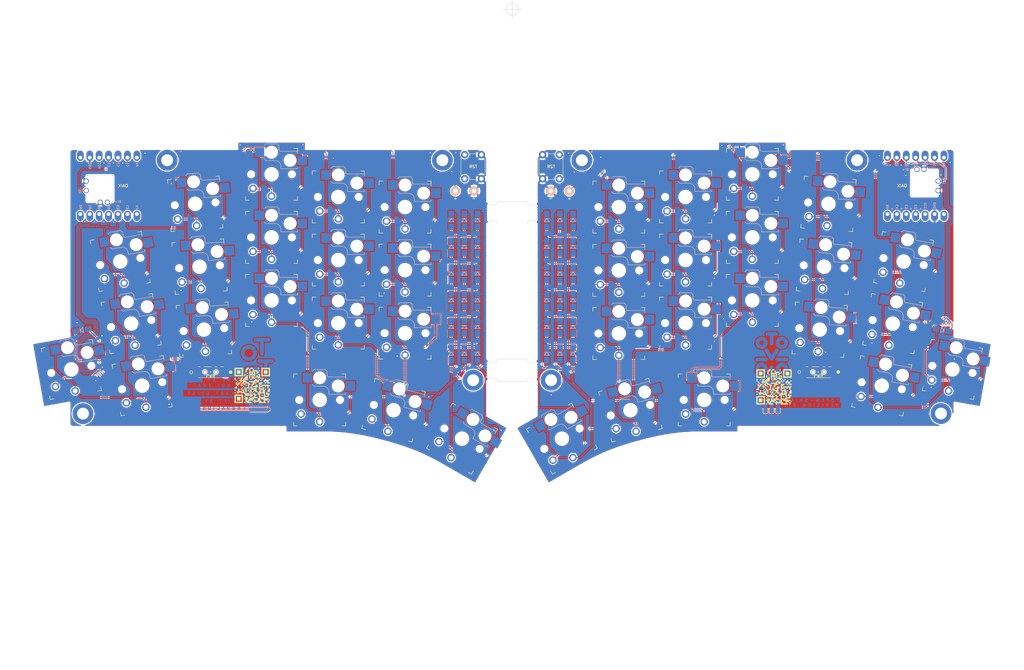
<source format=kicad_pcb>
(kicad_pcb (version 20240108) (generator "pcbnew") (generator_version "8.0")
  (title_block (title "TOTEM-SHIFT split keyboard") (date "2024-08-25") (rev "0.4") (comment 1 "Made by GEIST") (comment 2 "Modified by Endracion"))
  (layers (0 "F.Cu" signal) (31 "B.Cu" signal) (34 "B.Paste" user) (35 "F.Paste" user) (36 "B.SilkS" user "B.Silkscreen") (37 "F.SilkS" user "F.Silkscreen") (38 "B.Mask" user) (39 "F.Mask" user) (44 "Edge.Cuts" user))
  (net 0 "")
  (net 1 "ROW0_L")
  (net 2 "Net-(DL1-A)")
  (net 3 "Net-(DL2-A)")
  (net 4 "Net-(DL3-A)")
  (net 5 "Net-(DL4-A)")
  (net 6 "Net-(DL5-A)")
  (net 7 "ROW1_L")
  (net 8 "Net-(DL6-A)")
  (net 9 "Net-(DL7-A)")
  (net 10 "Net-(DL8-A)")
  (net 11 "Net-(DL9-A)")
  (net 12 "Net-(DL10-A)")
  (net 13 "ROW2_L")
  (net 14 "Net-(DL11-A)")
  (net 15 "Net-(DL12-A)")
  (net 16 "Net-(DL13-A)")
  (net 17 "Net-(DL14-A)")
  (net 18 "Net-(DL15-A)")
  (net 19 "ROW3_L")
  (net 20 "Net-(DL16-A)")
  (net 21 "Net-(DL17-A)")
  (net 22 "Net-(DL18-A)")
  (net 23 "Net-(DL19-A)")
  (net 24 "ROW0_R")
  (net 25 "Net-(DR1-A)")
  (net 26 "Net-(DR2-A)")
  (net 27 "Net-(DR3-A)")
  (net 28 "Net-(DR4-A)")
  (net 29 "Net-(DR5-A)")
  (net 30 "ROW1_R")
  (net 31 "Net-(DR6-A)")
  (net 32 "Net-(DR7-A)")
  (net 33 "Net-(DR8-A)")
  (net 34 "Net-(DR9-A)")
  (net 35 "Net-(DR10-A)")
  (net 36 "ROW2_R")
  (net 37 "Net-(DR11-A)")
  (net 38 "Net-(DR12-A)")
  (net 39 "Net-(DR13-A)")
  (net 40 "Net-(DR14-A)")
  (net 41 "Net-(DR15-A)")
  (net 42 "ROW3_R")
  (net 43 "Net-(DR16-A)")
  (net 44 "Net-(DR17-A)")
  (net 45 "Net-(DR18-A)")
  (net 46 "Net-(DR19-A)")
  (net 47 "VBAT_L")
  (net 48 "VBAT_R")
  (net 50 "BAT+_L")
  (net 53 "RESET_L")
  (net 54 "GND_L")
  (net 55 "RESET_R")
  (net 56 "COL0_L")
  (net 57 "COL1_L")
  (net 58 "COL2_L")
  (net 59 "COL3_L")
  (net 60 "COL4_L")
  (net 61 "COL0_R")
  (net 62 "COL1_R")
  (net 63 "COL2_R")
  (net 64 "COL3_R")
  (net 65 "COL4_R")
  (net 66 "VCC_L")
  (net 70 "BAT+_R")
  (net 71 "VCC_R")
  (net 72 "GND_R")
  (footprint "TOTEMlib:Kailh_socket_PG1350_optional" (layer "F.Cu") (at 50.254623 113.481299 10)
    (property "Reference" "SWL11" (hide yes))
    (property "Value" "SW_Push_45deg" (hide yes))
  )
  (footprint "TOTEMlib:Kailh_socket_PG1350_optional" (layer "F.Cu") (at 98.103165 117.314348)
    (property "Reference" "SWL17" (hide yes))
    (property "Value" "SW_Push_45deg" (hide yes))
  )
  (footprint "TOTEMlib:Kailh_socket_PG1350_optional" (layer "F.Cu") (at 121.129205 99.324989)
    (property "Reference" "SWL15" (hide yes))
    (property "Value" "SW_Push_45deg" (hide yes))
  )
  (footprint "TOTEMlib:Kailh_socket_PG1350_optional" (layer "F.Cu") (at 64.530814 64.446731 4)
    (property "Reference" "SWL2" (hide yes))
    (property "Value" "SW_Push_45deg" (hide yes))
  )
  (footprint "TOTEMlib:Kailh_socket_PG1350_optional" (layer "F.Cu") (at 85.129229 73.48978)
    (property "Reference" "SWL8" (hide yes))
    (property "Value" "SW_Push_45deg" (hide yes))
  )
  (footprint "TOTEMlib:Kailh_socket_PG1350_optional" (layer "F.Cu") (at 178.753285 99.410067)
    (property "Reference" "SWR15" (hide yes))
    (property "Value" "SW_Push_45deg" (hide yes))
  )
  (footprint "TOTEMlib:Kailh_socket_PG1350_optional" (layer "F.Cu") (at 232.916689 98.370992 -4)
    (property "Reference" "SWR12" (hide yes))
    (property "Value" "SW_Push_45deg" (hide yes))
  )
  (footprint "MountingHole:MountingHole_3.2mm_M3_DIN965_Pad" (layer "F.Cu") (at 139.5 112)
    (property "Reference" "REF**" (hide yes))
    (property "Value" "MountingHole_3.2mm_M3_DIN965_Pad" (hide yes))
  )
  (footprint "TOTEMlib:xiao-ble-smd-cutout-larger" (layer "F.Cu") (at 258.8 59.6 -90)
    (property "Reference" "U2" (hide yes))
    (property "Value" "xiao-ble" (hide yes))
  )
  (footprint "TOTEMlib:Kailh_socket_PG1350_optional" (layer "F.Cu") (at 31.152565 109.089348 10)
    (property "Reference" "SWL16" (hide yes))
    (property "Value" "SW_Push_45deg" (hide yes))
  )
  (footprint "TOTEMlib:BatteryPad" (layer "F.Cu") (at 165.409 60.99)
    (property "Reference" "BAT+2" (hide yes))
    (property "Value" "+" (hide yes))
  )
  (footprint "TOTEMlib:Kailh_socket_PG1350_optional" (layer "F.Cu") (at 255.552565 80.014348 -10)
    (property "Reference" "SWR1" (hide yes))
    (property "Value" "SW_Push_45deg" (hide yes))
  )
  (footprint "TOTEMlib:BatteryPad" (layer "F.Cu") (at 139.709 60.99)
    (property "Reference" "BATGND1" (hide yes))
    (property "Value" "-" (hide yes))
  )
  (footprint "TOTEMlib:Kailh_socket_PG1350_optional" (layer "F.Cu") (at 118.027565 120.089348 -15)
    (property "Reference" "SWL18" (hide yes))
    (property "Value" "SW_Push_45deg" (hide yes))
  )
  (footprint "TOTEMlib:Kailh_socket_PG1350_optional" (layer "F.Cu") (at 85.129229 56.48956)
    (property "Reference" "SWL3" (hide yes))
    (property "Value" "SW_Push_45deg" (hide yes))
  )
  (footprint "TOTEMlib:Kailh_socket_PG1350_optional" (layer "F.Cu") (at 268.702565 109.089348 -10)
    (property "Reference" "SWR16" (hide yes))
    (property "Value" "SW_Push_45deg" (hide yes))
  )
  (footprint "MountingHole:MountingHole_3.2mm_M3_DIN965_Pad" (layer "F.Cu") (at 34.3 121.014348)
    (property "Reference" "REF**" (hide yes))
    (property "Value" "MountingHole_3.2mm_M3_DIN965_Pad" (hide yes))
  )
  (footprint "TOTEMlib:Kailh_socket_PG1350_optional" (layer "F.Cu") (at 196.753205 96.604887)
    (property "Reference" "SWR14" (hide yes))
    (property "Value" "SW_Push_45deg" (hide yes))
  )
  (footprint "MountingHole:MountingHole_3.2mm_M3_DIN965_Pad" (layer "F.Cu") (at 265.609 120.99)
    (property "Reference" "REF**" (hide yes))
    (property "Value" "MountingHole_3.2mm_M3_DIN965_Pad" (hide yes))
  )
  (footprint "MountingHole:MountingHole_3.2mm_M3_DIN965_Pad" (layer "F.Cu") (at 243 52.7)
    (property "Reference" "REF**" (hide yes))
    (property "Value" "MountingHole_3.2mm_M3_DIN965_Pad" (hide yes))
  )
  (footprint "TOTEMlib:Kailh_socket_PG1350_optional" (layer "F.Cu") (at 181.877565 120.089348 15)
    (property "Reference" "SWR18" (hide yes))
    (property "Value" "SW_Push_45deg" (hide yes))
  )
  (footprint "TOTEMlib:Kailh_socket_PG1350_optional" (layer "F.Cu") (at 163.427203 127.764348 30)
    (property "Reference" "SWR19" (hide yes))
    (property "Value" "SW_Push_45deg" (hide yes))
  )
  (footprint "TOTEMlib:Kailh_socket_PG1350_optional" (layer "F.Cu") (at 234.102565 81.412184 -4)
    (property "Reference" "SWR7" (hide yes))
    (property "Value" "SW_Push_45deg" (hide yes))
  )
  (footprint "TOTEMlib:Kailh_socket_PG1350_optional" (layer "F.Cu") (at 178.753245 65.324549)
    (property "Reference" "SWR5" (hide yes))
    (property "Value" "SW_Push_45deg" (hide yes))
  )
  (footprint "TOTEMlib:Kailh_socket_PG1350_optional" (layer "F.Cu") (at 121.129205 65.324549)
    (property "Reference" "SWL5" (hide yes))
    (property "Value" "SW_Push_45deg" (hide yes))
  )
  (footprint "TOTEMlib:Kailh_socket_PG1350_optional" (layer "F.Cu") (at 103.129241 62.604447)
    (property "Reference" "SWL4" (hide yes))
    (property "Value" "SW_Push_45deg" (hide yes))
  )
  (footprint "TOTEMlib:Kailh_socket_PG1350_optional" (layer "F.Cu") (at 65.71669 81.405539 4)
    (property "Reference" "SWL7" (hide yes))
    (property "Value" "SW_Push_45deg" (hide yes))
  )
  (footprint "TOTEMlib:Kailh_socket_PG1350_optional" (layer "F.Cu") (at 196.753205 79.604667)
    (property "Reference" "SWR9" (hide yes))
    (property "Value" "SW_Push_45deg" (hide yes))
  )
  (footprint "TOTEMlib:Kailh_socket_PG1350_optional" (layer "F.Cu") (at 103.129241 79.604667)
    (property "Reference" "SWL9" (hide yes))
    (property "Value" "SW_Push_45deg" (hide yes))
  )
  (footprint "TOTEMlib:Kailh_socket_PG1350_optional" (layer "F.Cu") (at 252.600506 96.756297 -10)
    (property "Reference" "SWR6" (hide yes))
    (property "Value" "SW_Push_45deg" (hide yes))
  )
  (footprint "TOTEMlib:Kailh_socket_PG1350_optional" (layer "F.Cu") (at 66.902565 98.364348 4)
    (property "Reference" "SWL12" (hide yes))
    (property "Value" "SW_Push_45deg" (hide yes))
  )
  (footprint "TOTEMlib:Kailh_socket_PG1350_optional" (layer "F.Cu") (at 136.477565 127.764348 -30)
    (property "Reference" "SWL19" (hide yes))
    (property "Value" "SW_Push_45deg" (hide yes))
  )
  (footprint "MountingHole:MountingHole_3.2mm_M3_DIN965_Pad" (layer "F.Cu") (at 57 52.7)
    (property "Reference" "REF**" (hide yes))
    (property "Value" "MountingHole_3.2mm_M3_DIN965_Pad" (hide yes))
  )
  (footprint "TOTEMlib:Kailh_socket_PG1350_optional" (layer "F.Cu") (at 214.753165 73.48978)
    (property "Reference" "SWR8" (hide yes))
    (property "Value" "SW_Push_45deg" (hide yes))
  )
  (footprint "TOTEMlib:BatteryPad" (layer "F.Cu") (at 160.409 60.99)
    (property "Reference" "BATGND2" (hide yes))
    (property "Value" "-" (hide yes))
  )
  (footprint "TOTEMlib:Kailh_socket_PG1350_optional" (layer "F.Cu") (at 44.350509 79.997401 10)
    (property "Reference" "SWL1" (hide yes))
    (property "Value" "SW_Push_45deg" (hide yes))
  )
  (footprint "marbastlib-various:mousebites_2.5mm" (layer "F.Cu") (at 143.577976 66.88358 180)
    (property "Reference" "REF**" (hide yes))
    (property "Value" "mousebites 2mm" (hide yes))
    (fp_line (start -1 2) (end -1.5 2) (stroke (width 0.08)) (layer "Edge.Cuts"))
    (fp_line (start -1.5 -2) (end -1 -2) (stroke (width 0.08)) (layer "Edge.Cuts"))
    (fp_arc (start 0 -3) (mid -0.292892 -2.292895) (end -0.999997 -2.000003) (stroke (width 0.08)) (layer "Edge.Cuts"))
    (fp_arc (start -1 2) (mid -0.292895 2.292892) (end -0.000003 2.999997) (stroke (width 0.08)) (layer "Edge.Cuts"))
    (fp_arc (start -1.5 -2) (mid -2.207105 -2.292892) (end -2.499997 -2.999997) (stroke (width 0.08)) (layer "Edge.Cuts"))
    (fp_arc (start -2.5 3) (mid -2.207108 2.292895) (end -1.500003 2.000003) (stroke (width 0.08)) (layer "Edge.Cuts"))
  )
  (footprint "TOTEMlib:Kailh_socket_PG1350_optional" (layer "F.Cu") (at 214.753165 56.48956)
    (property "Reference" "SWR3" (hide yes))
    (property "Value" "SW_Push_45deg" (hide yes))
  )
  (footprint "Button_Switch_THT:SW_PUSH_6mm_H5mm" (layer "F.Cu") (at 137.209 57.69 90)
    (property "Reference" "RST")
    (property "Value" "SW_Push" (hide yes))
  )
  (footprint "TOTEMlib:Kailh_socket_PG1350_optional" (layer "F.Cu") (at 235.28844 64.453375 -4)
    (property "Reference" "SWR2" (hide yes))
    (property "Value" "SW_Push_45deg" (hide yes))
  )
  (footprint "marbastlib-various:mousebites_2.5mm" (layer "F.Cu") (at 143.546839 109.284707 180)
    (property "Reference" "REF**" (hide yes))
    (property "Value" "mousebites 2mm" (hide yes))
    (fp_line (start -1 2) (end -1.5 2) (stroke (width 0.08)) (layer "Edge.Cuts"))
    (fp_line (start -1.5 -2) (end -1 -2) (stroke (width 0.08)) (layer "Edge.Cuts"))
    (fp_arc (start 0 -3) (mid -0.292892 -2.292895) (end -0.999997 -2.000003) (stroke (width 0.08)) (layer "Edge.Cuts"))
    (fp_arc (start -1 2) (mid -0.292895 2.292892) (end -0.000003 2.999997) (stroke (width 0.08)) (layer "Edge.Cuts"))
    (fp_arc (start -1.5 -2) (mid -2.207105 -2.292892) (end -2.499997 -2.999997) (stroke (width 0.08)) (layer "Edge.Cuts"))
    (fp_arc (start -2.5 3) (mid -2.207108 2.292895) (end -1.500003 2.000003) (stroke (width 0.08)) (layer "Edge.Cuts"))
  )
  (footprint "TOTEMlib:Kailh_socket_PG1350_optional" (layer "F.Cu") (at 249.648451 113.498245 -10)
    (property "Reference" "SWR11" (hide yes))
    (property "Value" "SW_Push_45deg" (hide yes))
  )
  (footprint "TOTEMlib:Kailh_socket_PG1350_optional" (layer "F.Cu") (at 201.778165 117.314348)
    (property "Reference" "SWR17" (hide yes))
    (property "Value" "SW_Push_45deg" (hide yes))
  )
  (footprint "Button_Switch_THT:SW_PUSH_6mm_H5mm" (layer "F.Cu") (at 162.709 51.19 -90)
    (property "Reference" "RST")
    (property "Value" "SW_Push")
  )
  (footprint "TOTEMlib:Kailh_socket_PG1350_optional" (layer "F.Cu") (at 214.753165 90.49)
    (property "Reference" "SWR13" (hide yes))
    (property "Value" "SW_Push_45deg" (hide yes))
  )
  (footprint "TOTEMlib:Kailh_socket_PG1350_optional" (layer "F.Cu") (at 103.129241 96.604887)
    (property "Reference" "SWL14" (hide yes))
    (property "Value" "SW_Push_45deg" (hide yes))
  )
  (footprint "marbastlib-various:mousebites_2.5mm" (layer "F.Cu") (at 156.472976 66.88358)
    (property "Reference" "REF**" (hide yes))
    (property "Value" "mousebites 2mm" (hide yes))
    (fp_line (start -1.5 -2) (end -1 -2) (stroke (width 0.08)) (layer "Edge.Cuts"))
    (fp_line (start -1 2) (end -1.5 2) (stroke (width 0.08)) (layer "Edge.Cuts"))
    (fp_arc (start -2.5 3) (mid -2.207108 2.292895) (end -1.500003 2.000003) (stroke (width 0.08)) (layer "Edge.Cuts"))
    (fp_arc (start -1.5 -2) (mid -2.207105 -2.292892) (end -2.499997 -2.999997) (stroke (width 0.08)) (layer "Edge.Cuts"))
    (fp_arc (start -1 2) (mid -0.292895 2.292892) (end -0.000003 2.999997) (stroke (width 0.08)) (layer "Edge.Cuts"))
    (fp_arc (start 0 -3) (mid -0.292892 -2.292895) (end -0.999997 -2.000003) (stroke (width 0.08)) (layer "Edge.Cuts"))
  )
  (footprint "marbastlib-various:mousebites_2.5mm" (layer "F.Cu") (at 156.441839 109.284707)
    (property "Reference" "REF**" (hide yes))
    (property "Value" "mousebites 2mm" (hide yes))
    (fp_line (start -1.5 -2) (end -1 -2) (stroke (width 0.08)) (layer "Edge.Cuts"))
    (fp_line (start -1 2) (end -1.5 2) (stroke (width 0.08)) (layer "Edge.Cuts"))
    (fp_arc (start -2.5 3) (mid -2.207108 2.292895) (end -1.500003 2.000003) (stroke (width 0.08)) (layer "Edge.Cuts"))
    (fp_arc (start -1.5 -2) (mid -2.207105 -2.292892) (end -2.499997 -2.999997) (stroke (width 0.08)) (layer "Edge.Cuts"))
    (fp_arc (start -1 2) (mid -0.292895 2.292892) (end -0.000003 2.999997) (stroke (width 0.08)) (layer "Edge.Cuts"))
    (fp_arc (start 0 -3) (mid -0.292892 -2.292895) (end -0.999997 -2.000003) (stroke (width 0.08)) (layer "Edge.Cuts"))
  )
  (footprint "TOTEMlib:BatteryPad" (layer "F.Cu") (at 134.709 60.99)
    (property "Reference" "BAT+1" (hide yes))
    (property "Value" "+" (hide yes))
  )
  (footprint "TOTEMlib:MSK12C02" (layer "F.Cu") (at 64.909 111.15 90)
    (property "Reference" "PWR")
    (property "Value" "SW_SPDT" (hide yes))
  )
  (footprint "MountingHole:MountingHole_3.2mm_M3_DIN965_Pad" (layer "F.Cu") (at 160.5 112)
    (property "Reference" "REF**" (hide yes))
    (property "Value" "MountingHole_3.2mm_M3_DIN965_Pad" (hide yes))
  )
  (footprint "TOTEMlib:Kailh_socket_PG1350_optional" (layer "F.Cu") (at 121.129205 82.324769)
    (property "Reference" "SWL10" (hide yes))
    (property "Value" "SW_Push_45deg" (hide yes))
  )
  (footprint "TOTEMlib:Kailh_socket_PG1350_optional" (layer "F.Cu") (at 85.129229 90.49)
    (property "Reference" "SWL13" (hide yes))
    (property "Value" "SW_Push_45deg" (hide yes))
  )
  (footprint "TOTEMlib:Kailh_socket_PG1350_optional" (layer "F.Cu") (at 47.302565 96.739348 10)
    (property "Reference" "SWL6" (hide yes))
    (property "Value" "SW_Push_45deg" (hide yes))
  )
  (footprint "MountingHole:MountingHole_3.2mm_M3_DIN965_Pad" (layer "F.Cu") (at 131.2 52.7)
    (property "Reference" "REF**" (hide yes))
    (property "Value" "MountingHole_3.2mm_M3_DIN965_Pad" (hide yes))
  )
  (footprint "TOTEMlib:MSK12C02" (layer "F.Cu") (at 228.809 111.142 90)
    (property "Reference" "PWR")
    (property "Value" "SW_SPDT" (hide yes))
  )
  (footprint "TOTEMlib:Kailh_socket_PG1350_optional" (layer "F.Cu") (at 196.753205 62.604447)
    (property "Reference" "SWR4" (hide yes))
    (property "Value" "SW_Push_45deg" (hide yes))
  )
  (footprint "TOTEMlib:Kailh_socket_PG1350_optional" (layer "F.Cu") (at 178.753285 82.409847)
    (property "Reference" "SWR10" (hide yes))
    (property "Value" "SW_Push_45deg" (hide yes))
  )
  (footprint "TOTEMlib:xiao-ble-smd-cutout-larger" (layer "F.Cu") (at 41.2 59.6 90)
    (property "Reference" "U1" (hide yes))
    (property "Value" "xiao-ble" (hide yes))
  )
  (footprint "MountingHole:MountingHole_3.2mm_M3_DIN965_Pad" (layer "F.Cu") (at 168.8 52.7)
    (property "Reference" "REF**" (hide yes))
    (property "Value" "MountingHole_3.2mm_M3_DIN965_Pad" (hide yes))
  )
  (footprint "TOTEMlib:Diode_SOD123" (layer "B.Cu") (at 162.872435 68.894348 -90)
    (property "Reference" "DR10" (hide yes))
    (property "Value" "D_Small" (hide yes))
  )
  (footprint "TOTEMlib:Diode_SOD123" (layer "B.Cu") (at 137.127565 76.093348 -90)
    (property "Reference" "DL9" (hide yes))
    (property "Value" "D_Small" (hide yes))
  )
  (footprint "TOTEMlib:Diode_SOD123" (layer "B.Cu") (at 166.422435 104.894348 -90)
    (property "Reference" "DR17" (hide yes))
    (property "Value" "D_Small" (hide yes))
  )
  (footprint "TOTEMlib:Diode_SOD123" (layer "B.Cu") (at 159.322435 83.297348 -90)
    (property "Reference" "DR13" (hide yes))
    (property "Value" "D_Small" (hide yes))
  )
  (footprint "TOTEMlib:Diode_SOD123" (layer "B.Cu") (at 162.872435 90.496348 -90)
    (property "Reference" "DR7" (hide yes))
    (property "Value" "D_Small" (hide yes))
  )
  (footprint "TOTEMlib:Diode_SOD123" (layer "B.Cu") (at 166.422435 68.894348 -90)
    (property "Reference" "DR5" (hide yes))
    (property "Value" "D_Small" (hide yes))
  )
  (footprint "TOTEMlib:Diode_SOD123" (layer "B.Cu") (at 140.677565 68.894348 -90)
    (property "Reference" "DL5" (hide yes))
    (property "Value" "D_Small" (hide yes))
  )
  (footprint "TOTEMlib:Diode_SOD123" (layer "B.Cu") (at 266 98.5 170)
    (property "Reference" "DR16" (hide yes))
    (property "Value" "D_Small" (hide yes))
  )
  (footprint "TOTEMlib:Diode_SOD123" (layer "B.Cu") (at 162.872435 83.297348 -90)
    (property "Reference" "DR8" (hide yes))
    (property "Value" "D_Small" (hide yes))
  )
  (footprint "TOTEMlib:Diode_SOD123" (layer "B.Cu") (at 137.127565 104.894348 -90)
    (property "Reference" "DL18" (hide yes))
    (property "Value" "D_Small" (hide yes))
  )
  (footprint "TOTEMlib:Diode_SOD123" (layer "B.Cu") (at 137.127565 90.496348 -90)
    (property "Reference" "DL7" (hide yes))
    (property "Value" "D_Small" (hide yes))
  )
  (footprint "TOTEMlib:Diode_SOD123" (layer "B.Cu") (at 137.127565 83.297348 -90)
    (property "Reference" "DL8" (hide yes))
    (property "Value" "D_Small" (hide yes))
  )
  (footprint "TOTEMlib:Diode_SOD123" (layer "B.Cu") (at 159.322435 104.894348 -90)
    (property "Reference" "DR19" (hide yes))
    (property "Value" "D_Small" (hide yes))
  )
  (footprint "TOTEMlib:Diode_SOD123" (layer "B.Cu") (at 162.872435 104.894348 -90)
    (property "Reference" "DR18" (hide yes))
    (property "Value" "D_Small" (hide yes))
  )
  (footprint "TOTEMlib:Diode_SOD123" (layer "B.Cu") (at 133.577565 76.093348 -90)
    (property "Reference" "DL14" (hide yes))
    (property "Value" "D_Small" (hide yes))
  )
  (footprint "TOTEMlib:Diode_SOD123" (layer "B.Cu") (at 159.322435 68.894348 -90)
    (property "Reference" "DR15" (hide yes))
    (property "Value" "D_Small" (hide yes))
  )
  (footprint "TOTEMlib:Diode_SOD123" (layer "B.Cu") (at 162.872435 97.695348 -90)
    (property "Reference" "DR6" (hide yes))
    (property "Value" "D_Small" (hide yes))
  )
  (footprint "TOTEMlib:Diode_SOD123" (layer "B.Cu") (at 159.322435 90.496348 -90)
    (property "Reference" "DR12" (hide yes))
    (property "Value" "D_Small" (hide yes))
  )
  (footprint "TOTEMlib:Diode_SOD123" (layer "B.Cu") (at 166.422435 97.695348 -90)
    (property "Reference" "DR1" (hide yes))
    (property "Value" "D_Small" (hide yes))
  )
  (footprint "TOTEMlib:Diode_SOD123" (layer "B.Cu") (at 133.577565 90.496348 -90)
    (property "Reference" "DL12" (hide yes))
    (property "Value" "D_Small" (hide yes))
  )
  (footprint "TOTEMlib:Diode_SOD123" (layer "B.Cu") (at 34 98.5 10)
    (property "Reference" "DL16" (hide yes))
    (property "Value" "D_Small" (hide yes))
  )
  (footprint "TOTEMlib:Diode_SOD123" (layer "B.Cu") (at 140.677565 83.292348 -90)
    (property "Reference" "DL3" (hide yes))
    (property "Value" "D_Small" (hide yes))
  )
  (footprint "TOTEMlib:Diode_SOD123" (layer "B.Cu") (at 133.577565 83.297348 -90)
    (property "Reference" "DL13" (hide yes))
    (property "Value" "D_Small" (hide yes))
  )
  (footprint "TOTEMlib:Diode_SOD123" (layer "B.Cu") (at 159.322435 97.695348 -90)
    (property "Reference" "DR11" (hide yes))
    (property "Value" "D_Small" (hide yes))
  )
  (footprint "TOTEMlib:Diode_SOD123" (layer "B.Cu") (at 140.677565 97.695348 -90)
    (property "Reference" "DL1" (hide yes))
    (property "Value" "D_Small" (hide yes))
  )
  (footprint "TOTEMlib:Diode_SOD123" (layer "B.Cu") (at 140.677565 90.496348 -90)
    (property "Reference" "DL2" (hide yes))
    (property "Value" "D_Small" (hide yes))
  )
  (footprint "TOTEMlib:Diode_SOD123" (layer "B.Cu") (at 133.577565 104.894348 -90)
    (property "Reference" "DL17" (hide yes))
    (property "Value" "D_Small" (hide yes))
  )
  (footprint "TOTEMlib:Diode_SOD123" (layer "B.Cu") (at 137.127565 68.894348 -90)
    (property "Reference" "DL10" (hide yes))
    (property "Value" "D_Small" (hide yes))
  )
  (footprint "TOTEMlib:Diode_SOD123" (layer "B.Cu") (at 133.577565 68.894348 -90)
    (property "Reference" "DL15" (hide yes))
    (property "Value" "D_Small" (hide yes))
  )
  (footprint "TOTEMlib:Diode_SOD123" (layer "B.Cu") (at 137.127565 97.695348 -90)
    (property "Reference" "DL6" (hide yes))
    (property "Value" "D_Small" (hide yes))
  )
  (footprint "TOTEMlib:Diode_SOD123" (layer "B.Cu") (at 166.422435 83.297348 -90)
    (property "Reference" "DR3" (hide yes))
    (property "Value" "D_Small" (hide yes))
  )
  (footprint "TOTEMlib:Diode_SOD123" (layer "B.Cu") (at 140.677565 104.894348 -90)
    (property "Reference" "DL19" (hide yes))
    (property "Value" "D_Small" (hide yes))
  )
  (footprint "TOTEMlib:Diode_SOD123" (layer "B.Cu") (at 159.322435 76.093348 -90)
    (property "Reference" "DR14" (hide yes))
    (property "Value" "D_Small" (hide yes))
  )
  (footprint "TOTEMlib:Diode_SOD123" (layer "B.Cu") (at 140.677565 76.093348 -90)
    (property "Reference" "DL4" (hide yes))
    (property "Value" "D_Small" (hide yes))
  )
  (footprint "TOTEMlib:Diode_SOD123" (layer "B.Cu") (at 166.422435 76.093348 -90)
    (property "Reference" "DR4" (hide yes))
    (property "Value" "D_Small" (hide yes))
  )
  (footprint "TOTEMlib:Diode_SOD123" (layer "B.Cu") (at 166.422435 90.496348 -90)
    (property "Reference" "DR2" (hide yes))
    (property "Value" "D_Small" (hide yes))
  )
  (footprint "TOTEMlib:Diode_SOD123" (layer "B.Cu") (at 133.577565 97.695348 -90)
    (property "Reference" "DL11" (hide yes))
    (property "Value" "D_Small" (hide yes))
  )
  (footprint "TOTEMlib:Diode_SOD123" (layer "B.Cu") (at 162.872435 76.093348 -90)
    (property "Reference" "DR9" (hide yes))
    (property "Value" "D_Small" (hide yes))
  )
  (gr_line (start 162.909 60.99) (end 162.909 64.99) (stroke (width 0.75)) (layer "F.Cu"))
  (gr_line (start 164.409 62.99) (end 164.409 64.99) (stroke (width 0.75)) (layer "F.Cu"))
  (gr_line (start 137.209 60.99) (end 137.209 63.49) (stroke (width 0.75)) (layer "F.Cu"))
  (gr_line (start 161.409 62.99) (end 161.409 64.99) (stroke (width 0.75)) (layer "F.Cu"))
  (gr_line (start 136.209 64.99) (end 138.209 64.99) (stroke (width 0.75)) (layer "F.Cu"))
  (gr_line (start 161.409 62.99) (end 164.409 62.99) (stroke (width 0.75)) (layer "F.Cu"))
  (gr_poly (pts (xy 217.312249 113.283144) (xy 217.395307 113.289473) (xy 217.477167 113.299896) (xy 217.557725 113.314308) (xy 217.636877 113.332606) (xy 217.714519 113.354688) (xy 217.79055 113.380449) (xy 217.864865 113.409787) (xy 217.93736 113.442597) (xy 218.007934 113.478777) (xy 218.076482 113.518224) (xy 218.1429 113.560833) (xy 218.207086 113.606502) (xy 218.268936 113.655127) (xy 218.328347 113.706604) (xy 218.385216 113.760832) (xy 218.439439 113.817705) (xy 218.490912 113.877121) (xy 218.539533 113.938976) (xy 218.585198 114.003167) (xy 218.627804 114.069591) (xy 218.667247 114.138144) (xy 218.703424 114.208723) (xy 218.736232 114.281224) (xy 218.765567 114.355545) (xy 218.791326 114.431582) (xy 218.813406 114.50923) (xy 218.831703 114.588388) (xy 218.846113 114.668952) (xy 218.856535 114.750818) (xy 218.862864 114.833883) (xy 218.864996 114.918044) (xy 218.862864 115.002205) (xy 218.856535 115.08527) (xy 218.846113 115.167136) (xy 218.831703 115.247699) (xy 218.813406 115.326857) (xy 218.791326 115.404507) (xy 218.765567 115.480543) (xy 218.736232 115.554864) (xy 218.703424 115.627365) (xy 218.667247 115.697944) (xy 218.627804 115.766497) (xy 218.585198 115.832921) (xy 218.539533 115.897113) (xy 218.490912 115.958968) (xy 218.439439 116.018384) (xy 218.385216 116.075257) (xy 218.328347 116.129484) (xy 218.268936 116.180962) (xy 218.207086 116.229587) (xy 218.1429 116.275256) (xy 218.076482 116.317865) (xy 218.007934 116.357312) (xy 217.93736 116.393492) (xy 217.864865 116.426303) (xy 217.79055 116.45564) (xy 217.714519 116.481402) (xy 217.636877 116.503483) (xy 217.557725 116.521782) (xy 217.477167 116.536194) (xy 217.395307 116.546616) (xy 217.312249 116.552946) (xy 217.228094 116.555078) (xy 217.14394 116.552946) (xy 217.060881 116.546616) (xy 216.979021 116.536194) (xy 216.898463 116.521782) (xy 216.819311 116.503483) (xy 216.741668 116.481402) (xy 216.665637 116.45564) (xy 216.591321 116.426303) (xy 216.518825 116.393492) (xy 216.448251 116.357312) (xy 216.379703 116.317865) (xy 216.313284 116.275256) (xy 216.249097 116.229587) (xy 216.187246 116.180962) (xy 216.127834 116.129484) (xy 216.070965 116.075257) (xy 216.016742 116.018384) (xy 215.965267 115.958968) (xy 215.916646 115.897113) (xy 215.87098 115.832921) (xy 215.828374 115.766497) (xy 215.78893 115.697944) (xy 215.752752 115.627365) (xy 215.719944 115.554864) (xy 215.690608 115.480543) (xy 215.664849 115.404507) (xy 215.642769 115.326857) (xy 215.624471 115.247699) (xy 215.61006 115.167136) (xy 215.599639 115.08527) (xy 215.59331 115.002205) (xy 215.591177 114.918044) (xy 216.593084 114.918044) (xy 216.593915 114.950606) (xy 216.596379 114.982775) (xy 216.600436 115.014509) (xy 216.606045 115.045765) (xy 216.613166 115.076501) (xy 216.621757 115.106677) (xy 216.631779 115.136249) (xy 216.64319 115.165175) (xy 216.65595 115.193415) (xy 216.670018 115.220925) (xy 216.685354 115.247663) (xy 216.701916 115.273589) (xy 216.719664 115.298659) (xy 216.738557 115.322831) (xy 216.758556 115.346065) (xy 216.779617 115.368317) (xy 216.801703 115.389545) (xy 216.82477 115.409709) (xy 216.84878 115.428765) (xy 216.87369 115.446672) (xy 216.899462 115.463388) (xy 216.926052 115.47887) (xy 216.953422 115.493078) (xy 216.981531 115.505968) (xy 217.010337 115.517498) (xy 217.039799 115.527628) (xy 217.069879 115.536314) (xy 217.100533 115.543516) (xy 217.131723 115.54919) (xy 217.163407 115.553295) (xy 217.195544 115.555788) (xy 217.228094 115.556629) (xy 217.260653 115.555798) (xy 217.292819 115.553333) (xy 217.324549 115.549274) (xy 217.355802 115.543661) (xy 217.386535 115.536533) (xy 217.416707 115.52793) (xy 217.446276 115.517894) (xy 217.4752 115.506464) (xy 217.503436 115.493679) (xy 217.530943 115.479581) (xy 217.557679 115.464209) (xy 217.583602 115.447603) (xy 217.608669 115.429802) (xy 217.632839 115.410849) (xy 217.65607 115.390781) (xy 217.67832 115.36964) (xy 217.699547 115.347465) (xy 217.719708 115.324297) (xy 217.738763 115.300175) (xy 217.756668 115.275139) (xy 217.773382 115.24923) (xy 217.788863 115.222488) (xy 217.803069 115.194953) (xy 217.815957 115.166664) (xy 217.827487 115.137662) (xy 217.837616 115.107987) (xy 217.846301 115.077679) (xy 217.853502 115.046778) (xy 217.859175 115.015324) (xy 217.86328 114.983357) (xy 217.865773 114.950917) (xy 217.866614 114.918044) (xy 217.865783 114.885181) (xy 217.863318 114.852771) (xy 217.859259 114.820851) (xy 217.853646 114.789462) (xy 217.846519 114.75864) (xy 217.837918 114.728426) (xy 217.827882 114.698858) (xy 217.816453 114.669975) (xy 217.80367 114.641816) (xy 217.789573 114.614418) (xy 217.774202 114.587822) (xy 217.757597 114.562065) (xy 217.739799 114.537187) (xy 217.720847 114.513227) (xy 217.700781 114.490222) (xy 217.679642 114.468213) (xy 217.657469 114.447237) (xy 217.634303 114.427333) (xy 217.610184 114.408541) (xy 217.585151 114.390898) (xy 217.559245 114.374444) (xy 217.532505 114.359218) (xy 217.504973 114.345257) (xy 217.476687 114.332602) (xy 217.447688 114.32129) (xy 217.418016 114.311361) (xy 217.387711 114.302853) (xy 217.356814 114.295805) (xy 217.325363 114.290256) (xy 217.293399 114.286244) (xy 217.260963 114.283809) (xy 217.228094 114.282988) (xy 217.195234 114.283819) (xy 217.162826 114.286283) (xy 217.130909 114.29034) (xy 217.099521 114.29595) (xy 217.068702 114.303071) (xy 217.038491 114.311664) (xy 217.008925 114.321686) (xy 216.980044 114.333098) (xy 216.951886 114.345859) (xy 216.924491 114.359929) (xy 216.897896 114.375265) (xy 216.872142 114.391829) (xy 216.847265 114.409578) (xy 216.823307 114.428473) (xy 216.800304 114.448473) (xy 216.778296 114.469536) (xy 216.757321 114.491623) (xy 216.737419 114.514693) (xy 216.718628 114.538704) (xy 216.700986 114.563616) (xy 216.684534 114.589389) (xy 216.669308 114.615982) (xy 216.655349 114.643354) (xy 216.642695 114.671464) (xy 216.631384 114.700272) (xy 216.621455 114.729737) (xy 216.612948 114.759818) (xy 216.6059 114.790475) (xy 216.600352 114.821667) (xy 216.59634 114.853352) (xy 216.593905 114.885492) (xy 216.593084 114.918044) (xy 215.591177 114.918044) (xy 215.59331 114.833883) (xy 215.599638 114.750818) (xy 215.61006 114.668952) (xy 215.624471 114.588388) (xy 215.642768 114.50923) (xy 215.664847 114.431582) (xy 215.690607 114.355545) (xy 215.719942 114.281224) (xy 215.75275 114.208723) (xy 215.788927 114.138144) (xy 215.82837 114.069591) (xy 215.870976 114.003167) (xy 215.916641 113.938976) (xy 215.965262 113.877121) (xy 216.016736 113.817705) (xy 216.070959 113.760832) (xy 216.127828 113.706604) (xy 216.18724 113.655127) (xy 216.24909 113.606502) (xy 216.313277 113.560833) (xy 216.379696 113.518224) (xy 216.448244 113.478777) (xy 216.518818 113.442597) (xy 216.591315 113.409787) (xy 216.665631 113.380449) (xy 216.741662 113.354688) (xy 216.819306 113.332606) (xy 216.898459 113.314308) (xy 216.979017 113.299896) (xy 217.060879 113.289473) (xy 217.143939 113.283144) (xy 217.228094 113.281011)) (fill solid) (layer "B.Cu"))
  (gr_poly (pts (xy 79.142316 102.491392) (xy 79.25166 102.49973) (xy 79.359429 102.513459) (xy 79.465488 102.532443) (xy 79.569698 102.556546) (xy 79.671925 102.585632) (xy 79.772032 102.619565) (xy 79.869883 102.658207) (xy 79.965341 102.701423) (xy 80.05827 102.749077) (xy 80.148534 102.801032) (xy 80.235996 102.857151) (xy 80.320521 102.9173) (xy 80.401971 102.98134) (xy 80.480211 103.049136) (xy 80.555104 103.120552) (xy 80.626514 103.195451) (xy 80.694305 103.273698) (xy 80.75834 103.355155) (xy 80.818484 103.439686) (xy 80.874599 103.527155) (xy 80.92655 103.617426) (xy 80.974199 103.710363) (xy 81.017412 103.805828) (xy 81.056051 103.903687) (xy 81.089981 104.003802) (xy 81.119065 104.106037) (xy 81.143166 104.210256) (xy 81.162149 104.316323) (xy 81.175877 104.424101) (xy 81.184213 104.533454) (xy 81.187022 104.644246) (xy 81.184213 104.755038) (xy 81.175877 104.864391) (xy 81.162149 104.972169) (xy 81.143166 105.078236) (xy 81.119065 105.182455) (xy 81.089981 105.28469) (xy 81.056051 105.384805) (xy 81.017412 105.482664) (xy 80.9742 105.578129) (xy 80.92655 105.671066) (xy 80.874599 105.761337) (xy 80.818484 105.848806) (xy 80.758341 105.933338) (xy 80.694305 106.014795) (xy 80.626515 106.093041) (xy 80.555104 106.16794) (xy 80.480211 106.239356) (xy 80.401971 106.307152) (xy 80.320521 106.371193) (xy 80.235996 106.431341) (xy 80.148534 106.48746) (xy 80.05827 106.539415) (xy 79.965341 106.587069) (xy 79.869883 106.630285) (xy 79.772033 106.668928) (xy 79.671926 106.70286) (xy 79.569699 106.731946) (xy 79.465488 106.756049) (xy 79.35943 106.775033) (xy 79.25166 106.788762) (xy 79.142316 106.7971) (xy 79.031533 106.799909) (xy 78.92075 106.7971) (xy 78.811406 106.788762) (xy 78.703637 106.775033) (xy 78.597579 106.756049) (xy 78.493368 106.731946) (xy 78.391141 106.70286) (xy 78.291034 106.668928) (xy 78.193183 106.630285) (xy 78.097725 106.587069) (xy 78.004796 106.539415) (xy 77.914533 106.48746) (xy 77.82707 106.431341) (xy 77.742546 106.371193) (xy 77.661095 106.307152) (xy 77.582856 106.239356) (xy 77.507962 106.16794) (xy 77.436552 106.093041) (xy 77.368761 106.014795) (xy 77.304726 105.933338) (xy 77.244583 105.848806) (xy 77.188468 105.761337) (xy 77.136517 105.671066) (xy 77.088867 105.578129) (xy 77.045654 105.482664) (xy 77.007015 105.384805) (xy 76.973086 105.28469) (xy 76.944002 105.182455) (xy 76.919901 105.078236) (xy 76.900918 104.972169) (xy 76.88719 104.864391) (xy 76.878853 104.755038) (xy 76.876134 104.647774) (xy 77.877941 104.647774) (xy 77.879448 104.707268) (xy 77.88392 104.765966) (xy 77.891283 104.823797) (xy 77.901464 104.88069) (xy 77.914389 104.936572) (xy 77.929985 104.991373) (xy 77.948177 105.045019) (xy 77.968892 105.09744) (xy 77.992057 105.148564) (xy 78.017598 105.198319) (xy 78.045441 105.246633) (xy 78.075512 105.293435) (xy 78.107738 105.338653) (xy 78.142046 105.382215) (xy 78.178361 105.42405) (xy 78.21661 105.464086) (xy 78.25672 105.502251) (xy 78.298616 105.538473) (xy 78.342226 105.572681) (xy 78.387475 105.604803) (xy 78.434289 105.634767) (xy 78.482596 105.662502) (xy 78.532322 105.687936) (xy 78.583392 105.710997) (xy 78.635733 105.731614) (xy 78.689273 105.749714) (xy 78.743936 105.765226) (xy 78.799649 105.778079) (xy 78.856339 105.788201) (xy 78.913933 105.795519) (xy 78.972355 105.799963) (xy 79.031533 105.80146) (xy 79.091022 105.799952) (xy 79.149716 105.79548) (xy 79.207542 105.788116) (xy 79.26443 105.777934) (xy 79.320308 105.765008) (xy 79.375104 105.749412) (xy 79.428746 105.731218) (xy 79.481163 105.710501) (xy 79.532283 105.687334) (xy 79.582034 105.661792) (xy 79.630344 105.633947) (xy 79.677142 105.603873) (xy 79.722357 105.571644) (xy 79.765915 105.537334) (xy 79.807747 105.501015) (xy 79.847779 105.462763) (xy 79.885941 105.42265) (xy 79.92216 105.38075) (xy 79.956365 105.337137) (xy 79.988485 105.291885) (xy 80.018447 105.245066) (xy 80.046179 105.196756) (xy 80.071611 105.147026) (xy 80.09467 105.095952) (xy 80.115285 105.043606) (xy 80.133384 104.990063) (xy 80.148895 104.935395) (xy 80.161747 104.879677) (xy 80.171868 104.822982) (xy 80.179185 104.765385) (xy 80.183629 104.706957) (xy 80.185126 104.647774) (xy 80.183618 104.588581) (xy 80.179147 104.530124) (xy 80.171783 104.472478) (xy 80.161602 104.415719) (xy 80.148677 104.359922) (xy 80.133082 104.30516) (xy 80.11489 104.251509) (xy 80.094174 104.199045) (xy 80.07101 104.147842) (xy 80.045469 104.097974) (xy 80.017626 104.049518) (xy 79.987555 104.002547) (xy 79.955328 103.957137) (xy 79.921021 103.913363) (xy 79.884705 103.871299) (xy 79.846456 103.831021) (xy 79.806347 103.792604) (xy 79.76445 103.756122) (xy 79.720841 103.72165) (xy 79.675592 103.689264) (xy 79.628777 103.659038) (xy 79.580471 103.631047) (xy 79.530745 103.605366) (xy 79.479675 103.582071) (xy 79.427333 103.561235) (xy 79.373794 103.542934) (xy 79.319131 103.527244) (xy 79.263418 103.514238) (xy 79.206728 103.503991) (xy 79.149134 103.49658) (xy 79.090712 103.492078) (xy 79.031533 103.490561) (xy 78.972355 103.492068) (xy 78.913933 103.496541) (xy 78.856339 103.503907) (xy 78.799649 103.514093) (xy 78.743936 103.527026) (xy 78.689273 103.542632) (xy 78.635733 103.560839) (xy 78.583392 103.581575) (xy 78.532322 103.604765) (xy 78.482596 103.630337) (xy 78.434289 103.658217) (xy 78.387475 103.688334) (xy 78.342226 103.720613) (xy 78.298616 103.754983) (xy 78.25672 103.791369) (xy 78.21661 103.829699) (xy 78.178361 103.869899) (xy 78.142046 103.911898) (xy 78.107738 103.955622) (xy 78.075512 104.000997) (xy 78.045441 104.047951) (xy 78.017598 104.096411) (xy 77.992057 104.146304) (xy 77.968892 104.197557) (xy 77.948177 104.250097) (xy 77.929985 104.30385) (xy 77.914389 104.358745) (xy 77.901464 104.414707) (xy 77.891283 104.471664) (xy 77.88392 104.529543) (xy 77.879448 104.58827) (xy 77.877941 104.647774) (xy 76.876134 104.647774) (xy 76.876044 104.644246) (xy 76.878853 104.533454) (xy 76.88719 104.424101) (xy 76.900918 104.316323) (xy 76.919901 104.210256) (xy 76.944002 104.106037) (xy 76.973086 104.003802) (xy 77.007015 103.903687) (xy 77.045654 103.805828) (xy 77.088867 103.710363) (xy 77.136517 103.617426) (xy 77.188468 103.527155) (xy 77.244583 103.439686) (xy 77.304726 103.355155) (xy 77.368761 103.273698) (xy 77.436552 103.195451) (xy 77.507962 103.120552) (xy 77.582855 103.049136) (xy 77.661095 102.98134) (xy 77.742546 102.9173) (xy 77.82707 102.857151) (xy 77.914533 102.801032) (xy 78.004796 102.749077) (xy 78.097725 102.701423) (xy 78.193183 102.658207) (xy 78.291034 102.619565) (xy 78.391141 102.585632) (xy 78.493368 102.556546) (xy 78.597579 102.532443) (xy 78.703637 102.513459) (xy 78.811406 102.49973) (xy 78.92075 102.491392) (xy 79.031533 102.488583)) (fill solid) (layer "B.Cu"))
  (gr_poly (pts (xy 221.187554 112.223232) (xy 221.213151 112.22515) (xy 221.238356 112.22831) (xy 221.26314 112.232681) (xy 221.287471 112.238233) (xy 221.31132 112.244935) (xy 221.334656 112.252758) (xy 221.357449 112.26167) (xy 221.379668 112.271642) (xy 221.401283 112.282643) (xy 221.422264 112.294643) (xy 221.44258 112.307611) (xy 221.462201 112.321517) (xy 221.481097 112.336331) (xy 221.499237 112.352022) (xy 221.51659 112.36856) (xy 221.533127 112.385915) (xy 221.548818 112.404056) (xy 221.563631 112.422952) (xy 221.577536 112.442574) (xy 221.590504 112.462891) (xy 221.602503 112.483873) (xy 221.613504 112.50549) (xy 221.623475 112.52771) (xy 221.632387 112.550504) (xy 221.640209 112.573841) (xy 221.646912 112.597691) (xy 221.652463 112.622024) (xy 221.656834 112.646809) (xy 221.659994 112.672016) (xy 221.661912 112.697614) (xy 221.662558 112.723574) (xy 221.661902 112.749533) (xy 221.659955 112.775131) (xy 221.65675 112.800338) (xy 221.652319 112.825123) (xy 221.646694 112.849456) (xy 221.639907 112.873306) (xy 221.631992 112.896643) (xy 221.622979 112.919437) (xy 221.612902 112.941657) (xy 221.601793 112.963274) (xy 221.589684 112.984256) (xy 221.576607 113.004573) (xy 221.562595 113.024195) (xy 221.547679 113.043091) (xy 221.531893 113.061232) (xy 221.515269 113.078587) (xy 221.497838 113.095125) (xy 221.479633 113.110816) (xy 221.460687 113.12563) (xy 221.441031 113.139536) (xy 221.420699 113.152504) (xy 221.399721 113.164504) (xy 221.378132 113.175505) (xy 221.355962 113.185477) (xy 221.333244 113.194389) (xy 221.310011 113.202212) (xy 221.286295 113.208915) (xy 221.262128 113.214466) (xy 221.237542 113.218837) (xy 221.21257 113.221997) (xy 221.187244 113.223915) (xy 221.161596 113.224561) (xy 218.797964 113.224561) (xy 218.772006 113.223915) (xy 218.74641 113.221997) (xy 218.721205 113.218837) (xy 218.696421 113.214466) (xy 218.67209 113.208915) (xy 218.648242 113.202212) (xy 218.624906 113.194389) (xy 218.602114 113.185477) (xy 218.579896 113.175505) (xy 218.558281 113.164504) (xy 218.537301 113.152504) (xy 218.516985 113.139536) (xy 218.497365 113.12563) (xy 218.47847 113.110816) (xy 218.460331 113.095125) (xy 218.442978 113.078587) (xy 218.426442 113.061232) (xy 218.410752 113.043091) (xy 218.39594 113.024195) (xy 218.382035 113.004573) (xy 218.369068 112.984256) (xy 218.357069 112.963274) (xy 218.34607 112.941657) (xy 218.336099 112.919437) (xy 218.327187 112.896643) (xy 218.319365 112.873306) (xy 218.312663 112.849456) (xy 218.307112 112.825123) (xy 218.302742 112.800338) (xy 218.299582 112.775131) (xy 218.297664 112.749533) (xy 218.297018 112.723574) (xy 218.297674 112.697614) (xy 218.299621 112.672016) (xy 218.302826 112.646809) (xy 218.307257 112.622024) (xy 218.312882 112.597691) (xy 218.319669 112.573841) (xy 218.327584 112.550504) (xy 218.336596 112.52771) (xy 218.346673 112.50549) (xy 218.357782 112.483873) (xy 218.369892 112.462891) (xy 218.382968 112.442574) (xy 218.39698 112.422952) (xy 218.411895 112.404056) (xy 218.427681 112.385915) (xy 218.444306 112.36856) (xy 218.461736 112.352022) (xy 218.47994 112.336331) (xy 218.498886 112.321517) (xy 218.518541 112.307611) (xy 218.538873 112.294643) (xy 218.55985 112.282643) (xy 218.581439 112.271642) (xy 218.603608 112.26167) (xy 218.626324 112.252758) (xy 218.649556 112.244935) (xy 218.673272 112.238233) (xy 218.697438 112.232681) (xy 218.722022 112.22831) (xy 218.746993 112.22515) (xy 218.772318 112.223232) (xy 218.797964 112.222586) (xy 221.161596 112.222586)) (fill solid) (layer "B.Cu"))
  (gr_poly (pts (xy 84.123418 119.36761) (xy 84.149015 119.369528) (xy 84.17422 119.372688) (xy 84.199003 119.377059) (xy 84.223333 119.382611) (xy 84.247182 119.389314) (xy 84.270517 119.397136) (xy 84.293309 119.406049) (xy 84.315528 119.416021) (xy 84.337143 119.427022) (xy 84.358123 119.439021) (xy 84.378438 119.45199) (xy 84.398059 119.465896) (xy 84.416954 119.48071) (xy 84.435093 119.496401) (xy 84.452447 119.512939) (xy 84.468983 119.530293) (xy 84.484673 119.548434) (xy 84.499486 119.56733) (xy 84.513391 119.586953) (xy 84.526358 119.60727) (xy 84.538357 119.628252) (xy 84.549357 119.649868) (xy 84.559328 119.672088) (xy 84.56824 119.694882) (xy 84.576062 119.718219) (xy 84.582764 119.74207) (xy 84.588315 119.766403) (xy 84.592686 119.791188) (xy 84.595845 119.816394) (xy 84.597763 119.841993) (xy 84.598409 119.867952) (xy 84.597753 119.893912) (xy 84.595807 119.91951) (xy 84.592602 119.944717) (xy 84.58817 119.969502) (xy 84.582546 119.993835) (xy 84.575759 120.017685) (xy 84.567844 120.041022) (xy 84.558832 120.063816) (xy 84.548755 120.086036) (xy 84.537646 120.107653) (xy 84.525537 120.128635) (xy 84.51246 120.148952) (xy 84.498449 120.168574) (xy 84.483533 120.18747) (xy 84.467748 120.205611) (xy 84.451124 120.222966) (xy 84.433693 120.239504) (xy 84.415489 120.255195) (xy 84.396543 120.270009) (xy 84.376888 120.283915) (xy 84.356556 120.296883) (xy 84.335579 120.308883) (xy 84.31399 120.319884) (xy 84.291821 120.329856) (xy 84.269104 120.338768) (xy 84.245872 120.346591) (xy 84.222156 120.353293) (xy 84.19799 120.358845) (xy 84.173405 120.363216) (xy 84.148433 120.366376) (xy 84.123108 120.368294) (xy 84.097461 120.36894) (xy 79.606565 120.36894) (xy 79.580608 120.368294) (xy 79.555011 120.366376) (xy 79.529807 120.363216) (xy 79.505024 120.358845) (xy 79.480693 120.353293) (xy 79.456844 120.346591) (xy 79.433509 120.338768) (xy 79.410717 120.329856) (xy 79.388498 120.319884) (xy 79.366884 120.308883) (xy 79.345903 120.296883) (xy 79.325588 120.283915) (xy 79.305967 120.270009) (xy 79.287072 120.255195) (xy 79.268933 120.239504) (xy 79.25158 120.222966) (xy 79.235043 120.205611) (xy 79.219353 120.18747) (xy 79.204541 120.168574) (xy 79.190636 120.148952) (xy 79.177668 120.128635) (xy 79.16567 120.107653) (xy 79.154669 120.086036) (xy 79.144698 120.063816) (xy 79.135786 120.041022) (xy 79.127964 120.017685) (xy 79.121263 119.993835) (xy 79.115711 119.969502) (xy 79.11134 119.944717) (xy 79.108181 119.91951) (xy 79.106263 119.893912) (xy 79.105617 119.867952) (xy 79.106273 119.841993) (xy 79.10822 119.816394) (xy 79.111425 119.791188) (xy 79.115856 119.766403) (xy 79.121481 119.74207) (xy 79.128267 119.718219) (xy 79.136182 119.694882) (xy 79.145194 119.672088) (xy 79.155271 119.649868) (xy 79.16638 119.628252) (xy 79.178489 119.60727) (xy 79.191566 119.586953) (xy 79.205578 119.56733) (xy 79.220493 119.548434) (xy 79.236279 119.530293) (xy 79.252903 119.512939) (xy 79.270333 119.496401) (xy 79.288537 119.48071) (xy 79.307483 119.465896) (xy 79.327138 119.45199) (xy 79.34747 119.439021) (xy 79.368447 119.427022) (xy 79.390036 119.416021) (xy 79.412205 119.406049) (xy 79.434922 119.397136) (xy 79.458155 119.389314) (xy 79.48187 119.382611) (xy 79.506037 119.377059) (xy 79.530622 119.372688) (xy 79.555593 119.369528) (xy 79.580918 119.36761) (xy 79.606565 119.366964) (xy 84.097461 119.366964)) (fill solid) (layer "B.Cu"))
  (gr_poly (pts (xy 85.326401 106.334847) (xy 85.351997 106.336765) (xy 85.377202 106.339925) (xy 85.401985 106.344296) (xy 85.426316 106.349848) (xy 85.450164 106.356551) (xy 85.4735 106.364373) (xy 85.496292 106.373286) (xy 85.51851 106.383258) (xy 85.540125 106.394259) (xy 85.561105 106.406259) (xy 85.581421 106.419227) (xy 85.601041 106.433133) (xy 85.619936 106.447947) (xy 85.638076 106.463638) (xy 85.655429 106.480176) (xy 85.671965 106.497531) (xy 85.687655 106.515671) (xy 85.702468 106.534568) (xy 85.716373 106.55419) (xy 85.72934 106.574507) (xy 85.741339 106.595489) (xy 85.752339 106.617105) (xy 85.76231 106.639326) (xy 85.771222 106.66212) (xy 85.779044 106.685457) (xy 85.785746 106.709308) (xy 85.791297 106.73364) (xy 85.795668 106.758425) (xy 85.798827 106.783632) (xy 85.800745 106.809231) (xy 85.801391 106.83519) (xy 85.800735 106.86115) (xy 85.798789 106.886748) (xy 85.795584 106.911955) (xy 85.791152 106.93674) (xy 85.785528 106.961073) (xy 85.778741 106.984923) (xy 85.770826 107.00826) (xy 85.761814 107.031054) (xy 85.751737 107.053275) (xy 85.740628 107.074891) (xy 85.728519 107.095873) (xy 85.715442 107.11619) (xy 85.70143 107.135812) (xy 85.686516 107.154709) (xy 85.67073 107.17285) (xy 85.654106 107.190204) (xy 85.636675 107.206742) (xy 85.618471 107.222433) (xy 85.599525 107.237247) (xy 85.57987 107.251153) (xy 85.559538 107.264121) (xy 85.538561 107.276121) (xy 85.516972 107.287122) (xy 85.494803 107.297094) (xy 85.472086 107.306007) (xy 85.448854 107.313829) (xy 85.425138 107.320532) (xy 85.400972 107.326084) (xy 85.376387 107.330455) (xy 85.351416 107.333614) (xy 85.32609 107.335533) (xy 85.300443 107.336179) (xy 84.079822 107.336179) (xy 84.079822 110.987752) (xy 84.079176 111.013711) (xy 84.077258 111.039309) (xy 84.074099 111.064516) (xy 84.069728 111.089301) (xy 84.064177 111.113634) (xy 84.057475 111.137484) (xy 84.049653 111.160821) (xy 84.040741 111.183615) (xy 84.03077 111.205836) (xy 84.01977 111.227452) (xy 84.007771 111.248434) (xy 83.994804 111.268751) (xy 83.980899 111.288373) (xy 83.966086 111.30727) (xy 83.950396 111.32541) (xy 83.933859 111.342765) (xy 83.916506 111.359303) (xy 83.898367 111.374994) (xy 83.879472 111.389808) (xy 83.859851 111.403714) (xy 83.839536 111.416682) (xy 83.818555 111.428682) (xy 83.796941 111.439683) (xy 83.774722 111.449655) (xy 83.75193 111.458568) (xy 83.728595 111.46639) (xy 83.704746 111.473093) (xy 83.680415 111.478645) (xy 83.655632 111.483016) (xy 83.630428 111.486175) (xy 83.604831 111.488094) (xy 83.578874 111.48874) (xy 83.552916 111.488084) (xy 83.52732 111.486137) (xy 83.502115 111.482931) (xy 83.477332 111.4785) (xy 83.453001 111.472875) (xy 83.429153 111.466088) (xy 83.405817 111.458172) (xy 83.383025 111.449159) (xy 83.360807 111.439082) (xy 83.339192 111.427972) (xy 83.318212 111.415862) (xy 83.297896 111.402784) (xy 83.278276 111.388771) (xy 83.259381 111.373855) (xy 83.241241 111.358068) (xy 83.223888 111.341442) (xy 83.207352 111.32401) (xy 83.191662 111.305805) (xy 83.176849 111.286857) (xy 83.162944 111.267201) (xy 83.149977 111.246867) (xy 83.137978 111.225889) (xy 83.126978 111.204298) (xy 83.117007 111.182127) (xy 83.108095 111.159408) (xy 83.100273 111.136174) (xy 83.093571 111.112457) (xy 83.08802 111.088288) (xy 83.083649 111.063701) (xy 83.080489 111.038728) (xy 83.078571 111.013401) (xy 83.077925 110.987752) (xy 83.077925 107.336179) (xy 81.857305 107.336179) (xy 81.831347 107.335533) (xy 81.805751 107.333614) (xy 81.780546 107.330455) (xy 81.755763 107.326084) (xy 81.731432 107.320532) (xy 81.707584 107.313829) (xy 81.684249 107.306007) (xy 81.661456 107.297094) (xy 81.639238 107.287122) (xy 81.617623 107.276121) (xy 81.596643 107.264121) (xy 81.576328 107.251153) (xy 81.556707 107.237247) (xy 81.537812 107.222433) (xy 81.519673 107.206742) (xy 81.502319 107.190204) (xy 81.485783 107.17285) (xy 81.470093 107.154709) (xy 81.45528 107.135812) (xy 81.441375 107.11619) (xy 81.428408 107.095873) (xy 81.416409 107.074891) (xy 81.405409 107.053275) (xy 81.395438 107.031054) (xy 81.386526 107.00826) (xy 81.378704 106.984923) (xy 81.372002 106.961073) (xy 81.366451 106.93674) (xy 81.36208 106.911955) (xy 81.35892 106.886748) (xy 81.357002 106.86115) (xy 81.356356 106.83519) (xy 81.357012 106.809231) (xy 81.358959 106.783632) (xy 81.362164 106.758425) (xy 81.366595 106.73364) (xy 81.37222 106.709308) (xy 81.379006 106.685457) (xy 81.386922 106.66212) (xy 81.395934 106.639326) (xy 81.406011 106.617105) (xy 81.41712 106.595489) (xy 81.429229 106.574507) (xy 81.442305 106.55419) (xy 81.456317 106.534568) (xy 81.471232 106.515671) (xy 81.487018 106.497531) (xy 81.503642 106.480176) (xy 81.521073 106.463638) (xy 81.539277 106.447947) (xy 81.558223 106.433133) (xy 81.577878 106.419227) (xy 81.59821 106.406259) (xy 81.619187 106.394259) (xy 81.640776 106.383258) (xy 81.662945 106.373286) (xy 81.685662 106.364373) (xy 81.708894 106.356551) (xy 81.73261 106.349848) (xy 81.756776 106.344296) (xy 81.781361 106.339925) (xy 81.806333 106.336765) (xy 81.831658 106.334847) (xy 81.857305 106.334201) (xy 85.300443 106.334201)) (fill solid) (layer "B.Cu"))
  (gr_poly (pts (xy 221.381519 103.444392) (xy 221.405681 103.44608) (xy 221.429812 103.448942) (xy 221.453871 103.452988) (xy 221.477815 103.458227) (xy 221.501601 103.464669) (xy 221.525187 103.472323) (xy 221.54853 103.4812) (xy 221.571587 103.491308) (xy 221.594316 103.502658) (xy 221.616675 103.51526) (xy 221.638358 103.529289) (xy 221.65908 103.544227) (xy 221.678832 103.56003) (xy 221.697604 103.576657) (xy 221.715386 103.594063) (xy 221.732169 103.612208) (xy 221.747943 103.631048) (xy 221.762699 103.65054) (xy 221.776425 103.670642) (xy 221.789114 103.691311) (xy 221.800755 103.712504) (xy 221.811338 103.73418) (xy 221.820854 103.756295) (xy 221.829294 103.778807) (xy 221.836647 103.801672) (xy 221.842903 103.824849) (xy 221.848054 103.848295) (xy 221.852089 103.871967) (xy 221.854999 103.895822) (xy 221.856774 103.919818) (xy 221.857404 103.943913) (xy 221.856879 103.968062) (xy 221.855191 103.992225) (xy 221.852329 104.016358) (xy 221.848284 104.040419) (xy 221.843045 104.064365) (xy 221.836604 104.088153) (xy 221.82895 104.111741) (xy 221.820074 104.135086) (xy 221.809966 104.158145) (xy 221.798617 104.180877) (xy 221.786017 104.203237) (xy 220.406637 106.489439) (xy 220.389247 106.516552) (xy 220.370209 106.542291) (xy 220.349611 106.566604) (xy 220.32754 106.589438) (xy 220.304084 106.610743) (xy 220.279331 106.630466) (xy 220.253369 106.648556) (xy 220.226286 106.664961) (xy 220.198169 106.67963) (xy 220.169107 106.692511) (xy 220.139186 106.703552) (xy 220.108496 106.712701) (xy 220.077123 106.719907) (xy 220.045155 106.725118) (xy 220.012681 106.728283) (xy 219.979788 106.729349) (xy 219.972693 106.729349) (xy 219.956521 106.729082) (xy 219.940422 106.728283) (xy 219.924406 106.72696) (xy 219.908486 106.725118) (xy 219.892672 106.722765) (xy 219.876974 106.719907) (xy 219.861405 106.71655) (xy 219.845974 106.712701) (xy 219.815573 106.703552) (xy 219.785859 106.692511) (xy 219.75692 106.679631) (xy 219.728844 106.664962) (xy 219.701719 106.648557) (xy 219.675632 106.630467) (xy 219.650672 106.610743) (xy 219.626926 106.589439) (xy 219.604482 106.566604) (xy 219.593776 106.55463) (xy 219.583429 106.542292) (xy 219.573451 106.529598) (xy 219.563853 106.516553) (xy 219.554647 106.503165) (xy 219.545843 106.489439) (xy 218.166464 104.203237) (xy 218.153553 104.180867) (xy 218.141933 104.158107) (xy 218.131592 104.135002) (xy 218.122519 104.111597) (xy 218.1147 104.087935) (xy 218.108127 104.064063) (xy 218.102785 104.040024) (xy 218.098665 104.015863) (xy 218.095753 103.991624) (xy 218.094039 103.967352) (xy 218.093512 103.943092) (xy 218.094158 103.918888) (xy 218.095967 103.894785) (xy 218.098928 103.870828) (xy 218.103028 103.84706) (xy 218.108256 103.823527) (xy 218.1146 103.800273) (xy 218.122048 103.777342) (xy 218.13059 103.75478) (xy 218.140213 103.73263) (xy 218.150906 103.710938) (xy 218.162657 103.689748) (xy 218.175454 103.669104) (xy 218.189286 103.649052) (xy 218.204142 103.629635) (xy 218.220009 103.610898) (xy 218.236876 103.592886) (xy 218.254732 103.575644) (xy 218.273564 103.559216) (xy 218.293362 103.543646) (xy 218.314113 103.528979) (xy 218.335806 103.51526) (xy 218.358164 103.502659) (xy 218.380893 103.491308) (xy 218.40395 103.4812) (xy 218.427293 103.472323) (xy 218.450879 103.464669) (xy 218.474665 103.458227) (xy 218.498608 103.452988) (xy 218.522667 103.448943) (xy 218.546797 103.44608) (xy 218.570958 103.444392) (xy 218.595106 103.443868) (xy 218.619198 103.444498) (xy 218.643192 103.446273) (xy 218.667045 103.449183) (xy 218.690715 103.453218) (xy 218.714159 103.458369) (xy 218.737334 103.464626) (xy 218.760198 103.471979) (xy 218.782708 103.480419) (xy 218.804822 103.489936) (xy 218.826496 103.50052) (xy 218.847688 103.512161) (xy 218.868356 103.52485) (xy 218.888457 103.538578) (xy 218.907948 103.553334) (xy 218.926787 103.569108) (xy 218.944931 103.585892) (xy 218.962337 103.603675) (xy 218.978963 103.622448) (xy 218.994766 103.642201) (xy 219.009704 103.662924) (xy 219.023733 103.684608) (xy 219.976233 105.261664) (xy 220.928747 103.684608) (xy 220.942776 103.662924) (xy 220.957712 103.642201) (xy 220.973514 103.622448) (xy 220.990139 103.603675) (xy 221.007545 103.585892) (xy 221.025688 103.569108) (xy 221.044526 103.553334) (xy 221.064017 103.538578) (xy 221.084118 103.52485) (xy 221.104786 103.512161) (xy 221.125978 103.50052) (xy 221.147652 103.489936) (xy 221.169766 103.480419) (xy 221.192276 103.471979) (xy 221.21514 103.464626) (xy 221.238316 103.458369) (xy 221.26176 103.453218) (xy 221.28543 103.449183) (xy 221.309284 103.446273) (xy 221.333279 103.444498) (xy 221.357371 103.443868)) (fill solid) (layer "B.Cu"))
  (gr_poly (pts (xy 221.187554 99.021118) (xy 221.213151 99.023036) (xy 221.238356 99.026196) (xy 221.26314 99.030567) (xy 221.287471 99.036119) (xy 221.31132 99.042821) (xy 221.334656 99.050644) (xy 221.357449 99.059557) (xy 221.379668 99.069528) (xy 221.401283 99.08053) (xy 221.422264 99.092529) (xy 221.44258 99.105497) (xy 221.462201 99.119404) (xy 221.481097 99.134218) (xy 221.499237 99.149909) (xy 221.51659 99.166447) (xy 221.533127 99.183801) (xy 221.548818 99.201942) (xy 221.563631 99.220839) (xy 221.577536 99.240461) (xy 221.590504 99.260778) (xy 221.602503 99.28176) (xy 221.613504 99.303376) (xy 221.623475 99.325597) (xy 221.632387 99.34839) (xy 221.640209 99.371728) (xy 221.646912 99.395578) (xy 221.652463 99.419911) (xy 221.656834 99.444696) (xy 221.659994 99.469903) (xy 221.661912 99.495501) (xy 221.662558 99.521461) (xy 221.661902 99.54742) (xy 221.659955 99.573018) (xy 221.65675 99.598225) (xy 221.652319 99.62301) (xy 221.646694 99.647343) (xy 221.639907 99.671193) (xy 221.631992 99.694531) (xy 221.622979 99.717325) (xy 221.612902 99.739545) (xy 221.601793 99.761161) (xy 221.589684 99.782143) (xy 221.576607 99.802461) (xy 221.562595 99.822083) (xy 221.547679 99.840979) (xy 221.531893 99.85912) (xy 221.515269 99.876475) (xy 221.497838 99.893013) (xy 221.479633 99.908704) (xy 221.460687 99.923518) (xy 221.441031 99.937424) (xy 221.420699 99.950392) (xy 221.399721 99.962392) (xy 221.378132 99.973393) (xy 221.355962 99.983365) (xy 221.333244 99.992277) (xy 221.310011 100.0001) (xy 221.286295 100.006802) (xy 221.262128 100.012354) (xy 221.237542 100.016725) (xy 221.21257 100.019885) (xy 221.187244 100.021803) (xy 221.161596 100.022449) (xy 220.480734 100.022449) (xy 220.480734 102.104024) (xy 220.480088 102.129983) (xy 220.47817 102.155582) (xy 220.47501 102.180788) (xy 220.470639 102.205573) (xy 220.465088 102.229906) (xy 220.458386 102.253756) (xy 220.450564 102.277094) (xy 220.441652 102.299888) (xy 220.43168 102.322108) (xy 220.42068 102.343725) (xy 220.408681 102.364706) (xy 220.395713 102.385024) (xy 220.381808 102.404646) (xy 220.366995 102.423542) (xy 220.351305 102.441683) (xy 220.334769 102.459038) (xy 220.317415 102.475576) (xy 220.299276 102.491267) (xy 220.280381 102.506081) (xy 220.26076 102.519987) (xy 220.240445 102.532955) (xy 220.219464 102.544955) (xy 220.19785 102.555956) (xy 220.175632 102.565928) (xy 220.15284 102.57484) (xy 220.129505 102.582663) (xy 220.105657 102.589365) (xy 220.081327 102.594917) (xy 220.056544 102.599288) (xy 220.03134 102.602448) (xy 220.005745 102.604366) (xy 219.979788 102.605012) (xy 219.95383 102.604356) (xy 219.928233 102.602409) (xy 219.903028 102.599204) (xy 219.878244 102.594773) (xy 219.853913 102.589147) (xy 219.830064 102.582361) (xy 219.806728 102.574445) (xy 219.783935 102.565432) (xy 219.761716 102.555354) (xy 219.740101 102.544244) (xy 219.71912 102.532134) (xy 219.698804 102.519057) (xy 219.679183 102.505043) (xy 219.660288 102.490127) (xy 219.642148 102.47434) (xy 219.624794 102.457715) (xy 219.608257 102.440283) (xy 219.592567 102.422077) (xy 219.577754 102.40313) (xy 219.563848 102.383473) (xy 219.550881 102.36314) (xy 219.538881 102.342161) (xy 219.527881 102.32057) (xy 219.517909 102.298399) (xy 219.508997 102.275681) (xy 219.501175 102.252446) (xy 219.494473 102.228729) (xy 219.488921 102.20456) (xy 219.48455 102.179974) (xy 219.481391 102.155) (xy 219.479473 102.129673) (xy 219.478827 102.104024) (xy 219.478827 100.029507) (xy 218.797964 100.029507) (xy 218.797964 100.022449) (xy 218.772006 100.021803) (xy 218.74641 100.019885) (xy 218.721205 100.016725) (xy 218.696421 100.012354) (xy 218.67209 100.006802) (xy 218.648242 100.0001) (xy 218.624906 99.992277) (xy 218.602114 99.983365) (xy 218.579896 99.973393) (xy 218.558281 99.962392) (xy 218.537301 99.950392) (xy 218.516985 99.937424) (xy 218.497365 99.923518) (xy 218.47847 99.908704) (xy 218.460331 99.893013) (xy 218.442978 99.876475) (xy 218.426442 99.85912) (xy 218.410752 99.840979) (xy 218.39594 99.822083) (xy 218.382035 99.802461) (xy 218.369068 99.782143) (xy 218.357069 99.761161) (xy 218.34607 99.739545) (xy 218.336099 99.717325) (xy 218.327187 99.694531) (xy 218.319365 99.671193) (xy 218.312663 99.647343) (xy 218.307112 99.62301) (xy 218.302742 99.598225) (xy 218.299582 99.573018) (xy 218.297664 99.54742) (xy 218.297018 99.521461) (xy 218.297674 99.495501) (xy 218.299621 99.469903) (xy 218.302826 99.444696) (xy 218.307257 99.419911) (xy 218.312882 99.395578) (xy 218.319669 99.371728) (xy 218.327584 99.34839) (xy 218.336596 99.325596) (xy 218.346673 99.303376) (xy 218.357782 99.28176) (xy 218.369892 99.260778) (xy 218.382968 99.240461) (xy 218.39698 99.220839) (xy 218.411895 99.201942) (xy 218.427681 99.183801) (xy 218.444306 99.166447) (xy 218.461736 99.149909) (xy 218.47994 99.134217) (xy 218.498886 99.119404) (xy 218.518541 99.105497) (xy 218.538873 99.092529) (xy 218.55985 99.08053) (xy 218.581439 99.069528) (xy 218.603608 99.059557) (xy 218.626324 99.050644) (xy 218.649556 99.042821) (xy 218.673272 99.036119) (xy 218.697438 99.030567) (xy 218.722022 99.026196) (xy 218.746993 99.023036) (xy 218.772318 99.021118) (xy 218.797964 99.020472) (xy 221.161596 99.020472)) (fill solid) (layer "B.Cu"))
  (gr_poly (pts (xy 217.312233 107.281862) (xy 217.395292 107.288192) (xy 217.477152 107.298614) (xy 217.557709 107.313026) (xy 217.636861 107.331325) (xy 217.714504 107.353406) (xy 217.790535 107.379167) (xy 217.86485 107.408505) (xy 217.937345 107.441316) (xy 218.007919 107.477496) (xy 218.076466 107.516942) (xy 218.142885 107.559551) (xy 218.207071 107.60522) (xy 218.268921 107.653845) (xy 218.328332 107.705323) (xy 218.385201 107.75955) (xy 218.439423 107.816423) (xy 218.490897 107.875839) (xy 218.539518 107.937694) (xy 218.585183 108.001886) (xy 218.627788 108.068309) (xy 218.667232 108.136863) (xy 218.703409 108.207442) (xy 218.736216 108.279943) (xy 218.765552 108.354264) (xy 218.791311 108.4303) (xy 218.81339 108.507949) (xy 218.831687 108.587107) (xy 218.846098 108.667671) (xy 218.85652 108.749537) (xy 218.862848 108.832602) (xy 218.864981 108.916763) (xy 218.862848 109.000924) (xy 218.85652 109.083989) (xy 218.846098 109.165855) (xy 218.831687 109.246419) (xy 218.81339 109.325577) (xy 218.791311 109.403226) (xy 218.765552 109.479262) (xy 218.736216 109.553583) (xy 218.703409 109.626085) (xy 218.667232 109.696664) (xy 218.627788 109.765217) (xy 218.585183 109.831641) (xy 218.539518 109.895832) (xy 218.490897 109.957687) (xy 218.439423 110.017103) (xy 218.385201 110.073976) (xy 218.328332 110.128203) (xy 218.268921 110.179681) (xy 218.207071 110.228306) (xy 218.142885 110.273975) (xy 218.076466 110.316584) (xy 218.007919 110.356031) (xy 217.937345 110.392211) (xy 217.86485 110.425021) (xy 217.790535 110.454359) (xy 217.714504 110.48012) (xy 217.636861 110.502202) (xy 217.557709 110.5205) (xy 217.477152 110.534912) (xy 217.395292 110.545335) (xy 217.312233 110.551664) (xy 217.228079 110.553797) (xy 217.143923 110.551664) (xy 217.060863 110.545335) (xy 216.979003 110.534912) (xy 216.898444 110.5205) (xy 216.819292 110.502202) (xy 216.741648 110.48012) (xy 216.665617 110.454359) (xy 216.591302 110.425021) (xy 216.518806 110.392211) (xy 216.448233 110.356031) (xy 216.379685 110.316584) (xy 216.313267 110.273975) (xy 216.249081 110.228306) (xy 216.187231 110.179681) (xy 216.12782 110.128203) (xy 216.070952 110.073976) (xy 216.016729 110.017103) (xy 215.965256 109.957687) (xy 215.916636 109.895832) (xy 215.870971 109.831641) (xy 215.828366 109.765217) (xy 215.788923 109.696664) (xy 215.752747 109.626085) (xy 215.719939 109.553583) (xy 215.690605 109.479262) (xy 215.664846 109.403226) (xy 215.642767 109.325577) (xy 215.62447 109.246419) (xy 215.610059 109.165855) (xy 215.599638 109.083989) (xy 215.59331 109.000924) (xy 215.591177 108.916763) (xy 216.593084 108.916763) (xy 216.593915 108.949626) (xy 216.596379 108.982036) (xy 216.600436 109.013956) (xy 216.606045 109.045346) (xy 216.613166 109.076167) (xy 216.621757 109.106381) (xy 216.631779 109.135949) (xy 216.64319 109.164832) (xy 216.65595 109.192992) (xy 216.670018 109.220389) (xy 216.685354 109.246986) (xy 216.701916 109.272742) (xy 216.719664 109.29762) (xy 216.738557 109.321581) (xy 216.758556 109.344585) (xy 216.779617 109.366595) (xy 216.801703 109.387571) (xy 216.82477 109.407474) (xy 216.84878 109.426267) (xy 216.87369 109.44391) (xy 216.899462 109.460364) (xy 216.926052 109.47559) (xy 216.953422 109.48955) (xy 216.981531 109.502206) (xy 217.010337 109.513518) (xy 217.039799 109.523447) (xy 217.069879 109.531955) (xy 217.100533 109.539003) (xy 217.131723 109.544552) (xy 217.163407 109.548564) (xy 217.195544 109.550999) (xy 217.228094 109.55182) (xy 217.260653 109.550989) (xy 217.292819 109.548525) (xy 217.324549 109.544468) (xy 217.355802 109.538858) (xy 217.386535 109.531737) (xy 217.416707 109.523144) (xy 217.446276 109.513122) (xy 217.4752 109.50171) (xy 217.503436 109.488949) (xy 217.530943 109.47488) (xy 217.557679 109.459543) (xy 217.583602 109.44298) (xy 217.608669 109.42523) (xy 217.632839 109.406335) (xy 217.65607 109.386335) (xy 217.67832 109.365272) (xy 217.699547 109.343185) (xy 217.719708 109.320116) (xy 217.738763 109.296104) (xy 217.756668 109.271192) (xy 217.773382 109.245419) (xy 217.788863 109.218826) (xy 217.803069 109.191454) (xy 217.815957 109.163344) (xy 217.827487 109.134536) (xy 217.837616 109.105071) (xy 217.846301 109.074989) (xy 217.853502 109.044333) (xy 217.859175 109.013141) (xy 217.86328 108.981455) (xy 217.865773 108.949315) (xy 217.866614 108.916763) (xy 217.865783 108.88389) (xy 217.863318 108.85145) (xy 217.859259 108.819483) (xy 217.853646 108.788029) (xy 217.846519 108.757128) (xy 217.837918 108.72682) (xy 217.827882 108.697145) (xy 217.816453 108.668143) (xy 217.80367 108.639854) (xy 217.789573 108.612319) (xy 217.774202 108.585577) (xy 217.757597 108.559668) (xy 217.739799 108.534633) (xy 217.720847 108.510511) (xy 217.700781 108.487343) (xy 217.679642 108.465168) (xy 217.657469 108.444026) (xy 217.634303 108.423959) (xy 217.610184 108.405005) (xy 217.585151 108.387205) (xy 217.559245 108.370599) (xy 217.532505 108.355227) (xy 217.504973 108.341128) (xy 217.476687 108.328344) (xy 217.447688 108.316914) (xy 217.418016 108.306877) (xy 217.387711 108.298275) (xy 217.356814 108.291147) (xy 217.325363 108.285534) (xy 217.293399 108.281475) (xy 217.260963 108.279009) (xy 217.228094 108.278179) (xy 217.195234 108.279009) (xy 217.162826 108.281475) (xy 217.130909 108.285534) (xy 217.099521 108.291147) (xy 217.068702 108.298275) (xy 217.038491 108.306877) (xy 217.008925 108.316914) (xy 216.980044 108.328344) (xy 216.951886 108.341128) (xy 216.924491 108.355227) (xy 216.897896 108.370599) (xy 216.872142 108.387205) (xy 216.847265 108.405005) (xy 216.823307 108.423959) (xy 216.800304 108.444026) (xy 216.778296 108.465168) (xy 216.757321 108.487343) (xy 216.737419 108.510511) (xy 216.718628 108.534633) (xy 216.700986 108.559668) (xy 216.684534 108.585577) (xy 216.669308 108.612319) (xy 216.655349 108.639854) (xy 216.642695 108.668143) (xy 216.631384 108.697145) (xy 216.621455 108.72682) (xy 216.612948 108.757128) (xy 216.6059 108.788029) (xy 216.600352 108.819483) (xy 216.59634 108.85145) (xy 216.593905 108.88389) (xy 216.593084 108.916763) (xy 215.591177 108.916763) (xy 215.59331 108.832602) (xy 215.599638 108.749537) (xy 215.610059 108.667671) (xy 215.62447 108.587107) (xy 215.642767 108.507949) (xy 215.664846 108.4303) (xy 215.690605 108.354264) (xy 215.719939 108.279943) (xy 215.752747 108.207442) (xy 215.788923 108.136863) (xy 215.828366 108.068309) (xy 215.870971 108.001886) (xy 215.916636 107.937694) (xy 215.965256 107.875839) (xy 216.016729 107.816423) (xy 216.070952 107.75955) (xy 216.12782 107.705323) (xy 216.187231 107.653845) (xy 216.249081 107.60522) (xy 216.313267 107.559551) (xy 216.379685 107.516942) (xy 216.448233 107.477496) (xy 216.518806 107.441316) (xy 216.591302 107.408505) (xy 216.665617 107.379167) (xy 216.741648 107.353406) (xy 216.819292 107.331325) (xy 216.898444 107.313026) (xy 216.979003 107.298614) (xy 217.060863 107.288192) (xy 217.143923 107.281862) (xy 217.228079 107.27973)) (fill solid) (layer "B.Cu"))
  (gr_poly (pts (xy 81.569287 108.370565) (xy 81.594884 108.372512) (xy 81.620089 108.375717) (xy 81.644872 108.380149) (xy 81.669202 108.385774) (xy 81.693051 108.392561) (xy 81.716386 108.400477) (xy 81.739178 108.40949) (xy 81.761397 108.419567) (xy 81.783012 108.430677) (xy 81.803992 108.442787) (xy 81.824307 108.455865) (xy 81.843928 108.469878) (xy 81.862823 108.484794) (xy 81.880962 108.500581) (xy 81.898316 108.517207) (xy 81.914852 108.534639) (xy 81.930542 108.552844) (xy 81.945355 108.571792) (xy 81.95926 108.591448) (xy 81.972227 108.611782) (xy 81.984226 108.63276) (xy 81.995226 108.654351) (xy 82.005197 108.676522) (xy 82.014109 108.699241) (xy 82.021931 108.722475) (xy 82.028633 108.746193) (xy 82.034184 108.770361) (xy 82.038555 108.794948) (xy 82.041714 108.819922) (xy 82.043632 108.845249) (xy 82.044278 108.870898) (xy 82.044278 112.183774) (xy 82.043622 112.209733) (xy 82.041675 112.235331) (xy 82.03847 112.260538) (xy 82.034039 112.285323) (xy 82.028415 112.309656) (xy 82.021628 112.333506) (xy 82.013713 112.356843) (xy 82.004701 112.379637) (xy 81.994624 112.401858) (xy 81.983515 112.423474) (xy 81.971406 112.444456) (xy 81.958329 112.464773) (xy 81.944317 112.484395) (xy 81.929402 112.503292) (xy 81.913617 112.521433) (xy 81.896993 112.538787) (xy 81.879562 112.555325) (xy 81.861358 112.571016) (xy 81.842412 112.58583) (xy 81.822757 112.599736) (xy 81.802425 112.612704) (xy 81.781448 112.624704) (xy 81.759859 112.635705) (xy 81.73769 112.645677) (xy 81.714973 112.65459) (xy 81.691741 112.662412) (xy 81.668025 112.669115) (xy 81.643859 112.674667) (xy 81.619274 112.679038) (xy 81.594302 112.682198) (xy 81.568977 112.684116) (xy 81.54333 112.684762) (xy 78.604669 112.684762) (xy 78.578711 112.684116) (xy 78.553115 112.682198) (xy 78.52791 112.679038) (xy 78.503127 112.674667) (xy 78.478796 112.669115) (xy 78.454948 112.662412) (xy 78.431613 112.65459) (xy 78.40882 112.645677) (xy 78.386602 112.635705) (xy 78.364987 112.624704) (xy 78.344007 112.612704) (xy 78.323691 112.599736) (xy 78.304071 112.58583) (xy 78.285176 112.571016) (xy 78.267036 112.555325) (xy 78.249683 112.538787) (xy 78.233147 112.521433) (xy 78.217457 112.503292) (xy 78.202644 112.484395) (xy 78.188739 112.464773) (xy 78.175772 112.444456) (xy 78.163773 112.423474) (xy 78.152773 112.401858) (xy 78.142802 112.379637) (xy 78.13389 112.356843) (xy 78.126068 112.333506) (xy 78.119366 112.309656) (xy 78.113814 112.285323) (xy 78.109444 112.260538) (xy 78.106284 112.235331) (xy 78.104366 112.209733) (xy 78.10372 112.183774) (xy 78.104376 112.157814) (xy 78.106323 112.132216) (xy 78.109528 112.107009) (xy 78.113959 112.082225) (xy 78.119584 112.057892) (xy 78.12637 112.034041) (xy 78.134286 112.010704) (xy 78.143298 111.98791) (xy 78.153375 111.96569) (xy 78.164484 111.944074) (xy 78.176593 111.923092) (xy 78.189669 111.902775) (xy 78.203681 111.883153) (xy 78.218596 111.864256) (xy 78.234382 111.846115) (xy 78.251006 111.828761) (xy 78.268437 111.812223) (xy 78.286641 111.796531) (xy 78.305587 111.781718) (xy 78.325242 111.767811) (xy 78.345574 111.754843) (xy 78.36655 111.742843) (xy 78.388139 111.731842) (xy 78.410308 111.72187) (xy 78.433025 111.712958) (xy 78.456258 111.705135) (xy 78.479973 111.698433) (xy 78.50414 111.692881) (xy 78.528725 111.68851) (xy 78.553696 111.68535) (xy 78.579022 111.683432) (xy 78.604669 111.682786) (xy 78.604669 111.68984) (xy 81.042382 111.68984) (xy 81.042382 111.001863) (xy 78.604669 111.001863) (xy 78.578711 111.001217) (xy 78.553115 110.999299) (xy 78.52791 110.996139) (xy 78.503127 110.991768) (xy 78.478796 110.986216) (xy 78.454948 110.979514) (xy 78.431613 110.971691) (xy 78.40882 110.962779) (xy 78.386602 110.952807) (xy 78.364987 110.941806) (xy 78.344007 110.929806) (xy 78.323691 110.916838) (xy 78.304071 110.902932) (xy 78.285176 110.888118) (xy 78.267036 110.872427) (xy 78.249683 110.855889) (xy 78.233147 110.838534) (xy 78.217457 110.820393) (xy 78.202644 110.801497) (xy 78.188739 110.781875) (xy 78.175772 110.761558) (xy 78.163773 110.740576) (xy 78.152773 110.718959) (xy 78.142802 110.696739) (xy 78.13389 110.673945) (xy 78.126068 110.650607) (xy 78.119366 110.626757) (xy 78.113814 110.602424) (xy 78.109444 110.577639) (xy 78.106284 110.552432) (xy 78.104366 110.526834) (xy 78.10372 110.500874) (xy 78.104376 110.474915) (xy 78.106323 110.449317) (xy 78.109528 110.42411) (xy 78.113959 110.399325) (xy 78.119584 110.374992) (xy 78.12637 110.351142) (xy 78.134286 110.327805) (xy 78.143298 110.305011) (xy 78.153375 110.282791) (xy 78.164484 110.261174) (xy 78.176593 110.240192) (xy 78.189669 110.219875) (xy 78.203681 110.200253) (xy 78.218596 110.181356) (xy 78.234382 110.163216) (xy 78.251006 110.145861) (xy 78.268437 110.129323) (xy 78.286641 110.113632) (xy 78.305587 110.098818) (xy 78.325242 110.084912) (xy 78.345574 110.071944) (xy 78.36655 110.059944) (xy 78.388139 110.048943) (xy 78.410308 110.038971) (xy 78.433025 110.030058) (xy 78.456258 110.022236) (xy 78.479973 110.015533) (xy 78.50414 110.009981) (xy 78.528725 110.00561) (xy 78.553696 110.002451) (xy 78.579022 110.000532) (xy 78.604669 109.999886) (xy 81.042382 109.999886) (xy 81.042382 109.371886) (xy 78.604669 109.371886) (xy 78.578711 109.37124) (xy 78.553115 109.369322) (xy 78.52791 109.366162) (xy 78.503127 109.361791) (xy 78.478796 109.356239) (xy 78.454948 109.349537) (xy 78.431613 109.341714) (xy 78.40882 109.332801) (xy 78.386602 109.32283) (xy 78.364987 109.311829) (xy 78.344007 109.299829) (xy 78.323691 109.286861) (xy 78.304071 109.272955) (xy 78.285176 109.258141) (xy 78.267036 109.24245) (xy 78.249683 109.225912) (xy 78.233147 109.208557) (xy 78.217457 109.190416) (xy 78.202644 109.17152) (xy 78.188739 109.151898) (xy 78.175772 109.131581) (xy 78.163773 109.110599) (xy 78.152773 109.088982) (xy 78.142802 109.066762) (xy 78.13389 109.043968) (xy 78.126068 109.020631) (xy 78.119366 108.996781) (xy 78.113814 108.972448) (xy 78.109444 108.947663) (xy 78.106284 108.922456) (xy 78.104366 108.896858) (xy 78.10372 108.870898) (xy 78.104376 108.844938) (xy 78.106323 108.81934) (xy 78.109528 108.794133) (xy 78.113959 108.769348) (xy 78.119584 108.745015) (xy 78.12637 108.721165) (xy 78.134286 108.697828) (xy 78.143298 108.675034) (xy 78.153375 108.652813) (xy 78.164484 108.631197) (xy 78.176593 108.610215) (xy 78.189669 108.589898) (xy 78.203681 108.570276) (xy 78.218596 108.551379) (xy 78.234382 108.533238) (xy 78.251006 108.515884) (xy 78.268437 108.499346) (xy 78.286641 108.483655) (xy 78.305587 108.468841) (xy 78.325242 108.454935) (xy 78.345574 108.441966) (xy 78.36655 108.429967) (xy 78.388139 108.418966) (xy 78.410308 108.408994) (xy 78.433025 108.400081) (xy 78.456258 108.392259) (xy 78.479973 108.385556) (xy 78.50414 108.380004) (xy 78.528725 108.375633) (xy 78.553696 108.372473) (xy 78.579022 108.370555) (xy 78.604669 108.369909) (xy 81.54333 108.369909)) (fill solid) (layer "B.Cu"))
  (gr_poly (pts (xy 222.812096 107.281862) (xy 222.895155 107.288192) (xy 222.977015 107.298614) (xy 223.057572 107.313026) (xy 223.136724 107.331325) (xy 223.214367 107.353406) (xy 223.290397 107.379167) (xy 223.364712 107.408505) (xy 223.437208 107.441316) (xy 223.507781 107.477496) (xy 223.576329 107.516942) (xy 223.642747 107.559551) (xy 223.706934 107.60522) (xy 223.768784 107.653845) (xy 223.828195 107.705323) (xy 223.885063 107.75955) (xy 223.939286 107.816423) (xy 223.990759 107.875839) (xy 224.03938 107.937694) (xy 224.085045 108.001886) (xy 224.127651 108.068309) (xy 224.167094 108.136863) (xy 224.203271 108.207442) (xy 224.236079 108.279943) (xy 224.265414 108.354264) (xy 224.291173 108.4303) (xy 224.313253 108.507949) (xy 224.33155 108.587107) (xy 224.345961 108.667671) (xy 224.356382 108.749537) (xy 224.362711 108.832602) (xy 224.364844 108.916763) (xy 224.362711 109.000924) (xy 224.356382 109.083989) (xy 224.345961 109.165855) (xy 224.33155 109.246419) (xy 224.313253 109.325577) (xy 224.291173 109.403226) (xy 224.265414 109.479262) (xy 224.236079 109.553583) (xy 224.203271 109.626085) (xy 224.167094 109.696664) (xy 224.127651 109.765217) (xy 224.085045 109.831641) (xy 224.03938 109.895832) (xy 223.990759 109.957687) (xy 223.939286 110.017103) (xy 223.885063 110.073976) (xy 223.828195 110.128203) (xy 223.768784 110.179681) (xy 223.706934 110.228306) (xy 223.642747 110.273975) (xy 223.576329 110.316584) (xy 223.507781 110.356031) (xy 223.437208 110.392211) (xy 223.364712 110.425021) (xy 223.290397 110.454359) (xy 223.214367 110.48012) (xy 223.136724 110.502202) (xy 223.057572 110.5205) (xy 222.977015 110.534912) (xy 222.895155 110.545335) (xy 222.812096 110.551664) (xy 222.727942 110.553797) (xy 222.643786 110.551664) (xy 222.560726 110.545335) (xy 222.478865 110.534912) (xy 222.398306 110.5205) (xy 222.319153 110.502202) (xy 222.241509 110.48012) (xy 222.165478 110.454359) (xy 222.091162 110.425021) (xy 222.018666 110.392211) (xy 221.948092 110.356031) (xy 221.879543 110.316584) (xy 221.813124 110.273975) (xy 221.748938 110.228306) (xy 221.687087 110.179681) (xy 221.627676 110.128203) (xy 221.570807 110.073976) (xy 221.516584 110.017103) (xy 221.46511 109.957687) (xy 221.416489 109.895832) (xy 221.370824 109.831641) (xy 221.328218 109.765217) (xy 221.288774 109.696664) (xy 221.252597 109.626085) (xy 221.219789 109.553583) (xy 221.190454 109.479262) (xy 221.164695 109.403226) (xy 221.142615 109.325577) (xy 221.124318 109.246419) (xy 221.109907 109.165855) (xy 221.099486 109.083989) (xy 221.093157 109.000924) (xy 221.091025 108.916763) (xy 222.092947 108.916763) (xy 222.093778 108.949626) (xy 222.096242 108.982036) (xy 222.100301 109.013956) (xy 222.105915 109.045346) (xy 222.113042 109.076167) (xy 222.121643 109.106381) (xy 222.131679 109.135949) (xy 222.143108 109.164832) (xy 222.155891 109.192992) (xy 222.169989 109.220389) (xy 222.18536 109.246986) (xy 222.201965 109.272742) (xy 222.219763 109.29762) (xy 222.238715 109.321581) (xy 222.258781 109.344585) (xy 222.279921 109.366595) (xy 222.302094 109.387571) (xy 222.32526 109.407474) (xy 222.34938 109.426267) (xy 222.374414 109.44391) (xy 222.40032 109.460364) (xy 222.42706 109.47559) (xy 222.454594 109.48955) (xy 222.48288 109.502206) (xy 222.51188 109.513518) (xy 222.541553 109.523447) (xy 222.571858 109.531955) (xy 222.602757 109.539003) (xy 222.634209 109.544552) (xy 222.666174 109.548564) (xy 222.698611 109.550999) (xy 222.731482 109.55182) (xy 222.764341 109.550989) (xy 222.796747 109.548525) (xy 222.828663 109.544468) (xy 222.86005 109.538858) (xy 222.890868 109.531737) (xy 222.921078 109.523144) (xy 222.950643 109.513122) (xy 222.979524 109.50171) (xy 223.007681 109.488949) (xy 223.035075 109.47488) (xy 223.061669 109.459543) (xy 223.087423 109.44298) (xy 223.112298 109.42523) (xy 223.136257 109.406335) (xy 223.159259 109.386335) (xy 223.181267 109.365272) (xy 223.202241 109.343185) (xy 223.222143 109.320116) (xy 223.240934 109.296104) (xy 223.258575 109.271192) (xy 223.275028 109.245419) (xy 223.290253 109.218826) (xy 223.304212 109.191454) (xy 223.316866 109.163344) (xy 223.328177 109.134536) (xy 223.338106 109.105071) (xy 223.346613 109.074989) (xy 223.35366 109.044333) (xy 223.359209 109.013141) (xy 223.36322 108.981455) (xy 223.365656 108.949315) (xy 223.366476 108.916763) (xy 223.365646 108.88389) (xy 223.363182 108.85145) (xy 223.359125 108.819483) (xy 223.353516 108.788029) (xy 223.346395 108.757128) (xy 223.337804 108.72682) (xy 223.327782 108.697145) (xy 223.316371 108.668143) (xy 223.303611 108.639854) (xy 223.289543 108.612319) (xy 223.274208 108.585577) (xy 223.257646 108.559668) (xy 223.239898 108.534633) (xy 223.221004 108.510511) (xy 223.201007 108.487343) (xy 223.179945 108.465168) (xy 223.15786 108.444026) (xy 223.134793 108.423959) (xy 223.110784 108.405005) (xy 223.085874 108.387205) (xy 223.060103 108.370599) (xy 223.033513 108.355227) (xy 223.006144 108.341128) (xy 222.978037 108.328344) (xy 222.949231 108.316914) (xy 222.91977 108.306877) (xy 222.889691 108.298275) (xy 222.859038 108.291147) (xy 222.827849 108.285534) (xy 222.796167 108.281475) (xy 222.76403 108.279009) (xy 222.731482 108.278179) (xy 222.698921 108.279009) (xy 222.666755 108.281475) (xy 222.635023 108.285534) (xy 222.603769 108.291147) (xy 222.573035 108.298275) (xy 222.542862 108.306877) (xy 222.513292 108.316914) (xy 222.484367 108.328344) (xy 222.45613 108.341128) (xy 222.428622 108.355227) (xy 222.401886 108.370599) (xy 222.375963 108.387205) (xy 222.350895 108.405005) (xy 222.326724 108.423959) (xy 222.303493 108.444026) (xy 222.281243 108.465168) (xy 222.260016 108.487343) (xy 222.239854 108.510511) (xy 222.220799 108.534633) (xy 222.202894 108.559668) (xy 222.18618 108.585577) (xy 222.170699 108.612319) (xy 222.156493 108.639854) (xy 222.143604 108.668143) (xy 222.132074 108.697145) (xy 222.121945 108.72682) (xy 222.11326 108.757128) (xy 222.106059 108.788029) (xy 222.100386 108.819483) (xy 222.096281 108.85145) (xy 222.093788 108.88389) (xy 222.092947 108.916763) (xy 221.091025 108.916763) (xy 221.093157 108.832602) (xy 221.099486 108.749537) (xy 221.109907 108.667671) (xy 221.124318 108.587107) (xy 221.142615 108.507949) (xy 221.164695 108.4303) (xy 221.190454 108.354264) (xy 221.219789 108.279943) (xy 221.252597 108.207442) (xy 221.288774 108.136863) (xy 221.328218 108.068309) (xy 221.370824 108.001886) (xy 221.416489 107.937694) (xy 221.46511 107.875839) (xy 221.516584 107.816423) (xy 221.570807 107.75955) (xy 221.627676 107.705323) (xy 221.687087 107.653845) (xy 221.748938 107.60522) (xy 221.813124 107.559551) (xy 221.879543 107.516942) (xy 221.948092 107.477496) (xy 222.018666 107.441316) (xy 222.091162 107.408505) (xy 222.165478 107.379167) (xy 222.241509 107.353406) (xy 222.319153 107.331325) (xy 222.398306 107.313026) (xy 222.478865 107.298614) (xy 222.560726 107.288192) (xy 222.643786 107.281862) (xy 222.727942 107.27973)) (fill solid) (layer "B.Cu"))
  (gr_poly (pts (xy 83.23794 113.64506) (xy 83.263536 113.647007) (xy 83.288741 113.650212) (xy 83.313524 113.654644) (xy 83.337855 113.660269) (xy 83.361703 113.667056) (xy 83.385039 113.674972) (xy 83.407831 113.683985) (xy 83.43005 113.694062) (xy 83.451664 113.705172) (xy 83.472644 113.717282) (xy 83.49296 113.73036) (xy 83.51258 113.744373) (xy 83.531476 113.759289) (xy 83.549615 113.775076) (xy 83.566968 113.791701) (xy 83.583505 113.809133) (xy 83.599195 113.827339) (xy 83.614007 113.846286) (xy 83.627912 113.865943) (xy 83.640879 113.886276) (xy 83.652878 113.907255) (xy 83.663878 113.928846) (xy 83.67385 113.951017) (xy 83.682761 113.973735) (xy 83.690583 113.99697) (xy 83.697285 114.020687) (xy 83.702837 114.044855) (xy 83.707207 114.069442) (xy 83.710367 114.094416) (xy 83.712285 114.119743) (xy 83.712931 114.145392) (xy 83.712931 117.902807) (xy 83.712285 117.928766) (xy 83.710367 117.954365) (xy 83.707207 117.979571) (xy 83.702837 118.004356) (xy 83.697285 118.028689) (xy 83.690583 118.052539) (xy 83.682761 118.075876) (xy 83.67385 118.09867) (xy 83.663878 118.12089) (xy 83.652878 118.142507) (xy 83.640879 118.163489) (xy 83.627912 118.183806) (xy 83.614007 118.203428) (xy 83.599195 118.222325) (xy 83.583505 118.240465) (xy 83.566968 118.25782) (xy 83.549615 118.274358) (xy 83.531476 118.290049) (xy 83.51258 118.304863) (xy 83.49296 118.318769) (xy 83.472644 118.331737) (xy 83.451664 118.343737) (xy 83.43005 118.354738) (xy 83.407831 118.36471) (xy 83.385039 118.373623) (xy 83.361703 118.381445) (xy 83.337855 118.388148) (xy 83.313524 118.3937) (xy 83.288741 118.398071) (xy 83.263536 118.401231) (xy 83.23794 118.403149) (xy 83.211982 118.403795) (xy 83.186025 118.403139) (xy 83.160429 118.401192) (xy 83.135224 118.397987) (xy 83.110441 118.393555) (xy 83.08611 118.38793) (xy 83.062262 118.381143) (xy 83.038926 118.373227) (xy 83.016134 118.364214) (xy 82.993915 118.354137) (xy 82.972301 118.343027) (xy 82.951321 118.330917) (xy 82.931005 118.317839) (xy 82.911384 118.303826) (xy 82.892489 118.28891) (xy 82.87435 118.273123) (xy 82.856997 118.256497) (xy 82.84046 118.239066) (xy 82.82477 118.22086) (xy 82.809958 118.201913) (xy 82.796053 118.182256) (xy 82.783086 118.161922) (xy 82.771087 118.140944) (xy 82.760087 118.119353) (xy 82.750115 118.097182) (xy 82.741204 118.074464) (xy 82.733382 118.051229) (xy 82.72668 118.027512) (xy 82.721128 118.003344) (xy 82.716758 117.978757) (xy 82.713598 117.953783) (xy 82.71168 117.928456) (xy 82.711034 117.902807) (xy 82.711034 114.64638) (xy 81.352829 114.64638) (xy 81.352829 117.902807) (xy 81.352183 117.928766) (xy 81.350265 117.954365) (xy 81.347106 117.979571) (xy 81.342735 118.004356) (xy 81.337183 118.028689) (xy 81.330481 118.052539) (xy 81.322659 118.075876) (xy 81.313748 118.09867) (xy 81.303776 118.12089) (xy 81.292776 118.142507) (xy 81.280777 118.163489) (xy 81.26781 118.183806) (xy 81.253905 118.203428) (xy 81.239093 118.222325) (xy 81.223403 118.240465) (xy 81.206866 118.25782) (xy 81.189513 118.274358) (xy 81.171374 118.290049) (xy 81.152478 118.304863) (xy 81.132858 118.318769) (xy 81.112542 118.331737) (xy 81.091562 118.343737) (xy 81.069948 118.354738) (xy 81.047729 118.36471) (xy 81.024937 118.373623) (xy 81.001601 118.381445) (xy 80.977753 118.388148) (xy 80.953422 118.3937) (xy 80.928639 118.398071) (xy 80.903434 118.401231) (xy 80.877838 118.403149) (xy 80.851881 118.403795) (xy 80.825923 118.403139) (xy 80.800327 118.401192) (xy 80.775122 118.397987) (xy 80.750339 118.393555) (xy 80.726008 118.38793) (xy 80.70216 118.381143) (xy 80.678824 118.373227) (xy 80.656032 118.364214) (xy 80.633814 118.354137) (xy 80.612199 118.343027) (xy 80.591219 118.330917) (xy 80.570903 118.317839) (xy 80.551283 118.303826) (xy 80.532388 118.28891) (xy 80.514248 118.273123) (xy 80.496895 118.256497) (xy 80.480358 118.239066) (xy 80.464669 118.22086) (xy 80.449856 118.201913) (xy 80.435951 118.182256) (xy 80.422984 118.161922) (xy 80.410985 118.140944) (xy 80.399985 118.119353) (xy 80.390014 118.097182) (xy 80.381102 118.074464) (xy 80.37328 118.051229) (xy 80.366578 118.027512) (xy 80.361027 118.003344) (xy 80.356656 117.978757) (xy 80.353496 117.953783) (xy 80.351578 117.928456) (xy 80.350932 117.902807) (xy 80.350932 114.646381) (xy 78.872782 114.646381) (xy 78.872782 117.902807) (xy 78.872136 117.928767) (xy 78.870218 117.954365) (xy 78.867058 117.979572) (xy 78.862687 118.004357) (xy 78.857136 118.02869) (xy 78.850434 118.05254) (xy 78.842612 118.075877) (xy 78.8337 118.098671) (xy 78.823729 118.120891) (xy 78.812729 118.142508) (xy 78.80073 118.16349) (xy 78.787763 118.183807) (xy 78.773858 118.203429) (xy 78.759045 118.222325) (xy 78.743356 118.240466) (xy 78.726819 118.257821) (xy 78.709466 118.274359) (xy 78.691326 118.29005) (xy 78.672431 118.304863) (xy 78.652811 118.31877) (xy 78.632495 118.331738) (xy 78.611515 118.343738) (xy 78.5899 118.354739) (xy 78.567682 118.364711) (xy 78.544889 118.373623) (xy 78.521554 118.381446) (xy 78.497706 118.388148) (xy 78.473375 118.3937) (xy 78.448592 118.398071) (xy 78.423387 118.401231) (xy 78.397791 118.403149) (xy 78.371833 118.403795) (xy 78.345876 118.403139) (xy 78.32028 118.401192) (xy 78.295075 118.397987) (xy 78.270292 118.393555) (xy 78.245961 118.38793) (xy 78.222113 118.381143) (xy 78.198777 118.373227) (xy 78.175985 118.364214) (xy 78.153766 118.354137) (xy 78.132152 118.343027) (xy 78.111172 118.330917) (xy 78.090856 118.317839) (xy 78.071236 118.303826) (xy 78.05234 118.28891) (xy 78.034201 118.273123) (xy 78.016848 118.256497) (xy 78.000311 118.239066) (xy 77.984621 118.22086) (xy 77.969809 118.201913) (xy 77.955904 118.182256) (xy 77.942937 118.161922) (xy 77.930938 118.140944) (xy 77.919938 118.119353) (xy 77.909966 118.097182) (xy 77.901055 118.074464) (xy 77.893233 118.051229) (xy 77.886531 118.027512) (xy 77.880979 118.003344) (xy 77.876609 117.978757) (xy 77.873449 117.953783) (xy 77.871531 117.928456) (xy 77.870885 117.902807) (xy 77.870885 114.64638) (xy 80.350932 114.64638) (xy 80.350932 114.646381) (xy 80.35446 114.646381) (xy 80.350932 114.64638) (xy 77.870885 114.64638) (xy 77.870885 114.145392) (xy 77.871541 114.119433) (xy 77.873488 114.093835) (xy 77.876693 114.068628) (xy 77.881124 114.043843) (xy 77.886749 114.01951) (xy 77.893535 113.99566) (xy 77.90145 113.972323) (xy 77.910463 113.949529) (xy 77.920539 113.927308) (xy 77.931648 113.905692) (xy 77.943757 113.88471) (xy 77.956834 113.864393) (xy 77.970846 113.844771) (xy 77.985761 113.825874) (xy 78.001547 113.807734) (xy 78.018171 113.790379) (xy 78.035601 113.773841) (xy 78.053805 113.75815) (xy 78.072751 113.743336) (xy 78.092406 113.72943) (xy 78.112738 113.716462) (xy 78.133715 113.704462) (xy 78.155304 113.693461) (xy 78.177473 113.683489) (xy 78.20019 113.674576) (xy 78.223423 113.666754) (xy 78.247138 113.660051) (xy 78.271305 113.654499) (xy 78.29589 113.650128) (xy 78.320861 113.646968) (xy 78.346186 113.64505) (xy 78.371833 113.644404) (xy 83.211982 113.644404)) (fill solid) (layer "B.Cu"))
  (gr_poly (pts (xy 222.815621 100.317415) (xy 222.898679 100.323744) (xy 222.980539 100.334166) (xy 223.061097 100.348578) (xy 223.140249 100.366877) (xy 223.217892 100.388958) (xy 223.293922 100.41472) (xy 223.368237 100.444057) (xy 223.440733 100.476868) (xy 223.511306 100.513048) (xy 223.579854 100.552494) (xy 223.646272 100.595104) (xy 223.710458 100.640772) (xy 223.772309 100.689397) (xy 223.83172 100.740875) (xy 223.888588 100.795102) (xy 223.942811 100.851975) (xy 223.994284 100.911391) (xy 224.042905 100.973247) (xy 224.08857 101.037438) (xy 224.131176 101.103862) (xy 224.170619 101.172415) (xy 224.206796 101.242994) (xy 224.239604 101.315495) (xy 224.268939 101.389816) (xy 224.294698 101.465853) (xy 224.316778 101.543501) (xy 224.335075 101.62266) (xy 224.349486 101.703223) (xy 224.359907 101.785089) (xy 224.366236 101.868155) (xy 224.368368 101.952315) (xy 224.366236 102.036476) (xy 224.359907 102.119541) (xy 224.349486 102.201407) (xy 224.335075 102.281971) (xy 224.316778 102.361129) (xy 224.294698 102.438778) (xy 224.268939 102.514815) (xy 224.239604 102.589135) (xy 224.206796 102.661637) (xy 224.170619 102.732216) (xy 224.131176 102.800769) (xy 224.08857 102.867193) (xy 224.042905 102.931384) (xy 223.994284 102.993239) (xy 223.942811 103.052655) (xy 223.888588 103.109529) (xy 223.83172 103.163756) (xy 223.772309 103.215233) (xy 223.710458 103.263858) (xy 223.646272 103.309527) (xy 223.579854 103.352136) (xy 223.511306 103.391583) (xy 223.440733 103.427763) (xy 223.368237 103.460573) (xy 223.293922 103.489911) (xy 223.217892 103.515672) (xy 223.140249 103.537754) (xy 223.061097 103.556052) (xy 222.980539 103.570464) (xy 222.898679 103.580887) (xy 222.815621 103.587216) (xy 222.731466 103.589349) (xy 222.647312 103.587216) (xy 222.564253 103.580887) (xy 222.482394 103.570464) (xy 222.401836 103.556052) (xy 222.322684 103.537754) (xy 222.245041 103.515672) (xy 222.169011 103.489911) (xy 222.094696 103.460573) (xy 222.0222 103.427763) (xy 221.951627 103.391583) (xy 221.883079 103.352136) (xy 221.816661 103.309527) (xy 221.752475 103.263858) (xy 221.690624 103.215233) (xy 221.631213 103.163756) (xy 221.574345 103.109529) (xy 221.520122 103.052655) (xy 221.468649 102.993239) (xy 221.420028 102.931384) (xy 221.374363 102.867193) (xy 221.331757 102.800769) (xy 221.292314 102.732216) (xy 221.256137 102.661637) (xy 221.223329 102.589135) (xy 221.193994 102.514815) (xy 221.168235 102.438778) (xy 221.146155 102.361129) (xy 221.127858 102.281971) (xy 221.113447 102.201407) (xy 221.103026 102.119541) (xy 221.096697 102.036476) (xy 221.094565 101.952315) (xy 222.092932 101.952315) (xy 222.093762 101.985188) (xy 222.096227 102.017628) (xy 222.100286 102.049595) (xy 222.105899 102.081049) (xy 222.113027 102.11195) (xy 222.121628 102.142259) (xy 222.131663 102.171933) (xy 222.143093 102.200935) (xy 222.155876 102.229224) (xy 222.169973 102.256759) (xy 222.185344 102.283502) (xy 222.201949 102.30941) (xy 222.219748 102.334446) (xy 222.2387 102.358568) (xy 222.258766 102.381736) (xy 222.279905 102.403911) (xy 222.302079 102.425052) (xy 222.325245 102.445119) (xy 222.349365 102.464073) (xy 222.374398 102.481873) (xy 222.400305 102.498479) (xy 222.427045 102.513852) (xy 222.454578 102.52795) (xy 222.482865 102.540734) (xy 222.511865 102.552165) (xy 222.541537 102.562201) (xy 222.571843 102.570803) (xy 222.602742 102.577931) (xy 222.634194 102.583545) (xy 222.666159 102.587604) (xy 222.698596 102.590069) (xy 222.731466 102.590899) (xy 222.764327 102.590069) (xy 222.796735 102.587604) (xy 222.828652 102.583545) (xy 222.860039 102.577931) (xy 222.890857 102.570803) (xy 222.921069 102.562201) (xy 222.950634 102.552165) (xy 222.979515 102.540734) (xy 223.007672 102.52795) (xy 223.035067 102.513852) (xy 223.06166 102.498479) (xy 223.087414 102.481873) (xy 223.11229 102.464073) (xy 223.136248 102.445119) (xy 223.15925 102.425052) (xy 223.181257 102.403911) (xy 223.202231 102.381736) (xy 223.222133 102.358567) (xy 223.240923 102.334446) (xy 223.258564 102.30941) (xy 223.275016 102.283502) (xy 223.290241 102.256759) (xy 223.304199 102.229224) (xy 223.316853 102.200935) (xy 223.328164 102.171933) (xy 223.338092 102.142259) (xy 223.346599 102.11195) (xy 223.353646 102.081049) (xy 223.359194 102.049595) (xy 223.363205 102.017628) (xy 223.365641 101.985188) (xy 223.366461 101.952315) (xy 223.365631 101.919453) (xy 223.363167 101.887042) (xy 223.35911 101.855123) (xy 223.3535 101.823733) (xy 223.34638 101.792912) (xy 223.337788 101.762698) (xy 223.327767 101.73313) (xy 223.316355 101.704247) (xy 223.303595 101.676087) (xy 223.289528 101.64869) (xy 223.274192 101.622093) (xy 223.25763 101.596337) (xy 223.239882 101.571459) (xy 223.220989 101.547498) (xy 223.200991 101.524494) (xy 223.17993 101.502484) (xy 223.157845 101.481508) (xy 223.134778 101.461604) (xy 223.110769 101.442812) (xy 223.085859 101.425169) (xy 223.060088 101.408715) (xy 223.033498 101.393489) (xy 223.006129 101.379528) (xy 222.978021 101.366873) (xy 222.949216 101.355561) (xy 222.919754 101.345632) (xy 222.889676 101.337124) (xy 222.859022 101.330076) (xy 222.827834 101.324527) (xy 222.796151 101.320515) (xy 222.764015 101.31808) (xy 222.731466 101.317259) (xy 222.698908 101.31809) (xy 222.666742 101.320554) (xy 222.635012 101.324611) (xy 222.603758 101.330221) (xy 222.573025 101.337342) (xy 222.542852 101.345934) (xy 222.513283 101.355957) (xy 222.484358 101.367369) (xy 222.456122 101.38013) (xy 222.428614 101.394199) (xy 222.401877 101.409536) (xy 222.375954 101.426099) (xy 222.350886 101.443849) (xy 222.326715 101.462744) (xy 222.303483 101.482743) (xy 222.281233 101.503807) (xy 222.260006 101.525894) (xy 222.239843 101.548963) (xy 222.220788 101.572974) (xy 222.202883 101.597887) (xy 222.186168 101.62366) (xy 222.170686 101.650253) (xy 222.15648 101.677625) (xy 222.143591 101.705735) (xy 222.13206 101.734543) (xy 222.121931 101.764008) (xy 222.113245 101.794089) (xy 222.106045 101.824746) (xy 222.100371 101.855938) (xy 222.096266 101.887624) (xy 222.093772 101.919763) (xy 222.092932 101.952315) (xy 221.094565 101.952315) (xy 221.096697 101.868155) (xy 221.103026 101.785089) (xy 221.113447 101.703223) (xy 221.127858 101.62266) (xy 221.146155 101.543501) (xy 221.168235 101.465853) (xy 221.193994 101.389816) (xy 221.223329 101.315495) (xy 221.256137 101.242994) (xy 221.292314 101.172415) (xy 221.331757 101.103862) (xy 221.374363 101.037438) (xy 221.420028 100.973247) (xy 221.468649 100.911391) (xy 221.520122 100.851975) (xy 221.574345 100.795102) (xy 221.631213 100.740875) (xy 221.690624 100.689397) (xy 221.752475 100.640772) (xy 221.816661 100.595104) (xy 221.883079 100.552494) (xy 221.951627 100.513048) (xy 222.0222 100.476868) (xy 222.094696 100.444057) (xy 222.169011 100.41472) (xy 222.245041 100.388958) (xy 222.322684 100.366877) (xy 222.401836 100.348578) (xy 222.482394 100.334166) (xy 222.564253 100.323744) (xy 222.647312 100.317415) (xy 222.731466 100.315282)) (fill solid) (layer "B.Cu"))
  (gr_poly (pts (xy 220.005746 113.648589) (xy 220.031343 113.650536) (xy 220.056548 113.653741) (xy 220.081332 113.658173) (xy 220.105663 113.663798) (xy 220.129512 113.670585) (xy 220.152848 113.678501) (xy 220.17564 113.687514) (xy 220.19786 113.697591) (xy 220.219475 113.708701) (xy 220.240456 113.720811) (xy 220.260772 113.733889) (xy 220.280393 113.747902) (xy 220.299288 113.762818) (xy 220.317428 113.778605) (xy 220.334782 113.79523) (xy 220.351319 113.812662) (xy 220.367009 113.830868) (xy 220.381822 113.849815) (xy 220.395728 113.869472) (xy 220.408695 113.889806) (xy 220.420695 113.910784) (xy 220.431695 113.932375) (xy 220.441666 113.954546) (xy 220.450579 113.977264) (xy 220.458401 114.000498) (xy 220.465103 114.024216) (xy 220.470655 114.048384) (xy 220.475026 114.072971) (xy 220.478185 114.097944) (xy 220.480103 114.123272) (xy 220.480749 114.148921) (xy 220.480749 117.013729) (xy 221.592001 117.013729) (xy 221.630804 117.017256) (xy 221.633563 117.016635) (xy 221.636519 117.016092) (xy 221.639621 117.015621) (xy 221.642815 117.015217) (xy 221.646051 117.014875) (xy 221.649278 117.01459) (xy 221.655493 117.01417) (xy 221.661047 117.013915) (xy 221.665527 117.013784) (xy 221.669607 117.013729) (xy 221.669653 117.013729) (xy 221.69561 117.014385) (xy 221.721205 117.016332) (xy 221.746409 117.019537) (xy 221.771192 117.023969) (xy 221.795522 117.029594) (xy 221.81937 117.036381) (xy 221.842705 117.044297) (xy 221.865497 117.05331) (xy 221.887715 117.063387) (xy 221.90933 117.074497) (xy 221.93031 117.086607) (xy 221.950625 117.099685) (xy 221.970246 117.113698) (xy 221.989141 117.128614) (xy 222.00728 117.144401) (xy 222.024634 117.161026) (xy 222.04117 117.178458) (xy 222.05686 117.196664) (xy 222.071673 117.215611) (xy 222.085579 117.235268) (xy 222.098546 117.255602) (xy 222.110545 117.27658) (xy 222.121545 117.298171) (xy 222.131517 117.320342) (xy 222.140429 117.34306) (xy 222.148251 117.366295) (xy 222.154953 117.390012) (xy 222.160505 117.41418) (xy 222.164875 117.438767) (xy 222.168035 117.463741) (xy 222.169953 117.489068) (xy 222.170599 117.514717) (xy 222.170599 120.506536) (xy 222.169953 120.532496) (xy 222.168035 120.558094) (xy 222.164875 120.583301) (xy 222.160505 120.608086) (xy 222.154953 120.632419) (xy 222.148251 120.656269) (xy 222.140429 120.679606) (xy 222.131517 120.7024) (xy 222.121545 120.724621) (xy 222.110545 120.746237) (xy 222.098546 120.767219) (xy 222.085579 120.787536) (xy 222.071673 120.807158) (xy 222.05686 120.826055) (xy 222.04117 120.844195) (xy 222.024634 120.86155) (xy 222.00728 120.878088) (xy 221.989141 120.893779) (xy 221.970246 120.908593) (xy 221.950625 120.922499) (xy 221.93031 120.935467) (xy 221.90933 120.947467) (xy 221.887715 120.958468) (xy 221.865497 120.96844) (xy 221.842705 120.977352) (xy 221.81937 120.985175) (xy 221.795522 120.991877) (xy 221.771192 120.997429) (xy 221.746409 121.0018) (xy 221.721205 121.00496) (xy 221.69561 121.006878) (xy 221.669653 121.007524) (xy 221.643695 121.006868) (xy 221.618098 121.004921) (xy 221.592893 121.001716) (xy 221.56811 120.997285) (xy 221.543778 120.991659) (xy 221.519929 120.984873) (xy 221.496593 120.976957) (xy 221.473801 120.967944) (xy 221.451581 120.957866) (xy 221.429966 120.946756) (xy 221.408986 120.934646) (xy 221.38867 120.921569) (xy 221.369048 120.907555) (xy 221.350153 120.892639) (xy 221.332013 120.876852) (xy 221.314659 120.860227) (xy 221.298122 120.842795) (xy 221.282432 120.824589) (xy 221.267619 120.805642) (xy 221.253713 120.785985) (xy 221.240746 120.765652) (xy 221.228747 120.744673) (xy 221.217746 120.723083) (xy 221.207775 120.700912) (xy 221.198863 120.678193) (xy 221.19104 120.654959) (xy 221.184338 120.631241) (xy 221.178786 120.607073) (xy 221.174416 120.582486) (xy 221.171256 120.557513) (xy 221.169338 120.532185) (xy 221.168692 120.506536) (xy 221.168692 118.015705) (xy 220.480765 118.015705) (xy 220.480765 120.506536) (xy 220.480118 120.532496) (xy 220.478201 120.558094) (xy 220.475041 120.583301) (xy 220.470671 120.608086) (xy 220.465119 120.632419) (xy 220.458418 120.656269) (xy 220.450596 120.679606) (xy 220.441684 120.7024) (xy 220.431713 120.724621) (xy 220.420713 120.746237) (xy 220.408715 120.767219) (xy 220.395748 120.787536) (xy 220.381843 120.807158) (xy 220.367031 120.826055) (xy 220.351341 120.844195) (xy 220.334805 120.86155) (xy 220.317452 120.878088) (xy 220.299313 120.893779) (xy 220.280418 120.908593) (xy 220.260797 120.922499) (xy 220.240482 120.935467) (xy 220.219502 120.947467) (xy 220.197887 120.958468) (xy 220.175669 120.96844) (xy 220.152876 120.977352) (xy 220.129541 120.985175) (xy 220.105692 120.991877) (xy 220.081362 120.997429) (xy 220.056578 121.0018) (xy 220.031373 121.00496) (xy 220.005776 121.006878) (xy 219.979818 121.007524) (xy 219.953861 121.006868) (xy 219.928264 121.004921) (xy 219.903058 121.001716) (xy 219.878275 120.997285) (xy 219.853944 120.991659) (xy 219.830095 120.984873) (xy 219.806759 120.976957) (xy 219.783966 120.967944) (xy 219.761747 120.957866) (xy 219.740132 120.946756) (xy 219.719151 120.934646) (xy 219.698835 120.921569) (xy 219.679214 120.907555) (xy 219.660318 120.892639) (xy 219.642178 120.876852) (xy 219.624825 120.860227) (xy 219.608287 120.842795) (xy 219.592597 120.824589) (xy 219.577784 120.805642) (xy 219.563879 120.785985) (xy 219.550911 120.765652) (xy 219.538912 120.744673) (xy 219.527912 120.723083) (xy 219.51794 120.700912) (xy 219.509028 120.678193) (xy 219.501206 120.654959) (xy 219.494503 120.631241) (xy 219.488952 120.607073) (xy 219.484581 120.582486) (xy 219.481421 120.557513) (xy 219.479503 120.532185) (xy 219.478857 120.506536) (xy 219.478857 118.015705) (xy 218.79093 118.015705) (xy 218.79093 120.506536) (xy 218.790284 120.532496) (xy 218.788366 120.558094) (xy 218.785207 120.583301) (xy 218.780836 120.608086) (xy 218.775285 120.632419) (xy 218.768583 120.656269) (xy 218.760761 120.679606) (xy 218.75185 120.7024) (xy 218.741879 120.724621) (xy 218.730879 120.746237) (xy 218.71888 120.767219) (xy 218.705913 120.787536) (xy 218.692009 120.807158) (xy 218.677196 120.826055) (xy 218.661507 120.844195) (xy 218.64497 120.86155) (xy 218.627617 120.878088) (xy 218.609478 120.893779) (xy 218.590583 120.908593) (xy 218.570963 120.922499) (xy 218.550647 120.935467) (xy 218.529667 120.947467) (xy 218.508053 120.958468) (xy 218.485834 120.96844) (xy 218.463042 120.977352) (xy 218.439706 120.985175) (xy 218.415858 120.991877) (xy 218.391527 120.997429) (xy 218.366744 121.0018) (xy 218.341538 121.00496) (xy 218.315942 121.006878) (xy 218.289984 121.007524) (xy 218.264026 121.006868) (xy 218.238429 121.004921) (xy 218.213224 121.001716) (xy 218.18844 120.997285) (xy 218.164109 120.991659) (xy 218.14026 120.984873) (xy 218.116924 120.976957) (xy 218.094131 120.967944) (xy 218.071912 120.957866) (xy 218.050297 120.946756) (xy 218.029316 120.934646) (xy 218.009 120.921569) (xy 217.989379 120.907555) (xy 217.970484 120.892639) (xy 217.952344 120.876852) (xy 217.93499 120.860227) (xy 217.918453 120.842795) (xy 217.902763 120.824589) (xy 217.88795 120.805642) (xy 217.874044 120.785985) (xy 217.861076 120.765652) (xy 217.849077 120.744673) (xy 217.838077 120.723083) (xy 217.828105 120.700912) (xy 217.819193 120.678193) (xy 217.811371 120.654959) (xy 217.804669 120.631241) (xy 217.799117 120.607073) (xy 217.794746 120.582486) (xy 217.791587 120.557513) (xy 217.789669 120.532185) (xy 217.789023 120.506536) (xy 217.789023 117.514717) (xy 217.789679 117.488758) (xy 217.791625 117.463159) (xy 217.794831 117.437953) (xy 217.799262 117.413168) (xy 217.804887 117.388835) (xy 217.811673 117.364985) (xy 217.819589 117.341648) (xy 217.828601 117.318854) (xy 217.838678 117.296634) (xy 217.849787 117.275017) (xy 217.861897 117.254035) (xy 217.874973 117.233718) (xy 217.888986 117.214096) (xy 217.903901 117.195199) (xy 217.919687 117.177059) (xy 217.936312 117.159704) (xy 217.953743 117.143166) (xy 217.971947 117.127475) (xy 217.990894 117.112661) (xy 218.010549 117.098755) (xy 218.030882 117.085787) (xy 218.051859 117.073787) (xy 218.073449 117.062786) (xy 218.095618 117.052814) (xy 218.118336 117.043901) (xy 218.141569 117.036079) (xy 218.165285 117.029376) (xy 218.189452 117.023824) (xy 218.214038 117.019453) (xy 218.23901 117.016293) (xy 218.264336 117.014375) (xy 218.289984 117.013729) (xy 218.328787 117.017256) (xy 218.331546 117.016635) (xy 218.334502 117.016092) (xy 218.337604 117.015621) (xy 218.340798 117.015217) (xy 218.344034 117.014875) (xy 218.34726 117.01459) (xy 218.353476 117.01417) (xy 218.35903 117.013915) (xy 218.36351 117.013784) (xy 218.36759 117.013729) (xy 219.478842 117.013729) (xy 219.478842 114.148921) (xy 219.479488 114.122961) (xy 219.481406 114.097363) (xy 219.484565 114.072156) (xy 219.488936 114.047371) (xy 219.494487 114.023039) (xy 219.501189 113.999189) (xy 219.509011 113.975851) (xy 219.517922 113.953057) (xy 219.527893 113.930837) (xy 219.538893 113.909221) (xy 219.550892 113.888239) (xy 219.563859 113.867922) (xy 219.577763 113.8483) (xy 219.592576 113.829403) (xy 219.608265 113.811262) (xy 219.624802 113.793908) (xy 219.642155 113.77737) (xy 219.660294 113.761679) (xy 219.679189 113.746865) (xy 219.698809 113.732959) (xy 219.719125 113.71999) (xy 219.740105 113.707991) (xy 219.761719 113.696989) (xy 219.783938 113.687018) (xy 219.80673 113.678105) (xy 219.830066 113.670282) (xy 219.853914 113.66358) (xy 219.878245 113.658028) (xy 219.903028 113.653657) (xy 219.928233 113.650497) (xy 219.95383 113.648579) (xy 219.979788 113.647933)) (fill solid) (layer "B.Cu"))
  (gr_poly (pts (xy 222.812096 113.283144) (xy 222.895155 113.289473) (xy 222.977015 113.299896) (xy 223.057572 113.314308) (xy 223.136724 113.332606) (xy 223.214367 113.354688) (xy 223.290397 113.380449) (xy 223.364712 113.409787) (xy 223.437208 113.442597) (xy 223.507781 113.478777) (xy 223.576329 113.518224) (xy 223.642747 113.560833) (xy 223.706934 113.606502) (xy 223.768784 113.655127) (xy 223.828195 113.706604) (xy 223.885063 113.760832) (xy 223.939286 113.817705) (xy 223.990759 113.877121) (xy 224.03938 113.938976) (xy 224.085045 114.003167) (xy 224.127651 114.069591) (xy 224.167094 114.138144) (xy 224.203271 114.208723) (xy 224.236079 114.281224) (xy 224.265414 114.355545) (xy 224.291173 114.431582) (xy 224.313253 114.50923) (xy 224.33155 114.588388) (xy 224.345961 114.668952) (xy 224.356382 114.750818) (xy 224.362711 114.833883) (xy 224.364844 114.918044) (xy 224.362711 115.002205) (xy 224.356382 115.08527) (xy 224.345961 115.167136) (xy 224.33155 115.2477) (xy 224.313253 115.326858) (xy 224.291173 115.404507) (xy 224.265414 115.480544) (xy 224.236079 115.554864) (xy 224.203271 115.627366) (xy 224.167094 115.697945) (xy 224.127651 115.766498) (xy 224.085045 115.832922) (xy 224.03938 115.897113) (xy 223.990759 115.958969) (xy 223.939286 116.018385) (xy 223.885063 116.075258) (xy 223.828195 116.129485) (xy 223.768784 116.180963) (xy 223.706934 116.229588) (xy 223.642747 116.275257) (xy 223.576329 116.317866) (xy 223.507781 116.357312) (xy 223.437208 116.393493) (xy 223.364712 116.426303) (xy 223.290397 116.455641) (xy 223.214367 116.481402) (xy 223.136724 116.503484) (xy 223.057572 116.521782) (xy 222.977015 116.536194) (xy 222.895155 116.546616) (xy 222.812096 116.552946) (xy 222.727942 116.555078) (xy 222.643786 116.552946) (xy 222.560726 116.546616) (xy 222.478865 116.536194) (xy 222.398306 116.521782) (xy 222.319153 116.503483) (xy 222.241509 116.481402) (xy 222.165478 116.45564) (xy 222.091162 116.426303) (xy 222.018666 116.393492) (xy 221.948092 116.357312) (xy 221.879543 116.317865) (xy 221.813124 116.275256) (xy 221.748938 116.229587) (xy 221.687087 116.180962) (xy 221.627676 116.129484) (xy 221.570807 116.075257) (xy 221.516584 116.018384) (xy 221.46511 115.958968) (xy 221.416489 115.897113) (xy 221.370824 115.832921) (xy 221.328218 115.766497) (xy 221.288774 115.697944) (xy 221.252597 115.627365) (xy 221.219789 115.554864) (xy 221.190454 115.480543) (xy 221.164695 115.404507) (xy 221.142615 115.326857) (xy 221.124318 115.247699) (xy 221.109907 115.167136) (xy 221.099486 115.08527) (xy 221.093157 115.002205) (xy 221.091025 114.918044) (xy 222.092947 114.918044) (xy 222.093778 114.950606) (xy 222.096242 114.982775) (xy 222.100301 115.014509) (xy 222.105915 115.045765) (xy 222.113042 115.076501) (xy 222.121643 115.106677) (xy 222.131679 115.136249) (xy 222.143108 115.165175) (xy 222.155891 115.193415) (xy 222.169989 115.220925) (xy 222.18536 115.247663) (xy 222.201965 115.273589) (xy 222.219763 115.298659) (xy 222.238715 115.322831) (xy 222.258781 115.346065) (xy 222.279921 115.368317) (xy 222.302094 115.389545) (xy 222.32526 115.409709) (xy 222.34938 115.428765) (xy 222.374414 115.446672) (xy 222.40032 115.463388) (xy 222.42706 115.47887) (xy 222.454594 115.493078) (xy 222.48288 115.505968) (xy 222.51188 115.517498) (xy 222.541553 115.527628) (xy 222.571858 115.536314) (xy 222.602757 115.543516) (xy 222.634209 115.54919) (xy 222.666174 115.553295) (xy 222.698611 115.555788) (xy 222.731482 115.556629) (xy 222.764341 115.555798) (xy 222.796747 115.553333) (xy 222.828663 115.549274) (xy 222.86005 115.543661) (xy 222.890868 115.536533) (xy 222.921078 115.52793) (xy 222.950643 115.517894) (xy 222.979524 115.506464) (xy 223.007681 115.493679) (xy 223.035075 115.479581) (xy 223.061669 115.464209) (xy 223.087423 115.447603) (xy 223.112298 115.429802) (xy 223.136257 115.410849) (xy 223.159259 115.390781) (xy 223.181267 115.36964) (xy 223.202241 115.347465) (xy 223.222143 115.324297) (xy 223.240934 115.300175) (xy 223.258575 115.275139) (xy 223.275028 115.24923) (xy 223.290253 115.222488) (xy 223.304212 115.194953) (xy 223.316866 115.166664) (xy 223.328177 115.137662) (xy 223.338106 115.107987) (xy 223.346613 115.077679) (xy 223.35366 115.046778) (xy 223.359209 115.015324) (xy 223.36322 114.983357) (xy 223.365656 114.950917) (xy 223.366476 114.918044) (xy 223.365646 114.885181) (xy 223.363182 114.852771) (xy 223.359125 114.820851) (xy 223.353516 114.789462) (xy 223.346395 114.75864) (xy 223.337804 114.728426) (xy 223.327782 114.698858) (xy 223.316371 114.669975) (xy 223.303611 114.641816) (xy 223.289543 114.614418) (xy 223.274208 114.587822) (xy 223.257646 114.562065) (xy 223.239898 114.537187) (xy 223.221004 114.513227) (xy 223.201007 114.490222) (xy 223.179945 114.468213) (xy 223.15786 114.447237) (xy 223.134793 114.427333) (xy 223.110784 114.408541) (xy 223.085874 114.390898) (xy 223.060103 114.374444) (xy 223.033513 114.359218) (xy 223.006144 114.345257) (xy 222.978037 114.332602) (xy 222.949231 114.32129) (xy 222.91977 114.311361) (xy 222.889691 114.302853) (xy 222.859038 114.295805) (xy 222.827849 114.290256) (xy 222.796167 114.286244) (xy 222.76403 114.283809) (xy 222.731482 114.282988) (xy 222.698921 114.283819) (xy 222.666755 114.286283) (xy 222.635023 114.29034) (xy 222.603769 114.29595) (xy 222.573035 114.303071) (xy 222.542862 114.311664) (xy 222.513292 114.321686) (xy 222.484367 114.333098) (xy 222.45613 114.345859) (xy 222.428622 114.359929) (xy 222.401886 114.375265) (xy 222.375963 114.391829) (xy 222.350895 114.409578) (xy 222.326724 114.428473) (xy 222.303493 114.448473) (xy 222.281243 114.469536) (xy 222.260016 114.491623) (xy 222.239854 114.514693) (xy 222.220799 114.538704) (xy 222.202894 114.563616) (xy 222.18618 114.589389) (xy 222.170699 114.615982) (xy 222.156493 114.643354) (xy 222.143604 114.671464) (xy 222.132074 114.700272) (xy 222.121945 114.729737) (xy 222.11326 114.759818) (xy 222.106059 114.790475) (xy 222.100386 114.821667) (xy 222.096281 114.853352) (xy 222.093788 114.885492) (xy 222.092947 114.918044) (xy 221.091025 114.918044) (xy 221.093157 114.833883) (xy 221.099486 114.750818) (xy 221.109907 114.668952) (xy 221.124318 114.588388) (xy 221.142615 114.50923) (xy 221.164695 114.431582) (xy 221.190454 114.355545) (xy 221.219789 114.281224) (xy 221.252597 114.208723) (xy 221.288774 114.138144) (xy 221.328218 114.069591) (xy 221.370824 114.003167) (xy 221.416489 113.938976) (xy 221.46511 113.877121) (xy 221.516584 113.817705) (xy 221.570807 113.760832) (xy 221.627676 113.706604) (xy 221.687087 113.655127) (xy 221.748938 113.606502) (xy 221.813124 113.560833) (xy 221.879543 113.518224) (xy 221.948092 113.478777) (xy 222.018666 113.442597) (xy 222.091162 113.409787) (xy 222.165478 113.380449) (xy 222.241509 113.354688) (xy 222.319153 113.332606) (xy 222.398306 113.314308) (xy 222.478865 113.299896) (xy 222.560726 113.289473) (xy 222.643786 113.283144) (xy 222.727942 113.281011)) (fill solid) (layer "B.Cu"))
  (gr_poly (pts (xy 220.005745 108.053038) (xy 220.03134 108.054985) (xy 220.056544 108.058191) (xy 220.081327 108.062622) (xy 220.105657 108.068247) (xy 220.129505 108.075034) (xy 220.15284 108.08295) (xy 220.175632 108.091963) (xy 220.19785 108.102041) (xy 220.219464 108.113151) (xy 220.240445 108.125261) (xy 220.26076 108.138338) (xy 220.280381 108.152351) (xy 220.299276 108.167267) (xy 220.317415 108.183054) (xy 220.334769 108.19968) (xy 220.351305 108.217112) (xy 220.366995 108.235317) (xy 220.381808 108.254265) (xy 220.395713 108.273921) (xy 220.408681 108.294255) (xy 220.42068 108.315234) (xy 220.43168 108.336824) (xy 220.441652 108.358995) (xy 220.450564 108.381714) (xy 220.458386 108.404948) (xy 220.465088 108.428666) (xy 220.470639 108.452834) (xy 220.47501 108.477421) (xy 220.47817 108.502395) (xy 220.480088 108.527722) (xy 220.480734 108.553371) (xy 220.480734 111.404068) (xy 220.480078 111.430027) (xy 220.478131 111.455625) (xy 220.474926 111.480832) (xy 220.470495 111.505617) (xy 220.46487 111.52995) (xy 220.458084 111.5538) (xy 220.450168 111.577137) (xy 220.441156 111.599931) (xy 220.431079 111.622152) (xy 220.41997 111.643768) (xy 220.407861 111.66475) (xy 220.394784 111.685067) (xy 220.380772 111.704689) (xy 220.365857 111.723586) (xy 220.350071 111.741727) (xy 220.333447 111.759081) (xy 220.316016 111.775619) (xy 220.297812 111.79131) (xy 220.278866 111.806124) (xy 220.259211 111.82003) (xy 220.238879 111.832998) (xy 220.217903 111.844998) (xy 220.196314 111.855999) (xy 220.174145 111.865971) (xy 220.151428 111.874884) (xy 220.128196 111.882706) (xy 220.104481 111.889409) (xy 220.080315 111.894961) (xy 220.05573 111.899332) (xy 220.030759 111.902492) (xy 220.005434 111.90441) (xy 219.979788 111.905056) (xy 219.95383 111.9044) (xy 219.928233 111.902453) (xy 219.903028 111.899248) (xy 219.878244 111.894816) (xy 219.853913 111.889191) (xy 219.830064 111.882404) (xy 219.806728 111.874488) (xy 219.783935 111.865475) (xy 219.761716 111.855397) (xy 219.740101 111.844288) (xy 219.71912 111.832178) (xy 219.698804 111.8191) (xy 219.679183 111.805087) (xy 219.660288 111.790171) (xy 219.642148 111.774384) (xy 219.624794 111.757758) (xy 219.608257 111.740326) (xy 219.592567 111.722121) (xy 219.577754 111.703173) (xy 219.563848 111.683517) (xy 219.550881 111.663183) (xy 219.538881 111.642205) (xy 219.527881 111.620614) (xy 219.517909 111.598443) (xy 219.508997 111.575724) (xy 219.501175 111.55249) (xy 219.494473 111.528773) (xy 219.488921 111.504604) (xy 219.48455 111.480017) (xy 219.481391 111.455044) (xy 219.479473 111.429717) (xy 219.478827 111.404068) (xy 219.478827 108.553371) (xy 219.479473 108.527412) (xy 219.481391 108.501813) (xy 219.48455 108.476606) (xy 219.488921 108.451821) (xy 219.494473 108.427488) (xy 219.501175 108.403638) (xy 219.508997 108.380301) (xy 219.517909 108.357507) (xy 219.527881 108.335286) (xy 219.538881 108.31367) (xy 219.550881 108.292688) (xy 219.563848 108.272371) (xy 219.577754 108.252749) (xy 219.592567 108.233852) (xy 219.608257 108.215711) (xy 219.624794 108.198357) (xy 219.642148 108.181819) (xy 219.660288 108.166128) (xy 219.679183 108.151314) (xy 219.698804 108.137408) (xy 219.71912 108.12444) (xy 219.740101 108.11244) (xy 219.761716 108.101439) (xy 219.783935 108.091467) (xy 219.806728 108.082554) (xy 219.830064 108.074732) (xy 219.853913 108.068029) (xy 219.878244 108.062477) (xy 219.903028 108.058106) (xy 219.928233 108.054947) (xy 219.95383 108.053028) (xy 219.979788 108.052382)) (fill solid) (layer "B.Cu"))
  (gr_poly (pts (xy 84.257165 100.633455) (xy 84.28249 100.635373) (xy 84.307462 100.638533) (xy 84.332047 100.642904) (xy 84.356213 100.648456) (xy 84.379929 100.655158) (xy 84.403161 100.662981) (xy 84.425878 100.671893) (xy 84.448047 100.681865) (xy 84.469636 100.692866) (xy 84.490613 100.704866) (xy 84.510945 100.717834) (xy 84.5306 100.73174) (xy 84.549546 100.746554) (xy 84.56775 100.762245) (xy 84.58518 100.778784) (xy 84.601805 100.796138) (xy 84.617591 100.814279) (xy 84.632506 100.833176) (xy 84.646518 100.852798) (xy 84.659594 100.873115) (xy 84.671703 100.894097) (xy 84.682812 100.915713) (xy 84.692889 100.937933) (xy 84.701901 100.960728) (xy 84.709816 100.984065) (xy 84.716603 101.007915) (xy 84.722227 101.032248) (xy 84.726659 101.057033) (xy 84.729864 101.08224) (xy 84.73181 101.107838) (xy 84.732466 101.133798) (xy 84.73182 101.159757) (xy 84.729902 101.185355) (xy 84.726743 101.210562) (xy 84.722372 101.235347) (xy 84.716821 101.25968) (xy 84.710119 101.28353) (xy 84.702297 101.306868) (xy 84.693385 101.329662) (xy 84.683414 101.351882) (xy 84.672414 101.373498) (xy 84.660415 101.39448) (xy 84.647448 101.414797) (xy 84.633543 101.43442) (xy 84.61873 101.453316) (xy 84.60304 101.471457) (xy 84.586504 101.488812) (xy 84.56915 101.50535) (xy 84.551011 101.521041) (xy 84.532116 101.535854) (xy 84.512496 101.549761) (xy 84.49218 101.562729) (xy 84.4712 101.574729) (xy 84.449585 101.58573) (xy 84.427366 101.595702) (xy 84.404574 101.604614) (xy 84.381239 101.612437) (xy 84.357391 101.619139) (xy 84.33306 101.624691) (xy 84.308277 101.629062) (xy 84.283072 101.632222) (xy 84.257475 101.63414) (xy 84.231518 101.634786) (xy 83.010897 101.634786) (xy 83.010897 104.884157) (xy 83.010251 104.909806) (xy 83.008333 104.935133) (xy 83.005173 104.960107) (xy 83.000803 104.984694) (xy 82.995251 105.008862) (xy 82.988549 105.03258) (xy 82.980727 105.055814) (xy 82.971815 105.078533) (xy 82.961844 105.100704) (xy 82.950844 105.122295) (xy 82.938845 105.143273) (xy 82.925878 105.163607) (xy 82.911973 105.183263) (xy 82.897161 105.202211) (xy 82.881471 105.220416) (xy 82.864934 105.237848) (xy 82.847581 105.254474) (xy 82.829441 105.270261) (xy 82.810546 105.285177) (xy 82.790926 105.29919) (xy 82.77061 105.312267) (xy 82.74963 105.324377) (xy 82.728015 105.335487) (xy 82.705797 105.345565) (xy 82.683005 105.354578) (xy 82.659669 105.362494) (xy 82.635821 105.369281) (xy 82.61149 105.374906) (xy 82.586707 105.379337) (xy 82.561502 105.382542) (xy 82.535906 105.384489) (xy 82.509948 105.385145) (xy 82.483991 105.384499) (xy 82.458395 105.382581) (xy 82.43319 105.379421) (xy 82.408407 105.37505) (xy 82.384076 105.369499) (xy 82.360228 105.362796) (xy 82.336892 105.354973) (xy 82.3141 105.346061) (xy 82.291882 105.336089) (xy 82.270267 105.325088) (xy 82.249287 105.313088) (xy 82.228971 105.30012) (xy 82.209351 105.286214) (xy 82.190456 105.2714) (xy 82.172316 105.255709) (xy 82.154963 105.239171) (xy 82.138427 105.221816) (xy 82.122737 105.203676) (xy 82.107924 105.184779) (xy 82.094019 105.165157) (xy 82.081052 105.14484) (xy 82.069053 105.123858) (xy 82.058053 105.102242) (xy 82.048082 105.080021) (xy 82.03917 105.057227) (xy 82.031348 105.03389) (xy 82.024646 105.01004) (xy 82.019095 104.985707) (xy 82.014724 104.960922) (xy 82.011564 104.935715) (xy 82.009647 104.910116) (xy 82.009 104.884157) (xy 82.009 101.634786) (xy 80.78838 101.634786) (xy 80.762733 101.63414) (xy 80.737407 101.632222) (xy 80.712436 101.629062) (xy 80.687851 101.624691) (xy 80.663685 101.619139) (xy 80.639969 101.612437) (xy 80.616737 101.604614) (xy 80.59402 101.595702) (xy 80.571851 101.58573) (xy 80.550262 101.574729) (xy 80.529285 101.562729) (xy 80.508953 101.549761) (xy 80.489298 101.535854) (xy 80.470352 101.521041) (xy 80.452148 101.50535) (xy 80.434717 101.488812) (xy 80.418093 101.471457) (xy 80.402307 101.453316) (xy 80.387392 101.43442) (xy 80.37338 101.414797) (xy 80.360304 101.39448) (xy 80.348195 101.373498) (xy 80.337086 101.351882) (xy 80.327009 101.329662) (xy 80.317997 101.306868) (xy 80.310081 101.28353) (xy 80.303295 101.25968) (xy 80.29767 101.235347) (xy 80.293239 101.210562) (xy 80.290034 101.185355) (xy 80.288088 101.159757) (xy 80.287431 101.133798) (xy 80.29096 101.133798) (xy 80.291606 101.108148) (xy 80.293524 101.082821) (xy 80.296683 101.057848) (xy 80.301054 101.033261) (xy 80.306605 101.009092) (xy 80.313307 100.985375) (xy 80.321129 100.962141) (xy 80.330041 100.939422) (xy 80.340012 100.917251) (xy 80.351012 100.89566) (xy 80.363011 100.874682) (xy 80.375978 100.854348) (xy 80.389883 100.834691) (xy 80.404696 100.815744) (xy 80.420386 100.797538) (xy 80.436923 100.780107) (xy 80.454276 100.763481) (xy 80.472415 100.747694) (xy 80.49131 100.732778) (xy 80.510931 100.718765) (xy 80.531246 100.705687) (xy 80.552226 100.693577) (xy 80.573841 100.682467) (xy 80.59606 100.67239) (xy 80.618852 100.663377) (xy 80.642187 100.655461) (xy 80.666035 100.648674) (xy 80.690366 100.643049) (xy 80.715149 100.638617) (xy 80.740354 100.635412) (xy 80.765951 100.633465) (xy 80.791908 100.632809) (xy 84.231518 100.632809)) (fill solid) (layer "B.Cu"))
  (gr_poly (pts (xy 217.319313 100.317415) (xy 217.402372 100.323744) (xy 217.484232 100.334166) (xy 217.564789 100.348578) (xy 217.643941 100.366877) (xy 217.721584 100.388958) (xy 217.797615 100.41472) (xy 217.87193 100.444057) (xy 217.944425 100.476868) (xy 218.014999 100.513048) (xy 218.083546 100.552494) (xy 218.149965 100.595104) (xy 218.214151 100.640772) (xy 218.276001 100.689397) (xy 218.335412 100.740875) (xy 218.392281 100.795102) (xy 218.446503 100.851975) (xy 218.497977 100.911391) (xy 218.546598 100.973247) (xy 218.592263 101.037438) (xy 218.634868 101.103862) (xy 218.674312 101.172415) (xy 218.710489 101.242994) (xy 218.743297 101.315495) (xy 218.772632 101.389816) (xy 218.798391 101.465853) (xy 218.82047 101.543501) (xy 218.838767 101.62266) (xy 218.853178 101.703223) (xy 218.8636 101.785089) (xy 218.869928 101.868155) (xy 218.872061 101.952315) (xy 218.869928 102.036476) (xy 218.8636 102.119541) (xy 218.853178 102.201407) (xy 218.838767 102.281971) (xy 218.82047 102.361129) (xy 218.798391 102.438778) (xy 218.772632 102.514815) (xy 218.743297 102.589135) (xy 218.710489 102.661637) (xy 218.674312 102.732216) (xy 218.634868 102.800769) (xy 218.592263 102.867193) (xy 218.546598 102.931384) (xy 218.497977 102.993239) (xy 218.446503 103.052655) (xy 218.392281 103.109529) (xy 218.335412 103.163756) (xy 218.276001 103.215233) (xy 218.214151 103.263858) (xy 218.149965 103.309527) (xy 218.083546 103.352136) (xy 218.014999 103.391583) (xy 217.944425 103.427763) (xy 217.87193 103.460573) (xy 217.797615 103.489911) (xy 217.721584 103.515672) (xy 217.643941 103.537754) (xy 217.564789 103.556052) (xy 217.484232 103.570464) (xy 217.402372 103.580887) (xy 217.319313 103.587216) (xy 217.235159 103.589349) (xy 217.151005 103.587216) (xy 217.067946 103.580887) (xy 216.986086 103.570464) (xy 216.905529 103.556052) (xy 216.826377 103.537754) (xy 216.748734 103.515672) (xy 216.672703 103.489911) (xy 216.598389 103.460573) (xy 216.525893 103.427763) (xy 216.455319 103.391583) (xy 216.386772 103.352136) (xy 216.320353 103.309527) (xy 216.256167 103.263858) (xy 216.194317 103.215233) (xy 216.134906 103.163756) (xy 216.078037 103.109529) (xy 216.023815 103.052655) (xy 215.972341 102.993239) (xy 215.92372 102.931384) (xy 215.878055 102.867193) (xy 215.83545 102.800769) (xy 215.796006 102.732216) (xy 215.759829 102.661637) (xy 215.727022 102.589135) (xy 215.697687 102.514815) (xy 215.671927 102.438778) (xy 215.649848 102.361129) (xy 215.631551 102.281971) (xy 215.61714 102.201407) (xy 215.606718 102.119541) (xy 215.60039 102.036476) (xy 215.598257 101.952315) (xy 216.596625 101.952315) (xy 216.597455 101.985188) (xy 216.599919 102.017628) (xy 216.603976 102.049595) (xy 216.609585 102.081049) (xy 216.616706 102.11195) (xy 216.625297 102.142259) (xy 216.635319 102.171933) (xy 216.64673 102.200935) (xy 216.65949 102.229224) (xy 216.673558 102.256759) (xy 216.688893 102.283502) (xy 216.705455 102.30941) (xy 216.723203 102.334446) (xy 216.742096 102.358568) (xy 216.762094 102.381736) (xy 216.783156 102.403911) (xy 216.80524 102.425052) (xy 216.828308 102.445119) (xy 216.852317 102.464073) (xy 216.877227 102.481873) (xy 216.902997 102.498479) (xy 216.929588 102.513852) (xy 216.956957 102.52795) (xy 216.985064 102.540734) (xy 217.013869 102.552165) (xy 217.043331 102.562201) (xy 217.073409 102.570803) (xy 217.104063 102.577931) (xy 217.135252 102.583545) (xy 217.166934 102.587604) (xy 217.19907 102.590069) (xy 217.231619 102.590899) (xy 217.264178 102.590069) (xy 217.296344 102.587604) (xy 217.328074 102.583545) (xy 217.359327 102.577931) (xy 217.390061 102.570803) (xy 217.420234 102.562201) (xy 217.449803 102.552165) (xy 217.478727 102.540734) (xy 217.506964 102.52795) (xy 217.534472 102.513852) (xy 217.561208 102.498479) (xy 217.587131 102.481873) (xy 217.612199 102.464073) (xy 217.63637 102.445119) (xy 217.659602 102.425052) (xy 217.681852 102.403911) (xy 217.70308 102.381736) (xy 217.723242 102.358567) (xy 217.742297 102.334446) (xy 217.760203 102.30941) (xy 217.776918 102.283502) (xy 217.792399 102.256759) (xy 217.806606 102.229224) (xy 217.819495 102.200935) (xy 217.831025 102.171933) (xy 217.841154 102.142259) (xy 217.84984 102.11195) (xy 217.857041 102.081049) (xy 217.862715 102.049595) (xy 217.866819 102.017628) (xy 217.869313 101.985188) (xy 217.870154 101.952315) (xy 217.869323 101.919453) (xy 217.866858 101.887042) (xy 217.862799 101.855123) (xy 217.857186 101.823733) (xy 217.850059 101.792912) (xy 217.841458 101.762698) (xy 217.831422 101.73313) (xy 217.819993 101.704247) (xy 217.807209 101.676087) (xy 217.793112 101.64869) (xy 217.777741 101.622093) (xy 217.761136 101.596337) (xy 217.743338 101.571459) (xy 217.724385 101.547498) (xy 217.70432 101.524494) (xy 217.68318 101.502484) (xy 217.661007 101.481508) (xy 217.63784 101.461604) (xy 217.61372 101.442812) (xy 217.588687 101.425169) (xy 217.56278 101.408715) (xy 217.53604 101.393489) (xy 217.508507 101.379528) (xy 217.48022 101.366873) (xy 217.451221 101.355561) (xy 217.421548 101.345632) (xy 217.391242 101.337124) (xy 217.360343 101.330076) (xy 217.328892 101.324527) (xy 217.296927 101.320515) (xy 217.264489 101.31808) (xy 217.231619 101.317259) (xy 217.198759 101.31809) (xy 217.166351 101.320554) (xy 217.134434 101.324611) (xy 217.103047 101.330221) (xy 217.072228 101.337342) (xy 217.042017 101.345934) (xy 217.012451 101.355957) (xy 216.983571 101.367369) (xy 216.955414 101.38013) (xy 216.928019 101.394199) (xy 216.901425 101.409536) (xy 216.875671 101.426099) (xy 216.850796 101.443849) (xy 216.826837 101.462744) (xy 216.803835 101.482743) (xy 216.781828 101.503807) (xy 216.760854 101.525894) (xy 216.740953 101.548963) (xy 216.722162 101.572974) (xy 216.704522 101.597887) (xy 216.68807 101.62366) (xy 216.672845 101.650253) (xy 216.658886 101.677625) (xy 216.646232 101.705735) (xy 216.634922 101.734543) (xy 216.624994 101.764008) (xy 216.616487 101.794089) (xy 216.60944 101.824746) (xy 216.603891 101.855938) (xy 216.59988 101.887624) (xy 216.597445 101.919763) (xy 216.596625 101.952315) (xy 215.598257 101.952315) (xy 215.60039 101.868155) (xy 215.606718 101.785089) (xy 215.61714 101.703223) (xy 215.631551 101.62266) (xy 215.649848 101.543501) (xy 215.671927 101.465853) (xy 215.697687 101.389816) (xy 215.727022 101.315495) (xy 215.759829 101.242994) (xy 215.796006 101.172415) (xy 215.83545 101.103862) (xy 215.878055 101.037438) (xy 215.92372 100.973247) (xy 215.972341 100.911391) (xy 216.023815 100.851975) (xy 216.078037 100.795102) (xy 216.134906 100.740875) (xy 216.194317 100.689397) (xy 216.256167 100.640772) (xy 216.320353 100.595104) (xy 216.386772 100.552494) (xy 216.455319 100.513048) (xy 216.525893 100.476868) (xy 216.598389 100.444057) (xy 216.672703 100.41472) (xy 216.748734 100.388958) (xy 216.826377 100.366877) (xy 216.905529 100.348578) (xy 216.986086 100.334166) (xy 217.067946 100.323744) (xy 217.151005 100.317415) (xy 217.235159 100.315282)) (fill solid) (layer "B.Cu"))
  (gr_poly (pts (xy 218.439399 105.911478) (xy 218.464995 105.913396) (xy 218.490199 105.916556) (xy 218.514981 105.920927) (xy 218.539312 105.926479) (xy 218.563159 105.933182) (xy 218.586495 105.941004) (xy 218.609287 105.949917) (xy 218.631505 105.959889) (xy 218.653119 105.97089) (xy 218.674099 105.98289) (xy 218.694415 105.995858) (xy 218.714035 106.009764) (xy 218.732931 106.024578) (xy 218.75107 106.040269) (xy 218.768423 106.056807) (xy 218.78496 106.074162) (xy 218.80065 106.092302) (xy 218.815463 106.111199) (xy 218.829368 106.130821) (xy 218.842335 106.151138) (xy 218.854335 106.17212) (xy 218.865335 106.193737) (xy 218.875306 106.215957) (xy 218.884218 106.238751) (xy 218.89204 106.262088) (xy 218.898743 106.285939) (xy 218.904294 106.310271) (xy 218.908665 106.335056) (xy 218.911825 106.360263) (xy 218.913743 106.385862) (xy 218.914389 106.411821) (xy 218.913733 106.437781) (xy 218.911786 106.463379) (xy 218.908581 106.488586) (xy 218.90415 106.513371) (xy 218.898525 106.537704) (xy 218.891739 106.561554) (xy 218.883823 106.584891) (xy 218.874811 106.607685) (xy 218.864734 106.629906) (xy 218.853625 106.651522) (xy 218.841515 106.672504) (xy 218.828439 106.692821) (xy 218.814427 106.712443) (xy 218.799512 106.73134) (xy 218.783726 106.749481) (xy 218.767101 106.766835) (xy 218.749671 106.783373) (xy 218.731467 106.799064) (xy 218.712521 106.813878) (xy 218.692866 106.827784) (xy 218.672534 106.840752) (xy 218.651557 106.852752) (xy 218.629968 106.863753) (xy 218.607799 106.873725) (xy 218.585083 106.882638) (xy 218.561851 106.89046) (xy 218.538135 106.897163) (xy 218.513969 106.902715) (xy 218.489385 106.907086) (xy 218.464414 106.910245) (xy 218.439089 106.912164) (xy 218.413443 106.91281) (xy 216.049795 106.91281) (xy 216.023839 106.912164) (xy 215.998243 106.910245) (xy 215.973039 106.907086) (xy 215.948257 106.902715) (xy 215.923927 106.897163) (xy 215.900079 106.89046) (xy 215.876743 106.882638) (xy 215.853952 106.873725) (xy 215.831733 106.863753) (xy 215.810119 106.852752) (xy 215.789139 106.840752) (xy 215.768823 106.827784) (xy 215.749203 106.813878) (xy 215.730308 106.799064) (xy 215.712168 106.783373) (xy 215.694815 106.766835) (xy 215.678278 106.749481) (xy 215.662588 106.73134) (xy 215.647775 106.712443) (xy 215.63387 106.692821) (xy 215.620903 106.672504) (xy 215.608904 106.651522) (xy 215.597903 106.629906) (xy 215.587932 106.607685) (xy 215.57902 106.584891) (xy 215.571198 106.561554) (xy 215.564495 106.537704) (xy 215.558944 106.513371) (xy 215.554573 106.488586) (xy 215.551413 106.463379) (xy 215.549495 106.437781) (xy 215.548849 106.411821) (xy 215.549505 106.385862) (xy 215.551452 106.360263) (xy 215.554657 106.335056) (xy 215.559088 106.310271) (xy 215.564713 106.285939) (xy 215.5715 106.262088) (xy 215.579415 106.238751) (xy 215.588427 106.215957) (xy 215.598504 106.193737) (xy 215.609613 106.17212) (xy 215.621723 106.151138) (xy 215.634799 106.130821) (xy 215.648811 106.111199) (xy 215.663726 106.092302) (xy 215.679512 106.074162) (xy 215.696137 106.056807) (xy 215.713567 106.040269) (xy 215.731771 106.024578) (xy 215.750717 106.009764) (xy 215.770372 105.995858) (xy 215.790704 105.98289) (xy 215.811681 105.97089) (xy 215.83327 105.959889) (xy 215.855439 105.949917) (xy 215.878155 105.941004) (xy 215.901388 105.933182) (xy 215.925103 105.926479) (xy 215.949269 105.920927) (xy 215.973853 105.916556) (xy 215.998824 105.913396) (xy 216.024149 105.911478) (xy 216.049795 105.910832) (xy 218.413443 105.910832)) (fill solid) (layer "B.Cu"))
  (gr_poly (pts (xy 223.935708 105.911478) (xy 223.961305 105.913396) (xy 223.98651 105.916556) (xy 224.011294 105.920927) (xy 224.035625 105.926479) (xy 224.059474 105.933182) (xy 224.08281 105.941004) (xy 224.105603 105.949917) (xy 224.127822 105.959889) (xy 224.149437 105.97089) (xy 224.170418 105.98289) (xy 224.190734 105.995858) (xy 224.210355 106.009764) (xy 224.22925 106.024578) (xy 224.24739 106.040269) (xy 224.264744 106.056807) (xy 224.281281 106.074162) (xy 224.296971 106.092302) (xy 224.311784 106.111199) (xy 224.32569 106.130821) (xy 224.338657 106.151138) (xy 224.350657 106.17212) (xy 224.361657 106.193737) (xy 224.371629 106.215957) (xy 224.380541 106.238751) (xy 224.388363 106.262088) (xy 224.395065 106.285939) (xy 224.400617 106.310271) (xy 224.404988 106.335056) (xy 224.408147 106.360263) (xy 224.410065 106.385862) (xy 224.410711 106.411821) (xy 224.410055 106.437781) (xy 224.408108 106.463379) (xy 224.404903 106.488586) (xy 224.400472 106.513371) (xy 224.394846 106.537704) (xy 224.38806 106.561554) (xy 224.380144 106.584891) (xy 224.371131 106.607685) (xy 224.361053 106.629906) (xy 224.349944 106.651522) (xy 224.337834 106.672504) (xy 224.324757 106.692821) (xy 224.310744 106.712443) (xy 224.295828 106.73134) (xy 224.280042 106.749481) (xy 224.263416 106.766835) (xy 224.245985 106.783373) (xy 224.22778 106.799064) (xy 224.208834 106.813878) (xy 224.189178 106.827784) (xy 224.168846 106.840752) (xy 224.147868 106.852752) (xy 224.126279 106.863753) (xy 224.104109 106.873725) (xy 224.081392 106.882638) (xy 224.058159 106.89046) (xy 224.034444 106.897163) (xy 224.010277 106.902715) (xy 223.985692 106.907086) (xy 223.960721 106.910245) (xy 223.935397 106.912164) (xy 223.90975 106.91281) (xy 221.546118 106.91281) (xy 221.52016 106.912164) (xy 221.494563 106.910245) (xy 221.469358 106.907086) (xy 221.444574 106.902715) (xy 221.420243 106.897163) (xy 221.396394 106.89046) (xy 221.373058 106.882638) (xy 221.350265 106.873725) (xy 221.328046 106.863753) (xy 221.306431 106.852752) (xy 221.28545 106.840752) (xy 221.265134 106.827784) (xy 221.245513 106.813878) (xy 221.226618 106.799064) (xy 221.208478 106.783373) (xy 221.191124 106.766835) (xy 221.174587 106.749481) (xy 221.158897 106.73134) (xy 221.144084 106.712443) (xy 221.130178 106.692821) (xy 221.117211 106.672504) (xy 221.105211 106.651522) (xy 221.094211 106.629906) (xy 221.084239 106.607685) (xy 221.075327 106.584891) (xy 221.067505 106.561554) (xy 221.060803 106.537704) (xy 221.055251 106.513371) (xy 221.05088 106.488586) (xy 221.047721 106.463379) (xy 221.045803 106.437781) (xy 221.045157 106.411821) (xy 221.045813 106.385862) (xy 221.04776 106.360263) (xy 221.050965 106.335056) (xy 221.055396 106.310271) (xy 221.061022 106.285939) (xy 221.067808 106.262088) (xy 221.075724 106.238751) (xy 221.084737 106.215957) (xy 221.094815 106.193737) (xy 221.105924 106.17212) (xy 221.118034 106.151138) (xy 221.131112 106.130821) (xy 221.145124 106.111199) (xy 221.16004 106.092302) (xy 221.175827 106.074162) (xy 221.192452 106.056807) (xy 221.209883 106.040269) (xy 221.228088 106.024578) (xy 221.247034 106.009764) (xy 221.26669 105.995858) (xy 221.287023 105.98289) (xy 221.308 105.97089) (xy 221.329589 105.959889) (xy 221.351759 105.949917) (xy 221.374476 105.941004) (xy 221.397709 105.933182) (xy 221.421424 105.926479) (xy 221.445591 105.920927) (xy 221.470176 105.916556) (xy 221.495147 105.913396) (xy 221.520472 105.911478) (xy 221.546118 105.910832) (xy 223.90975 105.910832)) (fill solid) (layer "B.Cu"))
  (gr_poly (pts (xy 81.724025 115.549002) (xy 81.395412 115.549002) (xy 81.395412 115.33335) (xy 81.395541 115.327547) (xy 81.395929 115.321853) (xy 81.396574 115.316266) (xy 81.397478 115.310787) (xy 81.398641 115.305415) (xy 81.400061 115.300152) (xy 81.40174 115.294996) (xy 81.403677 115.289948) (xy 81.405872 115.285008) (xy 81.408326 115.280176) (xy 81.411037 115.275451) (xy 81.414007 115.270834) (xy 81.417235 115.266325) (xy 81.420721 115.261924) (xy 81.424465 115.257631) (xy 81.428467 115.253445) (xy 81.432652 115.249442) (xy 81.436946 115.245697) (xy 81.441347 115.242211) (xy 81.445855 115.238983) (xy 81.450472 115.236013) (xy 81.455197 115.233302) (xy 81.460029 115.230848) (xy 81.464969 115.228653) (xy 81.470018 115.226717) (xy 81.475173 115.225038) (xy 81.480437 115.223618) (xy 81.485809 115.222456) (xy 81.491288 115.221552) (xy 81.496875 115.220906) (xy 81.50257 115.220519) (xy 81.508373 115.22039) (xy 81.724025 115.22039)) (stroke (width -0.000001)) (fill solid) (layer "F.SilkS"))
  (gr_circle (center 63.494 109.84) (end 63.094 109.84) (stroke (width 0.15)) (fill none) (layer "F.SilkS"))
  (gr_poly (pts (xy 84.574379 115.549131) (xy 84.580074 115.549519) (xy 84.585661 115.550165) (xy 84.59114 115.551069) (xy 84.596512 115.552231) (xy 84.601776 115.553651) (xy 84.606931 115.55533) (xy 84.61198 115.557267) (xy 84.61692 115.559462) (xy 84.621752 115.561916) (xy 84.626477 115.564627) (xy 84.631094 115.567597) (xy 84.635603 115.570825) (xy 84.640004 115.574311) (xy 84.644297 115.578055) (xy 84.648482 115.582057) (xy 84.652485 115.586242) (xy 84.656229 115.590535) (xy 84.659715 115.594936) (xy 84.662942 115.599445) (xy 84.665912 115.604062) (xy 84.668624 115.608787) (xy 84.671077 115.613619) (xy 84.673272 115.618559) (xy 84.675209 115.623607) (xy 84.676888 115.628763) (xy 84.678308 115.634027) (xy 84.679471 115.639399) (xy 84.680375 115.644878) (xy 84.68102 115.650465) (xy 84.681408 115.65616) (xy 84.681537 115.661963) (xy 84.681537 115.764654) (xy 84.681408 115.770457) (xy 84.68102 115.776152) (xy 84.680375 115.781739) (xy 84.679471 115.787218) (xy 84.678308 115.792589) (xy 84.676888 115.797853) (xy 84.675209 115.803009) (xy 84.673272 115.808057) (xy 84.671077 115.812998) (xy 84.668624 115.81783) (xy 84.665912 115.822555) (xy 84.662942 115.827171) (xy 84.659715 115.83168) (xy 84.656229 115.836081) (xy 84.652485 115.840375) (xy 84.648482 115.84456) (xy 84.644297 115.848562) (xy 84.640004 115.852306) (xy 84.635603 115.855792) (xy 84.631094 115.85902) (xy 84.626477 115.86199) (xy 84.621752 115.864701) (xy 84.61692 115.867155) (xy 84.61198 115.86935) (xy 84.606931 115.871287) (xy 84.601776 115.872965) (xy 84.596512 115.874386) (xy 84.59114 115.875548) (xy 84.585661 115.876452) (xy 84.580074 115.877098) (xy 84.574379 115.877485) (xy 84.568577 115.877614) (xy 84.352925 115.877614) (xy 84.352925 115.549002) (xy 84.568577 115.549002)) (stroke (width -0.000001)) (fill solid) (layer "F.SilkS"))
  (gr_poly (pts (xy 78.002131 116.206356) (xy 78.007827 116.206743) (xy 78.013416 116.207389) (xy 78.018896 116.208293) (xy 78.024268 116.209455) (xy 78.029532 116.210875) (xy 78.034688 116.212554) (xy 78.039736 116.214491) (xy 78.044676 116.216686) (xy 78.049508 116.219139) (xy 78.054232 116.221851) (xy 78.058848 116.224821) (xy 78.063356 116.228049) (xy 78.067756 116.231535) (xy 78.072048 116.235279) (xy 78.076232 116.239282) (xy 78.080234 116.243468) (xy 78.083978 116.247762) (xy 78.087464 116.252164) (xy 78.090692 116.256673) (xy 78.093662 116.261291) (xy 78.096374 116.266015) (xy 78.098827 116.270848) (xy 78.101022 116.275788) (xy 78.102959 116.280836) (xy 78.104638 116.285992) (xy 78.106059 116.291255) (xy 78.107221 116.296626) (xy 78.108125 116.302105) (xy 78.108771 116.307692) (xy 78.109158 116.313386) (xy 78.109287 116.319188) (xy 78.109287 116.421879) (xy 78.109158 116.427683) (xy 78.108771 116.433378) (xy 78.108125 116.438966) (xy 78.10722 116.444446) (xy 78.106058 116.449817) (xy 78.104637 116.455081) (xy 78.102958 116.460237) (xy 78.101021 116.465284) (xy 78.098826 116.470224) (xy 78.096372 116.475056) (xy 78.093661 116.479781) (xy 78.090691 116.484397) (xy 78.087463 116.488906) (xy 78.083977 116.493306) (xy 78.080234 116.497599) (xy 78.076232 116.501784) (xy 78.072047 116.505786) (xy 78.067754 116.50953) (xy 78.063353 116.513016) (xy 78.058845 116.516243) (xy 78.054229 116.519213) (xy 78.049504 116.521925) (xy 78.044672 116.524378) (xy 78.039732 116.526573) (xy 78.034685 116.528511) (xy 78.029529 116.530189) (xy 78.024265 116.53161) (xy 78.018893 116.532773) (xy 78.013414 116.533677) (xy 78.007826 116.534323) (xy 78.00213 116.53471) (xy 77.996327 116.53484) (xy 77.893635 116.53484) (xy 77.887833 116.53471) (xy 77.882139 116.534323) (xy 77.876552 116.533677) (xy 77.871073 116.532773) (xy 77.865702 116.53161) (xy 77.860439 116.530189) (xy 77.855283 116.528511) (xy 77.850235 116.526573) (xy 77.845295 116.524378) (xy 77.840463 116.521925) (xy 77.835738 116.519213) (xy 77.831121 116.516243) (xy 77.826613 116.513016) (xy 77.822212 116.50953) (xy 77.817918 116.505786) (xy 77.813733 116.501784) (xy 77.80973 116.497599) (xy 77.805986 116.493306) (xy 77.802499 116.488906) (xy 77.799271 116.484397) (xy 77.796301 116.479781) (xy 77.793589 116.475056) (xy 77.791136 116.470224) (xy 77.78894 116.465284) (xy 77.787003 116.460237) (xy 77.785324 116.455081) (xy 77.783904 116.449817) (xy 77.782741 116.444446) (xy 77.781837 116.438966) (xy 77.781191 116.433378) (xy 77.780804 116.427683) (xy 77.780675 116.421879) (xy 77.780675 116.319188) (xy 77.780804 116.313386) (xy 77.781191 116.307691) (xy 77.781837 116.302105) (xy 77.782741 116.296626) (xy 77.783903 116.291255) (xy 77.785323 116.285991) (xy 77.787002 116.280835) (xy 77.788939 116.275787) (xy 77.791134 116.270847) (xy 77.793587 116.266015) (xy 77.796299 116.26129) (xy 77.799268 116.256674) (xy 77.802497 116.252165) (xy 77.805983 116.247764) (xy 77.809727 116.243471) (xy 77.81373 116.239285) (xy 77.817916 116.235283) (xy 77.82221 116.231538) (xy 77.826612 116.228051) (xy 77.831122 116.224823) (xy 77.835739 116.221853) (xy 77.840463 116.219141) (xy 77.845296 116.216688) (xy 77.850236 116.214492) (xy 77.855284 116.212555) (xy 77.86044 116.210876) (xy 77.865703 116.209456) (xy 77.871074 116.208293) (xy 77.876553 116.207389) (xy 77.882139 116.206744) (xy 77.887833 116.206356) (xy 77.893635 116.206227) (xy 77.996327 116.206227)) (stroke (width -0.000001)) (fill solid) (layer "F.SilkS"))
  (gr_poly (pts (xy 218.030167 111.675679) (xy 218.035862 111.676066) (xy 218.041449 111.676712) (xy 218.046929 111.677616) (xy 218.0523 111.678778) (xy 218.057564 111.680199) (xy 218.06272 111.681878) (xy 218.067768 111.683815) (xy 218.072708 111.68601) (xy 218.077541 111.688463) (xy 218.082265 111.691175) (xy 218.086882 111.694145) (xy 218.091391 111.697373) (xy 218.095792 111.700859) (xy 218.100085 111.704603) (xy 218.10427 111.708605) (xy 218.108272 111.71279) (xy 218.112016 111.717083) (xy 218.115502 111.721484) (xy 218.11873 111.725993) (xy 218.1217 111.73061) (xy 218.124412 111.735334) (xy 218.126865 111.740167) (xy 218.12906 111.745107) (xy 218.130997 111.750155) (xy 218.132676 111.755311) (xy 218.134097 111.760575) (xy 218.135259 111.765946) (xy 218.136163 111.771426) (xy 218.136809 111.777013) (xy 218.137196 111.782708) (xy 218.137325 111.78851) (xy 218.137325 111.891202) (xy 218.137196 111.897004) (xy 218.136809 111.902699) (xy 218.136163 111.908286) (xy 218.135259 111.913766) (xy 218.134097 111.919137) (xy 218.132676 111.924401) (xy 218.130997 111.929557) (xy 218.12906 111.934605) (xy 218.126865 111.939545) (xy 218.124412 111.944378) (xy 218.1217 111.949102) (xy 218.11873 111.953719) (xy 218.115502 111.958228) (xy 218.112016 111.962629) (xy 218.108272 111.966922) (xy 218.10427 111.971107) (xy 218.100085 111.975109) (xy 218.095792 111.978853) (xy 218.091391 111.982339) (xy 218.086882 111.985567) (xy 218.082265 111.988537) (xy 218.077541 111.991249) (xy 218.072708 111.993702) (xy 218.067768 111.995897) (xy 218.06272 111.997834) (xy 218.057564 111.999513) (xy 218.0523 112.000934) (xy 218.046929 112.002096) (xy 218.041449 112.003) (xy 218.035862 112.003646) (xy 218.030167 112.004033) (xy 218.024365 112.004162) (xy 217.808713 112.004162) (xy 217.808713 111.67555) (xy 218.024365 111.67555)) (stroke (width -0.000001)) (fill solid) (layer "F.SilkS"))
  (gr_poly (pts (xy 78.109287 112.262877) (xy 77.780675 112.262877) (xy 77.780675 111.934265) (xy 78.109287 111.934265)) (stroke (width -0.000001)) (fill solid) (layer "F.SilkS"))
  (gr_poly (pts (xy 82.709862 113.792979) (xy 82.709733 113.798782) (xy 82.709345 113.804477) (xy 82.7087 113.810064) (xy 82.707796 113.815543) (xy 82.706633 113.820915) (xy 82.705213 113.826178) (xy 82.703534 113.831334) (xy 82.701597 113.836382) (xy 82.699402 113.841323) (xy 82.696949 113.846155) (xy 82.694237 113.85088) (xy 82.691267 113.855496) (xy 82.68804 113.860005) (xy 82.684554 113.864406) (xy 82.68081 113.868699) (xy 82.676807 113.872885) (xy 82.672622 113.876887) (xy 82.668329 113.880631) (xy 82.663928 113.884117) (xy 82.659419 113.887345) (xy 82.654802 113.890315) (xy 82.650078 113.893026) (xy 82.645245 113.89548) (xy 82.640305 113.897675) (xy 82.635257 113.899612) (xy 82.630101 113.901291) (xy 82.624837 113.902711) (xy 82.619466 113.903873) (xy 82.613986 113.904777) (xy 82.608399 113.905423) (xy 82.602704 113.905811) (xy 82.596902 113.90594) (xy 82.381249 113.90594) (xy 82.381249 113.577327) (xy 82.709862 113.577327)) (stroke (width -0.000001)) (fill solid) (layer "F.SilkS"))
  (gr_poly (pts (xy 79.75235 108.976752) (xy 79.536698 108.976752) (xy 79.530895 108.976623) (xy 79.5252 108.976236) (xy 79.519614 108.97559) (xy 79.514134 108.974686) (xy 79.508763 108.973524) (xy 79.503499 108.972103) (xy 79.498344 108.970424) (xy 79.493296 108.968487) (xy 79.488356 108.966292) (xy 79.483523 108.963839) (xy 79.478799 108.961127) (xy 79.474182 108.958158) (xy 79.469673 108.95493) (xy 79.465271 108.951444) (xy 79.460978 108.9477) (xy 79.456792 108.943697) (xy 79.452789 108.939512) (xy 79.449045 108.935219) (xy 79.445559 108.930818) (xy 79.442331 108.926309) (xy 79.439361 108.921692) (xy 79.436649 108.916968) (xy 79.434196 108.912135) (xy 79.432001 108.907195) (xy 79.430064 108.902147) (xy 79.428386 108.896991) (xy 79.426965 108.891727) (xy 79.425803 108.886356) (xy 79.4249 108.880876) (xy 79.424254 108.875289) (xy 79.423867 108.869594) (xy 79.423737 108.863792) (xy 79.423737 108.7611) (xy 79.423867 108.755298) (xy 79.424254 108.749603) (xy 79.4249 108.744016) (xy 79.425804 108.738537) (xy 79.426966 108.733166) (xy 79.428387 108.727902) (xy 79.430065 108.722747) (xy 79.432002 108.717699) (xy 79.434197 108.712758) (xy 79.436651 108.707926) (xy 79.439362 108.703202) (xy 79.442332 108.698585) (xy 79.44556 108.694076) (xy 79.449046 108.689674) (xy 79.45279 108.685381) (xy 79.456792 108.681195) (xy 79.460977 108.677192) (xy 79.46527 108.673448) (xy 79.469671 108.669961) (xy 79.47418 108.666733) (xy 79.478797 108.663764) (xy 79.483522 108.661052) (xy 79.488354 108.658599) (xy 79.493295 108.656404) (xy 79.498343 108.654467) (xy 79.503499 108.652788) (xy 79.508762 108.651368) (xy 79.514134 108.650206) (xy 79.519613 108.649302) (xy 79.5252 108.648656) (xy 79.530895 108.648269) (xy 79.536698 108.64814) (xy 79.75235 108.64814)) (stroke (width -0.000001)) (fill solid) (layer "F.SilkS"))
  (gr_poly (pts (xy 223.066512 118.576412) (xy 222.7379 118.576412) (xy 222.7379 118.2478) (xy 223.066512 118.2478)) (stroke (width -0.000001)) (fill solid) (layer "F.SilkS"))
  (gr_poly (pts (xy 218.687392 113.318742) (xy 218.693087 113.319129) (xy 218.698674 113.319775) (xy 218.704154 113.320679) (xy 218.709525 113.321841) (xy 218.714789 113.323262) (xy 218.719945 113.32494) (xy 218.724993 113.326877) (xy 218.729933 113.329072) (xy 218.734766 113.331526) (xy 218.73949 113.334237) (xy 218.744107 113.337207) (xy 218.748616 113.340435) (xy 218.753017 113.343921) (xy 218.75731 113.347665) (xy 218.761495 113.351667) (xy 218.765497 113.355852) (xy 218.769241 113.360145) (xy 218.772727 113.364546) (xy 218.775955 113.369055) (xy 218.778925 113.373672) (xy 218.781637 113.378397) (xy 218.78409 113.383229) (xy 218.786285 113.38817) (xy 218.788222 113.393218) (xy 218.789901 113.398374) (xy 218.791322 113.403637) (xy 218.792484 113.409009) (xy 218.793388 113.414488) (xy 218.794034 113.420075) (xy 218.794421 113.42577) (xy 218.79455 113.431573) (xy 218.79455 113.534264) (xy 218.794421 113.540067) (xy 218.794034 113.545762) (xy 218.793388 113.551349) (xy 218.792484 113.556828) (xy 218.791322 113.5622) (xy 218.789901 113.567463) (xy 218.788222 113.572619) (xy 218.786285 113.577668) (xy 218.78409 113.582608) (xy 218.781637 113.58744) (xy 218.778925 113.592165) (xy 218.775955 113.596782) (xy 218.772727 113.601291) (xy 218.769241 113.605692) (xy 218.765497 113.609985) (xy 218.761495 113.61417) (xy 218.75731 113.618172) (xy 218.753017 113.621916) (xy 218.748616 113.625402) (xy 218.744107 113.62863) (xy 218.73949 113.6316) (xy 218.734766 113.634311) (xy 218.729933 113.636765) (xy 218.724993 113.63896) (xy 218.719945 113.640897) (xy 218.714789 113.642575) (xy 218.709525 113.643996) (xy 218.704154 113.645158) (xy 218.698674 113.646062) (xy 218.693087 113.646708) (xy 218.687392 113.647095) (xy 218.68159 113.647225) (xy 218.465938 113.647225) (xy 218.465938 113.318612) (xy 218.68159 113.318612)) (stroke (width -0.000001)) (fill solid) (layer "F.SilkS"))
  (gr_poly (pts (xy 84.352925 112.59149) (xy 84.024312 112.59149) (xy 84.024312 112.262877) (xy 84.352925 112.262877)) (stroke (width -0.000001)) (fill solid) (layer "F.SilkS"))
  (gr_poly (pts (xy 84.245766 111.934394) (xy 84.251461 111.934781) (xy 84.257048 111.935427) (xy 84.262527 111.936331) (xy 84.267899 111.937493) (xy 84.273163 111.938914) (xy 84.278319 111.940593) (xy 84.283367 111.94253) (xy 84.288307 111.944725) (xy 84.29314 111.947178) (xy 84.297864 111.94989) (xy 84.302481 111.95286) (xy 84.30699 111.956088) (xy 84.311391 111.959574) (xy 84.315684 111.963318) (xy 84.319869 111.96732) (xy 84.323872 111.971505) (xy 84.327616 111.975798) (xy 84.331102 111.980199) (xy 84.33433 111.984708) (xy 84.3373 111.989325) (xy 84.340011 111.994049) (xy 84.342465 111.998882) (xy 84.34466 112.003822) (xy 84.346597 112.00887) (xy 84.348276 112.014026) (xy 84.349696 112.01929) (xy 84.350859 112.024661) (xy 84.351763 112.030141) (xy 84.352408 112.035728) (xy 84.352796 112.041423) (xy 84.352925 112.047225) (xy 84.352925 112.262877) (xy 84.024312 112.262877) (xy 84.024312 111.934265) (xy 84.239964 111.934265)) (stroke (width -0.000001)) (fill solid) (layer "F.SilkS"))
  (gr_poly (pts (xy 80.631029 117.192194) (xy 80.636724 117.192581) (xy 80.642311 117.193227) (xy 80.64779 117.194131) (xy 80.653162 117.195293) (xy 80.658426 117.196714) (xy 80.663582 117.198393) (xy 80.66863 117.200329) (xy 80.67357 117.202525) (xy 80.678403 117.204978) (xy 80.683127 117.207689) (xy 80.687744 117.210659) (xy 80.692253 117.213887) (xy 80.696654 117.217373) (xy 80.700947 117.221117) (xy 80.705132 117.225119) (xy 80.709135 117.229305) (xy 80.712879 117.233598) (xy 80.716365 117.237999) (xy 80.719593 117.242508) (xy 80.722562 117.247125) (xy 80.725274 117.251849) (xy 80.727727 117.256682) (xy 80.729922 117.261622) (xy 80.731859 117.26667) (xy 80.733538 117.271826) (xy 80.734959 117.27709) (xy 80.736121 117.282461) (xy 80.737025 117.28794) (xy 80.737671 117.293527) (xy 80.738058 117.299222) (xy 80.738187 117.305025) (xy 80.738187 117.407717) (xy 80.738178 117.4084) (xy 80.738148 117.409163) (xy 80.738099 117.410006) (xy 80.73803 117.410928) (xy 80.73794 117.411931) (xy 80.73783 117.413014) (xy 80.737546 117.415419) (xy 80.738187 117.415419) (xy 80.738187 117.520677) (xy 80.409575 117.520677) (xy 80.409575 117.415419) (xy 80.410215 117.415419) (xy 80.410065 117.414176) (xy 80.409935 117.413013) (xy 80.409825 117.41193) (xy 80.409735 117.410927) (xy 80.409665 117.410004) (xy 80.409615 117.409161) (xy 80.409585 117.408399) (xy 80.409575 117.407717) (xy 80.409575 117.305025) (xy 80.409704 117.299222) (xy 80.410091 117.293528) (xy 80.410737 117.287941) (xy 80.411641 117.282461) (xy 80.412803 117.27709) (xy 80.414224 117.271827) (xy 80.415903 117.266671) (xy 80.41784 117.261623) (xy 80.420035 117.256683) (xy 80.422488 117.251851) (xy 80.4252 117.247126) (xy 80.42817 117.242509) (xy 80.431397 117.238) (xy 80.434883 117.233599) (xy 80.438628 117.229305) (xy 80.44263 117.225119) (xy 80.446815 117.221117) (xy 80.451108 117.217372) (xy 80.455509 117.213886) (xy 80.460018 117.210658) (xy 80.464635 117.207688) (xy 80.469359 117.204977) (xy 80.474192 117.202523) (xy 80.479132 117.200328) (xy 80.48418 117.198392) (xy 80.489336 117.196713) (xy 80.4946 117.195293) (xy 80.499971 117.194131) (xy 80.505451 117.193227) (xy 80.511038 117.192581) (xy 80.516732 117.192194) (xy 80.522535 117.192065) (xy 80.625227 117.192065)) (stroke (width -0.000001)) (fill solid) (layer "F.SilkS"))
  (gr_poly (pts (xy 79.423737 111.27704) (xy 79.095125 111.27704) (xy 79.095125 110.948427) (xy 79.423737 110.948427)) (stroke (width -0.000001)) (fill solid) (layer "F.SilkS"))
  (gr_poly (pts (xy 221.752062 111.67555) (xy 221.536411 111.67555) (xy 221.530608 111.675421) (xy 221.524913 111.675033) (xy 221.519326 111.674387) (xy 221.513847 111.673483) (xy 221.508476 111.672321) (xy 221.503212 111.670901) (xy 221.498057 111.669222) (xy 221.493009 111.667285) (xy 221.488069 111.66509) (xy 221.483236 111.662636) (xy 221.478512 111.659925) (xy 221.473895 111.656955) (xy 221.469386 111.653727) (xy 221.464984 111.650241) (xy 221.460691 111.646497) (xy 221.456505 111.642495) (xy 221.452502 111.638309) (xy 221.448758 111.634016) (xy 221.445272 111.629615) (xy 221.442044 111.625106) (xy 221.439074 111.62049) (xy 221.436362 111.615765) (xy 221.433909 111.610933) (xy 221.431714 111.605993) (xy 221.429777 111.600944) (xy 221.428099 111.595789) (xy 221.426678 111.590525) (xy 221.425516 111.585153) (xy 221.424612 111.579674) (xy 221.423967 111.574087) (xy 221.42358 111.568392) (xy 221.42345 111.562589) (xy 221.42345 111.459898) (xy 221.42358 111.454095) (xy 221.423967 111.448401) (xy 221.424613 111.442814) (xy 221.425517 111.437334) (xy 221.426679 111.431963) (xy 221.428099 111.4267) (xy 221.429778 111.421544) (xy 221.431715 111.416496) (xy 221.43391 111.411556) (xy 221.436364 111.406724) (xy 221.439075 111.401999) (xy 221.442045 111.397382) (xy 221.445273 111.392873) (xy 221.448759 111.388472) (xy 221.452503 111.384178) (xy 221.456505 111.379993) (xy 221.46069 111.37599) (xy 221.464983 111.372245) (xy 221.469384 111.368759) (xy 221.473893 111.365531) (xy 221.47851 111.362561) (xy 221.483235 111.35985) (xy 221.488067 111.357396) (xy 221.493007 111.355201) (xy 221.498056 111.353264) (xy 221.503212 111.351586) (xy 221.508475 111.350165) (xy 221.513847 111.349003) (xy 221.519326 111.348099) (xy 221.524913 111.347454) (xy 221.530608 111.347067) (xy 221.536411 111.346937) (xy 221.752062 111.346937)) (stroke (width -0.000001)) (fill solid) (layer "F.SilkS"))
  (gr_line (start 165.7145 63.081) (end 165.0975 63.081) (stroke (width 0.15)) (layer "F.SilkS"))
  (gr_poly (pts (xy 223.395125 114.961674) (xy 223.066512 114.961674) (xy 223.066512 114.633062) (xy 223.395125 114.633062)) (stroke (width -0.000001)) (fill solid) (layer "F.SilkS"))
  (gr_poly (pts (xy 221.42345 111.123583) (xy 221.422809 111.123583) (xy 221.422961 111.124826) (xy 221.423093 111.12599) (xy 221.423203 111.127073) (xy 221.423293 111.128076) (xy 221.423362 111.128999) (xy 221.423411 111.129841) (xy 221.423441 111.130603) (xy 221.42345 111.131285) (xy 221.42345 111.233977) (xy 221.423321 111.239779) (xy 221.422934 111.245474) (xy 221.422288 111.251061) (xy 221.421384 111.256541) (xy 221.420222 111.261912) (xy 221.418801 111.267176) (xy 221.417122 111.272332) (xy 221.415185 111.27738) (xy 221.41299 111.28232) (xy 221.410537 111.287153) (xy 221.407825 111.291877) (xy 221.404856 111.296494) (xy 221.401628 111.301003) (xy 221.398142 111.305404) (xy 221.394398 111.309697) (xy 221.390395 111.313882) (xy 221.38621 111.317884) (xy 221.381917 111.321628) (xy 221.377516 111.325114) (xy 221.373007 111.328342) (xy 221.36839 111.331312) (xy 221.363666 111.334024) (xy 221.358833 111.336477) (xy 221.353893 111.338672) (xy 221.348845 111.340609) (xy 221.343689 111.342288) (xy 221.338425 111.343709) (xy 221.333053 111.344871) (xy 221.327574 111.345775) (xy 221.321987 111.346421) (xy 221.316292 111.346808) (xy 221.31049 111.346937) (xy 221.207798 111.346937) (xy 221.201996 111.346808) (xy 221.196301 111.346421) (xy 221.190714 111.345775) (xy 221.185235 111.344871) (xy 221.179863 111.343709) (xy 221.1746 111.342288) (xy 221.169444 111.340609) (xy 221.164396 111.338672) (xy 221.159456 111.336477) (xy 221.154624 111.334024) (xy 221.149899 111.331312) (xy 221.145283 111.328342) (xy 221.140774 111.325114) (xy 221.136372 111.321628) (xy 221.132079 111.317884) (xy 221.127893 111.313882) (xy 221.12389 111.309697) (xy 221.120146 111.305404) (xy 221.116659 111.301003) (xy 221.113431 111.296494) (xy 221.110461 111.291877) (xy 221.10775 111.287153) (xy 221.105297 111.28232) (xy 221.103101 111.27738) (xy 221.101165 111.272332) (xy 221.099486 111.267176) (xy 221.098066 111.261912) (xy 221.096904 111.256541) (xy 221.096 111.251061) (xy 221.095354 111.245474) (xy 221.094967 111.239779) (xy 221.094838 111.233977) (xy 221.094838 111.131285) (xy 221.094848 111.130603) (xy 221.094878 111.129841) (xy 221.094928 111.128999) (xy 221.094998 111.128076) (xy 221.095088 111.127073) (xy 221.095198 111.12599) (xy 221.095478 111.123583) (xy 221.094838 111.123583) (xy 221.094838 111.018325) (xy 221.42345 111.018325)) (stroke (width -0.000001)) (fill solid) (layer "F.SilkS"))
  (gr_poly (pts (xy 79.423737 109.633977) (xy 79.095125 109.633977) (xy 79.095125 109.305365) (xy 79.423737 109.305365)) (stroke (width -0.000001)) (fill solid) (layer "F.SilkS"))
  (gr_poly (pts (xy 218.79455 112.99) (xy 218.465938 112.99) (xy 218.465938 112.661387) (xy 218.79455 112.661387)) (stroke (width -0.000001)) (fill solid) (layer "F.SilkS"))
  (gr_poly (pts (xy 78.659354 110.619944) (xy 78.665049 110.620331) (xy 78.670636 110.620977) (xy 78.676116 110.621881) (xy 78.681487 110.623044) (xy 78.686751 110.624464) (xy 78.691907 110.626143) (xy 78.696955 110.62808) (xy 78.701895 110.630275) (xy 78.706728 110.632728) (xy 78.711452 110.63544) (xy 78.716069 110.63841) (xy 78.720578 110.641638) (xy 78.724979 110.645124) (xy 78.729272 110.648868) (xy 78.733457 110.65287) (xy 78.737459 110.657055) (xy 78.741203 110.661348) (xy 78.744689 110.665749) (xy 78.747917 110.670258) (xy 78.750887 110.674875) (xy 78.753599 110.679599) (xy 78.756052 110.684432) (xy 78.758247 110.689372) (xy 78.760184 110.69442) (xy 78.761863 110.699576) (xy 78.763284 110.70484) (xy 78.764446 110.710211) (xy 78.76535 110.715691) (xy 78.765996 110.721278) (xy 78.766383 110.726973) (xy 78.766512 110.732775) (xy 78.766512 110.835467) (xy 78.766503 110.83615) (xy 78.766473 110.836913) (xy 78.766424 110.837756) (xy 78.766355 110.838678) (xy 78.766265 110.839681) (xy 78.766155 110.840764) (xy 78.765872 110.84317) (xy 78.766512 110.84317) (xy 78.766512 110.948427) (xy 78.4379 110.948427) (xy 78.4379 110.84317) (xy 78.43854 110.84317) (xy 78.43839 110.841927) (xy 78.43826 110.840764) (xy 78.43815 110.83968) (xy 78.43806 110.838677) (xy 78.43799 110.837754) (xy 78.43794 110.836912) (xy 78.43791 110.836149) (xy 78.4379 110.835467) (xy 78.4379 110.732775) (xy 78.438029 110.726973) (xy 78.438416 110.721278) (xy 78.439062 110.715691) (xy 78.439966 110.710212) (xy 78.441128 110.704841) (xy 78.442549 110.699577) (xy 78.444228 110.694421) (xy 78.446165 110.689374) (xy 78.44836 110.684433) (xy 78.450813 110.679601) (xy 78.453525 110.674876) (xy 78.456495 110.67026) (xy 78.459723 110.665751) (xy 78.463209 110.661349) (xy 78.466953 110.657056) (xy 78.470955 110.65287) (xy 78.47514 110.648867) (xy 78.479433 110.645123) (xy 78.483834 110.641637) (xy 78.488343 110.638408) (xy 78.49296 110.635439) (xy 78.497684 110.632727) (xy 78.502517 110.630274) (xy 78.507457 110.628079) (xy 78.512505 110.626142) (xy 78.517661 110.624463) (xy 78.522925 110.623043) (xy 78.528296 110.621881) (xy 78.533776 110.620977) (xy 78.539363 110.620331) (xy 78.545058 110.619944) (xy 78.55086 110.619815) (xy 78.653552 110.619815)) (stroke (width -0.000001)) (fill solid) (layer "F.SilkS"))
  (gr_poly (pts (xy 218.687392 115.619029) (xy 218.693087 115.619416) (xy 218.698674 115.620062) (xy 218.704154 115.620966) (xy 218.709525 115.622128) (xy 218.714789 115.623549) (xy 218.719945 115.625228) (xy 218.724993 115.627165) (xy 218.729933 115.62936) (xy 218.734766 115.631813) (xy 218.73949 115.634525) (xy 218.744107 115.637494) (xy 218.748616 115.640722) (xy 218.753017 115.644208) (xy 218.75731 115.647953) (xy 218.761495 115.651955) (xy 218.765497 115.65614) (xy 218.769241 115.660433) (xy 218.772727 115.664834) (xy 218.775955 115.669343) (xy 218.778925 115.67396) (xy 218.781637 115.678684) (xy 218.78409 115.683517) (xy 218.786285 115.688457) (xy 218.788222 115.693505) (xy 218.789901 115.698661) (xy 218.791322 115.703925) (xy 218.792484 115.709296) (xy 218.793388 115.714775) (xy 218.794034 115.720363) (xy 218.794421 115.726057) (xy 218.79455 115.73186) (xy 218.79455 115.947512) (xy 218.465938 115.947512) (xy 218.465938 115.6189) (xy 218.68159 115.6189)) (stroke (width -0.000001)) (fill solid) (layer "F.SilkS"))
  (gr_poly (pts (xy 82.052637 115.549002) (xy 81.724025 115.549002) (xy 81.724025 115.22039) (xy 82.052637 115.22039)) (stroke (width -0.000001)) (fill solid) (layer "F.SilkS"))
  (gr_poly (pts (xy 220.109 110.689712) (xy 219.780388 110.689712) (xy 219.780388 110.3611) (xy 220.109 110.3611)) (stroke (width -0.000001)) (fill solid) (layer "F.SilkS"))
  (gr_poly (pts (xy 220.987681 115.290416) (xy 220.993378 115.290804) (xy 220.998966 115.291449) (xy 221.004446 115.292353) (xy 221.009818 115.293515) (xy 221.015082 115.294936) (xy 221.020239 115.296614) (xy 221.025287 115.298551) (xy 221.030227 115.300746) (xy 221.035059 115.303199) (xy 221.039783 115.305911) (xy 221.044399 115.308881) (xy 221.048907 115.312109) (xy 221.053307 115.315595) (xy 221.057599 115.319339) (xy 221.061783 115.323342) (xy 221.065785 115.327528) (xy 221.069529 115.331822) (xy 221.073015 115.336224) (xy 221.076243 115.340734) (xy 221.079213 115.345351) (xy 221.081924 115.350075) (xy 221.084378 115.354908) (xy 221.086573 115.359848) (xy 221.08851 115.364896) (xy 221.090189 115.370052) (xy 221.091609 115.375315) (xy 221.092771 115.380686) (xy 221.093675 115.386165) (xy 221.094321 115.391752) (xy 221.094709 115.397446) (xy 221.094838 115.403248) (xy 221.094838 115.505939) (xy 221.094709 115.511743) (xy 221.094321 115.517439) (xy 221.093675 115.523026) (xy 221.092771 115.528506) (xy 221.091608 115.533877) (xy 221.090188 115.539141) (xy 221.088509 115.544297) (xy 221.086572 115.549345) (xy 221.084376 115.554285) (xy 221.081923 115.559117) (xy 221.079211 115.563841) (xy 221.076242 115.568457) (xy 221.073014 115.572966) (xy 221.069528 115.577366) (xy 221.065784 115.581659) (xy 221.061783 115.585845) (xy 221.057597 115.589846) (xy 221.053305 115.59359) (xy 221.048904 115.597076) (xy 221.044395 115.600303) (xy 221.039779 115.603273) (xy 221.035055 115.605985) (xy 221.030223 115.608438) (xy 221.025283 115.610633) (xy 221.020235 115.612571) (xy 221.015079 115.61425) (xy 221.009815 115.61567) (xy 221.004444 115.616833) (xy 220.998964 115.617737) (xy 220.993376 115.618383) (xy 220.987681 115.61877) (xy 220.981877 115.6189) (xy 220.879185 115.6189) (xy 220.873384 115.61877) (xy 220.867689 115.618383) (xy 220.862103 115.617737) (xy 220.856624 115.616833) (xy 220.851253 115.61567) (xy 220.845989 115.61425) (xy 220.840834 115.612571) (xy 220.835786 115.610633) (xy 220.830845 115.608438) (xy 220.826013 115.605985) (xy 220.821289 115.603273) (xy 220.816672 115.600303) (xy 220.812163 115.597076) (xy 220.807762 115.59359) (xy 220.803469 115.589846) (xy 220.799284 115.585845) (xy 220.795281 115.581659) (xy 220.791536 115.577366) (xy 220.78805 115.572966) (xy 220.784821 115.568457) (xy 220.781851 115.563841) (xy 220.779139 115.559117) (xy 220.776686 115.554285) (xy 220.774491 115.549345) (xy 220.772553 115.544297) (xy 220.770875 115.539141) (xy 220.769454 115.533877) (xy 220.768292 115.528506) (xy 220.767388 115.523026) (xy 220.766742 115.517439) (xy 220.766354 115.511743) (xy 220.766225 115.505939) (xy 220.766225 115.403248) (xy 220.766354 115.397446) (xy 220.766742 115.391752) (xy 220.767387 115.386165) (xy 220.768291 115.380686) (xy 220.769453 115.375315) (xy 220.770874 115.370051) (xy 220.772552 115.364895) (xy 220.774489 115.359848) (xy 220.776684 115.354907) (xy 220.779137 115.350075) (xy 220.781849 115.34535) (xy 220.784819 115.340734) (xy 220.788047 115.336225) (xy 220.791533 115.331824) (xy 220.795278 115.327531) (xy 220.79928 115.323345) (xy 220.803467 115.319343) (xy 220.807761 115.315598) (xy 220.812162 115.312112) (xy 220.816672 115.308883) (xy 220.821289 115.305913) (xy 220.826014 115.303201) (xy 220.830846 115.300748) (xy 220.835786 115.298552) (xy 220.840834 115.296615) (xy 220.84599 115.294936) (xy 220.851253 115.293516) (xy 220.856624 115.292353) (xy 220.862103 115.291449) (xy 220.867689 115.290804) (xy 220.873384 115.290416) (xy 220.879185 115.290287) (xy 220.981877 115.290287)) (stroke (width -0.000001)) (fill solid) (layer "F.SilkS"))
  (gr_poly (pts (xy 79.095125 116.206227) (xy 78.766512 116.206227) (xy 78.766512 115.877614) (xy 79.095125 115.877614)) (stroke (width -0.000001)) (fill solid) (layer "F.SilkS"))
  (gr_poly (pts (xy 77.780675 115.22039) (xy 77.452062 115.22039) (xy 77.452062 114.891777) (xy 77.780675 114.891777)) (stroke (width -0.000001)) (fill solid) (layer "F.SilkS"))
  (gr_poly (pts (xy 79.75235 115.107429) (xy 79.75222 115.113232) (xy 79.751833 115.118927) (xy 79.751187 115.124514) (xy 79.750283 115.129993) (xy 79.749121 115.135365) (xy 79.7477 115.140628) (xy 79.746022 115.145784) (xy 79.744085 115.150832) (xy 79.74189 115.155773) (xy 79.739436 115.160605) (xy 79.736725 115.16533) (xy 79.733755 115.169946) (xy 79.730527 115.174455) (xy 79.727041 115.178856) (xy 79.723297 115.183149) (xy 79.719295 115.187335) (xy 79.71511 115.191337) (xy 79.710817 115.195081) (xy 79.706416 115.198567) (xy 79.701907 115.201795) (xy 79.69729 115.204765) (xy 79.692565 115.207476) (xy 79.687733 115.20993) (xy 79.682793 115.212125) (xy 79.677744 115.214062) (xy 79.672588 115.21574) (xy 79.667325 115.217161) (xy 79.661953 115.218323) (xy 79.656474 115.219227) (xy 79.650887 115.219873) (xy 79.645192 115.220261) (xy 79.639389 115.22039) (xy 79.423737 115.22039) (xy 79.423737 114.891777) (xy 79.75235 114.891777)) (stroke (width -0.000001)) (fill solid) (layer "F.SilkS"))
  (gr_poly (pts (xy 217.372942 112.990129) (xy 217.378637 112.990517) (xy 217.384224 112.991162) (xy 217.389704 112.992066) (xy 217.395075 112.993229) (xy 217.400339 112.994649) (xy 217.405495 112.996328) (xy 217.410543 112.998265) (xy 217.415483 113.00046) (xy 217.420316 113.002913) (xy 217.42504 113.005625) (xy 217.429657 113.008595) (xy 217.434166 113.011823) (xy 217.438567 113.015309) (xy 217.44286 113.019053) (xy 217.447045 113.023055) (xy 217.451048 113.02724) (xy 217.454792 113.031533) (xy 217.458278 113.035934) (xy 217.461506 113.040443) (xy 217.464475 113.04506) (xy 217.467187 113.049784) (xy 217.46964 113.054617) (xy 217.471835 113.059557) (xy 217.473772 113.064605) (xy 217.475451 113.069761) (xy 217.476872 113.075025) (xy 217.478034 113.080396) (xy 217.478938 113.085876) (xy 217.479584 113.091463) (xy 217.479971 113.097158) (xy 217.4801 113.10296) (xy 217.4801 113.205652) (xy 217.479971 113.211454) (xy 217.479584 113.217149) (xy 217.478938 113.222736) (xy 217.478034 113.228216) (xy 217.476872 113.233587) (xy 217.475451 113.238851) (xy 217.473772 113.244007) (xy 217.471835 113.249055) (xy 217.46964 113.253995) (xy 217.467187 113.258828) (xy 217.464475 113.263552) (xy 217.461506 113.268169) (xy 217.458278 113.272678) (xy 217.454792 113.277079) (xy 217.451048 113.281372) (xy 217.447045 113.285557) (xy 217.44286 113.28956) (xy 217.438567 113.293304) (xy 217.434166 113.29679) (xy 217.429657 113.300018) (xy 217.42504 113.302987) (xy 217.420316 113.305699) (xy 217.415483 113.308152) (xy 217.410543 113.310348) (xy 217.405495 113.312285) (xy 217.400339 113.313963) (xy 217.395075 113.315384) (xy 217.389704 113.316546) (xy 217.384224 113.31745) (xy 217.378637 113.318096) (xy 217.372942 113.318483) (xy 217.36714 113.318612) (xy 217.151488 113.318612) (xy 217.151488 112.99) (xy 217.36714 112.99)) (stroke (width -0.000001)) (fill solid) (layer "F.SilkS"))
  (gr_poly (pts (xy 84.352925 116.206227) (xy 84.024312 116.206227) (xy 84.024312 115.877614) (xy 84.352925 115.877614)) (stroke (width -0.000001)) (fill solid) (layer "F.SilkS"))
  (gr_poly (pts (xy 224.709575 117.590575) (xy 224.380963 117.590575) (xy 224.380963 117.261962) (xy 224.709575 117.261962)) (stroke (width -0.000001)) (fill solid) (layer "F.SilkS"))
  (gr_poly (pts (xy 222.7379 114.961674) (xy 222.522248 114.961674) (xy 222.516445 114.961545) (xy 222.510751 114.961158) (xy 222.505164 114.960512) (xy 222.499685 114.959608) (xy 222.494313 114.958446) (xy 222.48905 114.957025) (xy 222.483894 114.955347) (xy 222.478846 114.95341) (xy 222.473906 114.951214) (xy 222.469074 114.948761) (xy 222.464349 114.94605) (xy 222.459732 114.94308) (xy 222.455223 114.939852) (xy 222.450822 114.936366) (xy 222.446529 114.932622) (xy 222.442343 114.92862) (xy 222.43834 114.924435) (xy 222.434595 114.920141) (xy 222.431109 114.91574) (xy 222.427881 114.911232) (xy 222.424911 114.906615) (xy 222.4222 114.90189) (xy 222.419746 114.897058) (xy 222.417551 114.892117) (xy 222.415615 114.887069) (xy 222.413936 114.881913) (xy 222.412516 114.87665) (xy 222.411354 114.871278) (xy 222.41045 114.865799) (xy 222.409804 114.860212) (xy 222.409417 114.854517) (xy 222.409288 114.848714) (xy 222.409288 114.633062) (xy 222.7379 114.633062)) (stroke (width -0.000001)) (fill solid) (layer "F.SilkS"))
  (gr_poly (pts (xy 217.4801 117.919187) (xy 216.494263 117.919187) (xy 216.494263 116.93335) (xy 217.4801 116.93335)) (stroke (width -0.000001)) (fill solid) (layer "F.SilkS"))
  (gr_poly (pts (xy 76.466225 114.891777) (xy 76.137612 114.891777) (xy 76.137612 114.563164) (xy 76.466225 114.563164)) (stroke (width -0.000001)) (fill solid) (layer "F.SilkS"))
  (gr_poly (pts (xy 221.42345 112.99) (xy 221.094838 112.99) (xy 221.094838 112.661387) (xy 221.42345 112.661387)) (stroke (width -0.000001)) (fill solid) (layer "F.SilkS"))
  (gr_poly (pts (xy 217.151488 113.534264) (xy 217.151359 113.540067) (xy 217.150971 113.545762) (xy 217.150325 113.551349) (xy 217.149421 113.556828) (xy 217.148259 113.5622) (xy 217.146839 113.567463) (xy 217.14516 113.572619) (xy 217.143223 113.577668) (xy 217.141028 113.582608) (xy 217.138574 113.58744) (xy 217.135863 113.592165) (xy 217.132893 113.596782) (xy 217.129665 113.601291) (xy 217.126179 113.605692) (xy 217.122435 113.609985) (xy 217.118433 113.61417) (xy 217.114248 113.618172) (xy 217.109954 113.621916) (xy 217.105553 113.625402) (xy 217.101045 113.62863) (xy 217.096428 113.6316) (xy 217.091703 113.634311) (xy 217.086871 113.636765) (xy 217.08193 113.63896) (xy 217.076882 113.640897) (xy 217.071726 113.642575) (xy 217.066463 113.643996) (xy 217.061091 113.645158) (xy 217.055612 113.646062) (xy 217.050025 113.646708) (xy 217.04433 113.647095) (xy 217.038527 113.647225) (xy 216.822875 113.647225) (xy 216.822875 113.318612) (xy 217.151488 113.318612)) (stroke (width -0.000001)) (fill solid) (layer "F.SilkS"))
  (gr_poly (pts (xy 79.75235 117.520677) (xy 79.423737 117.520677) (xy 79.423737 117.192065) (xy 79.75235 117.192065)) (stroke (width -0.000001)) (fill solid) (layer "F.SilkS"))
  (gr_poly (pts (xy 220.001842 109.375392) (xy 220.007537 109.375779) (xy 220.013124 109.376425) (xy 220.018604 109.377329) (xy 220.023975 109.378491) (xy 220.029239 109.379912) (xy 220.034395 109.38159) (xy 220.039443 109.383527) (xy 220.044383 109.385723) (xy 220.049216 109.388176) (xy 220.05394 109.390888) (xy 220.058557 109.393857) (xy 220.063066 109.397085) (xy 220.067467 109.400571) (xy 220.07176 109.404315) (xy 220.075945 109.408318) (xy 220.079948 109.412503) (xy 220.083692 109.416796) (xy 220.087178 109.421197) (xy 220.090406 109.425706) (xy 220.093375 109.430323) (xy 220.096087 109.435047) (xy 220.09854 109.43988) (xy 220.100736 109.44482) (xy 220.102673 109.449868) (xy 220.104351 109.455024) (xy 220.105772 109.460288) (xy 220.106934 109.465659) (xy 220.107838 109.471138) (xy 220.108484 109.476726) (xy 220.108871 109.48242) (xy 220.109 109.488223) (xy 220.109 109.590914) (xy 220.108991 109.591598) (xy 220.108961 109.592361) (xy 220.108912 109.593203) (xy 220.108843 109.594126) (xy 220.108753 109.595129) (xy 220.108643 109.596212) (xy 220.108359 109.598617) (xy 220.109 109.598617) (xy 220.109 109.703875) (xy 219.780388 109.703875) (xy 219.780388 109.598617) (xy 219.781028 109.598617) (xy 219.780878 109.597374) (xy 219.780748 109.596211) (xy 219.780638 109.595128) (xy 219.780548 109.594125) (xy 219.780478 109.593202) (xy 219.780428 109.592359) (xy 219.780398 109.591597) (xy 219.780388 109.590914) (xy 219.780388 109.488223) (xy 219.780517 109.48242) (xy 219.780905 109.476726) (xy 219.78155 109.471139) (xy 219.782454 109.46566) (xy 219.783617 109.460288) (xy 219.785037 109.455025) (xy 219.786716 109.449869) (xy 219.788653 109.444821) (xy 219.790848 109.439881) (xy 219.793301 109.435049) (xy 219.796013 109.430324) (xy 219.798983 109.425707) (xy 219.802211 109.421198) (xy 219.805697 109.416797) (xy 219.809441 109.412503) (xy 219.813443 109.408318) (xy 219.817628 109.404315) (xy 219.821921 109.40057) (xy 219.826322 109.397084) (xy 219.830831 109.393856) (xy 219.835448 109.390886) (xy 219.840172 109.388175) (xy 219.845005 109.385721) (xy 219.849945 109.383526) (xy 219.854993 109.381589) (xy 219.860149 109.379911) (xy 219.865413 109.37849) (xy 219.870784 109.377328) (xy 219.876264 109.376425) (xy 219.881851 109.375779) (xy 219.887546 109.375392) (xy 219.893348 109.375262) (xy 219.99604 109.375262)) (stroke (width -0.000001)) (fill solid) (layer "F.SilkS"))
  (gr_poly (pts (xy 82.052637 115.22039) (xy 81.724025 115.22039) (xy 81.724025 115.004738) (xy 81.724154 114.998935) (xy 81.724541 114.99324) (xy 81.725187 114.987653) (xy 81.726091 114.982174) (xy 81.727253 114.976803) (xy 81.728674 114.971539) (xy 81.730353 114.966384) (xy 81.73229 114.961336) (xy 81.734485 114.956396) (xy 81.736938 114.951563) (xy 81.73965 114.946839) (xy 81.742619 114.942222) (xy 81.745847 114.937713) (xy 81.749333 114.933312) (xy 81.753078 114.929018) (xy 81.75708 114.924832) (xy 81.761265 114.920829) (xy 81.765558 114.917085) (xy 81.769959 114.913599) (xy 81.774468 114.910371) (xy 81.779085 114.907401) (xy 81.783809 114.904689) (xy 81.788642 114.902236) (xy 81.793582 114.900041) (xy 81.79863 114.898104) (xy 81.803786 114.896426) (xy 81.80905 114.895005) (xy 81.814421 114.893843) (xy 81.8199 114.892939) (xy 81.825488 114.892294) (xy 81.831182 114.891906) (xy 81.836985 114.891777) (xy 82.052637 114.891777)) (stroke (width -0.000001)) (fill solid) (layer "F.SilkS"))
  (gr_poly (pts (xy 223.61658 114.304579) (xy 223.622275 114.304966) (xy 223.627862 114.305612) (xy 223.633341 114.306516) (xy 223.638713 114.307678) (xy 223.643976 114.309099) (xy 223.649132 114.310778) (xy 223.65418 114.312715) (xy 223.65912 114.31491) (xy 223.663953 114.317363) (xy 223.668677 114.320075) (xy 223.673294 114.323045) (xy 223.677803 114.326272) (xy 223.682204 114.329758) (xy 223.686497 114.333503) (xy 223.690682 114.337505) (xy 223.694685 114.34169) (xy 223.698429 114.345983) (xy 223.701915 114.350384) (xy 223.705143 114.354893) (xy 223.708112 114.35951) (xy 223.710824 114.364234) (xy 223.713277 114.369067) (xy 223.715473 114.374007) (xy 223.71741 114.379055) (xy 223.719088 114.384211) (xy 223.720509 114.389475) (xy 223.721671 114.394846) (xy 223.722575 114.400326) (xy 223.723221 114.405913) (xy 223.723608 114.411607) (xy 223.723738 114.41741) (xy 223.723738 114.520102) (xy 223.723728 114.520785) (xy 223.723698 114.521548) (xy 223.723649 114.522391) (xy 223.72358 114.523313) (xy 223.72349 114.524316) (xy 223.72338 114.525399) (xy 223.723097 114.527804) (xy 223.723738 114.527804) (xy 223.723738 114.633062) (xy 223.395125 114.633062) (xy 223.395125 114.527804) (xy 223.395765 114.527804) (xy 223.395615 114.526561) (xy 223.395485 114.525398) (xy 223.395375 114.524315) (xy 223.395285 114.523312) (xy 223.395215 114.522389) (xy 223.395165 114.521546) (xy 223.395135 114.520784) (xy 223.395125 114.520102) (xy 223.395125 114.41741) (xy 223.395254 114.411608) (xy 223.395642 114.405913) (xy 223.396287 114.400326) (xy 223.397191 114.394847) (xy 223.398354 114.389475) (xy 223.399774 114.384212) (xy 223.401453 114.379056) (xy 223.40339 114.374008) (xy 223.405585 114.369068) (xy 223.408038 114.364236) (xy 223.41075 114.359511) (xy 223.41372 114.354895) (xy 223.416948 114.350386) (xy 223.420434 114.345984) (xy 223.424178 114.341691) (xy 223.42818 114.337505) (xy 223.432365 114.333502) (xy 223.436658 114.329758) (xy 223.441059 114.326271) (xy 223.445568 114.323043) (xy 223.450185 114.320073) (xy 223.45491 114.317362) (xy 223.459742 114.314909) (xy 223.464683 114.312713) (xy 223.469731 114.310777) (xy 223.474887 114.309098) (xy 223.48015 114.307678) (xy 223.485522 114.306516) (xy 223.491001 114.305612) (xy 223.496588 114.304966) (xy 223.502283 114.304579) (xy 223.508086 114.30445) (xy 223.610777 114.30445)) (stroke (width -0.000001)) (fill solid) (layer "F.SilkS"))
  (gr_poly (pts (xy 224.05235 116.276124) (xy 223.723738 116.276124) (xy 223.723738 115.947512) (xy 224.05235 115.947512)) (stroke (width -0.000001)) (fill solid) (layer "F.SilkS"))
  (gr_poly (pts (xy 218.137325 118.576412) (xy 215.837038 118.576412) (xy 215.837038 118.231369) (xy 216.182081 118.231369) (xy 217.792282 118.231369) (xy 217.792282 116.621168) (xy 216.182081 116.621168) (xy 216.182081 118.231369) (xy 215.837038 118.231369) (xy 215.837038 116.276124) (xy 218.137325 116.276124)) (stroke (width -0.000001)) (fill solid) (layer "F.SilkS"))
  (gr_poly (pts (xy 82.709862 113.577327) (xy 82.381249 113.577327) (xy 82.381249 113.361675) (xy 82.381378 113.355873) (xy 82.381766 113.350178) (xy 82.382412 113.344591) (xy 82.383316 113.339112) (xy 82.384478 113.333741) (xy 82.385899 113.328477) (xy 82.387577 113.323321) (xy 82.389514 113.318273) (xy 82.391709 113.313333) (xy 82.394163 113.308501) (xy 82.396874 113.303776) (xy 82.399844 113.299159) (xy 82.403072 113.29465) (xy 82.406558 113.290249) (xy 82.410302 113.285955) (xy 82.414304 113.28177) (xy 82.41849 113.277767) (xy 82.422783 113.274022) (xy 82.427184 113.270536) (xy 82.431693 113.267308) (xy 82.43631 113.264338) (xy 82.441034 113.261627) (xy 82.445867 113.259174) (xy 82.450807 113.256978) (xy 82.455855 113.255042) (xy 82.461011 113.253363) (xy 82.466275 113.251943) (xy 82.471646 113.250781) (xy 82.477126 113.249877) (xy 82.482713 113.249231) (xy 82.488408 113.248844) (xy 82.49421 113.248715) (xy 82.709862 113.248715)) (stroke (width -0.000001)) (fill solid) (layer "F.SilkS"))
  (gr_poly (pts (xy 220.437613 115.505939) (xy 220.437483 115.511742) (xy 220.437096 115.517437) (xy 220.43645 115.523024) (xy 220.435546 115.528503) (xy 220.434384 115.533875) (xy 220.432963 115.539138) (xy 220.431285 115.544294) (xy 220.429348 115.549342) (xy 220.427153 115.554283) (xy 220.424699 115.559115) (xy 220.421988 115.56384) (xy 220.419018 115.568456) (xy 220.41579 115.572965) (xy 220.412304 115.577366) (xy 220.40856 115.581659) (xy 220.404558 115.585845) (xy 220.400373 115.589847) (xy 220.39608 115.593591) (xy 220.391679 115.597077) (xy 220.38717 115.600305) (xy 220.382553 115.603275) (xy 220.377828 115.605986) (xy 220.372996 115.60844) (xy 220.368056 115.610635) (xy 220.363007 115.612572) (xy 220.357851 115.61425) (xy 220.352588 115.615671) (xy 220.347216 115.616833) (xy 220.341737 115.617737) (xy 220.33615 115.618383) (xy 220.330455 115.618771) (xy 220.324652 115.6189) (xy 220.109 115.6189) (xy 220.109 115.290287) (xy 220.437613 115.290287)) (stroke (width -0.000001)) (fill solid) (layer "F.SilkS"))
  (gr_poly (pts (xy 79.645192 117.849419) (xy 79.650887 117.849807) (xy 79.656474 117.850452) (xy 79.661953 117.851356) (xy 79.667325 117.852518) (xy 79.672588 117.853939) (xy 79.677744 117.855618) (xy 79.682793 117.857554) (xy 79.687733 117.85975) (xy 79.692565 117.862203) (xy 79.69729 117.864914) (xy 79.701907 117.867884) (xy 79.706416 117.871112) (xy 79.710817 117.874598) (xy 79.71511 117.878342) (xy 79.719295 117.882345) (xy 79.723297 117.88653) (xy 79.727041 117.890823) (xy 79.730527 117.895224) (xy 79.733755 117.899733) (xy 79.736725 117.90435) (xy 79.739436 117.909074) (xy 79.74189 117.913907) (xy 79.744085 117.918847) (xy 79.746022 117.923895) (xy 79.7477 117.929051) (xy 79.749121 117.934315) (xy 79.750283 117.939687) (xy 79.751187 117.945166) (xy 79.751833 117.950753) (xy 79.75222 117.956448) (xy 79.75235 117.96225) (xy 79.75235 118.064942) (xy 79.75222 118.070744) (xy 79.751833 118.076439) (xy 79.751187 118.082026) (xy 79.750283 118.087505) (xy 79.749121 118.092877) (xy 79.7477 118.098141) (xy 79.746022 118.103296) (xy 79.744085 118.108345) (xy 79.74189 118.113285) (xy 79.739436 118.118117) (xy 79.736725 118.122842) (xy 79.733755 118.127459) (xy 79.730527 118.131968) (xy 79.727041 118.136369) (xy 79.723297 118.140662) (xy 79.719295 118.144847) (xy 79.71511 118.14885) (xy 79.710817 118.152594) (xy 79.706416 118.15608) (xy 79.701907 118.159307) (xy 79.69729 118.162277) (xy 79.692565 118.164989) (xy 79.687733 118.167442) (xy 79.682793 118.169637) (xy 79.677744 118.171574) (xy 79.672588 118.173253) (xy 79.667325 118.174673) (xy 79.661953 118.175836) (xy 79.656474 118.17674) (xy 79.650887 118.177385) (xy 79.645192 118.177773) (xy 79.639389 118.177902) (xy 79.423737 118.177902) (xy 79.423737 117.84929) (xy 79.639389 117.84929)) (stroke (width -0.000001)) (fill solid) (layer "F.SilkS"))
  (gr_poly (pts (xy 80.409575 116.863452) (xy 80.080962 116.863452) (xy 80.080962 116.53484) (xy 80.409575 116.53484)) (stroke (width -0.000001)) (fill solid) (layer "F.SilkS"))
  (gr_line (start 139.385 63.08) (end 140.002 63.08) (stroke (width 0.15)) (layer "F.SilkS"))
  (gr_poly (pts (xy 82.052637 117.192065) (xy 81.724025 117.192065) (xy 81.724025 116.863452) (xy 82.052637 116.863452)) (stroke (width -0.000001)) (fill solid) (layer "F.SilkS"))
  (gr_poly (pts (xy 83.367087 116.53484) (xy 83.038475 116.53484) (xy 83.038475 116.206227) (xy 83.367087 116.206227)) (stroke (width -0.000001)) (fill solid) (layer "F.SilkS"))
  (gr_poly (pts (xy 218.137325 113.318612) (xy 217.921673 113.318612) (xy 217.915871 113.318483) (xy 217.910176 113.318096) (xy 217.904589 113.31745) (xy 217.89911 113.316546) (xy 217.893739 113.315384) (xy 217.888475 113.313963) (xy 217.883319 113.312285) (xy 217.878272 113.310348) (xy 217.873331 113.308152) (xy 217.868499 113.305699) (xy 217.863774 113.302987) (xy 217.859158 113.300018) (xy 217.854649 113.29679) (xy 217.850247 113.293304) (xy 217.845954 113.28956) (xy 217.841768 113.285557) (xy 217.837765 113.281372) (xy 217.834021 113.277079) (xy 217.830535 113.272678) (xy 217.827306 113.268169) (xy 217.824337 113.263552) (xy 217.821625 113.258828) (xy 217.819172 113.253995) (xy 217.816977 113.249055) (xy 217.81504 113.244007) (xy 217.813361 113.238851) (xy 217.811941 113.233587) (xy 217.810779 113.228216) (xy 217.809875 113.222736) (xy 217.809229 113.217149) (xy 217.808842 113.211454) (xy 217.808713 113.205652) (xy 217.808713 113.10296) (xy 217.808842 113.097158) (xy 217.809229 113.091463) (xy 217.809875 113.085876) (xy 217.810779 113.080397) (xy 217.811942 113.075026) (xy 217.813362 113.069762) (xy 217.815041 113.064606) (xy 217.816978 113.059558) (xy 217.819173 113.054618) (xy 217.821626 113.049786) (xy 217.824338 113.045061) (xy 217.827308 113.040445) (xy 217.830536 113.035936) (xy 217.834022 113.031534) (xy 217.837766 113.027241) (xy 217.841768 113.023055) (xy 217.845953 113.019052) (xy 217.850246 113.015308) (xy 217.854647 113.011821) (xy 217.859156 113.008593) (xy 217.863773 113.005624) (xy 217.868497 113.002912) (xy 217.87333 113.000459) (xy 217.87827 112.998264) (xy 217.883318 112.996327) (xy 217.888474 112.994648) (xy 217.893738 112.993228) (xy 217.899109 112.992066) (xy 217.904589 112.991162) (xy 217.910176 112.990516) (xy 217.915871 112.990129) (xy 217.921673 112.99) (xy 218.137325 112.99)) (stroke (width -0.000001)) (fill solid) (layer "F.SilkS"))
  (gr_poly (pts (xy 220.109 111.018325) (xy 219.780388 111.018325) (xy 219.780388 110.689712) (xy 220.109 110.689712)) (stroke (width -0.000001)) (fill solid) (layer "F.SilkS"))
  (gr_poly (pts (xy 225.3668 111.346937) (xy 223.066512 111.346937) (xy 223.066512 111.001894) (xy 223.411556 111.001894) (xy 225.021757 111.001894) (xy 225.021757 109.391693) (xy 223.411556 109.391693) (xy 223.411556 111.001894) (xy 223.066512 111.001894) (xy 223.066512 109.04665) (xy 225.3668 109.04665)) (stroke (width -0.000001)) (fill solid) (layer "F.SilkS"))
  (gr_poly (pts (xy 80.080962 117.407717) (xy 80.080833 117.413519) (xy 80.080446 117.419214) (xy 80.0798 117.424801) (xy 80.078896 117.43028) (xy 80.077734 117.435652) (xy 80.076313 117.440915) (xy 80.074634 117.446071) (xy 80.072697 117.451119) (xy 80.070502 117.45606) (xy 80.068049 117.460892) (xy 80.065337 117.465617) (xy 80.062367 117.470234) (xy 80.059139 117.474743) (xy 80.055653 117.479144) (xy 80.051909 117.483437) (xy 80.047907 117.487622) (xy 80.043722 117.491624) (xy 80.039429 117.495368) (xy 80.035028 117.498854) (xy 80.030519 117.502082) (xy 80.025902 117.505052) (xy 80.021178 117.507763) (xy 80.016345 117.510217) (xy 80.011405 117.512412) (xy 80.006357 117.514349) (xy 80.001201 117.516028) (xy 79.995937 117.517448) (xy 79.990566 117.51861) (xy 79.985086 117.519514) (xy 79.979499 117.52016) (xy 79.973804 117.520548) (xy 79.968002 117.520677) (xy 79.75235 117.520677) (xy 79.75235 117.192065) (xy 80.080962 117.192065)) (stroke (width -0.000001)) (fill solid) (layer "F.SilkS"))
  (gr_poly (pts (xy 84.024312 110.291202) (xy 83.038475 110.291202) (xy 83.038475 109.305365) (xy 84.024312 109.305365)) (stroke (width -0.000001)) (fill solid) (layer "F.SilkS"))
  (gr_poly (pts (xy 80.738187 114.563164) (xy 80.409575 114.563164) (xy 80.409575 114.234552) (xy 80.738187 114.234552)) (stroke (width -0.000001)) (fill solid) (layer "F.SilkS"))
  (gr_poly (pts (xy 79.423737 109.96259) (xy 79.095125 109.96259) (xy 79.095125 109.633977) (xy 79.423737 109.633977)) (stroke (width -0.000001)) (fill solid) (layer "F.SilkS"))
  (gr_poly (pts (xy 221.644905 116.276253) (xy 221.6506 116.276641) (xy 221.656187 116.277287) (xy 221.661666 116.278191) (xy 221.667038 116.279353) (xy 221.672301 116.280774) (xy 221.677457 116.282452) (xy 221.682505 116.284389) (xy 221.687446 116.286584) (xy 221.692278 116.289038) (xy 221.697003 116.291749) (xy 221.70162 116.294719) (xy 221.706128 116.297947) (xy 221.710529 116.301433) (xy 221.714823 116.305177) (xy 221.719008 116.309179) (xy 221.72301 116.313365) (xy 221.726754 116.317658) (xy 221.73024 116.322059) (xy 221.733468 116.326568) (xy 221.736438 116.331185) (xy 221.739149 116.335909) (xy 221.741602 116.340742) (xy 221.743798 116.345682) (xy 221.745735 116.35073) (xy 221.747413 116.355886) (xy 221.748834 116.36115) (xy 221.749996 116.366521) (xy 221.7509 116.372001) (xy 221.751546 116.377588) (xy 221.751933 116.383283) (xy 221.752062 116.389085) (xy 221.752062 116.491777) (xy 221.751933 116.497579) (xy 221.751546 116.503274) (xy 221.7509 116.508861) (xy 221.749996 116.514341) (xy 221.748834 116.519712) (xy 221.747413 116.524976) (xy 221.745735 116.530132) (xy 221.743798 116.53518) (xy 221.741602 116.54012) (xy 221.739149 116.544953) (xy 221.736438 116.549677) (xy 221.733468 116.554294) (xy 221.73024 116.558803) (xy 221.726754 116.563204) (xy 221.72301 116.567497) (xy 221.719008 116.571682) (xy 221.714823 116.575685) (xy 221.710529 116.579429) (xy 221.706128 116.582915) (xy 221.70162 116.586142) (xy 221.697003 116.589112) (xy 221.692278 116.591824) (xy 221.687446 116.594277) (xy 221.682505 116.596472) (xy 221.677457 116.598409) (xy 221.672301 116.600088) (xy 221.667038 116.601508) (xy 221.661666 116.602671) (xy 221.656187 116.603575) (xy 221.6506 116.60422) (xy 221.644905 116.604608) (xy 221.639102 116.604737) (xy 221.42345 116.604737) (xy 221.42345 116.276124) (xy 221.639102 116.276124)) (stroke (width -0.000001)) (fill solid) (layer "F.SilkS"))
  (gr_poly (pts (xy 221.42345 114.30445) (xy 221.094838 114.30445) (xy 221.094838 113.975837) (xy 221.42345 113.975837)) (stroke (width -0.000001)) (fill solid) (layer "F.SilkS"))
  (gr_poly (pts (xy 81.288254 116.534969) (xy 81.293949 116.535356) (xy 81.299536 116.536002) (xy 81.305016 116.536906) (xy 81.310387 116.538068) (xy 81.315651 116.539489) (xy 81.320807 116.541168) (xy 81.325855 116.543105) (xy 81.330795 116.5453) (xy 81.335628 116.547753) (xy 81.340352 116.550465) (xy 81.344969 116.553434) (xy 81.349478 116.556662) (xy 81.353879 116.560148) (xy 81.358172 116.563892) (xy 81.362357 116.567895) (xy 81.366359 116.57208) (xy 81.370103 116.576373) (xy 81.373589 116.580774) (xy 81.376817 116.585283) (xy 81.379787 116.5899) (xy 81.382499 116.594624) (xy 81.384952 116.599457) (xy 81.387147 116.604397) (xy 81.389084 116.609445) (xy 81.390763 116.614601) (xy 81.392183 116.619865) (xy 81.393346 116.625236) (xy 81.39425 116.630715) (xy 81.394895 116.636302) (xy 81.395283 116.641997) (xy 81.395412 116.6478) (xy 81.395412 116.750491) (xy 81.395283 116.756294) (xy 81.394895 116.761989) (xy 81.39425 116.767576) (xy 81.393346 116.773055) (xy 81.392183 116.778427) (xy 81.390763 116.783691) (xy 81.389084 116.788846) (xy 81.387147 116.793895) (xy 81.384952 116.798835) (xy 81.382499 116.803667) (xy 81.379787 116.808392) (xy 81.376817 116.813009) (xy 81.373589 116.817518) (xy 81.370103 116.821919) (xy 81.366359 116.826212) (xy 81.362357 116.830397) (xy 81.358172 116.834399) (xy 81.353879 116.838143) (xy 81.349478 116.841629) (xy 81.344969 116.844857) (xy 81.340352 116.847827) (xy 81.335628 116.850539) (xy 81.330795 116.852992) (xy 81.325855 116.855187) (xy 81.320807 116.857124) (xy 81.315651 116.858803) (xy 81.310387 116.860224) (xy 81.305016 116.861386) (xy 81.299536 116.86229) (xy 81.293949 116.862936) (xy 81.288254 116.863323) (xy 81.282452 116.863452) (xy 81.066799 116.863452) (xy 81.066799 116.53484) (xy 81.282452 116.53484)) (stroke (width -0.000001)) (fill solid) (layer "F.SilkS"))
  (gr_poly (pts (xy 219.123163 118.2478) (xy 218.907511 118.2478) (xy 218.901708 118.247671) (xy 218.896014 118.247283) (xy 218.890427 118.246638) (xy 218.884948 118.245734) (xy 218.879576 118.244571) (xy 218.874313 118.243151) (xy 218.869157 118.241472) (xy 218.864109 118.239535) (xy 218.859169 118.23734) (xy 218.854337 118.234886) (xy 218.849612 118.232175) (xy 218.844995 118.229205) (xy 218.840486 118.225977) (xy 218.836085 118.222491) (xy 218.831791 118.218747) (xy 218.827605 118.214744) (xy 218.823603 118.210559) (xy 218.819858 118.206266) (xy 218.816372 118.201865) (xy 218.813144 118.197356) (xy 218.810174 118.192739) (xy 218.807463 118.188015) (xy 218.805009 118.183182) (xy 218.802814 118.178242) (xy 218.800877 118.173194) (xy 218.799199 118.168038) (xy 218.797778 118.162774) (xy 218.796616 118.157402) (xy 218.795712 118.151923) (xy 218.795067 118.146336) (xy 218.794679 118.140641) (xy 218.79455 118.134839) (xy 218.79455 117.919187) (xy 219.123163 117.919187)) (stroke (width -0.000001)) (fill solid) (layer "F.SilkS"))
  (gr_poly (pts (xy 80.959642 115.877743) (xy 80.965337 115.878131) (xy 80.970924 115.878777) (xy 80.976403 115.879681) (xy 80.981775 115.880843) (xy 80.987038 115.882264) (xy 80.992194 115.883942) (xy 80.997242 115.885879) (xy 81.002183 115.888074) (xy 81.007015 115.890528) (xy 81.01174 115.893239) (xy 81.016357 115.896209) (xy 81.020865 115.899437) (xy 81.025266 115.902923) (xy 81.02956 115.906667) (xy 81.033745 115.910669) (xy 81.037747 115.914855) (xy 81.041491 115.919148) (xy 81.044977 115.923549) (xy 81.048205 115.928058) (xy 81.051175 115.932675) (xy 81.053886 115.937399) (xy 81.056339 115.942232) (xy 81.058535 115.947172) (xy 81.060472 115.95222) (xy 81.06215 115.957376) (xy 81.063571 115.96264) (xy 81.064733 115.968011) (xy 81.065637 115.973491) (xy 81.066283 115.979078) (xy 81.06667 115.984773) (xy 81.066799 115.990575) (xy 81.066799 116.093267) (xy 81.06667 116.099069) (xy 81.066283 116.104764) (xy 81.065637 116.110351) (xy 81.064733 116.115831) (xy 81.063571 116.121202) (xy 81.06215 116.126466) (xy 81.060472 116.131622) (xy 81.058535 116.13667) (xy 81.056339 116.14161) (xy 81.053886 116.146443) (xy 81.051175 116.151167) (xy 81.048205 116.155784) (xy 81.044977 116.160293) (xy 81.041491 116.164694) (xy 81.037747 116.168987) (xy 81.033745 116.173172) (xy 81.02956 116.177175) (xy 81.025266 116.180919) (xy 81.020865 116.184405) (xy 81.016357 116.187632) (xy 81.01174 116.190602) (xy 81.007015 116.193314) (xy 81.002183 116.195767) (xy 80.997242 116.197962) (xy 80.992194 116.199899) (xy 80.987038 116.201578) (xy 80.981775 116.202998) (xy 80.976403 116.204161) (xy 80.970924 116.205065) (xy 80.965337 116.20571) (xy 80.959642 116.206098) (xy 80.953839 116.206227) (xy 80.738187 116.206227) (xy 80.738187 115.877614) (xy 80.953839 115.877614)) (stroke (width -0.000001)) (fill solid) (layer "F.SilkS"))
  (gr_poly (pts (xy 75.480387 114.234552) (xy 75.264735 114.234552) (xy 75.258933 114.234423) (xy 75.253238 114.234036) (xy 75.247651 114.23339) (xy 75.242172 114.232486) (xy 75.236801 114.231324) (xy 75.231537 114.229903) (xy 75.226382 114.228224) (xy 75.221334 114.226287) (xy 75.216393 114.224092) (xy 75.211561 114.221639) (xy 75.206837 114.218927) (xy 75.20222 114.215958) (xy 75.197711 114.21273) (xy 75.193309 114.209244) (xy 75.189016 114.2055) (xy 75.18483 114.201497) (xy 75.180827 114.197312) (xy 75.177083 114.193019) (xy 75.173596 114.188618) (xy 75.170368 114.184109) (xy 75.167399 114.179492) (xy 75.164687 114.174768) (xy 75.162234 114.169935) (xy 75.160039 114.164995) (xy 75.158102 114.159947) (xy 75.156423 114.154791) (xy 75.155003 114.149527) (xy 75.153841 114.144155) (xy 75.152937 114.138676) (xy 75.152291 114.133089) (xy 75.151904 114.127394) (xy 75.151775 114.121592) (xy 75.151775 114.0189) (xy 75.151904 114.013098) (xy 75.152292 114.007403) (xy 75.152937 114.001816) (xy 75.153841 113.996337) (xy 75.155004 113.990965) (xy 75.156424 113.985702) (xy 75.158103 113.980546) (xy 75.16004 113.975498) (xy 75.162235 113.970558) (xy 75.164689 113.965726) (xy 75.1674 113.961001) (xy 75.17037 113.956385) (xy 75.173598 113.951876) (xy 75.177084 113.947474) (xy 75.180828 113.943181) (xy 75.18483 113.938995) (xy 75.189015 113.934992) (xy 75.193308 113.931248) (xy 75.197709 113.927761) (xy 75.202218 113.924533) (xy 75.206835 113.921563) (xy 75.21156 113.918852) (xy 75.216392 113.916399) (xy 75.221332 113.914203) (xy 75.22638 113.912267) (xy 75.231536 113.910588) (xy 75.2368 113.909168) (xy 75.242172 113.908006) (xy 75.247651 113.907102) (xy 75.253238 113.906456) (xy 75.258933 113.906069) (xy 75.264735 113.90594) (xy 75.480387 113.90594)) (stroke (width -0.000001)) (fill solid) (layer "F.SilkS"))
  (gr_poly (pts (xy 78.002129 113.906069) (xy 78.007824 113.906456) (xy 78.013411 113.907102) (xy 78.018891 113.908006) (xy 78.024262 113.909168) (xy 78.029526 113.910589) (xy 78.034682 113.912268) (xy 78.03973 113.914205) (xy 78.04467 113.9164) (xy 78.049503 113.918853) (xy 78.054227 113.921565) (xy 78.058844 113.924535) (xy 78.063353 113.927762) (xy 78.067754 113.931248) (xy 78.072047 113.934993) (xy 78.076232 113.938995) (xy 78.080234 113.94318) (xy 78.083978 113.947473) (xy 78.087464 113.951874) (xy 78.090692 113.956383) (xy 78.093662 113.961) (xy 78.096374 113.965724) (xy 78.098827 113.970557) (xy 78.101022 113.975497) (xy 78.102959 113.980545) (xy 78.104638 113.985701) (xy 78.106059 113.990965) (xy 78.107221 113.996336) (xy 78.108125 114.001816) (xy 78.108771 114.007403) (xy 78.109158 114.013097) (xy 78.109287 114.0189) (xy 78.109287 114.121592) (xy 78.109278 114.122275) (xy 78.109248 114.123038) (xy 78.109199 114.123881) (xy 78.10913 114.124803) (xy 78.10904 114.125806) (xy 78.10893 114.126889) (xy 78.108647 114.129294) (xy 78.109287 114.129294) (xy 78.109287 114.234552) (xy 77.780675 114.234552) (xy 77.780675 114.129294) (xy 77.781316 114.129294) (xy 77.781165 114.128051) (xy 77.781035 114.126888) (xy 77.780925 114.125805) (xy 77.780835 114.124802) (xy 77.780765 114.123879) (xy 77.780715 114.123036) (xy 77.780685 114.122274) (xy 77.780675 114.121592) (xy 77.780675 114.0189) (xy 77.780804 114.013098) (xy 77.781191 114.007403) (xy 77.781837 114.001816) (xy 77.782741 113.996337) (xy 77.783903 113.990965) (xy 77.785324 113.985702) (xy 77.787003 113.980546) (xy 77.78894 113.975498) (xy 77.791135 113.970558) (xy 77.793588 113.965726) (xy 77.7963 113.961001) (xy 77.79927 113.956385) (xy 77.802498 113.951876) (xy 77.805984 113.947474) (xy 77.809728 113.943181) (xy 77.81373 113.938995) (xy 77.817915 113.934992) (xy 77.822208 113.931248) (xy 77.826609 113.927761) (xy 77.831118 113.924533) (xy 77.835735 113.921563) (xy 77.840459 113.918852) (xy 77.845292 113.916399) (xy 77.850232 113.914203) (xy 77.85528 113.912267) (xy 77.860436 113.910588) (xy 77.8657 113.909168) (xy 77.871071 113.908006) (xy 77.876551 113.907102) (xy 77.882138 113.906456) (xy 77.887833 113.906069) (xy 77.893635 113.90594) (xy 77.996327 113.90594)) (stroke (width -0.000001)) (fill solid) (layer "F.SilkS"))
  (gr_poly (pts (xy 80.302417 108.976882) (xy 80.308112 108.977269) (xy 80.313699 108.977915) (xy 80.319178 108.978819) (xy 80.32455 108.979981) (xy 80.329813 108.981402) (xy 80.334969 108.98308) (xy 80.340017 108.985017) (xy 80.344958 108.987213) (xy 80.34979 108.989666) (xy 80.354515 108.992378) (xy 80.359131 108.995347) (xy 80.36364 108.998575) (xy 80.368041 109.002061) (xy 80.372334 109.005805) (xy 80.37652 109.009808) (xy 80.380522 109.013993) (xy 80.384266 109.018286) (xy 80.387752 109.022687) (xy 80.39098 109.027196) (xy 80.39395 109.031813) (xy 80.396661 109.036537) (xy 80.399115 109.04137) (xy 80.40131 109.04631) (xy 80.403247 109.051358) (xy 80.404926 109.056514) (xy 80.406346 109.061778) (xy 80.407508 109.067149) (xy 80.408412 109.072628) (xy 80.409058 109.078216) (xy 80.409446 109.08391) (xy 80.409575 109.089713) (xy 80.409575 109.192404) (xy 80.409565 109.193088) (xy 80.409536 109.193851) (xy 80.409486 109.194693) (xy 80.409417 109.195616) (xy 80.409327 109.196619) (xy 80.409217 109.197702) (xy 80.408934 109.200107) (xy 80.409575 109.200107) (xy 80.409575 109.305365) (xy 80.080962 109.305365) (xy 80.080962 109.200107) (xy 80.081603 109.200107) (xy 80.081452 109.198864) (xy 80.081322 109.197701) (xy 80.081212 109.196618) (xy 80.081122 109.195615) (xy 80.081052 109.194692) (xy 80.081002 109.193849) (xy 80.080972 109.193087) (xy 80.080962 109.192404) (xy 80.080962 109.089713) (xy 80.081091 109.08391) (xy 80.081479 109.078216) (xy 80.082125 109.072629) (xy 80.083029 109.06715) (xy 80.084191 109.061778) (xy 80.085611 109.056515) (xy 80.08729 109.051359) (xy 80.089227 109.046311) (xy 80.091422 109.041371) (xy 80.093876 109.036539) (xy 80.096587 109.031814) (xy 80.099557 109.027197) (xy 80.102785 109.022688) (xy 80.106271 109.018287) (xy 80.110015 109.013993) (xy 80.114017 109.009808) (xy 80.118203 109.005805) (xy 80.122496 109.00206) (xy 80.126897 108.998574) (xy 80.131406 108.995346) (xy 80.136022 108.992376) (xy 80.140747 108.989665) (xy 80.145579 108.987211) (xy 80.150519 108.985016) (xy 80.155568 108.983079) (xy 80.160723 108.981401) (xy 80.165987 108.97998) (xy 80.171359 108.978818) (xy 80.176838 108.977915) (xy 80.182425 108.977269) (xy 80.18812 108.976882) (xy 80.193922 108.976752) (xy 80.296614 108.976752)) (stroke (width -0.000001)) (fill solid) (layer "F.SilkS"))
  (gr_poly (pts (xy 80.738187 112.59149) (xy 80.409575 112.59149) (xy 80.409575 112.262877) (xy 80.738187 112.262877)) (stroke (width -0.000001)) (fill solid) (layer "F.SilkS"))
  (gr_poly (pts (xy 78.766512 118.177902) (xy 78.55086 118.177902) (xy 78.545058 118.177773) (xy 78.539363 118.177385) (xy 78.533776 118.17674) (xy 78.528297 118.175836) (xy 78.522926 118.174673) (xy 78.517662 118.173253) (xy 78.512506 118.171574) (xy 78.507458 118.169637) (xy 78.502518 118.167442) (xy 78.497686 118.164989) (xy 78.492961 118.162277) (xy 78.488345 118.159307) (xy 78.483836 118.15608) (xy 78.479434 118.152594) (xy 78.475141 118.14885) (xy 78.470955 118.144847) (xy 78.466952 118.140662) (xy 78.463208 118.136369) (xy 78.459721 118.131968) (xy 78.456493 118.127459) (xy 78.453524 118.122842) (xy 78.450812 118.118117) (xy 78.448359 118.113285) (xy 78.446164 118.108345) (xy 78.444227 118.103296) (xy 78.442548 118.098141) (xy 78.441128 118.092877) (xy 78.439966 118.087505) (xy 78.439062 118.082026) (xy 78.438416 118.076439) (xy 78.438029 118.070744) (xy 78.4379 118.064942) (xy 78.4379 117.84929) (xy 78.766512 117.84929)) (stroke (width -0.000001)) (fill solid) (layer "F.SilkS"))
  (gr_poly (pts (xy 76.794837 117.520677) (xy 75.809 117.520677) (xy 75.809 116.53484) (xy 76.794837 116.53484)) (stroke (width -0.000001)) (fill solid) (layer "F.SilkS"))
  (gr_poly (pts (xy 218.79455 112.004162) (xy 218.465938 112.004162) (xy 218.465938 111.78851) (xy 218.466067 111.782708) (xy 218.466454 111.777013) (xy 218.4671 111.771426) (xy 218.468004 111.765947) (xy 218.469166 111.760576) (xy 218.470587 111.755312) (xy 218.472266 111.750156) (xy 218.474203 111.745108) (xy 218.476398 111.740168) (xy 218.478851 111.735336) (xy 218.481563 111.730611) (xy 218.484533 111.725995) (xy 218.487761 111.721486) (xy 218.491247 111.717084) (xy 218.494991 111.712791) (xy 218.498993 111.708605) (xy 218.503178 111.704602) (xy 218.507471 111.700858) (xy 218.511872 111.697372) (xy 218.516381 111.694143) (xy 218.520998 111.691174) (xy 218.525722 111.688462) (xy 218.530555 111.686009) (xy 218.535495 111.683814) (xy 218.540543 111.681877) (xy 218.545699 111.680198) (xy 218.550963 111.678778) (xy 218.556334 111.677616) (xy 218.561814 111.676712) (xy 218.567401 111.676066) (xy 218.573096 111.675679) (xy 218.578898 111.67555) (xy 218.79455 111.67555)) (stroke (width -0.000001)) (fill solid) (layer "F.SilkS"))
  (gr_poly (pts (xy 217.701555 115.290416) (xy 217.70725 115.290804) (xy 217.712837 115.291449) (xy 217.718316 115.292353) (xy 217.723688 115.293516) (xy 217.728952 115.294936) (xy 217.734107 115.296615) (xy 217.739156 115.298552) (xy 217.744096 115.300747) (xy 217.748928 115.303201) (xy 217.753653 115.305912) (xy 217.75827 115.308882) (xy 217.762778 115.31211) (xy 217.767179 115.315596) (xy 217.771472 115.31934) (xy 217.775658 115.323342) (xy 217.77966 115.327527) (xy 217.783404 115.331821) (xy 217.78689 115.336222) (xy 217.790118 115.34073) (xy 217.793088 115.345347) (xy 217.795799 115.350072) (xy 217.798253 115.354904) (xy 217.800448 115.359844) (xy 217.802385 115.364893) (xy 217.804064 115.370048) (xy 217.805484 115.375312) (xy 217.806646 115.380684) (xy 217.80755 115.386163) (xy 217.808196 115.39175) (xy 217.808584 115.397445) (xy 217.808713 115.403248) (xy 217.808713 115.6189) (xy 217.4801 115.6189) (xy 217.4801 115.290287) (xy 217.695752 115.290287)) (stroke (width -0.000001)) (fill solid) (layer "F.SilkS"))
  (gr_poly (pts (xy 80.409575 112.59149) (xy 80.080962 112.59149) (xy 80.080962 112.262877) (xy 80.409575 112.262877)) (stroke (width -0.000001)) (fill solid) (layer "F.SilkS"))
  (gr_poly (pts (xy 221.094838 114.30445) (xy 220.879185 114.30445) (xy 220.873383 114.304321) (xy 220.867688 114.303933) (xy 220.862101 114.303287) (xy 220.856622 114.302383) (xy 220.851251 114.301221) (xy 220.845987 114.299801) (xy 220.840832 114.298122) (xy 220.835784 114.296185) (xy 220.830844 114.29399) (xy 220.826011 114.291536) (xy 220.821287 114.288825) (xy 220.81667 114.285855) (xy 220.812161 114.282627) (xy 220.80776 114.279141) (xy 220.803466 114.275397) (xy 220.79928 114.271395) (xy 220.795278 114.267209) (xy 220.791533 114.262916) (xy 220.788047 114.258515) (xy 220.784819 114.254006) (xy 220.781849 114.24939) (xy 220.779137 114.244665) (xy 220.776684 114.239833) (xy 220.774489 114.234892) (xy 220.772552 114.229844) (xy 220.770874 114.224688) (xy 220.769453 114.219425) (xy 220.768291 114.214053) (xy 220.767387 114.208574) (xy 220.766742 114.202987) (xy 220.766354 114.197292) (xy 220.766225 114.191489) (xy 220.766225 114.088797) (xy 220.766354 114.082995) (xy 220.766742 114.0773) (xy 220.767388 114.071713) (xy 220.768292 114.066234) (xy 220.769454 114.060863) (xy 220.770874 114.055599) (xy 220.772553 114.050444) (xy 220.77449 114.045396) (xy 220.776685 114.040456) (xy 220.779139 114.035623) (xy 220.78185 114.030899) (xy 220.78482 114.026282) (xy 220.788048 114.021773) (xy 220.791534 114.017372) (xy 220.795278 114.013078) (xy 220.79928 114.008892) (xy 220.803466 114.00489) (xy 220.807759 114.001145) (xy 220.81216 113.997659) (xy 220.816669 113.994431) (xy 220.821285 113.991461) (xy 220.82601 113.988749) (xy 220.830842 113.986296) (xy 220.835782 113.984101) (xy 220.840831 113.982164) (xy 220.845986 113.980486) (xy 220.85125 113.979065) (xy 220.856622 113.977903) (xy 220.862101 113.976999) (xy 220.867688 113.976354) (xy 220.873383 113.975966) (xy 220.879185 113.975837) (xy 221.094838 113.975837)) (stroke (width -0.000001)) (fill solid) (layer "F.SilkS"))
  (gr_poly (pts (xy 77.12345 112.368135) (xy 77.122809 112.368135) (xy 77.122961 112.369379) (xy 77.123092 112.370542) (xy 77.123203 112.371626) (xy 77.123292 112.372628) (xy 77.123361 112.373551) (xy 77.123411 112.374394) (xy 77.12344 112.375156) (xy 77.12345 112.375838) (xy 77.12345 112.478529) (xy 77.123321 112.484332) (xy 77.122933 112.490027) (xy 77.122287 112.495614) (xy 77.121383 112.501093) (xy 77.120221 112.506465) (xy 77.118801 112.511728) (xy 77.117122 112.516884) (xy 77.115185 112.521932) (xy 77.11299 112.526873) (xy 77.110536 112.531705) (xy 77.107825 112.53643) (xy 77.104855 112.541046) (xy 77.101627 112.545555) (xy 77.098141 112.549956) (xy 77.094397 112.554249) (xy 77.090395 112.558435) (xy 77.086209 112.562437) (xy 77.081916 112.566181) (xy 77.077515 112.569667) (xy 77.073007 112.572895) (xy 77.06839 112.575865) (xy 77.063665 112.578576) (xy 77.058833 112.58103) (xy 77.053893 112.583225) (xy 77.048844 112.585162) (xy 77.043689 112.586841) (xy 77.038425 112.588261) (xy 77.033053 112.589423) (xy 77.027574 112.590328) (xy 77.021987 112.590973) (xy 77.016292 112.591361) (xy 77.010489 112.59149) (xy 76.907798 112.59149) (xy 76.901995 112.591361) (xy 76.896301 112.590973) (xy 76.890714 112.590328) (xy 76.885235 112.589423) (xy 76.879863 112.588261) (xy 76.8746 112.586841) (xy 76.869444 112.585162) (xy 76.864396 112.583225) (xy 76.859456 112.58103) (xy 76.854624 112.578576) (xy 76.849899 112.575865) (xy 76.845282 112.572895) (xy 76.840773 112.569667) (xy 76.836372 112.566181) (xy 76.832078 112.562437) (xy 76.827893 112.558435) (xy 76.82389 112.554249) (xy 76.820145 112.549956) (xy 76.816659 112.545555) (xy 76.813431 112.541046) (xy 76.810461 112.53643) (xy 76.80775 112.531705) (xy 76.805296 112.526873) (xy 76.803101 112.521932) (xy 76.801164 112.516884) (xy 76.799486 112.511728) (xy 76.798065 112.506465) (xy 76.796903 112.501093) (xy 76.796 112.495614) (xy 76.795354 112.490027) (xy 76.794967 112.484332) (xy 76.794837 112.478529) (xy 76.794837 112.375838) (xy 76.794847 112.375156) (xy 76.794877 112.374394) (xy 76.794928 112.373551) (xy 76.794998 112.372628) (xy 76.795088 112.371626) (xy 76.795198 112.370542) (xy 76.795478 112.368135) (xy 76.794837 112.368135) (xy 76.794837 112.262877) (xy 77.12345 112.262877)) (stroke (width -0.000001)) (fill solid) (layer "F.SilkS"))
  (gr_poly (pts (xy 225.038188 116.604737) (xy 224.709575 116.604737) (xy 224.709575 116.276124) (xy 225.038188 116.276124)) (stroke (width -0.000001)) (fill solid) (layer "F.SilkS"))
  (gr_poly (pts (xy 225.3668 115.290287) (xy 225.038188 115.290287) (xy 225.038188 114.961674) (xy 225.3668 114.961674)) (stroke (width -0.000001)) (fill solid) (layer "F.SilkS"))
  (gr_poly (pts (xy 76.359069 111.277169) (xy 76.364765 111.277556) (xy 76.370353 111.278202) (xy 76.375833 111.279106) (xy 76.381205 111.280268) (xy 76.38647 111.281688) (xy 76.391626 111.283367) (xy 76.396674 111.285304) (xy 76.401614 111.287499) (xy 76.406446 111.289952) (xy 76.41117 111.292664) (xy 76.415786 111.295633) (xy 76.420294 111.298862) (xy 76.424694 111.302348) (xy 76.428986 111.306092) (xy 76.43317 111.310095) (xy 76.437172 111.314281) (xy 76.440916 111.318575) (xy 76.444402 111.322977) (xy 76.44763 111.327487) (xy 76.4506 111.332104) (xy 76.453311 111.336828) (xy 76.455765 111.341661) (xy 76.45796 111.346601) (xy 76.459897 111.351649) (xy 76.461576 111.356805) (xy 76.462996 111.362068) (xy 76.464158 111.367439) (xy 76.465062 111.372918) (xy 76.465708 111.378504) (xy 76.466096 111.384198) (xy 76.466225 111.39) (xy 76.466225 111.492692) (xy 76.466096 111.498495) (xy 76.465708 111.504191) (xy 76.465062 111.509779) (xy 76.464158 111.515258) (xy 76.462996 111.52063) (xy 76.461575 111.525894) (xy 76.459896 111.53105) (xy 76.457959 111.536097) (xy 76.455763 111.541037) (xy 76.45331 111.545869) (xy 76.450598 111.550594) (xy 76.447629 111.55521) (xy 76.444401 111.559718) (xy 76.440915 111.564119) (xy 76.437172 111.568412) (xy 76.43317 111.572597) (xy 76.428985 111.576599) (xy 76.424692 111.580342) (xy 76.420291 111.583828) (xy 76.415782 111.587056) (xy 76.411166 111.590026) (xy 76.406442 111.592737) (xy 76.40161 111.595191) (xy 76.39667 111.597386) (xy 76.391622 111.599323) (xy 76.386466 111.601002) (xy 76.381203 111.602423) (xy 76.375831 111.603585) (xy 76.370351 111.60449) (xy 76.364764 111.605136) (xy 76.359068 111.605523) (xy 76.353264 111.605652) (xy 76.250573 111.605652) (xy 76.244771 111.605523) (xy 76.239077 111.605136) (xy 76.23349 111.60449) (xy 76.228011 111.603585) (xy 76.22264 111.602423) (xy 76.217376 111.601002) (xy 76.212221 111.599323) (xy 76.207173 111.597386) (xy 76.202233 111.595191) (xy 76.1974 111.592737) (xy 76.192676 111.590026) (xy 76.188059 111.587056) (xy 76.18355 111.583828) (xy 76.179149 111.580342) (xy 76.174856 111.576599) (xy 76.170671 111.572597) (xy 76.166668 111.568412) (xy 76.162923 111.564119) (xy 76.159437 111.559718) (xy 76.156209 111.55521) (xy 76.153239 111.550594) (xy 76.150527 111.545869) (xy 76.148073 111.541037) (xy 76.145878 111.536097) (xy 76.143941 111.53105) (xy 76.142262 111.525894) (xy 76.140841 111.52063) (xy 76.139679 111.515258) (xy 76.138775 111.509779) (xy 76.138129 111.504191) (xy 76.137742 111.498495) (xy 76.137612 111.492692) (xy 76.137612 111.39) (xy 76.137741 111.384198) (xy 76.138129 111.378504) (xy 76.138774 111.372917) (xy 76.139678 111.367438) (xy 76.14084 111.362067) (xy 76.142261 111.356804) (xy 76.143939 111.351648) (xy 76.145876 111.3466) (xy 76.148071 111.34166) (xy 76.150525 111.336828) (xy 76.153236 111.332103) (xy 76.156206 111.327486) (xy 76.159434 111.322978) (xy 76.16292 111.318577) (xy 76.166665 111.314283) (xy 76.170667 111.310098) (xy 76.174854 111.306095) (xy 76.179148 111.302351) (xy 76.18355 111.298864) (xy 76.188059 111.295636) (xy 76.192676 111.292666) (xy 76.197401 111.289954) (xy 76.202233 111.287501) (xy 76.207173 111.285305) (xy 76.212221 111.283368) (xy 76.217377 111.281689) (xy 76.22264 111.280269) (xy 76.228011 111.279106) (xy 76.23349 111.278202) (xy 76.239077 111.277556) (xy 76.244771 111.277169) (xy 76.250573 111.27704) (xy 76.353264 111.27704)) (stroke (width -0.000001)) (fill solid) (layer "F.SilkS"))
  (gr_poly (pts (xy 81.724025 115.877614) (xy 81.508373 115.877614) (xy 81.50257 115.877485) (xy 81.496875 115.877098) (xy 81.491288 115.876452) (xy 81.485809 115.875548) (xy 81.480438 115.874386) (xy 81.475174 115.872965) (xy 81.470019 115.871287) (xy 81.464971 115.86935) (xy 81.460031 115.867155) (xy 81.455198 115.864701) (xy 81.450474 115.86199) (xy 81.445857 115.85902) (xy 81.441348 115.855792) (xy 81.436947 115.852306) (xy 81.432653 115.848562) (xy 81.428467 115.84456) (xy 81.424464 115.840375) (xy 81.42072 115.836081) (xy 81.417234 115.83168) (xy 81.414006 115.827171) (xy 81.411036 115.822555) (xy 81.408324 115.81783) (xy 81.405871 115.812998) (xy 81.403676 115.808057) (xy 81.401739 115.803009) (xy 81.400061 115.797853) (xy 81.39864 115.792589) (xy 81.397478 115.787218) (xy 81.396574 115.781739) (xy 81.395929 115.776152) (xy 81.395541 115.770457) (xy 81.395412 115.764654) (xy 81.395412 115.549002) (xy 81.724025 115.549002)) (stroke (width -0.000001)) (fill solid) (layer "F.SilkS"))
  (gr_poly (pts (xy 219.780388 114.520102) (xy 219.780259 114.525904) (xy 219.779871 114.531599) (xy 219.779226 114.537186) (xy 219.778321 114.542665) (xy 219.777159 114.548037) (xy 219.775739 114.553301) (xy 219.77406 114.558457) (xy 219.772123 114.563505) (xy 219.769928 114.568445) (xy 219.767474 114.573278) (xy 219.764763 114.578002) (xy 219.761793 114.582619) (xy 219.758565 114.587128) (xy 219.755079 114.591529) (xy 219.751335 114.595822) (xy 219.747333 114.600007) (xy 219.743147 114.60401) (xy 219.738854 114.607754) (xy 219.734453 114.61124) (xy 219.729944 114.614468) (xy 219.725328 114.617437) (xy 219.720603 114.620149) (xy 219.715771 114.622602) (xy 219.71083 114.624797) (xy 219.705782 114.626734) (xy 219.700626 114.628413) (xy 219.695363 114.629834) (xy 219.689991 114.630996) (xy 219.684512 114.6319) (xy 219.678925 114.632546) (xy 219.67323 114.632933) (xy 219.667427 114.633062) (xy 219.451775 114.633062) (xy 219.451775 114.30445) (xy 219.780388 114.30445)) (stroke (width -0.000001)) (fill solid) (layer "F.SilkS"))
  (gr_poly (pts (xy 83.6957 117.520677) (xy 83.367087 117.520677) (xy 83.367087 117.192065) (xy 83.6957 117.192065)) (stroke (width -0.000001)) (fill solid) (layer "F.SilkS"))
  (gr_poly (pts (xy 81.288254 109.305494) (xy 81.293949 109.305882) (xy 81.299536 109.306527) (xy 81.305016 109.307431) (xy 81.310387 109.308594) (xy 81.315651 109.310014) (xy 81.320807 109.311693) (xy 81.325855 109.31363) (xy 81.330795 109.315825) (xy 81.335628 109.318279) (xy 81.340352 109.32099) (xy 81.344969 109.32396) (xy 81.349478 109.327188) (xy 81.353879 109.330674) (xy 81.358172 109.334418) (xy 81.362357 109.33842) (xy 81.366359 109.342605) (xy 81.370103 109.346898) (xy 81.373589 109.351299) (xy 81.376817 109.355808) (xy 81.379787 109.360425) (xy 81.382499 109.36515) (xy 81.384952 109.369982) (xy 81.387147 109.374922) (xy 81.389084 109.379971) (xy 81.390763 109.385126) (xy 81.392183 109.39039) (xy 81.393346 109.395762) (xy 81.39425 109.401241) (xy 81.394895 109.406828) (xy 81.395283 109.412523) (xy 81.395412 109.418325) (xy 81.395412 109.633977) (xy 81.066799 109.633977) (xy 81.066799 109.305365) (xy 81.282452 109.305365)) (stroke (width -0.000001)) (fill solid) (layer "F.SilkS"))
  (gr_poly (pts (xy 220.109 110.032487) (xy 219.780388 110.032487) (xy 219.780388 109.703875) (xy 220.109 109.703875)) (stroke (width -0.000001)) (fill solid) (layer "F.SilkS"))
  (gr_poly (pts (xy 219.780388 114.30445) (xy 219.451775 114.30445) (xy 219.451775 113.975837) (xy 219.780388 113.975837)) (stroke (width -0.000001)) (fill solid) (layer "F.SilkS"))
  (gr_poly (pts (xy 218.137325 111.346937) (xy 215.837038 111.346937) (xy 215.837038 111.001894) (xy 216.182081 111.001894) (xy 217.792282 111.001894) (xy 217.792282 109.391693) (xy 216.182081 109.391693) (xy 216.182081 111.001894) (xy 215.837038 111.001894) (xy 215.837038 109.04665) (xy 218.137325 109.04665)) (stroke (width -0.000001)) (fill solid) (layer "F.SilkS"))
  (gr_poly (pts (xy 221.094838 118.2478) (xy 220.879185 118.2478) (xy 220.873383 118.247671) (xy 220.867688 118.247283) (xy 220.862101 118.246638) (xy 220.856622 118.245734) (xy 220.851251 118.244571) (xy 220.845987 118.243151) (xy 220.840832 118.241472) (xy 220.835784 118.239535) (xy 220.830844 118.23734) (xy 220.826011 118.234886) (xy 220.821287 118.232175) (xy 220.81667 118.229205) (xy 220.812161 118.225977) (xy 220.80776 118.222491) (xy 220.803466 118.218747) (xy 220.79928 118.214744) (xy 220.795278 118.210559) (xy 220.791533 118.206266) (xy 220.788047 118.201865) (xy 220.784819 118.197356) (xy 220.781849 118.192739) (xy 220.779137 118.188015) (xy 220.776684 118.183182) (xy 220.774489 118.178242) (xy 220.772552 118.173194) (xy 220.770874 118.168038) (xy 220.769453 118.162774) (xy 220.768291 118.157402) (xy 220.767387 118.151923) (xy 220.766742 118.146336) (xy 220.766354 118.140641) (xy 220.766225 118.134839) (xy 220.766225 118.032147) (xy 220.766354 118.026345) (xy 220.766742 118.02065) (xy 220.767388 118.015063) (xy 220.768292 118.009584) (xy 220.769454 118.004213) (xy 220.770874 117.998949) (xy 220.772553 117.993794) (xy 220.77449 117.988746) (xy 220.776685 117.983806) (xy 220.779139 117.978973) (xy 220.78185 117.974249) (xy 220.78482 117.969632) (xy 220.788048 117.965123) (xy 220.791534 117.960722) (xy 220.795278 117.956428) (xy 220.79928 117.952243) (xy 220.803466 117.94824) (xy 220.807759 117.944495) (xy 220.81216 117.941009) (xy 220.816669 117.93778) (xy 220.821285 117.934811) (xy 220.82601 117.932099) (xy 220.830842 117.929646) (xy 220.835782 117.927451) (xy 220.840831 117.925514) (xy 220.845986 117.923835) (xy 220.85125 117.922415) (xy 220.856622 117.921253) (xy 220.862101 117.920349) (xy 220.867688 117.919703) (xy 220.873383 117.919316) (xy 220.879185 117.919187) (xy 221.094838 117.919187)) (stroke (width -0.000001)) (fill solid) (layer "F.SilkS"))
  (gr_poly (pts (xy 221.42345 114.961674) (xy 221.094838 114.961674) (xy 221.094838 114.633062) (xy 221.42345 114.633062)) (stroke (width -0.000001)) (fill solid) (layer "F.SilkS"))
  (gr_poly (pts (xy 80.738187 116.53484) (xy 80.409575 116.53484) (xy 80.409575 116.206227) (xy 80.738187 116.206227)) (stroke (width -0.000001)) (fill solid) (layer "F.SilkS"))
  (gr_poly (pts (xy 82.381249 118.177902) (xy 82.052637 118.177902) (xy 82.052637 117.84929) (xy 82.381249 117.84929)) (stroke (width -0.000001)) (fill solid) (layer "F.SilkS"))
  (gr_poly (pts (xy 84.352925 114.891777) (xy 84.024312 114.891777) (xy 84.024312 114.676125) (xy 84.024441 114.670323) (xy 84.024828 114.664628) (xy 84.025474 114.659041) (xy 84.026378 114.653562) (xy 84.027541 114.648191) (xy 84.028961 114.642927) (xy 84.03064 114.637771) (xy 84.032577 114.632723) (xy 84.034772 114.627783) (xy 84.037225 114.622951) (xy 84.039937 114.618226) (xy 84.042907 114.613609) (xy 84.046135 114.6091) (xy 84.049621 114.604699) (xy 84.053365 114.600405) (xy 84.057368 114.59622) (xy 84.061553 114.592217) (xy 84.065846 114.588472) (xy 84.070247 114.584986) (xy 84.074756 114.581758) (xy 84.079372 114.578788) (xy 84.084097 114.576077) (xy 84.088929 114.573623) (xy 84.093869 114.571428) (xy 84.098918 114.569492) (xy 84.104073 114.567813) (xy 84.109337 114.566393) (xy 84.114709 114.56523) (xy 84.120188 114.564327) (xy 84.125775 114.563681) (xy 84.13147 114.563294) (xy 84.137272 114.563164) (xy 84.352925 114.563164)) (stroke (width -0.000001)) (fill solid) (layer "F.SilkS"))
  (gr_poly (pts (xy 218.465938 112.661387) (xy 218.137325 112.661387) (xy 218.137325 112.332775) (xy 218.465938 112.332775)) (stroke (width -0.000001)) (fill solid) (layer "F.SilkS"))
  (gr_poly (pts (xy 222.080675 112.661387) (xy 221.752062 112.661387) (xy 221.752062 112.332775) (xy 222.080675 112.332775)) (stroke (width -0.000001)) (fill solid) (layer "F.SilkS"))
  (gr_poly (pts (xy 80.080962 117.192065) (xy 79.75235 117.192065) (xy 79.75235 116.863452) (xy 80.080962 116.863452)) (stroke (width -0.000001)) (fill solid) (layer "F.SilkS"))
  (gr_poly (pts (xy 221.42345 117.261962) (xy 221.094838 117.261962) (xy 221.094838 116.93335) (xy 221.42345 116.93335)) (stroke (width -0.000001)) (fill solid) (layer "F.SilkS"))
  (gr_poly (pts (xy 222.7379 113.975837) (xy 222.409288 113.975837) (xy 222.409288 113.647225) (xy 222.7379 113.647225)) (stroke (width -0.000001)) (fill solid) (layer "F.SilkS"))
  (gr_poly (pts (xy 78.766512 117.84929) (xy 78.4379 117.84929) (xy 78.4379 117.520677) (xy 78.766512 117.520677)) (stroke (width -0.000001)) (fill solid) (layer "F.SilkS"))
  (gr_poly (pts (xy 224.05235 117.919187) (xy 223.723738 117.919187) (xy 223.723738 117.590575) (xy 224.05235 117.590575)) (stroke (width -0.000001)) (fill solid) (layer "F.SilkS"))
  (gr_poly (pts (xy 217.808713 112.661387) (xy 217.4801 112.661387) (xy 217.4801 112.332775) (xy 217.808713 112.332775)) (stroke (width -0.000001)) (fill solid) (layer "F.SilkS"))
  (gr_poly (pts (xy 78.766512 111.27704) (xy 78.4379 111.27704) (xy 78.4379 110.948427) (xy 78.766512 110.948427)) (stroke (width -0.000001)) (fill solid) (layer "F.SilkS"))
  (gr_poly (pts (xy 82.709862 118.177902) (xy 82.381249 118.177902) (xy 82.381249 117.84929) (xy 82.709862 117.84929)) (stroke (width -0.000001)) (fill solid) (layer "F.SilkS"))
  (gr_poly (pts (xy 77.016292 112.920232) (xy 77.021987 112.920619) (xy 77.027574 112.921265) (xy 77.033053 112.922169) (xy 77.038425 112.923331) (xy 77.043689 112.924752) (xy 77.048844 112.92643) (xy 77.053893 112.928367) (xy 77.058833 112.930562) (xy 77.063665 112.933016) (xy 77.06839 112.935727) (xy 77.073007 112.938697) (xy 77.077515 112.941925) (xy 77.081916 112.945411) (xy 77.086209 112.949155) (xy 77.090395 112.953157) (xy 77.094397 112.957342) (xy 77.098141 112.961635) (xy 77.101627 112.966036) (xy 77.104855 112.970545) (xy 77.107825 112.975162) (xy 77.110536 112.979887) (xy 77.11299 112.984719) (xy 77.115185 112.98966) (xy 77.117122 112.994708) (xy 77.118801 112.999864) (xy 77.120221 113.005127) (xy 77.121383 113.010499) (xy 77.122287 113.015978) (xy 77.122933 113.021565) (xy 77.123321 113.02726) (xy 77.12345 113.033063) (xy 77.12345 113.135754) (xy 77.12344 113.136437) (xy 77.123411 113.1372) (xy 77.123361 113.138043) (xy 77.123292 113.138966) (xy 77.123203 113.139969) (xy 77.123092 113.141051) (xy 77.122809 113.143457) (xy 77.12345 113.143457) (xy 77.12345 113.248715) (xy 76.794837 113.248715) (xy 76.794837 113.143457) (xy 76.795478 113.143457) (xy 76.795328 113.142214) (xy 76.795198 113.141051) (xy 76.795088 113.139968) (xy 76.794998 113.138965) (xy 76.794928 113.138042) (xy 76.794877 113.137199) (xy 76.794847 113.136436) (xy 76.794837 113.135754) (xy 76.794837 113.033063) (xy 76.794967 113.02726) (xy 76.795354 113.021565) (xy 76.796 113.015979) (xy 76.796904 113.010499) (xy 76.798066 113.005128) (xy 76.799487 112.999864) (xy 76.801165 112.994709) (xy 76.803102 112.989661) (xy 76.805298 112.984721) (xy 76.807751 112.979888) (xy 76.810463 112.975164) (xy 76.813432 112.970547) (xy 76.81666 112.966038) (xy 76.820146 112.961636) (xy 76.82389 112.957343) (xy 76.827893 112.953157) (xy 76.832078 112.949154) (xy 76.836371 112.94541) (xy 76.840772 112.941924) (xy 76.845281 112.938696) (xy 76.849897 112.935726) (xy 76.854622 112.933014) (xy 76.859455 112.930561) (xy 76.864395 112.928366) (xy 76.869443 112.926429) (xy 76.874599 112.924751) (xy 76.879863 112.92333) (xy 76.885234 112.922168) (xy 76.890713 112.921265) (xy 76.896301 112.920619) (xy 76.901995 112.920232) (xy 76.907798 112.920102) (xy 77.010489 112.920102)) (stroke (width -0.000001)) (fill solid) (layer "F.SilkS"))
  (gr_poly (pts (xy 83.038475 116.863452) (xy 82.709862 116.863452) (xy 82.709862 116.53484) (xy 83.038475 116.53484)) (stroke (width -0.000001)) (fill solid) (layer "F.SilkS"))
  (gr_poly (pts (xy 82.381249 113.90594) (xy 82.052637 113.90594) (xy 82.052637 113.577327) (xy 82.381249 113.577327)) (stroke (width -0.000001)) (fill solid) (layer "F.SilkS"))
  (gr_poly (pts (xy 83.367087 117.192065) (xy 83.038475 117.192065) (xy 83.038475 116.863452) (xy 83.367087 116.863452)) (stroke (width -0.000001)) (fill solid) (layer "F.SilkS"))
  (gr_poly (pts (xy 80.409575 117.84929) (xy 80.193922 117.84929) (xy 80.18812 117.849161) (xy 80.182425 117.848773) (xy 80.176838 117.848128) (xy 80.171359 117.847224) (xy 80.165988 117.846061) (xy 80.160724 117.844641) (xy 80.155569 117.842962) (xy 80.150521 117.841025) (xy 80.145581 117.83883) (xy 80.140748 117.836376) (xy 80.136024 117.833665) (xy 80.131407 117.830695) (xy 80.126898 117.827467) (xy 80.122497 117.823981) (xy 80.118203 117.820237) (xy 80.114017 117.816234) (xy 80.110015 117.812049) (xy 80.10627 117.807756) (xy 80.102784 117.803355) (xy 80.099556 117.798846) (xy 80.096586 117.794229) (xy 80.093874 117.789505) (xy 80.091421 117.784672) (xy 80.089226 117.779732) (xy 80.087289 117.774684) (xy 80.085611 117.769528) (xy 80.08419 117.764264) (xy 80.083028 117.758892) (xy 80.082124 117.753413) (xy 80.081479 117.747826) (xy 80.081091 117.742131) (xy 80.080962 117.736329) (xy 80.080962 117.633637) (xy 80.081091 117.627835) (xy 80.081479 117.62214) (xy 80.082125 117.616553) (xy 80.083029 117.611074) (xy 80.084191 117.605703) (xy 80.085611 117.600439) (xy 80.08729 117.595284) (xy 80.089227 117.590236) (xy 80.091422 117.585296) (xy 80.093876 117.580463) (xy 80.096587 117.575739) (xy 80.099557 117.571122) (xy 80.102785 117.566613) (xy 80.106271 117.562212) (xy 80.110015 117.557918) (xy 80.114017 117.553733) (xy 80.118203 117.54973) (xy 80.122496 117.545985) (xy 80.126897 117.542499) (xy 80.131406 117.53927) (xy 80.136022 117.536301) (xy 80.140747 117.533589) (xy 80.145579 117.531136) (xy 80.150519 117.528941) (xy 80.155568 117.527004) (xy 80.160723 117.525325) (xy 80.165987 117.523905) (xy 80.171359 117.522743) (xy 80.176838 117.521839) (xy 80.182425 117.521193) (xy 80.18812 117.520806) (xy 80.193922 117.520677) (xy 80.409575 117.520677)) (stroke (width -0.000001)) (fill solid) (layer "F.SilkS"))
  (gr_poly (pts (xy 81.616867 109.634107) (xy 81.622562 109.634494) (xy 81.628149 109.63514) (xy 81.633628 109.636044) (xy 81.639 109.637206) (xy 81.644263 109.638627) (xy 81.649419 109.640305) (xy 81.654467 109.642242) (xy 81.659408 109.644438) (xy 81.66424 109.646891) (xy 81.668965 109.649603) (xy 81.673581 109.652572) (xy 81.67809 109.6558) (xy 81.682491 109.659286) (xy 81.686784 109.66303) (xy 81.69097 109.667032) (xy 81.694972 109.671218) (xy 81.698716 109.675511) (xy 81.702202 109.679912) (xy 81.70543 109.684421) (xy 81.7084 109.689038) (xy 81.711111 109.693762) (xy 81.713565 109.698595) (xy 81.71576 109.703535) (xy 81.717697 109.708583) (xy 81.719375 109.713739) (xy 81.720796 109.719003) (xy 81.721958 109.724374) (xy 81.722862 109.729853) (xy 81.723508 109.735441) (xy 81.723896 109.741135) (xy 81.724025 109.746938) (xy 81.724025 109.849629) (xy 81.723896 109.855432) (xy 81.723508 109.861127) (xy 81.722862 109.866714) (xy 81.721958 109.872193) (xy 81.720796 109.877565) (xy 81.719375 109.882828) (xy 81.717697 109.887984) (xy 81.71576 109.893032) (xy 81.713565 109.897973) (xy 81.711111 109.902805) (xy 81.7084 109.90753) (xy 81.70543 109.912147) (xy 81.702202 109.916655) (xy 81.698716 109.921056) (xy 81.694972 109.92535) (xy 81.69097 109.929535) (xy 81.686784 109.933537) (xy 81.682491 109.937281) (xy 81.67809 109.940767) (xy 81.673581 109.943995) (xy 81.668965 109.946965) (xy 81.66424 109.949676) (xy 81.659408 109.95213) (xy 81.654467 109.954325) (xy 81.649419 109.956262) (xy 81.644263 109.957941) (xy 81.639 109.959361) (xy 81.633628 109.960523) (xy 81.628149 109.961427) (xy 81.622562 109.962073) (xy 81.616867 109.962461) (xy 81.611064 109.96259) (xy 81.395412 109.96259) (xy 81.395412 109.633977) (xy 81.611064 109.633977)) (stroke (width -0.000001)) (fill solid) (layer "F.SilkS"))
  (gr_poly (pts (xy 220.766225 117.806227) (xy 220.766096 117.812029) (xy 220.765709 117.817724) (xy 220.765063 117.823311) (xy 220.764159 117.82879) (xy 220.762997 117.834162) (xy 220.761576 117.839425) (xy 220.759897 117.844581) (xy 220.75796 117.849629) (xy 220.755765 117.85457) (xy 220.753312 117.859402) (xy 220.7506 117.864127) (xy 220.74763 117.868744) (xy 220.744402 117.873253) (xy 220.740916 117.877654) (xy 220.737172 117.881947) (xy 220.73317 117.886132) (xy 220.728985 117.890134) (xy 220.724692 117.893878) (xy 220.720291 117.897364) (xy 220.715782 117.900592) (xy 220.711165 117.903562) (xy 220.706441 117.906273) (xy 220.701608 117.908727) (xy 220.696668 117.910922) (xy 220.69162 117.912859) (xy 220.686464 117.914538) (xy 220.6812 117.915958) (xy 220.675829 117.91712) (xy 220.670349 117.918024) (xy 220.664762 117.91867) (xy 220.659067 117.919058) (xy 220.653265 117.919187) (xy 220.437613 117.919187) (xy 220.437613 117.590575) (xy 220.766225 117.590575)) (stroke (width -0.000001)) (fill solid) (layer "F.SilkS"))
  (gr_poly (pts (xy 79.75235 116.311485) (xy 79.751709 116.311485) (xy 79.751861 116.312729) (xy 79.751992 116.313892) (xy 79.752102 116.314975) (xy 79.752192 116.315978) (xy 79.752261 116.316901) (xy 79.752311 116.317743) (xy 79.75234 116.318506) (xy 79.75235 116.319188) (xy 79.75235 116.421879) (xy 79.75222 116.427682) (xy 79.751833 116.433377) (xy 79.751187 116.438964) (xy 79.750283 116.444443) (xy 79.749121 116.449815) (xy 79.7477 116.455078) (xy 79.746022 116.460234) (xy 79.744085 116.465282) (xy 79.74189 116.470222) (xy 79.739436 116.475055) (xy 79.736725 116.479779) (xy 79.733755 116.484396) (xy 79.730527 116.488905) (xy 79.727041 116.493306) (xy 79.723297 116.497599) (xy 79.719295 116.501784) (xy 79.71511 116.505787) (xy 79.710817 116.509531) (xy 79.706416 116.513017) (xy 79.701907 116.516245) (xy 79.69729 116.519214) (xy 79.692565 116.521926) (xy 79.687733 116.524379) (xy 79.682793 116.526575) (xy 79.677744 116.528512) (xy 79.672588 116.53019) (xy 79.667325 116.531611) (xy 79.661953 116.532773) (xy 79.656474 116.533677) (xy 79.650887 116.534323) (xy 79.645192 116.53471) (xy 79.639389 116.53484) (xy 79.536698 116.53484) (xy 79.530895 116.53471) (xy 79.5252 116.534323) (xy 79.519614 116.533677) (xy 79.514134 116.532773) (xy 79.508763 116.531611) (xy 79.503499 116.53019) (xy 79.498344 116.528512) (xy 79.493296 116.526575) (xy 79.488356 116.524379) (xy 79.483523 116.521926) (xy 79.478799 116.519214) (xy 79.474182 116.516245) (xy 79.469673 116.513017) (xy 79.465271 116.509531) (xy 79.460978 116.505787) (xy 79.456792 116.501784) (xy 79.452789 116.497599) (xy 79.449045 116.493306) (xy 79.445559 116.488905) (xy 79.442331 116.484396) (xy 79.439361 116.479779) (xy 79.436649 116.475055) (xy 79.434196 116.470222) (xy 79.432001 116.465282) (xy 79.430064 116.460234) (xy 79.428386 116.455078) (xy 79.426965 116.449815) (xy 79.425803 116.444443) (xy 79.4249 116.438964) (xy 79.424254 116.433377) (xy 79.423867 116.427682) (xy 79.423737 116.421879) (xy 79.423737 116.319188) (xy 79.423747 116.318506) (xy 79.423777 116.317743) (xy 79.423827 116.316901) (xy 79.423897 116.315978) (xy 79.423988 116.314975) (xy 79.424098 116.313892) (xy 79.424378 116.311485) (xy 79.423737 116.311485) (xy 79.423737 116.206227) (xy 79.75235 116.206227)) (stroke (width -0.000001)) (fill solid) (layer "F.SilkS"))
  (gr_poly (pts (xy 79.645194 111.605781) (xy 79.65089 111.606169) (xy 79.656478 111.606814) (xy 79.661958 111.607718) (xy 79.66733 111.60888) (xy 79.672594 111.610301) (xy 79.67775 111.611979) (xy 79.682798 111.613916) (xy 79.687739 111.616111) (xy 79.692571 111.618565) (xy 79.697295 111.621276) (xy 79.701911 111.624246) (xy 79.706419 111.627474) (xy 79.710819 111.63096) (xy 79.715111 111.634705) (xy 79.719295 111.638707) (xy 79.723297 111.642894) (xy 79.727041 111.647188) (xy 79.730527 111.651589) (xy 79.733755 111.656099) (xy 79.736725 111.660716) (xy 79.739436 111.665441) (xy 79.74189 111.670273) (xy 79.744085 111.675213) (xy 79.746022 111.680261) (xy 79.7477 111.685417) (xy 79.749121 111.69068) (xy 79.750283 111.696051) (xy 79.751187 111.70153) (xy 79.751833 111.707117) (xy 79.75222 111.712811) (xy 79.75235 111.718613) (xy 79.75235 111.821304) (xy 79.75222 111.827108) (xy 79.751833 111.832804) (xy 79.751187 111.838391) (xy 79.750283 111.843871) (xy 79.74912 111.849243) (xy 79.7477 111.854506) (xy 79.746021 111.859662) (xy 79.744083 111.86471) (xy 79.741888 111.86965) (xy 79.739435 111.874482) (xy 79.736723 111.879206) (xy 79.733754 111.883822) (xy 79.730526 111.888331) (xy 79.72704 111.892732) (xy 79.723297 111.897024) (xy 79.719295 111.90121) (xy 79.71511 111.905211) (xy 79.710817 111.908955) (xy 79.706416 111.912441) (xy 79.701908 111.915668) (xy 79.697291 111.918638) (xy 79.692567 111.92135) (xy 79.687735 111.923803) (xy 79.682795 111.925998) (xy 79.677747 111.927936) (xy 79.672591 111.929615) (xy 79.667328 111.931035) (xy 79.661956 111.932198) (xy 79.656476 111.933102) (xy 79.650889 111.933748) (xy 79.645193 111.934135) (xy 79.639389 111.934265) (xy 79.536698 111.934265) (xy 79.530896 111.934135) (xy 79.525201 111.933748) (xy 79.519615 111.933102) (xy 79.514136 111.932198) (xy 79.508765 111.931035) (xy 79.503501 111.929615) (xy 79.498345 111.927936) (xy 79.493298 111.925998) (xy 79.488357 111.923803) (xy 79.483525 111.92135) (xy 79.478801 111.918638) (xy 79.474184 111.915668) (xy 79.469675 111.912441) (xy 79.465274 111.908955) (xy 79.460981 111.905211) (xy 79.456796 111.90121) (xy 79.452793 111.897024) (xy 79.449048 111.892732) (xy 79.445562 111.888331) (xy 79.442333 111.883822) (xy 79.439363 111.879206) (xy 79.436652 111.874482) (xy 79.434198 111.86965) (xy 79.432003 111.86471) (xy 79.430066 111.859662) (xy 79.428387 111.854506) (xy 79.426966 111.849243) (xy 79.425804 111.843871) (xy 79.4249 111.838391) (xy 79.424254 111.832804) (xy 79.423867 111.827108) (xy 79.423737 111.821304) (xy 79.423737 111.718613) (xy 79.423867 111.712811) (xy 79.424254 111.707117) (xy 79.4249 111.70153) (xy 79.425803 111.696051) (xy 79.426965 111.69068) (xy 79.428386 111.685416) (xy 79.430064 111.680261) (xy 79.432001 111.675213) (xy 79.434196 111.670273) (xy 79.436649 111.66544) (xy 79.439361 111.660716) (xy 79.442331 111.656099) (xy 79.445559 111.65159) (xy 79.449045 111.647189) (xy 79.452789 111.642896) (xy 79.456792 111.638711) (xy 79.460978 111.634708) (xy 79.465272 111.630963) (xy 79.469674 111.627477) (xy 79.474184 111.624249) (xy 79.478801 111.621279) (xy 79.483526 111.618567) (xy 79.488358 111.616113) (xy 79.493298 111.613918) (xy 79.498346 111.611981) (xy 79.503502 111.610302) (xy 79.508765 111.608881) (xy 79.514136 111.607719) (xy 79.519615 111.606815) (xy 79.525202 111.606169) (xy 79.530896 111.605781) (xy 79.536698 111.605652) (xy 79.639389 111.605652)) (stroke (width -0.000001)) (fill solid) (layer "F.SilkS"))
  (gr_poly (pts (xy 225.259642 112.990129) (xy 225.265337 112.990517) (xy 225.270924 112.991162) (xy 225.276403 112.992066) (xy 225.281775 112.993229) (xy 225.287039 112.994649) (xy 225.292194 112.996328) (xy 225.297243 112.998265) (xy 225.302183 113.00046) (xy 225.307015 113.002913) (xy 225.31174 113.005625) (xy 225.316357 113.008595) (xy 225.320866 113.011823) (xy 225.325267 113.015309) (xy 225.32956 113.019053) (xy 225.333745 113.023055) (xy 225.337748 113.02724) (xy 225.341492 113.031533) (xy 225.344978 113.035934) (xy 225.348205 113.040443) (xy 225.351175 113.04506) (xy 225.353887 113.049784) (xy 225.35634 113.054617) (xy 225.358535 113.059557) (xy 225.360472 113.064605) (xy 225.362151 113.069761) (xy 225.363571 113.075025) (xy 225.364734 113.080396) (xy 225.365638 113.085876) (xy 225.366283 113.091463) (xy 225.366671 113.097158) (xy 225.3668 113.10296) (xy 225.3668 113.205652) (xy 225.366671 113.211454) (xy 225.366283 113.217149) (xy 225.365638 113.222736) (xy 225.364734 113.228216) (xy 225.363571 113.233587) (xy 225.362151 113.238851) (xy 225.360472 113.244007) (xy 225.358535 113.249055) (xy 225.35634 113.253995) (xy 225.353887 113.258828) (xy 225.351175 113.263552) (xy 225.348205 113.268169) (xy 225.344978 113.272678) (xy 225.341492 113.277079) (xy 225.337748 113.281372) (xy 225.333745 113.285557) (xy 225.32956 113.28956) (xy 225.325267 113.293304) (xy 225.320866 113.29679) (xy 225.316357 113.300018) (xy 225.31174 113.302987) (xy 225.307015 113.305699) (xy 225.302183 113.308152) (xy 225.297243 113.310348) (xy 225.292194 113.312285) (xy 225.287039 113.313963) (xy 225.281775 113.315384) (xy 225.276403 113.316546) (xy 225.270924 113.31745) (xy 225.265337 113.318096) (xy 225.259642 113.318483) (xy 225.25384 113.318612) (xy 225.038188 113.318612) (xy 225.038188 112.99) (xy 225.25384 112.99)) (stroke (width -0.000001)) (fill solid) (layer "F.SilkS"))
  (gr_poly (pts (xy 82.052637 117.84929) (xy 81.724025 117.84929) (xy 81.724025 117.520677) (xy 82.052637 117.520677)) (stroke (width -0.000001)) (fill solid) (layer "F.SilkS"))
  (gr_poly (pts (xy 220.437613 117.919187) (xy 220.109 117.919187) (xy 220.109 117.590575) (xy 220.437613 117.590575)) (stroke (width -0.000001)) (fill solid) (layer "F.SilkS"))
  (gr_poly (pts (xy 83.367087 116.863452) (xy 83.038475 116.863452) (xy 83.038475 116.53484) (xy 83.367087 116.53484)) (stroke (width -0.000001)) (fill solid) (layer "F.SilkS"))
  (gr_poly (pts (xy 217.151488 113.318612) (xy 216.822875 113.318612) (xy 216.822875 113.10296) (xy 216.823005 113.097158) (xy 216.823392 113.091463) (xy 216.824038 113.085876) (xy 216.824942 113.080397) (xy 216.826104 113.075026) (xy 216.827525 113.069762) (xy 216.829203 113.064606) (xy 216.83114 113.059558) (xy 216.833336 113.054618) (xy 216.835789 113.049786) (xy 216.838501 113.045061) (xy 216.84147 113.040445) (xy 216.844698 113.035936) (xy 216.848184 113.031534) (xy 216.851928 113.027241) (xy 216.85593 113.023055) (xy 216.860116 113.019052) (xy 216.864409 113.015308) (xy 216.86881 113.011821) (xy 216.873319 113.008593) (xy 216.877936 113.005624) (xy 216.88266 113.002912) (xy 216.887493 113.000459) (xy 216.892433 112.998264) (xy 216.897481 112.996327) (xy 216.902637 112.994648) (xy 216.907901 112.993228) (xy 216.913272 112.992066) (xy 216.918751 112.991162) (xy 216.924339 112.990516) (xy 216.930033 112.990129) (xy 216.935836 112.99) (xy 217.151488 112.99)) (stroke (width -0.000001)) (fill solid) (layer "F.SilkS"))
  (gr_poly (pts (xy 83.038475 115.549002) (xy 82.709862 115.549002) (xy 82.709862 115.22039) (xy 83.038475 115.22039)) (stroke (width -0.000001)) (fill solid) (layer "F.SilkS"))
  (gr_poly (pts (xy 219.451775 118.576412) (xy 219.236123 118.576412) (xy 219.230321 118.576283) (xy 219.224626 118.575895) (xy 219.219039 118.57525) (xy 219.21356 118.574346) (xy 219.208189 118.573183) (xy 219.202925 118.571763) (xy 219.197769 118.570084) (xy 219.192721 118.568147) (xy 219.187781 118.565952) (xy 219.182949 118.563499) (xy 219.178224 118.560787) (xy 219.173608 118.557817) (xy 219.169099 118.55459) (xy 219.164697 118.551104) (xy 219.160404 118.54736) (xy 219.156218 118.543357) (xy 219.152215 118.539172) (xy 219.148471 118.534879) (xy 219.144984 118.530478) (xy 219.141756 118.525969) (xy 219.138787 118.521352) (xy 219.136075 118.516627) (xy 219.133622 118.511795) (xy 219.131427 118.506855) (xy 219.12949 118.501806) (xy 219.127811 118.496651) (xy 219.126391 118.491387) (xy 219.125229 118.486015) (xy 219.124325 118.480536) (xy 219.123679 118.474949) (xy 219.123292 118.469254) (xy 219.123163 118.463452) (xy 219.123163 118.2478) (xy 219.451775 118.2478)) (stroke (width -0.000001)) (fill solid) (layer "F.SilkS"))
  (gr_poly (pts (xy 78.109287 117.192065) (xy 77.893635 117.192065) (xy 77.887833 117.191936) (xy 77.882138 117.191548) (xy 77.876551 117.190902) (xy 77.871072 117.189998) (xy 77.865701 117.188836) (xy 77.860437 117.187416) (xy 77.855281 117.185737) (xy 77.850233 117.1838) (xy 77.845293 117.181605) (xy 77.840461 117.179151) (xy 77.835736 117.17644) (xy 77.83112 117.17347) (xy 77.826611 117.170242) (xy 77.822209 117.166756) (xy 77.817916 117.163012) (xy 77.81373 117.15901) (xy 77.809727 117.154824) (xy 77.805983 117.150531) (xy 77.802497 117.14613) (xy 77.799268 117.141621) (xy 77.796299 117.137005) (xy 77.793587 117.13228) (xy 77.791134 117.127447) (xy 77.788939 117.122507) (xy 77.787002 117.117459) (xy 77.785323 117.112303) (xy 77.783903 117.107039) (xy 77.782741 117.101668) (xy 77.781837 117.096189) (xy 77.781191 117.090601) (xy 77.780804 117.084907) (xy 77.780675 117.079104) (xy 77.780675 116.976412) (xy 77.780804 116.97061) (xy 77.781191 116.964915) (xy 77.781837 116.959328) (xy 77.782741 116.953849) (xy 77.783903 116.948478) (xy 77.785324 116.943214) (xy 77.787003 116.938059) (xy 77.78894 116.933011) (xy 77.791135 116.928071) (xy 77.793588 116.923238) (xy 77.7963 116.918514) (xy 77.79927 116.913897) (xy 77.802498 116.909388) (xy 77.805984 116.904986) (xy 77.809728 116.900693) (xy 77.81373 116.896507) (xy 77.817915 116.892504) (xy 77.822208 116.88876) (xy 77.826609 116.885273) (xy 77.831118 116.882045) (xy 77.835735 116.879076) (xy 77.840459 116.876364) (xy 77.845292 116.873911) (xy 77.850232 116.871716) (xy 77.85528 116.869779) (xy 77.860436 116.8681) (xy 77.8657 116.86668) (xy 77.871071 116.865518) (xy 77.876551 116.864614) (xy 77.882138 116.863969) (xy 77.887833 116.863581) (xy 77.893635 116.863452) (xy 78.109287 116.863452)) (stroke (width -0.000001)) (fill solid) (layer "F.SilkS"))
  (gr_poly (pts (xy 83.6957 113.682586) (xy 83.695059 113.682586) (xy 83.695211 113.683829) (xy 83.695342 113.684992) (xy 83.695452 113.686076) (xy 83.695542 113.687078) (xy 83.695611 113.688001) (xy 83.695661 113.688843) (xy 83.69569 113.689606) (xy 83.6957 113.690287) (xy 83.6957 113.792979) (xy 83.695571 113.798782) (xy 83.695183 113.804477) (xy 83.694537 113.810064) (xy 83.693633 113.815543) (xy 83.692471 113.820915) (xy 83.691051 113.826178) (xy 83.689372 113.831334) (xy 83.687435 113.836382) (xy 83.68524 113.841323) (xy 83.682786 113.846155) (xy 83.680075 113.85088) (xy 83.677105 113.855496) (xy 83.673877 113.860005) (xy 83.670391 113.864406) (xy 83.666647 113.868699) (xy 83.662645 113.872885) (xy 83.658459 113.876887) (xy 83.654166 113.880631) (xy 83.649765 113.884117) (xy 83.645256 113.887345) (xy 83.64064 113.890315) (xy 83.635915 113.893026) (xy 83.631082 113.89548) (xy 83.626142 113.897675) (xy 83.621094 113.899612) (xy 83.615938 113.901291) (xy 83.610674 113.902711) (xy 83.605303 113.903873) (xy 83.599824 113.904777) (xy 83.594236 113.905423) (xy 83.588542 113.905811) (xy 83.582739 113.90594) (xy 83.480047 113.90594) (xy 83.474245 113.905811) (xy 83.46855 113.905423) (xy 83.462963 113.904777) (xy 83.457484 113.903873) (xy 83.452113 113.902711) (xy 83.446849 113.901291) (xy 83.441694 113.899612) (xy 83.436646 113.897675) (xy 83.431706 113.89548) (xy 83.426873 113.893026) (xy 83.422149 113.890315) (xy 83.417532 113.887345) (xy 83.413023 113.884117) (xy 83.408621 113.880631) (xy 83.404328 113.876887) (xy 83.400142 113.872885) (xy 83.396139 113.868699) (xy 83.392395 113.864406) (xy 83.388908 113.860005) (xy 83.38568 113.855496) (xy 83.382711 113.85088) (xy 83.379999 113.846155) (xy 83.377546 113.841323) (xy 83.375351 113.836382) (xy 83.373414 113.831334) (xy 83.371735 113.826178) (xy 83.370315 113.820915) (xy 83.369153 113.815543) (xy 83.368249 113.810064) (xy 83.367604 113.804477) (xy 83.367216 113.798782) (xy 83.367087 113.792979) (xy 83.367087 113.690287) (xy 83.367097 113.689606) (xy 83.367127 113.688843) (xy 83.367177 113.688001) (xy 83.367247 113.687078) (xy 83.367337 113.686076) (xy 83.367447 113.684992) (xy 83.367728 113.682586) (xy 83.367087 113.682586) (xy 83.367087 113.577327) (xy 83.6957 113.577327)) (stroke (width -0.000001)) (fill solid) (layer "F.SilkS"))
  (gr_poly (pts (xy 219.780388 117.919187) (xy 219.451775 117.919187) (xy 219.451775 117.703535) (xy 219.451904 117.697732) (xy 219.452292 117.692038) (xy 219.452938 117.686451) (xy 219.453842 117.680971) (xy 219.455004 117.6756) (xy 219.456425 117.670337) (xy 219.458103 117.665181) (xy 219.46004 117.660133) (xy 219.462236 117.655193) (xy 219.464689 117.650361) (xy 219.4674 117.645636) (xy 219.47037 117.641019) (xy 219.473598 117.63651) (xy 219.477084 117.632109) (xy 219.480828 117.627815) (xy 219.48483 117.623629) (xy 219.489016 117.619627) (xy 219.493309 117.615882) (xy 219.49771 117.612396) (xy 219.502219 117.609168) (xy 219.506835 117.606198) (xy 219.51156 117.603487) (xy 219.516392 117.601033) (xy 219.521333 117.598838) (xy 219.526381 117.596902) (xy 219.531537 117.595223) (xy 219.5368 117.593803) (xy 219.542172 117.592641) (xy 219.547651 117.591737) (xy 219.553238 117.591091) (xy 219.558933 117.590704) (xy 219.564736 117.590575) (xy 219.780388 117.590575)) (stroke (width -0.000001)) (fill solid) (layer "F.SilkS"))
  (gr_poly (pts (xy 221.094838 117.261962) (xy 220.766225 117.261962) (xy 220.766225 116.93335) (xy 221.094838 116.93335)) (stroke (width -0.000001)) (fill solid) (layer "F.SilkS"))
  (gr_poly (pts (xy 221.752062 114.30445) (xy 221.42345 114.30445) (xy 221.42345 113.975837) (xy 221.752062 113.975837)) (stroke (width -0.000001)) (fill solid) (layer "F.SilkS"))
  (gr_poly (pts (xy 217.808713 115.947512) (xy 217.593061 115.947512) (xy 217.587258 115.947383) (xy 217.581564 115.946996) (xy 217.575977 115.94635) (xy 217.570498 115.945446) (xy 217.565126 115.944284) (xy 217.559863 115.942863) (xy 217.554707 115.941184) (xy 217.549659 115.939247) (xy 217.544719 115.937052) (xy 217.539887 115.934599) (xy 217.535162 115.931887) (xy 217.530545 115.928917) (xy 217.526036 115.92569) (xy 217.521635 115.922204) (xy 217.517341 115.918459) (xy 217.513156 115.914457) (xy 217.509153 115.910272) (xy 217.505408 115.905979) (xy 217.501922 115.901578) (xy 217.498694 115.897069) (xy 217.495724 115.892452) (xy 217.493013 115.887727) (xy 217.490559 115.882895) (xy 217.488364 115.877955) (xy 217.486427 115.872907) (xy 217.484749 115.867751) (xy 217.483328 115.862487) (xy 217.482166 115.857115) (xy 217.481263 115.851636) (xy 217.480617 115.846049) (xy 217.48023 115.840354) (xy 217.4801 115.834551) (xy 217.4801 115.6189) (xy 217.808713 115.6189)) (stroke (width -0.000001)) (fill solid) (layer "F.SilkS"))
  (gr_poly (pts (xy 78.766512 112.920102) (xy 78.4379 112.920102) (xy 78.4379 112.59149) (xy 78.766512 112.59149)) (stroke (width -0.000001)) (fill solid) (layer "F.SilkS"))
  (gr_poly (pts (xy 78.4379 111.934265) (xy 78.109287 111.934265) (xy 78.109287 111.605652) (xy 78.4379 111.605652)) (stroke (width -0.000001)) (fill solid) (layer "F.SilkS"))
  (gr_poly (pts (xy 82.052637 116.53484) (xy 81.724025 116.53484) (xy 81.724025 116.206227) (xy 82.052637 116.206227)) (stroke (width -0.000001)) (fill solid) (layer "F.SilkS"))
  (gr_poly (pts (xy 80.080962 111.605652) (xy 79.86531 111.605652) (xy 79.859508 111.605523) (xy 79.853813 111.605136) (xy 79.848226 111.60449) (xy 79.842747 111.603586) (xy 79.837376 111.602424) (xy 79.832112 111.601003) (xy 79.826956 111.599324) (xy 79.821908 111.597387) (xy 79.816968 111.595192) (xy 79.812136 111.592739) (xy 79.807411 111.590027) (xy 79.802794 111.587057) (xy 79.798285 111.583829) (xy 79.793884 111.580343) (xy 79.78959 111.576599) (xy 79.785405 111.572597) (xy 79.781402 111.568412) (xy 79.777657 111.564119) (xy 79.774171 111.559718) (xy 79.770943 111.555209) (xy 79.767973 111.550592) (xy 79.765262 111.545868) (xy 79.762809 111.541035) (xy 79.760613 111.536095) (xy 79.758677 111.531047) (xy 79.756998 111.525891) (xy 79.755578 111.520627) (xy 79.754416 111.515256) (xy 79.753512 111.509776) (xy 79.752866 111.504189) (xy 79.752479 111.498494) (xy 79.75235 111.492692) (xy 79.75235 111.27704) (xy 80.080962 111.27704)) (stroke (width -0.000001)) (fill solid) (layer "F.SilkS"))
  (gr_poly (pts (xy 80.738187 109.633977) (xy 80.409575 109.633977) (xy 80.409575 109.305365) (xy 80.738187 109.305365)) (stroke (width -0.000001)) (fill solid) (layer "F.SilkS"))
  (gr_poly (pts (xy 220.437613 111.018325) (xy 220.109 111.018325) (xy 220.109 110.689712) (xy 220.437613 110.689712)) (stroke (width -0.000001)) (fill solid) (layer "F.SilkS"))
  (gr_poly (pts (xy 222.7379 114.633062) (xy 222.409288 114.633062) (xy 222.409288 114.30445) (xy 222.7379 114.30445)) (stroke (width -0.000001)) (fill solid) (layer "F.SilkS"))
  (gr_poly (pts (xy 221.42345 118.2478) (xy 221.094838 118.2478) (xy 221.094838 117.919187) (xy 221.42345 117.919187)) (stroke (width -0.000001)) (fill solid) (layer "F.SilkS"))
  (gr_poly (pts (xy 218.79455 116.276124) (xy 218.578898 116.276124) (xy 218.573096 116.275995) (xy 218.567401 116.275608) (xy 218.561814 116.274962) (xy 218.556335 116.274058) (xy 218.550964 116.272896) (xy 218.5457 116.271475) (xy 218.540544 116.269797) (xy 218.535496 116.26786) (xy 218.530556 116.265665) (xy 218.525724 116.263211) (xy 218.520999 116.2605) (xy 218.516383 116.25753) (xy 218.511874 116.254302) (xy 218.507472 116.250816) (xy 218.503179 116.247072) (xy 218.498993 116.24307) (xy 218.49499 116.238885) (xy 218.491246 116.234591) (xy 218.48776 116.23019) (xy 218.484531 116.225681) (xy 218.481562 116.221065) (xy 218.47885 116.21634) (xy 218.476397 116.211508) (xy 218.474202 116.206567) (xy 218.472265 116.201519) (xy 218.470586 116.196363) (xy 218.469166 116.191099) (xy 218.468004 116.185728) (xy 218.4671 116.180249) (xy 218.466454 116.174662) (xy 218.466067 116.168967) (xy 218.465938 116.163164) (xy 218.465938 115.947512) (xy 218.79455 115.947512)) (stroke (width -0.000001)) (fill solid) (layer "F.SilkS"))
  (gr_poly (pts (xy 80.738187 109.96259) (xy 80.409575 109.96259) (xy 80.409575 109.633977) (xy 80.738187 109.633977)) (stroke (width -0.000001)) (fill solid) (layer "F.SilkS"))
  (gr_poly (pts (xy 81.288254 114.891906) (xy 81.293949 114.892294) (xy 81.299536 114.892939) (xy 81.305016 114.893843) (xy 81.310387 114.895006) (xy 81.315651 114.896426) (xy 81.320807 114.898105) (xy 81.325855 114.900042) (xy 81.330795 114.902237) (xy 81.335628 114.904691) (xy 81.340352 114.907402) (xy 81.344969 114.910372) (xy 81.349478 114.9136) (xy 81.353879 114.917086) (xy 81.358172 114.92083) (xy 81.362357 114.924832) (xy 81.366359 114.929017) (xy 81.370103 114.933311) (xy 81.373589 114.937712) (xy 81.376817 114.94222) (xy 81.379787 114.946837) (xy 81.382499 114.951562) (xy 81.384952 114.956394) (xy 81.387147 114.961334) (xy 81.389084 114.966383) (xy 81.390763 114.971538) (xy 81.392183 114.976802) (xy 81.393346 114.982174) (xy 81.39425 114.987653) (xy 81.394895 114.99324) (xy 81.395283 114.998935) (xy 81.395412 115.004738) (xy 81.395412 115.107429) (xy 81.395283 115.113232) (xy 81.394895 115.118927) (xy 81.39425 115.124514) (xy 81.393346 115.129993) (xy 81.392183 115.135365) (xy 81.390763 115.140628) (xy 81.389084 115.145784) (xy 81.387147 115.150832) (xy 81.384952 115.155773) (xy 81.382499 115.160605) (xy 81.379787 115.16533) (xy 81.376817 115.169946) (xy 81.373589 115.174455) (xy 81.370103 115.178856) (xy 81.366359 115.183149) (xy 81.362357 115.187335) (xy 81.358172 115.191337) (xy 81.353879 115.195081) (xy 81.349478 115.198567) (xy 81.344969 115.201795) (xy 81.340352 115.204765) (xy 81.335628 115.207476) (xy 81.330795 115.20993) (xy 81.325855 115.212125) (xy 81.320807 115.214062) (xy 81.315651 115.21574) (xy 81.310387 115.217161) (xy 81.305016 115.218323) (xy 81.299536 115.219227) (xy 81.293949 115.219873) (xy 81.288254 115.220261) (xy 81.282452 115.22039) (xy 81.066799 115.22039) (xy 81.066799 114.891777) (xy 81.282452 114.891777)) (stroke (width -0.000001)) (fill solid) (layer "F.SilkS"))
  (gr_poly (pts (xy 82.052637 116.206227) (xy 81.724025 116.206227) (xy 81.724025 115.877614) (xy 82.052637 115.877614)) (stroke (width -0.000001)) (fill solid) (layer "F.SilkS"))
  (gr_poly (pts (xy 78.766512 114.234552) (xy 78.55086 114.234552) (xy 78.545058 114.234423) (xy 78.539363 114.234036) (xy 78.533776 114.23339) (xy 78.528297 114.232486) (xy 78.522926 114.231324) (xy 78.517662 114.229903) (xy 78.512506 114.228224) (xy 78.507458 114.226287) (xy 78.502518 114.224092) (xy 78.497686 114.221639) (xy 78.492961 114.218927) (xy 78.488345 114.215958) (xy 78.483836 114.21273) (xy 78.479434 114.209244) (xy 78.475141 114.2055) (xy 78.470955 114.201497) (xy 78.466952 114.197312) (xy 78.463208 114.193019) (xy 78.459721 114.188618) (xy 78.456493 114.184109) (xy 78.453524 114.179492) (xy 78.450812 114.174768) (xy 78.448359 114.169935) (xy 78.446164 114.164995) (xy 78.444227 114.159947) (xy 78.442548 114.154791) (xy 78.441128 114.149527) (xy 78.439966 114.144155) (xy 78.439062 114.138676) (xy 78.438416 114.133089) (xy 78.438029 114.127394) (xy 78.4379 114.121592) (xy 78.4379 114.0189) (xy 78.438029 114.013098) (xy 78.438416 114.007403) (xy 78.439062 114.001816) (xy 78.439966 113.996337) (xy 78.441128 113.990965) (xy 78.442549 113.985702) (xy 78.444228 113.980546) (xy 78.446165 113.975498) (xy 78.44836 113.970558) (xy 78.450813 113.965726) (xy 78.453525 113.961001) (xy 78.456495 113.956385) (xy 78.459723 113.951876) (xy 78.463209 113.947474) (xy 78.466953 113.943181) (xy 78.470955 113.938995) (xy 78.47514 113.934992) (xy 78.479433 113.931248) (xy 78.483834 113.927761) (xy 78.488343 113.924533) (xy 78.49296 113.921563) (xy 78.497684 113.918852) (xy 78.502517 113.916399) (xy 78.507457 113.914203) (xy 78.512505 113.912267) (xy 78.517661 113.910588) (xy 78.522925 113.909168) (xy 78.528296 113.908006) (xy 78.533776 113.907102) (xy 78.539363 113.906456) (xy 78.545058 113.906069) (xy 78.55086 113.90594) (xy 78.766512 113.90594)) (stroke (width -0.000001)) (fill solid) (layer "F.SilkS"))
  (gr_poly (pts (xy 79.75235 112.59149) (xy 79.423737 112.59149) (xy 79.423737 112.262877) (xy 79.75235 112.262877)) (stroke (width -0.000001)) (fill solid) (layer "F.SilkS"))
  (gr_poly (pts (xy 221.644905 112.004291) (xy 221.6506 112.004679) (xy 221.656187 112.005325) (xy 221.661666 112.006229) (xy 221.667038 112.007391) (xy 221.672301 112.008812) (xy 221.677457 112.01049) (xy 221.682505 112.012427) (xy 221.687446 112.014623) (xy 221.692278 112.017076) (xy 221.697003 112.019788) (xy 221.70162 112.022757) (xy 221.706128 112.025985) (xy 221.710529 112.029471) (xy 221.714823 112.033215) (xy 221.719008 112.037217) (xy 221.72301 112.041403) (xy 221.726754 112.045696) (xy 221.73024 112.050097) (xy 221.733468 112.054606) (xy 221.736438 112.059222) (xy 221.739149 112.063947) (xy 221.741602 112.068779) (xy 221.743798 112.07372) (xy 221.745735 112.078768) (xy 221.747413 112.083924) (xy 221.748834 112.089187) (xy 221.749996 112.094559) (xy 221.7509 112.100038) (xy 221.751546 112.105625) (xy 221.751933 112.11132) (xy 221.752062 112.117123) (xy 221.752062 112.219814) (xy 221.752053 112.220497) (xy 221.752023 112.22126) (xy 221.751974 112.222103) (xy 221.751905 112.223026) (xy 221.751815 112.224029) (xy 221.751705 112.225111) (xy 221.751422 112.227517) (xy 221.752062 112.227517) (xy 221.752062 112.332775) (xy 221.42345 112.332775) (xy 221.42345 112.227517) (xy 221.424091 112.227517) (xy 221.423941 112.226274) (xy 221.423811 112.225111) (xy 221.4237 112.224028) (xy 221.42361 112.223025) (xy 221.42354 112.222102) (xy 221.42349 112.221259) (xy 221.42346 112.220497) (xy 221.42345 112.219814) (xy 221.42345 112.117123) (xy 221.42358 112.11132) (xy 221.423967 112.105626) (xy 221.424613 112.100039) (xy 221.425517 112.09456) (xy 221.426679 112.089188) (xy 221.428099 112.083925) (xy 221.429778 112.078769) (xy 221.431715 112.073721) (xy 221.43391 112.068781) (xy 221.436364 112.063949) (xy 221.439075 112.059224) (xy 221.442045 112.054607) (xy 221.445273 112.050098) (xy 221.448759 112.045697) (xy 221.452503 112.041403) (xy 221.456505 112.037217) (xy 221.46069 112.033215) (xy 221.464983 112.02947) (xy 221.469384 112.025984) (xy 221.473893 112.022756) (xy 221.47851 112.019786) (xy 221.483235 112.017075) (xy 221.488067 112.014621) (xy 221.493007 112.012426) (xy 221.498056 112.010489) (xy 221.503212 112.008811) (xy 221.508475 112.00739) (xy 221.513847 112.006228) (xy 221.519326 112.005324) (xy 221.524913 112.004679) (xy 221.530608 112.004291) (xy 221.536411 112.004162) (xy 221.639102 112.004162)) (stroke (width -0.000001)) (fill solid) (layer "F.SilkS"))
  (gr_poly (pts (xy 81.945481 109.305494) (xy 81.951177 109.305881) (xy 81.956765 109.306527) (xy 81.962245 109.307431) (xy 81.967618 109.308593) (xy 81.972882 109.310013) (xy 81.978038 109.311692) (xy 81.983086 109.313629) (xy 81.988026 109.315824) (xy 81.992858 109.318277) (xy 81.997582 109.320989) (xy 82.002198 109.323958) (xy 82.006706 109.327186) (xy 82.011106 109.330673) (xy 82.015398 109.334417) (xy 82.019582 109.33842) (xy 82.023584 109.342606) (xy 82.027329 109.3469) (xy 82.030815 109.351302) (xy 82.034042 109.355811) (xy 82.037012 109.360429) (xy 82.039724 109.365153) (xy 82.042177 109.369986) (xy 82.044372 109.374926) (xy 82.046309 109.379974) (xy 82.047988 109.38513) (xy 82.049409 109.390393) (xy 82.050571 109.395764) (xy 82.051475 109.401243) (xy 82.052121 109.406829) (xy 82.052508 109.412523) (xy 82.052637 109.418325) (xy 82.052637 109.521017) (xy 82.052508 109.526821) (xy 82.052121 109.532516) (xy 82.051475 109.538104) (xy 82.05057 109.543584) (xy 82.049408 109.548955) (xy 82.047987 109.554219) (xy 82.046308 109.559375) (xy 82.044371 109.564422) (xy 82.042176 109.569362) (xy 82.039722 109.574194) (xy 82.03701 109.578919) (xy 82.034041 109.583535) (xy 82.030813 109.588043) (xy 82.027327 109.592444) (xy 82.023584 109.596737) (xy 82.019582 109.600922) (xy 82.015397 109.604924) (xy 82.011104 109.608668) (xy 82.006703 109.612153) (xy 82.002195 109.615381) (xy 81.997578 109.618351) (xy 81.992854 109.621062) (xy 81.988022 109.623516) (xy 81.983082 109.625711) (xy 81.978034 109.627648) (xy 81.972879 109.629327) (xy 81.967615 109.630748) (xy 81.962243 109.63191) (xy 81.956763 109.632815) (xy 81.951176 109.633461) (xy 81.94548 109.633848) (xy 81.939676 109.633977) (xy 81.836985 109.633977) (xy 81.831183 109.633848) (xy 81.825489 109.633461) (xy 81.819902 109.632815) (xy 81.814423 109.63191) (xy 81.809052 109.630748) (xy 81.803789 109.629327) (xy 81.798633 109.627648) (xy 81.793585 109.625711) (xy 81.788645 109.623516) (xy 81.783813 109.621062) (xy 81.779088 109.618351) (xy 81.774471 109.615381) (xy 81.769962 109.612153) (xy 81.765561 109.608668) (xy 81.761268 109.604924) (xy 81.757083 109.600922) (xy 81.75308 109.596737) (xy 81.749336 109.592444) (xy 81.745849 109.588043) (xy 81.742621 109.583535) (xy 81.739651 109.578919) (xy 81.736939 109.574194) (xy 81.734485 109.569362) (xy 81.73229 109.564422) (xy 81.730353 109.559375) (xy 81.728674 109.554219) (xy 81.727253 109.548955) (xy 81.726091 109.543584) (xy 81.725187 109.538104) (xy 81.724541 109.532516) (xy 81.724154 109.526821) (xy 81.724025 109.521017) (xy 81.724025 109.418325) (xy 81.724154 109.412523) (xy 81.724541 109.406829) (xy 81.725187 109.401242) (xy 81.726091 109.395763) (xy 81.727253 109.390392) (xy 81.728673 109.385129) (xy 81.730352 109.379973) (xy 81.732288 109.374925) (xy 81.734483 109.369985) (xy 81.736937 109.365153) (xy 81.739648 109.360428) (xy 81.742618 109.355812) (xy 81.745846 109.351303) (xy 81.749332 109.346902) (xy 81.753077 109.342609) (xy 81.75708 109.338423) (xy 81.761266 109.334421) (xy 81.76556 109.330676) (xy 81.769962 109.32719) (xy 81.774471 109.323961) (xy 81.779088 109.320991) (xy 81.783813 109.318279) (xy 81.788646 109.315826) (xy 81.793586 109.31363) (xy 81.798634 109.311693) (xy 81.803789 109.310014) (xy 81.809053 109.308594) (xy 81.814424 109.307431) (xy 81.819902 109.306527) (xy 81.825489 109.305882) (xy 81.831183 109.305494) (xy 81.836985 109.305365) (xy 81.939676 109.305365)) (stroke (width -0.000001)) (fill solid) (layer "F.SilkS"))
  (gr_poly (pts (xy 218.687394 116.604866) (xy 218.69309 116.605253) (xy 218.698679 116.605899) (xy 218.704159 116.606803) (xy 218.709531 116.607965) (xy 218.714795 116.609385) (xy 218.719951 116.611064) (xy 218.724999 116.613001) (xy 218.729939 116.615196) (xy 218.734771 116.617649) (xy 218.739495 116.620361) (xy 218.744111 116.623331) (xy 218.748619 116.626559) (xy 218.753019 116.630045) (xy 218.757311 116.633789) (xy 218.761495 116.637792) (xy 218.765497 116.641978) (xy 218.769241 116.646272) (xy 218.772727 116.650674) (xy 218.775955 116.655183) (xy 218.778925 116.659801) (xy 218.781637 116.664525) (xy 218.78409 116.669358) (xy 218.786285 116.674298) (xy 218.788222 116.679346) (xy 218.789901 116.684502) (xy 218.791322 116.689765) (xy 218.792484 116.695136) (xy 218.793388 116.700615) (xy 218.794034 116.706202) (xy 218.794421 116.711896) (xy 218.79455 116.717698) (xy 218.79455 116.820389) (xy 218.794421 116.826193) (xy 218.794034 116.831888) (xy 218.793388 116.837476) (xy 218.792483 116.842956) (xy 218.791321 116.848327) (xy 218.7899 116.853591) (xy 218.788221 116.858747) (xy 218.786284 116.863794) (xy 218.784089 116.868734) (xy 218.781635 116.873566) (xy 218.778924 116.878291) (xy 218.775954 116.882907) (xy 218.772726 116.887416) (xy 218.76924 116.891816) (xy 218.765497 116.896109) (xy 218.761495 116.900294) (xy 218.75731 116.904296) (xy 218.753017 116.90804) (xy 218.748616 116.911526) (xy 218.744108 116.914753) (xy 218.739492 116.917723) (xy 218.734767 116.920435) (xy 218.729935 116.922888) (xy 218.724995 116.925083) (xy 218.719948 116.927021) (xy 218.714792 116.928699) (xy 218.709528 116.93012) (xy 218.704156 116.931283) (xy 218.698677 116.932187) (xy 218.693089 116.932833) (xy 218.687393 116.93322) (xy 218.68159 116.93335) (xy 218.578898 116.93335) (xy 218.573096 116.93322) (xy 218.567402 116.932833) (xy 218.561815 116.932187) (xy 218.556336 116.931283) (xy 218.550965 116.93012) (xy 218.545702 116.928699) (xy 218.540546 116.927021) (xy 218.535498 116.925083) (xy 218.530558 116.922888) (xy 218.525726 116.920435) (xy 218.521001 116.917723) (xy 218.516384 116.914753) (xy 218.511876 116.911526) (xy 218.507475 116.90804) (xy 218.503181 116.904296) (xy 218.498996 116.900294) (xy 218.494993 116.896109) (xy 218.491249 116.891816) (xy 218.487762 116.887416) (xy 218.484534 116.882907) (xy 218.481564 116.878291) (xy 218.478852 116.873566) (xy 218.476399 116.868734) (xy 218.474203 116.863794) (xy 218.472266 116.858747) (xy 218.470587 116.853591) (xy 218.469167 116.848327) (xy 218.468004 116.842956) (xy 218.4671 116.837476) (xy 218.466454 116.831888) (xy 218.466067 116.826193) (xy 218.465938 116.820389) (xy 218.465938 116.717698) (xy 218.466067 116.711896) (xy 218.466454 116.706201) (xy 218.4671 116.700615) (xy 218.468004 116.695136) (xy 218.469166 116.689765) (xy 218.470586 116.684501) (xy 218.472265 116.679345) (xy 218.474202 116.674297) (xy 218.476397 116.669357) (xy 218.47885 116.664525) (xy 218.481562 116.6598) (xy 218.484531 116.655184) (xy 218.48776 116.650675) (xy 218.491246 116.646274) (xy 218.49499 116.641981) (xy 218.498993 116.637795) (xy 218.503179 116.633793) (xy 218.507473 116.630048) (xy 218.511875 116.626561) (xy 218.516385 116.623333) (xy 218.521002 116.620363) (xy 218.525726 116.617651) (xy 218.530559 116.615198) (xy 218.535499 116.613002) (xy 218.540547 116.611065) (xy 218.545703 116.609386) (xy 218.550966 116.607966) (xy 218.556337 116.606803) (xy 218.561816 116.605899) (xy 218.567402 116.605254) (xy 218.573096 116.604866) (xy 218.578898 116.604737) (xy 218.68159 116.604737)) (stroke (width -0.000001)) (fill solid) (layer "F.SilkS"))
  (gr_poly (pts (xy 80.080962 113.353973) (xy 80.080322 113.353973) (xy 80.080474 113.355217) (xy 80.080605 113.35638) (xy 80.080715 113.357463) (xy 80.080804 113.358466) (xy 80.080874 113.359389) (xy 80.080923 113.360231) (xy 80.080952 113.360993) (xy 80.080962 113.361675) (xy 80.080962 113.464367) (xy 80.080833 113.470169) (xy 80.080446 113.475864) (xy 80.0798 113.481451) (xy 80.078896 113.486931) (xy 80.077734 113.492302) (xy 80.076313 113.497566) (xy 80.074634 113.502722) (xy 80.072697 113.50777) (xy 80.070502 113.51271) (xy 80.068049 113.517543) (xy 80.065337 113.522267) (xy 80.062367 113.526884) (xy 80.059139 113.531393) (xy 80.055653 113.535794) (xy 80.051909 113.540087) (xy 80.047907 113.544272) (xy 80.043722 113.548274) (xy 80.039429 113.552018) (xy 80.035028 113.555504) (xy 80.030519 113.558732) (xy 80.025902 113.561702) (xy 80.021178 113.564414) (xy 80.016345 113.566867) (xy 80.011405 113.569062) (xy 80.006357 113.570999) (xy 80.001201 113.572678) (xy 79.995937 113.574099) (xy 79.990566 113.575261) (xy 79.985086 113.576165) (xy 79.979499 113.576811) (xy 79.973804 113.577198) (xy 79.968002 113.577327) (xy 79.86531 113.577327) (xy 79.859508 113.577198) (xy 79.853813 113.576811) (xy 79.848226 113.576165) (xy 79.842747 113.575261) (xy 79.837376 113.574099) (xy 79.832112 113.572678) (xy 79.826956 113.570999) (xy 79.821908 113.569062) (xy 79.816968 113.566867) (xy 79.812136 113.564414) (xy 79.807411 113.561702) (xy 79.802794 113.558732) (xy 79.798285 113.555504) (xy 79.793884 113.552018) (xy 79.78959 113.548274) (xy 79.785405 113.544272) (xy 79.781402 113.540087) (xy 79.777657 113.535794) (xy 79.774171 113.531393) (xy 79.770943 113.526884) (xy 79.767973 113.522267) (xy 79.765262 113.517543) (xy 79.762809 113.51271) (xy 79.760613 113.50777) (xy 79.758677 113.502722) (xy 79.756998 113.497566) (xy 79.755578 113.492302) (xy 79.754416 113.486931) (xy 79.753512 113.481451) (xy 79.752866 113.475864) (xy 79.752479 113.470169) (xy 79.75235 113.464367) (xy 79.75235 113.361675) (xy 79.75236 113.360993) (xy 79.75239 113.360231) (xy 79.75244 113.359389) (xy 79.75251 113.358466) (xy 79.7526 113.357463) (xy 79.75271 113.35638) (xy 79.752991 113.353973) (xy 79.75235 113.353973) (xy 79.75235 113.248715) (xy 80.080962 113.248715)) (stroke (width -0.000001)) (fill solid) (layer "F.SilkS"))
  (gr_poly (pts (xy 224.05235 118.2478) (xy 223.723738 118.2478) (xy 223.723738 117.919187) (xy 224.05235 117.919187)) (stroke (width -0.000001)) (fill solid) (layer "F.SilkS"))
  (gr_poly (pts (xy 81.395412 113.792979) (xy 81.395283 113.798782) (xy 81.394895 113.804477) (xy 81.39425 113.810064) (xy 81.393346 113.815543) (xy 81.392183 113.820915) (xy 81.390763 113.826178) (xy 81.389084 113.831334) (xy 81.387147 113.836382) (xy 81.384952 113.841323) (xy 81.382499 113.846155) (xy 81.379787 113.85088) (xy 81.376817 113.855496) (xy 81.373589 113.860005) (xy 81.370103 113.864406) (xy 81.366359 113.868699) (xy 81.362357 113.872885) (xy 81.358172 113.876887) (xy 81.353879 113.880631) (xy 81.349478 113.884117) (xy 81.344969 113.887345) (xy 81.340352 113.890315) (xy 81.335628 113.893026) (xy 81.330795 113.89548) (xy 81.325855 113.897675) (xy 81.320807 113.899612) (xy 81.315651 113.901291) (xy 81.310387 113.902711) (xy 81.305016 113.903873) (xy 81.299536 113.904777) (xy 81.293949 113.905423) (xy 81.288254 113.905811) (xy 81.282452 113.90594) (xy 81.066799 113.90594) (xy 81.066799 113.577327) (xy 81.395412 113.577327)) (stroke (width -0.000001)) (fill solid) (layer "F.SilkS"))
  (gr_poly (pts (xy 78.330742 114.234682) (xy 78.336437 114.235069) (xy 78.342024 114.235715) (xy 78.347503 114.236619) (xy 78.352875 114.237781) (xy 78.358138 114.239201) (xy 78.363294 114.24088) (xy 78.368342 114.242817) (xy 78.373283 114.245012) (xy 78.378115 114.247466) (xy 78.38284 114.250177) (xy 78.387456 114.253147) (xy 78.391965 114.256375) (xy 78.396366 114.259861) (xy 78.400659 114.263605) (xy 78.404845 114.267607) (xy 78.408847 114.271792) (xy 78.412591 114.276085) (xy 78.416077 114.280486) (xy 78.419305 114.284995) (xy 78.422275 114.289612) (xy 78.424986 114.294337) (xy 78.42744 114.299169) (xy 78.429635 114.304109) (xy 78.431572 114.309158) (xy 78.43325 114.314314) (xy 78.434671 114.319577) (xy 78.435833 114.324949) (xy 78.436737 114.330428) (xy 78.437383 114.336015) (xy 78.437771 114.34171) (xy 78.4379 114.347513) (xy 78.4379 114.563164) (xy 78.109287 114.563164) (xy 78.109287 114.234552) (xy 78.324939 114.234552)) (stroke (width -0.000001)) (fill solid) (layer "F.SilkS"))
  (gr_poly (pts (xy 79.973806 115.220519) (xy 79.979502 115.220906) (xy 79.985091 115.221552) (xy 79.990571 115.222456) (xy 79.995943 115.223618) (xy 80.001207 115.225038) (xy 80.006363 115.226717) (xy 80.011411 115.228653) (xy 80.016351 115.230848) (xy 80.021183 115.233302) (xy 80.025907 115.236013) (xy 80.030523 115.238983) (xy 80.035031 115.242211) (xy 80.039431 115.245697) (xy 80.043723 115.249442) (xy 80.047907 115.253445) (xy 80.051909 115.257631) (xy 80.055653 115.261925) (xy 80.059139 115.266327) (xy 80.062367 115.270836) (xy 80.065337 115.275453) (xy 80.068049 115.280178) (xy 80.070502 115.285011) (xy 80.072697 115.289951) (xy 80.074634 115.294999) (xy 80.076313 115.300154) (xy 80.077734 115.305418) (xy 80.078896 115.310789) (xy 80.0798 115.316267) (xy 80.080446 115.321854) (xy 80.080833 115.327548) (xy 80.080962 115.33335) (xy 80.080962 115.436041) (xy 80.080833 115.441845) (xy 80.080445 115.447541) (xy 80.0798 115.453128) (xy 80.078895 115.458608) (xy 80.077733 115.46398) (xy 80.076312 115.469244) (xy 80.074633 115.474399) (xy 80.072696 115.479447) (xy 80.070501 115.484387) (xy 80.068047 115.489219) (xy 80.065336 115.493943) (xy 80.062366 115.49856) (xy 80.059138 115.503068) (xy 80.055653 115.507469) (xy 80.051909 115.511762) (xy 80.047907 115.515947) (xy 80.043722 115.519949) (xy 80.039429 115.523692) (xy 80.035028 115.527178) (xy 80.03052 115.530406) (xy 80.025904 115.533375) (xy 80.021179 115.536087) (xy 80.016347 115.538541) (xy 80.011407 115.540736) (xy 80.006359 115.542673) (xy 80.001204 115.544352) (xy 79.99594 115.545773) (xy 79.990568 115.546935) (xy 79.985089 115.54784) (xy 79.979501 115.548486) (xy 79.973805 115.548873) (xy 79.968002 115.549002) (xy 79.86531 115.549002) (xy 79.859508 115.548873) (xy 79.853814 115.548486) (xy 79.848227 115.54784) (xy 79.842748 115.546935) (xy 79.837377 115.545773) (xy 79.832114 115.544352) (xy 79.826958 115.542673) (xy 79.82191 115.540736) (xy 79.81697 115.538541) (xy 79.812138 115.536087) (xy 79.807413 115.533375) (xy 79.802796 115.530406) (xy 79.798287 115.527178) (xy 79.793886 115.523692) (xy 79.789593 115.519949) (xy 79.785408 115.515947) (xy 79.781405 115.511762) (xy 79.77766 115.507469) (xy 79.774174 115.503068) (xy 79.770946 115.49856) (xy 79.767976 115.493943) (xy 79.765264 115.489219) (xy 79.76281 115.484387) (xy 79.760615 115.479447) (xy 79.758678 115.474399) (xy 79.756999 115.469244) (xy 79.755578 115.46398) (xy 79.754416 115.458608) (xy 79.753512 115.453128) (xy 79.752866 115.447541) (xy 79.752479 115.441845) (xy 79.75235 115.436041) (xy 79.75235 115.33335) (xy 79.752479 115.327548) (xy 79.752866 115.321854) (xy 79.753512 115.316267) (xy 79.754416 115.310788) (xy 79.755578 115.305417) (xy 79.756998 115.300154) (xy 79.758677 115.294998) (xy 79.760613 115.28995) (xy 79.762809 115.28501) (xy 79.765262 115.280178) (xy 79.767973 115.275453) (xy 79.770943 115.270836) (xy 79.774171 115.266327) (xy 79.777657 115.261926) (xy 79.781402 115.257633) (xy 79.785405 115.253448) (xy 79.789591 115.249445) (xy 79.793885 115.245701) (xy 79.798287 115.242214) (xy 79.802796 115.238986) (xy 79.807413 115.236016) (xy 79.812138 115.233304) (xy 79.81697 115.23085) (xy 79.821911 115.228655) (xy 79.826959 115.226718) (xy 79.832114 115.225039) (xy 79.837378 115.223618) (xy 79.842749 115.222456) (xy 79.848228 115.221552) (xy 79.853814 115.220906) (xy 79.859508 115.220519) (xy 79.86531 115.22039) (xy 79.968002 115.22039)) (stroke (width -0.000001)) (fill solid) (layer "F.SilkS"))
  (gr_poly (pts (xy 217.151488 115.834551) (xy 217.151359 115.840354) (xy 217.150971 115.846049) (xy 217.150325 115.851636) (xy 217.149421 115.857115) (xy 217.148259 115.862487) (xy 217.146839 115.867751) (xy 217.14516 115.872907) (xy 217.143223 115.877955) (xy 217.141028 115.882895) (xy 217.138574 115.887727) (xy 217.135863 115.892452) (xy 217.132893 115.897069) (xy 217.129665 115.901578) (xy 217.126179 115.905979) (xy 217.122435 115.910272) (xy 217.118433 115.914457) (xy 217.114248 115.918459) (xy 217.109954 115.922204) (xy 217.105553 115.92569) (xy 217.101045 115.928917) (xy 217.096428 115.931887) (xy 217.091703 115.934599) (xy 217.086871 115.937052) (xy 217.08193 115.939247) (xy 217.076882 115.941184) (xy 217.071726 115.942863) (xy 217.066463 115.944284) (xy 217.061091 115.945446) (xy 217.055612 115.94635) (xy 217.050025 115.946996) (xy 217.04433 115.947383) (xy 217.038527 115.947512) (xy 216.822875 115.947512) (xy 216.822875 115.6189) (xy 217.151488 115.6189)) (stroke (width -0.000001)) (fill solid) (layer "F.SilkS"))
  (gr_poly (pts (xy 224.273805 118.247929) (xy 224.279499 118.248317) (xy 224.285087 118.248962) (xy 224.290566 118.249866) (xy 224.295937 118.251028) (xy 224.301201 118.252449) (xy 224.306357 118.254128) (xy 224.311405 118.256064) (xy 224.316345 118.25826) (xy 224.321178 118.260713) (xy 224.325903 118.263424) (xy 224.330519 118.266394) (xy 224.335028 118.269622) (xy 224.339429 118.273108) (xy 224.343722 118.276852) (xy 224.347908 118.280855) (xy 224.35191 118.28504) (xy 224.355654 118.289333) (xy 224.35914 118.293734) (xy 224.362368 118.298243) (xy 224.365338 118.30286) (xy 224.368049 118.307584) (xy 224.370503 118.312417) (xy 224.372698 118.317357) (xy 224.374635 118.322405) (xy 224.376314 118.327561) (xy 224.377734 118.332825) (xy 224.378896 118.338197) (xy 224.3798 118.343676) (xy 224.380446 118.349263) (xy 224.380834 118.354958) (xy 224.380963 118.36076) (xy 224.380963 118.463452) (xy 224.380834 118.469254) (xy 224.380446 118.474949) (xy 224.3798 118.480536) (xy 224.378896 118.486015) (xy 224.377734 118.491387) (xy 224.376314 118.496651) (xy 224.374635 118.501806) (xy 224.372698 118.506855) (xy 224.370503 118.511795) (xy 224.368049 118.516627) (xy 224.365338 118.521352) (xy 224.362368 118.525969) (xy 224.35914 118.530478) (xy 224.355654 118.534879) (xy 224.35191 118.539172) (xy 224.347908 118.543357) (xy 224.343722 118.54736) (xy 224.339429 118.551104) (xy 224.335028 118.55459) (xy 224.330519 118.557817) (xy 224.325903 118.560787) (xy 224.321178 118.563499) (xy 224.316345 118.565952) (xy 224.311405 118.568147) (xy 224.306357 118.570084) (xy 224.301201 118.571763) (xy 224.295937 118.573183) (xy 224.290566 118.574346) (xy 224.285087 118.57525) (xy 224.279499 118.575895) (xy 224.273805 118.576283) (xy 224.268002 118.576412) (xy 224.05235 118.576412) (xy 224.05235 118.2478) (xy 224.268002 118.2478)) (stroke (width -0.000001)) (fill solid) (layer "F.SilkS"))
  (gr_poly (pts (xy 225.259644 112.004291) (xy 225.26534 112.004679) (xy 225.270928 112.005324) (xy 225.276408 112.006228) (xy 225.281781 112.00739) (xy 225.287045 112.008811) (xy 225.292201 112.010489) (xy 225.297249 112.012426) (xy 225.302189 112.014621) (xy 225.307021 112.017075) (xy 225.311745 112.019786) (xy 225.316361 112.022756) (xy 225.320869 112.025984) (xy 225.325269 112.02947) (xy 225.329561 112.033215) (xy 225.333745 112.037217) (xy 225.337748 112.041404) (xy 225.341492 112.045698) (xy 225.344978 112.050099) (xy 225.348205 112.054609) (xy 225.351175 112.059226) (xy 225.353887 112.063951) (xy 225.35634 112.068783) (xy 225.358535 112.073723) (xy 225.360472 112.078771) (xy 225.362151 112.083927) (xy 225.363571 112.08919) (xy 225.364734 112.094561) (xy 225.365638 112.10004) (xy 225.366283 112.105627) (xy 225.366671 112.111321) (xy 225.3668 112.117123) (xy 225.3668 112.219814) (xy 225.366671 112.225618) (xy 225.366283 112.231314) (xy 225.365637 112.236901) (xy 225.364733 112.242381) (xy 225.363571 112.247753) (xy 225.36215 112.253016) (xy 225.360471 112.258172) (xy 225.358534 112.26322) (xy 225.356339 112.26816) (xy 225.353885 112.272992) (xy 225.351174 112.277716) (xy 225.348204 112.282332) (xy 225.344976 112.286841) (xy 225.341491 112.291242) (xy 225.337747 112.295534) (xy 225.333745 112.29972) (xy 225.32956 112.303721) (xy 225.325267 112.307465) (xy 225.320866 112.310951) (xy 225.316358 112.314178) (xy 225.311741 112.317148) (xy 225.307017 112.31986) (xy 225.302185 112.322313) (xy 225.297245 112.324508) (xy 225.292197 112.326446) (xy 225.287041 112.328125) (xy 225.281778 112.329545) (xy 225.276406 112.330708) (xy 225.270927 112.331612) (xy 225.265339 112.332258) (xy 225.259643 112.332645) (xy 225.25384 112.332775) (xy 225.151148 112.332775) (xy 225.145346 112.332645) (xy 225.139652 112.332258) (xy 225.134065 112.331612) (xy 225.128586 112.330708) (xy 225.123215 112.329545) (xy 225.117951 112.328125) (xy 225.112795 112.326446) (xy 225.107748 112.324508) (xy 225.102807 112.322313) (xy 225.097975 112.31986) (xy 225.093251 112.317148) (xy 225.088634 112.314178) (xy 225.084125 112.310951) (xy 225.079724 112.307465) (xy 225.075431 112.303721) (xy 225.071246 112.29972) (xy 225.067243 112.295534) (xy 225.063498 112.291242) (xy 225.060012 112.286841) (xy 225.056784 112.282332) (xy 225.053813 112.277716) (xy 225.051102 112.272992) (xy 225.048648 112.26816) (xy 225.046453 112.26322) (xy 225.044516 112.258172) (xy 225.042837 112.253016) (xy 225.041417 112.247753) (xy 225.040254 112.242381) (xy 225.03935 112.236901) (xy 225.038705 112.231314) (xy 225.038317 112.225618) (xy 225.038188 112.219814) (xy 225.038188 112.117123) (xy 225.038317 112.111321) (xy 225.038704 112.105627) (xy 225.03935 112.10004) (xy 225.040254 112.094561) (xy 225.041416 112.08919) (xy 225.042836 112.083926) (xy 225.044514 112.078771) (xy 225.046451 112.073723) (xy 225.048646 112.068783) (xy 225.051099 112.06395) (xy 225.053811 112.059226) (xy 225.056781 112.054609) (xy 225.060009 112.0501) (xy 225.063495 112.045699) (xy 225.06724 112.041406) (xy 225.071243 112.037221) (xy 225.075429 112.033218) (xy 225.079723 112.029473) (xy 225.084125 112.025987) (xy 225.088634 112.022759) (xy 225.093251 112.019789) (xy 225.097976 112.017077) (xy 225.102809 112.014623) (xy 225.107749 112.012428) (xy 225.112797 112.010491) (xy 225.117952 112.008812) (xy 225.123216 112.007391) (xy 225.128587 112.006229) (xy 225.134065 112.005325) (xy 225.139652 112.004679) (xy 225.145346 112.004291) (xy 225.151148 112.004162) (xy 225.25384 112.004162)) (stroke (width -0.000001)) (fill solid) (layer "F.SilkS"))
  (gr_poly (pts (xy 219.123163 115.395545) (xy 219.122522 115.395545) (xy 219.122674 115.396789) (xy 219.122805 115.397952) (xy 219.122915 115.399035) (xy 219.123005 115.400038) (xy 219.123074 115.400961) (xy 219.123124 115.401803) (xy 219.123153 115.402566) (xy 219.123163 115.403248) (xy 219.123163 115.505939) (xy 219.123034 115.511742) (xy 219.122646 115.517437) (xy 219.122 115.523024) (xy 219.121096 115.528503) (xy 219.119934 115.533875) (xy 219.118513 115.539138) (xy 219.116835 115.544294) (xy 219.114898 115.549342) (xy 219.112703 115.554283) (xy 219.110249 115.559115) (xy 219.107538 115.56384) (xy 219.104568 115.568456) (xy 219.10134 115.572965) (xy 219.097854 115.577366) (xy 219.09411 115.581659) (xy 219.090108 115.585845) (xy 219.085922 115.589847) (xy 219.081629 115.593591) (xy 219.077228 115.597077) (xy 219.072719 115.600305) (xy 219.068103 115.603275) (xy 219.063378 115.605986) (xy 219.058546 115.60844) (xy 219.053605 115.610635) (xy 219.048557 115.612572) (xy 219.043401 115.61425) (xy 219.038138 115.615671) (xy 219.032766 115.616833) (xy 219.027287 115.617737) (xy 219.0217 115.618383) (xy 219.016005 115.618771) (xy 219.010202 115.6189) (xy 218.907511 115.6189) (xy 218.901708 115.618771) (xy 218.896014 115.618383) (xy 218.890427 115.617737) (xy 218.884948 115.616833) (xy 218.879576 115.615671) (xy 218.874313 115.61425) (xy 218.869157 115.612572) (xy 218.864109 115.610635) (xy 218.859169 115.60844) (xy 218.854337 115.605986) (xy 218.849612 115.603275) (xy 218.844995 115.600305) (xy 218.840486 115.597077) (xy 218.836085 115.593591) (xy 218.831791 115.589847) (xy 218.827605 115.585845) (xy 218.823603 115.581659) (xy 218.819858 115.577366) (xy 218.816372 115.572965) (xy 218.813144 115.568456) (xy 218.810174 115.56384) (xy 218.807463 115.559115) (xy 218.805009 115.554283) (xy 218.802814 115.549342) (xy 218.800877 115.544294) (xy 218.799199 115.539138) (xy 218.797778 115.533875) (xy 218.796616 115.528503) (xy 218.795712 115.523024) (xy 218.795067 115.517437) (xy 218.794679 115.511742) (xy 218.79455 115.505939) (xy 218.79455 115.403248) (xy 218.79456 115.402566) (xy 218.79459 115.401803) (xy 218.79464 115.400961) (xy 218.794711 115.400038) (xy 218.794801 115.399035) (xy 218.794911 115.397952) (xy 218.795191 115.395545) (xy 218.79455 115.395545) (xy 218.79455 115.290287) (xy 219.123163 115.290287)) (stroke (width -0.000001)) (fill solid) (layer "F.SilkS"))
  (gr_poly (pts (xy 223.723738 115.947512) (xy 223.395125 115.947512) (xy 223.395125 115.6189) (xy 223.723738 115.6189)) (stroke (width -0.000001)) (fill solid) (layer "F.SilkS"))
  (gr_poly (pts (xy 220.437613 116.604737) (xy 220.109 116.604737) (xy 220.109 116.276124) (xy 220.437613 116.276124)) (stroke (width -0.000001)) (fill solid) (layer "F.SilkS"))
  (gr_poly (pts (xy 222.7379 115.947512) (xy 222.409288 115.947512) (xy 222.409288 115.6189) (xy 222.7379 115.6189)) (stroke (width -0.000001)) (fill solid) (layer "F.SilkS"))
  (gr_poly (pts (xy 76.137612 115.22039) (xy 75.809 115.22039) (xy 75.809 115.004738) (xy 75.809129 114.998935) (xy 75.809517 114.99324) (xy 75.810162 114.987653) (xy 75.811066 114.982174) (xy 75.812229 114.976803) (xy 75.813649 114.971539) (xy 75.815328 114.966384) (xy 75.817265 114.961336) (xy 75.81946 114.956396) (xy 75.821914 114.951563) (xy 75.824625 114.946839) (xy 75.827595 114.942222) (xy 75.830823 114.937713) (xy 75.834309 114.933312) (xy 75.838053 114.929018) (xy 75.842055 114.924832) (xy 75.84624 114.920829) (xy 75.850533 114.917085) (xy 75.854934 114.913599) (xy 75.859443 114.910371) (xy 75.86406 114.907401) (xy 75.868785 114.904689) (xy 75.873617 114.902236) (xy 75.878557 114.900041) (xy 75.883606 114.898104) (xy 75.888761 114.896426) (xy 75.894025 114.895005) (xy 75.899397 114.893843) (xy 75.904876 114.892939) (xy 75.910463 114.892294) (xy 75.916158 114.891906) (xy 75.92196 114.891777) (xy 76.137612 114.891777)) (stroke (width -0.000001)) (fill solid) (layer "F.SilkS"))
  (gr_poly (pts (xy 76.466225 115.436041) (xy 76.466096 115.441844) (xy 76.465708 115.447539) (xy 76.465062 115.453126) (xy 76.464158 115.458605) (xy 76.462996 115.463977) (xy 76.461576 115.469241) (xy 76.459897 115.474397) (xy 76.45796 115.479445) (xy 76.455765 115.484385) (xy 76.453311 115.489217) (xy 76.4506 115.493942) (xy 76.44763 115.498559) (xy 76.444402 115.503068) (xy 76.440916 115.507469) (xy 76.437172 115.511762) (xy 76.43317 115.515947) (xy 76.428985 115.519949) (xy 76.424691 115.523694) (xy 76.42029 115.52718) (xy 76.415782 115.530407) (xy 76.411165 115.533377) (xy 76.40644 115.536089) (xy 76.401608 115.538542) (xy 76.396667 115.540737) (xy 76.391619 115.542674) (xy 76.386463 115.544353) (xy 76.3812 115.545774) (xy 76.375828 115.546936) (xy 76.370349 115.54784) (xy 76.364762 115.548486) (xy 76.359067 115.548873) (xy 76.353264 115.549002) (xy 76.137612 115.549002) (xy 76.137612 115.22039) (xy 76.466225 115.22039)) (stroke (width -0.000001)) (fill solid) (layer "F.SilkS"))
  (gr_poly (pts (xy 222.409288 116.276124) (xy 222.193636 116.276124) (xy 222.187833 116.275995) (xy 222.182138 116.275608) (xy 222.176551 116.274962) (xy 222.171072 116.274058) (xy 222.165701 116.272896) (xy 222.160437 116.271475) (xy 222.155282 116.269797) (xy 222.150234 116.26786) (xy 222.145294 116.265665) (xy 222.140461 116.263211) (xy 222.135737 116.2605) (xy 222.13112 116.25753) (xy 222.126611 116.254302) (xy 222.12221 116.250816) (xy 222.117916 116.247072) (xy 222.11373 116.24307) (xy 222.109727 116.238885) (xy 222.105983 116.234591) (xy 222.102497 116.23019) (xy 222.099269 116.225681) (xy 222.096299 116.221065) (xy 222.093587 116.21634) (xy 222.091134 116.211508) (xy 222.088939 116.206567) (xy 222.087002 116.201519) (xy 222.085324 116.196363) (xy 222.083903 116.191099) (xy 222.082741 116.185728) (xy 222.081837 116.180249) (xy 222.081192 116.174662) (xy 222.080804 116.168967) (xy 222.080675 116.163164) (xy 222.080675 115.947512) (xy 222.409288 115.947512)) (stroke (width -0.000001)) (fill solid) (layer "F.SilkS"))
  (gr_poly (pts (xy 224.05235 113.975837) (xy 223.723738 113.975837) (xy 223.723738 113.647225) (xy 224.05235 113.647225)) (stroke (width -0.000001)) (fill solid) (layer "F.SilkS"))
  (gr_poly (pts (xy 78.4379 109.633977) (xy 78.109287 109.633977) (xy 78.109287 109.305365) (xy 78.4379 109.305365)) (stroke (width -0.000001)) (fill solid) (layer "F.SilkS"))
  (gr_poly (pts (xy 225.038188 114.409708) (xy 225.037546 114.409708) (xy 225.037699 114.410951) (xy 225.03783 114.412115) (xy 225.03794 114.413198) (xy 225.03803 114.414201) (xy 225.038099 114.415123) (xy 225.038149 114.415966) (xy 225.038178 114.416728) (xy 225.038188 114.41741) (xy 225.038188 114.520102) (xy 225.038059 114.525904) (xy 225.037671 114.531599) (xy 225.037026 114.537186) (xy 225.036122 114.542665) (xy 225.034959 114.548037) (xy 225.033539 114.553301) (xy 225.03186 114.558457) (xy 225.029923 114.563505) (xy 225.027728 114.568445) (xy 225.025274 114.573278) (xy 225.022563 114.578002) (xy 225.019593 114.582619) (xy 225.016365 114.587128) (xy 225.012879 114.591529) (xy 225.009135 114.595822) (xy 225.005132 114.600007) (xy 225.000947 114.60401) (xy 224.996654 114.607754) (xy 224.992253 114.61124) (xy 224.987744 114.614468) (xy 224.983127 114.617437) (xy 224.978403 114.620149) (xy 224.97357 114.622602) (xy 224.96863 114.624797) (xy 224.963582 114.626734) (xy 224.958426 114.628413) (xy 224.953162 114.629834) (xy 224.94779 114.630996) (xy 224.942311 114.6319) (xy 224.936724 114.632546) (xy 224.931029 114.632933) (xy 224.925227 114.633062) (xy 224.822535 114.633062) (xy 224.816733 114.632933) (xy 224.811038 114.632546) (xy 224.805451 114.6319) (xy 224.799972 114.630996) (xy 224.794601 114.629834) (xy 224.789337 114.628413) (xy 224.784182 114.626734) (xy 224.779134 114.624797) (xy 224.774194 114.622602) (xy 224.769361 114.620149) (xy 224.764637 114.617437) (xy 224.76002 114.614468) (xy 224.755511 114.61124) (xy 224.75111 114.607754) (xy 224.746816 114.60401) (xy 224.742631 114.600007) (xy 224.738628 114.595822) (xy 224.734883 114.591529) (xy 224.731397 114.587128) (xy 224.728168 114.582619) (xy 224.725199 114.578002) (xy 224.722487 114.573278) (xy 224.720034 114.568445) (xy 224.717839 114.563505) (xy 224.715902 114.558457) (xy 224.714223 114.553301) (xy 224.712803 114.548037) (xy 224.711641 114.542665) (xy 224.710737 114.537186) (xy 224.710091 114.531599) (xy 224.709704 114.525904) (xy 224.709575 114.520102) (xy 224.709575 114.41741) (xy 224.709585 114.416728) (xy 224.709615 114.415966) (xy 224.709665 114.415123) (xy 224.709735 114.414201) (xy 224.709825 114.413198) (xy 224.709935 114.412115) (xy 224.710215 114.409708) (xy 224.709575 114.409708) (xy 224.709575 114.30445) (xy 225.038188 114.30445)) (stroke (width -0.000001)) (fill solid) (layer "F.SilkS"))
  (gr_poly (pts (xy 225.259644 117.590704) (xy 225.26534 117.591091) (xy 225.270928 117.591737) (xy 225.276408 117.592641) (xy 225.281781 117.593803) (xy 225.287045 117.595223) (xy 225.292201 117.596902) (xy 225.297249 117.598838) (xy 225.302189 117.601033) (xy 225.307021 117.603487) (xy 225.311745 117.606198) (xy 225.316361 117.609168) (xy 225.320869 117.612396) (xy 225.325269 117.615882) (xy 225.329561 117.619627) (xy 225.333745 117.623629) (xy 225.337748 117.627816) (xy 225.341492 117.63211) (xy 225.344978 117.636511) (xy 225.348205 117.641021) (xy 225.351175 117.645638) (xy 225.353887 117.650363) (xy 225.35634 117.655195) (xy 225.358535 117.660136) (xy 225.360472 117.665184) (xy 225.362151 117.670339) (xy 225.363571 117.675603) (xy 225.364734 117.680974) (xy 225.365638 117.686452) (xy 225.366283 117.692039) (xy 225.366671 117.697733) (xy 225.3668 117.703535) (xy 225.3668 117.806227) (xy 225.366671 117.81203) (xy 225.366283 117.817726) (xy 225.365637 117.823313) (xy 225.364733 117.828793) (xy 225.363571 117.834165) (xy 225.36215 117.839428) (xy 225.360471 117.844584) (xy 225.358534 117.849632) (xy 225.356339 117.854572) (xy 225.353885 117.859404) (xy 225.351174 117.864128) (xy 225.348204 117.868745) (xy 225.344976 117.873253) (xy 225.341491 117.877654) (xy 225.337747 117.881947) (xy 225.333745 117.886132) (xy 225.32956 117.890134) (xy 225.325267 117.893878) (xy 225.320866 117.897363) (xy 225.316358 117.900591) (xy 225.311741 117.90356) (xy 225.307017 117.906272) (xy 225.302185 117.908725) (xy 225.297245 117.910921) (xy 225.292197 117.912858) (xy 225.287041 117.914537) (xy 225.281778 117.915958) (xy 225.276406 117.91712) (xy 225.270927 117.918024) (xy 225.265339 117.91867) (xy 225.259643 117.919058) (xy 225.25384 117.919187) (xy 225.151148 117.919187) (xy 225.145346 117.919058) (xy 225.139652 117.91867) (xy 225.134065 117.918024) (xy 225.128586 117.91712) (xy 225.123215 117.915958) (xy 225.117951 117.914537) (xy 225.112795 117.912858) (xy 225.107748 117.910921) (xy 225.102807 117.908725) (xy 225.097975 117.906272) (xy 225.093251 117.90356) (xy 225.088634 117.900591) (xy 225.084125 117.897363) (xy 225.079724 117.893878) (xy 225.075431 117.890134) (xy 225.071246 117.886132) (xy 225.067243 117.881947) (xy 225.063498 117.877654) (xy 225.060012 117.873253) (xy 225.056784 117.868745) (xy 225.053813 117.864128) (xy 225.051102 117.859404) (xy 225.048648 117.854572) (xy 225.046453 117.849632) (xy 225.044516 117.844584) (xy 225.042837 117.839428) (xy 225.041417 117.834165) (xy 225.040254 117.828793) (xy 225.03935 117.823313) (xy 225.038705 117.817726) (xy 225.038317 117.81203) (xy 225.038188 117.806227) (xy 225.038188 117.703535) (xy 225.038317 117.697733) (xy 225.038704 117.692039) (xy 225.03935 117.686452) (xy 225.040254 117.680973) (xy 225.041416 117.675602) (xy 225.042836 117.670339) (xy 225.044514 117.665183) (xy 225.046451 117.660135) (xy 225.048646 117.655195) (xy 225.051099 117.650363) (xy 225.053811 117.645638) (xy 225.056781 117.641021) (xy 225.060009 117.636512) (xy 225.063495 117.632111) (xy 225.06724 117.627818) (xy 225.071243 117.623633) (xy 225.075429 117.61963) (xy 225.079723 117.615885) (xy 225.084125 117.612399) (xy 225.088634 117.609171) (xy 225.093251 117.606201) (xy 225.097976 117.603489) (xy 225.102809 117.601035) (xy 225.107749 117.59884) (xy 225.112797 117.596903) (xy 225.117952 117.595224) (xy 225.123216 117.593803) (xy 225.128587 117.592641) (xy 225.134065 117.591737) (xy 225.139652 117.591091) (xy 225.145346 117.590704) (xy 225.151148 117.590575) (xy 225.25384 117.590575)) (stroke (width -0.000001)) (fill solid) (layer "F.SilkS"))
  (gr_poly (pts (xy 80.409575 117.079104) (xy 80.409446 117.084907) (xy 80.409058 117.090601) (xy 80.408412 117.096189) (xy 80.407508 117.101668) (xy 80.406346 117.107039) (xy 80.404926 117.112303) (xy 80.403247 117.117459) (xy 80.40131 117.122507) (xy 80.399115 117.127447) (xy 80.396661 117.13228) (xy 80.39395 117.137005) (xy 80.39098 117.141621) (xy 80.387752 117.14613) (xy 80.384266 117.150531) (xy 80.380522 117.154824) (xy 80.37652 117.15901) (xy 80.372334 117.163012) (xy 80.368041 117.166756) (xy 80.36364 117.170242) (xy 80.359131 117.17347) (xy 80.354515 117.17644) (xy 80.34979 117.179151) (xy 80.344958 117.181605) (xy 80.340017 117.1838) (xy 80.334969 117.185737) (xy 80.329813 117.187416) (xy 80.32455 117.188836) (xy 80.319178 117.189998) (xy 80.313699 117.190902) (xy 80.308112 117.191548) (xy 80.302417 117.191936) (xy 80.296614 117.192065) (xy 80.080962 117.192065) (xy 80.080962 116.863452) (xy 80.409575 116.863452)) (stroke (width -0.000001)) (fill solid) (layer "F.SilkS"))
  (gr_poly (pts (xy 222.7379 113.318612) (xy 222.409288 113.318612) (xy 222.409288 113.10296) (xy 222.409417 113.097158) (xy 222.409804 113.091463) (xy 222.41045 113.085876) (xy 222.411354 113.080397) (xy 222.412516 113.075026) (xy 222.413937 113.069762) (xy 222.415616 113.064606) (xy 222.417553 113.059558) (xy 222.419748 113.054618) (xy 222.422201 113.049786) (xy 222.424913 113.045061) (xy 222.427882 113.040445) (xy 222.43111 113.035936) (xy 222.434596 113.031534) (xy 222.438341 113.027241) (xy 222.442343 113.023055) (xy 222.446528 113.019052) (xy 222.450821 113.015308) (xy 222.455222 113.011821) (xy 222.459731 113.008593) (xy 222.464348 113.005624) (xy 222.469072 113.002912) (xy 222.473905 113.000459) (xy 222.478845 112.998264) (xy 222.483893 112.996327) (xy 222.489049 112.994648) (xy 222.494313 112.993228) (xy 222.499684 112.992066) (xy 222.505163 112.991162) (xy 222.510751 112.990516) (xy 222.516445 112.990129) (xy 222.522248 112.99) (xy 222.7379 112.99)) (stroke (width -0.000001)) (fill solid) (layer "F.SilkS"))
  (gr_poly (pts (xy 220.659067 116.276253) (xy 220.664762 116.276641) (xy 220.670349 116.277287) (xy 220.675829 116.278191) (xy 220.6812 116.279353) (xy 220.686464 116.280774) (xy 220.69162 116.282452) (xy 220.696668 116.284389) (xy 220.701608 116.286584) (xy 220.706441 116.289038) (xy 220.711165 116.291749) (xy 220.715782 116.294719) (xy 220.720291 116.297947) (xy 220.724692 116.301433) (xy 220.728985 116.305177) (xy 220.73317 116.309179) (xy 220.737172 116.313365) (xy 220.740916 116.317658) (xy 220.744402 116.322059) (xy 220.74763 116.326568) (xy 220.7506 116.331185) (xy 220.753312 116.335909) (xy 220.755765 116.340742) (xy 220.75796 116.345682) (xy 220.759897 116.35073) (xy 220.761576 116.355886) (xy 220.762997 116.36115) (xy 220.764159 116.366521) (xy 220.765063 116.372001) (xy 220.765709 116.377588) (xy 220.766096 116.383283) (xy 220.766225 116.389085) (xy 220.766225 116.491777) (xy 220.766096 116.497579) (xy 220.765709 116.503274) (xy 220.765063 116.508861) (xy 220.764159 116.514341) (xy 220.762997 116.519712) (xy 220.761576 116.524976) (xy 220.759897 116.530132) (xy 220.75796 116.53518) (xy 220.755765 116.54012) (xy 220.753312 116.544953) (xy 220.7506 116.549677) (xy 220.74763 116.554294) (xy 220.744402 116.558803) (xy 220.740916 116.563204) (xy 220.737172 116.567497) (xy 220.73317 116.571682) (xy 220.728985 116.575685) (xy 220.724692 116.579429) (xy 220.720291 116.582915) (xy 220.715782 116.586142) (xy 220.711165 116.589112) (xy 220.706441 116.591824) (xy 220.701608 116.594277) (xy 220.696668 116.596472) (xy 220.69162 116.598409) (xy 220.686464 116.600088) (xy 220.6812 116.601508) (xy 220.675829 116.602671) (xy 220.670349 116.603575) (xy 220.664762 116.60422) (xy 220.659067 116.604608) (xy 220.653265 116.604737) (xy 220.437613 116.604737) (xy 220.437613 116.276124) (xy 220.653265 116.276124)) (stroke (width -0.000001)) (fill solid) (layer "F.SilkS"))
  (gr_poly (pts (xy 77.344906 113.906069) (xy 77.350602 113.906456) (xy 77.356191 113.907102) (xy 77.361671 113.908006) (xy 77.367043 113.909168) (xy 77.372307 113.910588) (xy 77.377463 113.912267) (xy 77.382511 113.914203) (xy 77.387451 113.916399) (xy 77.392283 113.918852) (xy 77.397007 113.921563) (xy 77.401623 113.924533) (xy 77.406131 113.927761) (xy 77.410531 113.931248) (xy 77.414823 113.934992) (xy 77.419007 113.938995) (xy 77.423009 113.943181) (xy 77.426753 113.947475) (xy 77.430239 113.951877) (xy 77.433467 113.956386) (xy 77.436437 113.961003) (xy 77.439149 113.965728) (xy 77.441602 113.970561) (xy 77.443797 113.975501) (xy 77.445734 113.980549) (xy 77.447413 113.985704) (xy 77.448834 113.990968) (xy 77.449996 113.996339) (xy 77.4509 114.001818) (xy 77.451546 114.007404) (xy 77.451933 114.013098) (xy 77.452062 114.0189) (xy 77.452062 114.121592) (xy 77.451933 114.127395) (xy 77.451546 114.133091) (xy 77.4509 114.138679) (xy 77.449996 114.144158) (xy 77.448833 114.14953) (xy 77.447412 114.154794) (xy 77.445733 114.159949) (xy 77.443796 114.164997) (xy 77.441601 114.169937) (xy 77.439147 114.174769) (xy 77.436436 114.179494) (xy 77.433466 114.18411) (xy 77.430238 114.188618) (xy 77.426752 114.193019) (xy 77.423009 114.197312) (xy 77.419007 114.201497) (xy 77.414822 114.205499) (xy 77.410529 114.209243) (xy 77.406128 114.212728) (xy 77.40162 114.215956) (xy 77.397004 114.218926) (xy 77.392279 114.221637) (xy 77.387447 114.224091) (xy 77.382507 114.226286) (xy 77.37746 114.228223) (xy 77.372304 114.229902) (xy 77.36704 114.231323) (xy 77.361668 114.232485) (xy 77.356189 114.23339) (xy 77.350601 114.234036) (xy 77.344905 114.234423) (xy 77.339102 114.234552) (xy 77.23641 114.234552) (xy 77.230608 114.234423) (xy 77.224914 114.234036) (xy 77.219327 114.23339) (xy 77.213849 114.232485) (xy 77.208477 114.231323) (xy 77.203214 114.229902) (xy 77.198058 114.228223) (xy 77.19301 114.226286) (xy 77.18807 114.224091) (xy 77.183238 114.221637) (xy 77.178513 114.218926) (xy 77.173896 114.215956) (xy 77.169388 114.212728) (xy 77.164987 114.209243) (xy 77.160693 114.205499) (xy 77.156508 114.201497) (xy 77.152505 114.197312) (xy 77.148761 114.193019) (xy 77.145274 114.188618) (xy 77.142046 114.18411) (xy 77.139076 114.179494) (xy 77.136364 114.174769) (xy 77.133911 114.169937) (xy 77.131715 114.164997) (xy 77.129778 114.159949) (xy 77.128099 114.154794) (xy 77.126679 114.14953) (xy 77.125516 114.144158) (xy 77.124612 114.138679) (xy 77.123966 114.133091) (xy 77.123579 114.127395) (xy 77.12345 114.121592) (xy 77.12345 114.0189) (xy 77.123579 114.013098) (xy 77.123966 114.007404) (xy 77.124612 114.001817) (xy 77.125516 113.996338) (xy 77.126678 113.990967) (xy 77.128098 113.985704) (xy 77.129777 113.980548) (xy 77.131714 113.9755) (xy 77.133909 113.97056) (xy 77.136362 113.965728) (xy 77.139074 113.961003) (xy 77.142043 113.956386) (xy 77.145272 113.951878) (xy 77.148758 113.947477) (xy 77.152502 113.943183) (xy 77.156505 113.938998) (xy 77.160691 113.934995) (xy 77.164986 113.931251) (xy 77.169387 113.927764) (xy 77.173897 113.924536) (xy 77.178514 113.921566) (xy 77.183238 113.918854) (xy 77.188071 113.916401) (xy 77.193011 113.914205) (xy 77.198059 113.912268) (xy 77.203215 113.910589) (xy 77.208478 113.909169) (xy 77.213849 113.908006) (xy 77.219328 113.907102) (xy 77.224914 113.906456) (xy 77.230608 113.906069) (xy 77.23641 113.90594) (xy 77.339102 113.90594)) (stroke (width -0.000001)) (fill solid) (layer "F.SilkS"))
  (gr_poly (pts (xy 221.752062 110.032487) (xy 221.42345 110.032487) (xy 221.42345 109.703875) (xy 221.752062 109.703875)) (stroke (width -0.000001)) (fill solid) (layer "F.SilkS"))
  (gr_poly (pts (xy 220.766225 111.018325) (xy 220.437613 111.018325) (xy 220.437613 110.689712) (xy 220.766225 110.689712)) (stroke (width -0.000001)) (fill solid) (layer "F.SilkS"))
  (gr_poly (pts (xy 224.380963 114.081096) (xy 224.380322 114.081096) (xy 224.380474 114.082339) (xy 224.380605 114.083502) (xy 224.380715 114.084586) (xy 224.380805 114.085588) (xy 224.380874 114.086511) (xy 224.380924 114.087353) (xy 224.380953 114.088116) (xy 224.380963 114.088797) (xy 224.380963 114.191489) (xy 224.380834 114.197292) (xy 224.380446 114.202987) (xy 224.3798 114.208574) (xy 224.378896 114.214053) (xy 224.377734 114.219425) (xy 224.376314 114.224688) (xy 224.374635 114.229844) (xy 224.372698 114.234892) (xy 224.370503 114.239833) (xy 224.368049 114.244665) (xy 224.365338 114.24939) (xy 224.362368 114.254006) (xy 224.35914 114.258515) (xy 224.355654 114.262916) (xy 224.35191 114.267209) (xy 224.347908 114.271395) (xy 224.343722 114.275397) (xy 224.339429 114.279141) (xy 224.335028 114.282627) (xy 224.330519 114.285855) (xy 224.325903 114.288825) (xy 224.321178 114.291536) (xy 224.316345 114.29399) (xy 224.311405 114.296185) (xy 224.306357 114.298122) (xy 224.301201 114.299801) (xy 224.295937 114.301221) (xy 224.290566 114.302383) (xy 224.285087 114.303287) (xy 224.279499 114.303933) (xy 224.273805 114.304321) (xy 224.268002 114.30445) (xy 224.16531 114.30445) (xy 224.159508 114.304321) (xy 224.153813 114.303933) (xy 224.148226 114.303287) (xy 224.142747 114.302383) (xy 224.137376 114.301221) (xy 224.132112 114.299801) (xy 224.126957 114.298122) (xy 224.121909 114.296185) (xy 224.116969 114.29399) (xy 224.112136 114.291536) (xy 224.107412 114.288825) (xy 224.102795 114.285855) (xy 224.098286 114.282627) (xy 224.093884 114.279141) (xy 224.089591 114.275397) (xy 224.085405 114.271395) (xy 224.081402 114.267209) (xy 224.077658 114.262916) (xy 224.074171 114.258515) (xy 224.070943 114.254006) (xy 224.067974 114.24939) (xy 224.065262 114.244665) (xy 224.062809 114.239833) (xy 224.060614 114.234892) (xy 224.058677 114.229844) (xy 224.056998 114.224688) (xy 224.055578 114.219425) (xy 224.054416 114.214053) (xy 224.053512 114.208574) (xy 224.052867 114.202987) (xy 224.052479 114.197292) (xy 224.05235 114.191489) (xy 224.05235 114.088797) (xy 224.05236 114.088116) (xy 224.05239 114.087353) (xy 224.05244 114.086511) (xy 224.05251 114.085588) (xy 224.0526 114.084586) (xy 224.05271 114.083502) (xy 224.052991 114.081096) (xy 224.05235 114.081096) (xy 224.05235 113.975837) (xy 224.380963 113.975837)) (stroke (width -0.000001)) (fill solid) (layer "F.SilkS"))
  (gr_poly (pts (xy 80.080962 109.96259) (xy 79.75235 109.96259) (xy 79.75235 109.633977) (xy 80.080962 109.633977)) (stroke (width -0.000001)) (fill solid) (layer "F.SilkS"))
  (gr_poly (pts (xy 77.673517 114.563294) (xy 77.679212 114.563681) (xy 77.684799 114.564327) (xy 77.690278 114.565231) (xy 77.69565 114.566393) (xy 77.700914 114.567814) (xy 77.706069 114.569492) (xy 77.711118 114.571429) (xy 77.716058 114.573625) (xy 77.72089 114.576078) (xy 77.725615 114.57879) (xy 77.730231 114.581759) (xy 77.73474 114.584987) (xy 77.739141 114.588473) (xy 77.743434 114.592217) (xy 77.74762 114.59622) (xy 77.751622 114.600405) (xy 77.755366 114.604698) (xy 77.758852 114.609099) (xy 77.76208 114.613608) (xy 77.76505 114.618225) (xy 77.767761 114.622949) (xy 77.770215 114.627782) (xy 77.77241 114.632722) (xy 77.774347 114.63777) (xy 77.776026 114.642926) (xy 77.777446 114.64819) (xy 77.778608 114.653561) (xy 77.779512 114.659041) (xy 77.780158 114.664628) (xy 77.780546 114.670323) (xy 77.780675 114.676125) (xy 77.780675 114.891777) (xy 77.452062 114.891777) (xy 77.452062 114.563164) (xy 77.667714 114.563164)) (stroke (width -0.000001)) (fill solid) (layer "F.SilkS"))
  (gr_poly (pts (xy 81.724025 111.382298) (xy 81.723384 111.382298) (xy 81.723536 111.383541) (xy 81.723667 111.384705) (xy 81.723777 111.385788) (xy 81.723867 111.386791) (xy 81.723936 111.387714) (xy 81.723986 111.388556) (xy 81.724015 111.389318) (xy 81.724025 111.39) (xy 81.724025 111.492692) (xy 81.723896 111.498494) (xy 81.723508 111.504189) (xy 81.722862 111.509776) (xy 81.721958 111.515256) (xy 81.720796 111.520627) (xy 81.719375 111.525891) (xy 81.717697 111.531047) (xy 81.71576 111.536095) (xy 81.713565 111.541035) (xy 81.711111 111.545868) (xy 81.7084 111.550592) (xy 81.70543 111.555209) (xy 81.702202 111.559718) (xy 81.698716 111.564119) (xy 81.694972 111.568412) (xy 81.69097 111.572597) (xy 81.686784 111.576599) (xy 81.682491 111.580343) (xy 81.67809 111.583829) (xy 81.673581 111.587057) (xy 81.668965 111.590027) (xy 81.66424 111.592739) (xy 81.659408 111.595192) (xy 81.654467 111.597387) (xy 81.649419 111.599324) (xy 81.644263 111.601003) (xy 81.639 111.602424) (xy 81.633628 111.603586) (xy 81.628149 111.60449) (xy 81.622562 111.605136) (xy 81.616867 111.605523) (xy 81.611064 111.605652) (xy 81.508373 111.605652) (xy 81.50257 111.605523) (xy 81.496875 111.605136) (xy 81.491288 111.60449) (xy 81.485809 111.603586) (xy 81.480438 111.602424) (xy 81.475174 111.601003) (xy 81.470019 111.599324) (xy 81.464971 111.597387) (xy 81.460031 111.595192) (xy 81.455198 111.592739) (xy 81.450474 111.590027) (xy 81.445857 111.587057) (xy 81.441348 111.583829) (xy 81.436947 111.580343) (xy 81.432653 111.576599) (xy 81.428467 111.572597) (xy 81.424464 111.568412) (xy 81.42072 111.564119) (xy 81.417234 111.559718) (xy 81.414006 111.555209) (xy 81.411036 111.550592) (xy 81.408324 111.545868) (xy 81.405871 111.541035) (xy 81.403676 111.536095) (xy 81.401739 111.531047) (xy 81.400061 111.525891) (xy 81.39864 111.520627) (xy 81.397478 111.515256) (xy 81.396574 111.509776) (xy 81.395929 111.504189) (xy 81.395541 111.498494) (xy 81.395412 111.492692) (xy 81.395412 111.39) (xy 81.395422 111.389318) (xy 81.395452 111.388556) (xy 81.395502 111.387714) (xy 81.395572 111.386791) (xy 81.395662 111.385788) (xy 81.395772 111.384705) (xy 81.396053 111.382298) (xy 81.395412 111.382298) (xy 81.395412 111.27704) (xy 81.724025 111.27704)) (stroke (width -0.000001)) (fill solid) (layer "F.SilkS"))
  (gr_poly (pts (xy 78.987969 114.563294) (xy 78.993665 114.563681) (xy 78.999253 114.564327) (xy 79.004733 114.56523) (xy 79.010105 114.566393) (xy 79.015369 114.567813) (xy 79.020526 114.569492) (xy 79.025574 114.571428) (xy 79.030514 114.573623) (xy 79.035346 114.576077) (xy 79.04007 114.578788) (xy 79.044686 114.581758) (xy 79.049194 114.584986) (xy 79.053593 114.588472) (xy 79.057885 114.592217) (xy 79.06207 114.59622) (xy 79.066072 114.600406) (xy 79.069816 114.6047) (xy 79.073302 114.609102) (xy 79.07653 114.613611) (xy 79.0795 114.618228) (xy 79.082211 114.622953) (xy 79.084665 114.627786) (xy 79.08686 114.632726) (xy 79.088797 114.637774) (xy 79.090476 114.642929) (xy 79.091896 114.648193) (xy 79.093058 114.653564) (xy 79.093963 114.659043) (xy 79.094608 114.664629) (xy 79.094996 114.670323) (xy 79.095125 114.676125) (xy 79.095125 114.778817) (xy 79.094996 114.78462) (xy 79.094608 114.790316) (xy 79.093962 114.795904) (xy 79.093058 114.801383) (xy 79.091895 114.806755) (xy 79.090475 114.812019) (xy 79.088796 114.817174) (xy 79.086859 114.822222) (xy 79.084663 114.827162) (xy 79.08221 114.831994) (xy 79.079498 114.836718) (xy 79.076528 114.841335) (xy 79.073301 114.845843) (xy 79.069815 114.850244) (xy 79.066071 114.854537) (xy 79.06207 114.858722) (xy 79.057884 114.862724) (xy 79.053591 114.866467) (xy 79.049191 114.869953) (xy 79.044682 114.873181) (xy 79.040066 114.876151) (xy 79.035342 114.878862) (xy 79.03051 114.881316) (xy 79.02557 114.883511) (xy 79.020522 114.885448) (xy 79.015366 114.887127) (xy 79.010102 114.888548) (xy 79.004731 114.88971) (xy 78.999251 114.890614) (xy 78.993664 114.89126) (xy 78.987968 114.891648) (xy 78.982164 114.891777) (xy 78.879473 114.891777) (xy 78.873671 114.891648) (xy 78.867976 114.89126) (xy 78.86239 114.890614) (xy 78.856911 114.88971) (xy 78.85154 114.888548) (xy 78.846276 114.887127) (xy 78.841121 114.885448) (xy 78.836073 114.883511) (xy 78.831132 114.881316) (xy 78.8263 114.878862) (xy 78.821576 114.876151) (xy 78.816959 114.873181) (xy 78.81245 114.869953) (xy 78.808049 114.866467) (xy 78.803756 114.862724) (xy 78.799571 114.858722) (xy 78.795568 114.854537) (xy 78.791823 114.850244) (xy 78.788337 114.845843) (xy 78.785109 114.841335) (xy 78.782139 114.836718) (xy 78.779427 114.831994) (xy 78.776973 114.827162) (xy 78.774778 114.822222) (xy 78.772841 114.817174) (xy 78.771162 114.812019) (xy 78.769741 114.806755) (xy 78.768579 114.801383) (xy 78.767675 114.795904) (xy 78.767029 114.790316) (xy 78.766641 114.78462) (xy 78.766512 114.778817) (xy 78.766512 114.676125) (xy 78.766641 114.670323) (xy 78.767029 114.664629) (xy 78.767674 114.659042) (xy 78.768578 114.653563) (xy 78.76974 114.648192) (xy 78.771161 114.642929) (xy 78.772839 114.637773) (xy 78.774776 114.632725) (xy 78.776971 114.627785) (xy 78.779424 114.622952) (xy 78.782136 114.618228) (xy 78.785106 114.613611) (xy 78.788334 114.609102) (xy 78.79182 114.604701) (xy 78.795565 114.600408) (xy 78.799567 114.596223) (xy 78.803754 114.59222) (xy 78.808048 114.588475) (xy 78.812449 114.584989) (xy 78.816959 114.581761) (xy 78.821576 114.578791) (xy 78.826301 114.576079) (xy 78.831133 114.573625) (xy 78.836073 114.57143) (xy 78.841121 114.569493) (xy 78.846277 114.567814) (xy 78.85154 114.566393) (xy 78.856911 114.565231) (xy 78.86239 114.564327) (xy 78.867977 114.563681) (xy 78.873671 114.563294) (xy 78.879473 114.563164) (xy 78.982164 114.563164)) (stroke (width -0.000001)) (fill solid) (layer "F.SilkS"))
  (gr_poly (pts (xy 79.423737 115.22039) (xy 79.095125 115.22039) (xy 79.095125 115.004738) (xy 79.095254 114.998935) (xy 79.095642 114.99324) (xy 79.096287 114.987653) (xy 79.097191 114.982174) (xy 79.098354 114.976803) (xy 79.099774 114.971539) (xy 79.101453 114.966384) (xy 79.10339 114.961336) (xy 79.105585 114.956396) (xy 79.108038 114.951563) (xy 79.11075 114.946839) (xy 79.11372 114.942222) (xy 79.116948 114.937713) (xy 79.120434 114.933312) (xy 79.124178 114.929018) (xy 79.12818 114.924832) (xy 79.132365 114.920829) (xy 79.136658 114.917085) (xy 79.141059 114.913599) (xy 79.145568 114.910371) (xy 79.150185 114.907401) (xy 79.154909 114.904689) (xy 79.159742 114.902236) (xy 79.164682 114.900041) (xy 79.16973 114.898104) (xy 79.174886 114.896426) (xy 79.18015 114.895005) (xy 79.185521 114.893843) (xy 79.191001 114.892939) (xy 79.196588 114.892294) (xy 79.202283 114.891906) (xy 79.208085 114.891777) (xy 79.423737 114.891777)) (stroke (width -0.000001)) (fill solid) (layer "F.SilkS"))
  (gr_poly (pts (xy 219.780388 118.2478) (xy 219.451775 118.2478) (xy 219.451775 117.919187) (xy 219.780388 117.919187)) (stroke (width -0.000001)) (fill solid) (layer "F.SilkS"))
  (gr_poly (pts (xy 78.766512 111.821304) (xy 78.766383 111.827107) (xy 78.765996 111.832802) (xy 78.76535 111.838389) (xy 78.764446 111.843868) (xy 78.763284 111.84924) (xy 78.761863 111.854503) (xy 78.760184 111.859659) (xy 78.758247 111.864707) (xy 78.756052 111.869648) (xy 78.753599 111.87448) (xy 78.750887 111.879205) (xy 78.747917 111.883821) (xy 78.744689 111.88833) (xy 78.741203 111.892731) (xy 78.737459 111.897024) (xy 78.733457 111.90121) (xy 78.729272 111.905212) (xy 78.724979 111.908956) (xy 78.720578 111.912442) (xy 78.716069 111.91567) (xy 78.711452 111.91864) (xy 78.706728 111.921351) (xy 78.701895 111.923805) (xy 78.696955 111.926) (xy 78.691907 111.927937) (xy 78.686751 111.929615) (xy 78.681487 111.931036) (xy 78.676116 111.932198) (xy 78.670636 111.933102) (xy 78.665049 111.933748) (xy 78.659354 111.934136) (xy 78.653552 111.934265) (xy 78.4379 111.934265) (xy 78.4379 111.605652) (xy 78.766512 111.605652)) (stroke (width -0.000001)) (fill solid) (layer "F.SilkS"))
  (gr_poly (pts (xy 83.367087 112.262877) (xy 83.038475 112.262877) (xy 83.038475 112.047225) (xy 83.038604 112.041423) (xy 83.038991 112.035728) (xy 83.039637 112.030141) (xy 83.040541 112.024662) (xy 83.041703 112.019291) (xy 83.043124 112.014027) (xy 83.044803 112.008871) (xy 83.04674 112.003823) (xy 83.048935 111.998883) (xy 83.051388 111.994051) (xy 83.0541 111.989326) (xy 83.057069 111.98471) (xy 83.060297 111.980201) (xy 83.063783 111.975799) (xy 83.067527 111.971506) (xy 83.07153 111.96732) (xy 83.075715 111.963317) (xy 83.080008 111.959573) (xy 83.084409 111.956086) (xy 83.088918 111.952858) (xy 83.093535 111.949889) (xy 83.098259 111.947177) (xy 83.103092 111.944724) (xy 83.108032 111.942529) (xy 83.11308 111.940592) (xy 83.118236 111.938913) (xy 83.1235 111.937493) (xy 83.128871 111.936331) (xy 83.13435 111.935427) (xy 83.139937 111.934781) (xy 83.145632 111.934394) (xy 83.151435 111.934265) (xy 83.367087 111.934265)) (stroke (width -0.000001)) (fill solid) (layer "F.SilkS"))
  (gr_poly (pts (xy 222.959356 111.675679) (xy 222.965053 111.676066) (xy 222.970641 111.676712) (xy 222.976121 111.677616) (xy 222.981493 111.678778) (xy 222.986757 111.680198) (xy 222.991913 111.681877) (xy 222.996961 111.683814) (xy 223.001902 111.686009) (xy 223.006734 111.688462) (xy 223.011458 111.691174) (xy 223.016074 111.694143) (xy 223.020582 111.697372) (xy 223.024982 111.700858) (xy 223.029274 111.704602) (xy 223.033458 111.708605) (xy 223.03746 111.712791) (xy 223.041204 111.717085) (xy 223.04469 111.721487) (xy 223.047918 111.725997) (xy 223.050888 111.730614) (xy 223.053599 111.735338) (xy 223.056053 111.740171) (xy 223.058248 111.745111) (xy 223.060185 111.750159) (xy 223.061863 111.755315) (xy 223.063284 111.760578) (xy 223.064446 111.765949) (xy 223.06535 111.771428) (xy 223.065996 111.777014) (xy 223.066383 111.782708) (xy 223.066512 111.78851) (xy 223.066512 111.891202) (xy 223.066383 111.897005) (xy 223.065996 111.902701) (xy 223.06535 111.908289) (xy 223.064446 111.913768) (xy 223.063283 111.91914) (xy 223.061862 111.924404) (xy 223.060183 111.92956) (xy 223.058246 111.934607) (xy 223.056051 111.939547) (xy 223.053598 111.944379) (xy 223.050886 111.949104) (xy 223.047916 111.95372) (xy 223.044689 111.958228) (xy 223.041203 111.962629) (xy 223.037459 111.966922) (xy 223.033458 111.971107) (xy 223.029273 111.975109) (xy 223.02498 111.978852) (xy 223.020579 111.982338) (xy 223.01607 111.985566) (xy 223.011454 111.988536) (xy 223.00673 111.991247) (xy 223.001898 111.993701) (xy 222.996958 111.995896) (xy 222.99191 111.997833) (xy 222.986754 111.999512) (xy 222.98149 112.000933) (xy 222.976119 112.002095) (xy 222.970639 112.003) (xy 222.965051 112.003646) (xy 222.959356 112.004033) (xy 222.953552 112.004162) (xy 222.850861 112.004162) (xy 222.845059 112.004033) (xy 222.839364 112.003646) (xy 222.833778 112.003) (xy 222.828299 112.002095) (xy 222.822927 112.000933) (xy 222.817664 111.999512) (xy 222.812508 111.997833) (xy 222.80746 111.995896) (xy 222.80252 111.993701) (xy 222.797688 111.991247) (xy 222.792964 111.988536) (xy 222.788347 111.985566) (xy 222.783838 111.982338) (xy 222.779437 111.978852) (xy 222.775144 111.975109) (xy 222.770959 111.971107) (xy 222.766956 111.966922) (xy 222.763211 111.962629) (xy 222.759725 111.958228) (xy 222.756496 111.95372) (xy 222.753526 111.949104) (xy 222.750815 111.944379) (xy 222.748361 111.939547) (xy 222.746166 111.934607) (xy 222.744229 111.92956) (xy 222.74255 111.924404) (xy 222.741129 111.91914) (xy 222.739967 111.913768) (xy 222.739063 111.908289) (xy 222.738417 111.902701) (xy 222.738029 111.897005) (xy 222.7379 111.891202) (xy 222.7379 111.78851) (xy 222.738029 111.782708) (xy 222.738417 111.777014) (xy 222.739062 111.771427) (xy 222.739966 111.765948) (xy 222.741128 111.760577) (xy 222.742549 111.755314) (xy 222.744227 111.750158) (xy 222.746164 111.74511) (xy 222.748359 111.74017) (xy 222.750812 111.735338) (xy 222.753524 111.730613) (xy 222.756493 111.725996) (xy 222.759721 111.721488) (xy 222.763208 111.717087) (xy 222.766952 111.712793) (xy 222.770955 111.708608) (xy 222.775141 111.704605) (xy 222.779435 111.700861) (xy 222.783837 111.697374) (xy 222.788346 111.694146) (xy 222.792964 111.691176) (xy 222.797688 111.688464) (xy 222.802521 111.686011) (xy 222.807461 111.683815) (xy 222.812509 111.681878) (xy 222.817665 111.680199) (xy 222.822928 111.678779) (xy 222.828299 111.677616) (xy 222.833778 111.676712) (xy 222.839364 111.676066) (xy 222.845059 111.675679) (xy 222.850861 111.67555) (xy 222.953552 111.67555)) (stroke (width -0.000001)) (fill solid) (layer "F.SilkS"))
  (gr_poly (pts (xy 219.344617 111.018454) (xy 219.350312 111.018841) (xy 219.355899 111.019487) (xy 219.361379 111.020391) (xy 219.36675 111.021554) (xy 219.372014 111.022974) (xy 219.37717 111.024653) (xy 219.382218 111.02659) (xy 219.387158 111.028785) (xy 219.391991 111.031238) (xy 219.396715 111.03395) (xy 219.401332 111.03692) (xy 219.405841 111.040148) (xy 219.410242 111.043634) (xy 219.414535 111.047378) (xy 219.41872 111.05138) (xy 219.422722 111.055565) (xy 219.426466 111.059858) (xy 219.429952 111.064259) (xy 219.43318 111.068768) (xy 219.43615 111.073385) (xy 219.438862 111.078109) (xy 219.441315 111.082942) (xy 219.44351 111.087882) (xy 219.445447 111.09293) (xy 219.447126 111.098086) (xy 219.448547 111.10335) (xy 219.449709 111.108721) (xy 219.450613 111.114201) (xy 219.451259 111.119788) (xy 219.451646 111.125483) (xy 219.451775 111.131285) (xy 219.451775 111.233977) (xy 219.451766 111.23466) (xy 219.451736 111.235423) (xy 219.451687 111.236266) (xy 219.451618 111.237188) (xy 219.451528 111.238191) (xy 219.451418 111.239274) (xy 219.451135 111.24168) (xy 219.451775 111.24168) (xy 219.451775 111.346937) (xy 219.123163 111.346937) (xy 219.123163 111.24168) (xy 219.123803 111.24168) (xy 219.123653 111.240437) (xy 219.123523 111.239274) (xy 219.123413 111.23819) (xy 219.123323 111.237187) (xy 219.123253 111.236264) (xy 219.123203 111.235422) (xy 219.123173 111.234659) (xy 219.123163 111.233977) (xy 219.123163 111.131285) (xy 219.123292 111.125483) (xy 219.123679 111.119788) (xy 219.124325 111.114201) (xy 219.125229 111.108722) (xy 219.126391 111.103351) (xy 219.127812 111.098087) (xy 219.129491 111.092931) (xy 219.131428 111.087884) (xy 219.133623 111.082943) (xy 219.136076 111.078111) (xy 219.138788 111.073386) (xy 219.141758 111.06877) (xy 219.144986 111.064261) (xy 219.148472 111.059859) (xy 219.152216 111.055566) (xy 219.156218 111.05138) (xy 219.160403 111.047377) (xy 219.164696 111.043633) (xy 219.169097 111.040147) (xy 219.173606 111.036918) (xy 219.178223 111.033949) (xy 219.182947 111.031237) (xy 219.18778 111.028784) (xy 219.19272 111.026589) (xy 219.197768 111.024652) (xy 219.202924 111.022973) (xy 219.208188 111.021553) (xy 219.213559 111.020391) (xy 219.219039 111.019487) (xy 219.224626 111.018841) (xy 219.230321 111.018454) (xy 219.236123 111.018325) (xy 219.338815 111.018325)) (stroke (width -0.000001)) (fill solid) (layer "F.SilkS"))
  (gr_poly (pts (xy 220.766225 111.67555) (xy 220.437613 111.67555) (xy 220.437613 111.346937) (xy 220.766225 111.346937)) (stroke (width -0.000001)) (fill solid) (layer "F.SilkS"))
  (gr_poly (pts (xy 78.109287 114.563164) (xy 77.893635 114.563164) (xy 77.887833 114.563035) (xy 77.882138 114.562648) (xy 77.876551 114.562002) (xy 77.871072 114.561098) (xy 77.865701 114.559936) (xy 77.860437 114.558515) (xy 77.855281 114.556837) (xy 77.850233 114.5549) (xy 77.845293 114.552704) (xy 77.840461 114.550251) (xy 77.835736 114.54754) (xy 77.83112 114.54457) (xy 77.826611 114.541342) (xy 77.822209 114.537856) (xy 77.817916 114.534112) (xy 77.81373 114.53011) (xy 77.809727 114.525925) (xy 77.805983 114.521631) (xy 77.802497 114.51723) (xy 77.799268 114.512722) (xy 77.796299 114.508105) (xy 77.793587 114.50338) (xy 77.791134 114.498548) (xy 77.788939 114.493607) (xy 77.787002 114.488559) (xy 77.785323 114.483403) (xy 77.783903 114.47814) (xy 77.782741 114.472768) (xy 77.781837 114.467289) (xy 77.781191 114.461702) (xy 77.780804 114.456007) (xy 77.780675 114.450204) (xy 77.780675 114.234552) (xy 78.109287 114.234552)) (stroke (width -0.000001)) (fill solid) (layer "F.SilkS"))
  (gr_poly (pts (xy 217.4801 110.689712) (xy 216.494263 110.689712) (xy 216.494263 109.703875) (xy 217.4801 109.703875)) (stroke (width -0.000001)) (fill solid) (layer "F.SilkS"))
  (gr_poly (pts (xy 81.395412 112.59149) (xy 81.17976 112.59149) (xy 81.173958 112.591361) (xy 81.168263 112.590973) (xy 81.162676 112.590328) (xy 81.157197 112.589423) (xy 81.151826 112.588261) (xy 81.146562 112.586841) (xy 81.141406 112.585162) (xy 81.136358 112.583225) (xy 81.131418 112.58103) (xy 81.126586 112.578576) (xy 81.121861 112.575865) (xy 81.117244 112.572895) (xy 81.112735 112.569667) (xy 81.108334 112.566181) (xy 81.10404 112.562437) (xy 81.099855 112.558435) (xy 81.095852 112.554249) (xy 81.092107 112.549956) (xy 81.088621 112.545555) (xy 81.085393 112.541046) (xy 81.082423 112.53643) (xy 81.079712 112.531705) (xy 81.077258 112.526873) (xy 81.075063 112.521932) (xy 81.073127 112.516884) (xy 81.071448 112.511728) (xy 81.070028 112.506465) (xy 81.068865 112.501093) (xy 81.067962 112.495614) (xy 81.067316 112.490027) (xy 81.066929 112.484332) (xy 81.066799 112.478529) (xy 81.066799 112.262877) (xy 81.395412 112.262877)) (stroke (width -0.000001)) (fill solid) (layer "F.SilkS"))
  (gr_poly (pts (xy 224.931029 112.332904) (xy 224.936724 112.333291) (xy 224.942311 112.333937) (xy 224.94779 112.334841) (xy 224.953162 112.336003) (xy 224.958426 112.337424) (xy 224.963582 112.339103) (xy 224.96863 112.34104) (xy 224.97357 112.343235) (xy 224.978403 112.345688) (xy 224.983127 112.3484) (xy 224.987744 112.35137) (xy 224.992253 112.354598) (xy 224.996654 112.358084) (xy 225.000947 112.361828) (xy 225.005132 112.36583) (xy 225.009135 112.370015) (xy 225.012879 112.374308) (xy 225.016365 112.378709) (xy 225.019593 112.383218) (xy 225.022563 112.387835) (xy 225.025274 112.392559) (xy 225.027728 112.397392) (xy 225.029923 112.402332) (xy 225.03186 112.40738) (xy 225.033539 112.412536) (xy 225.034959 112.4178) (xy 225.036122 112.423171) (xy 225.037026 112.428651) (xy 225.037671 112.434238) (xy 225.038059 112.439933) (xy 225.038188 112.445735) (xy 225.038188 112.661387) (xy 224.709575 112.661387) (xy 224.709575 112.332775) (xy 224.925227 112.332775)) (stroke (width -0.000001)) (fill solid) (layer "F.SilkS"))
  (gr_poly (pts (xy 82.381249 114.891777) (xy 82.052637 114.891777) (xy 82.052637 114.563164) (xy 82.381249 114.563164)) (stroke (width -0.000001)) (fill solid) (layer "F.SilkS"))
  (gr_poly (pts (xy 220.437613 112.99) (xy 220.109 112.99) (xy 220.109 112.661387) (xy 220.437613 112.661387)) (stroke (width -0.000001)) (fill solid) (layer "F.SilkS"))
  (gr_poly (pts (xy 83.367087 113.577327) (xy 83.038475 113.577327) (xy 83.038475 113.248715) (xy 83.367087 113.248715)) (stroke (width -0.000001)) (fill solid) (layer "F.SilkS"))
  (gr_poly (pts (xy 221.752062 115.290287) (xy 221.42345 115.290287) (xy 221.42345 114.961674) (xy 221.752062 114.961674)) (stroke (width -0.000001)) (fill solid) (layer "F.SilkS"))
  (gr_poly (pts (xy 84.681537 115.107429) (xy 84.681408 115.113232) (xy 84.68102 115.118927) (xy 84.680375 115.124514) (xy 84.679471 115.129993) (xy 84.678308 115.135365) (xy 84.676888 115.140628) (xy 84.675209 115.145784) (xy 84.673272 115.150832) (xy 84.671077 115.155773) (xy 84.668624 115.160605) (xy 84.665912 115.16533) (xy 84.662942 115.169946) (xy 84.659715 115.174455) (xy 84.656229 115.178856) (xy 84.652485 115.183149) (xy 84.648482 115.187335) (xy 84.644297 115.191337) (xy 84.640004 115.195081) (xy 84.635603 115.198567) (xy 84.631094 115.201795) (xy 84.626477 115.204765) (xy 84.621752 115.207476) (xy 84.61692 115.20993) (xy 84.61198 115.212125) (xy 84.606931 115.214062) (xy 84.601776 115.21574) (xy 84.596512 115.217161) (xy 84.59114 115.218323) (xy 84.585661 115.219227) (xy 84.580074 115.219873) (xy 84.574379 115.220261) (xy 84.568577 115.22039) (xy 84.352925 115.22039) (xy 84.352925 114.891777) (xy 84.681537 114.891777)) (stroke (width -0.000001)) (fill solid) (layer "F.SilkS"))
  (gr_poly (pts (xy 219.123163 117.261962) (xy 218.79455 117.261962) (xy 218.79455 117.04631) (xy 218.794679 117.040507) (xy 218.795067 117.034813) (xy 218.795713 117.029226) (xy 218.796617 117.023747) (xy 218.797779 117.018375) (xy 218.7992 117.013112) (xy 218.800878 117.007956) (xy 218.802815 117.002908) (xy 218.805011 116.997968) (xy 218.807464 116.993136) (xy 218.810176 116.988411) (xy 218.813145 116.983794) (xy 218.816373 116.979285) (xy 218.819859 116.974884) (xy 218.823603 116.97059) (xy 218.827605 116.966405) (xy 218.831791 116.962402) (xy 218.836084 116.958657) (xy 218.840485 116.955171) (xy 218.844994 116.951943) (xy 218.84961 116.948973) (xy 218.854335 116.946262) (xy 218.859167 116.943809) (xy 218.864108 116.941613) (xy 218.869156 116.939677) (xy 218.874312 116.937998) (xy 218.879575 116.936578) (xy 218.884947 116.935416) (xy 218.890426 116.934512) (xy 218.896013 116.933866) (xy 218.901708 116.933479) (xy 218.907511 116.93335) (xy 219.123163 116.93335)) (stroke (width -0.000001)) (fill solid) (layer "F.SilkS"))
  (gr_poly (pts (xy 220.109 111.67555) (xy 219.780388 111.67555) (xy 219.780388 111.346937) (xy 220.109 111.346937)) (stroke (width -0.000001)) (fill solid) (layer "F.SilkS"))
  (gr_poly (pts (xy 78.002131 117.849419) (xy 78.007827 117.849806) (xy 78.013416 117.850452) (xy 78.018896 117.851356) (xy 78.024268 117.852518) (xy 78.029532 117.853938) (xy 78.034688 117.855616) (xy 78.039736 117.857553) (xy 78.044676 117.859748) (xy 78.049508 117.862201) (xy 78.054232 117.864913) (xy 78.058848 117.867883) (xy 78.063356 117.871111) (xy 78.067756 117.874597) (xy 78.072048 117.878342) (xy 78.076232 117.882345) (xy 78.080234 117.886531) (xy 78.083978 117.890825) (xy 78.087464 117.895227) (xy 78.090692 117.899736) (xy 78.093662 117.904353) (xy 78.096374 117.909078) (xy 78.098827 117.913911) (xy 78.101022 117.918851) (xy 78.102959 117.923899) (xy 78.104638 117.929054) (xy 78.106059 117.934318) (xy 78.107221 117.939689) (xy 78.108125 117.945167) (xy 78.108771 117.950754) (xy 78.109158 117.956448) (xy 78.109287 117.96225) (xy 78.109287 118.064942) (xy 78.109158 118.070745) (xy 78.108771 118.076441) (xy 78.108125 118.082029) (xy 78.10722 118.087508) (xy 78.106058 118.09288) (xy 78.104637 118.098143) (xy 78.102958 118.103299) (xy 78.101021 118.108347) (xy 78.098826 118.113287) (xy 78.096372 118.118119) (xy 78.093661 118.122843) (xy 78.090691 118.12746) (xy 78.087463 118.131968) (xy 78.083977 118.136369) (xy 78.080234 118.140662) (xy 78.076232 118.144847) (xy 78.072047 118.148849) (xy 78.067754 118.152593) (xy 78.063353 118.156078) (xy 78.058845 118.159306) (xy 78.054229 118.162276) (xy 78.049504 118.164987) (xy 78.044672 118.167441) (xy 78.039732 118.169636) (xy 78.034685 118.171573) (xy 78.029529 118.173252) (xy 78.024265 118.174673) (xy 78.018893 118.175835) (xy 78.013414 118.176739) (xy 78.007826 118.177385) (xy 78.00213 118.177773) (xy 77.996327 118.177902) (xy 77.893635 118.177902) (xy 77.887833 118.177773) (xy 77.882139 118.177385) (xy 77.876552 118.176739) (xy 77.871073 118.175835) (xy 77.865702 118.174673) (xy 77.860439 118.173252) (xy 77.855283 118.171573) (xy 77.850235 118.169636) (xy 77.845295 118.167441) (xy 77.840463 118.164987) (xy 77.835738 118.162276) (xy 77.831121 118.159306) (xy 77.826613 118.156078) (xy 77.822212 118.152593) (xy 77.817918 118.148849) (xy 77.813733 118.144847) (xy 77.80973 118.140662) (xy 77.805986 118.136369) (xy 77.802499 118.131968) (xy 77.799271 118.12746) (xy 77.796301 118.122843) (xy 77.793589 118.118119) (xy 77.791136 118.113287) (xy 77.78894 118.108347) (xy 77.787003 118.103299) (xy 77.785324 118.098143) (xy 77.783904 118.09288) (xy 77.782741 118.087508) (xy 77.781837 118.082029) (xy 77.781191 118.076441) (xy 77.780804 118.070745) (xy 77.780675 118.064942) (xy 77.780675 117.96225) (xy 77.780804 117.956448) (xy 77.781191 117.950754) (xy 77.781837 117.945167) (xy 77.782741 117.939688) (xy 77.783903 117.934317) (xy 77.785323 117.929053) (xy 77.787002 117.923897) (xy 77.788939 117.91885) (xy 77.791134 117.913909) (xy 77.793587 117.909077) (xy 77.796299 117.904353) (xy 77.799268 117.899736) (xy 77.802497 117.895227) (xy 77.805983 117.890826) (xy 77.809727 117.886533) (xy 77.81373 117.882348) (xy 77.817916 117.878345) (xy 77.82221 117.8746) (xy 77.826612 117.871114) (xy 77.831122 117.867886) (xy 77.835739 117.864915) (xy 77.840463 117.862204) (xy 77.845296 117.85975) (xy 77.850236 117.857555) (xy 77.855284 117.855618) (xy 77.86044 117.853939) (xy 77.865703 117.852519) (xy 77.871074 117.851356) (xy 77.876553 117.850452) (xy 77.882139 117.849807) (xy 77.887833 117.849419) (xy 77.893635 117.84929) (xy 77.996327 117.84929)) (stroke (width -0.000001)) (fill solid) (layer "F.SilkS"))
  (gr_poly (pts (xy 222.7379 118.576412) (xy 222.522248 118.576412) (xy 222.516445 118.576283) (xy 222.510751 118.575895) (xy 222.505164 118.57525) (xy 222.499685 118.574346) (xy 222.494313 118.573183) (xy 222.48905 118.571763) (xy 222.483894 118.570084) (xy 222.478846 118.568147) (xy 222.473906 118.565952) (xy 222.469074 118.563499) (xy 222.464349 118.560787) (xy 222.459732 118.557817) (xy 222.455223 118.55459) (xy 222.450822 118.551104) (xy 222.446529 118.54736) (xy 222.442343 118.543357) (xy 222.43834 118.539172) (xy 222.434595 118.534879) (xy 222.431109 118.530478) (xy 222.427881 118.525969) (xy 222.424911 118.521352) (xy 222.4222 118.516627) (xy 222.419746 118.511795) (xy 222.417551 118.506855) (xy 222.415615 118.501806) (xy 222.413936 118.496651) (xy 222.412516 118.491387) (xy 222.411354 118.486015) (xy 222.41045 118.480536) (xy 222.409804 118.474949) (xy 222.409417 118.469254) (xy 222.409288 118.463452) (xy 222.409288 118.2478) (xy 222.7379 118.2478)) (stroke (width -0.000001)) (fill solid) (layer "F.SilkS"))
  (gr_poly (pts (xy 220.109 118.576412) (xy 219.780388 118.576412) (xy 219.780388 118.2478) (xy 220.109 118.2478)) (stroke (width -0.000001)) (fill solid) (layer "F.SilkS"))
  (gr_poly (pts (xy 81.066799 109.633977) (xy 80.738187 109.633977) (xy 80.738187 109.305365) (xy 81.066799 109.305365)) (stroke (width -0.000001)) (fill solid) (layer "F.SilkS"))
  (gr_poly (pts (xy 217.04433 114.633192) (xy 217.050025 114.633579) (xy 217.055612 114.634225) (xy 217.061091 114.635129) (xy 217.066463 114.636291) (xy 217.071726 114.637711) (xy 217.076882 114.63939) (xy 217.08193 114.641327) (xy 217.086871 114.643522) (xy 217.091703 114.645976) (xy 217.096428 114.648687) (xy 217.101045 114.651657) (xy 217.105553 114.654885) (xy 217.109954 114.658371) (xy 217.114248 114.662115) (xy 217.118433 114.666117) (xy 217.122435 114.670302) (xy 217.126179 114.674595) (xy 217.129665 114.678996) (xy 217.132893 114.683505) (xy 217.135863 114.688122) (xy 217.138574 114.692847) (xy 217.141028 114.697679) (xy 217.143223 114.702619) (xy 217.14516 114.707668) (xy 217.146839 114.712824) (xy 217.148259 114.718087) (xy 217.149421 114.723459) (xy 217.150325 114.728938) (xy 217.150971 114.734525) (xy 217.151359 114.74022) (xy 217.151488 114.746023) (xy 217.151488 114.848714) (xy 217.151478 114.849397) (xy 217.151449 114.85016) (xy 217.151399 114.851003) (xy 217.15133 114.851926) (xy 217.15124 114.852929) (xy 217.15113 114.854011) (xy 217.150847 114.856417) (xy 217.151488 114.856417) (xy 217.151488 114.961674) (xy 216.822875 114.961674) (xy 216.822875 114.856417) (xy 216.823516 114.856417) (xy 216.823366 114.855174) (xy 216.823236 114.854011) (xy 216.823126 114.852928) (xy 216.823036 114.851925) (xy 216.822966 114.851002) (xy 216.822915 114.850159) (xy 216.822885 114.849396) (xy 216.822875 114.848714) (xy 216.822875 114.746023) (xy 216.823005 114.74022) (xy 216.823392 114.734525) (xy 216.824038 114.728938) (xy 216.824942 114.723459) (xy 216.826104 114.718088) (xy 216.827525 114.712824) (xy 216.829203 114.707669) (xy 216.83114 114.702621) (xy 216.833336 114.697681) (xy 216.835789 114.692848) (xy 216.838501 114.688124) (xy 216.84147 114.683507) (xy 216.844698 114.678998) (xy 216.848184 114.674596) (xy 216.851928 114.670303) (xy 216.85593 114.666117) (xy 216.860116 114.662114) (xy 216.864409 114.65837) (xy 216.86881 114.654884) (xy 216.873319 114.651656) (xy 216.877936 114.648686) (xy 216.88266 114.645974) (xy 216.887493 114.643521) (xy 216.892433 114.641326) (xy 216.897481 114.639389) (xy 216.902637 114.637711) (xy 216.907901 114.63629) (xy 216.913272 114.635128) (xy 216.918751 114.634224) (xy 216.924339 114.633579) (xy 216.930033 114.633192) (xy 216.935836 114.633062) (xy 217.038527 114.633062)) (stroke (width -0.000001)) (fill solid) (layer "F.SilkS"))
  (gr_poly (pts (xy 80.080962 111.27704) (xy 79.75235 111.27704) (xy 79.75235 110.948427) (xy 80.080962 110.948427)) (stroke (width -0.000001)) (fill solid) (layer "F.SilkS"))
  (gr_poly (pts (xy 222.7379 117.919187) (xy 222.409288 117.919187) (xy 222.409288 117.590575) (xy 222.7379 117.590575)) (stroke (width -0.000001)) (fill solid) (layer "F.SilkS"))
  (gr_poly (pts (xy 221.42345 115.290287) (xy 221.207798 115.290287) (xy 221.201996 115.290158) (xy 221.196301 115.28977) (xy 221.190714 115.289125) (xy 221.185235 115.288221) (xy 221.179863 115.287058) (xy 221.1746 115.285638) (xy 221.169444 115.283959) (xy 221.164396 115.282022) (xy 221.159456 115.279827) (xy 221.154624 115.277374) (xy 221.149899 115.274662) (xy 221.145283 115.271692) (xy 221.140774 115.268464) (xy 221.136372 115.264978) (xy 221.132079 115.261234) (xy 221.127893 115.257232) (xy 221.12389 115.253047) (xy 221.120146 115.248754) (xy 221.116659 115.244353) (xy 221.113431 115.239844) (xy 221.110461 115.235227) (xy 221.10775 115.230503) (xy 221.105297 115.22567) (xy 221.103101 115.22073) (xy 221.101165 115.215682) (xy 221.099486 115.210526) (xy 221.098066 115.205262) (xy 221.096904 115.199891) (xy 221.096 115.194411) (xy 221.095354 115.188824) (xy 221.094967 115.183129) (xy 221.094838 115.177327) (xy 221.094838 114.961674) (xy 221.42345 114.961674)) (stroke (width -0.000001)) (fill solid) (layer "F.SilkS"))
  (gr_poly (pts (xy 81.066799 117.84929) (xy 80.738187 117.84929) (xy 80.738187 117.520677) (xy 81.066799 117.520677)) (stroke (width -0.000001)) (fill solid) (layer "F.SilkS"))
  (gr_poly (pts (xy 222.30213 110.032617) (xy 222.307825 110.033004) (xy 222.313412 110.03365) (xy 222.318891 110.034554) (xy 222.324263 110.035716) (xy 222.329526 110.037137) (xy 222.334682 110.038815) (xy 222.33973 110.040752) (xy 222.344671 110.042948) (xy 222.349503 110.045401) (xy 222.354228 110.048113) (xy 222.358844 110.051082) (xy 222.363353 110.05431) (xy 222.367754 110.057796) (xy 222.372047 110.06154) (xy 222.376233 110.065542) (xy 222.380235 110.069728) (xy 222.383979 110.074021) (xy 222.387465 110.078422) (xy 222.390693 110.082931) (xy 222.393663 110.087548) (xy 222.396374 110.092272) (xy 222.398828 110.097105) (xy 222.401023 110.102045) (xy 222.40296 110.107093) (xy 222.404638 110.112249) (xy 222.406059 110.117513) (xy 222.407221 110.122884) (xy 222.408125 110.128363) (xy 222.408771 110.133951) (xy 222.409159 110.139645) (xy 222.409288 110.145448) (xy 222.409288 110.248139) (xy 222.409159 110.253942) (xy 222.408771 110.259637) (xy 222.408125 110.265224) (xy 222.407221 110.270703) (xy 222.406059 110.276075) (xy 222.404638 110.281338) (xy 222.40296 110.286494) (xy 222.401023 110.291542) (xy 222.398828 110.296483) (xy 222.396374 110.301315) (xy 222.393663 110.30604) (xy 222.390693 110.310657) (xy 222.387465 110.315165) (xy 222.383979 110.319566) (xy 222.380235 110.32386) (xy 222.376233 110.328045) (xy 222.372047 110.332047) (xy 222.367754 110.335791) (xy 222.363353 110.339277) (xy 222.358844 110.342505) (xy 222.354228 110.345475) (xy 222.349503 110.348186) (xy 222.344671 110.35064) (xy 222.33973 110.352835) (xy 222.334682 110.354772) (xy 222.329526 110.356451) (xy 222.324263 110.357871) (xy 222.318891 110.359033) (xy 222.313412 110.359937) (xy 222.307825 110.360583) (xy 222.30213 110.360971) (xy 222.296327 110.3611) (xy 222.080675 110.3611) (xy 222.080675 110.032487) (xy 222.296327 110.032487)) (stroke (width -0.000001)) (fill solid) (layer "F.SilkS"))
  (gr_poly (pts (xy 225.038188 116.276124) (xy 224.709575 116.276124) (xy 224.709575 115.947512) (xy 225.038188 115.947512)) (stroke (width -0.000001)) (fill solid) (layer "F.SilkS"))
  (gr_poly (pts (xy 218.465938 113.318612) (xy 218.137325 113.318612) (xy 218.137325 112.99) (xy 218.465938 112.99)) (stroke (width -0.000001)) (fill solid) (layer "F.SilkS"))
  (gr_poly (pts (xy 218.687392 110.689842) (xy 218.693087 110.690229) (xy 218.698674 110.690875) (xy 218.704154 110.691779) (xy 218.709525 110.692941) (xy 218.714789 110.694362) (xy 218.719945 110.69604) (xy 218.724993 110.697977) (xy 218.729933 110.700173) (xy 218.734766 110.702626) (xy 218.73949 110.705338) (xy 218.744107 110.708307) (xy 218.748616 110.711535) (xy 218.753017 110.715021) (xy 218.75731 110.718765) (xy 218.761495 110.722768) (xy 218.765497 110.726953) (xy 218.769241 110.731246) (xy 218.772727 110.735647) (xy 218.775955 110.740156) (xy 218.778925 110.744772) (xy 218.781637 110.749497) (xy 218.78409 110.75433) (xy 218.786285 110.75927) (xy 218.788222 110.764318) (xy 218.789901 110.769474) (xy 218.791322 110.774738) (xy 218.792484 110.780109) (xy 218.793388 110.785588) (xy 218.794034 110.791176) (xy 218.794421 110.79687) (xy 218.79455 110.802673) (xy 218.79455 110.905364) (xy 218.794541 110.906048) (xy 218.794511 110.906811) (xy 218.794462 110.907653) (xy 218.794393 110.908576) (xy 218.794303 110.909579) (xy 218.794193 110.910661) (xy 218.79391 110.913067) (xy 218.79455 110.913067) (xy 218.79455 111.018325) (xy 218.465938 111.018325) (xy 218.465938 110.913067) (xy 218.466579 110.913067) (xy 218.466428 110.911824) (xy 218.466298 110.910661) (xy 218.466188 110.909578) (xy 218.466098 110.908575) (xy 218.466028 110.907652) (xy 218.465978 110.906809) (xy 218.465948 110.906047) (xy 218.465938 110.905364) (xy 218.465938 110.802673) (xy 218.466067 110.79687) (xy 218.466454 110.791176) (xy 218.4671 110.785589) (xy 218.468004 110.78011) (xy 218.469166 110.774738) (xy 218.470587 110.769475) (xy 218.472266 110.764319) (xy 218.474203 110.759271) (xy 218.476398 110.754331) (xy 218.478851 110.749499) (xy 218.481563 110.744774) (xy 218.484533 110.740157) (xy 218.487761 110.735648) (xy 218.491247 110.731247) (xy 218.494991 110.726953) (xy 218.498993 110.722768) (xy 218.503178 110.718765) (xy 218.507471 110.71502) (xy 218.511872 110.711534) (xy 218.516381 110.708306) (xy 218.520998 110.705336) (xy 218.525722 110.702625) (xy 218.530555 110.700171) (xy 218.535495 110.697976) (xy 218.540543 110.696039) (xy 218.545699 110.694361) (xy 218.550963 110.69294) (xy 218.556334 110.691778) (xy 218.561814 110.690875) (xy 218.567401 110.690229) (xy 218.573096 110.689842) (xy 218.578898 110.689712) (xy 218.68159 110.689712)) (stroke (width -0.000001)) (fill solid) (layer "F.SilkS"))
  (gr_poly (pts (xy 80.080962 116.863452) (xy 79.75235 116.863452) (xy 79.75235 116.6478) (xy 79.752479 116.641997) (xy 79.752866 116.636303) (xy 79.753512 116.630716) (xy 79.754416 116.625237) (xy 79.755578 116.619865) (xy 79.756999 116.614602) (xy 79.758678 116.609446) (xy 79.760615 116.604398) (xy 79.76281 116.599458) (xy 79.765263 116.594626) (xy 79.767975 116.589901) (xy 79.770944 116.585284) (xy 79.774172 116.580775) (xy 79.777658 116.576374) (xy 79.781402 116.57208) (xy 79.785405 116.567895) (xy 79.78959 116.563892) (xy 79.793883 116.560147) (xy 79.798284 116.556661) (xy 79.802793 116.553433) (xy 79.80741 116.550463) (xy 79.812134 116.547752) (xy 79.816967 116.545299) (xy 79.821907 116.543103) (xy 79.826955 116.541167) (xy 79.832111 116.539488) (xy 79.837375 116.538068) (xy 79.842747 116.536906) (xy 79.848226 116.536002) (xy 79.853813 116.535356) (xy 79.859508 116.534969) (xy 79.86531 116.53484) (xy 80.080962 116.53484)) (stroke (width -0.000001)) (fill solid) (layer "F.SilkS"))
  (gr_poly (pts (xy 220.659067 109.046779) (xy 220.664762 109.047167) (xy 220.670349 109.047812) (xy 220.675829 109.048716) (xy 220.6812 109.049879) (xy 220.686464 109.051299) (xy 220.69162 109.052978) (xy 220.696668 109.054915) (xy 220.701608 109.05711) (xy 220.706441 109.059564) (xy 220.711165 109.062275) (xy 220.715782 109.065245) (xy 220.720291 109.068473) (xy 220.724692 109.071959) (xy 220.728985 109.075703) (xy 220.73317 109.079705) (xy 220.737172 109.08389) (xy 220.740916 109.088183) (xy 220.744402 109.092584) (xy 220.74763 109.097093) (xy 220.7506 109.10171) (xy 220.753312 109.106435) (xy 220.755765 109.111267) (xy 220.75796 109.116207) (xy 220.759897 109.121255) (xy 220.761576 109.126411) (xy 220.762997 109.131675) (xy 220.764159 109.137047) (xy 220.765063 109.142526) (xy 220.765709 109.148113) (xy 220.766096 109.153808) (xy 220.766225 109.15961) (xy 220.766225 109.262302) (xy 220.766096 109.268104) (xy 220.765709 109.273799) (xy 220.765063 109.279386) (xy 220.764159 109.284866) (xy 220.762997 109.290237) (xy 220.761576 109.295501) (xy 220.759897 109.300657) (xy 220.75796 109.305705) (xy 220.755765 109.310645) (xy 220.753312 109.315478) (xy 220.7506 109.320202) (xy 220.74763 109.324819) (xy 220.744402 109.329328) (xy 220.740916 109.333729) (xy 220.737172 109.338022) (xy 220.73317 109.342207) (xy 220.728985 109.34621) (xy 220.724692 109.349954) (xy 220.720291 109.35344) (xy 220.715782 109.356668) (xy 220.711165 109.359637) (xy 220.706441 109.362349) (xy 220.701608 109.364802) (xy 220.696668 109.366997) (xy 220.69162 109.368934) (xy 220.686464 109.370613) (xy 220.6812 109.372034) (xy 220.675829 109.373196) (xy 220.670349 109.3741) (xy 220.664762 109.374746) (xy 220.659067 109.375133) (xy 220.653265 109.375262) (xy 220.437613 109.375262) (xy 220.437613 109.04665) (xy 220.653265 109.04665)) (stroke (width -0.000001)) (fill solid) (layer "F.SilkS"))
  (gr_poly (pts (xy 223.066512 113.318612) (xy 222.7379 113.318612) (xy 222.7379 112.99) (xy 223.066512 112.99)) (stroke (width -0.000001)) (fill solid) (layer "F.SilkS"))
  (gr_poly (pts (xy 221.42345 110.689712) (xy 221.094838 110.689712) (xy 221.094838 110.3611) (xy 221.42345 110.3611)) (stroke (width -0.000001)) (fill solid) (layer "F.SilkS"))
  (gr_circle (center 74.094 109.84) (end 73.694 109.84) (stroke (width 0.15)) (fill solid) (layer "F.SilkS"))
  (gr_poly (pts (xy 224.05235 117.261962) (xy 223.723738 117.261962) (xy 223.723738 116.93335) (xy 224.05235 116.93335)) (stroke (width -0.000001)) (fill solid) (layer "F.SilkS"))
  (gr_poly (pts (xy 82.052637 113.577327) (xy 81.724025 113.577327) (xy 81.724025 113.248715) (xy 82.052637 113.248715)) (stroke (width -0.000001)) (fill solid) (layer "F.SilkS"))
  (gr_poly (pts (xy 80.409575 113.135754) (xy 80.409446 113.141557) (xy 80.409058 113.147252) (xy 80.408412 113.152839) (xy 80.407508 113.158318) (xy 80.406346 113.16369) (xy 80.404926 113.168953) (xy 80.403247 113.174109) (xy 80.40131 113.179158) (xy 80.399115 113.184098) (xy 80.396661 113.18893) (xy 80.39395 113.193655) (xy 80.39098 113.198272) (xy 80.387752 113.202781) (xy 80.384266 113.207182) (xy 80.380522 113.211475) (xy 80.37652 113.21566) (xy 80.372334 113.219662) (xy 80.368041 113.223406) (xy 80.36364 113.226892) (xy 80.359131 113.23012) (xy 80.354515 113.23309) (xy 80.34979 113.235801) (xy 80.344958 113.238255) (xy 80.340017 113.24045) (xy 80.334969 113.242387) (xy 80.329813 113.244065) (xy 80.32455 113.245486) (xy 80.319178 113.246648) (xy 80.313699 113.247552) (xy 80.308112 113.248198) (xy 80.302417 113.248585) (xy 80.296614 113.248715) (xy 80.080962 113.248715) (xy 80.080962 112.920102) (xy 80.409575 112.920102)) (stroke (width -0.000001)) (fill solid) (layer "F.SilkS"))
  (gr_poly (pts (xy 81.395412 111.27704) (xy 81.066799 111.27704) (xy 81.066799 110.948427) (xy 81.395412 110.948427)) (stroke (width -0.000001)) (fill solid) (layer "F.SilkS"))
  (gr_poly (pts (xy 80.738187 110.619815) (xy 80.409575 110.619815) (xy 80.409575 110.291202) (xy 80.738187 110.291202)) (stroke (width -0.000001)) (fill solid) (layer "F.SilkS"))
  (gr_poly (pts (xy 76.687679 112.591619) (xy 76.693374 112.592007) (xy 76.698961 112.592652) (xy 76.704441 112.593556) (xy 76.709812 112.594719) (xy 76.715076 112.596139) (xy 76.720232 112.597818) (xy 76.72528 112.599755) (xy 76.73022 112.60195) (xy 76.735053 112.604403) (xy 76.739777 112.607115) (xy 76.744394 112.610085) (xy 76.748903 112.613313) (xy 76.753304 112.616799) (xy 76.757597 112.620543) (xy 76.761782 112.624545) (xy 76.765785 112.62873) (xy 76.769529 112.633023) (xy 76.773015 112.637424) (xy 76.776243 112.641933) (xy 76.779212 112.64655) (xy 76.781924 112.651274) (xy 76.784377 112.656107) (xy 76.786572 112.661047) (xy 76.788509 112.666095) (xy 76.790188 112.671251) (xy 76.791609 112.676515) (xy 76.792771 112.681886) (xy 76.793675 112.687366) (xy 76.794321 112.692953) (xy 76.794708 112.698648) (xy 76.794837 112.70445) (xy 76.794837 112.807142) (xy 76.794708 112.812944) (xy 76.794321 112.818639) (xy 76.793675 112.824226) (xy 76.792771 112.829706) (xy 76.791609 112.835077) (xy 76.790188 112.840341) (xy 76.788509 112.845497) (xy 76.786572 112.850545) (xy 76.784377 112.855485) (xy 76.781924 112.860318) (xy 76.779212 112.865042) (xy 76.776243 112.869659) (xy 76.773015 112.874168) (xy 76.769529 112.878569) (xy 76.765785 112.882862) (xy 76.761782 112.887047) (xy 76.757597 112.89105) (xy 76.753304 112.894794) (xy 76.748903 112.89828) (xy 76.744394 112.901508) (xy 76.739777 112.904477) (xy 76.735053 112.907189) (xy 76.73022 112.909642) (xy 76.72528 112.911838) (xy 76.720232 112.913775) (xy 76.715076 112.915453) (xy 76.709812 112.916874) (xy 76.704441 112.918036) (xy 76.698961 112.91894) (xy 76.693374 112.919586) (xy 76.687679 112.919973) (xy 76.681877 112.920102) (xy 76.466225 112.920102) (xy 76.466225 112.59149) (xy 76.681877 112.59149)) (stroke (width -0.000001)) (fill solid) (layer "F.SilkS"))
  (gr_poly (pts (xy 224.380963 112.661387) (xy 224.05235 112.661387) (xy 224.05235 112.332775) (xy 224.380963 112.332775)) (stroke (width -0.000001)) (fill solid) (layer "F.SilkS"))
  (gr_poly (pts (xy 83.038475 114.891777) (xy 82.709862 114.891777) (xy 82.709862 114.563164) (xy 83.038475 114.563164)) (stroke (width -0.000001)) (fill solid) (layer "F.SilkS"))
  (gr_poly (pts (xy 223.723738 113.975837) (xy 223.395125 113.975837) (xy 223.395125 113.647225) (xy 223.723738 113.647225)) (stroke (width -0.000001)) (fill solid) (layer "F.SilkS"))
  (gr_poly (pts (xy 84.352925 115.22039) (xy 84.137272 115.22039) (xy 84.13147 115.220261) (xy 84.125775 115.219873) (xy 84.120188 115.219227) (xy 84.114709 115.218323) (xy 84.109338 115.217161) (xy 84.104074 115.21574) (xy 84.098919 115.214062) (xy 84.093871 115.212125) (xy 84.088931 115.20993) (xy 84.084098 115.207476) (xy 84.079374 115.204765) (xy 84.074757 115.201795) (xy 84.070248 115.198567) (xy 84.065847 115.195081) (xy 84.061553 115.191337) (xy 84.057368 115.187335) (xy 84.053365 115.183149) (xy 84.04962 115.178856) (xy 84.046134 115.174455) (xy 84.042905 115.169946) (xy 84.039936 115.16533) (xy 84.037224 115.160605) (xy 84.034771 115.155773) (xy 84.032576 115.150832) (xy 84.030639 115.145784) (xy 84.02896 115.140628) (xy 84.02754 115.135365) (xy 84.026378 115.129993) (xy 84.025474 115.124514) (xy 84.024828 115.118927) (xy 84.024441 115.113232) (xy 84.024312 115.107429) (xy 84.024312 114.891777) (xy 84.352925 114.891777)) (stroke (width -0.000001)) (fill solid) (layer "F.SilkS"))
  (gr_poly (pts (xy 79.095125 117.84929) (xy 78.766512 117.84929) (xy 78.766512 117.520677) (xy 79.095125 117.520677)) (stroke (width -0.000001)) (fill solid) (layer "F.SilkS"))
  (gr_poly (pts (xy 78.330742 112.263006) (xy 78.336437 112.263394) (xy 78.342024 112.26404) (xy 78.347503 112.264944) (xy 78.352875 112.266106) (xy 78.358138 112.267527) (xy 78.363294 112.269205) (xy 78.368342 112.271142) (xy 78.373283 112.273338) (xy 78.378115 112.275791) (xy 78.38284 112.278502) (xy 78.387456 112.281472) (xy 78.391965 112.2847) (xy 78.396366 112.288186) (xy 78.400659 112.29193) (xy 78.404845 112.295932) (xy 78.408847 112.300118) (xy 78.412591 112.304411) (xy 78.416077 112.308812) (xy 78.419305 112.313321) (xy 78.422275 112.317937) (xy 78.424986 112.322662) (xy 78.42744 112.327494) (xy 78.429635 112.332435) (xy 78.431572 112.337483) (xy 78.43325 112.342639) (xy 78.434671 112.347902) (xy 78.435833 112.353274) (xy 78.436737 112.358753) (xy 78.437383 112.36434) (xy 78.437771 112.370035) (xy 78.4379 112.375838) (xy 78.4379 112.59149) (xy 78.109287 112.59149) (xy 78.109287 112.262877) (xy 78.324939 112.262877)) (stroke (width -0.000001)) (fill solid) (layer "F.SilkS"))
  (gr_poly (pts (xy 80.080962 110.948427) (xy 79.75235 110.948427) (xy 79.75235 110.619815) (xy 80.080962 110.619815)) (stroke (width -0.000001)) (fill solid) (layer "F.SilkS"))
  (gr_poly (pts (xy 76.137612 113.353973) (xy 76.136972 113.353973) (xy 76.137124 113.355217) (xy 76.137255 113.35638) (xy 76.137365 113.357463) (xy 76.137455 113.358466) (xy 76.137524 113.359389) (xy 76.137573 113.360231) (xy 76.137603 113.360993) (xy 76.137612 113.361675) (xy 76.137612 113.464367) (xy 76.137483 113.470169) (xy 76.137096 113.475864) (xy 76.13645 113.481451) (xy 76.135546 113.486931) (xy 76.134384 113.492302) (xy 76.132963 113.497566) (xy 76.131284 113.502722) (xy 76.129347 113.50777) (xy 76.127152 113.51271) (xy 76.124699 113.517543) (xy 76.121987 113.522267) (xy 76.119017 113.526884) (xy 76.11579 113.531393) (xy 76.112304 113.535794) (xy 76.108559 113.540087) (xy 76.104557 113.544272) (xy 76.100372 113.548274) (xy 76.096079 113.552018) (xy 76.091678 113.555504) (xy 76.087169 113.558732) (xy 76.082552 113.561702) (xy 76.077828 113.564414) (xy 76.072995 113.566867) (xy 76.068055 113.569062) (xy 76.063007 113.570999) (xy 76.057851 113.572678) (xy 76.052587 113.574099) (xy 76.047216 113.575261) (xy 76.041736 113.576165) (xy 76.036149 113.576811) (xy 76.030454 113.577198) (xy 76.024652 113.577327) (xy 75.92196 113.577327) (xy 75.916158 113.577198) (xy 75.910463 113.576811) (xy 75.904876 113.576165) (xy 75.899397 113.575261) (xy 75.894026 113.574099) (xy 75.888762 113.572678) (xy 75.883607 113.570999) (xy 75.878559 113.569062) (xy 75.873618 113.566867) (xy 75.868786 113.564414) (xy 75.864061 113.561702) (xy 75.859445 113.558732) (xy 75.854936 113.555504) (xy 75.850534 113.552018) (xy 75.846241 113.548274) (xy 75.842055 113.544272) (xy 75.838052 113.540087) (xy 75.834308 113.535794) (xy 75.830821 113.531393) (xy 75.827593 113.526884) (xy 75.824624 113.522267) (xy 75.821912 113.517543) (xy 75.819459 113.51271) (xy 75.817264 113.50777) (xy 75.815327 113.502722) (xy 75.813648 113.497566) (xy 75.812228 113.492302) (xy 75.811066 113.486931) (xy 75.810162 113.481451) (xy 75.809516 113.475864) (xy 75.809129 113.470169) (xy 75.809 113.464367) (xy 75.809 113.361675) (xy 75.80901 113.360993) (xy 75.80904 113.360231) (xy 75.80909 113.359389) (xy 75.80916 113.358466) (xy 75.80925 113.357463) (xy 75.80936 113.35638) (xy 75.809641 113.353973) (xy 75.809 113.353973) (xy 75.809 113.248715) (xy 76.137612 113.248715)) (stroke (width -0.000001)) (fill solid) (layer "F.SilkS"))
  (gr_poly (pts (xy 81.066799 112.262877) (xy 80.738187 112.262877) (xy 80.738187 111.934265) (xy 81.066799 111.934265)) (stroke (width -0.000001)) (fill solid) (layer "F.SilkS"))
  (gr_poly (pts (xy 84.681537 114.891777) (xy 84.352925 114.891777) (xy 84.352925 114.563164) (xy 84.681537 114.563164)) (stroke (width -0.000001)) (fill solid) (layer "F.SilkS"))
  (gr_poly (pts (xy 222.302132 109.046779) (xy 222.307828 109.047166) (xy 222.313416 109.047812) (xy 222.318896 109.048716) (xy 222.324268 109.049878) (xy 222.329532 109.051298) (xy 222.334689 109.052977) (xy 222.339737 109.054914) (xy 222.344677 109.057109) (xy 222.349509 109.059562) (xy 222.354232 109.062274) (xy 222.358848 109.065243) (xy 222.363356 109.068471) (xy 222.367756 109.071958) (xy 222.372049 109.075702) (xy 222.376233 109.079705) (xy 222.380235 109.083891) (xy 222.383979 109.088185) (xy 222.387465 109.092587) (xy 222.390693 109.097097) (xy 222.393663 109.101714) (xy 222.396374 109.106438) (xy 222.398828 109.111271) (xy 222.401023 109.116211) (xy 222.40296 109.121259) (xy 222.404638 109.126415) (xy 222.406059 109.131678) (xy 222.407221 109.137049) (xy 222.408125 109.142528) (xy 222.408771 109.148114) (xy 222.409159 109.153808) (xy 222.409288 109.15961) (xy 222.409288 109.262302) (xy 222.409158 109.268106) (xy 222.408771 109.273801) (xy 222.408125 109.279389) (xy 222.407221 109.284869) (xy 222.406058 109.29024) (xy 222.404638 109.295504) (xy 222.402959 109.30066) (xy 222.401021 109.305707) (xy 222.398826 109.310647) (xy 222.396373 109.315479) (xy 222.393661 109.320204) (xy 222.390691 109.32482) (xy 222.387464 109.329329) (xy 222.383978 109.333729) (xy 222.380234 109.338022) (xy 222.376233 109.342207) (xy 222.372047 109.346209) (xy 222.367754 109.349953) (xy 222.363354 109.353439) (xy 222.358845 109.356666) (xy 222.354229 109.359636) (xy 222.349505 109.362347) (xy 222.344673 109.364801) (xy 222.339733 109.366996) (xy 222.334685 109.368933) (xy 222.329529 109.370612) (xy 222.324265 109.372033) (xy 222.318894 109.373196) (xy 222.313414 109.3741) (xy 222.307827 109.374746) (xy 222.302131 109.375133) (xy 222.296327 109.375262) (xy 222.193636 109.375262) (xy 222.187834 109.375133) (xy 222.18214 109.374746) (xy 222.176553 109.3741) (xy 222.171074 109.373196) (xy 222.165703 109.372033) (xy 222.160439 109.370612) (xy 222.155283 109.368933) (xy 222.150236 109.366996) (xy 222.145295 109.364801) (xy 222.140463 109.362347) (xy 222.135738 109.359636) (xy 222.131122 109.356666) (xy 222.126613 109.353439) (xy 222.122212 109.349953) (xy 222.117919 109.346209) (xy 222.113733 109.342207) (xy 222.109731 109.338022) (xy 222.105986 109.333729) (xy 222.1025 109.329329) (xy 222.099271 109.32482) (xy 222.096301 109.320204) (xy 222.093589 109.315479) (xy 222.091136 109.310647) (xy 222.08894 109.305707) (xy 222.087003 109.30066) (xy 222.085324 109.295504) (xy 222.083904 109.29024) (xy 222.082741 109.284869) (xy 222.081837 109.279389) (xy 222.081192 109.273801) (xy 222.080804 109.268106) (xy 222.080675 109.262302) (xy 222.080675 109.15961) (xy 222.080804 109.153808) (xy 222.081192 109.148114) (xy 222.081837 109.142527) (xy 222.082741 109.137049) (xy 222.083903 109.131677) (xy 222.085324 109.126414) (xy 222.087002 109.121258) (xy 222.088939 109.11621) (xy 222.091134 109.11127) (xy 222.093587 109.106438) (xy 222.096299 109.101713) (xy 222.099269 109.097097) (xy 222.102497 109.092588) (xy 222.105983 109.088187) (xy 222.109727 109.083894) (xy 222.11373 109.079708) (xy 222.117916 109.075706) (xy 222.12221 109.071961) (xy 222.126612 109.068475) (xy 222.131122 109.065246) (xy 222.135739 109.062276) (xy 222.140463 109.059564) (xy 222.145296 109.057111) (xy 222.150236 109.054915) (xy 222.155284 109.052978) (xy 222.16044 109.051299) (xy 222.165703 109.049879) (xy 222.171074 109.048716) (xy 222.176553 109.047812) (xy 222.18214 109.047167) (xy 222.187834 109.046779) (xy 222.193636 109.04665) (xy 222.296327 109.04665)) (stroke (width -0.000001)) (fill solid) (layer "F.SilkS"))
  (gr_poly (pts (xy 223.723738 118.576412) (xy 223.395125 118.576412) (xy 223.395125 118.2478) (xy 223.723738 118.2478)) (stroke (width -0.000001)) (fill solid) (layer "F.SilkS"))
  (gr_poly (pts (xy 83.038475 113.577327) (xy 82.709862 113.577327) (xy 82.709862 113.248715) (xy 83.038475 113.248715)) (stroke (width -0.000001)) (fill solid) (layer "F.SilkS"))
  (gr_poly (pts (xy 79.973804 113.906069) (xy 79.979499 113.906456) (xy 79.985086 113.907102) (xy 79.990566 113.908006) (xy 79.995937 113.909168) (xy 80.001201 113.910589) (xy 80.006357 113.912268) (xy 80.011405 113.914205) (xy 80.016345 113.9164) (xy 80.021178 113.918853) (xy 80.025902 113.921565) (xy 80.030519 113.924535) (xy 80.035028 113.927762) (xy 80.039429 113.931248) (xy 80.043722 113.934993) (xy 80.047907 113.938995) (xy 80.051909 113.94318) (xy 80.055653 113.947473) (xy 80.059139 113.951874) (xy 80.062367 113.956383) (xy 80.065337 113.961) (xy 80.068049 113.965724) (xy 80.070502 113.970557) (xy 80.072697 113.975497) (xy 80.074634 113.980545) (xy 80.076313 113.985701) (xy 80.077734 113.990965) (xy 80.078896 113.996336) (xy 80.0798 114.001816) (xy 80.080446 114.007403) (xy 80.080833 114.013097) (xy 80.080962 114.0189) (xy 80.080962 114.234552) (xy 79.75235 114.234552) (xy 79.75235 113.90594) (xy 79.968002 113.90594)) (stroke (width -0.000001)) (fill solid) (layer "F.SilkS"))
  (gr_poly (pts (xy 81.288254 110.619944) (xy 81.293949 110.620331) (xy 81.299536 110.620977) (xy 81.305016 110.621881) (xy 81.310387 110.623044) (xy 81.315651 110.624464) (xy 81.320807 110.626143) (xy 81.325855 110.62808) (xy 81.330795 110.630275) (xy 81.335628 110.632728) (xy 81.340352 110.63544) (xy 81.344969 110.63841) (xy 81.349478 110.641638) (xy 81.353879 110.645124) (xy 81.358172 110.648868) (xy 81.362357 110.65287) (xy 81.366359 110.657055) (xy 81.370103 110.661348) (xy 81.373589 110.665749) (xy 81.376817 110.670258) (xy 81.379787 110.674875) (xy 81.382499 110.679599) (xy 81.384952 110.684432) (xy 81.387147 110.689372) (xy 81.389084 110.69442) (xy 81.390763 110.699576) (xy 81.392183 110.70484) (xy 81.393346 110.710211) (xy 81.39425 110.715691) (xy 81.394895 110.721278) (xy 81.395283 110.726973) (xy 81.395412 110.732775) (xy 81.395412 110.835467) (xy 81.395402 110.83615) (xy 81.395373 110.836913) (xy 81.395324 110.837756) (xy 81.395254 110.838678) (xy 81.395165 110.839681) (xy 81.395054 110.840764) (xy 81.394772 110.84317) (xy 81.395412 110.84317) (xy 81.395412 110.948427) (xy 81.066799 110.948427) (xy 81.066799 110.84317) (xy 81.067441 110.84317) (xy 81.06729 110.841927) (xy 81.06716 110.840764) (xy 81.06705 110.83968) (xy 81.06696 110.838677) (xy 81.06689 110.837754) (xy 81.06684 110.836912) (xy 81.066809 110.836149) (xy 81.066799 110.835467) (xy 81.066799 110.732775) (xy 81.066929 110.726973) (xy 81.067316 110.721278) (xy 81.067962 110.715691) (xy 81.068866 110.710212) (xy 81.070028 110.704841) (xy 81.071449 110.699577) (xy 81.073127 110.694421) (xy 81.075064 110.689374) (xy 81.07726 110.684433) (xy 81.079713 110.679601) (xy 81.082425 110.674876) (xy 81.085394 110.67026) (xy 81.088622 110.665751) (xy 81.092108 110.661349) (xy 81.095852 110.657056) (xy 81.099855 110.65287) (xy 81.10404 110.648867) (xy 81.108333 110.645123) (xy 81.112734 110.641637) (xy 81.117243 110.638408) (xy 81.12186 110.635439) (xy 81.126584 110.632727) (xy 81.131417 110.630274) (xy 81.136357 110.628079) (xy 81.141405 110.626142) (xy 81.146561 110.624463) (xy 81.151825 110.623043) (xy 81.157196 110.621881) (xy 81.162676 110.620977) (xy 81.168263 110.620331) (xy 81.173958 110.619944) (xy 81.17976 110.619815) (xy 81.282452 110.619815)) (stroke (width -0.000001)) (fill solid) (layer "F.SilkS"))
  (gr_poly (pts (xy 80.738187 110.725073) (xy 80.737546 110.725073) (xy 80.737698 110.726316) (xy 80.73783 110.72748) (xy 80.73794 110.728563) (xy 80.73803 110.729566) (xy 80.738099 110.730489) (xy 80.738148 110.731331) (xy 80.738178 110.732093) (xy 80.738187 110.732775) (xy 80.738187 110.835467) (xy 80.738058 110.841269) (xy 80.737671 110.846964) (xy 80.737025 110.852551) (xy 80.736121 110.858031) (xy 80.734959 110.863402) (xy 80.733538 110.868666) (xy 80.731859 110.873822) (xy 80.729922 110.87887) (xy 80.727727 110.88381) (xy 80.725274 110.888643) (xy 80.722562 110.893367) (xy 80.719593 110.897984) (xy 80.716365 110.902493) (xy 80.712879 110.906894) (xy 80.709135 110.911187) (xy 80.705132 110.915372) (xy 80.700947 110.919374) (xy 80.696654 110.923118) (xy 80.692253 110.926604) (xy 80.687744 110.929832) (xy 80.683127 110.932802) (xy 80.678403 110.935514) (xy 80.67357 110.937967) (xy 80.66863 110.940162) (xy 80.663582 110.942099) (xy 80.658426 110.943778) (xy 80.653162 110.945199) (xy 80.64779 110.946361) (xy 80.642311 110.947265) (xy 80.636724 110.947911) (xy 80.631029 110.948298) (xy 80.625227 110.948427) (xy 80.522535 110.948427) (xy 80.516733 110.948298) (xy 80.511038 110.947911) (xy 80.505451 110.947265) (xy 80.499972 110.946361) (xy 80.4946 110.945199) (xy 80.489337 110.943778) (xy 80.484181 110.942099) (xy 80.479133 110.940162) (xy 80.474193 110.937967) (xy 80.469361 110.935514) (xy 80.464636 110.932802) (xy 80.46002 110.929832) (xy 80.455511 110.926604) (xy 80.451109 110.923118) (xy 80.446816 110.919374) (xy 80.44263 110.915372) (xy 80.438627 110.911187) (xy 80.434883 110.906894) (xy 80.431396 110.902493) (xy 80.428168 110.897984) (xy 80.425198 110.893367) (xy 80.422487 110.888643) (xy 80.420034 110.88381) (xy 80.417838 110.87887) (xy 80.415902 110.873822) (xy 80.414223 110.868666) (xy 80.412803 110.863402) (xy 80.411641 110.858031) (xy 80.410737 110.852551) (xy 80.410091 110.846964) (xy 80.409704 110.841269) (xy 80.409575 110.835467) (xy 80.409575 110.732775) (xy 80.409585 110.732093) (xy 80.409615 110.731331) (xy 80.409665 110.730489) (xy 80.409735 110.729566) (xy 80.409825 110.728563) (xy 80.409935 110.72748) (xy 80.410215 110.725073) (xy 80.409575 110.725073) (xy 80.409575 110.619815) (xy 80.738187 110.619815)) (stroke (width -0.000001)) (fill solid) (layer "F.SilkS"))
  (gr_poly (pts (xy 84.352925 115.877614) (xy 84.024312 115.877614) (xy 84.024312 115.549002) (xy 84.352925 115.549002)) (stroke (width -0.000001)) (fill solid) (layer "F.SilkS"))
  (gr_poly (pts (xy 221.42345 110.032487) (xy 221.094838 110.032487) (xy 221.094838 109.703875) (xy 221.42345 109.703875)) (stroke (width -0.000001)) (fill solid) (layer "F.SilkS"))
  (gr_poly (pts (xy 216.822875 113.647225) (xy 216.494263 113.647225) (xy 216.494263 113.318612) (xy 216.822875 113.318612)) (stroke (width -0.000001)) (fill solid) (layer "F.SilkS"))
  (gr_poly (pts (xy 221.973517 116.933479) (xy 221.979212 116.933866) (xy 221.984799 116.934512) (xy 221.990279 116.935416) (xy 221.99565 116.936578) (xy 222.000914 116.937999) (xy 222.00607 116.939678) (xy 222.011118 116.941615) (xy 222.016058 116.94381) (xy 222.020891 116.946263) (xy 222.025615 116.948975) (xy 222.030232 116.951944) (xy 222.034741 116.955172) (xy 222.039142 116.958658) (xy 222.043435 116.962402) (xy 222.04762 116.966405) (xy 222.051622 116.97059) (xy 222.055366 116.974883) (xy 222.058852 116.979284) (xy 222.06208 116.983793) (xy 222.06505 116.98841) (xy 222.067762 116.993134) (xy 222.070215 116.997967) (xy 222.07241 117.002907) (xy 222.074347 117.007955) (xy 222.076026 117.013111) (xy 222.077446 117.018375) (xy 222.078609 117.023746) (xy 222.079513 117.029225) (xy 222.080158 117.034812) (xy 222.080546 117.040507) (xy 222.080675 117.04631) (xy 222.080675 117.149001) (xy 222.080546 117.154804) (xy 222.080158 117.160499) (xy 222.079513 117.166086) (xy 222.078609 117.171565) (xy 222.077446 117.176937) (xy 222.076026 117.182201) (xy 222.074347 117.187356) (xy 222.07241 117.192405) (xy 222.070215 117.197345) (xy 222.067762 117.202177) (xy 222.06505 117.206902) (xy 222.06208 117.211519) (xy 222.058852 117.216028) (xy 222.055366 117.220429) (xy 222.051622 117.224722) (xy 222.04762 117.228907) (xy 222.043435 117.232909) (xy 222.039142 117.236653) (xy 222.034741 117.240139) (xy 222.030232 117.243367) (xy 222.025615 117.246337) (xy 222.020891 117.249049) (xy 222.016058 117.251502) (xy 222.011118 117.253697) (xy 222.00607 117.255634) (xy 222.000914 117.257313) (xy 221.99565 117.258734) (xy 221.990279 117.259896) (xy 221.984799 117.2608) (xy 221.979212 117.261446) (xy 221.973517 117.261833) (xy 221.967715 117.261962) (xy 221.752062 117.261962) (xy 221.752062 116.93335) (xy 221.967715 116.93335)) (stroke (width -0.000001)) (fill solid) (layer "F.SilkS"))
  (gr_poly (pts (xy 220.766225 110.689712) (xy 220.437613 110.689712) (xy 220.437613 110.3611) (xy 220.766225 110.3611)) (stroke (width -0.000001)) (fill solid) (layer "F.SilkS"))
  (gr_poly (pts (xy 82.052637 113.248715) (xy 81.724025 113.248715) (xy 81.724025 112.920102) (xy 82.052637 112.920102)) (stroke (width -0.000001)) (fill solid) (layer "F.SilkS"))
  (gr_poly (pts (xy 81.395412 109.96259) (xy 81.066799 109.96259) (xy 81.066799 109.633977) (xy 81.395412 109.633977)) (stroke (width -0.000001)) (fill solid) (layer "F.SilkS"))
  (gr_poly (pts (xy 80.959642 112.591619) (xy 80.965337 112.592007) (xy 80.970924 112.592652) (xy 80.976403 112.593556) (xy 80.981775 112.594719) (xy 80.987038 112.596139) (xy 80.992194 112.597818) (xy 80.997242 112.599755) (xy 81.002183 112.60195) (xy 81.007015 112.604403) (xy 81.01174 112.607115) (xy 81.016357 112.610085) (xy 81.020865 112.613313) (xy 81.025266 112.616799) (xy 81.02956 112.620543) (xy 81.033745 112.624545) (xy 81.037747 112.62873) (xy 81.041491 112.633023) (xy 81.044977 112.637424) (xy 81.048205 112.641933) (xy 81.051175 112.64655) (xy 81.053886 112.651274) (xy 81.056339 112.656107) (xy 81.058535 112.661047) (xy 81.060472 112.666095) (xy 81.06215 112.671251) (xy 81.063571 112.676515) (xy 81.064733 112.681886) (xy 81.065637 112.687366) (xy 81.066283 112.692953) (xy 81.06667 112.698648) (xy 81.066799 112.70445) (xy 81.066799 112.807142) (xy 81.06667 112.812944) (xy 81.066283 112.818639) (xy 81.065637 112.824226) (xy 81.064733 112.829706) (xy 81.063571 112.835077) (xy 81.06215 112.840341) (xy 81.060472 112.845497) (xy 81.058535 112.850545) (xy 81.056339 112.855485) (xy 81.053886 112.860318) (xy 81.051175 112.865042) (xy 81.048205 112.869659) (xy 81.044977 112.874168) (xy 81.041491 112.878569) (xy 81.037747 112.882862) (xy 81.033745 112.887047) (xy 81.02956 112.89105) (xy 81.025266 112.894794) (xy 81.020865 112.89828) (xy 81.016357 112.901508) (xy 81.01174 112.904477) (xy 81.007015 112.907189) (xy 81.002183 112.909642) (xy 80.997242 112.911838) (xy 80.992194 112.913775) (xy 80.987038 112.915453) (xy 80.981775 112.916874) (xy 80.976403 112.918036) (xy 80.970924 112.91894) (xy 80.965337 112.919586) (xy 80.959642 112.919973) (xy 80.953839 112.920102) (xy 80.738187 112.920102) (xy 80.738187 112.59149) (xy 80.953839 112.59149)) (stroke (width -0.000001)) (fill solid) (layer "F.SilkS"))
  (gr_poly (pts (xy 222.409288 118.2478) (xy 222.080675 118.2478) (xy 222.080675 117.919187) (xy 222.409288 117.919187)) (stroke (width -0.000001)) (fill solid) (layer "F.SilkS"))
  (gr_poly (pts (xy 80.409575 115.877614) (xy 80.193922 115.877614) (xy 80.18812 115.877485) (xy 80.182425 115.877098) (xy 80.176838 115.876452) (xy 80.171359 115.875548) (xy 80.165988 115.874386) (xy 80.160724 115.872965) (xy 80.155569 115.871287) (xy 80.150521 115.86935) (xy 80.145581 115.867155) (xy 80.140748 115.864701) (xy 80.136024 115.86199) (xy 80.131407 115.85902) (xy 80.126898 115.855792) (xy 80.122497 115.852306) (xy 80.118203 115.848562) (xy 80.114017 115.84456) (xy 80.110015 115.840375) (xy 80.10627 115.836081) (xy 80.102784 115.83168) (xy 80.099556 115.827171) (xy 80.096586 115.822555) (xy 80.093874 115.81783) (xy 80.091421 115.812998) (xy 80.089226 115.808057) (xy 80.087289 115.803009) (xy 80.085611 115.797853) (xy 80.08419 115.792589) (xy 80.083028 115.787218) (xy 80.082124 115.781739) (xy 80.081479 115.776152) (xy 80.081091 115.770457) (xy 80.080962 115.764654) (xy 80.080962 115.661963) (xy 80.081091 115.65616) (xy 80.081479 115.650465) (xy 80.082125 115.644878) (xy 80.083029 115.639399) (xy 80.084191 115.634028) (xy 80.085611 115.628764) (xy 80.08729 115.623609) (xy 80.089227 115.618561) (xy 80.091422 115.613621) (xy 80.093876 115.608788) (xy 80.096587 115.604064) (xy 80.099557 115.599447) (xy 80.102785 115.594938) (xy 80.106271 115.590536) (xy 80.110015 115.586243) (xy 80.114017 115.582057) (xy 80.118203 115.578054) (xy 80.122496 115.57431) (xy 80.126897 115.570823) (xy 80.131406 115.567595) (xy 80.136022 115.564626) (xy 80.140747 115.561914) (xy 80.145579 115.559461) (xy 80.150519 115.557266) (xy 80.155568 115.555329) (xy 80.160723 115.553651) (xy 80.165987 115.55223) (xy 80.171359 115.551068) (xy 80.176838 115.550164) (xy 80.182425 115.549519) (xy 80.18812 115.549131) (xy 80.193922 115.549002) (xy 80.409575 115.549002)) (stroke (width -0.000001)) (fill solid) (layer "F.SilkS"))
  (gr_poly (pts (xy 219.123163 112.332775) (xy 218.79455 112.332775) (xy 218.79455 112.004162) (xy 219.123163 112.004162)) (stroke (width -0.000001)) (fill solid) (layer "F.SilkS"))
  (gr_poly (pts (xy 80.409575 113.90594) (xy 80.193922 113.90594) (xy 80.18812 113.905811) (xy 80.182425 113.905423) (xy 80.176838 113.904777) (xy 80.171359 113.903873) (xy 80.165988 113.902711) (xy 80.160724 113.901291) (xy 80.155569 113.899612) (xy 80.150521 113.897675) (xy 80.145581 113.89548) (xy 80.140748 113.893026) (xy 80.136024 113.890315) (xy 80.131407 113.887345) (xy 80.126898 113.884117) (xy 80.122497 113.880631) (xy 80.118203 113.876887) (xy 80.114017 113.872885) (xy 80.110015 113.868699) (xy 80.10627 113.864406) (xy 80.102784 113.860005) (xy 80.099556 113.855496) (xy 80.096586 113.85088) (xy 80.093874 113.846155) (xy 80.091421 113.841323) (xy 80.089226 113.836382) (xy 80.087289 113.831334) (xy 80.085611 113.826178) (xy 80.08419 113.820915) (xy 80.083028 113.815543) (xy 80.082124 113.810064) (xy 80.081479 113.804477) (xy 80.081091 113.798782) (xy 80.080962 113.792979) (xy 80.080962 113.690287) (xy 80.081091 113.684485) (xy 80.081479 113.67879) (xy 80.082125 113.673203) (xy 80.083029 113.667724) (xy 80.084191 113.662353) (xy 80.085611 113.657089) (xy 80.08729 113.651934) (xy 80.089227 113.646886) (xy 80.091422 113.641946) (xy 80.093876 113.637113) (xy 80.096587 113.632389) (xy 80.099557 113.627772) (xy 80.102785 113.623263) (xy 80.106271 113.618862) (xy 80.110015 113.614568) (xy 80.114017 113.610382) (xy 80.118203 113.60638) (xy 80.122496 113.602635) (xy 80.126897 113.599149) (xy 80.131406 113.595921) (xy 80.136022 113.592951) (xy 80.140747 113.590239) (xy 80.145579 113.587786) (xy 80.150519 113.585591) (xy 80.155568 113.583654) (xy 80.160723 113.581976) (xy 80.165987 113.580555) (xy 80.171359 113.579393) (xy 80.176838 113.578489) (xy 80.182425 113.577844) (xy 80.18812 113.577456) (xy 80.193922 113.577327) (xy 80.409575 113.577327)) (stroke (width -0.000001)) (fill solid) (layer "F.SilkS"))
  (gr_poly (pts (xy 83.588543 114.234682) (xy 83.59424 114.235069) (xy 83.599828 114.235714) (xy 83.605308 114.236618) (xy 83.61068 114.23778) (xy 83.615944 114.239201) (xy 83.6211 114.240879) (xy 83.626148 114.242816) (xy 83.631088 114.245011) (xy 83.63592 114.247464) (xy 83.640644 114.250176) (xy 83.645261 114.253146) (xy 83.649769 114.256374) (xy 83.654169 114.25986) (xy 83.658461 114.263604) (xy 83.662645 114.267607) (xy 83.666647 114.271793) (xy 83.670391 114.276087) (xy 83.673877 114.280489) (xy 83.677105 114.284999) (xy 83.680075 114.289616) (xy 83.682786 114.29434) (xy 83.68524 114.299173) (xy 83.687435 114.304113) (xy 83.689372 114.309161) (xy 83.691051 114.314317) (xy 83.692471 114.31958) (xy 83.693633 114.324951) (xy 83.694537 114.33043) (xy 83.695183 114.336016) (xy 83.695571 114.341711) (xy 83.6957 114.347513) (xy 83.6957 114.450204) (xy 83.695571 114.456008) (xy 83.695183 114.461704) (xy 83.694537 114.467291) (xy 83.693633 114.472771) (xy 83.69247 114.478143) (xy 83.69105 114.483406) (xy 83.689371 114.488562) (xy 83.687433 114.49361) (xy 83.685238 114.49855) (xy 83.682785 114.503382) (xy 83.680073 114.508106) (xy 83.677103 114.512722) (xy 83.673876 114.517231) (xy 83.67039 114.521632) (xy 83.666646 114.525925) (xy 83.662645 114.53011) (xy 83.658459 114.534112) (xy 83.654167 114.537855) (xy 83.649766 114.541341) (xy 83.645257 114.544568) (xy 83.640641 114.547538) (xy 83.635917 114.55025) (xy 83.631085 114.552703) (xy 83.626145 114.554898) (xy 83.621097 114.556835) (xy 83.615941 114.558514) (xy 83.610677 114.559935) (xy 83.605306 114.561098) (xy 83.599826 114.562002) (xy 83.594238 114.562648) (xy 83.588543 114.563035) (xy 83.582739 114.563164) (xy 83.480047 114.563164) (xy 83.474245 114.563035) (xy 83.468551 114.562648) (xy 83.462964 114.562002) (xy 83.457486 114.561098) (xy 83.452114 114.559935) (xy 83.446851 114.558514) (xy 83.441695 114.556835) (xy 83.436647 114.554898) (xy 83.431707 114.552703) (xy 83.426875 114.55025) (xy 83.42215 114.547538) (xy 83.417534 114.544568) (xy 83.413025 114.541341) (xy 83.408624 114.537855) (xy 83.404331 114.534112) (xy 83.400146 114.53011) (xy 83.396143 114.525925) (xy 83.392398 114.521632) (xy 83.388912 114.517231) (xy 83.385683 114.512722) (xy 83.382713 114.508106) (xy 83.380001 114.503382) (xy 83.377548 114.49855) (xy 83.375353 114.49361) (xy 83.373415 114.488562) (xy 83.371737 114.483406) (xy 83.370316 114.478143) (xy 83.369154 114.472771) (xy 83.36825 114.467291) (xy 83.367604 114.461704) (xy 83.367216 114.456008) (xy 83.367087 114.450204) (xy 83.367087 114.347513) (xy 83.367216 114.341711) (xy 83.367604 114.336016) (xy 83.368249 114.33043) (xy 83.369153 114.324951) (xy 83.370315 114.319579) (xy 83.371735 114.314316) (xy 83.373414 114.30916) (xy 83.375351 114.304112) (xy 83.377546 114.299172) (xy 83.379999 114.29434) (xy 83.382711 114.289615) (xy 83.38568 114.284999) (xy 83.388908 114.28049) (xy 83.392395 114.276089) (xy 83.396139 114.271796) (xy 83.400142 114.267611) (xy 83.404328 114.263608) (xy 83.408622 114.259863) (xy 83.413024 114.256377) (xy 83.417533 114.253148) (xy 83.42215 114.250178) (xy 83.426875 114.247466) (xy 83.431708 114.245013) (xy 83.436648 114.242818) (xy 83.441696 114.24088) (xy 83.446851 114.239202) (xy 83.452115 114.237781) (xy 83.457486 114.236619) (xy 83.462965 114.235715) (xy 83.468551 114.235069) (xy 83.474245 114.234682) (xy 83.480047 114.234552) (xy 83.582739 114.234552)) (stroke (width -0.000001)) (fill solid) (layer "F.SilkS"))
  (gr_poly (pts (xy 217.701557 114.633192) (xy 217.707253 114.633579) (xy 217.712841 114.634224) (xy 217.718321 114.635128) (xy 217.723694 114.63629) (xy 217.728958 114.637711) (xy 217.734114 114.639389) (xy 217.739162 114.641326) (xy 217.744102 114.643521) (xy 217.748934 114.645974) (xy 217.753658 114.648686) (xy 217.758274 114.651656) (xy 217.762782 114.654884) (xy 217.767182 114.65837) (xy 217.771474 114.662114) (xy 217.775658 114.666117) (xy 217.77966 114.670303) (xy 217.783404 114.674597) (xy 217.78689 114.678999) (xy 217.790118 114.683509) (xy 217.793088 114.688126) (xy 217.795799 114.69285) (xy 217.798253 114.697683) (xy 217.800448 114.702623) (xy 217.802385 114.707671) (xy 217.804064 114.712827) (xy 217.805484 114.71809) (xy 217.806646 114.723461) (xy 217.80755 114.72894) (xy 217.808196 114.734526) (xy 217.808584 114.740221) (xy 217.808713 114.746023) (xy 217.808713 114.848714) (xy 217.808584 114.854518) (xy 217.808196 114.860214) (xy 217.80755 114.865801) (xy 217.806646 114.871281) (xy 217.805483 114.876653) (xy 217.804063 114.881916) (xy 217.802384 114.887072) (xy 217.800447 114.89212) (xy 217.798251 114.89706) (xy 217.795798 114.901892) (xy 217.793086 114.906616) (xy 217.790117 114.911232) (xy 217.786889 114.915741) (xy 217.783403 114.920142) (xy 217.779659 114.924435) (xy 217.775658 114.92862) (xy 217.771473 114.932622) (xy 217.76718 114.936365) (xy 217.762779 114.939851) (xy 217.75827 114.943078) (xy 217.753654 114.946048) (xy 217.74893 114.94876) (xy 217.744098 114.951213) (xy 217.739158 114.953408) (xy 217.73411 114.955345) (xy 217.728954 114.957024) (xy 217.723691 114.958445) (xy 217.718319 114.959608) (xy 217.712839 114.960512) (xy 217.707252 114.961158) (xy 217.701556 114.961545) (xy 217.695752 114.961674) (xy 217.593061 114.961674) (xy 217.587259 114.961545) (xy 217.581565 114.961158) (xy 217.575978 114.960512) (xy 217.570499 114.959608) (xy 217.565128 114.958445) (xy 217.559864 114.957024) (xy 217.554709 114.955345) (xy 217.549661 114.953408) (xy 217.544721 114.951213) (xy 217.539888 114.94876) (xy 217.535164 114.946048) (xy 217.530547 114.943078) (xy 217.526038 114.939851) (xy 217.521637 114.936365) (xy 217.517344 114.932622) (xy 217.513159 114.92862) (xy 217.509156 114.924435) (xy 217.505411 114.920142) (xy 217.501925 114.915741) (xy 217.498697 114.911232) (xy 217.495727 114.906616) (xy 217.493015 114.901892) (xy 217.490561 114.89706) (xy 217.488366 114.89212) (xy 217.486429 114.887072) (xy 217.48475 114.881916) (xy 217.483329 114.876653) (xy 217.482167 114.871281) (xy 217.481263 114.865801) (xy 217.480617 114.860214) (xy 217.48023 114.854518) (xy 217.4801 114.848714) (xy 217.4801 114.746023) (xy 217.48023 114.740221) (xy 217.480617 114.734526) (xy 217.481263 114.72894) (xy 217.482166 114.723461) (xy 217.483328 114.718089) (xy 217.484749 114.712826) (xy 217.486427 114.70767) (xy 217.488364 114.702622) (xy 217.490559 114.697682) (xy 217.493013 114.69285) (xy 217.495724 114.688125) (xy 217.498694 114.683509) (xy 217.501922 114.679) (xy 217.505408 114.674599) (xy 217.509153 114.670306) (xy 217.513156 114.666121) (xy 217.517342 114.662118) (xy 217.521636 114.658373) (xy 217.526038 114.654887) (xy 217.530547 114.651658) (xy 217.535164 114.648688) (xy 217.539889 114.645976) (xy 217.544721 114.643523) (xy 217.549662 114.641328) (xy 217.554709 114.63939) (xy 217.559865 114.637712) (xy 217.565128 114.636291) (xy 217.570499 114.635129) (xy 217.575978 114.634225) (xy 217.581565 114.633579) (xy 217.587259 114.633192) (xy 217.593061 114.633062) (xy 217.695752 114.633062)) (stroke (width -0.000001)) (fill solid) (layer "F.SilkS"))
  (gr_poly (pts (xy 223.066512 114.961674) (xy 222.7379 114.961674) (xy 222.7379 114.633062) (xy 223.066512 114.633062)) (stroke (width -0.000001)) (fill solid) (layer "F.SilkS"))
  (gr_poly (pts (xy 78.987967 115.549131) (xy 78.993662 115.549519) (xy 78.999249 115.550165) (xy 79.004728 115.551069) (xy 79.0101 115.552231) (xy 79.015363 115.553651) (xy 79.020519 115.55533) (xy 79.025567 115.557267) (xy 79.030508 115.559462) (xy 79.03534 115.561916) (xy 79.040065 115.564627) (xy 79.044681 115.567597) (xy 79.04919 115.570825) (xy 79.053591 115.574311) (xy 79.057884 115.578055) (xy 79.06207 115.582057) (xy 79.066072 115.586242) (xy 79.069816 115.590535) (xy 79.073302 115.594936) (xy 79.07653 115.599445) (xy 79.0795 115.604062) (xy 79.082211 115.608787) (xy 79.084665 115.613619) (xy 79.08686 115.618559) (xy 79.088797 115.623607) (xy 79.090476 115.628763) (xy 79.091896 115.634027) (xy 79.093058 115.639399) (xy 79.093963 115.644878) (xy 79.094608 115.650465) (xy 79.094996 115.65616) (xy 79.095125 115.661963) (xy 79.095125 115.877614) (xy 78.766512 115.877614) (xy 78.766512 115.549002) (xy 78.982164 115.549002)) (stroke (width -0.000001)) (fill solid) (layer "F.SilkS"))
  (gr_poly (pts (xy 216.494263 113.647225) (xy 216.278611 113.647225) (xy 216.272808 113.647095) (xy 216.267114 113.646708) (xy 216.261527 113.646062) (xy 216.256048 113.645158) (xy 216.250676 113.643996) (xy 216.245413 113.642575) (xy 216.240257 113.640897) (xy 216.235209 113.63896) (xy 216.230269 113.636765) (xy 216.225437 113.634311) (xy 216.220712 113.6316) (xy 216.216095 113.62863) (xy 216.211586 113.625402) (xy 216.207185 113.621916) (xy 216.202891 113.618172) (xy 216.198706 113.61417) (xy 216.194703 113.609985) (xy 216.190958 113.605692) (xy 216.187472 113.601291) (xy 216.184244 113.596782) (xy 216.181274 113.592165) (xy 216.178563 113.58744) (xy 216.176109 113.582608) (xy 216.173914 113.577668) (xy 216.171977 113.572619) (xy 216.170299 113.567463) (xy 216.168878 113.5622) (xy 216.167716 113.556828) (xy 216.166813 113.551349) (xy 216.166167 113.545762) (xy 216.16578 113.540067) (xy 216.16565 113.534264) (xy 216.16565 113.318612) (xy 216.494263 113.318612)) (stroke (width -0.000001)) (fill solid) (layer "F.SilkS"))
  (gr_poly (pts (xy 75.373229 111.277169) (xy 75.378924 111.277556) (xy 75.384511 111.278202) (xy 75.389991 111.279106) (xy 75.395362 111.280268) (xy 75.400626 111.281689) (xy 75.405782 111.283368) (xy 75.41083 111.285305) (xy 75.41577 111.2875) (xy 75.420603 111.289953) (xy 75.425327 111.292665) (xy 75.429944 111.295635) (xy 75.434453 111.298863) (xy 75.438854 111.302349) (xy 75.443147 111.306093) (xy 75.447332 111.310095) (xy 75.451335 111.31428) (xy 75.455079 111.318573) (xy 75.458565 111.322974) (xy 75.461793 111.327483) (xy 75.464762 111.3321) (xy 75.467474 111.336824) (xy 75.469927 111.341657) (xy 75.472122 111.346597) (xy 75.474059 111.351645) (xy 75.475738 111.356801) (xy 75.477159 111.362065) (xy 75.478321 111.367436) (xy 75.479225 111.372916) (xy 75.479871 111.378503) (xy 75.480258 111.384198) (xy 75.480387 111.39) (xy 75.480387 111.492692) (xy 75.480378 111.493375) (xy 75.480348 111.494138) (xy 75.480299 111.494981) (xy 75.48023 111.495903) (xy 75.48014 111.496906) (xy 75.48003 111.497989) (xy 75.479747 111.500395) (xy 75.480387 111.500395) (xy 75.480387 111.605652) (xy 75.151775 111.605652) (xy 75.151775 111.500395) (xy 75.152416 111.500395) (xy 75.152266 111.499152) (xy 75.152135 111.497988) (xy 75.152025 111.496905) (xy 75.151935 111.495902) (xy 75.151865 111.494979) (xy 75.151815 111.494137) (xy 75.151785 111.493374) (xy 75.151775 111.492692) (xy 75.151775 111.39) (xy 75.151904 111.384198) (xy 75.152292 111.378503) (xy 75.152937 111.372916) (xy 75.153841 111.367437) (xy 75.155004 111.362066) (xy 75.156424 111.356802) (xy 75.158103 111.351646) (xy 75.16004 111.346598) (xy 75.162235 111.341658) (xy 75.164689 111.336826) (xy 75.1674 111.332101) (xy 75.17037 111.327485) (xy 75.173598 111.322976) (xy 75.177084 111.318574) (xy 75.180828 111.314281) (xy 75.18483 111.310095) (xy 75.189015 111.306092) (xy 75.193308 111.302348) (xy 75.197709 111.298862) (xy 75.202218 111.295633) (xy 75.206835 111.292664) (xy 75.21156 111.289952) (xy 75.216392 111.287499) (xy 75.221332 111.285304) (xy 75.22638 111.283367) (xy 75.231536 111.281688) (xy 75.2368 111.280268) (xy 75.242172 111.279106) (xy 75.247651 111.278202) (xy 75.253238 111.277556) (xy 75.258933 111.277169) (xy 75.264735 111.27704) (xy 75.367427 111.27704)) (stroke (width -0.000001)) (fill solid) (layer "F.SilkS"))
  (gr_poly (pts (xy 216.494263 114.520102) (xy 216.494134 114.525904) (xy 216.493746 114.531599) (xy 216.493101 114.537186) (xy 216.492196 114.542665) (xy 216.491034 114.548037) (xy 216.489614 114.553301) (xy 216.487935 114.558457) (xy 216.485998 114.563505) (xy 216.483803 114.568445) (xy 216.481349 114.573278) (xy 216.478638 114.578002) (xy 216.475668 114.582619) (xy 216.47244 114.587128) (xy 216.468954 114.591529) (xy 216.46521 114.595822) (xy 216.461208 114.600007) (xy 216.457023 114.60401) (xy 216.452729 114.607754) (xy 216.448328 114.61124) (xy 216.44382 114.614468) (xy 216.439203 114.617437) (xy 216.434478 114.620149) (xy 216.429646 114.622602) (xy 216.424705 114.624797) (xy 216.419657 114.626734) (xy 216.414501 114.628413) (xy 216.409238 114.629834) (xy 216.403866 114.630996) (xy 216.398387 114.6319) (xy 216.3928 114.632546) (xy 216.387105 114.632933) (xy 216.381302 114.633062) (xy 216.16565 114.633062) (xy 216.16565 114.30445) (xy 216.494263 114.30445)) (stroke (width -0.000001)) (fill solid) (layer "F.SilkS"))
  (gr_poly (pts (xy 81.724025 117.520677) (xy 81.395412 117.520677) (xy 81.395412 117.192065) (xy 81.724025 117.192065)) (stroke (width -0.000001)) (fill solid) (layer "F.SilkS"))
  (gr_poly (pts (xy 217.701555 113.318742) (xy 217.70725 113.319129) (xy 217.712837 113.319775) (xy 217.718316 113.320679) (xy 217.723688 113.321841) (xy 217.728952 113.323262) (xy 217.734107 113.32494) (xy 217.739156 113.326877) (xy 217.744096 113.329072) (xy 217.748928 113.331526) (xy 217.753653 113.334237) (xy 217.75827 113.337207) (xy 217.762778 113.340435) (xy 217.767179 113.343921) (xy 217.771472 113.347665) (xy 217.775658 113.351667) (xy 217.77966 113.355852) (xy 217.783404 113.360145) (xy 217.78689 113.364546) (xy 217.790118 113.369055) (xy 217.793088 113.373672) (xy 217.795799 113.378397) (xy 217.798253 113.383229) (xy 217.800448 113.38817) (xy 217.802385 113.393218) (xy 217.804064 113.398374) (xy 217.805484 113.403637) (xy 217.806646 113.409009) (xy 217.80755 113.414488) (xy 217.808196 113.420075) (xy 217.808584 113.42577) (xy 217.808713 113.431573) (xy 217.808713 113.534264) (xy 217.808703 113.534947) (xy 217.808674 113.53571) (xy 217.808624 113.536553) (xy 217.808555 113.537476) (xy 217.808466 113.538479) (xy 217.808355 113.539561) (xy 217.808072 113.541967) (xy 217.808713 113.541967) (xy 217.808713 113.647225) (xy 217.4801 113.647225) (xy 217.4801 113.541967) (xy 217.480741 113.541967) (xy 217.480591 113.540724) (xy 217.480461 113.539561) (xy 217.480351 113.538478) (xy 217.480261 113.537475) (xy 217.480191 113.536552) (xy 217.48014 113.535709) (xy 217.48011 113.534946) (xy 217.4801 113.534264) (xy 217.4801 113.431573) (xy 217.48023 113.42577) (xy 217.480617 113.420075) (xy 217.481263 113.414489) (xy 217.482167 113.409009) (xy 217.483329 113.403638) (xy 217.48475 113.398374) (xy 217.486428 113.393219) (xy 217.488365 113.388171) (xy 217.490561 113.383231) (xy 217.493014 113.378398) (xy 217.495726 113.373674) (xy 217.498695 113.369057) (xy 217.501923 113.364548) (xy 217.505409 113.360146) (xy 217.509153 113.355853) (xy 217.513156 113.351667) (xy 217.517341 113.347664) (xy 217.521634 113.34392) (xy 217.526035 113.340434) (xy 217.530544 113.337206) (xy 217.53516 113.334236) (xy 217.539885 113.331524) (xy 217.544718 113.329071) (xy 217.549658 113.326876) (xy 217.554706 113.324939) (xy 217.559862 113.323261) (xy 217.565126 113.32184) (xy 217.570497 113.320678) (xy 217.575976 113.319775) (xy 217.581564 113.319129) (xy 217.587258 113.318742) (xy 217.593061 113.318612) (xy 217.695752 113.318612)) (stroke (width -0.000001)) (fill solid) (layer "F.SilkS"))
  (gr_poly (pts (xy 80.738187 112.262877) (xy 80.409575 112.262877) (xy 80.409575 112.047225) (xy 80.409704 112.041423) (xy 80.410091 112.035728) (xy 80.410737 112.030141) (xy 80.411641 112.024662) (xy 80.412803 112.019291) (xy 80.414224 112.014027) (xy 80.415903 112.008871) (xy 80.41784 112.003823) (xy 80.420035 111.998883) (xy 80.422488 111.994051) (xy 80.4252 111.989326) (xy 80.42817 111.98471) (xy 80.431397 111.980201) (xy 80.434883 111.975799) (xy 80.438628 111.971506) (xy 80.44263 111.96732) (xy 80.446815 111.963317) (xy 80.451108 111.959573) (xy 80.455509 111.956086) (xy 80.460018 111.952858) (xy 80.464635 111.949889) (xy 80.469359 111.947177) (xy 80.474192 111.944724) (xy 80.479132 111.942529) (xy 80.48418 111.940592) (xy 80.489336 111.938913) (xy 80.4946 111.937493) (xy 80.499971 111.936331) (xy 80.505451 111.935427) (xy 80.511038 111.934781) (xy 80.516732 111.934394) (xy 80.522535 111.934265) (xy 80.738187 111.934265)) (stroke (width -0.000001)) (fill solid) (layer "F.SilkS"))
  (gr_poly (pts (xy 81.066799 111.27704) (xy 80.851148 111.27704) (xy 80.845345 111.276911) (xy 80.83965 111.276523) (xy 80.834063 111.275877) (xy 80.828584 111.274973) (xy 80.823213 111.273811) (xy 80.817949 111.272391) (xy 80.812794 111.270712) (xy 80.807746 111.268775) (xy 80.802806 111.26658) (xy 80.797973 111.264126) (xy 80.793249 111.261415) (xy 80.788632 111.258445) (xy 80.784123 111.255217) (xy 80.779721 111.251731) (xy 80.775428 111.247987) (xy 80.771242 111.243985) (xy 80.767239 111.239799) (xy 80.763495 111.235506) (xy 80.760009 111.231105) (xy 80.756781 111.226596) (xy 80.753811 111.22198) (xy 80.751099 111.217255) (xy 80.748646 111.212423) (xy 80.746451 111.207483) (xy 80.744514 111.202434) (xy 80.742836 111.197279) (xy 80.741415 111.192015) (xy 80.740253 111.186643) (xy 80.739349 111.181164) (xy 80.738704 111.175577) (xy 80.738317 111.169882) (xy 80.738187 111.164079) (xy 80.738187 111.061388) (xy 80.738317 111.055585) (xy 80.738704 111.049891) (xy 80.73935 111.044304) (xy 80.740254 111.038824) (xy 80.741416 111.033453) (xy 80.742836 111.02819) (xy 80.744515 111.023034) (xy 80.746452 111.017986) (xy 80.748647 111.013046) (xy 80.751101 111.008214) (xy 80.753812 111.003489) (xy 80.756782 110.998872) (xy 80.76001 110.994363) (xy 80.763496 110.989962) (xy 80.76724 110.985668) (xy 80.771242 110.981483) (xy 80.775427 110.97748) (xy 80.77972 110.973735) (xy 80.784121 110.970249) (xy 80.78863 110.967021) (xy 80.793247 110.964051) (xy 80.797972 110.96134) (xy 80.802804 110.958886) (xy 80.807744 110.956691) (xy 80.812793 110.954754) (xy 80.817949 110.953076) (xy 80.823212 110.951655) (xy 80.828584 110.950493) (xy 80.834063 110.949589) (xy 80.83965 110.948944) (xy 80.845345 110.948557) (xy 80.851148 110.948427) (xy 81.066799 110.948427)) (stroke (width -0.000001)) (fill solid) (layer "F.SilkS"))
  (gr_poly (pts (xy 220.766225 112.99) (xy 220.437613 112.99) (xy 220.437613 112.661387) (xy 220.766225 112.661387)) (stroke (width -0.000001)) (fill solid) (layer "F.SilkS"))
  (gr_poly (pts (xy 81.724025 117.192065) (xy 81.395412 117.192065) (xy 81.395412 116.976412) (xy 81.395541 116.97061) (xy 81.395929 116.964915) (xy 81.396574 116.959328) (xy 81.397478 116.953849) (xy 81.398641 116.948478) (xy 81.400061 116.943214) (xy 81.40174 116.938059) (xy 81.403677 116.933011) (xy 81.405872 116.928071) (xy 81.408326 116.923238) (xy 81.411037 116.918514) (xy 81.414007 116.913897) (xy 81.417235 116.909388) (xy 81.420721 116.904986) (xy 81.424465 116.900693) (xy 81.428467 116.896507) (xy 81.432652 116.892504) (xy 81.436946 116.88876) (xy 81.441347 116.885273) (xy 81.445855 116.882045) (xy 81.450472 116.879076) (xy 81.455197 116.876364) (xy 81.460029 116.873911) (xy 81.464969 116.871716) (xy 81.470018 116.869779) (xy 81.475173 116.8681) (xy 81.480437 116.86668) (xy 81.485809 116.865518) (xy 81.491288 116.864614) (xy 81.496875 116.863969) (xy 81.50257 116.863581) (xy 81.508373 116.863452) (xy 81.724025 116.863452)) (stroke (width -0.000001)) (fill solid) (layer "F.SilkS"))
  (gr_poly (pts (xy 83.367087 115.549002) (xy 83.038475 115.549002) (xy 83.038475 115.22039) (xy 83.367087 115.22039)) (stroke (width -0.000001)) (fill solid) (layer "F.SilkS"))
  (gr_poly (pts (xy 222.630744 109.704004) (xy 222.63644 109.704391) (xy 222.642028 109.705037) (xy 222.647508 109.705941) (xy 222.652881 109.707103) (xy 222.658145 109.708523) (xy 222.663301 109.710202) (xy 222.668349 109.712139) (xy 222.673289 109.714334) (xy 222.678121 109.716787) (xy 222.682845 109.719499) (xy 222.687461 109.722468) (xy 222.691969 109.725696) (xy 222.696369 109.729183) (xy 222.700661 109.732927) (xy 222.704845 109.73693) (xy 222.708847 109.741116) (xy 222.712592 109.74541) (xy 222.716078 109.749812) (xy 222.719305 109.754321) (xy 222.722275 109.758939) (xy 222.724987 109.763663) (xy 222.72744 109.768496) (xy 222.729635 109.773436) (xy 222.731572 109.778484) (xy 222.733251 109.78364) (xy 222.734672 109.788903) (xy 222.735834 109.794274) (xy 222.736738 109.799753) (xy 222.737384 109.805339) (xy 222.737771 109.811033) (xy 222.7379 109.816835) (xy 222.7379 109.919527) (xy 222.737771 109.925331) (xy 222.737384 109.931026) (xy 222.736738 109.936614) (xy 222.735833 109.942094) (xy 222.734671 109.947465) (xy 222.73325 109.952729) (xy 222.731571 109.957885) (xy 222.729634 109.962932) (xy 222.727439 109.967872) (xy 222.724985 109.972704) (xy 222.722273 109.977429) (xy 222.719304 109.982045) (xy 222.716076 109.986553) (xy 222.71259 109.990954) (xy 222.708847 109.995247) (xy 222.704845 109.999432) (xy 222.70066 110.003434) (xy 222.696367 110.007178) (xy 222.691966 110.010663) (xy 222.687458 110.013891) (xy 222.682841 110.016861) (xy 222.678117 110.019572) (xy 222.673285 110.022026) (xy 222.668345 110.024221) (xy 222.663297 110.026158) (xy 222.658142 110.027837) (xy 222.652878 110.029258) (xy 222.647506 110.03042) (xy 222.642026 110.031325) (xy 222.636439 110.031971) (xy 222.630743 110.032358) (xy 222.624939 110.032487) (xy 222.522248 110.032487) (xy 222.516446 110.032358) (xy 222.510752 110.031971) (xy 222.505165 110.031325) (xy 222.499686 110.03042) (xy 222.494315 110.029258) (xy 222.489052 110.027837) (xy 222.483896 110.026158) (xy 222.478848 110.024221) (xy 222.473908 110.022026) (xy 222.469076 110.019572) (xy 222.464351 110.016861) (xy 222.459734 110.013891) (xy 222.455225 110.010663) (xy 222.450824 110.007178) (xy 222.446531 110.003434) (xy 222.442346 109.999432) (xy 222.438343 109.995247) (xy 222.434599 109.990954) (xy 222.431112 109.986553) (xy 222.427884 109.982045) (xy 222.424914 109.977429) (xy 222.422202 109.972704) (xy 222.419748 109.967872) (xy 222.417553 109.962932) (xy 222.415616 109.957885) (xy 222.413937 109.952729) (xy 222.412516 109.947465) (xy 222.411354 109.942094) (xy 222.41045 109.936614) (xy 222.409804 109.931026) (xy 222.409417 109.925331) (xy 222.409288 109.919527) (xy 222.409288 109.816835) (xy 222.409417 109.811033) (xy 222.409804 109.805339) (xy 222.41045 109.799752) (xy 222.411354 109.794273) (xy 222.412516 109.788902) (xy 222.413936 109.783639) (xy 222.415615 109.778483) (xy 222.417551 109.773435) (xy 222.419746 109.768495) (xy 222.4222 109.763663) (xy 222.424911 109.758938) (xy 222.427881 109.754322) (xy 222.431109 109.749813) (xy 222.434595 109.745412) (xy 222.43834 109.741119) (xy 222.442343 109.736933) (xy 222.446529 109.732931) (xy 222.450823 109.729186) (xy 222.455225 109.7257) (xy 222.459734 109.722471) (xy 222.464351 109.719501) (xy 222.469076 109.716789) (xy 222.473909 109.714336) (xy 222.478849 109.71214) (xy 222.483897 109.710203) (xy 222.489052 109.708524) (xy 222.494316 109.707104) (xy 222.499687 109.705941) (xy 222.505165 109.705037) (xy 222.510752 109.704392) (xy 222.516446 109.704004) (xy 222.522248 109.703875) (xy 222.624939 109.703875)) (stroke (width -0.000001)) (fill solid) (layer "F.SilkS"))
  (gr_poly (pts (xy 219.123163 117.919187) (xy 218.79455 117.919187) (xy 218.79455 117.590575) (xy 219.123163 117.590575)) (stroke (width -0.000001)) (fill solid) (layer "F.SilkS"))
  (gr_poly (pts (xy 82.381249 113.135754) (xy 82.38112 113.141557) (xy 82.380733 113.147252) (xy 82.380087 113.152839) (xy 82.379183 113.158318) (xy 82.378021 113.16369) (xy 82.3766 113.168953) (xy 82.374922 113.174109) (xy 82.372985 113.179158) (xy 82.37079 113.184098) (xy 82.368336 113.18893) (xy 82.365625 113.193655) (xy 82.362655 113.198272) (xy 82.359427 113.202781) (xy 82.355941 113.207182) (xy 82.352197 113.211475) (xy 82.348195 113.21566) (xy 82.34401 113.219662) (xy 82.339716 113.223406) (xy 82.335315 113.226892) (xy 82.330806 113.23012) (xy 82.32619 113.23309) (xy 82.321465 113.235801) (xy 82.316633 113.238255) (xy 82.311692 113.24045) (xy 82.306644 113.242387) (xy 82.301488 113.244065) (xy 82.296224 113.245486) (xy 82.290853 113.246648) (xy 82.285374 113.247552) (xy 82.279787 113.248198) (xy 82.274092 113.248585) (xy 82.268289 113.248715) (xy 82.052637 113.248715) (xy 82.052637 112.920102) (xy 82.381249 112.920102)) (stroke (width -0.000001)) (fill solid) (layer "F.SilkS"))
  (gr_poly (pts (xy 223.287967 112.990129) (xy 223.293662 112.990517) (xy 223.299249 112.991162) (xy 223.304729 112.992066) (xy 223.3101 112.993229) (xy 223.315364 112.994649) (xy 223.32052 112.996328) (xy 223.325568 112.998265) (xy 223.330508 113.00046) (xy 223.335341 113.002913) (xy 223.340065 113.005625) (xy 223.344682 113.008595) (xy 223.349191 113.011823) (xy 223.353592 113.015309) (xy 223.357885 113.019053) (xy 223.36207 113.023055) (xy 223.366073 113.02724) (xy 223.369817 113.031533) (xy 223.373303 113.035934) (xy 223.37653 113.040443) (xy 223.3795 113.04506) (xy 223.382212 113.049784) (xy 223.384665 113.054617) (xy 223.38686 113.059557) (xy 223.388797 113.064605) (xy 223.390476 113.069761) (xy 223.391896 113.075025) (xy 223.393059 113.080396) (xy 223.393963 113.085876) (xy 223.394608 113.091463) (xy 223.394996 113.097158) (xy 223.395125 113.10296) (xy 223.395125 113.205652) (xy 223.394996 113.211454) (xy 223.394608 113.217149) (xy 223.393963 113.222736) (xy 223.393059 113.228216) (xy 223.391896 113.233587) (xy 223.390476 113.238851) (xy 223.388797 113.244007) (xy 223.38686 113.249055) (xy 223.384665 113.253995) (xy 223.382212 113.258828) (xy 223.3795 113.263552) (xy 223.37653 113.268169) (xy 223.373303 113.272678) (xy 223.369817 113.277079) (xy 223.366073 113.281372) (xy 223.36207 113.285557) (xy 223.357885 113.28956) (xy 223.353592 113.293304) (xy 223.349191 113.29679) (xy 223.344682 113.300018) (xy 223.340065 113.302987) (xy 223.335341 113.305699) (xy 223.330508 113.308152) (xy 223.325568 113.310348) (xy 223.32052 113.312285) (xy 223.315364 113.313963) (xy 223.3101 113.315384) (xy 223.304729 113.316546) (xy 223.299249 113.31745) (xy 223.293662 113.318096) (xy 223.287967 113.318483) (xy 223.282165 113.318612) (xy 223.066512 113.318612) (xy 223.066512 112.99) (xy 223.282165 112.99)) (stroke (width -0.000001)) (fill solid) (layer "F.SilkS"))
  (gr_poly (pts (xy 218.465938 112.99) (xy 218.137325 112.99) (xy 218.137325 112.661387) (xy 218.465938 112.661387)) (stroke (width -0.000001)) (fill solid) (layer "F.SilkS"))
  (gr_poly (pts (xy 219.344617 116.933479) (xy 219.350312 116.933866) (xy 219.355899 116.934512) (xy 219.361379 116.935416) (xy 219.36675 116.936578) (xy 219.372014 116.937999) (xy 219.37717 116.939678) (xy 219.382218 116.941615) (xy 219.387158 116.94381) (xy 219.391991 116.946263) (xy 219.396715 116.948975) (xy 219.401332 116.951944) (xy 219.405841 116.955172) (xy 219.410242 116.958658) (xy 219.414535 116.962402) (xy 219.41872 116.966405) (xy 219.422722 116.97059) (xy 219.426466 116.974883) (xy 219.429952 116.979284) (xy 219.43318 116.983793) (xy 219.43615 116.98841) (xy 219.438862 116.993134) (xy 219.441315 116.997967) (xy 219.44351 117.002907) (xy 219.445447 117.007955) (xy 219.447126 117.013111) (xy 219.448547 117.018375) (xy 219.449709 117.023746) (xy 219.450613 117.029225) (xy 219.451259 117.034812) (xy 219.451646 117.040507) (xy 219.451775 117.04631) (xy 219.451775 117.261962) (xy 219.123163 117.261962) (xy 219.123163 116.93335) (xy 219.338815 116.93335)) (stroke (width -0.000001)) (fill solid) (layer "F.SilkS"))
  (gr_poly (pts (xy 80.080962 114.563164) (xy 79.86531 114.563164) (xy 79.859508 114.563035) (xy 79.853813 114.562648) (xy 79.848226 114.562002) (xy 79.842747 114.561098) (xy 79.837376 114.559936) (xy 79.832112 114.558515) (xy 79.826956 114.556837) (xy 79.821908 114.5549) (xy 79.816968 114.552704) (xy 79.812136 114.550251) (xy 79.807411 114.54754) (xy 79.802794 114.54457) (xy 79.798285 114.541342) (xy 79.793884 114.537856) (xy 79.78959 114.534112) (xy 79.785405 114.53011) (xy 79.781402 114.525925) (xy 79.777657 114.521631) (xy 79.774171 114.51723) (xy 79.770943 114.512722) (xy 79.767973 114.508105) (xy 79.765262 114.50338) (xy 79.762809 114.498548) (xy 79.760613 114.493607) (xy 79.758677 114.488559) (xy 79.756998 114.483403) (xy 79.755578 114.47814) (xy 79.754416 114.472768) (xy 79.753512 114.467289) (xy 79.752866 114.461702) (xy 79.752479 114.456007) (xy 79.75235 114.450204) (xy 79.75235 114.234552) (xy 80.080962 114.234552)) (stroke (width -0.000001)) (fill solid) (layer "F.SilkS"))
  (gr_line (start 134.4085 63.08) (end 135.0255 63.08) (stroke (width 0.15)) (layer "F.SilkS"))
  (gr_poly (pts (xy 82.274093 111.934394) (xy 82.27979 111.934781) (xy 82.285378 111.935427) (xy 82.290858 111.936331) (xy 82.29623 111.937493) (xy 82.301494 111.938913) (xy 82.30665 111.940592) (xy 82.311698 111.942529) (xy 82.316639 111.944724) (xy 82.321471 111.947177) (xy 82.326195 111.949889) (xy 82.330811 111.952858) (xy 82.335319 111.956086) (xy 82.339719 111.959573) (xy 82.344011 111.963317) (xy 82.348195 111.96732) (xy 82.352197 111.971506) (xy 82.355941 111.9758) (xy 82.359427 111.980202) (xy 82.362655 111.984711) (xy 82.365625 111.989329) (xy 82.368336 111.994053) (xy 82.37079 111.998886) (xy 82.372985 112.003826) (xy 82.374922 112.008874) (xy 82.3766 112.014029) (xy 82.378021 112.019293) (xy 82.379183 112.024664) (xy 82.380087 112.030143) (xy 82.380733 112.035729) (xy 82.38112 112.041423) (xy 82.381249 112.047225) (xy 82.381249 112.149917) (xy 82.38112 112.15572) (xy 82.380733 112.161416) (xy 82.380087 112.167004) (xy 82.379183 112.172483) (xy 82.37802 112.177855) (xy 82.376599 112.183119) (xy 82.37492 112.188275) (xy 82.372983 112.193322) (xy 82.370788 112.198262) (xy 82.368335 112.203094) (xy 82.365623 112.207818) (xy 82.362653 112.212435) (xy 82.359426 112.216943) (xy 82.35594 112.221344) (xy 82.352196 112.225637) (xy 82.348195 112.229822) (xy 82.34401 112.233824) (xy 82.339717 112.237567) (xy 82.335316 112.241053) (xy 82.330807 112.244281) (xy 82.326191 112.247251) (xy 82.321467 112.249962) (xy 82.316635 112.252416) (xy 82.311695 112.254611) (xy 82.306647 112.256548) (xy 82.301491 112.258227) (xy 82.296227 112.259648) (xy 82.290856 112.26081) (xy 82.285376 112.261715) (xy 82.279788 112.262361) (xy 82.274093 112.262748) (xy 82.268289 112.262877) (xy 82.165598 112.262877) (xy 82.159796 112.262748) (xy 82.154101 112.262361) (xy 82.148515 112.261715) (xy 82.143036 112.26081) (xy 82.137664 112.259648) (xy 82.132401 112.258227) (xy 82.127245 112.256548) (xy 82.122197 112.254611) (xy 82.117257 112.252416) (xy 82.112425 112.249962) (xy 82.107701 112.247251) (xy 82.103084 112.244281) (xy 82.098575 112.241053) (xy 82.094174 112.237567) (xy 82.089881 112.233824) (xy 82.085696 112.229822) (xy 82.081693 112.225637) (xy 82.077948 112.221344) (xy 82.074462 112.216943) (xy 82.071233 112.212435) (xy 82.068263 112.207818) (xy 82.065552 112.203094) (xy 82.063098 112.198262) (xy 82.060903 112.193322) (xy 82.058966 112.188275) (xy 82.057287 112.183119) (xy 82.055866 112.177855) (xy 82.054704 112.172483) (xy 82.0538 112.167004) (xy 82.053154 112.161416) (xy 82.052766 112.15572) (xy 82.052637 112.149917) (xy 82.052637 112.047225) (xy 82.052766 112.041423) (xy 82.053154 112.035729) (xy 82.053799 112.030142) (xy 82.054703 112.024663) (xy 82.055865 112.019292) (xy 82.057286 112.014029) (xy 82.058964 112.008873) (xy 82.060901 112.003825) (xy 82.063096 111.998885) (xy 82.065549 111.994053) (xy 82.068261 111.989328) (xy 82.07123 111.984711) (xy 82.074458 111.980203) (xy 82.077945 111.975802) (xy 82.081689 111.971509) (xy 82.085692 111.967323) (xy 82.089878 111.963321) (xy 82.094172 111.959576) (xy 82.098574 111.956089) (xy 82.103083 111.952861) (xy 82.107701 111.949891) (xy 82.112425 111.947179) (xy 82.117258 111.944726) (xy 82.122198 111.94253) (xy 82.127246 111.940593) (xy 82.132402 111.938914) (xy 82.137665 111.937494) (xy 82.143036 111.936331) (xy 82.148515 111.935427) (xy 82.154101 111.934781) (xy 82.159796 111.934394) (xy 82.165598 111.934265) (xy 82.268289 111.934265)) (stroke (width -0.000001)) (fill solid) (layer "F.SilkS"))
  (gr_poly (pts (xy 218.79455 112.332775) (xy 218.465938 112.332775) (xy 218.465938 112.004162) (xy 218.79455 112.004162)) (stroke (width -0.000001)) (fill solid) (layer "F.SilkS"))
  (gr_poly (pts (xy 84.024312 117.407717) (xy 84.024183 117.413519) (xy 84.023795 117.419214) (xy 84.023149 117.424801) (xy 84.022245 117.43028) (xy 84.021083 117.435652) (xy 84.019663 117.440915) (xy 84.017984 117.446071) (xy 84.016047 117.451119) (xy 84.013852 117.45606) (xy 84.011398 117.460892) (xy 84.008687 117.465617) (xy 84.005717 117.470234) (xy 84.002489 117.474743) (xy 83.999003 117.479144) (xy 83.995259 117.483437) (xy 83.991257 117.487622) (xy 83.987072 117.491624) (xy 83.982779 117.495368) (xy 83.978378 117.498854) (xy 83.973869 117.502082) (xy 83.969252 117.505052) (xy 83.964527 117.507763) (xy 83.959695 117.510217) (xy 83.954754 117.512412) (xy 83.949706 117.514349) (xy 83.94455 117.516028) (xy 83.939287 117.517448) (xy 83.933915 117.51861) (xy 83.928436 117.519514) (xy 83.922849 117.52016) (xy 83.917154 117.520548) (xy 83.911352 117.520677) (xy 83.6957 117.520677) (xy 83.6957 117.192065) (xy 84.024312 117.192065)) (stroke (width -0.000001)) (fill solid) (layer "F.SilkS"))
  (gr_poly (pts (xy 224.380963 117.919187) (xy 224.05235 117.919187) (xy 224.05235 117.590575) (xy 224.380963 117.590575)) (stroke (width -0.000001)) (fill solid) (layer "F.SilkS"))
  (gr_poly (pts (xy 218.687392 114.304579) (xy 218.693087 114.304966) (xy 218.698674 114.305612) (xy 218.704154 114.306516) (xy 218.709525 114.307678) (xy 218.714789 114.309099) (xy 218.719945 114.310778) (xy 218.724993 114.312715) (xy 218.729933 114.31491) (xy 218.734766 114.317363) (xy 218.73949 114.320075) (xy 218.744107 114.323045) (xy 218.748616 114.326272) (xy 218.753017 114.329758) (xy 218.75731 114.333503) (xy 218.761495 114.337505) (xy 218.765497 114.34169) (xy 218.769241 114.345983) (xy 218.772727 114.350384) (xy 218.775955 114.354893) (xy 218.778925 114.35951) (xy 218.781637 114.364234) (xy 218.78409 114.369067) (xy 218.786285 114.374007) (xy 218.788222 114.379055) (xy 218.789901 114.384211) (xy 218.791322 114.389475) (xy 218.792484 114.394846) (xy 218.793388 114.400326) (xy 218.794034 114.405913) (xy 218.794421 114.411607) (xy 218.79455 114.41741) (xy 218.79455 114.520102) (xy 218.794541 114.520785) (xy 218.794511 114.521548) (xy 218.794462 114.522391) (xy 218.794393 114.523313) (xy 218.794303 114.524316) (xy 218.794193 114.525399) (xy 218.79391 114.527804) (xy 218.79455 114.527804) (xy 218.79455 114.633062) (xy 218.465938 114.633062) (xy 218.465938 114.527804) (xy 218.466579 114.527804) (xy 218.466428 114.526561) (xy 218.466298 114.525398) (xy 218.466188 114.524315) (xy 218.466098 114.523312) (xy 218.466028 114.522389) (xy 218.465978 114.521546) (xy 218.465948 114.520784) (xy 218.465938 114.520102) (xy 218.465938 114.41741) (xy 218.466067 114.411608) (xy 218.466454 114.405913) (xy 218.4671 114.400326) (xy 218.468004 114.394847) (xy 218.469166 114.389475) (xy 218.470587 114.384212) (xy 218.472266 114.379056) (xy 218.474203 114.374008) (xy 218.476398 114.369068) (xy 218.478851 114.364236) (xy 218.481563 114.359511) (xy 218.484533 114.354895) (xy 218.487761 114.350386) (xy 218.491247 114.345984) (xy 218.494991 114.341691) (xy 218.498993 114.337505) (xy 218.503178 114.333502) (xy 218.507471 114.329758) (xy 218.511872 114.326271) (xy 218.516381 114.323043) (xy 218.520998 114.320073) (xy 218.525722 114.317362) (xy 218.530555 114.314909) (xy 218.535495 114.312713) (xy 218.540543 114.310777) (xy 218.545699 114.309098) (xy 218.550963 114.307678) (xy 218.556334 114.306516) (xy 218.561814 114.305612) (xy 218.567401 114.304966) (xy 218.573096 114.304579) (xy 218.578898 114.30445) (xy 218.68159 114.30445)) (stroke (width -0.000001)) (fill solid) (layer "F.SilkS"))
  (gr_poly (pts (xy 219.451775 118.2478) (xy 219.123163 118.2478) (xy 219.123163 117.919187) (xy 219.451775 117.919187)) (stroke (width -0.000001)) (fill solid) (layer "F.SilkS"))
  (gr_poly (pts (xy 82.052637 115.877614) (xy 81.724025 115.877614) (xy 81.724025 115.549002) (xy 82.052637 115.549002)) (stroke (width -0.000001)) (fill solid) (layer "F.SilkS"))
  (gr_poly (pts (xy 75.373231 114.563294) (xy 75.378927 114.563681) (xy 75.384516 114.564327) (xy 75.389996 114.56523) (xy 75.395368 114.566393) (xy 75.400632 114.567813) (xy 75.405788 114.569492) (xy 75.410836 114.571428) (xy 75.415776 114.573623) (xy 75.420608 114.576077) (xy 75.425332 114.578788) (xy 75.429948 114.581758) (xy 75.434456 114.584986) (xy 75.438856 114.588472) (xy 75.443148 114.592217) (xy 75.447332 114.59622) (xy 75.451335 114.600406) (xy 75.455079 114.6047) (xy 75.458565 114.609102) (xy 75.461793 114.613611) (xy 75.464762 114.618228) (xy 75.467474 114.622953) (xy 75.469927 114.627786) (xy 75.472122 114.632726) (xy 75.474059 114.637774) (xy 75.475738 114.642929) (xy 75.477159 114.648193) (xy 75.478321 114.653564) (xy 75.479225 114.659043) (xy 75.479871 114.664629) (xy 75.480258 114.670323) (xy 75.480387 114.676125) (xy 75.480387 114.778817) (xy 75.480258 114.78462) (xy 75.479871 114.790316) (xy 75.479225 114.795904) (xy 75.478321 114.801383) (xy 75.477158 114.806755) (xy 75.475737 114.812019) (xy 75.474058 114.817174) (xy 75.472121 114.822222) (xy 75.469926 114.827162) (xy 75.467472 114.831994) (xy 75.464761 114.836718) (xy 75.461791 114.841335) (xy 75.458564 114.845843) (xy 75.455078 114.850244) (xy 75.451334 114.854537) (xy 75.447332 114.858722) (xy 75.443147 114.862724) (xy 75.438854 114.866467) (xy 75.434454 114.869953) (xy 75.429945 114.873181) (xy 75.425329 114.876151) (xy 75.420604 114.878862) (xy 75.415772 114.881316) (xy 75.410832 114.883511) (xy 75.405785 114.885448) (xy 75.400629 114.887127) (xy 75.395365 114.888548) (xy 75.389994 114.88971) (xy 75.384514 114.890614) (xy 75.378926 114.89126) (xy 75.373231 114.891648) (xy 75.367427 114.891777) (xy 75.264735 114.891777) (xy 75.258933 114.891648) (xy 75.253239 114.89126) (xy 75.247652 114.890614) (xy 75.242174 114.88971) (xy 75.236802 114.888548) (xy 75.231539 114.887127) (xy 75.226383 114.885448) (xy 75.221335 114.883511) (xy 75.216395 114.881316) (xy 75.211563 114.878862) (xy 75.206838 114.876151) (xy 75.202222 114.873181) (xy 75.197713 114.869953) (xy 75.193312 114.866467) (xy 75.189019 114.862724) (xy 75.184833 114.858722) (xy 75.180831 114.854537) (xy 75.177086 114.850244) (xy 75.1736 114.845843) (xy 75.170371 114.841335) (xy 75.167401 114.836718) (xy 75.164689 114.831994) (xy 75.162236 114.827162) (xy 75.16004 114.822222) (xy 75.158103 114.817174) (xy 75.156424 114.812019) (xy 75.155004 114.806755) (xy 75.153841 114.801383) (xy 75.152937 114.795904) (xy 75.152292 114.790316) (xy 75.151904 114.78462) (xy 75.151775 114.778817) (xy 75.151775 114.676125) (xy 75.151904 114.670323) (xy 75.152291 114.664629) (xy 75.152937 114.659042) (xy 75.153841 114.653563) (xy 75.155003 114.648192) (xy 75.156423 114.642929) (xy 75.158102 114.637773) (xy 75.160039 114.632725) (xy 75.162234 114.627785) (xy 75.164687 114.622952) (xy 75.167399 114.618228) (xy 75.170368 114.613611) (xy 75.173596 114.609102) (xy 75.177083 114.604701) (xy 75.180827 114.600408) (xy 75.18483 114.596223) (xy 75.189016 114.59222) (xy 75.19331 114.588475) (xy 75.197712 114.584989) (xy 75.202222 114.581761) (xy 75.206839 114.578791) (xy 75.211563 114.576079) (xy 75.216396 114.573625) (xy 75.221336 114.57143) (xy 75.226384 114.569493) (xy 75.23154 114.567814) (xy 75.236803 114.566393) (xy 75.242174 114.565231) (xy 75.247653 114.564327) (xy 75.253239 114.563681) (xy 75.258933 114.563294) (xy 75.264735 114.563164) (xy 75.367427 114.563164)) (stroke (width -0.000001)) (fill solid) (layer "F.SilkS"))
  (gr_poly (pts (xy 223.723738 117.590575) (xy 223.395125 117.590575) (xy 223.395125 117.261962) (xy 223.723738 117.261962)) (stroke (width -0.000001)) (fill solid) (layer "F.SilkS"))
  (gr_poly (pts (xy 79.423737 110.948427) (xy 79.095125 110.948427) (xy 79.095125 110.619815) (xy 79.423737 110.619815)) (stroke (width -0.000001)) (fill solid) (layer "F.SilkS"))
  (gr_poly (pts (xy 78.4379 117.192065) (xy 78.109287 117.192065) (xy 78.109287 116.863452) (xy 78.4379 116.863452)) (stroke (width -0.000001)) (fill solid) (layer "F.SilkS"))
  (gr_poly (pts (xy 218.030169 114.304579) (xy 218.035865 114.304966) (xy 218.041454 114.305612) (xy 218.046934 114.306516) (xy 218.052306 114.307678) (xy 218.05757 114.309098) (xy 218.062726 114.310777) (xy 218.067774 114.312713) (xy 218.072714 114.314909) (xy 218.077546 114.317362) (xy 218.08227 114.320073) (xy 218.086886 114.323043) (xy 218.091394 114.326271) (xy 218.095794 114.329758) (xy 218.100086 114.333502) (xy 218.10427 114.337505) (xy 218.108272 114.341691) (xy 218.112016 114.345985) (xy 218.115502 114.350387) (xy 218.11873 114.354896) (xy 218.1217 114.359513) (xy 218.124412 114.364238) (xy 218.126865 114.369071) (xy 218.12906 114.374011) (xy 218.130997 114.379059) (xy 218.132676 114.384214) (xy 218.134097 114.389478) (xy 218.135259 114.394849) (xy 218.136163 114.400328) (xy 218.136809 114.405914) (xy 218.137196 114.411608) (xy 218.137325 114.41741) (xy 218.137325 114.520102) (xy 218.137196 114.525905) (xy 218.136809 114.531601) (xy 218.136163 114.537189) (xy 218.135259 114.542668) (xy 218.134096 114.54804) (xy 218.132675 114.553304) (xy 218.130996 114.558459) (xy 218.129059 114.563507) (xy 218.126864 114.568447) (xy 218.12441 114.573279) (xy 218.121699 114.578004) (xy 218.118729 114.58262) (xy 218.115501 114.587128) (xy 218.112015 114.591529) (xy 218.108272 114.595822) (xy 218.10427 114.600007) (xy 218.100085 114.604009) (xy 218.095792 114.607753) (xy 218.091391 114.611238) (xy 218.086883 114.614466) (xy 218.082267 114.617436) (xy 218.077542 114.620147) (xy 218.07271 114.622601) (xy 218.06777 114.624796) (xy 218.062723 114.626733) (xy 218.057567 114.628412) (xy 218.052303 114.629833) (xy 218.046931 114.630995) (xy 218.041452 114.6319) (xy 218.035864 114.632546) (xy 218.030168 114.632933) (xy 218.024365 114.633062) (xy 217.921673 114.633062) (xy 217.915871 114.632933) (xy 217.910177 114.632546) (xy 217.90459 114.6319) (xy 217.899112 114.630995) (xy 217.89374 114.629833) (xy 217.888477 114.628412) (xy 217.883321 114.626733) (xy 217.878273 114.624796) (xy 217.873333 114.622601) (xy 217.868501 114.620147) (xy 217.863776 114.617436) (xy 217.859159 114.614466) (xy 217.854651 114.611238) (xy 217.85025 114.607753) (xy 217.845956 114.604009) (xy 217.841771 114.600007) (xy 217.837768 114.595822) (xy 217.834024 114.591529) (xy 217.830537 114.587128) (xy 217.827309 114.58262) (xy 217.824339 114.578004) (xy 217.821627 114.573279) (xy 217.819174 114.568447) (xy 217.816978 114.563507) (xy 217.815041 114.558459) (xy 217.813362 114.553304) (xy 217.811942 114.54804) (xy 217.810779 114.542668) (xy 217.809875 114.537189) (xy 217.809229 114.531601) (xy 217.808842 114.525905) (xy 217.808713 114.520102) (xy 217.808713 114.41741) (xy 217.808842 114.411608) (xy 217.809229 114.405914) (xy 217.809875 114.400327) (xy 217.810779 114.394848) (xy 217.811941 114.389477) (xy 217.813361 114.384214) (xy 217.81504 114.379058) (xy 217.816977 114.37401) (xy 217.819172 114.36907) (xy 217.821625 114.364238) (xy 217.824337 114.359513) (xy 217.827306 114.354896) (xy 217.830535 114.350388) (xy 217.834021 114.345987) (xy 217.837765 114.341693) (xy 217.841768 114.337508) (xy 217.845954 114.333505) (xy 217.850249 114.329761) (xy 217.85465 114.326274) (xy 217.85916 114.323046) (xy 217.863777 114.320076) (xy 217.868501 114.317364) (xy 217.873334 114.314911) (xy 217.878274 114.312715) (xy 217.883322 114.310778) (xy 217.888478 114.309099) (xy 217.893741 114.307679) (xy 217.899112 114.306516) (xy 217.904591 114.305612) (xy 217.910177 114.304966) (xy 217.915871 114.304579) (xy 217.921673 114.30445) (xy 218.024365 114.30445)) (stroke (width -0.000001)) (fill solid) (layer "F.SilkS"))
  (gr_poly (pts (xy 222.959355 117.919316) (xy 222.96505 117.919703) (xy 222.970637 117.920349) (xy 222.976116 117.921253) (xy 222.981487 117.922416) (xy 222.986751 117.923836) (xy 222.991907 117.925515) (xy 222.996955 117.927452) (xy 223.001896 117.929647) (xy 223.006728 117.9321) (xy 223.011453 117.934812) (xy 223.016069 117.937782) (xy 223.020578 117.94101) (xy 223.024979 117.944496) (xy 223.029273 117.94824) (xy 223.033458 117.952243) (xy 223.03746 117.956428) (xy 223.041204 117.960721) (xy 223.04469 117.965122) (xy 223.047918 117.969631) (xy 223.050888 117.974247) (xy 223.053599 117.978972) (xy 223.056053 117.983804) (xy 223.058248 117.988744) (xy 223.060185 117.993793) (xy 223.061863 117.998948) (xy 223.063284 118.004212) (xy 223.064446 118.009584) (xy 223.06535 118.015063) (xy 223.065996 118.02065) (xy 223.066383 118.026345) (xy 223.066512 118.032147) (xy 223.066512 118.2478) (xy 222.7379 118.2478) (xy 222.7379 117.919187) (xy 222.953552 117.919187)) (stroke (width -0.000001)) (fill solid) (layer "F.SilkS"))
  (gr_poly (pts (xy 80.738187 110.291202) (xy 80.409575 110.291202) (xy 80.409575 109.96259) (xy 80.738187 109.96259)) (stroke (width -0.000001)) (fill solid) (layer "F.SilkS"))
  (gr_poly (pts (xy 75.809 113.248715) (xy 75.593348 113.248715) (xy 75.587545 113.248585) (xy 75.581851 113.248198) (xy 75.576264 113.247552) (xy 75.570785 113.246648) (xy 75.565413 113.245486) (xy 75.56015 113.244065) (xy 75.554994 113.242387) (xy 75.549946 113.24045) (xy 75.545006 113.238255) (xy 75.540174 113.235801) (xy 75.535449 113.23309) (xy 75.530832 113.23012) (xy 75.526323 113.226892) (xy 75.521922 113.223406) (xy 75.517628 113.219662) (xy 75.513443 113.21566) (xy 75.50944 113.211475) (xy 75.505695 113.207182) (xy 75.502209 113.202781) (xy 75.498981 113.198272) (xy 75.496011 113.193655) (xy 75.4933 113.18893) (xy 75.490846 113.184098) (xy 75.488651 113.179158) (xy 75.486714 113.174109) (xy 75.485036 113.168953) (xy 75.483615 113.16369) (xy 75.482453 113.158318) (xy 75.48155 113.152839) (xy 75.480904 113.147252) (xy 75.480517 113.141557) (xy 75.480387 113.135754) (xy 75.480387 112.920102) (xy 75.809 112.920102)) (stroke (width -0.000001)) (fill solid) (layer "F.SilkS"))
  (gr_poly (pts (xy 219.67323 115.947641) (xy 219.678925 115.948029) (xy 219.684512 115.948675) (xy 219.689991 115.949579) (xy 219.695363 115.950741) (xy 219.700626 115.952161) (xy 219.705782 115.95384) (xy 219.71083 115.955777) (xy 219.715771 115.957972) (xy 219.720603 115.960426) (xy 219.725328 115.963137) (xy 219.729944 115.966107) (xy 219.734453 115.969335) (xy 219.738854 115.972821) (xy 219.743147 115.976565) (xy 219.747333 115.980567) (xy 219.751335 115.984752) (xy 219.755079 115.989045) (xy 219.758565 115.993446) (xy 219.761793 115.997955) (xy 219.764763 116.002572) (xy 219.767474 116.007297) (xy 219.769928 116.012129) (xy 219.772123 116.017069) (xy 219.77406 116.022117) (xy 219.775739 116.027273) (xy 219.777159 116.032537) (xy 219.778321 116.037909) (xy 219.779226 116.043388) (xy 219.779871 116.048975) (xy 219.780259 116.05467) (xy 219.780388 116.060473) (xy 219.780388 116.276124) (xy 219.451775 116.276124) (xy 219.451775 115.947512) (xy 219.667427 115.947512)) (stroke (width -0.000001)) (fill solid) (layer "F.SilkS"))
  (gr_poly (pts (xy 78.987967 112.591619) (xy 78.993662 112.592007) (xy 78.999249 112.592652) (xy 79.004728 112.593556) (xy 79.0101 112.594719) (xy 79.015363 112.596139) (xy 79.020519 112.597818) (xy 79.025567 112.599755) (xy 79.030508 112.60195) (xy 79.03534 112.604403) (xy 79.040065 112.607115) (xy 79.044681 112.610085) (xy 79.04919 112.613313) (xy 79.053591 112.616799) (xy 79.057884 112.620543) (xy 79.06207 112.624545) (xy 79.066072 112.62873) (xy 79.069816 112.633023) (xy 79.073302 112.637424) (xy 79.07653 112.641933) (xy 79.0795 112.64655) (xy 79.082211 112.651274) (xy 79.084665 112.656107) (xy 79.08686 112.661047) (xy 79.088797 112.666095) (xy 79.090476 112.671251) (xy 79.091896 112.676515) (xy 79.093058 112.681886) (xy 79.093963 112.687366) (xy 79.094608 112.692953) (xy 79.094996 112.698648) (xy 79.095125 112.70445) (xy 79.095125 112.920102) (xy 78.766512 112.920102) (xy 78.766512 112.59149) (xy 78.982164 112.59149)) (stroke (width -0.000001)) (fill solid) (layer "F.SilkS"))
  (gr_poly (pts (xy 218.465938 113.647225) (xy 218.250286 113.647225) (xy 218.244483 113.647095) (xy 218.238789 113.646708) (xy 218.233202 113.646062) (xy 218.227722 113.645158) (xy 218.222351 113.643996) (xy 218.217088 113.642575) (xy 218.211932 113.640897) (xy 218.206884 113.63896) (xy 218.201944 113.636765) (xy 218.197112 113.634311) (xy 218.192387 113.6316) (xy 218.18777 113.62863) (xy 218.183261 113.625402) (xy 218.17886 113.621916) (xy 218.174566 113.618172) (xy 218.170381 113.61417) (xy 218.166378 113.609985) (xy 218.162633 113.605692) (xy 218.159147 113.601291) (xy 218.155919 113.596782) (xy 218.152949 113.592165) (xy 218.150238 113.58744) (xy 218.147784 113.582608) (xy 218.145589 113.577668) (xy 218.143652 113.572619) (xy 218.141974 113.567463) (xy 218.140553 113.5622) (xy 218.139391 113.556828) (xy 218.138487 113.551349) (xy 218.137842 113.545762) (xy 218.137455 113.540067) (xy 218.137325 113.534264) (xy 218.137325 113.318612) (xy 218.465938 113.318612)) (stroke (width -0.000001)) (fill solid) (layer "F.SilkS"))
  (gr_poly (pts (xy 77.12345 115.549002) (xy 76.907798 115.549002) (xy 76.901995 115.548873) (xy 76.896301 115.548486) (xy 76.890714 115.54784) (xy 76.885235 115.546936) (xy 76.879863 115.545774) (xy 76.8746 115.544353) (xy 76.869444 115.542674) (xy 76.864396 115.540737) (xy 76.859456 115.538542) (xy 76.854624 115.536089) (xy 76.849899 115.533377) (xy 76.845282 115.530407) (xy 76.840773 115.52718) (xy 76.836372 115.523694) (xy 76.832078 115.519949) (xy 76.827893 115.515947) (xy 76.82389 115.511762) (xy 76.820145 115.507469) (xy 76.816659 115.503068) (xy 76.813431 115.498559) (xy 76.810461 115.493942) (xy 76.80775 115.489217) (xy 76.805296 115.484385) (xy 76.803101 115.479445) (xy 76.801164 115.474397) (xy 76.799486 115.469241) (xy 76.798065 115.463977) (xy 76.796903 115.458605) (xy 76.796 115.453126) (xy 76.795354 115.447539) (xy 76.794967 115.441844) (xy 76.794837 115.436041) (xy 76.794837 115.22039) (xy 77.12345 115.22039)) (stroke (width -0.000001)) (fill solid) (layer "F.SilkS"))
  (gr_poly (pts (xy 217.808713 112.332775) (xy 217.4801 112.332775) (xy 217.4801 112.004162) (xy 217.808713 112.004162)) (stroke (width -0.000001)) (fill solid) (layer "F.SilkS"))
  (gr_poly (pts (xy 219.780388 113.975837) (xy 219.451775 113.975837) (xy 219.451775 113.647225) (xy 219.780388 113.647225)) (stroke (width -0.000001)) (fill solid) (layer "F.SilkS"))
  (gr_poly (pts (xy 220.330455 113.975966) (xy 220.33615 113.976354) (xy 220.341737 113.977) (xy 220.347216 113.977904) (xy 220.352588 113.979066) (xy 220.357851 113.980486) (xy 220.363007 113.982165) (xy 220.368056 113.984102) (xy 220.372996 113.986297) (xy 220.377828 113.988751) (xy 220.382553 113.991462) (xy 220.38717 113.994432) (xy 220.391679 113.99766) (xy 220.39608 114.001146) (xy 220.400373 114.00489) (xy 220.404558 114.008892) (xy 220.40856 114.013078) (xy 220.412304 114.017371) (xy 220.41579 114.021772) (xy 220.419018 114.026281) (xy 220.421988 114.030897) (xy 220.424699 114.035622) (xy 220.427153 114.040454) (xy 220.429348 114.045394) (xy 220.431285 114.050443) (xy 220.432963 114.055598) (xy 220.434384 114.060862) (xy 220.435546 114.066234) (xy 220.43645 114.071713) (xy 220.437096 114.0773) (xy 220.437483 114.082995) (xy 220.437613 114.088797) (xy 220.437613 114.191489) (xy 220.437603 114.192172) (xy 220.437574 114.192935) (xy 220.437524 114.193778) (xy 220.437455 114.194701) (xy 220.437365 114.195704) (xy 220.437255 114.196786) (xy 220.436972 114.199191) (xy 220.437613 114.199191) (xy 220.437613 114.30445) (xy 220.109 114.30445) (xy 220.109 114.199191) (xy 220.109641 114.199191) (xy 220.109491 114.197949) (xy 220.109361 114.196786) (xy 220.109251 114.195703) (xy 220.10916 114.1947) (xy 220.10909 114.193777) (xy 220.10904 114.192934) (xy 220.10901 114.192171) (xy 220.109 114.191489) (xy 220.109 114.088797) (xy 220.10913 114.082995) (xy 220.109517 114.0773) (xy 220.110163 114.071713) (xy 220.111067 114.066234) (xy 220.112229 114.060863) (xy 220.11365 114.055599) (xy 220.115328 114.050444) (xy 220.117265 114.045396) (xy 220.11946 114.040456) (xy 220.121914 114.035623) (xy 220.124625 114.030899) (xy 220.127595 114.026282) (xy 220.130823 114.021773) (xy 220.134309 114.017372) (xy 220.138053 114.013078) (xy 220.142055 114.008892) (xy 220.14624 114.00489) (xy 220.150533 114.001145) (xy 220.154934 113.997659) (xy 220.159443 113.994431) (xy 220.16406 113.991461) (xy 220.168785 113.988749) (xy 220.173617 113.986296) (xy 220.178558 113.984101) (xy 220.183606 113.982164) (xy 220.188762 113.980486) (xy 220.194025 113.979065) (xy 220.199397 113.977903) (xy 220.204876 113.976999) (xy 220.210463 113.976354) (xy 220.216158 113.975966) (xy 220.221961 113.975837) (xy 220.324652 113.975837)) (stroke (width -0.000001)) (fill solid) (layer "F.SilkS"))
  (gr_poly (pts (xy 82.381249 115.549002) (xy 82.052637 115.549002) (xy 82.052637 115.22039) (xy 82.381249 115.22039)) (stroke (width -0.000001)) (fill solid) (layer "F.SilkS"))
  (gr_poly (pts (xy 224.709575 110.689712) (xy 223.723738 110.689712) (xy 223.723738 109.703875) (xy 224.709575 109.703875)) (stroke (width -0.000001)) (fill solid) (layer "F.SilkS"))
  (gr_poly (pts (xy 220.109 117.590575) (xy 219.780388 117.590575) (xy 219.780388 117.261962) (xy 220.109 117.261962)) (stroke (width -0.000001)) (fill solid) (layer "F.SilkS"))
  (gr_poly (pts (xy 223.395125 113.975837) (xy 223.066512 113.975837) (xy 223.066512 113.760185) (xy 223.066641 113.754383) (xy 223.067029 113.748688) (xy 223.067675 113.743101) (xy 223.068579 113.737622) (xy 223.069741 113.732251) (xy 223.071162 113.726987) (xy 223.07284 113.721831) (xy 223.074777 113.716783) (xy 223.076972 113.711843) (xy 223.079426 113.707011) (xy 223.082137 113.702286) (xy 223.085107 113.697669) (xy 223.088335 113.69316) (xy 223.091821 113.688759) (xy 223.095565 113.684465) (xy 223.099567 113.68028) (xy 223.103753 113.676277) (xy 223.108046 113.672532) (xy 223.112447 113.669046) (xy 223.116956 113.665818) (xy 223.121573 113.662848) (xy 223.126297 113.660137) (xy 223.13113 113.657684) (xy 223.13607 113.655488) (xy 223.141118 113.653552) (xy 223.146274 113.651873) (xy 223.151538 113.650453) (xy 223.156909 113.649291) (xy 223.162389 113.648387) (xy 223.167976 113.647741) (xy 223.173671 113.647354) (xy 223.179473 113.647225) (xy 223.395125 113.647225)) (stroke (width -0.000001)) (fill solid) (layer "F.SilkS"))
  (gr_poly (pts (xy 83.367087 116.206227) (xy 83.038475 116.206227) (xy 83.038475 115.877614) (xy 83.367087 115.877614)) (stroke (width -0.000001)) (fill solid) (layer "F.SilkS"))
  (gr_poly (pts (xy 79.75235 117.192065) (xy 79.423737 117.192065) (xy 79.423737 116.863452) (xy 79.75235 116.863452)) (stroke (width -0.000001)) (fill solid) (layer "F.SilkS"))
  (gr_poly (pts (xy 217.4801 115.6189) (xy 217.151488 115.6189) (xy 217.151488 115.290287) (xy 217.4801 115.290287)) (stroke (width -0.000001)) (fill solid) (layer "F.SilkS"))
  (gr_poly (pts (xy 84.574379 112.591619) (xy 84.580074 112.592007) (xy 84.585661 112.592652) (xy 84.59114 112.593556) (xy 84.596512 112.594719) (xy 84.601776 112.596139) (xy 84.606931 112.597818) (xy 84.61198 112.599755) (xy 84.61692 112.60195) (xy 84.621752 112.604403) (xy 84.626477 112.607115) (xy 84.631094 112.610085) (xy 84.635603 112.613313) (xy 84.640004 112.616799) (xy 84.644297 112.620543) (xy 84.648482 112.624545) (xy 84.652485 112.62873) (xy 84.656229 112.633023) (xy 84.659715 112.637424) (xy 84.662942 112.641933) (xy 84.665912 112.64655) (xy 84.668624 112.651274) (xy 84.671077 112.656107) (xy 84.673272 112.661047) (xy 84.675209 112.666095) (xy 84.676888 112.671251) (xy 84.678308 112.676515) (xy 84.679471 112.681886) (xy 84.680375 112.687366) (xy 84.68102 112.692953) (xy 84.681408 112.698648) (xy 84.681537 112.70445) (xy 84.681537 112.807142) (xy 84.681408 112.812944) (xy 84.68102 112.818639) (xy 84.680375 112.824226) (xy 84.679471 112.829706) (xy 84.678308 112.835077) (xy 84.676888 112.840341) (xy 84.675209 112.845497) (xy 84.673272 112.850545) (xy 84.671077 112.855485) (xy 84.668624 112.860318) (xy 84.665912 112.865042) (xy 84.662942 112.869659) (xy 84.659715 112.874168) (xy 84.656229 112.878569) (xy 84.652485 112.882862) (xy 84.648482 112.887047) (xy 84.644297 112.89105) (xy 84.640004 112.894794) (xy 84.635603 112.89828) (xy 84.631094 112.901508) (xy 84.626477 112.904477) (xy 84.621752 112.907189) (xy 84.61692 112.909642) (xy 84.61198 112.911838) (xy 84.606931 112.913775) (xy 84.601776 112.915453) (xy 84.596512 112.916874) (xy 84.59114 112.918036) (xy 84.585661 112.91894) (xy 84.580074 112.919586) (xy 84.574379 112.919973) (xy 84.568577 112.920102) (xy 84.352925 112.920102) (xy 84.352925 112.59149) (xy 84.568577 112.59149)) (stroke (width -0.000001)) (fill solid) (layer "F.SilkS"))
  (gr_poly (pts (xy 78.4379 109.739235) (xy 78.437259 109.739235) (xy 78.437411 109.740479) (xy 78.437542 109.741643) (xy 78.437652 109.742726) (xy 78.437742 109.743729) (xy 78.437811 109.744651) (xy 78.437861 109.745494) (xy 78.43789 109.746256) (xy 78.4379 109.746938) (xy 78.4379 109.849629) (xy 78.437771 109.855432) (xy 78.437383 109.861127) (xy 78.436737 109.866714) (xy 78.435833 109.872193) (xy 78.434671 109.877565) (xy 78.43325 109.882828) (xy 78.431572 109.887984) (xy 78.429635 109.893032) (xy 78.42744 109.897973) (xy 78.424986 109.902805) (xy 78.422275 109.90753) (xy 78.419305 109.912147) (xy 78.416077 109.916655) (xy 78.412591 109.921056) (xy 78.408847 109.92535) (xy 78.404845 109.929535) (xy 78.400659 109.933537) (xy 78.396366 109.937281) (xy 78.391965 109.940767) (xy 78.387456 109.943995) (xy 78.38284 109.946965) (xy 78.378115 109.949676) (xy 78.373283 109.95213) (xy 78.368342 109.954325) (xy 78.363294 109.956262) (xy 78.358138 109.957941) (xy 78.352875 109.959361) (xy 78.347503 109.960523) (xy 78.342024 109.961427) (xy 78.336437 109.962073) (xy 78.330742 109.962461) (xy 78.324939 109.96259) (xy 78.222248 109.96259) (xy 78.216445 109.962461) (xy 78.210751 109.962073) (xy 78.205164 109.961427) (xy 78.199685 109.960523) (xy 78.194313 109.959361) (xy 78.18905 109.957941) (xy 78.183894 109.956262) (xy 78.178846 109.954325) (xy 78.173906 109.95213) (xy 78.169074 109.949676) (xy 78.164349 109.946965) (xy 78.159732 109.943995) (xy 78.155223 109.940767) (xy 78.150822 109.937281) (xy 78.146528 109.933537) (xy 78.142342 109.929535) (xy 78.13834 109.92535) (xy 78.134595 109.921056) (xy 78.131109 109.916655) (xy 78.127881 109.912147) (xy 78.124911 109.90753) (xy 78.1222 109.902805) (xy 78.119746 109.897973) (xy 78.117551 109.893032) (xy 78.115614 109.887984) (xy 78.113936 109.882828) (xy 78.112515 109.877565) (xy 78.111353 109.872193) (xy 78.110449 109.866714) (xy 78.109804 109.861127) (xy 78.109416 109.855432) (xy 78.109287 109.849629) (xy 78.109287 109.746938) (xy 78.109297 109.746256) (xy 78.109327 109.745494) (xy 78.109377 109.744651) (xy 78.109448 109.743729) (xy 78.109538 109.742726) (xy 78.109648 109.741643) (xy 78.109928 109.739235) (xy 78.109287 109.739235) (xy 78.109287 109.633977) (xy 78.4379 109.633977)) (stroke (width -0.000001)) (fill solid) (layer "F.SilkS"))
  (gr_poly (pts (xy 222.30213 112.332904) (xy 222.307825 112.333291) (xy 222.313412 112.333937) (xy 222.318891 112.334841) (xy 222.324263 112.336003) (xy 222.329526 112.337424) (xy 222.334682 112.339103) (xy 222.33973 112.34104) (xy 222.344671 112.343235) (xy 222.349503 112.345688) (xy 222.354228 112.3484) (xy 222.358844 112.35137) (xy 222.363353 112.354598) (xy 222.367754 112.358084) (xy 222.372047 112.361828) (xy 222.376233 112.36583) (xy 222.380235 112.370015) (xy 222.383979 112.374308) (xy 222.387465 112.378709) (xy 222.390693 112.383218) (xy 222.393663 112.387835) (xy 222.396374 112.392559) (xy 222.398828 112.397392) (xy 222.401023 112.402332) (xy 222.40296 112.40738) (xy 222.404638 112.412536) (xy 222.406059 112.4178) (xy 222.407221 112.423171) (xy 222.408125 112.428651) (xy 222.408771 112.434238) (xy 222.409159 112.439933) (xy 222.409288 112.445735) (xy 222.409288 112.661387) (xy 222.080675 112.661387) (xy 222.080675 112.332775) (xy 222.296327 112.332775)) (stroke (width -0.000001)) (fill solid) (layer "F.SilkS"))
  (gr_poly (pts (xy 82.052637 114.563164) (xy 81.836985 114.563164) (xy 81.831182 114.563035) (xy 81.825488 114.562648) (xy 81.819901 114.562002) (xy 81.814422 114.561098) (xy 81.80905 114.559936) (xy 81.803787 114.558515) (xy 81.798631 114.556837) (xy 81.793583 114.5549) (xy 81.788643 114.552704) (xy 81.783811 114.550251) (xy 81.779086 114.54754) (xy 81.774469 114.54457) (xy 81.76996 114.541342) (xy 81.765559 114.537856) (xy 81.761266 114.534112) (xy 81.75708 114.53011) (xy 81.753077 114.525925) (xy 81.749332 114.521631) (xy 81.745846 114.51723) (xy 81.742618 114.512722) (xy 81.739648 114.508105) (xy 81.736937 114.50338) (xy 81.734483 114.498548) (xy 81.732288 114.493607) (xy 81.730352 114.488559) (xy 81.728673 114.483403) (xy 81.727253 114.47814) (xy 81.726091 114.472768) (xy 81.725187 114.467289) (xy 81.724541 114.461702) (xy 81.724154 114.456007) (xy 81.724025 114.450204) (xy 81.724025 114.234552) (xy 82.052637 114.234552)) (stroke (width -0.000001)) (fill solid) (layer "F.SilkS"))
  (gr_poly (pts (xy 77.452062 112.920102) (xy 77.23641 112.920102) (xy 77.230608 112.919973) (xy 77.224913 112.919586) (xy 77.219326 112.91894) (xy 77.213847 112.918036) (xy 77.208476 112.916874) (xy 77.203212 112.915453) (xy 77.198056 112.913775) (xy 77.193009 112.911838) (xy 77.188068 112.909642) (xy 77.183236 112.907189) (xy 77.178511 112.904477) (xy 77.173895 112.901508) (xy 77.169386 112.89828) (xy 77.164984 112.894794) (xy 77.160691 112.89105) (xy 77.156505 112.887047) (xy 77.152502 112.882862) (xy 77.148758 112.878569) (xy 77.145272 112.874168) (xy 77.142043 112.869659) (xy 77.139074 112.865042) (xy 77.136362 112.860318) (xy 77.133909 112.855485) (xy 77.131714 112.850545) (xy 77.129777 112.845497) (xy 77.128098 112.840341) (xy 77.126678 112.835077) (xy 77.125516 112.829706) (xy 77.124612 112.824226) (xy 77.123966 112.818639) (xy 77.123579 112.812944) (xy 77.12345 112.807142) (xy 77.12345 112.70445) (xy 77.123579 112.698648) (xy 77.123966 112.692953) (xy 77.124612 112.687366) (xy 77.125516 112.681887) (xy 77.126679 112.676516) (xy 77.128099 112.671252) (xy 77.129778 112.666096) (xy 77.131715 112.661048) (xy 77.13391 112.656108) (xy 77.136363 112.651276) (xy 77.139075 112.646551) (xy 77.142045 112.641935) (xy 77.145273 112.637426) (xy 77.148759 112.633024) (xy 77.152503 112.628731) (xy 77.156505 112.624545) (xy 77.16069 112.620542) (xy 77.164983 112.616798) (xy 77.169384 112.613311) (xy 77.173893 112.610083) (xy 77.17851 112.607114) (xy 77.183234 112.604402) (xy 77.188067 112.601949) (xy 77.193007 112.599754) (xy 77.198055 112.597817) (xy 77.203211 112.596138) (xy 77.208475 112.594718) (xy 77.213846 112.593556) (xy 77.219326 112.592652) (xy 77.224913 112.592006) (xy 77.230608 112.591619) (xy 77.23641 112.59149) (xy 77.452062 112.59149)) (stroke (width -0.000001)) (fill solid) (layer "F.SilkS"))
  (gr_poly (pts (xy 79.316579 108.976882) (xy 79.322274 108.977269) (xy 79.327861 108.977915) (xy 79.333341 108.978819) (xy 79.338712 108.979981) (xy 79.343976 108.981402) (xy 79.349132 108.98308) (xy 79.35418 108.985017) (xy 79.35912 108.987213) (xy 79.363953 108.989666) (xy 79.368677 108.992378) (xy 79.373294 108.995347) (xy 79.377803 108.998575) (xy 79.382204 109.002061) (xy 79.386497 109.005805) (xy 79.390682 109.009808) (xy 79.394685 109.013993) (xy 79.398429 109.018286) (xy 79.401915 109.022687) (xy 79.405143 109.027196) (xy 79.408112 109.031813) (xy 79.410824 109.036537) (xy 79.413277 109.04137) (xy 79.415473 109.04631) (xy 79.41741 109.051358) (xy 79.419088 109.056514) (xy 79.420509 109.061778) (xy 79.421671 109.067149) (xy 79.422575 109.072628) (xy 79.423221 109.078216) (xy 79.423608 109.08391) (xy 79.423737 109.089713) (xy 79.423737 109.192404) (xy 79.423728 109.193088) (xy 79.423698 109.193851) (xy 79.423649 109.194693) (xy 79.42358 109.195616) (xy 79.42349 109.196619) (xy 79.42338 109.197702) (xy 79.423096 109.200107) (xy 79.423737 109.200107) (xy 79.423737 109.305365) (xy 79.095125 109.305365) (xy 79.095125 109.200107) (xy 79.095765 109.200107) (xy 79.095615 109.198864) (xy 79.095485 109.197701) (xy 79.095375 109.196618) (xy 79.095285 109.195615) (xy 79.095215 109.194692) (xy 79.095165 109.193849) (xy 79.095135 109.193087) (xy 79.095125 109.192404) (xy 79.095125 109.089713) (xy 79.095254 109.08391) (xy 79.095642 109.078216) (xy 79.096287 109.072629) (xy 79.097191 109.06715) (xy 79.098354 109.061778) (xy 79.099774 109.056515) (xy 79.101453 109.051359) (xy 79.10339 109.046311) (xy 79.105585 109.041371) (xy 79.108038 109.036539) (xy 79.11075 109.031814) (xy 79.11372 109.027197) (xy 79.116948 109.022688) (xy 79.120434 109.018287) (xy 79.124178 109.013993) (xy 79.12818 109.009808) (xy 79.132365 109.005805) (xy 79.136658 109.00206) (xy 79.141059 108.998574) (xy 79.145568 108.995346) (xy 79.150185 108.992376) (xy 79.154909 108.989665) (xy 79.159742 108.987211) (xy 79.164682 108.985016) (xy 79.16973 108.983079) (xy 79.174886 108.981401) (xy 79.18015 108.97998) (xy 79.185521 108.978818) (xy 79.191001 108.977915) (xy 79.196588 108.977269) (xy 79.202283 108.976882) (xy 79.208085 108.976752) (xy 79.310777 108.976752)) (stroke (width -0.000001)) (fill solid) (layer "F.SilkS"))
  (gr_poly (pts (xy 80.409575 109.633977) (xy 80.080962 109.633977) (xy 80.080962 109.305365) (xy 80.409575 109.305365)) (stroke (width -0.000001)) (fill solid) (layer "F.SilkS"))
  (gr_poly (pts (xy 225.3668 115.505939) (xy 225.366671 115.511742) (xy 225.366283 115.517437) (xy 225.365638 115.523024) (xy 225.364734 115.528503) (xy 225.363571 115.533875) (xy 225.362151 115.539138) (xy 225.360472 115.544294) (xy 225.358535 115.549342) (xy 225.35634 115.554283) (xy 225.353887 115.559115) (xy 225.351175 115.56384) (xy 225.348205 115.568456) (xy 225.344978 115.572965) (xy 225.341492 115.577366) (xy 225.337748 115.581659) (xy 225.333745 115.585845) (xy 225.32956 115.589847) (xy 225.325267 115.593591) (xy 225.320866 115.597077) (xy 225.316357 115.600305) (xy 225.31174 115.603275) (xy 225.307015 115.605986) (xy 225.302183 115.60844) (xy 225.297243 115.610635) (xy 225.292194 115.612572) (xy 225.287039 115.61425) (xy 225.281775 115.615671) (xy 225.276403 115.616833) (xy 225.270924 115.617737) (xy 225.265337 115.618383) (xy 225.259642 115.618771) (xy 225.25384 115.6189) (xy 225.038188 115.6189) (xy 225.038188 115.290287) (xy 225.3668 115.290287)) (stroke (width -0.000001)) (fill solid) (layer "F.SilkS"))
  (gr_poly (pts (xy 83.588543 112.591619) (xy 83.59424 112.592006) (xy 83.599828 112.592652) (xy 83.605308 112.593556) (xy 83.61068 112.594718) (xy 83.615944 112.596138) (xy 83.6211 112.597817) (xy 83.626148 112.599754) (xy 83.631088 112.601949) (xy 83.63592 112.604402) (xy 83.640644 112.607114) (xy 83.645261 112.610083) (xy 83.649769 112.613311) (xy 83.654169 112.616798) (xy 83.658461 112.620542) (xy 83.662645 112.624545) (xy 83.666647 112.628731) (xy 83.670391 112.633025) (xy 83.673877 112.637427) (xy 83.677105 112.641936) (xy 83.680075 112.646553) (xy 83.682786 112.651278) (xy 83.68524 112.656111) (xy 83.687435 112.661051) (xy 83.689372 112.666099) (xy 83.691051 112.671254) (xy 83.692471 112.676518) (xy 83.693633 112.681889) (xy 83.694537 112.687367) (xy 83.695183 112.692954) (xy 83.695571 112.698648) (xy 83.6957 112.70445) (xy 83.6957 112.807142) (xy 83.695571 112.812945) (xy 83.695183 112.818641) (xy 83.694537 112.824229) (xy 83.693633 112.829708) (xy 83.69247 112.83508) (xy 83.69105 112.840344) (xy 83.689371 112.8455) (xy 83.687433 112.850547) (xy 83.685238 112.855487) (xy 83.682785 112.860319) (xy 83.680073 112.865044) (xy 83.677103 112.86966) (xy 83.673876 112.874169) (xy 83.67039 112.878569) (xy 83.666646 112.882862) (xy 83.662645 112.887047) (xy 83.658459 112.891049) (xy 83.654167 112.894793) (xy 83.649766 112.898278) (xy 83.645257 112.901506) (xy 83.640641 112.904476) (xy 83.635917 112.907187) (xy 83.631085 112.909641) (xy 83.626145 112.911836) (xy 83.621097 112.913773) (xy 83.615941 112.915452) (xy 83.610677 112.916873) (xy 83.605306 112.918036) (xy 83.599826 112.91894) (xy 83.594238 112.919586) (xy 83.588543 112.919973) (xy 83.582739 112.920102) (xy 83.480047 112.920102) (xy 83.474245 112.919973) (xy 83.468551 112.919586) (xy 83.462964 112.91894) (xy 83.457486 112.918036) (xy 83.452114 112.916873) (xy 83.446851 112.915452) (xy 83.441695 112.913773) (xy 83.436647 112.911836) (xy 83.431707 112.909641) (xy 83.426875 112.907187) (xy 83.42215 112.904476) (xy 83.417534 112.901506) (xy 83.413025 112.898278) (xy 83.408624 112.894793) (xy 83.404331 112.891049) (xy 83.400146 112.887047) (xy 83.396143 112.882862) (xy 83.392398 112.878569) (xy 83.388912 112.874169) (xy 83.385683 112.86966) (xy 83.382713 112.865044) (xy 83.380001 112.860319) (xy 83.377548 112.855487) (xy 83.375353 112.850547) (xy 83.373415 112.8455) (xy 83.371737 112.840344) (xy 83.370316 112.83508) (xy 83.369154 112.829708) (xy 83.36825 112.824229) (xy 83.367604 112.818641) (xy 83.367216 112.812945) (xy 83.367087 112.807142) (xy 83.367087 112.70445) (xy 83.367216 112.698648) (xy 83.367604 112.692954) (xy 83.368249 112.687367) (xy 83.369153 112.681888) (xy 83.370315 112.676517) (xy 83.371735 112.671254) (xy 83.373414 112.666098) (xy 83.375351 112.66105) (xy 83.377546 112.65611) (xy 83.379999 112.651278) (xy 83.382711 112.646553) (xy 83.38568 112.641936) (xy 83.388908 112.637428) (xy 83.392395 112.633027) (xy 83.396139 112.628734) (xy 83.400142 112.624548) (xy 83.404328 112.620545) (xy 83.408622 112.616801) (xy 83.413024 112.613314) (xy 83.417533 112.610086) (xy 83.42215 112.607116) (xy 83.426875 112.604404) (xy 83.431708 112.601951) (xy 83.436648 112.599755) (xy 83.441696 112.597818) (xy 83.446851 112.596139) (xy 83.452115 112.594719) (xy 83.457486 112.593556) (xy 83.462965 112.592652) (xy 83.468551 112.592007) (xy 83.474245 112.591619) (xy 83.480047 112.59149) (xy 83.582739 112.59149)) (stroke (width -0.000001)) (fill solid) (layer "F.SilkS"))
  (gr_poly (pts (xy 216.387107 112.332904) (xy 216.392803 112.333291) (xy 216.398391 112.333937) (xy 216.403871 112.334841) (xy 216.409243 112.336003) (xy 216.414508 112.337423) (xy 216.419664 112.339102) (xy 216.424712 112.341039) (xy 216.429652 112.343234) (xy 216.434484 112.345687) (xy 216.439208 112.348399) (xy 216.443824 112.351368) (xy 216.448332 112.354596) (xy 216.452732 112.358083) (xy 216.457024 112.361827) (xy 216.461208 112.36583) (xy 216.46521 112.370016) (xy 216.468954 112.37431) (xy 216.47244 112.378712) (xy 216.475668 112.383221) (xy 216.478638 112.387839) (xy 216.481349 112.392563) (xy 216.483803 112.397396) (xy 216.485998 112.402336) (xy 216.487935 112.407384) (xy 216.489614 112.412539) (xy 216.491034 112.417803) (xy 216.492196 112.423174) (xy 216.493101 112.428653) (xy 216.493746 112.434239) (xy 216.494134 112.439933) (xy 216.494263 112.445735) (xy 216.494263 112.548427) (xy 216.494134 112.55423) (xy 216.493746 112.559926) (xy 216.4931 112.565514) (xy 216.492196 112.570993) (xy 216.491034 112.576365) (xy 216.489613 112.581629) (xy 216.487934 112.586785) (xy 216.485997 112.591832) (xy 216.483801 112.596772) (xy 216.481348 112.601604) (xy 216.478636 112.606328) (xy 216.475667 112.610945) (xy 216.472439 112.615453) (xy 216.468953 112.619854) (xy 216.465209 112.624147) (xy 216.461208 112.628332) (xy 216.457023 112.632334) (xy 216.45273 112.636077) (xy 216.448329 112.639563) (xy 216.44382 112.642791) (xy 216.439204 112.645761) (xy 216.43448 112.648472) (xy 216.429648 112.650926) (xy 216.424708 112.653121) (xy 216.41966 112.655058) (xy 216.414504 112.656737) (xy 216.409241 112.658158) (xy 216.403869 112.65932) (xy 216.398389 112.660225) (xy 216.392802 112.660871) (xy 216.387106 112.661258) (xy 216.381302 112.661387) (xy 216.278611 112.661387) (xy 216.272809 112.661258) (xy 216.267115 112.660871) (xy 216.261528 112.660225) (xy 216.256049 112.65932) (xy 216.250678 112.658158) (xy 216.245414 112.656737) (xy 216.240259 112.655058) (xy 216.235211 112.653121) (xy 216.230271 112.650926) (xy 216.225438 112.648472) (xy 216.220714 112.645761) (xy 216.216097 112.642791) (xy 216.211588 112.639563) (xy 216.207187 112.636077) (xy 216.202894 112.632334) (xy 216.198709 112.628332) (xy 216.194706 112.624147) (xy 216.190961 112.619854) (xy 216.187475 112.615453) (xy 216.184247 112.610945) (xy 216.181277 112.606328) (xy 216.178565 112.601604) (xy 216.176111 112.596772) (xy 216.173916 112.591832) (xy 216.171979 112.586785) (xy 216.1703 112.581629) (xy 216.168879 112.576365) (xy 216.167717 112.570993) (xy 216.166813 112.565514) (xy 216.166167 112.559926) (xy 216.16578 112.55423) (xy 216.16565 112.548427) (xy 216.16565 112.445735) (xy 216.16578 112.439933) (xy 216.166167 112.434239) (xy 216.166813 112.428652) (xy 216.167716 112.423173) (xy 216.168878 112.417802) (xy 216.170299 112.412539) (xy 216.171977 112.407383) (xy 216.173914 112.402335) (xy 216.176109 112.397395) (xy 216.178563 112.392563) (xy 216.181274 112.387838) (xy 216.184244 112.383221) (xy 216.187472 112.378713) (xy 216.190958 112.374312) (xy 216.194703 112.370019) (xy 216.198706 112.365833) (xy 216.202892 112.361831) (xy 216.207186 112.358086) (xy 216.211588 112.354599) (xy 216.216097 112.351371) (xy 216.220714 112.348401) (xy 216.225439 112.345689) (xy 216.230271 112.343236) (xy 216.235212 112.34104) (xy 216.240259 112.339103) (xy 216.245415 112.337424) (xy 216.250678 112.336004) (xy 216.256049 112.334841) (xy 216.261528 112.333937) (xy 216.267115 112.333291) (xy 216.272809 112.332904) (xy 216.278611 112.332775) (xy 216.381302 112.332775)) (stroke (width -0.000001)) (fill solid) (layer "F.SilkS"))
  (gr_poly (pts (xy 223.066512 117.261962) (xy 222.7379 117.261962) (xy 222.7379 116.93335) (xy 223.066512 116.93335)) (stroke (width -0.000001)) (fill solid) (layer "F.SilkS"))
  (gr_poly (pts (xy 220.437613 116.709995) (xy 220.436972 116.709995) (xy 220.437124 116.711239) (xy 220.437255 116.712402) (xy 220.437365 116.713485) (xy 220.437455 116.714488) (xy 220.437524 116.715411) (xy 220.437574 116.716253) (xy 220.437603 116.717016) (xy 220.437613 116.717698) (xy 220.437613 116.820389) (xy 220.437483 116.826192) (xy 220.437096 116.831887) (xy 220.43645 116.837474) (xy 220.435546 116.842953) (xy 220.434384 116.848325) (xy 220.432963 116.853588) (xy 220.431285 116.858744) (xy 220.429348 116.863792) (xy 220.427153 116.868732) (xy 220.424699 116.873565) (xy 220.421988 116.878289) (xy 220.419018 116.882906) (xy 220.41579 116.887415) (xy 220.412304 116.891816) (xy 220.40856 116.896109) (xy 220.404558 116.900294) (xy 220.400373 116.904297) (xy 220.39608 116.908041) (xy 220.391679 116.911527) (xy 220.38717 116.914755) (xy 220.382553 116.917724) (xy 220.377828 116.920436) (xy 220.372996 116.922889) (xy 220.368056 116.925085) (xy 220.363007 116.927022) (xy 220.357851 116.9287) (xy 220.352588 116.930121) (xy 220.347216 116.931283) (xy 220.341737 116.932187) (xy 220.33615 116.932833) (xy 220.330455 116.93322) (xy 220.324652 116.93335) (xy 220.221961 116.93335) (xy 220.216158 116.93322) (xy 220.210463 116.932833) (xy 220.204877 116.932187) (xy 220.199397 116.931283) (xy 220.194026 116.930121) (xy 220.188762 116.9287) (xy 220.183607 116.927022) (xy 220.178559 116.925085) (xy 220.173619 116.922889) (xy 220.168786 116.920436) (xy 220.164062 116.917724) (xy 220.159445 116.914755) (xy 220.154936 116.911527) (xy 220.150534 116.908041) (xy 220.146241 116.904297) (xy 220.142055 116.900294) (xy 220.138052 116.896109) (xy 220.134308 116.891816) (xy 220.130822 116.887415) (xy 220.127594 116.882906) (xy 220.124624 116.878289) (xy 220.121912 116.873565) (xy 220.119459 116.868732) (xy 220.117264 116.863792) (xy 220.115327 116.858744) (xy 220.113649 116.853588) (xy 220.112228 116.848325) (xy 220.111066 116.842953) (xy 220.110163 116.837474) (xy 220.109517 116.831887) (xy 220.10913 116.826192) (xy 220.109 116.820389) (xy 220.109 116.717698) (xy 220.10901 116.717016) (xy 220.10904 116.716253) (xy 220.10909 116.715411) (xy 220.10916 116.714488) (xy 220.109251 116.713485) (xy 220.109361 116.712402) (xy 220.109641 116.709995) (xy 220.109 116.709995) (xy 220.109 116.604737) (xy 220.437613 116.604737)) (stroke (width -0.000001)) (fill solid) (layer "F.SilkS"))
  (gr_poly (pts (xy 222.080675 112.99) (xy 221.865023 112.99) (xy 221.859221 112.989871) (xy 221.853526 112.989483) (xy 221.847939 112.988838) (xy 221.84246 112.987933) (xy 221.837089 112.986771) (xy 221.831825 112.985351) (xy 221.826669 112.983672) (xy 221.821621 112.981735) (xy 221.816681 112.97954) (xy 221.811849 112.977086) (xy 221.807124 112.974375) (xy 221.802507 112.971405) (xy 221.797998 112.968177) (xy 221.793597 112.964691) (xy 221.789303 112.960947) (xy 221.785118 112.956945) (xy 221.781115 112.952759) (xy 221.77737 112.948466) (xy 221.773884 112.944065) (xy 221.770656 112.939556) (xy 221.767686 112.93494) (xy 221.764975 112.930215) (xy 221.762521 112.925383) (xy 221.760326 112.920442) (xy 221.75839 112.915394) (xy 221.756711 112.910238) (xy 221.755291 112.904975) (xy 221.754128 112.899603) (xy 221.753225 112.894124) (xy 221.752579 112.888537) (xy 221.752192 112.882842) (xy 221.752062 112.877039) (xy 221.752062 112.661387) (xy 222.080675 112.661387)) (stroke (width -0.000001)) (fill solid) (layer "F.SilkS"))
  (gr_poly (pts (xy 219.123163 113.318612) (xy 218.907511 113.318612) (xy 218.901708 113.318483) (xy 218.896014 113.318096) (xy 218.890427 113.31745) (xy 218.884948 113.316546) (xy 218.879576 113.315384) (xy 218.874313 113.313963) (xy 218.869157 113.312285) (xy 218.864109 113.310348) (xy 218.859169 113.308152) (xy 218.854337 113.305699) (xy 218.849612 113.302987) (xy 218.844995 113.300018) (xy 218.840486 113.29679) (xy 218.836085 113.293304) (xy 218.831791 113.28956) (xy 218.827605 113.285557) (xy 218.823603 113.281372) (xy 218.819858 113.277079) (xy 218.816372 113.272678) (xy 218.813144 113.268169) (xy 218.810174 113.263552) (xy 218.807463 113.258828) (xy 218.805009 113.253995) (xy 218.802814 113.249055) (xy 218.800877 113.244007) (xy 218.799199 113.238851) (xy 218.797778 113.233587) (xy 218.796616 113.228216) (xy 218.795712 113.222736) (xy 218.795067 113.217149) (xy 218.794679 113.211454) (xy 218.79455 113.205652) (xy 218.79455 112.99) (xy 219.123163 112.99)) (stroke (width -0.000001)) (fill solid) (layer "F.SilkS"))
  (gr_poly (pts (xy 220.109 115.724157) (xy 220.108359 115.724157) (xy 220.108512 115.725401) (xy 220.108643 115.726565) (xy 220.108753 115.727648) (xy 220.108843 115.728651) (xy 220.108912 115.729573) (xy 220.108961 115.730416) (xy 220.108991 115.731178) (xy 220.109 115.73186) (xy 220.109 115.834551) (xy 220.108871 115.840354) (xy 220.108484 115.846049) (xy 220.107838 115.851636) (xy 220.106934 115.857115) (xy 220.105772 115.862487) (xy 220.104351 115.867751) (xy 220.102673 115.872907) (xy 220.100736 115.877955) (xy 220.09854 115.882895) (xy 220.096087 115.887727) (xy 220.093375 115.892452) (xy 220.090406 115.897069) (xy 220.087178 115.901578) (xy 220.083692 115.905979) (xy 220.079948 115.910272) (xy 220.075945 115.914457) (xy 220.07176 115.918459) (xy 220.067467 115.922204) (xy 220.063066 115.92569) (xy 220.058557 115.928917) (xy 220.05394 115.931887) (xy 220.049216 115.934599) (xy 220.044383 115.937052) (xy 220.039443 115.939247) (xy 220.034395 115.941184) (xy 220.029239 115.942863) (xy 220.023975 115.944284) (xy 220.018604 115.945446) (xy 220.013124 115.94635) (xy 220.007537 115.946996) (xy 220.001842 115.947383) (xy 219.99604 115.947512) (xy 219.893348 115.947512) (xy 219.887546 115.947383) (xy 219.881851 115.946996) (xy 219.876264 115.94635) (xy 219.870785 115.945446) (xy 219.865414 115.944284) (xy 219.86015 115.942863) (xy 219.854994 115.941184) (xy 219.849946 115.939247) (xy 219.845006 115.937052) (xy 219.840174 115.934599) (xy 219.835449 115.931887) (xy 219.830833 115.928917) (xy 219.826324 115.92569) (xy 219.821922 115.922204) (xy 219.817629 115.918459) (xy 219.813443 115.914457) (xy 219.80944 115.910272) (xy 219.805696 115.905979) (xy 219.802209 115.901578) (xy 219.798981 115.897069) (xy 219.796012 115.892452) (xy 219.7933 115.887727) (xy 219.790847 115.882895) (xy 219.788652 115.877955) (xy 219.786715 115.872907) (xy 219.785036 115.867751) (xy 219.783616 115.862487) (xy 219.782454 115.857115) (xy 219.78155 115.851636) (xy 219.780904 115.846049) (xy 219.780517 115.840354) (xy 219.780388 115.834551) (xy 219.780388 115.73186) (xy 219.780398 115.731178) (xy 219.780428 115.730416) (xy 219.780478 115.729573) (xy 219.780548 115.728651) (xy 219.780638 115.727648) (xy 219.780748 115.726565) (xy 219.781028 115.724157) (xy 219.780388 115.724157) (xy 219.780388 115.6189) (xy 220.109 115.6189)) (stroke (width -0.000001)) (fill solid) (layer "F.SilkS"))
  (gr_poly (pts (xy 83.038475 115.22039) (xy 82.709862 115.22039) (xy 82.709862 114.891777) (xy 83.038475 114.891777)) (stroke (width -0.000001)) (fill solid) (layer "F.SilkS"))
  (gr_poly (pts (xy 83.6957 112.262877) (xy 83.367087 112.262877) (xy 83.367087 111.934265) (xy 83.6957 111.934265)) (stroke (width -0.000001)) (fill solid) (layer "F.SilkS"))
  (gr_poly (pts (xy 81.066799 114.891777) (xy 80.738187 114.891777) (xy 80.738187 114.563164) (xy 81.066799 114.563164)) (stroke (width -0.000001)) (fill solid) (layer "F.SilkS"))
  (gr_poly (pts (xy 221.094838 111.018325) (xy 220.766225 111.018325) (xy 220.766225 110.689712) (xy 221.094838 110.689712)) (stroke (width -0.000001)) (fill solid) (layer "F.SilkS"))
  (gr_poly (pts (xy 222.080675 110.466358) (xy 222.080035 110.466358) (xy 222.080187 110.467602) (xy 222.080317 110.468765) (xy 222.080428 110.469848) (xy 222.080517 110.470851) (xy 222.080587 110.471774) (xy 222.080636 110.472616) (xy 222.080665 110.473378) (xy 222.080675 110.47406) (xy 222.080675 110.576752) (xy 222.080546 110.582554) (xy 222.080158 110.588249) (xy 222.079513 110.593836) (xy 222.078609 110.599316) (xy 222.077446 110.604687) (xy 222.076026 110.609951) (xy 222.074347 110.615107) (xy 222.07241 110.620155) (xy 222.070215 110.625095) (xy 222.067762 110.629928) (xy 222.06505 110.634652) (xy 222.06208 110.639269) (xy 222.058852 110.643778) (xy 222.055366 110.648179) (xy 222.051622 110.652472) (xy 222.04762 110.656657) (xy 222.043435 110.66066) (xy 222.039142 110.664404) (xy 222.034741 110.66789) (xy 222.030232 110.671118) (xy 222.025615 110.674087) (xy 222.020891 110.676799) (xy 222.016058 110.679252) (xy 222.011118 110.681447) (xy 222.00607 110.683384) (xy 222.000914 110.685063) (xy 221.99565 110.686484) (xy 221.990279 110.687646) (xy 221.984799 110.68855) (xy 221.979212 110.689196) (xy 221.973517 110.689583) (xy 221.967715 110.689712) (xy 221.865023 110.689712) (xy 221.859221 110.689583) (xy 221.853526 110.689196) (xy 221.847939 110.68855) (xy 221.84246 110.687646) (xy 221.837089 110.686484) (xy 221.831825 110.685063) (xy 221.826669 110.683384) (xy 221.821621 110.681447) (xy 221.816681 110.679252) (xy 221.811849 110.676799) (xy 221.807124 110.674087) (xy 221.802507 110.671118) (xy 221.797998 110.66789) (xy 221.793597 110.664404) (xy 221.789303 110.66066) (xy 221.785118 110.656657) (xy 221.781115 110.652472) (xy 221.77737 110.648179) (xy 221.773884 110.643778) (xy 221.770656 110.639269) (xy 221.767686 110.634652) (xy 221.764975 110.629928) (xy 221.762521 110.625095) (xy 221.760326 110.620155) (xy 221.75839 110.615107) (xy 221.756711 110.609951) (xy 221.755291 110.604687) (xy 221.754128 110.599316) (xy 221.753225 110.593836) (xy 221.752579 110.588249) (xy 221.752192 110.582554) (xy 221.752062 110.576752) (xy 221.752062 110.47406) (xy 221.752072 110.473378) (xy 221.752103 110.472616) (xy 221.752153 110.471774) (xy 221.752223 110.470851) (xy 221.752313 110.469848) (xy 221.752423 110.468765) (xy 221.752704 110.466358) (xy 221.752062 110.466358) (xy 221.752062 110.3611) (xy 222.080675 110.3611)) (stroke (width -0.000001)) (fill solid) (layer "F.SilkS"))
  (gr_poly (pts (xy 224.05235 117.590575) (xy 223.723738 117.590575) (xy 223.723738 117.261962) (xy 224.05235 117.261962)) (stroke (width -0.000001)) (fill solid) (layer "F.SilkS"))
  (gr_line (start 160.7105 63.081) (end 160.0935 63.081) (stroke (width 0.15)) (layer "F.SilkS"))
  (gr_poly (pts (xy 82.052637 113.90594) (xy 81.724025 113.90594) (xy 81.724025 113.577327) (xy 82.052637 113.577327)) (stroke (width -0.000001)) (fill solid) (layer "F.SilkS"))
  (gr_poly (pts (xy 221.752062 114.633062) (xy 221.42345 114.633062) (xy 221.42345 114.30445) (xy 221.752062 114.30445)) (stroke (width -0.000001)) (fill solid) (layer "F.SilkS"))
  (gr_poly (pts (xy 79.75235 114.234552) (xy 79.536698 114.234552) (xy 79.530895 114.234423) (xy 79.5252 114.234036) (xy 79.519614 114.23339) (xy 79.514134 114.232486) (xy 79.508763 114.231324) (xy 79.503499 114.229903) (xy 79.498344 114.228224) (xy 79.493296 114.226287) (xy 79.488356 114.224092) (xy 79.483523 114.221639) (xy 79.478799 114.218927) (xy 79.474182 114.215958) (xy 79.469673 114.21273) (xy 79.465271 114.209244) (xy 79.460978 114.2055) (xy 79.456792 114.201497) (xy 79.452789 114.197312) (xy 79.449045 114.193019) (xy 79.445559 114.188618) (xy 79.442331 114.184109) (xy 79.439361 114.179492) (xy 79.436649 114.174768) (xy 79.434196 114.169935) (xy 79.432001 114.164995) (xy 79.430064 114.159947) (xy 79.428386 114.154791) (xy 79.426965 114.149527) (xy 79.425803 114.144155) (xy 79.4249 114.138676) (xy 79.424254 114.133089) (xy 79.423867 114.127394) (xy 79.423737 114.121592) (xy 79.423737 113.90594) (xy 79.75235 113.90594)) (stroke (width -0.000001)) (fill solid) (layer "F.SilkS"))
  (gr_poly (pts (xy 225.038188 118.353057) (xy 225.037546 118.353057) (xy 225.037699 118.354301) (xy 225.03783 118.355464) (xy 225.03794 118.356548) (xy 225.03803 118.357551) (xy 225.038099 118.358474) (xy 225.038149 118.359316) (xy 225.038178 118.360078) (xy 225.038188 118.36076) (xy 225.038188 118.463452) (xy 225.038059 118.469254) (xy 225.037671 118.474949) (xy 225.037026 118.480536) (xy 225.036122 118.486015) (xy 225.034959 118.491387) (xy 225.033539 118.496651) (xy 225.03186 118.501806) (xy 225.029923 118.506855) (xy 225.027728 118.511795) (xy 225.025274 118.516627) (xy 225.022563 118.521352) (xy 225.019593 118.525969) (xy 225.016365 118.530478) (xy 225.012879 118.534879) (xy 225.009135 118.539172) (xy 225.005132 118.543357) (xy 225.000947 118.54736) (xy 224.996654 118.551104) (xy 224.992253 118.55459) (xy 224.987744 118.557817) (xy 224.983127 118.560787) (xy 224.978403 118.563499) (xy 224.97357 118.565952) (xy 224.96863 118.568147) (xy 224.963582 118.570084) (xy 224.958426 118.571763) (xy 224.953162 118.573183) (xy 224.94779 118.574346) (xy 224.942311 118.57525) (xy 224.936724 118.575895) (xy 224.931029 118.576283) (xy 224.925227 118.576412) (xy 224.822535 118.576412) (xy 224.816733 118.576283) (xy 224.811038 118.575895) (xy 224.805451 118.57525) (xy 224.799972 118.574346) (xy 224.794601 118.573183) (xy 224.789337 118.571763) (xy 224.784182 118.570084) (xy 224.779134 118.568147) (xy 224.774194 118.565952) (xy 224.769361 118.563499) (xy 224.764637 118.560787) (xy 224.76002 118.557817) (xy 224.755511 118.55459) (xy 224.75111 118.551104) (xy 224.746816 118.54736) (xy 224.742631 118.543357) (xy 224.738628 118.539172) (xy 224.734883 118.534879) (xy 224.731397 118.530478) (xy 224.728168 118.525969) (xy 224.725199 118.521352) (xy 224.722487 118.516627) (xy 224.720034 118.511795) (xy 224.717839 118.506855) (xy 224.715902 118.501806) (xy 224.714223 118.496651) (xy 224.712803 118.491387) (xy 224.711641 118.486015) (xy 224.710737 118.480536) (xy 224.710091 118.474949) (xy 224.709704 118.469254) (xy 224.709575 118.463452) (xy 224.709575 118.36076) (xy 224.709585 118.360078) (xy 224.709615 118.359316) (xy 224.709665 118.358474) (xy 224.709735 118.357551) (xy 224.709825 118.356548) (xy 224.709935 118.355464) (xy 224.710215 118.353057) (xy 224.709575 118.353057) (xy 224.709575 118.2478) (xy 225.038188 118.2478)) (stroke (width -0.000001)) (fill solid) (layer "F.SilkS"))
  (gr_poly (pts (xy 220.109 116.604737) (xy 219.780388 116.604737) (xy 219.780388 116.276124) (xy 220.109 116.276124)) (stroke (width -0.000001)) (fill solid) (layer "F.SilkS"))
  (gr_poly (pts (xy 75.701842 113.577456) (xy 75.707537 113.577844) (xy 75.713124 113.57849) (xy 75.718603 113.579394) (xy 75.723975 113.580556) (xy 75.729238 113.581976) (xy 75.734394 113.583655) (xy 75.739442 113.585592) (xy 75.744383 113.587787) (xy 75.749215 113.590241) (xy 75.75394 113.592952) (xy 75.758557 113.595922) (xy 75.763065 113.59915) (xy 75.767466 113.602636) (xy 75.77176 113.60638) (xy 75.775945 113.610382) (xy 75.779947 113.614568) (xy 75.783691 113.618861) (xy 75.787177 113.623262) (xy 75.790405 113.627771) (xy 75.793375 113.632387) (xy 75.796086 113.637112) (xy 75.79854 113.641944) (xy 75.800735 113.646884) (xy 75.802672 113.651933) (xy 75.804351 113.657088) (xy 75.805771 113.662352) (xy 75.806933 113.667724) (xy 75.807838 113.673203) (xy 75.808483 113.67879) (xy 75.808871 113.684485) (xy 75.809 113.690287) (xy 75.809 113.792979) (xy 75.80899 113.793662) (xy 75.808961 113.794425) (xy 75.808912 113.795268) (xy 75.808842 113.796191) (xy 75.808753 113.797194) (xy 75.808642 113.798276) (xy 75.808359 113.800681) (xy 75.809 113.800681) (xy 75.809 113.90594) (xy 75.480387 113.90594) (xy 75.480387 113.800681) (xy 75.481028 113.800681) (xy 75.480878 113.799439) (xy 75.480748 113.798276) (xy 75.480638 113.797193) (xy 75.480548 113.79619) (xy 75.480478 113.795267) (xy 75.480427 113.794424) (xy 75.480397 113.793661) (xy 75.480387 113.792979) (xy 75.480387 113.690287) (xy 75.480517 113.684485) (xy 75.480904 113.67879) (xy 75.48155 113.673203) (xy 75.482454 113.667724) (xy 75.483616 113.662353) (xy 75.485037 113.657089) (xy 75.486715 113.651934) (xy 75.488652 113.646886) (xy 75.490848 113.641946) (xy 75.493301 113.637113) (xy 75.496013 113.632389) (xy 75.498982 113.627772) (xy 75.50221 113.623263) (xy 75.505696 113.618862) (xy 75.50944 113.614568) (xy 75.513443 113.610382) (xy 75.517628 113.60638) (xy 75.521921 113.602635) (xy 75.526322 113.599149) (xy 75.530831 113.595921) (xy 75.535448 113.592951) (xy 75.540172 113.590239) (xy 75.545005 113.587786) (xy 75.549945 113.585591) (xy 75.554993 113.583654) (xy 75.560149 113.581976) (xy 75.565413 113.580555) (xy 75.570784 113.579393) (xy 75.576263 113.578489) (xy 75.581851 113.577844) (xy 75.587545 113.577456) (xy 75.593348 113.577327) (xy 75.696039 113.577327)) (stroke (width -0.000001)) (fill solid) (layer "F.SilkS"))
  (gr_poly (pts (xy 80.409575 111.605652) (xy 80.080962 111.605652) (xy 80.080962 111.27704) (xy 80.409575 111.27704)) (stroke (width -0.000001)) (fill solid) (layer "F.SilkS"))
  (gr_poly (pts (xy 82.052637 114.234552) (xy 81.724025 114.234552) (xy 81.724025 113.90594) (xy 82.052637 113.90594)) (stroke (width -0.000001)) (fill solid) (layer "F.SilkS"))
  (gr_poly (pts (xy 79.095125 113.248715) (xy 78.766512 113.248715) (xy 78.766512 112.920102) (xy 79.095125 112.920102)) (stroke (width -0.000001)) (fill solid) (layer "F.SilkS"))
  (gr_poly (pts (xy 223.945192 114.961804) (xy 223.950887 114.962191) (xy 223.956474 114.962837) (xy 223.961953 114.963741) (xy 223.967325 114.964903) (xy 223.972589 114.966324) (xy 223.977744 114.968002) (xy 223.982793 114.969939) (xy 223.987733 114.972135) (xy 223.992565 114.974588) (xy 223.99729 114.9773) (xy 224.001907 114.980269) (xy 224.006416 114.983497) (xy 224.010817 114.986983) (xy 224.01511 114.990727) (xy 224.019295 114.99473) (xy 224.023297 114.998915) (xy 224.027041 115.003208) (xy 224.030527 115.007609) (xy 224.033755 115.012118) (xy 224.036725 115.016735) (xy 224.039437 115.021459) (xy 224.04189 115.026292) (xy 224.044085 115.031232) (xy 224.046022 115.03628) (xy 224.047701 115.041436) (xy 224.049122 115.0467) (xy 224.050284 115.052071) (xy 224.051188 115.057551) (xy 224.051834 115.063138) (xy 224.052221 115.068833) (xy 224.05235 115.074635) (xy 224.05235 115.290287) (xy 223.723738 115.290287) (xy 223.723738 114.961674) (xy 223.939389 114.961674)) (stroke (width -0.000001)) (fill solid) (layer "F.SilkS"))
  (gr_poly (pts (xy 78.109287 111.934265) (xy 77.780675 111.934265) (xy 77.780675 111.605652) (xy 78.109287 111.605652)) (stroke (width -0.000001)) (fill solid) (layer "F.SilkS"))
  (gr_poly (pts (xy 84.245766 117.520806) (xy 84.251461 117.521193) (xy 84.257048 117.521839) (xy 84.262527 117.522743) (xy 84.267899 117.523906) (xy 84.273163 117.525326) (xy 84.278319 117.527005) (xy 84.283367 117.528942) (xy 84.288307 117.531137) (xy 84.29314 117.53359) (xy 84.297864 117.536302) (xy 84.302481 117.539272) (xy 84.30699 117.5425) (xy 84.311391 117.545986) (xy 84.315684 117.54973) (xy 84.319869 117.553733) (xy 84.323872 117.557918) (xy 84.327616 117.562211) (xy 84.331102 117.566612) (xy 84.33433 117.571121) (xy 84.3373 117.575737) (xy 84.340011 117.580462) (xy 84.342465 117.585294) (xy 84.34466 117.590234) (xy 84.346597 117.595283) (xy 84.348276 117.600438) (xy 84.349696 117.605702) (xy 84.350859 117.611074) (xy 84.351763 117.616553) (xy 84.352408 117.62214) (xy 84.352796 117.627835) (xy 84.352925 117.633637) (xy 84.352925 117.736329) (xy 84.352915 117.737012) (xy 84.352886 117.737775) (xy 84.352836 117.738618) (xy 84.352767 117.739541) (xy 84.352677 117.740543) (xy 84.352567 117.741626) (xy 84.352283 117.744031) (xy 84.352925 117.744031) (xy 84.352925 117.84929) (xy 84.024312 117.84929) (xy 84.024312 117.744031) (xy 84.024952 117.744031) (xy 84.024802 117.742788) (xy 84.024672 117.741626) (xy 84.024562 117.740543) (xy 84.024472 117.73954) (xy 84.024402 117.738617) (xy 84.024352 117.737774) (xy 84.024322 117.737011) (xy 84.024312 117.736329) (xy 84.024312 117.633637) (xy 84.024441 117.627835) (xy 84.024828 117.62214) (xy 84.025474 117.616553) (xy 84.026378 117.611074) (xy 84.027541 117.605703) (xy 84.028961 117.600439) (xy 84.03064 117.595284) (xy 84.032577 117.590236) (xy 84.034772 117.585296) (xy 84.037225 117.580463) (xy 84.039937 117.575739) (xy 84.042907 117.571122) (xy 84.046135 117.566613) (xy 84.049621 117.562212) (xy 84.053365 117.557918) (xy 84.057368 117.553733) (xy 84.061553 117.54973) (xy 84.065846 117.545985) (xy 84.070247 117.542499) (xy 84.074756 117.53927) (xy 84.079372 117.536301) (xy 84.084097 117.533589) (xy 84.088929 117.531136) (xy 84.093869 117.528941) (xy 84.098918 117.527004) (xy 84.104073 117.525325) (xy 84.109337 117.523905) (xy 84.114709 117.522743) (xy 84.120188 117.521839) (xy 84.125775 117.521193) (xy 84.13147 117.520806) (xy 84.137272 117.520677) (xy 84.239964 117.520677)) (stroke (width -0.000001)) (fill solid) (layer "F.SilkS"))
  (gr_poly (pts (xy 79.75235 109.96259) (xy 79.423737 109.96259) (xy 79.423737 109.633977) (xy 79.75235 109.633977)) (stroke (width -0.000001)) (fill solid) (layer "F.SilkS"))
  (gr_poly (pts (xy 82.381249 112.920102) (xy 82.052637 112.920102) (xy 82.052637 112.59149) (xy 82.381249 112.59149)) (stroke (width -0.000001)) (fill solid) (layer "F.SilkS"))
  (gr_poly (pts (xy 219.016005 114.633192) (xy 219.0217 114.633579) (xy 219.027287 114.634225) (xy 219.032766 114.635129) (xy 219.038138 114.636291) (xy 219.043401 114.637711) (xy 219.048557 114.63939) (xy 219.053605 114.641327) (xy 219.058546 114.643522) (xy 219.063378 114.645976) (xy 219.068103 114.648687) (xy 219.072719 114.651657) (xy 219.077228 114.654885) (xy 219.081629 114.658371) (xy 219.085922 114.662115) (xy 219.090108 114.666117) (xy 219.09411 114.670302) (xy 219.097854 114.674595) (xy 219.10134 114.678996) (xy 219.104568 114.683505) (xy 219.107538 114.688122) (xy 219.110249 114.692847) (xy 219.112703 114.697679) (xy 219.114898 114.702619) (xy 219.116835 114.707668) (xy 219.118513 114.712824) (xy 219.119934 114.718087) (xy 219.121096 114.723459) (xy 219.122 114.728938) (xy 219.122646 114.734525) (xy 219.123034 114.74022) (xy 219.123163 114.746023) (xy 219.123163 114.961674) (xy 218.79455 114.961674) (xy 218.79455 114.633062) (xy 219.010202 114.633062)) (stroke (width -0.000001)) (fill solid) (layer "F.SilkS"))
  (gr_poly (pts (xy 221.42345 116.604737) (xy 221.094838 116.604737) (xy 221.094838 116.276124) (xy 221.42345 116.276124)) (stroke (width -0.000001)) (fill solid) (layer "F.SilkS"))
  (gr_poly (pts (xy 77.780675 112.920102) (xy 77.452062 112.920102) (xy 77.452062 112.59149) (xy 77.780675 112.59149)) (stroke (width -0.000001)) (fill solid) (layer "F.SilkS"))
  (gr_poly (pts (xy 80.738187 114.891777) (xy 80.522535 114.891777) (xy 80.516733 114.891648) (xy 80.511038 114.89126) (xy 80.505451 114.890615) (xy 80.499972 114.889711) (xy 80.4946 114.888548) (xy 80.489337 114.887128) (xy 80.484181 114.885449) (xy 80.479133 114.883512) (xy 80.474193 114.881317) (xy 80.469361 114.878864) (xy 80.464636 114.876152) (xy 80.46002 114.873182) (xy 80.455511 114.869954) (xy 80.451109 114.866468) (xy 80.446816 114.862724) (xy 80.44263 114.858722) (xy 80.438627 114.854537) (xy 80.434883 114.850244) (xy 80.431396 114.845843) (xy 80.428168 114.841334) (xy 80.425198 114.836717) (xy 80.422487 114.831993) (xy 80.420034 114.82716) (xy 80.417838 114.82222) (xy 80.415902 114.817172) (xy 80.414223 114.812016) (xy 80.412803 114.806752) (xy 80.411641 114.801381) (xy 80.410737 114.795901) (xy 80.410091 114.790314) (xy 80.409704 114.784619) (xy 80.409575 114.778817) (xy 80.409575 114.563164) (xy 80.738187 114.563164)) (stroke (width -0.000001)) (fill solid) (layer "F.SilkS"))
  (gr_poly (pts (xy 82.052637 111.164079) (xy 82.052508 111.169882) (xy 82.052121 111.175577) (xy 82.051475 111.181164) (xy 82.050571 111.186643) (xy 82.049409 111.192015) (xy 82.047988 111.197279) (xy 82.046309 111.202434) (xy 82.044372 111.207483) (xy 82.042177 111.212423) (xy 82.039724 111.217255) (xy 82.037012 111.22198) (xy 82.034042 111.226596) (xy 82.030815 111.231105) (xy 82.027329 111.235506) (xy 82.023584 111.239799) (xy 82.019582 111.243985) (xy 82.015397 111.247987) (xy 82.011104 111.251731) (xy 82.006703 111.255217) (xy 82.002194 111.258445) (xy 81.997577 111.261415) (xy 81.992852 111.264126) (xy 81.98802 111.26658) (xy 81.98308 111.268775) (xy 81.978032 111.270712) (xy 81.972876 111.272391) (xy 81.967612 111.273811) (xy 81.96224 111.274973) (xy 81.956761 111.275877) (xy 81.951174 111.276523) (xy 81.945479 111.276911) (xy 81.939676 111.27704) (xy 81.724025 111.27704) (xy 81.724025 110.948427) (xy 82.052637 110.948427)) (stroke (width -0.000001)) (fill solid) (layer "F.SilkS"))
  (gr_poly (pts (xy 77.452062 110.948427) (xy 75.151775 110.948427) (xy 75.151775 110.603384) (xy 75.496818 110.603384) (xy 77.107019 110.603384) (xy 77.107019 108.993183) (xy 75.496818 108.993183) (xy 75.496818 110.603384) (xy 75.151775 110.603384) (xy 75.151775 108.64814) (xy 77.452062 108.64814)) (stroke (width -0.000001)) (fill solid) (layer "F.SilkS"))
  (gr_poly (pts (xy 77.780675 112.262877) (xy 77.452062 112.262877) (xy 77.452062 111.934265) (xy 77.780675 111.934265)) (stroke (width -0.000001)) (fill solid) (layer "F.SilkS"))
  (gr_poly (pts (xy 220.109 111.346937) (xy 219.780388 111.346937) (xy 219.780388 111.018325) (xy 220.109 111.018325)) (stroke (width -0.000001)) (fill solid) (layer "F.SilkS"))
  (gr_poly (pts (xy 223.066512 113.534264) (xy 223.066383 113.540067) (xy 223.065996 113.545762) (xy 223.06535 113.551349) (xy 223.064446 113.556828) (xy 223.063284 113.5622) (xy 223.061863 113.567463) (xy 223.060185 113.572619) (xy 223.058248 113.577668) (xy 223.056053 113.582608) (xy 223.053599 113.58744) (xy 223.050888 113.592165) (xy 223.047918 113.596782) (xy 223.04469 113.601291) (xy 223.041204 113.605692) (xy 223.03746 113.609985) (xy 223.033458 113.61417) (xy 223.029273 113.618172) (xy 223.024979 113.621916) (xy 223.020578 113.625402) (xy 223.016069 113.62863) (xy 223.011453 113.6316) (xy 223.006728 113.634311) (xy 223.001896 113.636765) (xy 222.996955 113.63896) (xy 222.991907 113.640897) (xy 222.986751 113.642575) (xy 222.981487 113.643996) (xy 222.976116 113.645158) (xy 222.970637 113.646062) (xy 222.96505 113.646708) (xy 222.959355 113.647095) (xy 222.953552 113.647225) (xy 222.7379 113.647225) (xy 222.7379 113.318612) (xy 223.066512 113.318612)) (stroke (width -0.000001)) (fill solid) (layer "F.SilkS"))
  (gr_poly (pts (xy 224.709575 112.99) (xy 224.493923 112.99) (xy 224.48812 112.989871) (xy 224.482426 112.989483) (xy 224.476839 112.988838) (xy 224.471359 112.987933) (xy 224.465988 112.986771) (xy 224.460725 112.985351) (xy 224.455569 112.983672) (xy 224.450521 112.981735) (xy 224.445581 112.97954) (xy 224.440749 112.977086) (xy 224.436024 112.974375) (xy 224.431407 112.971405) (xy 224.426898 112.968177) (xy 224.422497 112.964691) (xy 224.418203 112.960947) (xy 224.414017 112.956945) (xy 224.410015 112.952759) (xy 224.40627 112.948466) (xy 224.402784 112.944065) (xy 224.399556 112.939556) (xy 224.396586 112.93494) (xy 224.393875 112.930215) (xy 224.391421 112.925383) (xy 224.389226 112.920442) (xy 224.38729 112.915394) (xy 224.385611 112.910238) (xy 224.384191 112.904975) (xy 224.383029 112.899603) (xy 224.382125 112.894124) (xy 224.381479 112.888537) (xy 224.381092 112.882842) (xy 224.380963 112.877039) (xy 224.380963 112.661387) (xy 224.709575 112.661387)) (stroke (width -0.000001)) (fill solid) (layer "F.SilkS"))
  (gr_poly (pts (xy 78.4379 112.920102) (xy 78.222248 112.920102) (xy 78.216445 112.919973) (xy 78.210751 112.919586) (xy 78.205164 112.91894) (xy 78.199685 112.918036) (xy 78.194313 112.916874) (xy 78.18905 112.915453) (xy 78.183894 112.913775) (xy 78.178846 112.911838) (xy 78.173906 112.909642) (xy 78.169074 112.907189) (xy 78.164349 112.904477) (xy 78.159732 112.901508) (xy 78.155223 112.89828) (xy 78.150822 112.894794) (xy 78.146528 112.89105) (xy 78.142342 112.887047) (xy 78.13834 112.882862) (xy 78.134595 112.878569) (xy 78.131109 112.874168) (xy 78.127881 112.869659) (xy 78.124911 112.865042) (xy 78.1222 112.860318) (xy 78.119746 112.855485) (xy 78.117551 112.850545) (xy 78.115614 112.845497) (xy 78.113936 112.840341) (xy 78.112515 112.835077) (xy 78.111353 112.829706) (xy 78.110449 112.824226) (xy 78.109804 112.818639) (xy 78.109416 112.812944) (xy 78.109287 112.807142) (xy 78.109287 112.59149) (xy 78.4379 112.59149)) (stroke (width -0.000001)) (fill solid) (layer "F.SilkS"))
  (gr_poly (pts (xy 222.7379 114.30445) (xy 222.409288 114.30445) (xy 222.409288 113.975837) (xy 222.7379 113.975837)) (stroke (width -0.000001)) (fill solid) (layer "F.SilkS"))
  (gr_poly (pts (xy 219.451775 117.477614) (xy 219.451646 117.483417) (xy 219.451259 117.489111) (xy 219.450613 117.494699) (xy 219.449709 117.500178) (xy 219.448547 117.505549) (xy 219.447126 117.510813) (xy 219.445447 117.515969) (xy 219.44351 117.521017) (xy 219.441315 117.525957) (xy 219.438862 117.53079) (xy 219.43615 117.535515) (xy 219.43318 117.540131) (xy 219.429952 117.54464) (xy 219.426466 117.549041) (xy 219.422722 117.553334) (xy 219.41872 117.55752) (xy 219.414535 117.561522) (xy 219.410242 117.565266) (xy 219.405841 117.568752) (xy 219.401332 117.57198) (xy 219.396715 117.57495) (xy 219.391991 117.577661) (xy 219.387158 117.580115) (xy 219.382218 117.58231) (xy 219.37717 117.584247) (xy 219.372014 117.585926) (xy 219.36675 117.587346) (xy 219.361379 117.588508) (xy 219.355899 117.589412) (xy 219.350312 117.590058) (xy 219.344617 117.590446) (xy 219.338815 117.590575) (xy 219.123163 117.590575) (xy 219.123163 117.261962) (xy 219.451775 117.261962)) (stroke (width -0.000001)) (fill solid) (layer "F.SilkS"))
  (gr_poly (pts (xy 221.316292 115.947641) (xy 221.321987 115.948029) (xy 221.327574 115.948675) (xy 221.333053 115.949579) (xy 221.338425 115.950741) (xy 221.343689 115.952161) (xy 221.348845 115.95384) (xy 221.353893 115.955777) (xy 221.358833 115.957972) (xy 221.363666 115.960426) (xy 221.36839 115.963137) (xy 221.373007 115.966107) (xy 221.377516 115.969335) (xy 221.381917 115.972821) (xy 221.38621 115.976565) (xy 221.390395 115.980567) (xy 221.394398 115.984752) (xy 221.398142 115.989045) (xy 221.401628 115.993446) (xy 221.404856 115.997955) (xy 221.407825 116.002572) (xy 221.410537 116.007297) (xy 221.41299 116.012129) (xy 221.415185 116.017069) (xy 221.417122 116.022117) (xy 221.418801 116.027273) (xy 221.420222 116.032537) (xy 221.421384 116.037909) (xy 221.422288 116.043388) (xy 221.422934 116.048975) (xy 221.423321 116.05467) (xy 221.42345 116.060473) (xy 221.42345 116.276124) (xy 221.094838 116.276124) (xy 221.094838 115.947512) (xy 221.31049 115.947512)) (stroke (width -0.000001)) (fill solid) (layer "F.SilkS"))
  (gr_poly (pts (xy 223.287969 116.276253) (xy 223.293665 116.276641) (xy 223.299253 116.277286) (xy 223.304734 116.27819) (xy 223.310106 116.279352) (xy 223.31537 116.280773) (xy 223.320526 116.282451) (xy 223.325574 116.284388) (xy 223.330514 116.286583) (xy 223.335346 116.289037) (xy 223.34007 116.291748) (xy 223.344686 116.294718) (xy 223.349194 116.297946) (xy 223.353594 116.301432) (xy 223.357886 116.305177) (xy 223.36207 116.309179) (xy 223.366073 116.313366) (xy 223.369817 116.31766) (xy 223.373303 116.322062) (xy 223.37653 116.326571) (xy 223.3795 116.331188) (xy 223.382212 116.335913) (xy 223.384665 116.340745) (xy 223.38686 116.345686) (xy 223.388797 116.350734) (xy 223.390476 116.355889) (xy 223.391896 116.361153) (xy 223.393059 116.366524) (xy 223.393963 116.372002) (xy 223.394608 116.377589) (xy 223.394996 116.383283) (xy 223.395125 116.389085) (xy 223.395125 116.491777) (xy 223.394996 116.49758) (xy 223.394608 116.503276) (xy 223.393962 116.508864) (xy 223.393058 116.514343) (xy 223.391896 116.519715) (xy 223.390475 116.524979) (xy 223.388796 116.530135) (xy 223.386859 116.535182) (xy 223.384664 116.540122) (xy 223.38221 116.544954) (xy 223.379499 116.549679) (xy 223.376529 116.554295) (xy 223.373301 116.558804) (xy 223.369816 116.563204) (xy 223.366072 116.567497) (xy 223.36207 116.571682) (xy 223.357885 116.575684) (xy 223.353592 116.579428) (xy 223.349192 116.582913) (xy 223.344683 116.586141) (xy 223.340067 116.589111) (xy 223.335342 116.591822) (xy 223.33051 116.594276) (xy 223.32557 116.596471) (xy 223.320523 116.598408) (xy 223.315367 116.600087) (xy 223.310103 116.601508) (xy 223.304731 116.60267) (xy 223.299252 116.603574) (xy 223.293664 116.60422) (xy 223.287968 116.604608) (xy 223.282165 116.604737) (xy 223.179473 116.604737) (xy 223.173671 116.604608) (xy 223.167977 116.60422) (xy 223.16239 116.603574) (xy 223.156911 116.60267) (xy 223.15154 116.601508) (xy 223.146277 116.600087) (xy 223.141121 116.598408) (xy 223.136073 116.596471) (xy 223.131133 116.594276) (xy 223.1263 116.591822) (xy 223.121576 116.589111) (xy 223.116959 116.586141) (xy 223.11245 116.582913) (xy 223.10805 116.579428) (xy 223.103756 116.575684) (xy 223.099571 116.571682) (xy 223.095568 116.567497) (xy 223.091824 116.563204) (xy 223.088337 116.558804) (xy 223.085109 116.554295) (xy 223.082139 116.549679) (xy 223.079427 116.544954) (xy 223.076973 116.540122) (xy 223.074778 116.535182) (xy 223.072841 116.530135) (xy 223.071162 116.524979) (xy 223.069741 116.519715) (xy 223.068579 116.514343) (xy 223.067675 116.508864) (xy 223.067029 116.503276) (xy 223.066641 116.49758) (xy 223.066512 116.491777) (xy 223.066512 116.389085) (xy 223.066641 116.383283) (xy 223.067029 116.377589) (xy 223.067674 116.372002) (xy 223.068578 116.366523) (xy 223.06974 116.361152) (xy 223.071161 116.355889) (xy 223.072839 116.350733) (xy 223.074776 116.345685) (xy 223.076971 116.340745) (xy 223.079425 116.335912) (xy 223.082136 116.331188) (xy 223.085106 116.326571) (xy 223.088334 116.322062) (xy 223.09182 116.317662) (xy 223.095565 116.313368) (xy 223.099567 116.309183) (xy 223.103754 116.30518) (xy 223.108048 116.301436) (xy 223.11245 116.297949) (xy 223.116959 116.294721) (xy 223.121576 116.291751) (xy 223.126301 116.289039) (xy 223.131133 116.286585) (xy 223.136074 116.28439) (xy 223.141122 116.282453) (xy 223.146277 116.280774) (xy 223.151541 116.279353) (xy 223.156912 116.278191) (xy 223.16239 116.277287) (xy 223.167977 116.276641) (xy 223.173671 116.276253) (xy 223.179473 116.276124) (xy 223.282165 116.276124)) (stroke (width -0.000001)) (fill solid) (layer "F.SilkS"))
  (gr_poly (pts (xy 222.080675 111.67555) (xy 221.752062 111.67555) (xy 221.752062 111.346937) (xy 222.080675 111.346937)) (stroke (width -0.000001)) (fill solid) (layer "F.SilkS"))
  (gr_poly (pts (xy 84.024312 116.53484) (xy 83.6957 116.53484) (xy 83.6957 116.206227) (xy 84.024312 116.206227)) (stroke (width -0.000001)) (fill solid) (layer "F.SilkS"))
  (gr_poly (pts (xy 220.437613 110.3611) (xy 220.109 110.3611) (xy 220.109 110.032487) (xy 220.437613 110.032487)) (stroke (width -0.000001)) (fill solid) (layer "F.SilkS"))
  (gr_poly (pts (xy 84.574381 111.605781) (xy 84.580077 111.606169) (xy 84.585665 111.606814) (xy 84.591145 111.607718) (xy 84.596518 111.60888) (xy 84.601782 111.610301) (xy 84.606938 111.611979) (xy 84.611986 111.613916) (xy 84.616926 111.616111) (xy 84.621758 111.618565) (xy 84.626482 111.621276) (xy 84.631098 111.624246) (xy 84.635606 111.627474) (xy 84.640006 111.63096) (xy 84.644298 111.634705) (xy 84.648482 111.638707) (xy 84.652485 111.642894) (xy 84.656229 111.647188) (xy 84.659715 111.651589) (xy 84.662942 111.656099) (xy 84.665912 111.660716) (xy 84.668624 111.665441) (xy 84.671077 111.670273) (xy 84.673272 111.675213) (xy 84.675209 111.680261) (xy 84.676888 111.685417) (xy 84.678308 111.69068) (xy 84.679471 111.696051) (xy 84.680375 111.70153) (xy 84.68102 111.707117) (xy 84.681408 111.712811) (xy 84.681537 111.718613) (xy 84.681537 111.821304) (xy 84.681408 111.827108) (xy 84.68102 111.832804) (xy 84.680374 111.838391) (xy 84.67947 111.843871) (xy 84.678308 111.849243) (xy 84.676887 111.854506) (xy 84.675208 111.859662) (xy 84.673271 111.86471) (xy 84.671076 111.86965) (xy 84.668622 111.874482) (xy 84.665911 111.879206) (xy 84.662941 111.883822) (xy 84.659713 111.888331) (xy 84.656228 111.892732) (xy 84.652484 111.897024) (xy 84.648482 111.90121) (xy 84.644297 111.905211) (xy 84.640004 111.908955) (xy 84.635603 111.912441) (xy 84.631095 111.915668) (xy 84.626478 111.918638) (xy 84.621754 111.92135) (xy 84.616922 111.923803) (xy 84.611982 111.925998) (xy 84.606934 111.927936) (xy 84.601778 111.929615) (xy 84.596515 111.931035) (xy 84.591143 111.932198) (xy 84.585664 111.933102) (xy 84.580076 111.933748) (xy 84.57438 111.934135) (xy 84.568577 111.934265) (xy 84.465885 111.934265) (xy 84.460083 111.934135) (xy 84.454389 111.933748) (xy 84.448802 111.933102) (xy 84.443323 111.932198) (xy 84.437952 111.931035) (xy 84.432688 111.929615) (xy 84.427532 111.927936) (xy 84.422485 111.925998) (xy 84.417544 111.923803) (xy 84.412712 111.92135) (xy 84.407988 111.918638) (xy 84.403371 111.915668) (xy 84.398862 111.912441) (xy 84.394461 111.908955) (xy 84.390168 111.905211) (xy 84.385983 111.90121) (xy 84.38198 111.897024) (xy 84.378235 111.892732) (xy 84.374749 111.888331) (xy 84.371521 111.883822) (xy 84.36855 111.879206) (xy 84.365839 111.874482) (xy 84.363385 111.86965) (xy 84.36119 111.86471) (xy 84.359253 111.859662) (xy 84.357574 111.854506) (xy 84.356154 111.849243) (xy 84.354991 111.843871) (xy 84.354087 111.838391) (xy 84.353442 111.832804) (xy 84.353054 111.827108) (xy 84.352925 111.821304) (xy 84.352925 111.718613) (xy 84.353054 111.712811) (xy 84.353441 111.707117) (xy 84.354087 111.70153) (xy 84.354991 111.696051) (xy 84.356153 111.69068) (xy 84.357573 111.685416) (xy 84.359251 111.680261) (xy 84.361188 111.675213) (xy 84.363383 111.670273) (xy 84.365836 111.66544) (xy 84.368548 111.660716) (xy 84.371518 111.656099) (xy 84.374746 111.65159) (xy 84.378232 111.647189) (xy 84.381977 111.642896) (xy 84.38598 111.638711) (xy 84.390166 111.634708) (xy 84.39446 111.630963) (xy 84.398862 111.627477) (xy 84.403371 111.624249) (xy 84.407988 111.621279) (xy 84.412713 111.618567) (xy 84.417546 111.616113) (xy 84.422486 111.613918) (xy 84.427534 111.611981) (xy 84.432689 111.610302) (xy 84.437953 111.608881) (xy 84.443324 111.607719) (xy 84.448802 111.606815) (xy 84.454389 111.606169) (xy 84.460083 111.605781) (xy 84.465885 111.605652) (xy 84.568577 111.605652)) (stroke (width -0.000001)) (fill solid) (layer "F.SilkS"))
  (gr_poly (pts (xy 220.766225 112.004162) (xy 220.550573 112.004162) (xy 220.544771 112.004033) (xy 220.539076 112.003646) (xy 220.533489 112.003) (xy 220.52801 112.002096) (xy 220.522639 112.000934) (xy 220.517375 111.999513) (xy 220.512219 111.997834) (xy 220.507171 111.995897) (xy 220.502231 111.993702) (xy 220.497399 111.991249) (xy 220.492674 111.988537) (xy 220.488057 111.985567) (xy 220.483548 111.982339) (xy 220.479147 111.978853) (xy 220.474853 111.975109) (xy 220.470668 111.971107) (xy 220.466665 111.966922) (xy 220.46292 111.962629) (xy 220.459434 111.958228) (xy 220.456206 111.953719) (xy 220.453236 111.949102) (xy 220.450525 111.944378) (xy 220.448072 111.939545) (xy 220.445876 111.934605) (xy 220.44394 111.929557) (xy 220.442261 111.924401) (xy 220.440841 111.919137) (xy 220.439679 111.913766) (xy 220.438775 111.908286) (xy 220.438129 111.902699) (xy 220.437742 111.897004) (xy 220.437613 111.891202) (xy 220.437613 111.67555) (xy 220.766225 111.67555)) (stroke (width -0.000001)) (fill solid) (layer "F.SilkS"))
  (gr_poly (pts (xy 220.766225 113.752483) (xy 220.765585 113.752483) (xy 220.765737 113.753727) (xy 220.765868 113.75489) (xy 220.765978 113.755973) (xy 220.766067 113.756976) (xy 220.766137 113.757899) (xy 220.766186 113.758741) (xy 220.766215 113.759503) (xy 220.766225 113.760185) (xy 220.766225 113.862877) (xy 220.766096 113.868679) (xy 220.765709 113.874374) (xy 220.765063 113.879961) (xy 220.764159 113.885441) (xy 220.762997 113.890812) (xy 220.761576 113.896076) (xy 220.759897 113.901232) (xy 220.75796 113.90628) (xy 220.755765 113.91122) (xy 220.753312 113.916053) (xy 220.7506 113.920777) (xy 220.74763 113.925394) (xy 220.744402 113.929903) (xy 220.740916 113.934304) (xy 220.737172 113.938597) (xy 220.73317 113.942782) (xy 220.728985 113.946784) (xy 220.724692 113.950528) (xy 220.720291 113.954014) (xy 220.715782 113.957242) (xy 220.711165 113.960212) (xy 220.706441 113.962924) (xy 220.701608 113.965377) (xy 220.696668 113.967572) (xy 220.69162 113.969509) (xy 220.686464 113.971188) (xy 220.6812 113.972609) (xy 220.675829 113.973771) (xy 220.670349 113.974675) (xy 220.664762 113.975321) (xy 220.659067 113.975708) (xy 220.653265 113.975837) (xy 220.550573 113.975837) (xy 220.544771 113.975708) (xy 220.539076 113.975321) (xy 220.533489 113.974675) (xy 220.52801 113.973771) (xy 220.522639 113.972609) (xy 220.517375 113.971188) (xy 220.512219 113.969509) (xy 220.507171 113.967572) (xy 220.502231 113.965377) (xy 220.497399 113.962924) (xy 220.492674 113.960212) (xy 220.488057 113.957242) (xy 220.483548 113.954014) (xy 220.479147 113.950528) (xy 220.474853 113.946784) (xy 220.470668 113.942782) (xy 220.466665 113.938597) (xy 220.46292 113.934304) (xy 220.459434 113.929903) (xy 220.456206 113.925394) (xy 220.453236 113.920777) (xy 220.450525 113.916053) (xy 220.448072 113.91122) (xy 220.445876 113.90628) (xy 220.44394 113.901232) (xy 220.442261 113.896076) (xy 220.440841 113.890812) (xy 220.439679 113.885441) (xy 220.438775 113.879961) (xy 220.438129 113.874374) (xy 220.437742 113.868679) (xy 220.437613 113.862877) (xy 220.437613 113.760185) (xy 220.437623 113.759503) (xy 220.437653 113.758741) (xy 220.437703 113.757899) (xy 220.437773 113.756976) (xy 220.437863 113.755973) (xy 220.437973 113.75489) (xy 220.438254 113.752483) (xy 220.437613 113.752483) (xy 220.437613 113.647225) (xy 220.766225 113.647225)) (stroke (width -0.000001)) (fill solid) (layer "F.SilkS"))
  (gr_poly (pts (xy 219.780388 118.576412) (xy 219.451775 118.576412) (xy 219.451775 118.2478) (xy 219.780388 118.2478)) (stroke (width -0.000001)) (fill solid) (layer "F.SilkS"))
  (gr_poly (pts (xy 84.352925 113.577327) (xy 84.024312 113.577327) (xy 84.024312 113.248715) (xy 84.352925 113.248715)) (stroke (width -0.000001)) (fill solid) (layer "F.SilkS"))
  (gr_poly (pts (xy 76.359067 114.234682) (xy 76.364762 114.235069) (xy 76.370349 114.235715) (xy 76.375828 114.236619) (xy 76.3812 114.237781) (xy 76.386463 114.239201) (xy 76.391619 114.24088) (xy 76.396667 114.242817) (xy 76.401608 114.245012) (xy 76.40644 114.247466) (xy 76.411165 114.250177) (xy 76.415782 114.253147) (xy 76.42029 114.256375) (xy 76.424691 114.259861) (xy 76.428985 114.263605) (xy 76.43317 114.267607) (xy 76.437172 114.271792) (xy 76.440916 114.276085) (xy 76.444402 114.280486) (xy 76.44763 114.284995) (xy 76.4506 114.289612) (xy 76.453311 114.294337) (xy 76.455765 114.299169) (xy 76.45796 114.304109) (xy 76.459897 114.309158) (xy 76.461576 114.314314) (xy 76.462996 114.319577) (xy 76.464158 114.324949) (xy 76.465062 114.330428) (xy 76.465708 114.336015) (xy 76.466096 114.34171) (xy 76.466225 114.347513) (xy 76.466225 114.450204) (xy 76.466215 114.450887) (xy 76.466186 114.45165) (xy 76.466136 114.452493) (xy 76.466067 114.453416) (xy 76.465977 114.454419) (xy 76.465867 114.455501) (xy 76.465584 114.457907) (xy 76.466225 114.457907) (xy 76.466225 114.563164) (xy 76.137612 114.563164) (xy 76.137612 114.457907) (xy 76.138253 114.457907) (xy 76.138103 114.456664) (xy 76.137973 114.455501) (xy 76.137863 114.454418) (xy 76.137773 114.453415) (xy 76.137703 114.452492) (xy 76.137652 114.451649) (xy 76.137622 114.450886) (xy 76.137612 114.450204) (xy 76.137612 114.347513) (xy 76.137742 114.34171) (xy 76.138129 114.336015) (xy 76.138775 114.330428) (xy 76.139679 114.324949) (xy 76.140841 114.319578) (xy 76.142262 114.314314) (xy 76.14394 114.309159) (xy 76.145877 114.304111) (xy 76.148073 114.299171) (xy 76.150526 114.294338) (xy 76.153238 114.289614) (xy 76.156207 114.284997) (xy 76.159435 114.280488) (xy 76.162921 114.276086) (xy 76.166665 114.271793) (xy 76.170667 114.267607) (xy 76.174853 114.263604) (xy 76.179146 114.25986) (xy 76.183547 114.256374) (xy 76.188056 114.253146) (xy 76.192673 114.250176) (xy 76.197397 114.247464) (xy 76.20223 114.245011) (xy 76.20717 114.242816) (xy 76.212218 114.240879) (xy 76.217374 114.239201) (xy 76.222638 114.23778) (xy 76.228009 114.236618) (xy 76.233488 114.235714) (xy 76.239076 114.235069) (xy 76.24477 114.234682) (xy 76.250573 114.234552) (xy 76.353264 114.234552)) (stroke (width -0.000001)) (fill solid) (layer "F.SilkS"))
  (gr_poly (pts (xy 221.752062 118.2478) (xy 221.42345 118.2478) (xy 221.42345 117.919187) (xy 221.752062 117.919187)) (stroke (width -0.000001)) (fill solid) (layer "F.SilkS"))
  (gr_poly (pts (xy 220.766225 117.261962) (xy 220.437613 117.261962) (xy 220.437613 117.04631) (xy 220.437742 117.040507) (xy 220.438129 117.034813) (xy 220.438775 117.029226) (xy 220.439679 117.023747) (xy 220.440841 117.018375) (xy 220.442262 117.013112) (xy 220.443941 117.007956) (xy 220.445878 117.002908) (xy 220.448073 116.997968) (xy 220.450526 116.993136) (xy 220.453238 116.988411) (xy 220.456207 116.983794) (xy 220.459435 116.979285) (xy 220.462921 116.974884) (xy 220.466665 116.97059) (xy 220.470668 116.966405) (xy 220.474853 116.962402) (xy 220.479146 116.958657) (xy 220.483547 116.955171) (xy 220.488056 116.951943) (xy 220.492673 116.948973) (xy 220.497397 116.946262) (xy 220.50223 116.943809) (xy 220.50717 116.941613) (xy 220.512218 116.939677) (xy 220.517374 116.937998) (xy 220.522638 116.936578) (xy 220.52801 116.935416) (xy 220.533489 116.934512) (xy 220.539076 116.933866) (xy 220.544771 116.933479) (xy 220.550573 116.93335) (xy 220.766225 116.93335)) (stroke (width -0.000001)) (fill solid) (layer "F.SilkS"))
  (gr_poly (pts (xy 223.616582 111.675679) (xy 223.622278 111.676066) (xy 223.627866 111.676712) (xy 223.633346 111.677616) (xy 223.638718 111.678778) (xy 223.643982 111.680198) (xy 223.649138 111.681877) (xy 223.654186 111.683814) (xy 223.659126 111.686009) (xy 223.663958 111.688462) (xy 223.668682 111.691174) (xy 223.673298 111.694143) (xy 223.677806 111.697372) (xy 223.682206 111.700858) (xy 223.686498 111.704602) (xy 223.690682 111.708605) (xy 223.694685 111.712791) (xy 223.698429 111.717085) (xy 223.701915 111.721487) (xy 223.705143 111.725997) (xy 223.708112 111.730614) (xy 223.710824 111.735338) (xy 223.713277 111.740171) (xy 223.715473 111.745111) (xy 223.71741 111.750159) (xy 223.719088 111.755315) (xy 223.720509 111.760578) (xy 223.721671 111.765949) (xy 223.722575 111.771428) (xy 223.723221 111.777014) (xy 223.723608 111.782708) (xy 223.723738 111.78851) (xy 223.723738 111.891202) (xy 223.723608 111.897005) (xy 223.723221 111.902701) (xy 223.722575 111.908289) (xy 223.721671 111.913768) (xy 223.720508 111.91914) (xy 223.719087 111.924404) (xy 223.717409 111.92956) (xy 223.715471 111.934607) (xy 223.713276 111.939547) (xy 223.710823 111.944379) (xy 223.708111 111.949104) (xy 223.705141 111.95372) (xy 223.701914 111.958228) (xy 223.698428 111.962629) (xy 223.694684 111.966922) (xy 223.690682 111.971107) (xy 223.686497 111.975109) (xy 223.682204 111.978852) (xy 223.677804 111.982338) (xy 223.673295 111.985566) (xy 223.668679 111.988536) (xy 223.663954 111.991247) (xy 223.659122 111.993701) (xy 223.654182 111.995896) (xy 223.649135 111.997833) (xy 223.643979 111.999512) (xy 223.638715 112.000933) (xy 223.633344 112.002095) (xy 223.627864 112.003) (xy 223.622276 112.003646) (xy 223.616581 112.004033) (xy 223.610777 112.004162) (xy 223.508086 112.004162) (xy 223.502284 112.004033) (xy 223.496589 112.003646) (xy 223.491003 112.003) (xy 223.485524 112.002095) (xy 223.480153 112.000933) (xy 223.474889 111.999512) (xy 223.469733 111.997833) (xy 223.464685 111.995896) (xy 223.459745 111.993701) (xy 223.454913 111.991247) (xy 223.450188 111.988536) (xy 223.445572 111.985566) (xy 223.441063 111.982338) (xy 223.436662 111.978852) (xy 223.432369 111.975109) (xy 223.428183 111.971107) (xy 223.424181 111.966922) (xy 223.420436 111.962629) (xy 223.416949 111.958228) (xy 223.413721 111.95372) (xy 223.410751 111.949104) (xy 223.408039 111.944379) (xy 223.405586 111.939547) (xy 223.40339 111.934607) (xy 223.401453 111.92956) (xy 223.399774 111.924404) (xy 223.398354 111.91914) (xy 223.397191 111.913768) (xy 223.396287 111.908289) (xy 223.395642 111.902701) (xy 223.395254 111.897005) (xy 223.395125 111.891202) (xy 223.395125 111.78851) (xy 223.395254 111.782708) (xy 223.395641 111.777014) (xy 223.396287 111.771427) (xy 223.397191 111.765948) (xy 223.398353 111.760577) (xy 223.399773 111.755314) (xy 223.401452 111.750158) (xy 223.403389 111.74511) (xy 223.405584 111.74017) (xy 223.408037 111.735338) (xy 223.410749 111.730613) (xy 223.413719 111.725996) (xy 223.416947 111.721488) (xy 223.420433 111.717087) (xy 223.424177 111.712793) (xy 223.42818 111.708608) (xy 223.432366 111.704605) (xy 223.43666 111.700861) (xy 223.441062 111.697374) (xy 223.445571 111.694146) (xy 223.450189 111.691176) (xy 223.454913 111.688464) (xy 223.459746 111.686011) (xy 223.464686 111.683815) (xy 223.469734 111.681878) (xy 223.47489 111.680199) (xy 223.480153 111.678779) (xy 223.485524 111.677616) (xy 223.491003 111.676712) (xy 223.49659 111.676066) (xy 223.502284 111.675679) (xy 223.508086 111.67555) (xy 223.610777 111.67555)) (stroke (width -0.000001)) (fill solid) (layer "F.SilkS"))
  (gr_poly (pts (xy 79.645192 115.549131) (xy 79.650887 115.549519) (xy 79.656474 115.550165) (xy 79.661953 115.551069) (xy 79.667325 115.552231) (xy 79.672588 115.553651) (xy 79.677744 115.55533) (xy 79.682793 115.557267) (xy 79.687733 115.559462) (xy 79.692565 115.561916) (xy 79.69729 115.564627) (xy 79.701907 115.567597) (xy 79.706416 115.570825) (xy 79.710817 115.574311) (xy 79.71511 115.578055) (xy 79.719295 115.582057) (xy 79.723297 115.586242) (xy 79.727041 115.590535) (xy 79.730527 115.594936) (xy 79.733755 115.599445) (xy 79.736725 115.604062) (xy 79.739436 115.608787) (xy 79.74189 115.613619) (xy 79.744085 115.618559) (xy 79.746022 115.623607) (xy 79.7477 115.628763) (xy 79.749121 115.634027) (xy 79.750283 115.639399) (xy 79.751187 115.644878) (xy 79.751833 115.650465) (xy 79.75222 115.65616) (xy 79.75235 115.661963) (xy 79.75235 115.764654) (xy 79.75234 115.765337) (xy 79.752311 115.7661) (xy 79.752261 115.766943) (xy 79.752192 115.767866) (xy 79.752102 115.768869) (xy 79.751992 115.769951) (xy 79.751709 115.772357) (xy 79.75235 115.772357) (xy 79.75235 115.877614) (xy 79.423737 115.877614) (xy 79.423737 115.772357) (xy 79.424378 115.772357) (xy 79.424228 115.771114) (xy 79.424098 115.769951) (xy 79.423988 115.768868) (xy 79.423897 115.767865) (xy 79.423827 115.766942) (xy 79.423777 115.766099) (xy 79.423747 115.765336) (xy 79.423737 115.764654) (xy 79.423737 115.661963) (xy 79.423867 115.65616) (xy 79.424254 115.650465) (xy 79.4249 115.644878) (xy 79.425804 115.639399) (xy 79.426966 115.634028) (xy 79.428387 115.628764) (xy 79.430065 115.623609) (xy 79.432002 115.618561) (xy 79.434197 115.613621) (xy 79.436651 115.608788) (xy 79.439362 115.604064) (xy 79.442332 115.599447) (xy 79.44556 115.594938) (xy 79.449046 115.590536) (xy 79.45279 115.586243) (xy 79.456792 115.582057) (xy 79.460977 115.578054) (xy 79.46527 115.57431) (xy 79.469671 115.570823) (xy 79.47418 115.567595) (xy 79.478797 115.564626) (xy 79.483522 115.561914) (xy 79.488354 115.559461) (xy 79.493295 115.557266) (xy 79.498343 115.555329) (xy 79.503499 115.553651) (xy 79.508762 115.55223) (xy 79.514134 115.551068) (xy 79.519613 115.550164) (xy 79.5252 115.549519) (xy 79.530895 115.549131) (xy 79.536698 115.549002) (xy 79.639389 115.549002)) (stroke (width -0.000001)) (fill solid) (layer "F.SilkS"))
  (gr_poly (pts (xy 79.423737 110.291202) (xy 79.095125 110.291202) (xy 79.095125 109.96259) (xy 79.423737 109.96259)) (stroke (width -0.000001)) (fill solid) (layer "F.SilkS"))
  (gr_poly (pts (xy 82.931319 111.277169) (xy 82.937015 111.277556) (xy 82.942603 111.278202) (xy 82.948083 111.279106) (xy 82.953455 111.280268) (xy 82.958719 111.281688) (xy 82.963875 111.283367) (xy 82.968923 111.285304) (xy 82.973863 111.287499) (xy 82.978695 111.289952) (xy 82.983419 111.292664) (xy 82.988035 111.295633) (xy 82.992543 111.298862) (xy 82.996943 111.302348) (xy 83.001235 111.306092) (xy 83.005419 111.310095) (xy 83.009422 111.314281) (xy 83.013166 111.318575) (xy 83.016652 111.322977) (xy 83.01988 111.327487) (xy 83.022849 111.332104) (xy 83.025561 111.336828) (xy 83.028014 111.341661) (xy 83.03021 111.346601) (xy 83.032147 111.351649) (xy 83.033825 111.356805) (xy 83.035246 111.362068) (xy 83.036408 111.367439) (xy 83.037312 111.372918) (xy 83.037958 111.378504) (xy 83.038345 111.384198) (xy 83.038475 111.39) (xy 83.038475 111.492692) (xy 83.038345 111.498495) (xy 83.037958 111.504191) (xy 83.037312 111.509779) (xy 83.036408 111.515258) (xy 83.035245 111.52063) (xy 83.033824 111.525894) (xy 83.032146 111.53105) (xy 83.030208 111.536097) (xy 83.028013 111.541037) (xy 83.02556 111.545869) (xy 83.022848 111.550594) (xy 83.019878 111.55521) (xy 83.016651 111.559718) (xy 83.013165 111.564119) (xy 83.009421 111.568412) (xy 83.005419 111.572597) (xy 83.001234 111.576599) (xy 82.996941 111.580342) (xy 82.992541 111.583828) (xy 82.988032 111.587056) (xy 82.983416 111.590026) (xy 82.978691 111.592737) (xy 82.973859 111.595191) (xy 82.968919 111.597386) (xy 82.963872 111.599323) (xy 82.958716 111.601002) (xy 82.953452 111.602423) (xy 82.948081 111.603585) (xy 82.942601 111.60449) (xy 82.937013 111.605136) (xy 82.931318 111.605523) (xy 82.925514 111.605652) (xy 82.822823 111.605652) (xy 82.817021 111.605523) (xy 82.811326 111.605136) (xy 82.80574 111.60449) (xy 82.800261 111.603585) (xy 82.79489 111.602423) (xy 82.789626 111.601002) (xy 82.78447 111.599323) (xy 82.779422 111.597386) (xy 82.774482 111.595191) (xy 82.76965 111.592737) (xy 82.764925 111.590026) (xy 82.760309 111.587056) (xy 82.7558 111.583828) (xy 82.751399 111.580342) (xy 82.747106 111.576599) (xy 82.74292 111.572597) (xy 82.738918 111.568412) (xy 82.735173 111.564119) (xy 82.731686 111.559718) (xy 82.728458 111.55521) (xy 82.725488 111.550594) (xy 82.722776 111.545869) (xy 82.720323 111.541037) (xy 82.718127 111.536097) (xy 82.71619 111.53105) (xy 82.714511 111.525894) (xy 82.713091 111.52063) (xy 82.711928 111.515258) (xy 82.711024 111.509779) (xy 82.710379 111.504191) (xy 82.709991 111.498495) (xy 82.709862 111.492692) (xy 82.709862 111.39) (xy 82.709991 111.384198) (xy 82.710378 111.378504) (xy 82.711024 111.372917) (xy 82.711928 111.367438) (xy 82.71309 111.362067) (xy 82.71451 111.356804) (xy 82.716189 111.351648) (xy 82.718126 111.3466) (xy 82.720321 111.34166) (xy 82.722774 111.336828) (xy 82.725486 111.332103) (xy 82.728456 111.327486) (xy 82.731684 111.322978) (xy 82.73517 111.318577) (xy 82.738914 111.314283) (xy 82.742917 111.310098) (xy 82.747103 111.306095) (xy 82.751397 111.302351) (xy 82.755799 111.298864) (xy 82.760308 111.295636) (xy 82.764926 111.292666) (xy 82.76965 111.289954) (xy 82.774483 111.287501) (xy 82.779423 111.285305) (xy 82.784471 111.283368) (xy 82.789627 111.281689) (xy 82.79489 111.280269) (xy 82.800261 111.279106) (xy 82.80574 111.278202) (xy 82.811327 111.277556) (xy 82.817021 111.277169) (xy 82.822823 111.27704) (xy 82.925514 111.27704)) (stroke (width -0.000001)) (fill solid) (layer "F.SilkS"))
  (gr_poly (pts (xy 221.42345 111.018325) (xy 221.094838 111.018325) (xy 221.094838 110.689712) (xy 221.42345 110.689712)) (stroke (width -0.000001)) (fill solid) (layer "F.SilkS"))
  (gr_poly (pts (xy 216.058494 115.619029) (xy 216.06419 115.619416) (xy 216.069779 115.620062) (xy 216.075259 115.620966) (xy 216.080631 115.622128) (xy 216.085895 115.623548) (xy 216.091051 115.625227) (xy 216.096099 115.627163) (xy 216.101039 115.629358) (xy 216.105871 115.631812) (xy 216.110595 115.634523) (xy 216.115211 115.637493) (xy 216.119719 115.640721) (xy 216.124119 115.644207) (xy 216.128411 115.647952) (xy 216.132595 115.651955) (xy 216.136598 115.656141) (xy 216.140342 115.660435) (xy 216.143828 115.664837) (xy 216.147056 115.669346) (xy 216.150025 115.673963) (xy 216.152737 115.678688) (xy 216.15519 115.683521) (xy 216.157385 115.688461) (xy 216.159322 115.693509) (xy 216.161001 115.698664) (xy 216.162422 115.703928) (xy 216.163584 115.709299) (xy 216.164488 115.714777) (xy 216.165134 115.720364) (xy 216.165521 115.726058) (xy 216.16565 115.73186) (xy 216.16565 115.834551) (xy 216.165521 115.840355) (xy 216.165134 115.846051) (xy 216.164488 115.851638) (xy 216.163584 115.857118) (xy 216.162421 115.86249) (xy 216.161 115.867754) (xy 216.159321 115.872909) (xy 216.157384 115.877957) (xy 216.155189 115.882897) (xy 216.152735 115.887729) (xy 216.150024 115.892453) (xy 216.147054 115.89707) (xy 216.143827 115.901578) (xy 216.140341 115.905979) (xy 216.136597 115.910272) (xy 216.132595 115.914457) (xy 216.12841 115.918459) (xy 216.124117 115.922202) (xy 216.119717 115.925688) (xy 216.115208 115.928916) (xy 216.110592 115.931885) (xy 216.105867 115.934597) (xy 216.101035 115.937051) (xy 216.096095 115.939246) (xy 216.091048 115.941183) (xy 216.085892 115.942862) (xy 216.080628 115.944283) (xy 216.075257 115.945445) (xy 216.069777 115.94635) (xy 216.064189 115.946996) (xy 216.058494 115.947383) (xy 216.05269 115.947512) (xy 215.949998 115.947512) (xy 215.944196 115.947383) (xy 215.938502 115.946996) (xy 215.932915 115.94635) (xy 215.927437 115.945445) (xy 215.922065 115.944283) (xy 215.916802 115.942862) (xy 215.911646 115.941183) (xy 215.906598 115.939246) (xy 215.901658 115.937051) (xy 215.896826 115.934597) (xy 215.892101 115.931885) (xy 215.887485 115.928916) (xy 215.882976 115.925688) (xy 215.878575 115.922202) (xy 215.874282 115.918459) (xy 215.870096 115.914457) (xy 215.866094 115.910272) (xy 215.862349 115.905979) (xy 215.858863 115.901578) (xy 215.855634 115.89707) (xy 215.852664 115.892453) (xy 215.849952 115.887729) (xy 215.847499 115.882897) (xy 215.845303 115.877957) (xy 215.843366 115.872909) (xy 215.841687 115.867754) (xy 215.840267 115.86249) (xy 215.839104 115.857118) (xy 215.8382 115.851638) (xy 215.837555 115.846051) (xy 215.837167 115.840355) (xy 215.837038 115.834551) (xy 215.837038 115.73186) (xy 215.837167 115.726058) (xy 215.837554 115.720364) (xy 215.8382 115.714777) (xy 215.839104 115.709298) (xy 215.840266 115.703927) (xy 215.841686 115.698664) (xy 215.843365 115.693508) (xy 215.845302 115.68846) (xy 215.847497 115.68352) (xy 215.84995 115.678688) (xy 215.852662 115.673963) (xy 215.855631 115.669346) (xy 215.858859 115.664837) (xy 215.862346 115.660436) (xy 215.86609 115.656143) (xy 215.870093 115.651958) (xy 215.874279 115.647955) (xy 215.878573 115.644211) (xy 215.882975 115.640724) (xy 215.887485 115.637496) (xy 215.892102 115.634526) (xy 215.896826 115.631814) (xy 215.901659 115.62936) (xy 215.906599 115.627165) (xy 215.911647 115.625228) (xy 215.916803 115.623549) (xy 215.922066 115.622128) (xy 215.927437 115.620966) (xy 215.932916 115.620062) (xy 215.938502 115.619416) (xy 215.944196 115.619029) (xy 215.949998 115.6189) (xy 216.05269 115.6189)) (stroke (width -0.000001)) (fill solid) (layer "F.SilkS"))
  (gr_poly (pts (xy 221.42345 118.353057) (xy 221.422809 118.353057) (xy 221.422961 118.354301) (xy 221.423093 118.355464) (xy 221.423203 118.356548) (xy 221.423293 118.357551) (xy 221.423362 118.358474) (xy 221.423411 118.359316) (xy 221.423441 118.360078) (xy 221.42345 118.36076) (xy 221.42345 118.463452) (xy 221.423321 118.469254) (xy 221.422934 118.474949) (xy 221.422288 118.480536) (xy 221.421384 118.486015) (xy 221.420222 118.491387) (xy 221.418801 118.496651) (xy 221.417122 118.501806) (xy 221.415185 118.506855) (xy 221.41299 118.511795) (xy 221.410537 118.516627) (xy 221.407825 118.521352) (xy 221.404856 118.525969) (xy 221.401628 118.530478) (xy 221.398142 118.534879) (xy 221.394398 118.539172) (xy 221.390395 118.543357) (xy 221.38621 118.54736) (xy 221.381917 118.551104) (xy 221.377516 118.55459) (xy 221.373007 118.557817) (xy 221.36839 118.560787) (xy 221.363666 118.563499) (xy 221.358833 118.565952) (xy 221.353893 118.568147) (xy 221.348845 118.570084) (xy 221.343689 118.571763) (xy 221.338425 118.573183) (xy 221.333053 118.574346) (xy 221.327574 118.57525) (xy 221.321987 118.575895) (xy 221.316292 118.576283) (xy 221.31049 118.576412) (xy 221.207798 118.576412) (xy 221.201996 118.576283) (xy 221.196301 118.575895) (xy 221.190714 118.57525) (xy 221.185235 118.574346) (xy 221.179863 118.573183) (xy 221.1746 118.571763) (xy 221.169444 118.570084) (xy 221.164396 118.568147) (xy 221.159456 118.565952) (xy 221.154624 118.563499) (xy 221.149899 118.560787) (xy 221.145283 118.557817) (xy 221.140774 118.55459) (xy 221.136372 118.551104) (xy 221.132079 118.54736) (xy 221.127893 118.543357) (xy 221.12389 118.539172) (xy 221.120146 118.534879) (xy 221.116659 118.530478) (xy 221.113431 118.525969) (xy 221.110461 118.521352) (xy 221.10775 118.516627) (xy 221.105297 118.511795) (xy 221.103101 118.506855) (xy 221.101165 118.501806) (xy 221.099486 118.496651) (xy 221.098066 118.491387) (xy 221.096904 118.486015) (xy 221.096 118.480536) (xy 221.095354 118.474949) (xy 221.094967 118.469254) (xy 221.094838 118.463452) (xy 221.094838 118.36076) (xy 221.094848 118.360078) (xy 221.094878 118.359316) (xy 221.094928 118.358474) (xy 221.094998 118.357551) (xy 221.095088 118.356548) (xy 221.095198 118.355464) (xy 221.095478 118.353057) (xy 221.094838 118.353057) (xy 221.094838 118.2478) (xy 221.42345 118.2478)) (stroke (width -0.000001)) (fill solid) (layer "F.SilkS"))
  (gr_poly (pts (xy 222.7379 115.6189) (xy 222.409288 115.6189) (xy 222.409288 115.403248) (xy 222.409417 115.397445) (xy 222.409804 115.39175) (xy 222.41045 115.386163) (xy 222.411354 115.380684) (xy 222.412516 115.375313) (xy 222.413937 115.370049) (xy 222.415616 115.364894) (xy 222.417553 115.359846) (xy 222.419748 115.354906) (xy 222.422201 115.350073) (xy 222.424913 115.345349) (xy 222.427882 115.340732) (xy 222.43111 115.336223) (xy 222.434596 115.331822) (xy 222.438341 115.327528) (xy 222.442343 115.323342) (xy 222.446528 115.319339) (xy 222.450821 115.315595) (xy 222.455222 115.312109) (xy 222.459731 115.308881) (xy 222.464348 115.305911) (xy 222.469072 115.303199) (xy 222.473905 115.300746) (xy 222.478845 115.298551) (xy 222.483893 115.296614) (xy 222.489049 115.294936) (xy 222.494313 115.293515) (xy 222.499684 115.292353) (xy 222.505163 115.291449) (xy 222.510751 115.290804) (xy 222.516445 115.290416) (xy 222.522248 115.290287) (xy 222.7379 115.290287)) (stroke (width -0.000001)) (fill solid) (layer "F.SilkS"))
  (gr_poly (pts (xy 80.080962 113.248715) (xy 79.75235 113.248715) (xy 79.75235 113.033063) (xy 79.752479 113.02726) (xy 79.752866 113.021565) (xy 79.753512 113.015979) (xy 79.754416 113.010499) (xy 79.755578 113.005128) (xy 79.756999 112.999864) (xy 79.758678 112.994709) (xy 79.760615 112.989661) (xy 79.76281 112.984721) (xy 79.765263 112.979888) (xy 79.767975 112.975164) (xy 79.770944 112.970547) (xy 79.774172 112.966038) (xy 79.777658 112.961636) (xy 79.781402 112.957343) (xy 79.785405 112.953157) (xy 79.78959 112.949154) (xy 79.793883 112.94541) (xy 79.798284 112.941924) (xy 79.802793 112.938696) (xy 79.80741 112.935726) (xy 79.812134 112.933014) (xy 79.816967 112.930561) (xy 79.821907 112.928366) (xy 79.826955 112.926429) (xy 79.832111 112.924751) (xy 79.837375 112.92333) (xy 79.842747 112.922168) (xy 79.848226 112.921265) (xy 79.853813 112.920619) (xy 79.859508 112.920232) (xy 79.86531 112.920102) (xy 80.080962 112.920102)) (stroke (width -0.000001)) (fill solid) (layer "F.SilkS"))
  (gr_poly (pts (xy 224.05235 112.766645) (xy 224.051709 112.766645) (xy 224.051861 112.767889) (xy 224.051992 112.769052) (xy 224.052103 112.770136) (xy 224.052192 112.771138) (xy 224.052262 112.772061) (xy 224.052311 112.772904) (xy 224.05234 112.773666) (xy 224.05235 112.774348) (xy 224.05235 112.877039) (xy 224.052221 112.882842) (xy 224.051834 112.888537) (xy 224.051188 112.894124) (xy 224.050284 112.899603) (xy 224.049122 112.904975) (xy 224.047701 112.910238) (xy 224.046022 112.915394) (xy 224.044085 112.920442) (xy 224.04189 112.925383) (xy 224.039437 112.930215) (xy 224.036725 112.93494) (xy 224.033755 112.939556) (xy 224.030527 112.944065) (xy 224.027041 112.948466) (xy 224.023297 112.952759) (xy 224.019295 112.956945) (xy 224.01511 112.960947) (xy 224.010817 112.964691) (xy 224.006416 112.968177) (xy 224.001907 112.971405) (xy 223.99729 112.974375) (xy 223.992565 112.977086) (xy 223.987733 112.97954) (xy 223.982793 112.981735) (xy 223.977744 112.983672) (xy 223.972589 112.985351) (xy 223.967325 112.986771) (xy 223.961953 112.987933) (xy 223.956474 112.988838) (xy 223.950887 112.989483) (xy 223.945192 112.989871) (xy 223.939389 112.99) (xy 223.836698 112.99) (xy 223.830895 112.989871) (xy 223.825201 112.989483) (xy 223.819614 112.988838) (xy 223.814135 112.987933) (xy 223.808763 112.986771) (xy 223.8035 112.985351) (xy 223.798344 112.983672) (xy 223.793296 112.981735) (xy 223.788356 112.97954) (xy 223.783524 112.977086) (xy 223.778799 112.974375) (xy 223.774182 112.971405) (xy 223.769673 112.968177) (xy 223.765272 112.964691) (xy 223.760978 112.960947) (xy 223.756793 112.956945) (xy 223.75279 112.952759) (xy 223.749045 112.948466) (xy 223.745559 112.944065) (xy 223.742331 112.939556) (xy 223.739361 112.93494) (xy 223.73665 112.930215) (xy 223.734197 112.925383) (xy 223.732001 112.920442) (xy 223.730065 112.915394) (xy 223.728386 112.910238) (xy 223.726966 112.904975) (xy 223.725804 112.899603) (xy 223.7249 112.894124) (xy 223.724254 112.888537) (xy 223.723867 112.882842) (xy 223.723738 112.877039) (xy 223.723738 112.774348) (xy 223.723748 112.773666) (xy 223.723778 112.772904) (xy 223.723828 112.772061) (xy 223.723898 112.771138) (xy 223.723988 112.770136) (xy 223.724098 112.769052) (xy 223.724378 112.766645) (xy 223.723738 112.766645) (xy 223.723738 112.661387) (xy 224.05235 112.661387)) (stroke (width -0.000001)) (fill solid) (layer "F.SilkS"))
  (gr_poly (pts (xy 223.066512 114.30445) (xy 222.7379 114.30445) (xy 222.7379 113.975837) (xy 223.066512 113.975837)) (stroke (width -0.000001)) (fill solid) (layer "F.SilkS"))
  (gr_poly (pts (xy 224.05235 118.576412) (xy 223.723738 118.576412) (xy 223.723738 118.2478) (xy 224.05235 118.2478)) (stroke (width -0.000001)) (fill solid) (layer "F.SilkS"))
  (gr_poly (pts (xy 219.123163 110.137745) (xy 219.122522 110.137745) (xy 219.122674 110.138989) (xy 219.122805 110.140153) (xy 219.122915 110.141236) (xy 219.123005 110.142239) (xy 219.123074 110.143161) (xy 219.123124 110.144004) (xy 219.123153 110.144766) (xy 219.123163 110.145448) (xy 219.123163 110.248139) (xy 219.123034 110.253942) (xy 219.122646 110.259637) (xy 219.122 110.265224) (xy 219.121096 110.270703) (xy 219.119934 110.276075) (xy 219.118513 110.281338) (xy 219.116835 110.286494) (xy 219.114898 110.291542) (xy 219.112703 110.296483) (xy 219.110249 110.301315) (xy 219.107538 110.30604) (xy 219.104568 110.310657) (xy 219.10134 110.315165) (xy 219.097854 110.319566) (xy 219.09411 110.32386) (xy 219.090108 110.328045) (xy 219.085922 110.332047) (xy 219.081629 110.335791) (xy 219.077228 110.339277) (xy 219.072719 110.342505) (xy 219.068103 110.345475) (xy 219.063378 110.348186) (xy 219.058546 110.35064) (xy 219.053605 110.352835) (xy 219.048557 110.354772) (xy 219.043401 110.356451) (xy 219.038138 110.357871) (xy 219.032766 110.359033) (xy 219.027287 110.359937) (xy 219.0217 110.360583) (xy 219.016005 110.360971) (xy 219.010202 110.3611) (xy 218.907511 110.3611) (xy 218.901708 110.360971) (xy 218.896014 110.360583) (xy 218.890427 110.359937) (xy 218.884948 110.359033) (xy 218.879576 110.357871) (xy 218.874313 110.356451) (xy 218.869157 110.354772) (xy 218.864109 110.352835) (xy 218.859169 110.35064) (xy 218.854337 110.348186) (xy 218.849612 110.345475) (xy 218.844995 110.342505) (xy 218.840486 110.339277) (xy 218.836085 110.335791) (xy 218.831791 110.332047) (xy 218.827605 110.328045) (xy 218.823603 110.32386) (xy 218.819858 110.319566) (xy 218.816372 110.315165) (xy 218.813144 110.310657) (xy 218.810174 110.30604) (xy 218.807463 110.301315) (xy 218.805009 110.296483) (xy 218.802814 110.291542) (xy 218.800877 110.286494) (xy 218.799199 110.281338) (xy 218.797778 110.276075) (xy 218.796616 110.270703) (xy 218.795712 110.265224) (xy 218.795067 110.259637) (xy 218.794679 110.253942) (xy 218.79455 110.248139) (xy 218.79455 110.145448) (xy 218.79456 110.144766) (xy 218.79459 110.144004) (xy 218.79464 110.143161) (xy 218.794711 110.142239) (xy 218.794801 110.141236) (xy 218.794911 110.140153) (xy 218.795191 110.137745) (xy 218.79455 110.137745) (xy 218.79455 110.032487) (xy 219.123163 110.032487)) (stroke (width -0.000001)) (fill solid) (layer "F.SilkS"))
  (gr_poly (pts (xy 216.16565 114.633062) (xy 215.949998 114.633062) (xy 215.944196 114.632933) (xy 215.938501 114.632546) (xy 215.932914 114.6319) (xy 215.927435 114.630996) (xy 215.922064 114.629834) (xy 215.9168 114.628413) (xy 215.911645 114.626734) (xy 215.906597 114.624797) (xy 215.901656 114.622602) (xy 215.896824 114.620149) (xy 215.8921 114.617437) (xy 215.887483 114.614468) (xy 215.882974 114.61124) (xy 215.878572 114.607754) (xy 215.874279 114.60401) (xy 215.870093 114.600007) (xy 215.86609 114.595822) (xy 215.862346 114.591529) (xy 215.858859 114.587128) (xy 215.855631 114.582619) (xy 215.852662 114.578002) (xy 215.84995 114.573278) (xy 215.847497 114.568445) (xy 215.845302 114.563505) (xy 215.843365 114.558457) (xy 215.841686 114.553301) (xy 215.840266 114.548037) (xy 215.839104 114.542665) (xy 215.8382 114.537186) (xy 215.837554 114.531599) (xy 215.837167 114.525904) (xy 215.837038 114.520102) (xy 215.837038 114.41741) (xy 215.837167 114.411608) (xy 215.837555 114.405913) (xy 215.8382 114.400326) (xy 215.839104 114.394847) (xy 215.840267 114.389475) (xy 215.841687 114.384212) (xy 215.843366 114.379056) (xy 215.845303 114.374008) (xy 215.847498 114.369068) (xy 215.849952 114.364236) (xy 215.852663 114.359511) (xy 215.855633 114.354895) (xy 215.858861 114.350386) (xy 215.862347 114.345984) (xy 215.866091 114.341691) (xy 215.870093 114.337505) (xy 215.874278 114.333502) (xy 215.878571 114.329758) (xy 215.882972 114.326271) (xy 215.887481 114.323043) (xy 215.892098 114.320073) (xy 215.896823 114.317362) (xy 215.901655 114.314909) (xy 215.906595 114.312713) (xy 215.911643 114.310777) (xy 215.916799 114.309098) (xy 215.922063 114.307678) (xy 215.927435 114.306516) (xy 215.932914 114.305612) (xy 215.938501 114.304966) (xy 215.944196 114.304579) (xy 215.949998 114.30445) (xy 216.16565 114.30445)) (stroke (width -0.000001)) (fill solid) (layer "F.SilkS"))
  (gr_poly (pts (xy 84.024312 112.59149) (xy 83.80866 112.59149) (xy 83.802857 112.591361) (xy 83.797163 112.590973) (xy 83.791576 112.590328) (xy 83.786096 112.589423) (xy 83.780725 112.588261) (xy 83.775462 112.586841) (xy 83.770306 112.585162) (xy 83.765258 112.583225) (xy 83.760318 112.58103) (xy 83.755486 112.578576) (xy 83.750761 112.575865) (xy 83.746144 112.572895) (xy 83.741635 112.569667) (xy 83.737234 112.566181) (xy 83.73294 112.562437) (xy 83.728754 112.558435) (xy 83.724752 112.554249) (xy 83.721007 112.549956) (xy 83.717521 112.545555) (xy 83.714293 112.541046) (xy 83.711323 112.53643) (xy 83.708612 112.531705) (xy 83.706158 112.526873) (xy 83.703963 112.521932) (xy 83.702027 112.516884) (xy 83.700348 112.511728) (xy 83.698928 112.506465) (xy 83.697766 112.501093) (xy 83.696862 112.495614) (xy 83.696216 112.490027) (xy 83.695829 112.484332) (xy 83.6957 112.478529) (xy 83.6957 112.262877) (xy 84.024312 112.262877)) (stroke (width -0.000001)) (fill solid) (layer "F.SilkS"))
  (gr_poly (pts (xy 216.387105 112.990129) (xy 216.3928 112.990517) (xy 216.398387 112.991162) (xy 216.403866 112.992066) (xy 216.409238 112.993229) (xy 216.414501 112.994649) (xy 216.419657 112.996328) (xy 216.424705 112.998265) (xy 216.429646 113.00046) (xy 216.434478 113.002913) (xy 216.439203 113.005625) (xy 216.44382 113.008595) (xy 216.448328 113.011823) (xy 216.452729 113.015309) (xy 216.457023 113.019053) (xy 216.461208 113.023055) (xy 216.46521 113.02724) (xy 216.468954 113.031533) (xy 216.47244 113.035934) (xy 216.475668 113.040443) (xy 216.478638 113.04506) (xy 216.481349 113.049784) (xy 216.483803 113.054617) (xy 216.485998 113.059557) (xy 216.487935 113.064605) (xy 216.489614 113.069761) (xy 216.491034 113.075025) (xy 216.492196 113.080396) (xy 216.493101 113.085876) (xy 216.493746 113.091463) (xy 216.494134 113.097158) (xy 216.494263 113.10296) (xy 216.494263 113.205652) (xy 216.494253 113.206335) (xy 216.494224 113.207098) (xy 216.494175 113.207941) (xy 216.494105 113.208864) (xy 216.494016 113.209866) (xy 216.493905 113.210949) (xy 216.493622 113.213355) (xy 216.494263 113.213355) (xy 216.494263 113.318612) (xy 216.16565 113.318612) (xy 216.16565 113.213355) (xy 216.166291 113.213355) (xy 216.166141 113.212112) (xy 216.166011 113.210949) (xy 216.165901 113.209865) (xy 216.165811 113.208862) (xy 216.165741 113.207939) (xy 216.16569 113.207096) (xy 216.16566 113.206334) (xy 216.16565 113.205652) (xy 216.16565 113.10296) (xy 216.16578 113.097158) (xy 216.166167 113.091463) (xy 216.166813 113.085876) (xy 216.167717 113.080397) (xy 216.168879 113.075026) (xy 216.1703 113.069762) (xy 216.171978 113.064606) (xy 216.173915 113.059558) (xy 216.176111 113.054618) (xy 216.178564 113.049786) (xy 216.181276 113.045061) (xy 216.184245 113.040445) (xy 216.187473 113.035936) (xy 216.190959 113.031534) (xy 216.194703 113.027241) (xy 216.198706 113.023055) (xy 216.202891 113.019052) (xy 216.207184 113.015308) (xy 216.211585 113.011821) (xy 216.216094 113.008593) (xy 216.220711 113.005624) (xy 216.225435 113.002912) (xy 216.230268 113.000459) (xy 216.235208 112.998264) (xy 216.240256 112.996327) (xy 216.245412 112.994648) (xy 216.250676 112.993228) (xy 216.256047 112.992066) (xy 216.261526 112.991162) (xy 216.267114 112.990516) (xy 216.272808 112.990129) (xy 216.278611 112.99) (xy 216.381302 112.99)) (stroke (width -0.000001)) (fill solid) (layer "F.SilkS"))
  (gr_poly (pts (xy 80.738187 117.954547) (xy 80.737546 117.954547) (xy 80.737698 117.955791) (xy 80.73783 117.956954) (xy 80.73794 117.958038) (xy 80.73803 117.959041) (xy 80.738099 117.959964) (xy 80.738148 117.960806) (xy 80.738178 117.961568) (xy 80.738187 117.96225) (xy 80.738187 118.064942) (xy 80.738058 118.070744) (xy 80.737671 118.076439) (xy 80.737025 118.082026) (xy 80.736121 118.087505) (xy 80.734959 118.092877) (xy 80.733538 118.098141) (xy 80.731859 118.103296) (xy 80.729922 118.108345) (xy 80.727727 118.113285) (xy 80.725274 118.118117) (xy 80.722562 118.122842) (xy 80.719593 118.127459) (xy 80.716365 118.131968) (xy 80.712879 118.136369) (xy 80.709135 118.140662) (xy 80.705132 118.144847) (xy 80.700947 118.14885) (xy 80.696654 118.152594) (xy 80.692253 118.15608) (xy 80.687744 118.159307) (xy 80.683127 118.162277) (xy 80.678403 118.164989) (xy 80.67357 118.167442) (xy 80.66863 118.169637) (xy 80.663582 118.171574) (xy 80.658426 118.173253) (xy 80.653162 118.174673) (xy 80.64779 118.175836) (xy 80.642311 118.17674) (xy 80.636724 118.177385) (xy 80.631029 118.177773) (xy 80.625227 118.177902) (xy 80.522535 118.177902) (xy 80.516733 118.177773) (xy 80.511038 118.177385) (xy 80.505451 118.17674) (xy 80.499972 118.175836) (xy 80.4946 118.174673) (xy 80.489337 118.173253) (xy 80.484181 118.171574) (xy 80.479133 118.169637) (xy 80.474193 118.167442) (xy 80.469361 118.164989) (xy 80.464636 118.162277) (xy 80.46002 118.159307) (xy 80.455511 118.15608) (xy 80.451109 118.152594) (xy 80.446816 118.14885) (xy 80.44263 118.144847) (xy 80.438627 118.140662) (xy 80.434883 118.136369) (xy 80.431396 118.131968) (xy 80.428168 118.127459) (xy 80.425198 118.122842) (xy 80.422487 118.118117) (xy 80.420034 118.113285) (xy 80.417838 118.108345) (xy 80.415902 118.103296) (xy 80.414223 118.098141) (xy 80.412803 118.092877) (xy 80.411641 118.087505) (xy 80.410737 118.082026) (xy 80.410091 118.076439) (xy 80.409704 118.070744) (xy 80.409575 118.064942) (xy 80.409575 117.96225) (xy 80.409585 117.961568) (xy 80.409615 117.960806) (xy 80.409665 117.959964) (xy 80.409735 117.959041) (xy 80.409825 117.958038) (xy 80.409935 117.956954) (xy 80.410215 117.954547) (xy 80.409575 117.954547) (xy 80.409575 117.84929) (xy 80.738187 117.84929)) (stroke (width -0.000001)) (fill solid) (layer "F.SilkS"))
  (gr_poly (pts (xy 84.024312 115.877614) (xy 83.80866 115.877614) (xy 83.802857 115.877485) (xy 83.797163 115.877098) (xy 83.791576 115.876452) (xy 83.786096 115.875548) (xy 83.780725 115.874386) (xy 83.775462 115.872965) (xy 83.770306 115.871287) (xy 83.765258 115.86935) (xy 83.760318 115.867155) (xy 83.755486 115.864701) (xy 83.750761 115.86199) (xy 83.746144 115.85902) (xy 83.741635 115.855792) (xy 83.737234 115.852306) (xy 83.73294 115.848562) (xy 83.728754 115.84456) (xy 83.724752 115.840375) (xy 83.721007 115.836081) (xy 83.717521 115.83168) (xy 83.714293 115.827171) (xy 83.711323 115.822555) (xy 83.708612 115.81783) (xy 83.706158 115.812998) (xy 83.703963 115.808057) (xy 83.702027 115.803009) (xy 83.700348 115.797853) (xy 83.698928 115.792589) (xy 83.697766 115.787218) (xy 83.696862 115.781739) (xy 83.696216 115.776152) (xy 83.695829 115.770457) (xy 83.6957 115.764654) (xy 83.6957 115.549002) (xy 84.024312 115.549002)) (stroke (width -0.000001)) (fill solid) (layer "F.SilkS"))
  (gr_poly (pts (xy 79.095125 117.520677) (xy 78.766512 117.520677) (xy 78.766512 117.305025) (xy 78.766641 117.299222) (xy 78.767029 117.293528) (xy 78.767675 117.287941) (xy 78.768579 117.282461) (xy 78.769741 117.27709) (xy 78.771162 117.271827) (xy 78.77284 117.266671) (xy 78.774777 117.261623) (xy 78.776973 117.256683) (xy 78.779426 117.251851) (xy 78.782137 117.247126) (xy 78.785107 117.242509) (xy 78.788335 117.238) (xy 78.791821 117.233599) (xy 78.795565 117.229305) (xy 78.799567 117.225119) (xy 78.803753 117.221117) (xy 78.808046 117.217372) (xy 78.812447 117.213886) (xy 78.816956 117.210658) (xy 78.821572 117.207688) (xy 78.826297 117.204977) (xy 78.831129 117.202523) (xy 78.83607 117.200328) (xy 78.841118 117.198392) (xy 78.846274 117.196713) (xy 78.851537 117.195293) (xy 78.856909 117.194131) (xy 78.862388 117.193227) (xy 78.867975 117.192581) (xy 78.87367 117.192194) (xy 78.879473 117.192065) (xy 79.095125 117.192065)) (stroke (width -0.000001)) (fill solid) (layer "F.SilkS"))
  (gr_poly (pts (xy 80.631029 115.549131) (xy 80.636724 115.549519) (xy 80.642311 115.550165) (xy 80.64779 115.551069) (xy 80.653162 115.552231) (xy 80.658426 115.553651) (xy 80.663582 115.55533) (xy 80.66863 115.557267) (xy 80.67357 115.559462) (xy 80.678403 115.561916) (xy 80.683127 115.564627) (xy 80.687744 115.567597) (xy 80.692253 115.570825) (xy 80.696654 115.574311) (xy 80.700947 115.578055) (xy 80.705132 115.582057) (xy 80.709135 115.586242) (xy 80.712879 115.590535) (xy 80.716365 115.594936) (xy 80.719593 115.599445) (xy 80.722562 115.604062) (xy 80.725274 115.608787) (xy 80.727727 115.613619) (xy 80.729922 115.618559) (xy 80.731859 115.623607) (xy 80.733538 115.628763) (xy 80.734959 115.634027) (xy 80.736121 115.639399) (xy 80.737025 115.644878) (xy 80.737671 115.650465) (xy 80.738058 115.65616) (xy 80.738187 115.661963) (xy 80.738187 115.877614) (xy 80.409575 115.877614) (xy 80.409575 115.549002) (xy 80.625227 115.549002)) (stroke (width -0.000001)) (fill solid) (layer "F.SilkS"))
  (gr_poly (pts (xy 82.052637 117.520677) (xy 81.724025 117.520677) (xy 81.724025 117.192065) (xy 82.052637 117.192065)) (stroke (width -0.000001)) (fill solid) (layer "F.SilkS"))
  (gr_poly (pts (xy 221.752062 115.6189) (xy 221.536411 115.6189) (xy 221.530608 115.618771) (xy 221.524913 115.618383) (xy 221.519326 115.617737) (xy 221.513847 115.616833) (xy 221.508476 115.615671) (xy 221.503212 115.61425) (xy 221.498057 115.612572) (xy 221.493009 115.610635) (xy 221.488069 115.60844) (xy 221.483236 115.605986) (xy 221.478512 115.603275) (xy 221.473895 115.600305) (xy 221.469386 115.597077) (xy 221.464984 115.593591) (xy 221.460691 115.589847) (xy 221.456505 115.585845) (xy 221.452502 115.581659) (xy 221.448758 115.577366) (xy 221.445272 115.572965) (xy 221.442044 115.568456) (xy 221.439074 115.56384) (xy 221.436362 115.559115) (xy 221.433909 115.554283) (xy 221.431714 115.549342) (xy 221.429777 115.544294) (xy 221.428099 115.539138) (xy 221.426678 115.533875) (xy 221.425516 115.528503) (xy 221.424612 115.523024) (xy 221.423967 115.517437) (xy 221.42358 115.511742) (xy 221.42345 115.505939) (xy 221.42345 115.290287) (xy 221.752062 115.290287)) (stroke (width -0.000001)) (fill solid) (layer "F.SilkS"))
  (gr_poly (pts (xy 216.16565 112.10942) (xy 216.16501 112.10942) (xy 216.165162 112.110664) (xy 216.165293 112.111827) (xy 216.165403 112.112911) (xy 216.165493 112.113914) (xy 216.165562 112.114836) (xy 216.165611 112.115679) (xy 216.165641 112.116441) (xy 216.16565 112.117123) (xy 216.16565 112.219814) (xy 216.165521 112.225617) (xy 216.165134 112.231312) (xy 216.164488 112.236899) (xy 216.163584 112.242378) (xy 216.162422 112.24775) (xy 216.161001 112.253013) (xy 216.159322 112.258169) (xy 216.157385 112.263217) (xy 216.15519 112.268158) (xy 216.152737 112.27299) (xy 216.150025 112.277715) (xy 216.147056 112.282331) (xy 216.143828 112.28684) (xy 216.140342 112.291241) (xy 216.136598 112.295534) (xy 216.132595 112.29972) (xy 216.12841 112.303722) (xy 216.124117 112.307466) (xy 216.119716 112.310952) (xy 216.115207 112.31418) (xy 216.11059 112.31715) (xy 216.105866 112.319861) (xy 216.101033 112.322315) (xy 216.096093 112.32451) (xy 216.091045 112.326447) (xy 216.085889 112.328125) (xy 216.080625 112.329546) (xy 216.075254 112.330708) (xy 216.069774 112.331612) (xy 216.064187 112.332258) (xy 216.058492 112.332646) (xy 216.05269 112.332775) (xy 215.949998 112.332775) (xy 215.944196 112.332646) (xy 215.938501 112.332258) (xy 215.932914 112.331612) (xy 215.927435 112.330708) (xy 215.922064 112.329546) (xy 215.9168 112.328125) (xy 215.911645 112.326447) (xy 215.906597 112.32451) (xy 215.901656 112.322315) (xy 215.896824 112.319861) (xy 215.8921 112.31715) (xy 215.887483 112.31418) (xy 215.882974 112.310952) (xy 215.878572 112.307466) (xy 215.874279 112.303722) (xy 215.870093 112.29972) (xy 215.86609 112.295534) (xy 215.862346 112.291241) (xy 215.858859 112.28684) (xy 215.855631 112.282331) (xy 215.852662 112.277715) (xy 215.84995 112.27299) (xy 215.847497 112.268158) (xy 215.845302 112.263217) (xy 215.843365 112.258169) (xy 215.841686 112.253013) (xy 215.840266 112.24775) (xy 215.839104 112.242378) (xy 215.8382 112.236899) (xy 215.837554 112.231312) (xy 215.837167 112.225617) (xy 215.837038 112.219814) (xy 215.837038 112.117123) (xy 215.837048 112.116441) (xy 215.837078 112.115679) (xy 215.837128 112.114836) (xy 215.837198 112.113914) (xy 215.837288 112.112911) (xy 215.837398 112.111827) (xy 215.837679 112.10942) (xy 215.837038 112.10942) (xy 215.837038 112.004162) (xy 216.16565 112.004162)) (stroke (width -0.000001)) (fill solid) (layer "F.SilkS"))
  (gr_poly (pts (xy 223.395125 118.576412) (xy 223.066512 118.576412) (xy 223.066512 118.2478) (xy 223.395125 118.2478)) (stroke (width -0.000001)) (fill solid) (layer "F.SilkS"))
  (gr_poly (pts (xy 220.766225 110.3611) (xy 220.437613 110.3611) (xy 220.437613 110.032487) (xy 220.766225 110.032487)) (stroke (width -0.000001)) (fill solid) (layer "F.SilkS"))
  (gr_poly (pts (xy 222.7379 116.604737) (xy 222.409288 116.604737) (xy 222.409288 116.276124) (xy 222.7379 116.276124)) (stroke (width -0.000001)) (fill solid) (layer "F.SilkS"))
  (gr_poly (pts (xy 82.274093 111.277169) (xy 82.27979 111.277556) (xy 82.285378 111.278202) (xy 82.290858 111.279106) (xy 82.29623 111.280268) (xy 82.301494 111.281688) (xy 82.30665 111.283367) (xy 82.311698 111.285304) (xy 82.316639 111.287499) (xy 82.321471 111.289952) (xy 82.326195 111.292664) (xy 82.330811 111.295633) (xy 82.335319 111.298862) (xy 82.339719 111.302348) (xy 82.344011 111.306092) (xy 82.348195 111.310095) (xy 82.352197 111.314281) (xy 82.355941 111.318575) (xy 82.359427 111.322977) (xy 82.362655 111.327487) (xy 82.365625 111.332104) (xy 82.368336 111.336828) (xy 82.37079 111.341661) (xy 82.372985 111.346601) (xy 82.374922 111.351649) (xy 82.3766 111.356805) (xy 82.378021 111.362068) (xy 82.379183 111.367439) (xy 82.380087 111.372918) (xy 82.380733 111.378504) (xy 82.38112 111.384198) (xy 82.381249 111.39) (xy 82.381249 111.492692) (xy 82.38112 111.498495) (xy 82.380733 111.504191) (xy 82.380087 111.509779) (xy 82.379183 111.515258) (xy 82.37802 111.52063) (xy 82.376599 111.525894) (xy 82.37492 111.53105) (xy 82.372983 111.536097) (xy 82.370788 111.541037) (xy 82.368335 111.545869) (xy 82.365623 111.550594) (xy 82.362653 111.55521) (xy 82.359426 111.559718) (xy 82.35594 111.564119) (xy 82.352196 111.568412) (xy 82.348195 111.572597) (xy 82.34401 111.576599) (xy 82.339717 111.580342) (xy 82.335316 111.583828) (xy 82.330807 111.587056) (xy 82.326191 111.590026) (xy 82.321467 111.592737) (xy 82.316635 111.595191) (xy 82.311695 111.597386) (xy 82.306647 111.599323) (xy 82.301491 111.601002) (xy 82.296227 111.602423) (xy 82.290856 111.603585) (xy 82.285376 111.60449) (xy 82.279788 111.605136) (xy 82.274093 111.605523) (xy 82.268289 111.605652) (xy 82.165598 111.605652) (xy 82.159796 111.605523) (xy 82.154101 111.605136) (xy 82.148515 111.60449) (xy 82.143036 111.603585) (xy 82.137664 111.602423) (xy 82.132401 111.601002) (xy 82.127245 111.599323) (xy 82.122197 111.597386) (xy 82.117257 111.595191) (xy 82.112425 111.592737) (xy 82.107701 111.590026) (xy 82.103084 111.587056) (xy 82.098575 111.583828) (xy 82.094174 111.580342) (xy 82.089881 111.576599) (xy 82.085696 111.572597) (xy 82.081693 111.568412) (xy 82.077948 111.564119) (xy 82.074462 111.559718) (xy 82.071233 111.55521) (xy 82.068263 111.550594) (xy 82.065552 111.545869) (xy 82.063098 111.541037) (xy 82.060903 111.536097) (xy 82.058966 111.53105) (xy 82.057287 111.525894) (xy 82.055866 111.52063) (xy 82.054704 111.515258) (xy 82.0538 111.509779) (xy 82.053154 111.504191) (xy 82.052766 111.498495) (xy 82.052637 111.492692) (xy 82.052637 111.39) (xy 82.052766 111.384198) (xy 82.053154 111.378504) (xy 82.053799 111.372917) (xy 82.054703 111.367438) (xy 82.055865 111.362067) (xy 82.057286 111.356804) (xy 82.058964 111.351648) (xy 82.060901 111.3466) (xy 82.063096 111.34166) (xy 82.065549 111.336828) (xy 82.068261 111.332103) (xy 82.07123 111.327486) (xy 82.074458 111.322978) (xy 82.077945 111.318577) (xy 82.081689 111.314283) (xy 82.085692 111.310098) (xy 82.089878 111.306095) (xy 82.094172 111.302351) (xy 82.098574 111.298864) (xy 82.103083 111.295636) (xy 82.107701 111.292666) (xy 82.112425 111.289954) (xy 82.117258 111.287501) (xy 82.122198 111.285305) (xy 82.127246 111.283368) (xy 82.132402 111.281689) (xy 82.137665 111.280269) (xy 82.143036 111.279106) (xy 82.148515 111.278202) (xy 82.154101 111.277556) (xy 82.159796 111.277169) (xy 82.165598 111.27704) (xy 82.268289 111.27704)) (stroke (width -0.000001)) (fill solid) (layer "F.SilkS"))
  (gr_poly (pts (xy 220.109 110.3611) (xy 219.780388 110.3611) (xy 219.780388 110.032487) (xy 220.109 110.032487)) (stroke (width -0.000001)) (fill solid) (layer "F.SilkS"))
  (gr_poly (pts (xy 82.381249 114.563164) (xy 82.052637 114.563164) (xy 82.052637 114.234552) (xy 82.381249 114.234552)) (stroke (width -0.000001)) (fill solid) (layer "F.SilkS"))
  (gr_poly (pts (xy 79.973804 115.877743) (xy 79.979499 115.878131) (xy 79.985086 115.878777) (xy 79.990566 115.879681) (xy 79.995937 115.880843) (xy 80.001201 115.882264) (xy 80.006357 115.883942) (xy 80.011405 115.885879) (xy 80.016345 115.888074) (xy 80.021178 115.890528) (xy 80.025902 115.893239) (xy 80.030519 115.896209) (xy 80.035028 115.899437) (xy 80.039429 115.902923) (xy 80.043722 115.906667) (xy 80.047907 115.910669) (xy 80.051909 115.914855) (xy 80.055653 115.919148) (xy 80.059139 115.923549) (xy 80.062367 115.928058) (xy 80.065337 115.932675) (xy 80.068049 115.937399) (xy 80.070502 115.942232) (xy 80.072697 115.947172) (xy 80.074634 115.95222) (xy 80.076313 115.957376) (xy 80.077734 115.96264) (xy 80.078896 115.968011) (xy 80.0798 115.973491) (xy 80.080446 115.979078) (xy 80.080833 115.984773) (xy 80.080962 115.990575) (xy 80.080962 116.093267) (xy 80.080833 116.099069) (xy 80.080446 116.104764) (xy 80.0798 116.110351) (xy 80.078896 116.115831) (xy 80.077734 116.121202) (xy 80.076313 116.126466) (xy 80.074634 116.131622) (xy 80.072697 116.13667) (xy 80.070502 116.14161) (xy 80.068049 116.146443) (xy 80.065337 116.151167) (xy 80.062367 116.155784) (xy 80.059139 116.160293) (xy 80.055653 116.164694) (xy 80.051909 116.168987) (xy 80.047907 116.173172) (xy 80.043722 116.177175) (xy 80.039429 116.180919) (xy 80.035028 116.184405) (xy 80.030519 116.187632) (xy 80.025902 116.190602) (xy 80.021178 116.193314) (xy 80.016345 116.195767) (xy 80.011405 116.197962) (xy 80.006357 116.199899) (xy 80.001201 116.201578) (xy 79.995937 116.202998) (xy 79.990566 116.204161) (xy 79.985086 116.205065) (xy 79.979499 116.20571) (xy 79.973804 116.206098) (xy 79.968002 116.206227) (xy 79.75235 116.206227) (xy 79.75235 115.877614) (xy 79.968002 115.877614)) (stroke (width -0.000001)) (fill solid) (layer "F.SilkS"))
  (gr_poly (pts (xy 77.12345 111.934265) (xy 76.794837 111.934265) (xy 76.794837 111.605652) (xy 77.12345 111.605652)) (stroke (width -0.000001)) (fill solid) (layer "F.SilkS"))
  (gr_poly (pts (xy 225.038188 112.99) (xy 224.709575 112.99) (xy 224.709575 112.661387) (xy 225.038188 112.661387)) (stroke (width -0.000001)) (fill solid) (layer "F.SilkS"))
  (gr_poly (pts (xy 220.109 115.6189) (xy 219.780388 115.6189) (xy 219.780388 115.403248) (xy 219.780517 115.397445) (xy 219.780905 115.39175) (xy 219.78155 115.386163) (xy 219.782454 115.380684) (xy 219.783617 115.375313) (xy 219.785037 115.370049) (xy 219.786716 115.364894) (xy 219.788653 115.359846) (xy 219.790848 115.354906) (xy 219.793301 115.350073) (xy 219.796013 115.345349) (xy 219.798983 115.340732) (xy 219.802211 115.336223) (xy 219.805697 115.331822) (xy 219.809441 115.327528) (xy 219.813443 115.323342) (xy 219.817628 115.319339) (xy 219.821921 115.315595) (xy 219.826322 115.312109) (xy 219.830831 115.308881) (xy 219.835448 115.305911) (xy 219.840172 115.303199) (xy 219.845005 115.300746) (xy 219.849945 115.298551) (xy 219.854993 115.296614) (xy 219.860149 115.294936) (xy 219.865413 115.293515) (xy 219.870784 115.292353) (xy 219.876264 115.291449) (xy 219.881851 115.290804) (xy 219.887546 115.290416) (xy 219.893348 115.290287) (xy 220.109 115.290287)) (stroke (width -0.000001)) (fill solid) (layer "F.SilkS"))
  (gr_poly (pts (xy 219.780388 116.604737) (xy 219.451775 116.604737) (xy 219.451775 116.276124) (xy 219.780388 116.276124)) (stroke (width -0.000001)) (fill solid) (layer "F.SilkS"))
  (gr_poly (pts (xy 78.109287 115.877614) (xy 77.893635 115.877614) (xy 77.887833 115.877485) (xy 77.882138 115.877098) (xy 77.876551 115.876452) (xy 77.871072 115.875548) (xy 77.865701 115.874386) (xy 77.860437 115.872965) (xy 77.855281 115.871287) (xy 77.850233 115.86935) (xy 77.845293 115.867155) (xy 77.840461 115.864701) (xy 77.835736 115.86199) (xy 77.83112 115.85902) (xy 77.826611 115.855792) (xy 77.822209 115.852306) (xy 77.817916 115.848562) (xy 77.81373 115.84456) (xy 77.809727 115.840375) (xy 77.805983 115.836081) (xy 77.802497 115.83168) (xy 77.799268 115.827171) (xy 77.796299 115.822555) (xy 77.793587 115.81783) (xy 77.791134 115.812998) (xy 77.788939 115.808057) (xy 77.787002 115.803009) (xy 77.785323 115.797853) (xy 77.783903 115.792589) (xy 77.782741 115.787218) (xy 77.781837 115.781739) (xy 77.781191 115.776152) (xy 77.780804 115.770457) (xy 77.780675 115.764654) (xy 77.780675 115.549002) (xy 78.109287 115.549002)) (stroke (width -0.000001)) (fill solid) (layer "F.SilkS"))
  (gr_poly (pts (xy 218.137325 115.290287) (xy 217.921673 115.290287) (xy 217.915871 115.290158) (xy 217.910176 115.28977) (xy 217.904589 115.289125) (xy 217.89911 115.288221) (xy 217.893739 115.287058) (xy 217.888475 115.285638) (xy 217.883319 115.283959) (xy 217.878272 115.282022) (xy 217.873331 115.279827) (xy 217.868499 115.277374) (xy 217.863774 115.274662) (xy 217.859158 115.271692) (xy 217.854649 115.268464) (xy 217.850247 115.264978) (xy 217.845954 115.261234) (xy 217.841768 115.257232) (xy 217.837765 115.253047) (xy 217.834021 115.248754) (xy 217.830535 115.244353) (xy 217.827306 115.239844) (xy 217.824337 115.235227) (xy 217.821625 115.230503) (xy 217.819172 115.22567) (xy 217.816977 115.22073) (xy 217.81504 115.215682) (xy 217.813361 115.210526) (xy 217.811941 115.205262) (xy 217.810779 115.199891) (xy 217.809875 115.194411) (xy 217.809229 115.188824) (xy 217.808842 115.183129) (xy 217.808713 115.177327) (xy 217.808713 115.074635) (xy 217.808842 115.068833) (xy 217.809229 115.063138) (xy 217.809875 115.057551) (xy 217.810779 115.052072) (xy 217.811942 115.046701) (xy 217.813362 115.041437) (xy 217.815041 115.036281) (xy 217.816978 115.031233) (xy 217.819173 115.026293) (xy 217.821626 115.021461) (xy 217.824338 115.016736) (xy 217.827308 115.012119) (xy 217.830536 115.00761) (xy 217.834022 115.003209) (xy 217.837766 114.998915) (xy 217.841768 114.99473) (xy 217.845953 114.990727) (xy 217.850246 114.986982) (xy 217.854647 114.983496) (xy 217.859156 114.980268) (xy 217.863773 114.977298) (xy 217.868497 114.974587) (xy 217.87333 114.972133) (xy 217.87827 114.969938) (xy 217.883318 114.968002) (xy 217.888474 114.966323) (xy 217.893738 114.964903) (xy 217.899109 114.96374) (xy 217.904589 114.962837) (xy 217.910176 114.962191) (xy 217.915871 114.961804) (xy 217.921673 114.961674) (xy 218.137325 114.961674)) (stroke (width -0.000001)) (fill solid) (layer "F.SilkS"))
  (gr_poly (pts (xy 216.387105 113.975966) (xy 216.3928 113.976354) (xy 216.398387 113.977) (xy 216.403866 113.977904) (xy 216.409238 113.979066) (xy 216.414501 113.980486) (xy 216.419657 113.982165) (xy 216.424705 113.984102) (xy 216.429646 113.986297) (xy 216.434478 113.988751) (xy 216.439203 113.991462) (xy 216.44382 113.994432) (xy 216.448328 113.99766) (xy 216.452729 114.001146) (xy 216.457023 114.00489) (xy 216.461208 114.008892) (xy 216.46521 114.013078) (xy 216.468954 114.017371) (xy 216.47244 114.021772) (xy 216.475668 114.026281) (xy 216.478638 114.030897) (xy 216.481349 114.035622) (xy 216.483803 114.040454) (xy 216.485998 114.045394) (xy 216.487935 114.050443) (xy 216.489614 114.055598) (xy 216.491034 114.060862) (xy 216.492196 114.066234) (xy 216.493101 114.071713) (xy 216.493746 114.0773) (xy 216.494134 114.082995) (xy 216.494263 114.088797) (xy 216.494263 114.191489) (xy 216.494253 114.192172) (xy 216.494224 114.192935) (xy 216.494175 114.193778) (xy 216.494105 114.194701) (xy 216.494016 114.195704) (xy 216.493905 114.196786) (xy 216.493622 114.199191) (xy 216.494263 114.199191) (xy 216.494263 114.30445) (xy 216.16565 114.30445) (xy 216.16565 114.199191) (xy 216.166291 114.199191) (xy 216.166141 114.197949) (xy 216.166011 114.196786) (xy 216.165901 114.195703) (xy 216.165811 114.1947) (xy 216.165741 114.193777) (xy 216.16569 114.192934) (xy 216.16566 114.192171) (xy 216.16565 114.191489) (xy 216.16565 114.088797) (xy 216.16578 114.082995) (xy 216.166167 114.0773) (xy 216.166813 114.071713) (xy 216.167717 114.066234) (xy 216.168879 114.060863) (xy 216.1703 114.055599) (xy 216.171978 114.050444) (xy 216.173915 114.045396) (xy 216.176111 114.040456) (xy 216.178564 114.035623) (xy 216.181276 114.030899) (xy 216.184245 114.026282) (xy 216.187473 114.021773) (xy 216.190959 114.017372) (xy 216.194703 114.013078) (xy 216.198706 114.008892) (xy 216.202891 114.00489) (xy 216.207184 114.001145) (xy 216.211585 113.997659) (xy 216.216094 113.994431) (xy 216.220711 113.991461) (xy 216.225435 113.988749) (xy 216.230268 113.986296) (xy 216.235208 113.984101) (xy 216.240256 113.982164) (xy 216.245412 113.980486) (xy 216.250676 113.979065) (xy 216.256047 113.977903) (xy 216.261526 113.976999) (xy 216.267114 113.976354) (xy 216.272808 113.975966) (xy 216.278611 113.975837) (xy 216.381302 113.975837)) (stroke (width -0.000001)) (fill solid) (layer "F.SilkS"))
  (gr_poly (pts (xy 220.437613 114.633062) (xy 220.221961 114.633062) (xy 220.216158 114.632933) (xy 220.210463 114.632546) (xy 220.204877 114.6319) (xy 220.199397 114.630996) (xy 220.194026 114.629834) (xy 220.188762 114.628413) (xy 220.183607 114.626734) (xy 220.178559 114.624797) (xy 220.173619 114.622602) (xy 220.168786 114.620149) (xy 220.164062 114.617437) (xy 220.159445 114.614468) (xy 220.154936 114.61124) (xy 220.150534 114.607754) (xy 220.146241 114.60401) (xy 220.142055 114.600007) (xy 220.138052 114.595822) (xy 220.134308 114.591529) (xy 220.130822 114.587128) (xy 220.127594 114.582619) (xy 220.124624 114.578002) (xy 220.121912 114.573278) (xy 220.119459 114.568445) (xy 220.117264 114.563505) (xy 220.115327 114.558457) (xy 220.113649 114.553301) (xy 220.112228 114.548037) (xy 220.111066 114.542665) (xy 220.110163 114.537186) (xy 220.109517 114.531599) (xy 220.10913 114.525904) (xy 220.109 114.520102) (xy 220.109 114.30445) (xy 220.437613 114.30445)) (stroke (width -0.000001)) (fill solid) (layer "F.SilkS"))
  (gr_circle (center 227.409 109.79) (end 227.009 109.79) (stroke (width 0.15)) (fill none) (layer "F.SilkS"))
  (gr_poly (pts (xy 82.052637 116.863452) (xy 81.724025 116.863452) (xy 81.724025 116.53484) (xy 82.052637 116.53484)) (stroke (width -0.000001)) (fill solid) (layer "F.SilkS"))
  (gr_poly (pts (xy 222.7379 118.2478) (xy 222.409288 118.2478) (xy 222.409288 117.919187) (xy 222.7379 117.919187)) (stroke (width -0.000001)) (fill solid) (layer "F.SilkS"))
  (gr_poly (pts (xy 83.367087 118.177902) (xy 83.038475 118.177902) (xy 83.038475 117.84929) (xy 83.367087 117.84929)) (stroke (width -0.000001)) (fill solid) (layer "F.SilkS"))
  (gr_poly (pts (xy 221.316292 117.590704) (xy 221.321987 117.591091) (xy 221.327574 117.591737) (xy 221.333053 117.592641) (xy 221.338425 117.593803) (xy 221.343689 117.595224) (xy 221.348845 117.596903) (xy 221.353893 117.598839) (xy 221.358833 117.601035) (xy 221.363666 117.603488) (xy 221.36839 117.606199) (xy 221.373007 117.609169) (xy 221.377516 117.612397) (xy 221.381917 117.615883) (xy 221.38621 117.619627) (xy 221.390395 117.623629) (xy 221.394398 117.627815) (xy 221.398142 117.632108) (xy 221.401628 117.636509) (xy 221.404856 117.641018) (xy 221.407825 117.645635) (xy 221.410537 117.650359) (xy 221.41299 117.655192) (xy 221.415185 117.660132) (xy 221.417122 117.66518) (xy 221.418801 117.670336) (xy 221.420222 117.6756) (xy 221.421384 117.680971) (xy 221.422288 117.68645) (xy 221.422934 117.692037) (xy 221.423321 117.697732) (xy 221.42345 117.703535) (xy 221.42345 117.806227) (xy 221.423441 117.80691) (xy 221.423411 117.807673) (xy 221.423362 117.808516) (xy 221.423293 117.809438) (xy 221.423203 117.810441) (xy 221.423093 117.811524) (xy 221.422809 117.813929) (xy 221.42345 117.813929) (xy 221.42345 117.919187) (xy 221.094838 117.919187) (xy 221.094838 117.813929) (xy 221.095478 117.813929) (xy 221.095328 117.812686) (xy 221.095198 117.811523) (xy 221.095088 117.81044) (xy 221.094998 117.809437) (xy 221.094928 117.808514) (xy 221.094878 117.807671) (xy 221.094848 117.806909) (xy 221.094838 117.806227) (xy 221.094838 117.703535) (xy 221.094967 117.697732) (xy 221.095354 117.692038) (xy 221.096 117.686451) (xy 221.096904 117.680971) (xy 221.098066 117.6756) (xy 221.099487 117.670337) (xy 221.101166 117.665181) (xy 221.103103 117.660133) (xy 221.105298 117.655193) (xy 221.107751 117.650361) (xy 221.110463 117.645636) (xy 221.113433 117.641019) (xy 221.11666 117.63651) (xy 221.120146 117.632109) (xy 221.123891 117.627815) (xy 221.127893 117.623629) (xy 221.132078 117.619627) (xy 221.136371 117.615882) (xy 221.140772 117.612396) (xy 221.145281 117.609168) (xy 221.149898 117.606198) (xy 221.154622 117.603487) (xy 221.159455 117.601033) (xy 221.164395 117.598838) (xy 221.169443 117.596902) (xy 221.174599 117.595223) (xy 221.179863 117.593803) (xy 221.185234 117.592641) (xy 221.190714 117.591737) (xy 221.196301 117.591091) (xy 221.201995 117.590704) (xy 221.207798 117.590575) (xy 221.31049 117.590575)) (stroke (width -0.000001)) (fill solid) (layer "F.SilkS"))
  (gr_poly (pts (xy 221.752062 117.261962) (xy 221.42345 117.261962) (xy 221.42345 116.93335) (xy 221.752062 116.93335)) (stroke (width -0.000001)) (fill solid) (layer "F.SilkS"))
  (gr_poly (pts (xy 82.709862 115.549002) (xy 82.381249 115.549002) (xy 82.381249 115.22039) (xy 82.709862 115.22039)) (stroke (width -0.000001)) (fill solid) (layer "F.SilkS"))
  (gr_poly (pts (xy 222.080675 110.3611) (xy 221.752062 110.3611) (xy 221.752062 110.032487) (xy 222.080675 110.032487)) (stroke (width -0.000001)) (fill solid) (layer "F.SilkS"))
  (gr_poly (pts (xy 82.709862 114.563164) (xy 82.381249 114.563164) (xy 82.381249 114.234552) (xy 82.709862 114.234552)) (stroke (width -0.000001)) (fill solid) (layer "F.SilkS"))
  (gr_poly (pts (xy 222.7379 116.93335) (xy 222.409288 116.93335) (xy 222.409288 116.604737) (xy 222.7379 116.604737)) (stroke (width -0.000001)) (fill solid) (layer "F.SilkS"))
  (gr_poly (pts (xy 78.766512 108.976752) (xy 78.4379 108.976752) (xy 78.4379 108.7611) (xy 78.438029 108.755298) (xy 78.438416 108.749603) (xy 78.439062 108.744016) (xy 78.439966 108.738537) (xy 78.441128 108.733166) (xy 78.442549 108.727902) (xy 78.444228 108.722747) (xy 78.446165 108.717699) (xy 78.44836 108.712758) (xy 78.450813 108.707926) (xy 78.453525 108.703202) (xy 78.456495 108.698585) (xy 78.459723 108.694076) (xy 78.463209 108.689674) (xy 78.466953 108.685381) (xy 78.470955 108.681195) (xy 78.47514 108.677192) (xy 78.479433 108.673448) (xy 78.483834 108.669961) (xy 78.488343 108.666733) (xy 78.49296 108.663764) (xy 78.497684 108.661052) (xy 78.502517 108.658599) (xy 78.507457 108.656404) (xy 78.512505 108.654467) (xy 78.517661 108.652788) (xy 78.522925 108.651368) (xy 78.528296 108.650206) (xy 78.533776 108.649302) (xy 78.539363 108.648656) (xy 78.545058 108.648269) (xy 78.55086 108.64814) (xy 78.766512 108.64814)) (stroke (width -0.000001)) (fill solid) (layer "F.SilkS"))
  (gr_poly (pts (xy 80.409575 109.96259) (xy 80.080962 109.96259) (xy 80.080962 109.633977) (xy 80.409575 109.633977)) (stroke (width -0.000001)) (fill solid) (layer "F.SilkS"))
  (gr_poly (pts (xy 219.67323 109.046779) (xy 219.678925 109.047167) (xy 219.684512 109.047812) (xy 219.689991 109.048716) (xy 219.695363 109.049879) (xy 219.700626 109.051299) (xy 219.705782 109.052978) (xy 219.71083 109.054915) (xy 219.715771 109.05711) (xy 219.720603 109.059564) (xy 219.725328 109.062275) (xy 219.729944 109.065245) (xy 219.734453 109.068473) (xy 219.738854 109.071959) (xy 219.743147 109.075703) (xy 219.747333 109.079705) (xy 219.751335 109.08389) (xy 219.755079 109.088183) (xy 219.758565 109.092584) (xy 219.761793 109.097093) (xy 219.764763 109.10171) (xy 219.767474 109.106435) (xy 219.769928 109.111267) (xy 219.772123 109.116207) (xy 219.77406 109.121255) (xy 219.775739 109.126411) (xy 219.777159 109.131675) (xy 219.778321 109.137047) (xy 219.779226 109.142526) (xy 219.779871 109.148113) (xy 219.780259 109.153808) (xy 219.780388 109.15961) (xy 219.780388 109.262302) (xy 219.780259 109.268104) (xy 219.779871 109.273799) (xy 219.779226 109.279386) (xy 219.778321 109.284866) (xy 219.777159 109.290237) (xy 219.775739 109.295501) (xy 219.77406 109.300657) (xy 219.772123 109.305705) (xy 219.769928 109.310645) (xy 219.767474 109.315478) (xy 219.764763 109.320202) (xy 219.761793 109.324819) (xy 219.758565 109.329328) (xy 219.755079 109.333729) (xy 219.751335 109.338022) (xy 219.747333 109.342207) (xy 219.743147 109.34621) (xy 219.738854 109.349954) (xy 219.734453 109.35344) (xy 219.729944 109.356668) (xy 219.725328 109.359637) (xy 219.720603 109.362349) (xy 219.715771 109.364802) (xy 219.71083 109.366997) (xy 219.705782 109.368934) (xy 219.700626 109.370613) (xy 219.695363 109.372034) (xy 219.689991 109.373196) (xy 219.684512 109.3741) (xy 219.678925 109.374746) (xy 219.67323 109.375133) (xy 219.667427 109.375262) (xy 219.451775 109.375262) (xy 219.451775 109.04665) (xy 219.667427 109.04665)) (stroke (width -0.000001)) (fill solid) (layer "F.SilkS"))
  (gr_poly (pts (xy 222.409288 117.590575) (xy 222.080675 117.590575) (xy 222.080675 117.374922) (xy 222.080804 117.36912) (xy 222.081192 117.363425) (xy 222.081837 117.357838) (xy 222.082741 117.352359) (xy 222.083904 117.346988) (xy 222.085324 117.341724) (xy 222.087003 117.336569) (xy 222.08894 117.331521) (xy 222.091135 117.326581) (xy 222.093589 117.321748) (xy 222.0963 117.317024) (xy 222.09927 117.312407) (xy 222.102498 117.307898) (xy 222.105984 117.303496) (xy 222.109728 117.299203) (xy 222.11373 117.295017) (xy 222.117915 117.291014) (xy 222.122209 117.28727) (xy 222.12661 117.283783) (xy 222.131118 117.280555) (xy 222.135735 117.277586) (xy 222.14046 117.274874) (xy 222.145292 117.272421) (xy 222.150232 117.270226) (xy 222.155281 117.268289) (xy 222.160436 117.26661) (xy 222.1657 117.26519) (xy 222.171072 117.264028) (xy 222.176551 117.263124) (xy 222.182138 117.262479) (xy 222.187833 117.262091) (xy 222.193636 117.261962) (xy 222.409288 117.261962)) (stroke (width -0.000001)) (fill solid) (layer "F.SilkS"))
  (gr_poly (pts (xy 78.4379 111.27704) (xy 78.109287 111.27704) (xy 78.109287 111.061388) (xy 78.109416 111.055585) (xy 78.109804 111.049891) (xy 78.11045 111.044304) (xy 78.111354 111.038824) (xy 78.112516 111.033453) (xy 78.113937 111.02819) (xy 78.115615 111.023034) (xy 78.117552 111.017986) (xy 78.119748 111.013046) (xy 78.122201 111.008214) (xy 78.124913 111.003489) (xy 78.127882 110.998872) (xy 78.13111 110.994363) (xy 78.134596 110.989962) (xy 78.13834 110.985668) (xy 78.142342 110.981483) (xy 78.146528 110.97748) (xy 78.150821 110.973735) (xy 78.155222 110.970249) (xy 78.159731 110.967021) (xy 78.164347 110.964051) (xy 78.169072 110.96134) (xy 78.173904 110.958886) (xy 78.178845 110.956691) (xy 78.183893 110.954754) (xy 78.189049 110.953076) (xy 78.194312 110.951655) (xy 78.199684 110.950493) (xy 78.205163 110.949589) (xy 78.21075 110.948944) (xy 78.216445 110.948557) (xy 78.222248 110.948427) (xy 78.4379 110.948427)) (stroke (width -0.000001)) (fill solid) (layer "F.SilkS"))
  (gr_poly (pts (xy 81.066799 113.577327) (xy 80.738187 113.577327) (xy 80.738187 113.361675) (xy 80.738317 113.355873) (xy 80.738704 113.350178) (xy 80.73935 113.344591) (xy 80.740254 113.339112) (xy 80.741416 113.333741) (xy 80.742836 113.328477) (xy 80.744515 113.323321) (xy 80.746452 113.318273) (xy 80.748647 113.313333) (xy 80.751101 113.308501) (xy 80.753812 113.303776) (xy 80.756782 113.299159) (xy 80.76001 113.29465) (xy 80.763496 113.290249) (xy 80.76724 113.285955) (xy 80.771242 113.28177) (xy 80.775427 113.277767) (xy 80.77972 113.274022) (xy 80.784121 113.270536) (xy 80.78863 113.267308) (xy 80.793247 113.264338) (xy 80.797972 113.261627) (xy 80.802804 113.259174) (xy 80.807744 113.256978) (xy 80.812793 113.255042) (xy 80.817949 113.253363) (xy 80.823212 113.251943) (xy 80.828584 113.250781) (xy 80.834063 113.249877) (xy 80.83965 113.249231) (xy 80.845345 113.248844) (xy 80.851148 113.248715) (xy 81.066799 113.248715)) (stroke (width -0.000001)) (fill solid) (layer "F.SilkS"))
  (gr_poly (pts (xy 221.752062 112.661387) (xy 221.42345 112.661387) (xy 221.42345 112.332775) (xy 221.752062 112.332775)) (stroke (width -0.000001)) (fill solid) (layer "F.SilkS"))
  (gr_poly (pts (xy 75.701842 112.591619) (xy 75.707537 112.592007) (xy 75.713124 112.592652) (xy 75.718603 112.593556) (xy 75.723975 112.594719) (xy 75.729238 112.596139) (xy 75.734394 112.597818) (xy 75.739442 112.599755) (xy 75.744383 112.60195) (xy 75.749215 112.604403) (xy 75.75394 112.607115) (xy 75.758557 112.610085) (xy 75.763065 112.613313) (xy 75.767466 112.616799) (xy 75.77176 112.620543) (xy 75.775945 112.624545) (xy 75.779947 112.62873) (xy 75.783691 112.633023) (xy 75.787177 112.637424) (xy 75.790405 112.641933) (xy 75.793375 112.64655) (xy 75.796086 112.651274) (xy 75.79854 112.656107) (xy 75.800735 112.661047) (xy 75.802672 112.666095) (xy 75.804351 112.671251) (xy 75.805771 112.676515) (xy 75.806933 112.681886) (xy 75.807838 112.687366) (xy 75.808483 112.692953) (xy 75.808871 112.698648) (xy 75.809 112.70445) (xy 75.809 112.807142) (xy 75.80899 112.807825) (xy 75.808961 112.808588) (xy 75.808912 112.809431) (xy 75.808842 112.810354) (xy 75.808753 112.811356) (xy 75.808642 112.812439) (xy 75.808359 112.814845) (xy 75.809 112.814845) (xy 75.809 112.920102) (xy 75.480387 112.920102) (xy 75.480387 112.814845) (xy 75.481028 112.814845) (xy 75.480878 112.813602) (xy 75.480748 112.812439) (xy 75.480638 112.811355) (xy 75.480548 112.810352) (xy 75.480478 112.809429) (xy 75.480427 112.808586) (xy 75.480397 112.807824) (xy 75.480387 112.807142) (xy 75.480387 112.70445) (xy 75.480517 112.698648) (xy 75.480904 112.692953) (xy 75.48155 112.687366) (xy 75.482454 112.681887) (xy 75.483616 112.676516) (xy 75.485037 112.671252) (xy 75.486715 112.666096) (xy 75.488652 112.661048) (xy 75.490848 112.656108) (xy 75.493301 112.651276) (xy 75.496013 112.646551) (xy 75.498982 112.641935) (xy 75.50221 112.637426) (xy 75.505696 112.633024) (xy 75.50944 112.628731) (xy 75.513443 112.624545) (xy 75.517628 112.620542) (xy 75.521921 112.616798) (xy 75.526322 112.613311) (xy 75.530831 112.610083) (xy 75.535448 112.607114) (xy 75.540172 112.604402) (xy 75.545005 112.601949) (xy 75.549945 112.599754) (xy 75.554993 112.597817) (xy 75.560149 112.596138) (xy 75.565413 112.594718) (xy 75.570784 112.593556) (xy 75.576263 112.592652) (xy 75.581851 112.592006) (xy 75.587545 112.591619) (xy 75.593348 112.59149) (xy 75.696039 112.59149)) (stroke (width -0.000001)) (fill solid) (layer "F.SilkS"))
  (gr_poly (pts (xy 77.673519 113.577456) (xy 77.679215 113.577844) (xy 77.684803 113.578489) (xy 77.690283 113.579393) (xy 77.695656 113.580555) (xy 77.70092 113.581976) (xy 77.706076 113.583654) (xy 77.711124 113.585591) (xy 77.716064 113.587786) (xy 77.720896 113.590239) (xy 77.72562 113.592951) (xy 77.730236 113.595921) (xy 77.734744 113.599149) (xy 77.739144 113.602635) (xy 77.743436 113.60638) (xy 77.74762 113.610382) (xy 77.751622 113.614569) (xy 77.755366 113.618863) (xy 77.758852 113.623264) (xy 77.76208 113.627774) (xy 77.76505 113.632391) (xy 77.767761 113.637116) (xy 77.770215 113.641948) (xy 77.77241 113.646888) (xy 77.774347 113.651936) (xy 77.776026 113.657092) (xy 77.777446 113.662355) (xy 77.778608 113.667726) (xy 77.779512 113.673205) (xy 77.780158 113.678791) (xy 77.780546 113.684486) (xy 77.780675 113.690287) (xy 77.780675 113.792979) (xy 77.780546 113.798783) (xy 77.780158 113.804478) (xy 77.779512 113.810066) (xy 77.778608 113.815546) (xy 77.777445 113.820917) (xy 77.776025 113.826181) (xy 77.774346 113.831337) (xy 77.772409 113.836385) (xy 77.770213 113.841325) (xy 77.76776 113.846157) (xy 77.765048 113.850881) (xy 77.762079 113.855497) (xy 77.758851 113.860006) (xy 77.755365 113.864407) (xy 77.751621 113.868699) (xy 77.74762 113.872885) (xy 77.743434 113.876886) (xy 77.739142 113.88063) (xy 77.734741 113.884116) (xy 77.730232 113.887344) (xy 77.725616 113.890313) (xy 77.720892 113.893025) (xy 77.71606 113.895478) (xy 77.71112 113.897674) (xy 77.706072 113.899611) (xy 77.700916 113.90129) (xy 77.695653 113.90271) (xy 77.690281 113.903873) (xy 77.684801 113.904777) (xy 77.679214 113.905423) (xy 77.673518 113.905811) (xy 77.667714 113.90594) (xy 77.565023 113.90594) (xy 77.559221 113.905811) (xy 77.553527 113.905423) (xy 77.54794 113.904777) (xy 77.542461 113.903873) (xy 77.53709 113.90271) (xy 77.531826 113.90129) (xy 77.526671 113.899611) (xy 77.521623 113.897674) (xy 77.516683 113.895478) (xy 77.51185 113.893025) (xy 77.507126 113.890313) (xy 77.502509 113.887344) (xy 77.498 113.884116) (xy 77.493599 113.88063) (xy 77.489306 113.876886) (xy 77.485121 113.872885) (xy 77.481118 113.868699) (xy 77.477373 113.864407) (xy 77.473887 113.860006) (xy 77.470659 113.855497) (xy 77.467689 113.850881) (xy 77.464977 113.846157) (xy 77.462523 113.841325) (xy 77.460328 113.836385) (xy 77.458391 113.831337) (xy 77.456712 113.826181) (xy 77.455291 113.820917) (xy 77.454129 113.815546) (xy 77.453225 113.810066) (xy 77.452579 113.804478) (xy 77.452192 113.798783) (xy 77.452062 113.792979) (xy 77.452062 113.690287) (xy 77.452192 113.684486) (xy 77.452579 113.678791) (xy 77.453224 113.673205) (xy 77.454128 113.667726) (xy 77.45529 113.662355) (xy 77.456711 113.657091) (xy 77.458389 113.651936) (xy 77.460326 113.646888) (xy 77.462521 113.641947) (xy 77.464975 113.637115) (xy 77.467686 113.632391) (xy 77.470656 113.627774) (xy 77.473884 113.623265) (xy 77.47737 113.618864) (xy 77.481115 113.614571) (xy 77.485118 113.610386) (xy 77.489304 113.606383) (xy 77.493598 113.602638) (xy 77.498 113.599152) (xy 77.502509 113.595923) (xy 77.507126 113.592953) (xy 77.511851 113.590241) (xy 77.516683 113.587788) (xy 77.521623 113.585593) (xy 77.526671 113.583655) (xy 77.531827 113.581977) (xy 77.53709 113.580556) (xy 77.542461 113.579394) (xy 77.54794 113.57849) (xy 77.553527 113.577844) (xy 77.559221 113.577456) (xy 77.565023 113.577327) (xy 77.667714 113.577327)) (stroke (width -0.000001)) (fill solid) (layer "F.SilkS"))
  (gr_poly (pts (xy 77.452062 118.177902) (xy 75.151775 118.177902) (xy 75.151775 117.832859) (xy 75.496818 117.832859) (xy 77.107019 117.832859) (xy 77.107019 116.222658) (xy 75.496818 116.222658) (xy 75.496818 117.832859) (xy 75.151775 117.832859) (xy 75.151775 115.877614) (xy 77.452062 115.877614)) (stroke (width -0.000001)) (fill solid) (layer "F.SilkS"))
  (gr_poly (pts (xy 78.330744 113.248844) (xy 78.33644 113.249231) (xy 78.342028 113.249877) (xy 78.347508 113.250781) (xy 78.35288 113.251943) (xy 78.358145 113.253363) (xy 78.363301 113.255042) (xy 78.368349 113.256978) (xy 78.373289 113.259174) (xy 78.378121 113.261627) (xy 78.382845 113.264338) (xy 78.387461 113.267308) (xy 78.391969 113.270536) (xy 78.396369 113.274022) (xy 78.400661 113.277767) (xy 78.404845 113.28177) (xy 78.408847 113.285956) (xy 78.412591 113.29025) (xy 78.416077 113.294652) (xy 78.419305 113.299161) (xy 78.422275 113.303778) (xy 78.424986 113.308503) (xy 78.42744 113.313335) (xy 78.429635 113.318276) (xy 78.431572 113.323324) (xy 78.43325 113.328479) (xy 78.434671 113.333743) (xy 78.435833 113.339114) (xy 78.436737 113.344593) (xy 78.437383 113.350179) (xy 78.437771 113.355873) (xy 78.4379 113.361675) (xy 78.4379 113.464367) (xy 78.43777 113.47017) (xy 78.437383 113.475866) (xy 78.436737 113.481454) (xy 78.435833 113.486933) (xy 78.43467 113.492305) (xy 78.43325 113.497569) (xy 78.431571 113.502724) (xy 78.429633 113.507772) (xy 78.427438 113.512712) (xy 78.424985 113.517544) (xy 78.422273 113.522269) (xy 78.419303 113.526885) (xy 78.416076 113.531393) (xy 78.41259 113.535794) (xy 78.408846 113.540087) (xy 78.404845 113.544272) (xy 78.400659 113.548274) (xy 78.396367 113.552018) (xy 78.391966 113.555503) (xy 78.387457 113.558731) (xy 78.382841 113.561701) (xy 78.378117 113.564412) (xy 78.373285 113.566866) (xy 78.368345 113.569061) (xy 78.363297 113.570998) (xy 78.358141 113.572677) (xy 78.352878 113.574098) (xy 78.347506 113.57526) (xy 78.342026 113.576165) (xy 78.336439 113.57681) (xy 78.330743 113.577198) (xy 78.324939 113.577327) (xy 78.222248 113.577327) (xy 78.216446 113.577198) (xy 78.210752 113.57681) (xy 78.205165 113.576165) (xy 78.199686 113.57526) (xy 78.194315 113.574098) (xy 78.189051 113.572677) (xy 78.183896 113.570998) (xy 78.178848 113.569061) (xy 78.173908 113.566866) (xy 78.169075 113.564412) (xy 78.164351 113.561701) (xy 78.159734 113.558731) (xy 78.155225 113.555503) (xy 78.150824 113.552018) (xy 78.146531 113.548274) (xy 78.142346 113.544272) (xy 78.138343 113.540087) (xy 78.134598 113.535794) (xy 78.131112 113.531393) (xy 78.127884 113.526885) (xy 78.124914 113.522269) (xy 78.122202 113.517544) (xy 78.119748 113.512712) (xy 78.117553 113.507772) (xy 78.115616 113.502724) (xy 78.113937 113.497569) (xy 78.112516 113.492305) (xy 78.111354 113.486933) (xy 78.11045 113.481454) (xy 78.109804 113.475866) (xy 78.109416 113.47017) (xy 78.109287 113.464367) (xy 78.109287 113.361675) (xy 78.109416 113.355873) (xy 78.109804 113.350179) (xy 78.110449 113.344592) (xy 78.111353 113.339113) (xy 78.112515 113.333742) (xy 78.113936 113.328479) (xy 78.115614 113.323323) (xy 78.117551 113.318275) (xy 78.119746 113.313335) (xy 78.1222 113.308503) (xy 78.124911 113.303778) (xy 78.127881 113.299161) (xy 78.131109 113.294652) (xy 78.134595 113.290251) (xy 78.13834 113.285958) (xy 78.142342 113.281773) (xy 78.146529 113.27777) (xy 78.150823 113.274025) (xy 78.155224 113.270539) (xy 78.159734 113.267311) (xy 78.164351 113.264341) (xy 78.169076 113.261629) (xy 78.173908 113.259175) (xy 78.178848 113.25698) (xy 78.183896 113.255043) (xy 78.189052 113.253364) (xy 78.194315 113.251943) (xy 78.199686 113.250781) (xy 78.205165 113.249877) (xy 78.210752 113.249231) (xy 78.216446 113.248844) (xy 78.222248 113.248715) (xy 78.324939 113.248715)) (stroke (width -0.000001)) (fill solid) (layer "F.SilkS"))
  (gr_poly (pts (xy 76.466225 113.135754) (xy 76.466096 113.141557) (xy 76.465708 113.147252) (xy 76.465062 113.152839) (xy 76.464158 113.158318) (xy 76.462996 113.16369) (xy 76.461576 113.168953) (xy 76.459897 113.174109) (xy 76.45796 113.179158) (xy 76.455765 113.184098) (xy 76.453311 113.18893) (xy 76.4506 113.193655) (xy 76.44763 113.198272) (xy 76.444402 113.202781) (xy 76.440916 113.207182) (xy 76.437172 113.211475) (xy 76.43317 113.21566) (xy 76.428985 113.219662) (xy 76.424691 113.223406) (xy 76.42029 113.226892) (xy 76.415782 113.23012) (xy 76.411165 113.23309) (xy 76.40644 113.235801) (xy 76.401608 113.238255) (xy 76.396667 113.24045) (xy 76.391619 113.242387) (xy 76.386463 113.244065) (xy 76.3812 113.245486) (xy 76.375828 113.246648) (xy 76.370349 113.247552) (xy 76.364762 113.248198) (xy 76.359067 113.248585) (xy 76.353264 113.248715) (xy 76.137612 113.248715) (xy 76.137612 112.920102) (xy 76.466225 112.920102)) (stroke (width -0.000001)) (fill solid) (layer "F.SilkS"))
  (gr_poly (pts (xy 221.973517 111.018454) (xy 221.979212 111.018841) (xy 221.984799 111.019487) (xy 221.990279 111.020391) (xy 221.99565 111.021554) (xy 222.000914 111.022974) (xy 222.00607 111.024653) (xy 222.011118 111.02659) (xy 222.016058 111.028785) (xy 222.020891 111.031238) (xy 222.025615 111.03395) (xy 222.030232 111.03692) (xy 222.034741 111.040148) (xy 222.039142 111.043634) (xy 222.043435 111.047378) (xy 222.04762 111.05138) (xy 222.051622 111.055565) (xy 222.055366 111.059858) (xy 222.058852 111.064259) (xy 222.06208 111.068768) (xy 222.06505 111.073385) (xy 222.067762 111.078109) (xy 222.070215 111.082942) (xy 222.07241 111.087882) (xy 222.074347 111.09293) (xy 222.076026 111.098086) (xy 222.077446 111.10335) (xy 222.078609 111.108721) (xy 222.079513 111.114201) (xy 222.080158 111.119788) (xy 222.080546 111.125483) (xy 222.080675 111.131285) (xy 222.080675 111.233977) (xy 222.080665 111.23466) (xy 222.080636 111.235423) (xy 222.080587 111.236266) (xy 222.080517 111.237188) (xy 222.080428 111.238191) (xy 222.080317 111.239274) (xy 222.080035 111.24168) (xy 222.080675 111.24168) (xy 222.080675 111.346937) (xy 221.752062 111.346937) (xy 221.752062 111.24168) (xy 221.752704 111.24168) (xy 221.752553 111.240437) (xy 221.752423 111.239274) (xy 221.752313 111.23819) (xy 221.752223 111.237187) (xy 221.752153 111.236264) (xy 221.752103 111.235422) (xy 221.752072 111.234659) (xy 221.752062 111.233977) (xy 221.752062 111.131285) (xy 221.752192 111.125483) (xy 221.752579 111.119788) (xy 221.753225 111.114201) (xy 221.754129 111.108722) (xy 221.755291 111.103351) (xy 221.756712 111.098087) (xy 221.75839 111.092931) (xy 221.760327 111.087884) (xy 221.762523 111.082943) (xy 221.764976 111.078111) (xy 221.767688 111.073386) (xy 221.770657 111.06877) (xy 221.773885 111.064261) (xy 221.777371 111.059859) (xy 221.781115 111.055566) (xy 221.785118 111.05138) (xy 221.789303 111.047377) (xy 221.793596 111.043633) (xy 221.797997 111.040147) (xy 221.802506 111.036918) (xy 221.807123 111.033949) (xy 221.811847 111.031237) (xy 221.81668 111.028784) (xy 221.82162 111.026589) (xy 221.826668 111.024652) (xy 221.831824 111.022973) (xy 221.837088 111.021553) (xy 221.842459 111.020391) (xy 221.847939 111.019487) (xy 221.853526 111.018841) (xy 221.859221 111.018454) (xy 221.865023 111.018325) (xy 221.967715 111.018325)) (stroke (width -0.000001)) (fill solid) (layer "F.SilkS"))
  (gr_poly (pts (xy 77.016294 114.234682) (xy 77.02199 114.235069) (xy 77.027578 114.235714) (xy 77.033058 114.236618) (xy 77.038431 114.23778) (xy 77.043695 114.239201) (xy 77.048851 114.240879) (xy 77.053899 114.242816) (xy 77.058839 114.245011) (xy 77.063671 114.247464) (xy 77.068395 114.250176) (xy 77.073011 114.253146) (xy 77.077519 114.256374) (xy 77.081919 114.25986) (xy 77.086211 114.263604) (xy 77.090395 114.267607) (xy 77.094397 114.271793) (xy 77.098141 114.276087) (xy 77.101627 114.280489) (xy 77.104855 114.284999) (xy 77.107825 114.289616) (xy 77.110536 114.29434) (xy 77.11299 114.299173) (xy 77.115185 114.304113) (xy 77.117122 114.309161) (xy 77.118801 114.314317) (xy 77.120221 114.31958) (xy 77.121383 114.324951) (xy 77.122287 114.33043) (xy 77.122933 114.336016) (xy 77.123321 114.341711) (xy 77.12345 114.347513) (xy 77.12345 114.450204) (xy 77.123321 114.456008) (xy 77.122933 114.461704) (xy 77.122287 114.467291) (xy 77.121383 114.472771) (xy 77.12022 114.478143) (xy 77.1188 114.483406) (xy 77.117121 114.488562) (xy 77.115184 114.49361) (xy 77.112988 114.49855) (xy 77.110535 114.503382) (xy 77.107823 114.508106) (xy 77.104854 114.512722) (xy 77.101626 114.517231) (xy 77.09814 114.521632) (xy 77.094396 114.525925) (xy 77.090395 114.53011) (xy 77.08621 114.534112) (xy 77.081917 114.537855) (xy 77.077516 114.541341) (xy 77.073007 114.544568) (xy 77.068391 114.547538) (xy 77.063667 114.55025) (xy 77.058835 114.552703) (xy 77.053895 114.554898) (xy 77.048847 114.556835) (xy 77.043691 114.558514) (xy 77.038428 114.559935) (xy 77.033056 114.561098) (xy 77.027576 114.562002) (xy 77.021989 114.562648) (xy 77.016293 114.563035) (xy 77.010489 114.563164) (xy 76.907798 114.563164) (xy 76.901996 114.563035) (xy 76.896302 114.562648) (xy 76.890715 114.562002) (xy 76.885236 114.561098) (xy 76.879865 114.559935) (xy 76.874601 114.558514) (xy 76.869446 114.556835) (xy 76.864398 114.554898) (xy 76.859458 114.552703) (xy 76.854625 114.55025) (xy 76.849901 114.547538) (xy 76.845284 114.544568) (xy 76.840775 114.541341) (xy 76.836374 114.537855) (xy 76.832081 114.534112) (xy 76.827896 114.53011) (xy 76.823893 114.525925) (xy 76.820148 114.521632) (xy 76.816662 114.517231) (xy 76.813434 114.512722) (xy 76.810464 114.508106) (xy 76.807752 114.503382) (xy 76.805298 114.49855) (xy 76.803103 114.49361) (xy 76.801166 114.488562) (xy 76.799487 114.483406) (xy 76.798066 114.478143) (xy 76.796904 114.472771) (xy 76.796 114.467291) (xy 76.795354 114.461704) (xy 76.794967 114.456008) (xy 76.794837 114.450204) (xy 76.794837 114.347513) (xy 76.794967 114.341711) (xy 76.795354 114.336016) (xy 76.796 114.33043) (xy 76.796903 114.324951) (xy 76.798065 114.319579) (xy 76.799486 114.314316) (xy 76.801164 114.30916) (xy 76.803101 114.304112) (xy 76.805296 114.299172) (xy 76.80775 114.29434) (xy 76.810461 114.289615) (xy 76.813431 114.284999) (xy 76.816659 114.28049) (xy 76.820145 114.276089) (xy 76.82389 114.271796) (xy 76.827893 114.267611) (xy 76.832079 114.263608) (xy 76.836373 114.259863) (xy 76.840775 114.256377) (xy 76.845284 114.253148) (xy 76.849901 114.250178) (xy 76.854626 114.247466) (xy 76.859458 114.245013) (xy 76.864399 114.242818) (xy 76.869446 114.24088) (xy 76.874602 114.239202) (xy 76.879865 114.237781) (xy 76.885236 114.236619) (xy 76.890715 114.235715) (xy 76.896302 114.235069) (xy 76.901996 114.234682) (xy 76.907798 114.234552) (xy 77.010489 114.234552)) (stroke (width -0.000001)) (fill solid) (layer "F.SilkS"))
  (gr_poly (pts (xy 225.038188 113.318612) (xy 224.822535 113.318612) (xy 224.816733 113.318483) (xy 224.811038 113.318096) (xy 224.805451 113.31745) (xy 224.799972 113.316546) (xy 224.794601 113.315384) (xy 224.789337 113.313963) (xy 224.784182 113.312285) (xy 224.779134 113.310348) (xy 224.774194 113.308152) (xy 224.769361 113.305699) (xy 224.764637 113.302987) (xy 224.76002 113.300018) (xy 224.755511 113.29679) (xy 224.75111 113.293304) (xy 224.746816 113.28956) (xy 224.742631 113.285557) (xy 224.738628 113.281372) (xy 224.734883 113.277079) (xy 224.731397 113.272678) (xy 224.728168 113.268169) (xy 224.725199 113.263552) (xy 224.722487 113.258828) (xy 224.720034 113.253995) (xy 224.717839 113.249055) (xy 224.715902 113.244007) (xy 224.714223 113.238851) (xy 224.712803 113.233587) (xy 224.711641 113.228216) (xy 224.710737 113.222736) (xy 224.710091 113.217149) (xy 224.709704 113.211454) (xy 224.709575 113.205652) (xy 224.709575 112.99) (xy 225.038188 112.99)) (stroke (width -0.000001)) (fill solid) (layer "F.SilkS"))
  (gr_poly (pts (xy 222.7379 117.590575) (xy 222.409288 117.590575) (xy 222.409288 117.261962) (xy 222.7379 117.261962)) (stroke (width -0.000001)) (fill solid) (layer "F.SilkS"))
  (gr_poly (pts (xy 80.302417 110.948557) (xy 80.308112 110.948944) (xy 80.313699 110.94959) (xy 80.319178 110.950494) (xy 80.32455 110.951656) (xy 80.329813 110.953077) (xy 80.334969 110.954755) (xy 80.340017 110.956692) (xy 80.344958 110.958888) (xy 80.34979 110.961341) (xy 80.354515 110.964053) (xy 80.359131 110.967022) (xy 80.36364 110.97025) (xy 80.368041 110.973736) (xy 80.372334 110.97748) (xy 80.37652 110.981483) (xy 80.380522 110.985668) (xy 80.384266 110.989961) (xy 80.387752 110.994362) (xy 80.39098 110.998871) (xy 80.39395 111.003487) (xy 80.396661 111.008212) (xy 80.399115 111.013044) (xy 80.40131 111.017985) (xy 80.403247 111.023033) (xy 80.404926 111.028189) (xy 80.406346 111.033452) (xy 80.407508 111.038824) (xy 80.408412 111.044303) (xy 80.409058 111.04989) (xy 80.409446 111.055585) (xy 80.409575 111.061388) (xy 80.409575 111.27704) (xy 80.080962 111.27704) (xy 80.080962 110.948427) (xy 80.296614 110.948427)) (stroke (width -0.000001)) (fill solid) (layer "F.SilkS"))
  (gr_poly (pts (xy 77.016292 114.891906) (xy 77.021987 114.892294) (xy 77.027574 114.892939) (xy 77.033053 114.893843) (xy 77.038425 114.895006) (xy 77.043689 114.896426) (xy 77.048844 114.898105) (xy 77.053893 114.900042) (xy 77.058833 114.902237) (xy 77.063665 114.904691) (xy 77.06839 114.907402) (xy 77.073007 114.910372) (xy 77.077515 114.9136) (xy 77.081916 114.917086) (xy 77.086209 114.92083) (xy 77.090395 114.924832) (xy 77.094397 114.929017) (xy 77.098141 114.933311) (xy 77.101627 114.937712) (xy 77.104855 114.94222) (xy 77.107825 114.946837) (xy 77.110536 114.951562) (xy 77.11299 114.956394) (xy 77.115185 114.961334) (xy 77.117122 114.966383) (xy 77.118801 114.971538) (xy 77.120221 114.976802) (xy 77.121383 114.982174) (xy 77.122287 114.987653) (xy 77.122933 114.99324) (xy 77.123321 114.998935) (xy 77.12345 115.004738) (xy 77.12345 115.22039) (xy 76.794837 115.22039) (xy 76.794837 114.891777) (xy 77.010489 114.891777)) (stroke (width -0.000001)) (fill solid) (layer "F.SilkS"))
  (gr_poly (pts (xy 223.723738 117.261962) (xy 223.395125 117.261962) (xy 223.395125 116.93335) (xy 223.723738 116.93335)) (stroke (width -0.000001)) (fill solid) (layer "F.SilkS"))
  (gr_poly (pts (xy 221.752062 114.961674) (xy 221.42345 114.961674) (xy 221.42345 114.633062) (xy 221.752062 114.633062)) (stroke (width -0.000001)) (fill solid) (layer "F.SilkS"))
  (gr_circle (center 237.909 109.79) (end 237.509 109.79) (stroke (width 0.15)) (fill solid) (layer "F.SilkS"))
  (gr_poly (pts (xy 218.79455 114.961674) (xy 218.578898 114.961674) (xy 218.573096 114.961545) (xy 218.567401 114.961158) (xy 218.561814 114.960512) (xy 218.556335 114.959608) (xy 218.550964 114.958446) (xy 218.5457 114.957025) (xy 218.540544 114.955347) (xy 218.535496 114.95341) (xy 218.530556 114.951214) (xy 218.525724 114.948761) (xy 218.520999 114.94605) (xy 218.516383 114.94308) (xy 218.511874 114.939852) (xy 218.507472 114.936366) (xy 218.503179 114.932622) (xy 218.498993 114.92862) (xy 218.49499 114.924435) (xy 218.491246 114.920141) (xy 218.48776 114.91574) (xy 218.484531 114.911232) (xy 218.481562 114.906615) (xy 218.47885 114.90189) (xy 218.476397 114.897058) (xy 218.474202 114.892117) (xy 218.472265 114.887069) (xy 218.470586 114.881913) (xy 218.469166 114.87665) (xy 218.468004 114.871278) (xy 218.4671 114.865799) (xy 218.466454 114.860212) (xy 218.466067 114.854517) (xy 218.465938 114.848714) (xy 218.465938 114.633062) (xy 218.79455 114.633062)) (stroke (width -0.000001)) (fill solid) (layer "F.SilkS"))
  (gr_poly (pts (xy 223.723738 115.6189) (xy 223.395125 115.6189) (xy 223.395125 115.290287) (xy 223.723738 115.290287)) (stroke (width -0.000001)) (fill solid) (layer "F.SilkS"))
  (gr_poly (pts (xy 84.024312 112.262877) (xy 83.6957 112.262877) (xy 83.6957 111.934265) (xy 84.024312 111.934265)) (stroke (width -0.000001)) (fill solid) (layer "F.SilkS"))
  (gr_poly (pts (xy 78.109287 112.59149) (xy 77.780675 112.59149) (xy 77.780675 112.262877) (xy 78.109287 112.262877)) (stroke (width -0.000001)) (fill solid) (layer "F.SilkS"))
  (gr_poly (pts (xy 81.724025 117.84929) (xy 81.395412 117.84929) (xy 81.395412 117.520677) (xy 81.724025 117.520677)) (stroke (width -0.000001)) (fill solid) (layer "F.SilkS"))
  (gr_poly (pts (xy 81.066799 116.863452) (xy 80.738187 116.863452) (xy 80.738187 116.53484) (xy 81.066799 116.53484)) (stroke (width -0.000001)) (fill solid) (layer "F.SilkS"))
  (gr_poly (pts (xy 223.066512 115.947512) (xy 222.7379 115.947512) (xy 222.7379 115.6189) (xy 223.066512 115.6189)) (stroke (width -0.000001)) (fill solid) (layer "F.SilkS"))
  (gr_poly (pts (xy 76.137612 113.248715) (xy 75.809 113.248715) (xy 75.809 112.920102) (xy 76.137612 112.920102)) (stroke (width -0.000001)) (fill solid) (layer "F.SilkS"))
  (gr_poly (pts (xy 79.645192 113.577456) (xy 79.650887 113.577844) (xy 79.656474 113.57849) (xy 79.661953 113.579394) (xy 79.667325 113.580556) (xy 79.672588 113.581976) (xy 79.677744 113.583655) (xy 79.682793 113.585592) (xy 79.687733 113.587787) (xy 79.692565 113.590241) (xy 79.69729 113.592952) (xy 79.701907 113.595922) (xy 79.706416 113.59915) (xy 79.710817 113.602636) (xy 79.71511 113.60638) (xy 79.719295 113.610382) (xy 79.723297 113.614568) (xy 79.727041 113.618861) (xy 79.730527 113.623262) (xy 79.733755 113.627771) (xy 79.736725 113.632387) (xy 79.739436 113.637112) (xy 79.74189 113.641944) (xy 79.744085 113.646884) (xy 79.746022 113.651933) (xy 79.7477 113.657088) (xy 79.749121 113.662352) (xy 79.750283 113.667724) (xy 79.751187 113.673203) (xy 79.751833 113.67879) (xy 79.75222 113.684485) (xy 79.75235 113.690287) (xy 79.75235 113.792979) (xy 79.75234 113.793662) (xy 79.752311 113.794425) (xy 79.752261 113.795268) (xy 79.752192 113.796191) (xy 79.752102 113.797194) (xy 79.751992 113.798276) (xy 79.751709 113.800681) (xy 79.75235 113.800681) (xy 79.75235 113.90594) (xy 79.423737 113.90594) (xy 79.423737 113.800681) (xy 79.424378 113.800681) (xy 79.424228 113.799439) (xy 79.424098 113.798276) (xy 79.423988 113.797193) (xy 79.423897 113.79619) (xy 79.423827 113.795267) (xy 79.423777 113.794424) (xy 79.423747 113.793661) (xy 79.423737 113.792979) (xy 79.423737 113.690287) (xy 79.423867 113.684485) (xy 79.424254 113.67879) (xy 79.4249 113.673203) (xy 79.425804 113.667724) (xy 79.426966 113.662353) (xy 79.428387 113.657089) (xy 79.430065 113.651934) (xy 79.432002 113.646886) (xy 79.434197 113.641946) (xy 79.436651 113.637113) (xy 79.439362 113.632389) (xy 79.442332 113.627772) (xy 79.44556 113.623263) (xy 79.449046 113.618862) (xy 79.45279 113.614568) (xy 79.456792 113.610382) (xy 79.460977 113.60638) (xy 79.46527 113.602635) (xy 79.469671 113.599149) (xy 79.47418 113.595921) (xy 79.478797 113.592951) (xy 79.483522 113.590239) (xy 79.488354 113.587786) (xy 79.493295 113.585591) (xy 79.498343 113.583654) (xy 79.503499 113.581976) (xy 79.508762 113.580555) (xy 79.514134 113.579393) (xy 79.519613 113.578489) (xy 79.5252 113.577844) (xy 79.530895 113.577456) (xy 79.536698 113.577327) (xy 79.639389 113.577327)) (stroke (width -0.000001)) (fill solid) (layer "F.SilkS"))
  (gr_poly (pts (xy 218.030167 113.647354) (xy 218.035862 113.647741) (xy 218.041449 113.648387) (xy 218.046929 113.649291) (xy 218.0523 113.650453) (xy 218.057564 113.651874) (xy 218.06272 113.653553) (xy 218.067768 113.65549) (xy 218.072708 113.657685) (xy 218.077541 113.660138) (xy 218.082265 113.66285) (xy 218.086882 113.665819) (xy 218.091391 113.669047) (xy 218.095792 113.672533) (xy 218.100085 113.676277) (xy 218.10427 113.68028) (xy 218.108272 113.684465) (xy 218.112016 113.688758) (xy 218.115502 113.693159) (xy 218.11873 113.697668) (xy 218.1217 113.702285) (xy 218.124412 113.707009) (xy 218.126865 113.711842) (xy 218.12906 113.716782) (xy 218.130997 113.72183) (xy 218.132676 113.726986) (xy 218.134097 113.73225) (xy 218.135259 113.737622) (xy 218.136163 113.743101) (xy 218.136809 113.748688) (xy 218.137196 113.754383) (xy 218.137325 113.760185) (xy 218.137325 113.862877) (xy 218.137196 113.868679) (xy 218.136809 113.874374) (xy 218.136163 113.879961) (xy 218.135259 113.885441) (xy 218.134097 113.890812) (xy 218.132676 113.896076) (xy 218.130997 113.901232) (xy 218.12906 113.90628) (xy 218.126865 113.91122) (xy 218.124412 113.916053) (xy 218.1217 113.920777) (xy 218.11873 113.925394) (xy 218.115502 113.929903) (xy 218.112016 113.934304) (xy 218.108272 113.938597) (xy 218.10427 113.942782) (xy 218.100085 113.946784) (xy 218.095792 113.950528) (xy 218.091391 113.954014) (xy 218.086882 113.957242) (xy 218.082265 113.960212) (xy 218.077541 113.962924) (xy 218.072708 113.965377) (xy 218.067768 113.967572) (xy 218.06272 113.969509) (xy 218.057564 113.971188) (xy 218.0523 113.972609) (xy 218.046929 113.973771) (xy 218.041449 113.974675) (xy 218.035862 113.975321) (xy 218.030167 113.975708) (xy 218.024365 113.975837) (xy 217.808713 113.975837) (xy 217.808713 113.647225) (xy 218.024365 113.647225)) (stroke (width -0.000001)) (fill solid) (layer "F.SilkS"))
  (gr_poly (pts (xy 79.423737 118.177902) (xy 79.095125 118.177902) (xy 79.095125 117.84929) (xy 79.423737 117.84929)) (stroke (width -0.000001)) (fill solid) (layer "F.SilkS"))
  (gr_poly (pts (xy 219.451775 109.375262) (xy 219.123163 109.375262) (xy 219.123163 109.15961) (xy 219.123292 109.153808) (xy 219.123679 109.148113) (xy 219.124325 109.142526) (xy 219.125229 109.137047) (xy 219.126391 109.131676) (xy 219.127812 109.126412) (xy 219.129491 109.121257) (xy 219.131428 109.116209) (xy 219.133623 109.111268) (xy 219.136076 109.106436) (xy 219.138788 109.101712) (xy 219.141758 109.097095) (xy 219.144986 109.092586) (xy 219.148472 109.088184) (xy 219.152216 109.083891) (xy 219.156218 109.079705) (xy 219.160403 109.075702) (xy 219.164696 109.071958) (xy 219.169097 109.068471) (xy 219.173606 109.065243) (xy 219.178223 109.062274) (xy 219.182947 109.059562) (xy 219.18778 109.057109) (xy 219.19272 109.054914) (xy 219.197768 109.052977) (xy 219.202924 109.051298) (xy 219.208188 109.049878) (xy 219.213559 109.048716) (xy 219.219039 109.047812) (xy 219.224626 109.047166) (xy 219.230321 109.046779) (xy 219.236123 109.04665) (xy 219.451775 109.04665)) (stroke (width -0.000001)) (fill solid) (layer "F.SilkS"))
  (gr_poly (pts (xy 225.038188 114.30445) (xy 224.709575 114.30445) (xy 224.709575 113.975837) (xy 225.038188 113.975837)) (stroke (width -0.000001)) (fill solid) (layer "F.SilkS"))
  (gr_poly (pts (xy 79.973804 108.648269) (xy 79.979499 108.648657) (xy 79.985086 108.649302) (xy 79.990566 108.650206) (xy 79.995937 108.651369) (xy 80.001201 108.652789) (xy 80.006357 108.654468) (xy 80.011405 108.656405) (xy 80.016345 108.6586) (xy 80.021178 108.661054) (xy 80.025902 108.663765) (xy 80.030519 108.666735) (xy 80.035028 108.669963) (xy 80.039429 108.673449) (xy 80.043722 108.677193) (xy 80.047907 108.681195) (xy 80.051909 108.68538) (xy 80.055653 108.689673) (xy 80.059139 108.694074) (xy 80.062367 108.698583) (xy 80.065337 108.7032) (xy 80.068049 108.707925) (xy 80.070502 108.712757) (xy 80.072697 108.717697) (xy 80.074634 108.722745) (xy 80.076313 108.727901) (xy 80.077734 108.733165) (xy 80.078896 108.738537) (xy 80.0798 108.744016) (xy 80.080446 108.749603) (xy 80.080833 108.755298) (xy 80.080962 108.7611) (xy 80.080962 108.863792) (xy 80.080833 108.869594) (xy 80.080446 108.875289) (xy 80.0798 108.880876) (xy 80.078896 108.886356) (xy 80.077734 108.891727) (xy 80.076313 108.896991) (xy 80.074634 108.902147) (xy 80.072697 108.907195) (xy 80.070502 108.912135) (xy 80.068049 108.916968) (xy 80.065337 108.921692) (xy 80.062367 108.926309) (xy 80.059139 108.930818) (xy 80.055653 108.935219) (xy 80.051909 108.939512) (xy 80.047907 108.943697) (xy 80.043722 108.9477) (xy 80.039429 108.951444) (xy 80.035028 108.95493) (xy 80.030519 108.958158) (xy 80.025902 108.961127) (xy 80.021178 108.963839) (xy 80.016345 108.966292) (xy 80.011405 108.968487) (xy 80.006357 108.970424) (xy 80.001201 108.972103) (xy 79.995937 108.973524) (xy 79.990566 108.974686) (xy 79.985086 108.97559) (xy 79.979499 108.976236) (xy 79.973804 108.976623) (xy 79.968002 108.976752) (xy 79.75235 108.976752) (xy 79.75235 108.64814) (xy 79.968002 108.64814)) (stroke (width -0.000001)) (fill solid) (layer "F.SilkS"))
  (gr_poly (pts (xy 224.709575 112.661387) (xy 224.380963 112.661387) (xy 224.380963 112.332775) (xy 224.709575 112.332775)) (stroke (width -0.000001)) (fill solid) (layer "F.SilkS"))
  (gr_poly (pts (xy 220.001842 113.318742) (xy 220.007537 113.319129) (xy 220.013124 113.319775) (xy 220.018604 113.320679) (xy 220.023975 113.321841) (xy 220.029239 113.323262) (xy 220.034395 113.32494) (xy 220.039443 113.326877) (xy 220.044383 113.329072) (xy 220.049216 113.331526) (xy 220.05394 113.334237) (xy 220.058557 113.337207) (xy 220.063066 113.340435) (xy 220.067467 113.343921) (xy 220.07176 113.347665) (xy 220.075945 113.351667) (xy 220.079948 113.355852) (xy 220.083692 113.360145) (xy 220.087178 113.364546) (xy 220.090406 113.369055) (xy 220.093375 113.373672) (xy 220.096087 113.378397) (xy 220.09854 113.383229) (xy 220.100736 113.38817) (xy 220.102673 113.393218) (xy 220.104351 113.398374) (xy 220.105772 113.403637) (xy 220.106934 113.409009) (xy 220.107838 113.414488) (xy 220.108484 113.420075) (xy 220.108871 113.42577) (xy 220.109 113.431573) (xy 220.109 113.534264) (xy 220.108871 113.540067) (xy 220.108484 113.545762) (xy 220.107838 113.551349) (xy 220.106934 113.556828) (xy 220.105772 113.5622) (xy 220.104351 113.567463) (xy 220.102673 113.572619) (xy 220.100736 113.577668) (xy 220.09854 113.582608) (xy 220.096087 113.58744) (xy 220.093375 113.592165) (xy 220.090406 113.596782) (xy 220.087178 113.601291) (xy 220.083692 113.605692) (xy 220.079948 113.609985) (xy 220.075945 113.61417) (xy 220.07176 113.618172) (xy 220.067467 113.621916) (xy 220.063066 113.625402) (xy 220.058557 113.62863) (xy 220.05394 113.6316) (xy 220.049216 113.634311) (xy 220.044383 113.636765) (xy 220.039443 113.63896) (xy 220.034395 113.640897) (xy 220.029239 113.642575) (xy 220.023975 113.643996) (xy 220.018604 113.645158) (xy 220.013124 113.646062) (xy 220.007537 113.646708) (xy 220.001842 113.647095) (xy 219.99604 113.647225) (xy 219.780388 113.647225) (xy 219.780388 113.318612) (xy 219.99604 113.318612)) (stroke (width -0.000001)) (fill solid) (layer "F.SilkS"))
  (gr_poly (pts (xy 83.917154 115.220519) (xy 83.922849 115.220906) (xy 83.928436 115.221552) (xy 83.933915 115.222456) (xy 83.939287 115.223618) (xy 83.94455 115.225039) (xy 83.949706 115.226718) (xy 83.954754 115.228655) (xy 83.959695 115.23085) (xy 83.964527 115.233303) (xy 83.969252 115.236015) (xy 83.973869 115.238984) (xy 83.978378 115.242212) (xy 83.982779 115.245698) (xy 83.987072 115.249443) (xy 83.991257 115.253445) (xy 83.995259 115.25763) (xy 83.999003 115.261923) (xy 84.002489 115.266324) (xy 84.005717 115.270833) (xy 84.008687 115.27545) (xy 84.011398 115.280174) (xy 84.013852 115.285007) (xy 84.016047 115.289947) (xy 84.017984 115.294995) (xy 84.019663 115.300151) (xy 84.021083 115.305415) (xy 84.022245 115.310786) (xy 84.023149 115.316265) (xy 84.023795 115.321853) (xy 84.024183 115.327547) (xy 84.024312 115.33335) (xy 84.024312 115.436041) (xy 84.024302 115.436725) (xy 84.024273 115.437488) (xy 84.024224 115.438331) (xy 84.024154 115.439253) (xy 84.024065 115.440256) (xy 84.023954 115.441339) (xy 84.023671 115.443744) (xy 84.024312 115.443744) (xy 84.024312 115.549002) (xy 83.6957 115.549002) (xy 83.6957 115.443744) (xy 83.69634 115.443744) (xy 83.69619 115.442501) (xy 83.69606 115.441338) (xy 83.69595 115.440255) (xy 83.69586 115.439252) (xy 83.69579 115.438329) (xy 83.69574 115.437486) (xy 83.69571 115.436724) (xy 83.6957 115.436041) (xy 83.6957 115.33335) (xy 83.695829 115.327547) (xy 83.696216 115.321853) (xy 83.696862 115.316266) (xy 83.697766 115.310787) (xy 83.698928 115.305415) (xy 83.700349 115.300152) (xy 83.702028 115.294996) (xy 83.703964 115.289948) (xy 83.70616 115.285008) (xy 83.708613 115.280176) (xy 83.711324 115.275451) (xy 83.714294 115.270834) (xy 83.717522 115.266325) (xy 83.721008 115.261924) (xy 83.724752 115.257631) (xy 83.728754 115.253445) (xy 83.73294 115.249442) (xy 83.737233 115.245697) (xy 83.741634 115.242211) (xy 83.746143 115.238983) (xy 83.75076 115.236013) (xy 83.755484 115.233302) (xy 83.760317 115.230848) (xy 83.765257 115.228653) (xy 83.770305 115.226717) (xy 83.775461 115.225038) (xy 83.780725 115.223618) (xy 83.786096 115.222456) (xy 83.791575 115.221552) (xy 83.797162 115.220906) (xy 83.802857 115.220519) (xy 83.80866 115.22039) (xy 83.911352 115.22039)) (stroke (width -0.000001)) (fill solid) (layer "F.SilkS"))
  (gr_poly (pts (xy 81.066799 113.90594) (xy 80.738187 113.90594) (xy 80.738187 113.577327) (xy 81.066799 113.577327)) (stroke (width -0.000001)) (fill solid) (layer "F.SilkS"))
  (gr_poly (pts (xy 78.4379 116.206227) (xy 78.222248 116.206227) (xy 78.216445 116.206098) (xy 78.210751 116.20571) (xy 78.205164 116.205065) (xy 78.199685 116.204161) (xy 78.194313 116.202998) (xy 78.18905 116.201578) (xy 78.183894 116.199899) (xy 78.178846 116.197962) (xy 78.173906 116.195767) (xy 78.169074 116.193314) (xy 78.164349 116.190602) (xy 78.159732 116.187632) (xy 78.155223 116.184405) (xy 78.150822 116.180919) (xy 78.146528 116.177175) (xy 78.142342 116.173172) (xy 78.13834 116.168987) (xy 78.134595 116.164694) (xy 78.131109 116.160293) (xy 78.127881 116.155784) (xy 78.124911 116.151167) (xy 78.1222 116.146443) (xy 78.119746 116.14161) (xy 78.117551 116.13667) (xy 78.115614 116.131622) (xy 78.113936 116.126466) (xy 78.112515 116.121202) (xy 78.111353 116.115831) (xy 78.110449 116.110351) (xy 78.109804 116.104764) (xy 78.109416 116.099069) (xy 78.109287 116.093267) (xy 78.109287 115.877614) (xy 78.4379 115.877614)) (stroke (width -0.000001)) (fill solid) (layer "F.SilkS"))
  (gr_poly (pts (xy 222.409288 111.780808) (xy 222.408647 111.780808) (xy 222.408799 111.782051) (xy 222.40893 111.783215) (xy 222.40904 111.784298) (xy 222.40913 111.785301) (xy 222.409199 111.786224) (xy 222.409249 111.787066) (xy 222.409278 111.787828) (xy 222.409288 111.78851) (xy 222.409288 111.891202) (xy 222.409159 111.897004) (xy 222.408771 111.902699) (xy 222.408125 111.908286) (xy 222.407221 111.913766) (xy 222.406059 111.919137) (xy 222.404638 111.924401) (xy 222.40296 111.929557) (xy 222.401023 111.934605) (xy 222.398828 111.939545) (xy 222.396374 111.944378) (xy 222.393663 111.949102) (xy 222.390693 111.953719) (xy 222.387465 111.958228) (xy 222.383979 111.962629) (xy 222.380235 111.966922) (xy 222.376233 111.971107) (xy 222.372047 111.975109) (xy 222.367754 111.978853) (xy 222.363353 111.982339) (xy 222.358844 111.985567) (xy 222.354228 111.988537) (xy 222.349503 111.991249) (xy 222.344671 111.993702) (xy 222.33973 111.995897) (xy 222.334682 111.997834) (xy 222.329526 111.999513) (xy 222.324263 112.000934) (xy 222.318891 112.002096) (xy 222.313412 112.003) (xy 222.307825 112.003646) (xy 222.30213 112.004033) (xy 222.296327 112.004162) (xy 222.193636 112.004162) (xy 222.187833 112.004033) (xy 222.182138 112.003646) (xy 222.176551 112.003) (xy 222.171072 112.002096) (xy 222.165701 112.000934) (xy 222.160437 111.999513) (xy 222.155282 111.997834) (xy 222.150234 111.995897) (xy 222.145294 111.993702) (xy 222.140461 111.991249) (xy 222.135737 111.988537) (xy 222.13112 111.985567) (xy 222.126611 111.982339) (xy 222.12221 111.978853) (xy 222.117916 111.975109) (xy 222.11373 111.971107) (xy 222.109727 111.966922) (xy 222.105983 111.962629) (xy 222.102497 111.958228) (xy 222.099269 111.953719) (xy 222.096299 111.949102) (xy 222.093587 111.944378) (xy 222.091134 111.939545) (xy 222.088939 111.934605) (xy 222.087002 111.929557) (xy 222.085324 111.924401) (xy 222.083903 111.919137) (xy 222.082741 111.913766) (xy 222.081837 111.908286) (xy 222.081192 111.902699) (xy 222.080804 111.897004) (xy 222.080675 111.891202) (xy 222.080675 111.78851) (xy 222.080685 111.787828) (xy 222.080715 111.787066) (xy 222.080765 111.786224) (xy 222.080835 111.785301) (xy 222.080925 111.784298) (xy 222.081035 111.783215) (xy 222.081316 111.780808) (xy 222.080675 111.780808) (xy 222.080675 111.67555) (xy 222.409288 111.67555)) (stroke (width -0.000001)) (fill solid) (layer "F.SilkS"))
  (gr_poly (pts (xy 223.395125 117.590575) (xy 223.179473 117.590575) (xy 223.173671 117.590446) (xy 223.167976 117.590058) (xy 223.162389 117.589412) (xy 223.15691 117.588508) (xy 223.151538 117.587346) (xy 223.146275 117.585926) (xy 223.141119 117.584247) (xy 223.136071 117.58231) (xy 223.131131 117.580115) (xy 223.126299 117.577661) (xy 223.121574 117.57495) (xy 223.116957 117.57198) (xy 223.112448 117.568752) (xy 223.108047 117.565266) (xy 223.103753 117.561522) (xy 223.099567 117.55752) (xy 223.095565 117.553334) (xy 223.09182 117.549041) (xy 223.088334 117.54464) (xy 223.085106 117.540131) (xy 223.082136 117.535515) (xy 223.079425 117.53079) (xy 223.076971 117.525957) (xy 223.074776 117.521017) (xy 223.072839 117.515969) (xy 223.071161 117.510813) (xy 223.06974 117.505549) (xy 223.068578 117.500178) (xy 223.067674 117.494699) (xy 223.067029 117.489111) (xy 223.066641 117.483417) (xy 223.066512 117.477614) (xy 223.066512 117.261962) (xy 223.395125 117.261962)) (stroke (width -0.000001)) (fill solid) (layer "F.SilkS"))
  (gr_poly (pts (xy 75.809 114.121592) (xy 75.808871 114.127394) (xy 75.808483 114.133089) (xy 75.807838 114.138676) (xy 75.806933 114.144155) (xy 75.805771 114.149527) (xy 75.804351 114.154791) (xy 75.802672 114.159947) (xy 75.800735 114.164995) (xy 75.79854 114.169935) (xy 75.796086 114.174768) (xy 75.793375 114.179492) (xy 75.790405 114.184109) (xy 75.787177 114.188618) (xy 75.783691 114.193019) (xy 75.779947 114.197312) (xy 75.775945 114.201497) (xy 75.77176 114.2055) (xy 75.767466 114.209244) (xy 75.763065 114.21273) (xy 75.758557 114.215958) (xy 75.75394 114.218927) (xy 75.749215 114.221639) (xy 75.744383 114.224092) (xy 75.739442 114.226287) (xy 75.734394 114.228224) (xy 75.729238 114.229903) (xy 75.723975 114.231324) (xy 75.718603 114.232486) (xy 75.713124 114.23339) (xy 75.707537 114.234036) (xy 75.701842 114.234423) (xy 75.696039 114.234552) (xy 75.480387 114.234552) (xy 75.480387 113.90594) (xy 75.809 113.90594)) (stroke (width -0.000001)) (fill solid) (layer "F.SilkS"))
  (gr_poly (pts (xy 224.602417 115.619029) (xy 224.608112 115.619416) (xy 224.613699 115.620062) (xy 224.619178 115.620966) (xy 224.62455 115.622128) (xy 224.629813 115.623549) (xy 224.634969 115.625228) (xy 224.640017 115.627165) (xy 224.644958 115.62936) (xy 224.64979 115.631813) (xy 224.654515 115.634525) (xy 224.659132 115.637494) (xy 224.663641 115.640722) (xy 224.668042 115.644208) (xy 224.672335 115.647953) (xy 224.67652 115.651955) (xy 224.680522 115.65614) (xy 224.684266 115.660433) (xy 224.687752 115.664834) (xy 224.69098 115.669343) (xy 224.69395 115.67396) (xy 224.696661 115.678684) (xy 224.699115 115.683517) (xy 224.70131 115.688457) (xy 224.703247 115.693505) (xy 224.704926 115.698661) (xy 224.706346 115.703925) (xy 224.707508 115.709296) (xy 224.708412 115.714775) (xy 224.709058 115.720363) (xy 224.709446 115.726057) (xy 224.709575 115.73186) (xy 224.709575 115.834551) (xy 224.709565 115.835235) (xy 224.709536 115.835998) (xy 224.709487 115.836841) (xy 224.709417 115.837763) (xy 224.709328 115.838766) (xy 224.709217 115.839849) (xy 224.708934 115.842254) (xy 224.709575 115.842254) (xy 224.709575 115.947512) (xy 224.380963 115.947512) (xy 224.380963 115.842254) (xy 224.381603 115.842254) (xy 224.381453 115.841011) (xy 224.381323 115.839848) (xy 224.381213 115.838765) (xy 224.381123 115.837762) (xy 224.381053 115.836839) (xy 224.381003 115.835996) (xy 224.380973 115.835234) (xy 224.380963 115.834551) (xy 224.380963 115.73186) (xy 224.381092 115.726057) (xy 224.381479 115.720363) (xy 224.382125 115.714776) (xy 224.383029 115.709297) (xy 224.384191 115.703925) (xy 224.385612 115.698662) (xy 224.387291 115.693506) (xy 224.389227 115.688458) (xy 224.391423 115.683518) (xy 224.393876 115.678686) (xy 224.396587 115.673961) (xy 224.399557 115.669344) (xy 224.402785 115.664835) (xy 224.406271 115.660434) (xy 224.410015 115.656141) (xy 224.414017 115.651955) (xy 224.418203 115.647952) (xy 224.422496 115.644207) (xy 224.426897 115.640721) (xy 224.431406 115.637493) (xy 224.436023 115.634523) (xy 224.440747 115.631812) (xy 224.44558 115.629358) (xy 224.45052 115.627163) (xy 224.455568 115.625227) (xy 224.460724 115.623548) (xy 224.465988 115.622128) (xy 224.471359 115.620966) (xy 224.476838 115.620062) (xy 224.482425 115.619416) (xy 224.48812 115.619029) (xy 224.493923 115.6189) (xy 224.596615 115.6189)) (stroke (width -0.000001)) (fill solid) (layer "F.SilkS"))
  (gr_poly (pts (xy 224.709575 116.276124) (xy 224.493923 116.276124) (xy 224.48812 116.275995) (xy 224.482426 116.275608) (xy 224.476839 116.274962) (xy 224.471359 116.274058) (xy 224.465988 116.272896) (xy 224.460725 116.271475) (xy 224.455569 116.269797) (xy 224.450521 116.26786) (xy 224.445581 116.265665) (xy 224.440749 116.263211) (xy 224.436024 116.2605) (xy 224.431407 116.25753) (xy 224.426898 116.254302) (xy 224.422497 116.250816) (xy 224.418203 116.247072) (xy 224.414017 116.24307) (xy 224.410015 116.238885) (xy 224.40627 116.234591) (xy 224.402784 116.23019) (xy 224.399556 116.225681) (xy 224.396586 116.221065) (xy 224.393875 116.21634) (xy 224.391421 116.211508) (xy 224.389226 116.206567) (xy 224.38729 116.201519) (xy 224.385611 116.196363) (xy 224.384191 116.191099) (xy 224.383029 116.185728) (xy 224.382125 116.180249) (xy 224.381479 116.174662) (xy 224.381092 116.168967) (xy 224.380963 116.163164) (xy 224.380963 115.947512) (xy 224.709575 115.947512)) (stroke (width -0.000001)) (fill solid) (layer "F.SilkS"))
  (gr_poly (pts (xy 223.723738 115.290287) (xy 223.395125 115.290287) (xy 223.395125 114.961674) (xy 223.723738 114.961674)) (stroke (width -0.000001)) (fill solid) (layer "F.SilkS"))
  (gr_poly (pts (xy 82.052637 118.177902) (xy 81.836985 118.177902) (xy 81.831182 118.177773) (xy 81.825488 118.177385) (xy 81.819901 118.17674) (xy 81.814422 118.175836) (xy 81.80905 118.174673) (xy 81.803787 118.173253) (xy 81.798631 118.171574) (xy 81.793583 118.169637) (xy 81.788643 118.167442) (xy 81.783811 118.164989) (xy 81.779086 118.162277) (xy 81.774469 118.159307) (xy 81.76996 118.15608) (xy 81.765559 118.152594) (xy 81.761266 118.14885) (xy 81.75708 118.144847) (xy 81.753077 118.140662) (xy 81.749332 118.136369) (xy 81.745846 118.131968) (xy 81.742618 118.127459) (xy 81.739648 118.122842) (xy 81.736937 118.118117) (xy 81.734483 118.113285) (xy 81.732288 118.108345) (xy 81.730352 118.103296) (xy 81.728673 118.098141) (xy 81.727253 118.092877) (xy 81.726091 118.087505) (xy 81.725187 118.082026) (xy 81.724541 118.076439) (xy 81.724154 118.070744) (xy 81.724025 118.064942) (xy 81.724025 117.84929) (xy 82.052637 117.84929)) (stroke (width -0.000001)) (fill solid) (layer "F.SilkS"))
  (gr_poly (pts (xy 216.822875 115.6189) (xy 216.494263 115.6189) (xy 216.494263 115.403248) (xy 216.494392 115.397445) (xy 216.49478 115.39175) (xy 216.495425 115.386163) (xy 216.496329 115.380684) (xy 216.497492 115.375313) (xy 216.498912 115.370049) (xy 216.500591 115.364894) (xy 216.502528 115.359846) (xy 216.504723 115.354906) (xy 216.507177 115.350073) (xy 216.509888 115.345349) (xy 216.512858 115.340732) (xy 216.516086 115.336223) (xy 216.519572 115.331822) (xy 216.523316 115.327528) (xy 216.527318 115.323342) (xy 216.531503 115.319339) (xy 216.535796 115.315595) (xy 216.540197 115.312109) (xy 216.544706 115.308881) (xy 216.549323 115.305911) (xy 216.554048 115.303199) (xy 216.55888 115.300746) (xy 216.56382 115.298551) (xy 216.568869 115.296614) (xy 216.574024 115.294936) (xy 216.579288 115.293515) (xy 216.58466 115.292353) (xy 216.590139 115.291449) (xy 216.595726 115.290804) (xy 216.601421 115.290416) (xy 216.607223 115.290287) (xy 216.822875 115.290287)) (stroke (width -0.000001)) (fill solid) (layer "F.SilkS"))
  (gr_poly (pts (xy 84.574379 113.248844) (xy 84.580074 113.249231) (xy 84.585661 113.249877) (xy 84.59114 113.250781) (xy 84.596512 113.251943) (xy 84.601776 113.253364) (xy 84.606931 113.255043) (xy 84.61198 113.25698) (xy 84.61692 113.259175) (xy 84.621752 113.261628) (xy 84.626477 113.26434) (xy 84.631094 113.267309) (xy 84.635603 113.270537) (xy 84.640004 113.274023) (xy 84.644297 113.277767) (xy 84.648482 113.28177) (xy 84.652485 113.285955) (xy 84.656229 113.290248) (xy 84.659715 113.294649) (xy 84.662942 113.299158) (xy 84.665912 113.303775) (xy 84.668624 113.308499) (xy 84.671077 113.313332) (xy 84.673272 113.318272) (xy 84.675209 113.32332) (xy 84.676888 113.328476) (xy 84.678308 113.33374) (xy 84.679471 113.339112) (xy 84.680375 113.344591) (xy 84.68102 113.350178) (xy 84.681408 113.355873) (xy 84.681537 113.361675) (xy 84.681537 113.464367) (xy 84.681408 113.470169) (xy 84.68102 113.475864) (xy 84.680375 113.481451) (xy 84.679471 113.486931) (xy 84.678308 113.492302) (xy 84.676888 113.497566) (xy 84.675209 113.502722) (xy 84.673272 113.50777) (xy 84.671077 113.51271) (xy 84.668624 113.517543) (xy 84.665912 113.522267) (xy 84.662942 113.526884) (xy 84.659715 113.531393) (xy 84.656229 113.535794) (xy 84.652485 113.540087) (xy 84.648482 113.544272) (xy 84.644297 113.548274) (xy 84.640004 113.552018) (xy 84.635603 113.555504) (xy 84.631094 113.558732) (xy 84.626477 113.561702) (xy 84.621752 113.564414) (xy 84.61692 113.566867) (xy 84.61198 113.569062) (xy 84.606931 113.570999) (xy 84.601776 113.572678) (xy 84.596512 113.574099) (xy 84.59114 113.575261) (xy 84.585661 113.576165) (xy 84.580074 113.576811) (xy 84.574379 113.577198) (xy 84.568577 113.577327) (xy 84.352925 113.577327) (xy 84.352925 113.248715) (xy 84.568577 113.248715)) (stroke (width -0.000001)) (fill solid) (layer "F.SilkS"))
  (gr_poly (pts (xy 220.330457 112.004291) (xy 220.336153 112.004679) (xy 220.341741 112.005324) (xy 220.347221 112.006228) (xy 220.352593 112.00739) (xy 220.357857 112.008811) (xy 220.363013 112.010489) (xy 220.368061 112.012426) (xy 220.373002 112.014621) (xy 220.377834 112.017075) (xy 220.382558 112.019786) (xy 220.387174 112.022756) (xy 220.391682 112.025984) (xy 220.396082 112.02947) (xy 220.400374 112.033215) (xy 220.404558 112.037217) (xy 220.40856 112.041404) (xy 220.412304 112.045698) (xy 220.41579 112.050099) (xy 220.419018 112.054609) (xy 220.421988 112.059226) (xy 220.424699 112.063951) (xy 220.427153 112.068783) (xy 220.429348 112.073723) (xy 220.431285 112.078771) (xy 220.432963 112.083927) (xy 220.434384 112.08919) (xy 220.435546 112.094561) (xy 220.43645 112.10004) (xy 220.437096 112.105627) (xy 220.437483 112.111321) (xy 220.437613 112.117123) (xy 220.437613 112.219814) (xy 220.437483 112.225618) (xy 220.437096 112.231314) (xy 220.43645 112.236901) (xy 220.435546 112.242381) (xy 220.434383 112.247753) (xy 220.432963 112.253016) (xy 220.431284 112.258172) (xy 220.429346 112.26322) (xy 220.427151 112.26816) (xy 220.424698 112.272992) (xy 220.421986 112.277716) (xy 220.419017 112.282332) (xy 220.415789 112.286841) (xy 220.412303 112.291242) (xy 220.40856 112.295534) (xy 220.404558 112.29972) (xy 220.400373 112.303721) (xy 220.39608 112.307465) (xy 220.391679 112.310951) (xy 220.387171 112.314178) (xy 220.382554 112.317148) (xy 220.37783 112.31986) (xy 220.372998 112.322313) (xy 220.368058 112.324508) (xy 220.36301 112.326446) (xy 220.357854 112.328125) (xy 220.352591 112.329545) (xy 220.347219 112.330708) (xy 220.341739 112.331612) (xy 220.336152 112.332258) (xy 220.330456 112.332645) (xy 220.324652 112.332775) (xy 220.221961 112.332775) (xy 220.216159 112.332645) (xy 220.210464 112.332258) (xy 220.204878 112.331612) (xy 220.199399 112.330708) (xy 220.194028 112.329545) (xy 220.188764 112.328125) (xy 220.183608 112.326446) (xy 220.178561 112.324508) (xy 220.17362 112.322313) (xy 220.168788 112.31986) (xy 220.164064 112.317148) (xy 220.159447 112.314178) (xy 220.154938 112.310951) (xy 220.150537 112.307465) (xy 220.146244 112.303721) (xy 220.142059 112.29972) (xy 220.138056 112.295534) (xy 220.134311 112.291242) (xy 220.130825 112.286841) (xy 220.127596 112.282332) (xy 220.124626 112.277716) (xy 220.121915 112.272992) (xy 220.119461 112.26816) (xy 220.117266 112.26322) (xy 220.115329 112.258172) (xy 220.11365 112.253016) (xy 220.112229 112.247753) (xy 220.111067 112.242381) (xy 220.110163 112.236901) (xy 220.109517 112.231314) (xy 220.10913 112.225618) (xy 220.109 112.219814) (xy 220.109 112.117123) (xy 220.10913 112.111321) (xy 220.109517 112.105627) (xy 220.110163 112.10004) (xy 220.111066 112.094561) (xy 220.112228 112.08919) (xy 220.113649 112.083926) (xy 220.115327 112.078771) (xy 220.117264 112.073723) (xy 220.119459 112.068783) (xy 220.121912 112.06395) (xy 220.124624 112.059226) (xy 220.127594 112.054609) (xy 220.130822 112.0501) (xy 220.134308 112.045699) (xy 220.138052 112.041406) (xy 220.142055 112.037221) (xy 220.146241 112.033218) (xy 220.150535 112.029473) (xy 220.154937 112.025987) (xy 220.159447 112.022759) (xy 220.164064 112.019789) (xy 220.168789 112.017077) (xy 220.173621 112.014623) (xy 220.178561 112.012428) (xy 220.183609 112.010491) (xy 220.188765 112.008812) (xy 220.194028 112.007391) (xy 220.199399 112.006229) (xy 220.204878 112.005325) (xy 220.210465 112.004679) (xy 220.216159 112.004291) (xy 220.221961 112.004162) (xy 220.324652 112.004162)) (stroke (width -0.000001)) (fill solid) (layer "F.SilkS"))
  (gr_poly (pts (xy 222.409288 115.947512) (xy 222.080675 115.947512) (xy 222.080675 115.73186) (xy 222.080804 115.726057) (xy 222.081192 115.720363) (xy 222.081837 115.714776) (xy 222.082741 115.709297) (xy 222.083904 115.703925) (xy 222.085324 115.698662) (xy 222.087003 115.693506) (xy 222.08894 115.688458) (xy 222.091135 115.683518) (xy 222.093589 115.678686) (xy 222.0963 115.673961) (xy 222.09927 115.669344) (xy 222.102498 115.664835) (xy 222.105984 115.660434) (xy 222.109728 115.656141) (xy 222.11373 115.651955) (xy 222.117915 115.647952) (xy 222.122209 115.644207) (xy 222.12661 115.640721) (xy 222.131118 115.637493) (xy 222.135735 115.634523) (xy 222.14046 115.631812) (xy 222.145292 115.629358) (xy 222.150232 115.627163) (xy 222.155281 115.625227) (xy 222.160436 115.623548) (xy 222.1657 115.622128) (xy 222.171072 115.620966) (xy 222.176551 115.620062) (xy 222.182138 115.619416) (xy 222.187833 115.619029) (xy 222.193636 115.6189) (xy 222.409288 115.6189)) (stroke (width -0.000001)) (fill solid) (layer "F.SilkS"))
  (gr_poly (pts (xy 219.673232 114.961804) (xy 219.678928 114.962191) (xy 219.684516 114.962837) (xy 219.689996 114.96374) (xy 219.695368 114.964903) (xy 219.700632 114.966323) (xy 219.705789 114.968002) (xy 219.710837 114.969938) (xy 219.715777 114.972133) (xy 219.720609 114.974587) (xy 219.725333 114.977298) (xy 219.729949 114.980268) (xy 219.734457 114.983496) (xy 219.738856 114.986982) (xy 219.743148 114.990727) (xy 219.747333 114.99473) (xy 219.751335 114.998916) (xy 219.755079 115.00321) (xy 219.758565 115.007612) (xy 219.761793 115.012121) (xy 219.764763 115.016738) (xy 219.767474 115.021463) (xy 219.769928 115.026296) (xy 219.772123 115.031236) (xy 219.77406 115.036284) (xy 219.775739 115.041439) (xy 219.777159 115.046703) (xy 219.778321 115.052074) (xy 219.779226 115.057553) (xy 219.779871 115.063139) (xy 219.780259 115.068833) (xy 219.780388 115.074635) (xy 219.780388 115.177327) (xy 219.780259 115.18313) (xy 219.779871 115.188826) (xy 219.779225 115.194414) (xy 219.778321 115.199893) (xy 219.777158 115.205265) (xy 219.775738 115.210529) (xy 219.774059 115.215684) (xy 219.772122 115.220732) (xy 219.769926 115.225672) (xy 219.767473 115.230504) (xy 219.764761 115.235228) (xy 219.761791 115.239845) (xy 219.758564 115.244353) (xy 219.755078 115.248754) (xy 219.751334 115.253047) (xy 219.747333 115.257232) (xy 219.743147 115.261234) (xy 219.738854 115.264977) (xy 219.734454 115.268463) (xy 219.729945 115.271691) (xy 219.725329 115.274661) (xy 219.720605 115.277372) (xy 219.715773 115.279826) (xy 219.710833 115.282021) (xy 219.705785 115.283958) (xy 219.700629 115.285637) (xy 219.695365 115.287058) (xy 219.689994 115.28822) (xy 219.684514 115.289124) (xy 219.678927 115.28977) (xy 219.673231 115.290158) (xy 219.667427 115.290287) (xy 219.564736 115.290287) (xy 219.558934 115.290158) (xy 219.553239 115.28977) (xy 219.547653 115.289124) (xy 219.542174 115.28822) (xy 219.536803 115.287058) (xy 219.531539 115.285637) (xy 219.526384 115.283958) (xy 219.521336 115.282021) (xy 219.516395 115.279826) (xy 219.511563 115.277372) (xy 219.506839 115.274661) (xy 219.502222 115.271691) (xy 219.497713 115.268463) (xy 219.493312 115.264977) (xy 219.489019 115.261234) (xy 219.484834 115.257232) (xy 219.480831 115.253047) (xy 219.477086 115.248754) (xy 219.4736 115.244353) (xy 219.470372 115.239845) (xy 219.467402 115.235228) (xy 219.46469 115.230504) (xy 219.462236 115.225672) (xy 219.460041 115.220732) (xy 219.458104 115.215684) (xy 219.456425 115.210529) (xy 219.455004 115.205265) (xy 219.453842 115.199893) (xy 219.452938 115.194414) (xy 219.452292 115.188826) (xy 219.451904 115.18313) (xy 219.451775 115.177327) (xy 219.451775 115.074635) (xy 219.451904 115.068833) (xy 219.452292 115.063139) (xy 219.452937 115.057552) (xy 219.453841 115.052073) (xy 219.455003 115.046702) (xy 219.456424 115.041439) (xy 219.458102 115.036283) (xy 219.460039 115.031235) (xy 219.462234 115.026295) (xy 219.464687 115.021462) (xy 219.467399 115.016738) (xy 219.470369 115.012121) (xy 219.473597 115.007612) (xy 219.477083 115.003211) (xy 219.480828 114.998918) (xy 219.48483 114.994733) (xy 219.489017 114.99073) (xy 219.493311 114.986985) (xy 219.497712 114.983499) (xy 219.502222 114.980271) (xy 219.506839 114.977301) (xy 219.511564 114.974589) (xy 219.516396 114.972135) (xy 219.521336 114.96994) (xy 219.526384 114.968003) (xy 219.53154 114.966324) (xy 219.536803 114.964903) (xy 219.542174 114.963741) (xy 219.547653 114.962837) (xy 219.55324 114.962191) (xy 219.558934 114.961804) (xy 219.564736 114.961674) (xy 219.667427 114.961674)) (stroke (width -0.000001)) (fill solid) (layer "F.SilkS"))
  (gr_poly (pts (xy 78.4379 117.520677) (xy 78.109287 117.520677) (xy 78.109287 117.192065) (xy 78.4379 117.192065)) (stroke (width -0.000001)) (fill solid) (layer "F.SilkS"))
  (gr_poly (pts (xy 79.095125 113.577327) (xy 78.766512 113.577327) (xy 78.766512 113.248715) (xy 79.095125 113.248715)) (stroke (width -0.000001)) (fill solid) (layer "F.SilkS"))
  (gr_poly (pts (xy 77.344904 111.277169) (xy 77.350599 111.277556) (xy 77.356186 111.278202) (xy 77.361666 111.279106) (xy 77.367037 111.280268) (xy 77.372301 111.281689) (xy 77.377457 111.283368) (xy 77.382505 111.285305) (xy 77.387445 111.2875) (xy 77.392278 111.289953) (xy 77.397002 111.292665) (xy 77.401619 111.295635) (xy 77.406128 111.298863) (xy 77.410529 111.302349) (xy 77.414822 111.306093) (xy 77.419007 111.310095) (xy 77.423009 111.31428) (xy 77.426753 111.318573) (xy 77.430239 111.322974) (xy 77.433467 111.327483) (xy 77.436437 111.3321) (xy 77.439149 111.336824) (xy 77.441602 111.341657) (xy 77.443797 111.346597) (xy 77.445734 111.351645) (xy 77.447413 111.356801) (xy 77.448834 111.362065) (xy 77.449996 111.367436) (xy 77.4509 111.372916) (xy 77.451546 111.378503) (xy 77.451933 111.384198) (xy 77.452062 111.39) (xy 77.452062 111.492692) (xy 77.451933 111.498494) (xy 77.451546 111.504189) (xy 77.4509 111.509776) (xy 77.449996 111.515256) (xy 77.448834 111.520627) (xy 77.447413 111.525891) (xy 77.445734 111.531047) (xy 77.443797 111.536095) (xy 77.441602 111.541035) (xy 77.439149 111.545868) (xy 77.436437 111.550592) (xy 77.433467 111.555209) (xy 77.430239 111.559718) (xy 77.426753 111.564119) (xy 77.423009 111.568412) (xy 77.419007 111.572597) (xy 77.414822 111.576599) (xy 77.410529 111.580343) (xy 77.406128 111.583829) (xy 77.401619 111.587057) (xy 77.397002 111.590027) (xy 77.392278 111.592739) (xy 77.387445 111.595192) (xy 77.382505 111.597387) (xy 77.377457 111.599324) (xy 77.372301 111.601003) (xy 77.367037 111.602424) (xy 77.361666 111.603586) (xy 77.356186 111.60449) (xy 77.350599 111.605136) (xy 77.344904 111.605523) (xy 77.339102 111.605652) (xy 77.12345 111.605652) (xy 77.12345 111.27704) (xy 77.339102 111.27704)) (stroke (width -0.000001)) (fill solid) (layer "F.SilkS"))
  (gr_poly (pts (xy 225.259642 114.633192) (xy 225.265337 114.633579) (xy 225.270924 114.634225) (xy 225.276403 114.635129) (xy 225.281775 114.636291) (xy 225.287039 114.637711) (xy 225.292194 114.63939) (xy 225.297243 114.641327) (xy 225.302183 114.643522) (xy 225.307015 114.645976) (xy 225.31174 114.648687) (xy 225.316357 114.651657) (xy 225.320866 114.654885) (xy 225.325267 114.658371) (xy 225.32956 114.662115) (xy 225.333745 114.666117) (xy 225.337748 114.670302) (xy 225.341492 114.674595) (xy 225.344978 114.678996) (xy 225.348205 114.683505) (xy 225.351175 114.688122) (xy 225.353887 114.692847) (xy 225.35634 114.697679) (xy 225.358535 114.702619) (xy 225.360472 114.707668) (xy 225.362151 114.712824) (xy 225.363571 114.718087) (xy 225.364734 114.723459) (xy 225.365638 114.728938) (xy 225.366283 114.734525) (xy 225.366671 114.74022) (xy 225.3668 114.746023) (xy 225.3668 114.848714) (xy 225.36679 114.849397) (xy 225.366761 114.85016) (xy 225.366712 114.851003) (xy 225.366643 114.851926) (xy 225.366553 114.852929) (xy 225.366443 114.854011) (xy 225.36616 114.856417) (xy 225.3668 114.856417) (xy 225.3668 114.961674) (xy 225.038188 114.961674) (xy 225.038188 114.856417) (xy 225.038829 114.856417) (xy 225.038678 114.855174) (xy 225.038548 114.854011) (xy 225.038438 114.852928) (xy 225.038348 114.851925) (xy 225.038278 114.851002) (xy 225.038228 114.850159) (xy 225.038198 114.849396) (xy 225.038188 114.848714) (xy 225.038188 114.746023) (xy 225.038317 114.74022) (xy 225.038705 114.734525) (xy 225.03935 114.728938) (xy 225.040254 114.723459) (xy 225.041416 114.718088) (xy 225.042837 114.712824) (xy 225.044516 114.707669) (xy 225.046452 114.702621) (xy 225.048648 114.697681) (xy 225.051101 114.692848) (xy 225.053812 114.688124) (xy 225.056782 114.683507) (xy 225.06001 114.678998) (xy 225.063496 114.674596) (xy 225.06724 114.670303) (xy 225.071243 114.666117) (xy 225.075428 114.662114) (xy 225.079721 114.65837) (xy 225.084122 114.654884) (xy 225.088631 114.651656) (xy 225.093248 114.648686) (xy 225.097972 114.645974) (xy 225.102805 114.643521) (xy 225.107745 114.641326) (xy 225.112793 114.639389) (xy 225.117949 114.637711) (xy 225.123213 114.63629) (xy 225.128585 114.635128) (xy 225.134064 114.634224) (xy 225.139651 114.633579) (xy 225.145346 114.633192) (xy 225.151148 114.633062) (xy 225.25384 114.633062)) (stroke (width -0.000001)) (fill solid) (layer "F.SilkS"))
  (gr_poly (pts (xy 222.959356 112.332904) (xy 222.965053 112.333291) (xy 222.970641 112.333937) (xy 222.976121 112.334841) (xy 222.981493 112.336003) (xy 222.986757 112.337423) (xy 222.991913 112.339102) (xy 222.996961 112.341039) (xy 223.001902 112.343234) (xy 223.006734 112.345687) (xy 223.011458 112.348399) (xy 223.016074 112.351368) (xy 223.020582 112.354596) (xy 223.024982 112.358083) (xy 223.029274 112.361827) (xy 223.033458 112.36583) (xy 223.03746 112.370016) (xy 223.041204 112.37431) (xy 223.04469 112.378712) (xy 223.047918 112.383221) (xy 223.050888 112.387839) (xy 223.053599 112.392563) (xy 223.056053 112.397396) (xy 223.058248 112.402336) (xy 223.060185 112.407384) (xy 223.061863 112.412539) (xy 223.063284 112.417803) (xy 223.064446 112.423174) (xy 223.06535 112.428653) (xy 223.065996 112.434239) (xy 223.066383 112.439933) (xy 223.066512 112.445735) (xy 223.066512 112.548427) (xy 223.066383 112.55423) (xy 223.065996 112.559926) (xy 223.06535 112.565514) (xy 223.064446 112.570993) (xy 223.063283 112.576365) (xy 223.061862 112.581629) (xy 223.060183 112.586785) (xy 223.058246 112.591832) (xy 223.056051 112.596772) (xy 223.053598 112.601604) (xy 223.050886 112.606328) (xy 223.047916 112.610945) (xy 223.044689 112.615453) (xy 223.041203 112.619854) (xy 223.037459 112.624147) (xy 223.033458 112.628332) (xy 223.029273 112.632334) (xy 223.02498 112.636077) (xy 223.020579 112.639563) (xy 223.01607 112.642791) (xy 223.011454 112.645761) (xy 223.00673 112.648472) (xy 223.001898 112.650926) (xy 222.996958 112.653121) (xy 222.99191 112.655058) (xy 222.986754 112.656737) (xy 222.98149 112.658158) (xy 222.976119 112.65932) (xy 222.970639 112.660225) (xy 222.965051 112.660871) (xy 222.959356 112.661258) (xy 222.953552 112.661387) (xy 222.850861 112.661387) (xy 222.845059 112.661258) (xy 222.839364 112.660871) (xy 222.833778 112.660225) (xy 222.828299 112.65932) (xy 222.822927 112.658158) (xy 222.817664 112.656737) (xy 222.812508 112.655058) (xy 222.80746 112.653121) (xy 222.80252 112.650926) (xy 222.797688 112.648472) (xy 222.792964 112.645761) (xy 222.788347 112.642791) (xy 222.783838 112.639563) (xy 222.779437 112.636077) (xy 222.775144 112.632334) (xy 222.770959 112.628332) (xy 222.766956 112.624147) (xy 222.763211 112.619854) (xy 222.759725 112.615453) (xy 222.756496 112.610945) (xy 222.753526 112.606328) (xy 222.750815 112.601604) (xy 222.748361 112.596772) (xy 222.746166 112.591832) (xy 222.744229 112.586785) (xy 222.74255 112.581629) (xy 222.741129 112.576365) (xy 222.739967 112.570993) (xy 222.739063 112.565514) (xy 222.738417 112.559926) (xy 222.738029 112.55423) (xy 222.7379 112.548427) (xy 222.7379 112.445735) (xy 222.738029 112.439933) (xy 222.738417 112.434239) (xy 222.739062 112.428652) (xy 222.739966 112.423173) (xy 222.741128 112.417802) (xy 222.742549 112.412539) (xy 222.744227 112.407383) (xy 222.746164 112.402335) (xy 222.748359 112.397395) (xy 222.750812 112.392563) (xy 222.753524 112.387838) (xy 222.756493 112.383221) (xy 222.759721 112.378713) (xy 222.763208 112.374312) (xy 222.766952 112.370019) (xy 222.770955 112.365833) (xy 222.775141 112.361831) (xy 222.779435 112.358086) (xy 222.783837 112.354599) (xy 222.788346 112.351371) (xy 222.792964 112.348401) (xy 222.797688 112.345689) (xy 222.802521 112.343236) (xy 222.807461 112.34104) (xy 222.812509 112.339103) (xy 222.817665 112.337424) (xy 222.822928 112.336004) (xy 222.828299 112.334841) (xy 222.833778 112.333937) (xy 222.839364 112.333291) (xy 222.845059 112.332904) (xy 222.850861 112.332775) (xy 222.953552 112.332775)) (stroke (width -0.000001)) (fill solid) (layer "F.SilkS"))
  (gr_poly (pts (xy 225.038188 115.6189) (xy 224.822535 115.6189) (xy 224.816733 115.618771) (xy 224.811038 115.618383) (xy 224.805451 115.617737) (xy 224.799972 115.616833) (xy 224.794601 115.615671) (xy 224.789337 115.61425) (xy 224.784182 115.612572) (xy 224.779134 115.610635) (xy 224.774194 115.60844) (xy 224.769361 115.605986) (xy 224.764637 115.603275) (xy 224.76002 115.600305) (xy 224.755511 115.597077) (xy 224.75111 115.593591) (xy 224.746816 115.589847) (xy 224.742631 115.585845) (xy 224.738628 115.581659) (xy 224.734883 115.577366) (xy 224.731397 115.572965) (xy 224.728168 115.568456) (xy 224.725199 115.56384) (xy 224.722487 115.559115) (xy 224.720034 115.554283) (xy 224.717839 115.549342) (xy 224.715902 115.544294) (xy 224.714223 115.539138) (xy 224.712803 115.533875) (xy 224.711641 115.528503) (xy 224.710737 115.523024) (xy 224.710091 115.517437) (xy 224.709704 115.511742) (xy 224.709575 115.505939) (xy 224.709575 115.290287) (xy 225.038188 115.290287)) (stroke (width -0.000001)) (fill solid) (layer "F.SilkS"))
  (gr_poly (pts (xy 219.123163 111.67555) (xy 218.79455 111.67555) (xy 218.79455 111.459898) (xy 218.794679 111.454095) (xy 218.795067 111.448401) (xy 218.795713 111.442814) (xy 218.796617 111.437334) (xy 218.797779 111.431963) (xy 218.7992 111.4267) (xy 218.800878 111.421544) (xy 218.802815 111.416496) (xy 218.805011 111.411556) (xy 218.807464 111.406724) (xy 218.810176 111.401999) (xy 218.813145 111.397382) (xy 218.816373 111.392873) (xy 218.819859 111.388472) (xy 218.823603 111.384178) (xy 218.827605 111.379993) (xy 218.831791 111.37599) (xy 218.836084 111.372245) (xy 218.840485 111.368759) (xy 218.844994 111.365531) (xy 218.84961 111.362561) (xy 218.854335 111.35985) (xy 218.859167 111.357396) (xy 218.864108 111.355201) (xy 218.869156 111.353264) (xy 218.874312 111.351586) (xy 218.879575 111.350165) (xy 218.884947 111.349003) (xy 218.890426 111.348099) (xy 218.896013 111.347454) (xy 218.901708 111.347067) (xy 218.907511 111.346937) (xy 219.123163 111.346937)) (stroke (width -0.000001)) (fill solid) (layer "F.SilkS"))
  (gr_poly (pts (xy 219.780388 113.647225) (xy 219.451775 113.647225) (xy 219.451775 113.318612) (xy 219.780388 113.318612)) (stroke (width -0.000001)) (fill solid) (layer "F.SilkS"))
  (gr_poly (pts (xy 219.451775 109.590914) (xy 219.451646 109.596717) (xy 219.451259 109.602412) (xy 219.450613 109.607999) (xy 219.449709 109.613478) (xy 219.448547 109.61885) (xy 219.447126 109.624113) (xy 219.445447 109.629269) (xy 219.44351 109.634317) (xy 219.441315 109.639258) (xy 219.438862 109.64409) (xy 219.43615 109.648815) (xy 219.43318 109.653432) (xy 219.429952 109.65794) (xy 219.426466 109.662341) (xy 219.422722 109.666635) (xy 219.41872 109.67082) (xy 219.414535 109.674822) (xy 219.410242 109.678566) (xy 219.405841 109.682052) (xy 219.401332 109.68528) (xy 219.396715 109.68825) (xy 219.391991 109.690961) (xy 219.387158 109.693415) (xy 219.382218 109.69561) (xy 219.37717 109.697547) (xy 219.372014 109.699226) (xy 219.36675 109.700646) (xy 219.361379 109.701808) (xy 219.355899 109.702713) (xy 219.350312 109.703358) (xy 219.344617 109.703746) (xy 219.338815 109.703875) (xy 219.123163 109.703875) (xy 219.123163 109.375262) (xy 219.451775 109.375262)) (stroke (width -0.000001)) (fill solid) (layer "F.SilkS"))
  (gr_poly (pts (xy 216.058494 114.961804) (xy 216.06419 114.962191) (xy 216.069779 114.962837) (xy 216.075259 114.96374) (xy 216.080631 114.964903) (xy 216.085895 114.966323) (xy 216.091051 114.968002) (xy 216.096099 114.969938) (xy 216.101039 114.972133) (xy 216.105871 114.974587) (xy 216.110595 114.977298) (xy 216.115211 114.980268) (xy 216.119719 114.983496) (xy 216.124119 114.986982) (xy 216.128411 114.990727) (xy 216.132595 114.99473) (xy 216.136598 114.998916) (xy 216.140342 115.00321) (xy 216.143828 115.007612) (xy 216.147056 115.012121) (xy 216.150025 115.016738) (xy 216.152737 115.021463) (xy 216.15519 115.026296) (xy 216.157385 115.031236) (xy 216.159322 115.036284) (xy 216.161001 115.041439) (xy 216.162422 115.046703) (xy 216.163584 115.052074) (xy 216.164488 115.057553) (xy 216.165134 115.063139) (xy 216.165521 115.068833) (xy 216.16565 115.074635) (xy 216.16565 115.177327) (xy 216.165521 115.18313) (xy 216.165134 115.188826) (xy 216.164488 115.194414) (xy 216.163584 115.199893) (xy 216.162421 115.205265) (xy 216.161 115.210529) (xy 216.159321 115.215684) (xy 216.157384 115.220732) (xy 216.155189 115.225672) (xy 216.152735 115.230504) (xy 216.150024 115.235228) (xy 216.147054 115.239845) (xy 216.143827 115.244353) (xy 216.140341 115.248754) (xy 216.136597 115.253047) (xy 216.132595 115.257232) (xy 216.12841 115.261234) (xy 216.124117 115.264977) (xy 216.119717 115.268463) (xy 216.115208 115.271691) (xy 216.110592 115.274661) (xy 216.105867 115.277372) (xy 216.101035 115.279826) (xy 216.096095 115.282021) (xy 216.091048 115.283958) (xy 216.085892 115.285637) (xy 216.080628 115.287058) (xy 216.075257 115.28822) (xy 216.069777 115.289124) (xy 216.064189 115.28977) (xy 216.058494 115.290158) (xy 216.05269 115.290287) (xy 215.949998 115.290287) (xy 215.944196 115.290158) (xy 215.938502 115.28977) (xy 215.932915 115.289124) (xy 215.927437 115.28822) (xy 215.922065 115.287058) (xy 215.916802 115.285637) (xy 215.911646 115.283958) (xy 215.906598 115.282021) (xy 215.901658 115.279826) (xy 215.896826 115.277372) (xy 215.892101 115.274661) (xy 215.887485 115.271691) (xy 215.882976 115.268463) (xy 215.878575 115.264977) (xy 215.874282 115.261234) (xy 215.870096 115.257232) (xy 215.866094 115.253047) (xy 215.862349 115.248754) (xy 215.858863 115.244353) (xy 215.855634 115.239845) (xy 215.852664 115.235228) (xy 215.849952 115.230504) (xy 215.847499 115.225672) (xy 215.845303 115.220732) (xy 215.843366 115.215684) (xy 215.841687 115.210529) (xy 215.840267 115.205265) (xy 215.839104 115.199893) (xy 215.8382 115.194414) (xy 215.837555 115.188826) (xy 215.837167 115.18313) (xy 215.837038 115.177327) (xy 215.837038 115.074635) (xy 215.837167 115.068833) (xy 215.837554 115.063139) (xy 215.8382 115.057552) (xy 215.839104 115.052073) (xy 215.840266 115.046702) (xy 215.841686 115.041439) (xy 215.843365 115.036283) (xy 215.845302 115.031235) (xy 215.847497 115.026295) (xy 215.84995 115.021462) (xy 215.852662 115.016738) (xy 215.855631 115.012121) (xy 215.858859 115.007612) (xy 215.862346 115.003211) (xy 215.86609 114.998918) (xy 215.870093 114.994733) (xy 215.874279 114.99073) (xy 215.878573 114.986985) (xy 215.882975 114.983499) (xy 215.887485 114.980271) (xy 215.892102 114.977301) (xy 215.896826 114.974589) (xy 215.901659 114.972135) (xy 215.906599 114.96994) (xy 215.911647 114.968003) (xy 215.916803 114.966324) (xy 215.922066 114.964903) (xy 215.927437 114.963741) (xy 215.932916 114.962837) (xy 215.938502 114.962191) (xy 215.944196 114.961804) (xy 215.949998 114.961674) (xy 216.05269 114.961674)) (stroke (width -0.000001)) (fill solid) (layer "F.SilkS"))
  (gr_poly (pts (xy 219.67323 112.990129) (xy 219.678925 112.990517) (xy 219.684512 112.991162) (xy 219.689991 112.992066) (xy 219.695363 112.993229) (xy 219.700626 112.994649) (xy 219.705782 112.996328) (xy 219.71083 112.998265) (xy 219.715771 113.00046) (xy 219.720603 113.002913) (xy 219.725328 113.005625) (xy 219.729944 113.008595) (xy 219.734453 113.011823) (xy 219.738854 113.015309) (xy 219.743147 113.019053) (xy 219.747333 113.023055) (xy 219.751335 113.02724) (xy 219.755079 113.031533) (xy 219.758565 113.035934) (xy 219.761793 113.040443) (xy 219.764763 113.04506) (xy 219.767474 113.049784) (xy 219.769928 113.054617) (xy 219.772123 113.059557) (xy 219.77406 113.064605) (xy 219.775739 113.069761) (xy 219.777159 113.075025) (xy 219.778321 113.080396) (xy 219.779226 113.085876) (xy 219.779871 113.091463) (xy 219.780259 113.097158) (xy 219.780388 113.10296) (xy 219.780388 113.318612) (xy 219.451775 113.318612) (xy 219.451775 112.99) (xy 219.667427 112.99)) (stroke (width -0.000001)) (fill solid) (layer "F.SilkS"))
  (gr_poly (pts (xy 78.002129 110.291332) (xy 78.007824 110.291719) (xy 78.013411 110.292365) (xy 78.018891 110.293269) (xy 78.024262 110.294431) (xy 78.029526 110.295852) (xy 78.034682 110.29753) (xy 78.03973 110.299467) (xy 78.04467 110.301663) (xy 78.049503 110.304116) (xy 78.054227 110.306828) (xy 78.058844 110.309797) (xy 78.063353 110.313025) (xy 78.067754 110.316511) (xy 78.072047 110.320255) (xy 78.076232 110.324258) (xy 78.080234 110.328443) (xy 78.083978 110.332736) (xy 78.087464 110.337137) (xy 78.090692 110.341646) (xy 78.093662 110.346262) (xy 78.096374 110.350987) (xy 78.098827 110.35582) (xy 78.101022 110.36076) (xy 78.102959 110.365808) (xy 78.104638 110.370964) (xy 78.106059 110.376228) (xy 78.107221 110.381599) (xy 78.108125 110.387078) (xy 78.108771 110.392666) (xy 78.109158 110.39836) (xy 78.109287 110.404163) (xy 78.109287 110.506854) (xy 78.109278 110.507538) (xy 78.109248 110.508301) (xy 78.109199 110.509143) (xy 78.10913 110.510066) (xy 78.10904 110.511069) (xy 78.10893 110.512151) (xy 78.108647 110.514557) (xy 78.109287 110.514557) (xy 78.109287 110.619815) (xy 77.780675 110.619815) (xy 77.780675 110.514557) (xy 77.781316 110.514557) (xy 77.781165 110.513314) (xy 77.781035 110.512151) (xy 77.780925 110.511068) (xy 77.780835 110.510065) (xy 77.780765 110.509142) (xy 77.780715 110.508299) (xy 77.780685 110.507537) (xy 77.780675 110.506854) (xy 77.780675 110.404163) (xy 77.780804 110.39836) (xy 77.781191 110.392666) (xy 77.781837 110.387079) (xy 77.782741 110.3816) (xy 77.783903 110.376228) (xy 77.785324 110.370965) (xy 77.787003 110.365809) (xy 77.78894 110.360761) (xy 77.791135 110.355821) (xy 77.793588 110.350989) (xy 77.7963 110.346264) (xy 77.79927 110.341647) (xy 77.802498 110.337138) (xy 77.805984 110.332737) (xy 77.809728 110.328443) (xy 77.81373 110.324258) (xy 77.817915 110.320255) (xy 77.822208 110.31651) (xy 77.826609 110.313024) (xy 77.831118 110.309796) (xy 77.835735 110.306826) (xy 77.840459 110.304115) (xy 77.845292 110.301661) (xy 77.850232 110.299466) (xy 77.85528 110.297529) (xy 77.860436 110.295851) (xy 77.8657 110.29443) (xy 77.871071 110.293268) (xy 77.876551 110.292365) (xy 77.882138 110.291719) (xy 77.887833 110.291332) (xy 77.893635 110.291202) (xy 77.996327 110.291202)) (stroke (width -0.000001)) (fill solid) (layer "F.SilkS"))
  (gr_poly (pts (xy 83.259929 114.563294) (xy 83.265624 114.563681) (xy 83.271211 114.564327) (xy 83.27669 114.565231) (xy 83.282062 114.566393) (xy 83.287326 114.567814) (xy 83.292481 114.569492) (xy 83.29753 114.571429) (xy 83.30247 114.573625) (xy 83.307302 114.576078) (xy 83.312027 114.57879) (xy 83.316644 114.581759) (xy 83.321153 114.584987) (xy 83.325554 114.588473) (xy 83.329847 114.592217) (xy 83.334032 114.59622) (xy 83.338034 114.600405) (xy 83.341778 114.604698) (xy 83.345264 114.609099) (xy 83.348492 114.613608) (xy 83.351462 114.618225) (xy 83.354174 114.622949) (xy 83.356627 114.627782) (xy 83.358822 114.632722) (xy 83.360759 114.63777) (xy 83.362438 114.642926) (xy 83.363859 114.64819) (xy 83.365021 114.653561) (xy 83.365925 114.659041) (xy 83.366571 114.664628) (xy 83.366958 114.670323) (xy 83.367087 114.676125) (xy 83.367087 114.891777) (xy 83.038475 114.891777) (xy 83.038475 114.563164) (xy 83.254126 114.563164)) (stroke (width -0.000001)) (fill solid) (layer "F.SilkS"))
  (gr_poly (pts (xy 77.452062 115.549002) (xy 77.12345 115.549002) (xy 77.12345 115.22039) (xy 77.452062 115.22039)) (stroke (width -0.000001)) (fill solid) (layer "F.SilkS"))
  (gr_poly (pts (xy 78.4379 116.863452) (xy 78.109287 116.863452) (xy 78.109287 116.6478) (xy 78.109416 116.641997) (xy 78.109804 116.636303) (xy 78.11045 116.630716) (xy 78.111354 116.625237) (xy 78.112516 116.619865) (xy 78.113937 116.614602) (xy 78.115615 116.609446) (xy 78.117552 116.604398) (xy 78.119748 116.599458) (xy 78.122201 116.594626) (xy 78.124913 116.589901) (xy 78.127882 116.585284) (xy 78.13111 116.580775) (xy 78.134596 116.576374) (xy 78.13834 116.57208) (xy 78.142342 116.567895) (xy 78.146528 116.563892) (xy 78.150821 116.560147) (xy 78.155222 116.556661) (xy 78.159731 116.553433) (xy 78.164347 116.550463) (xy 78.169072 116.547752) (xy 78.173904 116.545299) (xy 78.178845 116.543103) (xy 78.183893 116.541167) (xy 78.189049 116.539488) (xy 78.194312 116.538068) (xy 78.199684 116.536906) (xy 78.205163 116.536002) (xy 78.21075 116.535356) (xy 78.216445 116.534969) (xy 78.222248 116.53484) (xy 78.4379 116.53484)) (stroke (width -0.000001)) (fill solid) (layer "F.SilkS"))
  (gr_poly (pts (xy 75.373231 115.220519) (xy 75.378927 115.220906) (xy 75.384516 115.221552) (xy 75.389996 115.222456) (xy 75.395368 115.223618) (xy 75.400632 115.225038) (xy 75.405788 115.226717) (xy 75.410836 115.228653) (xy 75.415776 115.230848) (xy 75.420608 115.233302) (xy 75.425332 115.236013) (xy 75.429948 115.238983) (xy 75.434456 115.242211) (xy 75.438856 115.245697) (xy 75.443148 115.249442) (xy 75.447332 115.253445) (xy 75.451335 115.257631) (xy 75.455079 115.261925) (xy 75.458565 115.266327) (xy 75.461793 115.270836) (xy 75.464762 115.275453) (xy 75.467474 115.280178) (xy 75.469927 115.285011) (xy 75.472122 115.289951) (xy 75.474059 115.294999) (xy 75.475738 115.300154) (xy 75.477159 115.305418) (xy 75.478321 115.310789) (xy 75.479225 115.316267) (xy 75.479871 115.321854) (xy 75.480258 115.327548) (xy 75.480387 115.33335) (xy 75.480387 115.436041) (xy 75.480258 115.441845) (xy 75.479871 115.447541) (xy 75.479225 115.453128) (xy 75.478321 115.458608) (xy 75.477158 115.46398) (xy 75.475737 115.469244) (xy 75.474058 115.474399) (xy 75.472121 115.479447) (xy 75.469926 115.484387) (xy 75.467472 115.489219) (xy 75.464761 115.493943) (xy 75.461791 115.49856) (xy 75.458564 115.503068) (xy 75.455078 115.507469) (xy 75.451334 115.511762) (xy 75.447332 115.515947) (xy 75.443147 115.519949) (xy 75.438854 115.523692) (xy 75.434454 115.527178) (xy 75.429945 115.530406) (xy 75.425329 115.533375) (xy 75.420604 115.536087) (xy 75.415772 115.538541) (xy 75.410832 115.540736) (xy 75.405785 115.542673) (xy 75.400629 115.544352) (xy 75.395365 115.545773) (xy 75.389994 115.546935) (xy 75.384514 115.54784) (xy 75.378926 115.548486) (xy 75.373231 115.548873) (xy 75.367427 115.549002) (xy 75.264735 115.549002) (xy 75.258933 115.548873) (xy 75.253239 115.548486) (xy 75.247652 115.54784) (xy 75.242174 115.546935) (xy 75.236802 115.545773) (xy 75.231539 115.544352) (xy 75.226383 115.542673) (xy 75.221335 115.540736) (xy 75.216395 115.538541) (xy 75.211563 115.536087) (xy 75.206838 115.533375) (xy 75.202222 115.530406) (xy 75.197713 115.527178) (xy 75.193312 115.523692) (xy 75.189019 115.519949) (xy 75.184833 115.515947) (xy 75.180831 115.511762) (xy 75.177086 115.507469) (xy 75.1736 115.503068) (xy 75.170371 115.49856) (xy 75.167401 115.493943) (xy 75.164689 115.489219) (xy 75.162236 115.484387) (xy 75.16004 115.479447) (xy 75.158103 115.474399) (xy 75.156424 115.469244) (xy 75.155004 115.46398) (xy 75.153841 115.458608) (xy 75.152937 115.453128) (xy 75.152292 115.447541) (xy 75.151904 115.441845) (xy 75.151775 115.436041) (xy 75.151775 115.33335) (xy 75.151904 115.327548) (xy 75.152291 115.321854) (xy 75.152937 115.316267) (xy 75.153841 115.310788) (xy 75.155003 115.305417) (xy 75.156423 115.300154) (xy 75.158102 115.294998) (xy 75.160039 115.28995) (xy 75.162234 115.28501) (xy 75.164687 115.280178) (xy 75.167399 115.275453) (xy 75.170368 115.270836) (xy 75.173596 115.266327) (xy 75.177083 115.261926) (xy 75.180827 115.257633) (xy 75.18483 115.253448) (xy 75.189016 115.249445) (xy 75.19331 115.245701) (xy 75.197712 115.242214) (xy 75.202222 115.238986) (xy 75.206839 115.236016) (xy 75.211563 115.233304) (xy 75.216396 115.23085) (xy 75.221336 115.228655) (xy 75.226384 115.226718) (xy 75.23154 115.225039) (xy 75.236803 115.223618) (xy 75.242174 115.222456) (xy 75.247653 115.221552) (xy 75.253239 115.220906) (xy 75.258933 115.220519) (xy 75.264735 115.22039) (xy 75.367427 115.22039)) (stroke (width -0.000001)) (fill solid) (layer "F.SilkS"))
  (gr_poly (pts (xy 84.352925 114.011198) (xy 84.352283 114.011198) (xy 84.352436 114.012441) (xy 84.352567 114.013605) (xy 84.352677 114.014688) (xy 84.352767 114.015691) (xy 84.352836 114.016613) (xy 84.352886 114.017456) (xy 84.352915 114.018218) (xy 84.352925 114.0189) (xy 84.352925 114.121592) (xy 84.352796 114.127394) (xy 84.352408 114.133089) (xy 84.351763 114.138676) (xy 84.350859 114.144155) (xy 84.349696 114.149527) (xy 84.348276 114.154791) (xy 84.346597 114.159947) (xy 84.34466 114.164995) (xy 84.342465 114.169935) (xy 84.340011 114.174768) (xy 84.3373 114.179492) (xy 84.33433 114.184109) (xy 84.331102 114.188618) (xy 84.327616 114.193019) (xy 84.323872 114.197312) (xy 84.319869 114.201497) (xy 84.315684 114.2055) (xy 84.311391 114.209244) (xy 84.30699 114.21273) (xy 84.302481 114.215958) (xy 84.297864 114.218927) (xy 84.29314 114.221639) (xy 84.288307 114.224092) (xy 84.283367 114.226287) (xy 84.278319 114.228224) (xy 84.273163 114.229903) (xy 84.267899 114.231324) (xy 84.262527 114.232486) (xy 84.257048 114.23339) (xy 84.251461 114.234036) (xy 84.245766 114.234423) (xy 84.239964 114.234552) (xy 84.137272 114.234552) (xy 84.13147 114.234423) (xy 84.125775 114.234036) (xy 84.120188 114.23339) (xy 84.114709 114.232486) (xy 84.109338 114.231324) (xy 84.104074 114.229903) (xy 84.098919 114.228224) (xy 84.093871 114.226287) (xy 84.088931 114.224092) (xy 84.084098 114.221639) (xy 84.079374 114.218927) (xy 84.074757 114.215958) (xy 84.070248 114.21273) (xy 84.065847 114.209244) (xy 84.061553 114.2055) (xy 84.057368 114.201497) (xy 84.053365 114.197312) (xy 84.04962 114.193019) (xy 84.046134 114.188618) (xy 84.042905 114.184109) (xy 84.039936 114.179492) (xy 84.037224 114.174768) (xy 84.034771 114.169935) (xy 84.032576 114.164995) (xy 84.030639 114.159947) (xy 84.02896 114.154791) (xy 84.02754 114.149527) (xy 84.026378 114.144155) (xy 84.025474 114.138676) (xy 84.024828 114.133089) (xy 84.024441 114.127394) (xy 84.024312 114.121592) (xy 84.024312 114.0189) (xy 84.024322 114.018218) (xy 84.024352 114.017456) (xy 84.024402 114.016613) (xy 84.024472 114.015691) (xy 84.024562 114.014688) (xy 84.024672 114.013605) (xy 84.024952 114.011198) (xy 84.024312 114.011198) (xy 84.024312 113.90594) (xy 84.352925 113.90594)) (stroke (width -0.000001)) (fill solid) (layer "F.SilkS"))
  (gr_poly (pts (xy 221.42345 112.661387) (xy 221.094838 112.661387) (xy 221.094838 112.445735) (xy 221.094967 112.439933) (xy 221.095354 112.434238) (xy 221.096 112.428651) (xy 221.096904 112.423172) (xy 221.098066 112.417801) (xy 221.099487 112.412537) (xy 221.101166 112.407381) (xy 221.103103 112.402333) (xy 221.105298 112.397393) (xy 221.107751 112.392561) (xy 221.110463 112.387836) (xy 221.113433 112.38322) (xy 221.11666 112.378711) (xy 221.120146 112.374309) (xy 221.123891 112.370016) (xy 221.127893 112.36583) (xy 221.132078 112.361827) (xy 221.136371 112.358083) (xy 221.140772 112.354596) (xy 221.145281 112.351368) (xy 221.149898 112.348399) (xy 221.154622 112.345687) (xy 221.159455 112.343234) (xy 221.164395 112.341039) (xy 221.169443 112.339102) (xy 221.174599 112.337423) (xy 221.179863 112.336003) (xy 221.185234 112.334841) (xy 221.190714 112.333937) (xy 221.196301 112.333291) (xy 221.201995 112.332904) (xy 221.207798 112.332775) (xy 221.42345 112.332775)) (stroke (width -0.000001)) (fill solid) (layer "F.SilkS"))
  (gr_poly (pts (xy 79.645192 114.563294) (xy 79.650887 114.563681) (xy 79.656474 114.564327) (xy 79.661953 114.565231) (xy 79.667325 114.566393) (xy 79.672588 114.567814) (xy 79.677744 114.569492) (xy 79.682793 114.571429) (xy 79.687733 114.573625) (xy 79.692565 114.576078) (xy 79.69729 114.57879) (xy 79.701907 114.581759) (xy 79.706416 114.584987) (xy 79.710817 114.588473) (xy 79.71511 114.592217) (xy 79.719295 114.59622) (xy 79.723297 114.600405) (xy 79.727041 114.604698) (xy 79.730527 114.609099) (xy 79.733755 114.613608) (xy 79.736725 114.618225) (xy 79.739436 114.622949) (xy 79.74189 114.627782) (xy 79.744085 114.632722) (xy 79.746022 114.63777) (xy 79.7477 114.642926) (xy 79.749121 114.64819) (xy 79.750283 114.653561) (xy 79.751187 114.659041) (xy 79.751833 114.664628) (xy 79.75222 114.670323) (xy 79.75235 114.676125) (xy 79.75235 114.778817) (xy 79.75234 114.7795) (xy 79.752311 114.780263) (xy 79.752261 114.781106) (xy 79.752192 114.782028) (xy 79.752102 114.783031) (xy 79.751992 114.784114) (xy 79.751709 114.786519) (xy 79.75235 114.786519) (xy 79.75235 114.891777) (xy 79.423737 114.891777) (xy 79.423737 114.786519) (xy 79.424378 114.786519) (xy 79.424228 114.785276) (xy 79.424098 114.784113) (xy 79.423988 114.78303) (xy 79.423897 114.782027) (xy 79.423827 114.781104) (xy 79.423777 114.780261) (xy 79.423747 114.779499) (xy 79.423737 114.778817) (xy 79.423737 114.676125) (xy 79.423867 114.670323) (xy 79.424254 114.664628) (xy 79.4249 114.659041) (xy 79.425804 114.653562) (xy 79.426966 114.648191) (xy 79.428387 114.642927) (xy 79.430065 114.637771) (xy 79.432002 114.632723) (xy 79.434197 114.627783) (xy 79.436651 114.622951) (xy 79.439362 114.618226) (xy 79.442332 114.613609) (xy 79.44556 114.6091) (xy 79.449046 114.604699) (xy 79.45279 114.600405) (xy 79.456792 114.59622) (xy 79.460977 114.592217) (xy 79.46527 114.588472) (xy 79.469671 114.584986) (xy 79.47418 114.581758) (xy 79.478797 114.578788) (xy 79.483522 114.576077) (xy 79.488354 114.573623) (xy 79.493295 114.571428) (xy 79.498343 114.569492) (xy 79.503499 114.567813) (xy 79.508762 114.566393) (xy 79.514134 114.56523) (xy 79.519613 114.564327) (xy 79.5252 114.563681) (xy 79.530895 114.563294) (xy 79.536698 114.563164) (xy 79.639389 114.563164)) (stroke (width -0.000001)) (fill solid) (layer "F.SilkS"))
  (gr_poly (pts (xy 224.05235 116.604737) (xy 223.723738 116.604737) (xy 223.723738 116.276124) (xy 224.05235 116.276124)) (stroke (width -0.000001)) (fill solid) (layer "F.SilkS"))
  (gr_poly (pts (xy 77.780675 113.248715) (xy 77.565023 113.248715) (xy 77.55922 113.248585) (xy 77.553526 113.248198) (xy 77.547939 113.247552) (xy 77.542459 113.246648) (xy 77.537088 113.245486) (xy 77.531825 113.244065) (xy 77.526669 113.242387) (xy 77.521621 113.24045) (xy 77.516681 113.238255) (xy 77.511849 113.235801) (xy 77.507124 113.23309) (xy 77.502507 113.23012) (xy 77.497998 113.226892) (xy 77.493597 113.223406) (xy 77.489303 113.219662) (xy 77.485118 113.21566) (xy 77.481115 113.211475) (xy 77.47737 113.207182) (xy 77.473884 113.202781) (xy 77.470656 113.198272) (xy 77.467686 113.193655) (xy 77.464975 113.18893) (xy 77.462521 113.184098) (xy 77.460326 113.179158) (xy 77.458389 113.174109) (xy 77.456711 113.168953) (xy 77.45529 113.16369) (xy 77.454128 113.158318) (xy 77.453224 113.152839) (xy 77.452579 113.147252) (xy 77.452192 113.141557) (xy 77.452062 113.135754) (xy 77.452062 112.920102) (xy 77.780675 112.920102)) (stroke (width -0.000001)) (fill solid) (layer "F.SilkS"))
  (gr_poly (pts (xy 78.659356 109.962719) (xy 78.665052 109.963106) (xy 78.67064 109.963752) (xy 78.676121 109.964656) (xy 78.681493 109.965818) (xy 78.686757 109.967238) (xy 78.691913 109.968917) (xy 78.696961 109.970854) (xy 78.701901 109.973049) (xy 78.706733 109.975502) (xy 78.711457 109.978214) (xy 78.716073 109.981183) (xy 78.720581 109.984411) (xy 78.724981 109.987898) (xy 78.729273 109.991642) (xy 78.733457 109.995645) (xy 78.737459 109.999831) (xy 78.741203 110.004125) (xy 78.744689 110.008527) (xy 78.747917 110.013036) (xy 78.750887 110.017654) (xy 78.753599 110.022378) (xy 78.756052 110.027211) (xy 78.758247 110.032151) (xy 78.760184 110.037199) (xy 78.761863 110.042354) (xy 78.763284 110.047618) (xy 78.764446 110.052989) (xy 78.76535 110.058468) (xy 78.765996 110.064054) (xy 78.766383 110.069748) (xy 78.766512 110.07555) (xy 78.766512 110.178242) (xy 78.766383 110.184046) (xy 78.765996 110.189741) (xy 78.76535 110.195329) (xy 78.764445 110.200809) (xy 78.763283 110.20618) (xy 78.761862 110.211444) (xy 78.760183 110.2166) (xy 78.758246 110.221647) (xy 78.756051 110.226587) (xy 78.753597 110.231419) (xy 78.750886 110.236144) (xy 78.747916 110.24076) (xy 78.744688 110.245268) (xy 78.741202 110.249669) (xy 78.737459 110.253962) (xy 78.733457 110.258147) (xy 78.729272 110.262149) (xy 78.724979 110.265893) (xy 78.720578 110.269378) (xy 78.71607 110.272606) (xy 78.711453 110.275576) (xy 78.706729 110.278287) (xy 78.701897 110.280741) (xy 78.696957 110.282936) (xy 78.69191 110.284873) (xy 78.686754 110.286552) (xy 78.68149 110.287973) (xy 78.676118 110.289136) (xy 78.670639 110.29004) (xy 78.665051 110.290686) (xy 78.659355 110.291073) (xy 78.653552 110.291202) (xy 78.55086 110.291202) (xy 78.545058 110.291073) (xy 78.539364 110.290686) (xy 78.533777 110.29004) (xy 78.528298 110.289136) (xy 78.522927 110.287973) (xy 78.517664 110.286552) (xy 78.512508 110.284873) (xy 78.50746 110.282936) (xy 78.50252 110.280741) (xy 78.497688 110.278287) (xy 78.492963 110.275576) (xy 78.488346 110.272606) (xy 78.483838 110.269378) (xy 78.479437 110.265893) (xy 78.475144 110.262149) (xy 78.470958 110.258147) (xy 78.466956 110.253962) (xy 78.463211 110.249669) (xy 78.459724 110.245268) (xy 78.456496 110.24076) (xy 78.453526 110.236144) (xy 78.450814 110.231419) (xy 78.448361 110.226587) (xy 78.446165 110.221647) (xy 78.444228 110.2166) (xy 78.442549 110.211444) (xy 78.441129 110.20618) (xy 78.439966 110.200809) (xy 78.439062 110.195329) (xy 78.438416 110.189741) (xy 78.438029 110.184046) (xy 78.4379 110.178242) (xy 78.4379 110.07555) (xy 78.438029 110.069748) (xy 78.438416 110.064054) (xy 78.439062 110.058467) (xy 78.439966 110.052988) (xy 78.441128 110.047617) (xy 78.442548 110.042354) (xy 78.444227 110.037198) (xy 78.446164 110.03215) (xy 78.448359 110.02721) (xy 78.450812 110.022378) (xy 78.453524 110.017653) (xy 78.456493 110.013036) (xy 78.459721 110.008528) (xy 78.463208 110.004127) (xy 78.466952 109.999834) (xy 78.470955 109.995648) (xy 78.475141 109.991646) (xy 78.479435 109.987901) (xy 78.483837 109.984414) (xy 78.488346 109.981186) (xy 78.492964 109.978216) (xy 78.497688 109.975504) (xy 78.502521 109.973051) (xy 78.507461 109.970855) (xy 78.512509 109.968918) (xy 78.517664 109.967239) (xy 78.522928 109.965819) (xy 78.528299 109.964656) (xy 78.533778 109.963752) (xy 78.539364 109.963106) (xy 78.545058 109.962719) (xy 78.55086 109.96259) (xy 78.653552 109.96259)) (stroke (width -0.000001)) (fill solid) (layer "F.SilkS"))
  (gr_poly (pts (xy 219.123163 110.032487) (xy 218.79455 110.032487) (xy 218.79455 109.703875) (xy 219.123163 109.703875)) (stroke (width -0.000001)) (fill solid) (layer "F.SilkS"))
  (gr_poly (pts (xy 221.42345 113.318612) (xy 221.094838 113.318612) (xy 221.094838 112.99) (xy 221.42345 112.99)) (stroke (width -0.000001)) (fill solid) (layer "F.SilkS"))
  (gr_poly (pts (xy 78.4379 115.877614) (xy 78.109287 115.877614) (xy 78.109287 115.549002) (xy 78.4379 115.549002)) (stroke (width -0.000001)) (fill solid) (layer "F.SilkS"))
  (gr_poly (pts (xy 78.109287 110.725073) (xy 78.108647 110.725073) (xy 78.108799 110.726316) (xy 78.10893 110.72748) (xy 78.10904 110.728563) (xy 78.10913 110.729566) (xy 78.109199 110.730489) (xy 78.109248 110.731331) (xy 78.109278 110.732093) (xy 78.109287 110.732775) (xy 78.109287 110.835467) (xy 78.109158 110.841269) (xy 78.108771 110.846964) (xy 78.108125 110.852551) (xy 78.107221 110.858031) (xy 78.106059 110.863402) (xy 78.104638 110.868666) (xy 78.102959 110.873822) (xy 78.101022 110.87887) (xy 78.098827 110.88381) (xy 78.096374 110.888643) (xy 78.093662 110.893367) (xy 78.090692 110.897984) (xy 78.087464 110.902493) (xy 78.083978 110.906894) (xy 78.080234 110.911187) (xy 78.076232 110.915372) (xy 78.072047 110.919374) (xy 78.067754 110.923118) (xy 78.063353 110.926604) (xy 78.058844 110.929832) (xy 78.054227 110.932802) (xy 78.049503 110.935514) (xy 78.04467 110.937967) (xy 78.03973 110.940162) (xy 78.034682 110.942099) (xy 78.029526 110.943778) (xy 78.024262 110.945199) (xy 78.018891 110.946361) (xy 78.013411 110.947265) (xy 78.007824 110.947911) (xy 78.002129 110.948298) (xy 77.996327 110.948427) (xy 77.893635 110.948427) (xy 77.887833 110.948298) (xy 77.882138 110.947911) (xy 77.876551 110.947265) (xy 77.871072 110.946361) (xy 77.865701 110.945199) (xy 77.860437 110.943778) (xy 77.855281 110.942099) (xy 77.850233 110.940162) (xy 77.845293 110.937967) (xy 77.840461 110.935514) (xy 77.835736 110.932802) (xy 77.83112 110.929832) (xy 77.826611 110.926604) (xy 77.822209 110.923118) (xy 77.817916 110.919374) (xy 77.81373 110.915372) (xy 77.809727 110.911187) (xy 77.805983 110.906894) (xy 77.802497 110.902493) (xy 77.799268 110.897984) (xy 77.796299 110.893367) (xy 77.793587 110.888643) (xy 77.791134 110.88381) (xy 77.788939 110.87887) (xy 77.787002 110.873822) (xy 77.785323 110.868666) (xy 77.783903 110.863402) (xy 77.782741 110.858031) (xy 77.781837 110.852551) (xy 77.781191 110.846964) (xy 77.780804 110.841269) (xy 77.780675 110.835467) (xy 77.780675 110.732775) (xy 77.780685 110.732093) (xy 77.780715 110.731331) (xy 77.780765 110.730489) (xy 77.780835 110.729566) (xy 77.780925 110.728563) (xy 77.781035 110.72748) (xy 77.781316 110.725073) (xy 77.780675 110.725073) (xy 77.780675 110.619815) (xy 78.109287 110.619815)) (stroke (width -0.000001)) (fill solid) (layer "F.SilkS"))
  (gr_poly (pts (xy 225.038188 115.290287) (xy 224.709575 115.290287) (xy 224.709575 115.074635) (xy 224.709704 115.068833) (xy 224.710091 115.063138) (xy 224.710737 115.057551) (xy 224.711641 115.052072) (xy 224.712804 115.046701) (xy 224.714224 115.041437) (xy 224.715903 115.036281) (xy 224.71784 115.031233) (xy 224.720035 115.026293) (xy 224.722488 115.021461) (xy 224.7252 115.016736) (xy 224.72817 115.012119) (xy 224.731398 115.00761) (xy 224.734884 115.003209) (xy 224.738628 114.998915) (xy 224.742631 114.99473) (xy 224.746816 114.990727) (xy 224.751109 114.986982) (xy 224.75551 114.983496) (xy 224.760019 114.980268) (xy 224.764635 114.977298) (xy 224.76936 114.974587) (xy 224.774192 114.972133) (xy 224.779132 114.969938) (xy 224.784181 114.968002) (xy 224.789336 114.966323) (xy 224.7946 114.964903) (xy 224.799972 114.96374) (xy 224.805451 114.962837) (xy 224.811038 114.962191) (xy 224.816733 114.961804) (xy 224.822535 114.961674) (xy 225.038188 114.961674)) (stroke (width -0.000001)) (fill solid) (layer "F.SilkS"))
  (gr_poly (pts (xy 220.109 112.99) (xy 219.893348 112.99) (xy 219.887546 112.989871) (xy 219.881851 112.989483) (xy 219.876264 112.988838) (xy 219.870785 112.987933) (xy 219.865414 112.986771) (xy 219.86015 112.985351) (xy 219.854994 112.983672) (xy 219.849946 112.981735) (xy 219.845006 112.97954) (xy 219.840174 112.977086) (xy 219.835449 112.974375) (xy 219.830833 112.971405) (xy 219.826324 112.968177) (xy 219.821922 112.964691) (xy 219.817629 112.960947) (xy 219.813443 112.956945) (xy 219.80944 112.952759) (xy 219.805696 112.948466) (xy 219.802209 112.944065) (xy 219.798981 112.939556) (xy 219.796012 112.93494) (xy 219.7933 112.930215) (xy 219.790847 112.925383) (xy 219.788652 112.920442) (xy 219.786715 112.915394) (xy 219.785036 112.910238) (xy 219.783616 112.904975) (xy 219.782454 112.899603) (xy 219.78155 112.894124) (xy 219.780904 112.888537) (xy 219.780517 112.882842) (xy 219.780388 112.877039) (xy 219.780388 112.774348) (xy 219.780517 112.768545) (xy 219.780905 112.762851) (xy 219.78155 112.757264) (xy 219.782454 112.751784) (xy 219.783617 112.746413) (xy 219.785037 112.74115) (xy 219.786716 112.735994) (xy 219.788653 112.730946) (xy 219.790848 112.726006) (xy 219.793301 112.721173) (xy 219.796013 112.716449) (xy 219.798983 112.711832) (xy 219.802211 112.707323) (xy 219.805697 112.702922) (xy 219.809441 112.698628) (xy 219.813443 112.694442) (xy 219.817628 112.69044) (xy 219.821921 112.686695) (xy 219.826322 112.683209) (xy 219.830831 112.679981) (xy 219.835448 112.677011) (xy 219.840172 112.674299) (xy 219.845005 112.671846) (xy 219.849945 112.669651) (xy 219.854993 112.667714) (xy 219.860149 112.666036) (xy 219.865413 112.664615) (xy 219.870784 112.663453) (xy 219.876264 112.662549) (xy 219.881851 112.661904) (xy 219.887546 112.661516) (xy 219.893348 112.661387) (xy 220.109 112.661387)) (stroke (width -0.000001)) (fill solid) (layer "F.SilkS"))
  (gr_poly (pts (xy 221.973517 109.704004) (xy 221.979212 109.704392) (xy 221.984799 109.705037) (xy 221.990279 109.705941) (xy 221.99565 109.707104) (xy 222.000914 109.708524) (xy 222.00607 109.710203) (xy 222.011118 109.71214) (xy 222.016058 109.714335) (xy 222.020891 109.716789) (xy 222.025615 109.7195) (xy 222.030232 109.72247) (xy 222.034741 109.725698) (xy 222.039142 109.729184) (xy 222.043435 109.732928) (xy 222.04762 109.73693) (xy 222.051622 109.741115) (xy 222.055366 109.745408) (xy 222.058852 109.749809) (xy 222.06208 109.754318) (xy 222.06505 109.758935) (xy 222.067762 109.76366) (xy 222.070215 109.768492) (xy 222.07241 109.773432) (xy 222.074347 109.778481) (xy 222.076026 109.783636) (xy 222.077446 109.7889) (xy 222.078609 109.794272) (xy 222.079513 109.799751) (xy 222.080158 109.805338) (xy 222.080546 109.811033) (xy 222.080675 109.816835) (xy 222.080675 110.032487) (xy 221.752062 110.032487) (xy 221.752062 109.703875) (xy 221.967715 109.703875)) (stroke (width -0.000001)) (fill solid) (layer "F.SilkS"))
  (gr_poly (pts (xy 220.766225 117.590575) (xy 220.437613 117.590575) (xy 220.437613 117.261962) (xy 220.766225 117.261962)) (stroke (width -0.000001)) (fill solid) (layer "F.SilkS"))
  (gr_poly (pts (xy 223.066512 115.290287) (xy 222.7379 115.290287) (xy 222.7379 114.961674) (xy 223.066512 114.961674)) (stroke (width -0.000001)) (fill solid) (layer "F.SilkS"))
  (gr_poly (pts (xy 221.094838 112.004162) (xy 220.766225 112.004162) (xy 220.766225 111.67555) (xy 221.094838 111.67555)) (stroke (width -0.000001)) (fill solid) (layer "F.SilkS"))
  (gr_poly (pts (xy 81.724025 111.27704) (xy 81.395412 111.27704) (xy 81.395412 110.948427) (xy 81.724025 110.948427)) (stroke (width -0.000001)) (fill solid) (layer "F.SilkS"))
  (gr_poly (pts (xy 222.7379 117.261962) (xy 222.409288 117.261962) (xy 222.409288 116.93335) (xy 222.7379 116.93335)) (stroke (width -0.000001)) (fill solid) (layer "F.SilkS"))
  (gr_line (start 165.411 63.378) (end 165.411 62.761) (stroke (width 0.15)) (layer "F.SilkS"))
  (gr_poly (pts (xy 84.574381 117.192194) (xy 84.580077 117.192581) (xy 84.585665 117.193227) (xy 84.591145 117.194131) (xy 84.596518 117.195293) (xy 84.601782 117.196713) (xy 84.606938 117.198392) (xy 84.611986 117.200328) (xy 84.616926 117.202523) (xy 84.621758 117.204977) (xy 84.626482 117.207688) (xy 84.631098 117.210658) (xy 84.635606 117.213886) (xy 84.640006 117.217372) (xy 84.644298 117.221117) (xy 84.648482 117.225119) (xy 84.652485 117.229306) (xy 84.656229 117.2336) (xy 84.659715 117.238001) (xy 84.662942 117.242511) (xy 84.665912 117.247128) (xy 84.668624 117.251853) (xy 84.671077 117.256685) (xy 84.673272 117.261626) (xy 84.675209 117.266674) (xy 84.676888 117.271829) (xy 84.678308 117.277093) (xy 84.679471 117.282464) (xy 84.680375 117.287942) (xy 84.68102 117.293529) (xy 84.681408 117.299223) (xy 84.681537 117.305025) (xy 84.681537 117.407717) (xy 84.681408 117.41352) (xy 84.68102 117.419216) (xy 84.680374 117.424803) (xy 84.67947 117.430283) (xy 84.678308 117.435655) (xy 84.676887 117.440918) (xy 84.675208 117.446074) (xy 84.673271 117.451122) (xy 84.671076 117.456062) (xy 84.668622 117.460894) (xy 84.665911 117.465618) (xy 84.662941 117.470235) (xy 84.659713 117.474743) (xy 84.656228 117.479144) (xy 84.652484 117.483437) (xy 84.648482 117.487622) (xy 84.644297 117.491624) (xy 84.640004 117.495368) (xy 84.635603 117.498853) (xy 84.631095 117.502081) (xy 84.626478 117.50505) (xy 84.621754 117.507762) (xy 84.616922 117.510215) (xy 84.611982 117.512411) (xy 84.606934 117.514348) (xy 84.601778 117.516027) (xy 84.596515 117.517448) (xy 84.591143 117.51861) (xy 84.585664 117.519514) (xy 84.580076 117.52016) (xy 84.57438 117.520548) (xy 84.568577 117.520677) (xy 84.465885 117.520677) (xy 84.460083 117.520548) (xy 84.454389 117.52016) (xy 84.448802 117.519514) (xy 84.443323 117.51861) (xy 84.437952 117.517448) (xy 84.432688 117.516027) (xy 84.427532 117.514348) (xy 84.422485 117.512411) (xy 84.417544 117.510215) (xy 84.412712 117.507762) (xy 84.407988 117.50505) (xy 84.403371 117.502081) (xy 84.398862 117.498853) (xy 84.394461 117.495368) (xy 84.390168 117.491624) (xy 84.385983 117.487622) (xy 84.38198 117.483437) (xy 84.378235 117.479144) (xy 84.374749 117.474743) (xy 84.371521 117.470235) (xy 84.36855 117.465618) (xy 84.365839 117.460894) (xy 84.363385 117.456062) (xy 84.36119 117.451122) (xy 84.359253 117.446074) (xy 84.357574 117.440918) (xy 84.356154 117.435655) (xy 84.354991 117.430283) (xy 84.354087 117.424803) (xy 84.353442 117.419216) (xy 84.353054 117.41352) (xy 84.352925 117.407717) (xy 84.352925 117.305025) (xy 84.353054 117.299223) (xy 84.353441 117.293529) (xy 84.354087 117.287942) (xy 84.354991 117.282463) (xy 84.356153 117.277092) (xy 84.357573 117.271829) (xy 84.359251 117.266673) (xy 84.361188 117.261625) (xy 84.363383 117.256685) (xy 84.365836 117.251853) (xy 84.368548 117.247128) (xy 84.371518 117.242511) (xy 84.374746 117.238002) (xy 84.378232 117.233601) (xy 84.381977 117.229308) (xy 84.38598 117.225123) (xy 84.390166 117.22112) (xy 84.39446 117.217375) (xy 84.398862 117.213889) (xy 84.403371 117.210661) (xy 84.407988 117.207691) (xy 84.412713 117.204979) (xy 84.417546 117.202525) (xy 84.422486 117.20033) (xy 84.427534 117.198393) (xy 84.432689 117.196714) (xy 84.437953 117.195293) (xy 84.443324 117.194131) (xy 84.448802 117.193227) (xy 84.454389 117.192581) (xy 84.460083 117.192194) (xy 84.465885 117.192065) (xy 84.568577 117.192065)) (stroke (width -0.000001)) (fill solid) (layer "F.SilkS"))
  (gr_poly (pts (xy 222.7379 111.562589) (xy 222.737771 111.568392) (xy 222.737384 111.574087) (xy 222.736738 111.579674) (xy 222.735834 111.585153) (xy 222.734672 111.590525) (xy 222.733251 111.595789) (xy 222.731572 111.600944) (xy 222.729635 111.605993) (xy 222.72744 111.610933) (xy 222.724987 111.615765) (xy 222.722275 111.62049) (xy 222.719305 111.625106) (xy 222.716078 111.629615) (xy 222.712592 111.634016) (xy 222.708847 111.638309) (xy 222.704845 111.642495) (xy 222.70066 111.646497) (xy 222.696367 111.650241) (xy 222.691966 111.653727) (xy 222.687457 111.656955) (xy 222.68284 111.659925) (xy 222.678115 111.662636) (xy 222.673283 111.66509) (xy 222.668343 111.667285) (xy 222.663295 111.669222) (xy 222.658139 111.670901) (xy 222.652875 111.672321) (xy 222.647503 111.673483) (xy 222.642024 111.674387) (xy 222.636437 111.675033) (xy 222.630742 111.675421) (xy 222.624939 111.67555) (xy 222.409288 111.67555) (xy 222.409288 111.346937) (xy 222.7379 111.346937)) (stroke (width -0.000001)) (fill solid) (layer "F.SilkS"))
  (gr_poly (pts (xy 83.588542 117.849419) (xy 83.594236 117.849807) (xy 83.599824 117.850452) (xy 83.605303 117.851356) (xy 83.610674 117.852518) (xy 83.615938 117.853939) (xy 83.621094 117.855618) (xy 83.626142 117.857554) (xy 83.631082 117.85975) (xy 83.635915 117.862203) (xy 83.64064 117.864914) (xy 83.645256 117.867884) (xy 83.649765 117.871112) (xy 83.654166 117.874598) (xy 83.658459 117.878342) (xy 83.662645 117.882345) (xy 83.666647 117.88653) (xy 83.670391 117.890823) (xy 83.673877 117.895224) (xy 83.677105 117.899733) (xy 83.680075 117.90435) (xy 83.682786 117.909074) (xy 83.68524 117.913907) (xy 83.687435 117.918847) (xy 83.689372 117.923895) (xy 83.691051 117.929051) (xy 83.692471 117.934315) (xy 83.693633 117.939687) (xy 83.694537 117.945166) (xy 83.695183 117.950753) (xy 83.695571 117.956448) (xy 83.6957 117.96225) (xy 83.6957 118.064942) (xy 83.695571 118.070744) (xy 83.695183 118.076439) (xy 83.694537 118.082026) (xy 83.693633 118.087505) (xy 83.692471 118.092877) (xy 83.691051 118.098141) (xy 83.689372 118.103296) (xy 83.687435 118.108345) (xy 83.68524 118.113285) (xy 83.682786 118.118117) (xy 83.680075 118.122842) (xy 83.677105 118.127459) (xy 83.673877 118.131968) (xy 83.670391 118.136369) (xy 83.666647 118.140662) (xy 83.662645 118.144847) (xy 83.658459 118.14885) (xy 83.654166 118.152594) (xy 83.649765 118.15608) (xy 83.645256 118.159307) (xy 83.64064 118.162277) (xy 83.635915 118.164989) (xy 83.631082 118.167442) (xy 83.626142 118.169637) (xy 83.621094 118.171574) (xy 83.615938 118.173253) (xy 83.610674 118.174673) (xy 83.605303 118.175836) (xy 83.599824 118.17674) (xy 83.594236 118.177385) (xy 83.588542 118.177773) (xy 83.582739 118.177902) (xy 83.367087 118.177902) (xy 83.367087 117.84929) (xy 83.582739 117.84929)) (stroke (width -0.000001)) (fill solid) (layer "F.SilkS"))
  (gr_poly (pts (xy 83.367087 112.368135) (xy 83.366446 112.368135) (xy 83.366598 112.369379) (xy 83.366729 112.370542) (xy 83.36684 112.371626) (xy 83.366929 112.372628) (xy 83.366999 112.373551) (xy 83.367048 112.374394) (xy 83.367077 112.375156) (xy 83.367087 112.375838) (xy 83.367087 112.478529) (xy 83.366958 112.484332) (xy 83.366571 112.490027) (xy 83.365925 112.495614) (xy 83.365021 112.501093) (xy 83.363859 112.506465) (xy 83.362438 112.511728) (xy 83.360759 112.516884) (xy 83.358822 112.521932) (xy 83.356627 112.526873) (xy 83.354174 112.531705) (xy 83.351462 112.53643) (xy 83.348492 112.541046) (xy 83.345264 112.545555) (xy 83.341778 112.549956) (xy 83.338034 112.554249) (xy 83.334032 112.558435) (xy 83.329847 112.562437) (xy 83.325554 112.566181) (xy 83.321153 112.569667) (xy 83.316644 112.572895) (xy 83.312027 112.575865) (xy 83.307302 112.578576) (xy 83.30247 112.58103) (xy 83.29753 112.583225) (xy 83.292481 112.585162) (xy 83.287326 112.586841) (xy 83.282062 112.588261) (xy 83.27669 112.589423) (xy 83.271211 112.590328) (xy 83.265624 112.590973) (xy 83.259929 112.591361) (xy 83.254126 112.59149) (xy 83.151435 112.59149) (xy 83.145632 112.591361) (xy 83.139938 112.590973) (xy 83.134351 112.590328) (xy 83.128872 112.589423) (xy 83.1235 112.588261) (xy 83.118237 112.586841) (xy 83.113081 112.585162) (xy 83.108033 112.583225) (xy 83.103093 112.58103) (xy 83.098261 112.578576) (xy 83.093536 112.575865) (xy 83.088919 112.572895) (xy 83.08441 112.569667) (xy 83.080009 112.566181) (xy 83.075715 112.562437) (xy 83.07153 112.558435) (xy 83.067527 112.554249) (xy 83.063782 112.549956) (xy 83.060296 112.545555) (xy 83.057068 112.541046) (xy 83.054098 112.53643) (xy 83.051387 112.531705) (xy 83.048934 112.526873) (xy 83.046738 112.521932) (xy 83.044802 112.516884) (xy 83.043123 112.511728) (xy 83.041703 112.506465) (xy 83.040541 112.501093) (xy 83.039637 112.495614) (xy 83.038991 112.490027) (xy 83.038604 112.484332) (xy 83.038475 112.478529) (xy 83.038475 112.375838) (xy 83.038485 112.375156) (xy 83.038515 112.374394) (xy 83.038565 112.373551) (xy 83.038635 112.372628) (xy 83.038725 112.371626) (xy 83.038835 112.370542) (xy 83.039115 112.368135) (xy 83.038475 112.368135) (xy 83.038475 112.262877) (xy 83.367087 112.262877)) (stroke (width -0.000001)) (fill solid) (layer "F.SilkS"))
  (gr_poly (pts (xy 219.451775 112.004162) (xy 219.123163 112.004162) (xy 219.123163 111.67555) (xy 219.451775 111.67555)) (stroke (width -0.000001)) (fill solid) (layer "F.SilkS"))
  (gr_poly (pts (xy 220.766225 113.647225) (xy 220.437613 113.647225) (xy 220.437613 113.431573) (xy 220.437742 113.42577) (xy 220.438129 113.420075) (xy 220.438775 113.414489) (xy 220.439679 113.409009) (xy 220.440841 113.403638) (xy 220.442262 113.398374) (xy 220.443941 113.393219) (xy 220.445878 113.388171) (xy 220.448073 113.383231) (xy 220.450526 113.378398) (xy 220.453238 113.373674) (xy 220.456207 113.369057) (xy 220.459435 113.364548) (xy 220.462921 113.360146) (xy 220.466665 113.355853) (xy 220.470668 113.351667) (xy 220.474853 113.347664) (xy 220.479146 113.34392) (xy 220.483547 113.340434) (xy 220.488056 113.337206) (xy 220.492673 113.334236) (xy 220.497397 113.331524) (xy 220.50223 113.329071) (xy 220.50717 113.326876) (xy 220.512218 113.324939) (xy 220.517374 113.323261) (xy 220.522638 113.32184) (xy 220.52801 113.320678) (xy 220.533489 113.319775) (xy 220.539076 113.319129) (xy 220.544771 113.318742) (xy 220.550573 113.318612) (xy 220.766225 113.318612)) (stroke (width -0.000001)) (fill solid) (layer "F.SilkS"))
  (gr_poly (pts (xy 81.066799 114.563164) (xy 80.738187 114.563164) (xy 80.738187 114.234552) (xy 81.066799 114.234552)) (stroke (width -0.000001)) (fill solid) (layer "F.SilkS"))
  (gr_poly (pts (xy 223.723738 114.961674) (xy 223.395125 114.961674) (xy 223.395125 114.633062) (xy 223.723738 114.633062)) (stroke (width -0.000001)) (fill solid) (layer "F.SilkS"))
  (gr_poly (pts (xy 80.080962 110.619815) (xy 79.75235 110.619815) (xy 79.75235 110.291202) (xy 80.080962 110.291202)) (stroke (width -0.000001)) (fill solid) (layer "F.SilkS"))
  (gr_poly (pts (xy 224.380963 116.93335) (xy 224.05235 116.93335) (xy 224.05235 116.604737) (xy 224.380963 116.604737)) (stroke (width -0.000001)) (fill solid) (layer "F.SilkS"))
  (gr_poly (pts (xy 79.423737 117.520677) (xy 79.095125 117.520677) (xy 79.095125 117.192065) (xy 79.423737 117.192065)) (stroke (width -0.000001)) (fill solid) (layer "F.SilkS"))
  (gr_poly (pts (xy 81.724025 110.619815) (xy 81.508373 110.619815) (xy 81.50257 110.619686) (xy 81.496875 110.619298) (xy 81.491288 110.618652) (xy 81.485809 110.617748) (xy 81.480438 110.616586) (xy 81.475174 110.615166) (xy 81.470019 110.613487) (xy 81.464971 110.61155) (xy 81.460031 110.609355) (xy 81.455198 110.606901) (xy 81.450474 110.60419) (xy 81.445857 110.60122) (xy 81.441348 110.597992) (xy 81.436947 110.594506) (xy 81.432653 110.590762) (xy 81.428467 110.58676) (xy 81.424464 110.582574) (xy 81.42072 110.578281) (xy 81.417234 110.57388) (xy 81.414006 110.569372) (xy 81.411036 110.564755) (xy 81.408324 110.56003) (xy 81.405871 110.555198) (xy 81.403676 110.550258) (xy 81.401739 110.545209) (xy 81.400061 110.540054) (xy 81.39864 110.53479) (xy 81.397478 110.529418) (xy 81.396574 110.523939) (xy 81.395929 110.518352) (xy 81.395541 110.512657) (xy 81.395412 110.506854) (xy 81.395412 110.404163) (xy 81.395541 110.39836) (xy 81.395929 110.392666) (xy 81.396574 110.387079) (xy 81.397478 110.3816) (xy 81.398641 110.376228) (xy 81.400061 110.370965) (xy 81.40174 110.365809) (xy 81.403677 110.360761) (xy 81.405872 110.355821) (xy 81.408326 110.350989) (xy 81.411037 110.346264) (xy 81.414007 110.341647) (xy 81.417235 110.337138) (xy 81.420721 110.332737) (xy 81.424465 110.328443) (xy 81.428467 110.324258) (xy 81.432652 110.320255) (xy 81.436946 110.31651) (xy 81.441347 110.313024) (xy 81.445855 110.309796) (xy 81.450472 110.306826) (xy 81.455197 110.304115) (xy 81.460029 110.301661) (xy 81.464969 110.299466) (xy 81.470018 110.297529) (xy 81.475173 110.295851) (xy 81.480437 110.29443) (xy 81.485809 110.293268) (xy 81.491288 110.292365) (xy 81.496875 110.291719) (xy 81.50257 110.291332) (xy 81.508373 110.291202) (xy 81.724025 110.291202)) (stroke (width -0.000001)) (fill solid) (layer "F.SilkS"))
  (gr_poly (pts (xy 77.452062 112.262877) (xy 77.12345 112.262877) (xy 77.12345 111.934265) (xy 77.452062 111.934265)) (stroke (width -0.000001)) (fill solid) (layer "F.SilkS"))
  (gr_poly (pts (xy 218.465938 115.6189) (xy 218.137325 115.6189) (xy 218.137325 115.290287) (xy 218.465938 115.290287)) (stroke (width -0.000001)) (fill solid) (layer "F.SilkS"))
  (gr_poly (pts (xy 77.452062 114.891777) (xy 77.23641 114.891777) (xy 77.230608 114.891648) (xy 77.224913 114.89126) (xy 77.219326 114.890615) (xy 77.213847 114.889711) (xy 77.208476 114.888548) (xy 77.203212 114.887128) (xy 77.198056 114.885449) (xy 77.193009 114.883512) (xy 77.188068 114.881317) (xy 77.183236 114.878864) (xy 77.178511 114.876152) (xy 77.173895 114.873182) (xy 77.169386 114.869954) (xy 77.164984 114.866468) (xy 77.160691 114.862724) (xy 77.156505 114.858722) (xy 77.152502 114.854537) (xy 77.148758 114.850244) (xy 77.145272 114.845843) (xy 77.142043 114.841334) (xy 77.139074 114.836717) (xy 77.136362 114.831993) (xy 77.133909 114.82716) (xy 77.131714 114.82222) (xy 77.129777 114.817172) (xy 77.128098 114.812016) (xy 77.126678 114.806752) (xy 77.125516 114.801381) (xy 77.124612 114.795901) (xy 77.123966 114.790314) (xy 77.123579 114.784619) (xy 77.12345 114.778817) (xy 77.12345 114.676125) (xy 77.123579 114.670323) (xy 77.123966 114.664628) (xy 77.124612 114.659041) (xy 77.125516 114.653562) (xy 77.126679 114.648191) (xy 77.128099 114.642927) (xy 77.129778 114.637771) (xy 77.131715 114.632723) (xy 77.13391 114.627783) (xy 77.136363 114.622951) (xy 77.139075 114.618226) (xy 77.142045 114.613609) (xy 77.145273 114.6091) (xy 77.148759 114.604699) (xy 77.152503 114.600405) (xy 77.156505 114.59622) (xy 77.16069 114.592217) (xy 77.164983 114.588472) (xy 77.169384 114.584986) (xy 77.173893 114.581758) (xy 77.17851 114.578788) (xy 77.183234 114.576077) (xy 77.188067 114.573623) (xy 77.193007 114.571428) (xy 77.198055 114.569492) (xy 77.203211 114.567813) (xy 77.208475 114.566393) (xy 77.213846 114.56523) (xy 77.219326 114.564327) (xy 77.224913 114.563681) (xy 77.230608 114.563294) (xy 77.23641 114.563164) (xy 77.452062 114.563164)) (stroke (width -0.000001)) (fill solid) (layer "F.SilkS"))
  (gr_poly (pts (xy 78.4379 109.305365) (xy 78.109287 109.305365) (xy 78.109287 109.089713) (xy 78.109416 109.08391) (xy 78.109804 109.078216) (xy 78.11045 109.072629) (xy 78.111354 109.06715) (xy 78.112516 109.061778) (xy 78.113937 109.056515) (xy 78.115615 109.051359) (xy 78.117552 109.046311) (xy 78.119748 109.041371) (xy 78.122201 109.036539) (xy 78.124913 109.031814) (xy 78.127882 109.027197) (xy 78.13111 109.022688) (xy 78.134596 109.018287) (xy 78.13834 109.013993) (xy 78.142342 109.009808) (xy 78.146528 109.005805) (xy 78.150821 109.00206) (xy 78.155222 108.998574) (xy 78.159731 108.995346) (xy 78.164347 108.992376) (xy 78.169072 108.989665) (xy 78.173904 108.987211) (xy 78.178845 108.985016) (xy 78.183893 108.983079) (xy 78.189049 108.981401) (xy 78.194312 108.97998) (xy 78.199684 108.978818) (xy 78.205163 108.977915) (xy 78.21075 108.977269) (xy 78.216445 108.976882) (xy 78.222248 108.976752) (xy 78.4379 108.976752)) (stroke (width -0.000001)) (fill solid) (layer "F.SilkS"))
  (gr_poly (pts (xy 218.358782 113.975966) (xy 218.364478 113.976354) (xy 218.370066 113.976999) (xy 218.375546 113.977903) (xy 218.380919 113.979065) (xy 218.386183 113.980486) (xy 218.391339 113.982164) (xy 218.396387 113.984101) (xy 218.401327 113.986296) (xy 218.406159 113.988749) (xy 218.410883 113.991461) (xy 218.415499 113.994431) (xy 218.420007 113.997659) (xy 218.424407 114.001145) (xy 218.428699 114.00489) (xy 218.432883 114.008892) (xy 218.436885 114.013079) (xy 218.440629 114.017373) (xy 218.444115 114.021774) (xy 218.447343 114.026284) (xy 218.450313 114.030901) (xy 218.453024 114.035626) (xy 218.455478 114.040458) (xy 218.457673 114.045398) (xy 218.45961 114.050446) (xy 218.461289 114.055602) (xy 218.462709 114.060865) (xy 218.463871 114.066236) (xy 218.464775 114.071715) (xy 218.465421 114.077301) (xy 218.465809 114.082996) (xy 218.465938 114.088797) (xy 218.465938 114.191489) (xy 218.465809 114.197293) (xy 218.465421 114.202988) (xy 218.464775 114.208576) (xy 218.463871 114.214056) (xy 218.462708 114.219427) (xy 218.461288 114.224691) (xy 218.459609 114.229847) (xy 218.457672 114.234895) (xy 218.455476 114.239835) (xy 218.453023 114.244667) (xy 218.450311 114.249391) (xy 218.447342 114.254007) (xy 218.444114 114.258516) (xy 218.440628 114.262917) (xy 218.436884 114.267209) (xy 218.432883 114.271395) (xy 218.428697 114.275396) (xy 218.424405 114.27914) (xy 218.420004 114.282626) (xy 218.415495 114.285854) (xy 218.410879 114.288823) (xy 218.406155 114.291535) (xy 218.401323 114.293988) (xy 218.396383 114.296184) (xy 218.391335 114.298121) (xy 218.386179 114.2998) (xy 218.380916 114.30122) (xy 218.375544 114.302383) (xy 218.370064 114.303287) (xy 218.364477 114.303933) (xy 218.358781 114.304321) (xy 218.352977 114.30445) (xy 218.250286 114.30445) (xy 218.244484 114.304321) (xy 218.23879 114.303933) (xy 218.233203 114.303287) (xy 218.227724 114.302383) (xy 218.222353 114.30122) (xy 218.217089 114.2998) (xy 218.211934 114.298121) (xy 218.206886 114.296184) (xy 218.201946 114.293988) (xy 218.197113 114.291535) (xy 218.192389 114.288823) (xy 218.187772 114.285854) (xy 218.183263 114.282626) (xy 218.178862 114.27914) (xy 218.174569 114.275396) (xy 218.170384 114.271395) (xy 218.166381 114.267209) (xy 218.162636 114.262917) (xy 218.15915 114.258516) (xy 218.155922 114.254007) (xy 218.152952 114.249391) (xy 218.15024 114.244667) (xy 218.147786 114.239835) (xy 218.145591 114.234895) (xy 218.143654 114.229847) (xy 218.141975 114.224691) (xy 218.140554 114.219427) (xy 218.139392 114.214056) (xy 218.138488 114.208576) (xy 218.137842 114.202988) (xy 218.137455 114.197293) (xy 218.137325 114.191489) (xy 218.137325 114.088797) (xy 218.137455 114.082996) (xy 218.137842 114.077301) (xy 218.138487 114.071715) (xy 218.139391 114.066236) (xy 218.140553 114.060865) (xy 218.141974 114.055601) (xy 218.143652 114.050446) (xy 218.145589 114.045398) (xy 218.147784 114.040457) (xy 218.150238 114.035625) (xy 218.152949 114.030901) (xy 218.155919 114.026284) (xy 218.159147 114.021775) (xy 218.162633 114.017374) (xy 218.166378 114.013081) (xy 218.170381 114.008896) (xy 218.174567 114.004893) (xy 218.178861 114.001148) (xy 218.183263 113.997662) (xy 218.187772 113.994433) (xy 218.192389 113.991463) (xy 218.197114 113.988751) (xy 218.201946 113.986298) (xy 218.206886 113.984103) (xy 218.211934 113.982165) (xy 218.21709 113.980487) (xy 218.222353 113.979066) (xy 218.227724 113.977904) (xy 218.233203 113.977) (xy 218.23879 113.976354) (xy 218.244484 113.975966) (xy 218.250286 113.975837) (xy 218.352977 113.975837)) (stroke (width -0.000001)) (fill solid) (layer "F.SilkS"))
  (gr_poly (pts (xy 77.12345 111.605652) (xy 76.794837 111.605652) (xy 76.794837 111.39) (xy 76.794967 111.384198) (xy 76.795354 111.378503) (xy 76.796 111.372916) (xy 76.796904 111.367437) (xy 76.798066 111.362066) (xy 76.799487 111.356802) (xy 76.801165 111.351646) (xy 76.803102 111.346598) (xy 76.805298 111.341658) (xy 76.807751 111.336826) (xy 76.810463 111.332101) (xy 76.813432 111.327485) (xy 76.81666 111.322976) (xy 76.820146 111.318574) (xy 76.82389 111.314281) (xy 76.827893 111.310095) (xy 76.832078 111.306092) (xy 76.836371 111.302348) (xy 76.840772 111.298862) (xy 76.845281 111.295633) (xy 76.849897 111.292664) (xy 76.854622 111.289952) (xy 76.859455 111.287499) (xy 76.864395 111.285304) (xy 76.869443 111.283367) (xy 76.874599 111.281688) (xy 76.879863 111.280268) (xy 76.885234 111.279106) (xy 76.890713 111.278202) (xy 76.896301 111.277556) (xy 76.901995 111.277169) (xy 76.907798 111.27704) (xy 77.12345 111.27704)) (stroke (width -0.000001)) (fill solid) (layer "F.SilkS"))
  (gr_poly (pts (xy 78.987967 108.648269) (xy 78.993662 108.648657) (xy 78.999249 108.649302) (xy 79.004728 108.650206) (xy 79.0101 108.651369) (xy 79.015363 108.652789) (xy 79.020519 108.654468) (xy 79.025567 108.656405) (xy 79.030508 108.6586) (xy 79.03534 108.661054) (xy 79.040065 108.663765) (xy 79.044681 108.666735) (xy 79.04919 108.669963) (xy 79.053591 108.673449) (xy 79.057884 108.677193) (xy 79.06207 108.681195) (xy 79.066072 108.68538) (xy 79.069816 108.689673) (xy 79.073302 108.694074) (xy 79.07653 108.698583) (xy 79.0795 108.7032) (xy 79.082211 108.707925) (xy 79.084665 108.712757) (xy 79.08686 108.717697) (xy 79.088797 108.722745) (xy 79.090476 108.727901) (xy 79.091896 108.733165) (xy 79.093058 108.738537) (xy 79.093963 108.744016) (xy 79.094608 108.749603) (xy 79.094996 108.755298) (xy 79.095125 108.7611) (xy 79.095125 108.863792) (xy 79.094996 108.869594) (xy 79.094608 108.875289) (xy 79.093963 108.880876) (xy 79.093058 108.886356) (xy 79.091896 108.891727) (xy 79.090476 108.896991) (xy 79.088797 108.902147) (xy 79.08686 108.907195) (xy 79.084665 108.912135) (xy 79.082211 108.916968) (xy 79.0795 108.921692) (xy 79.07653 108.926309) (xy 79.073302 108.930818) (xy 79.069816 108.935219) (xy 79.066072 108.939512) (xy 79.06207 108.943697) (xy 79.057884 108.9477) (xy 79.053591 108.951444) (xy 79.04919 108.95493) (xy 79.044681 108.958158) (xy 79.040065 108.961127) (xy 79.03534 108.963839) (xy 79.030508 108.966292) (xy 79.025567 108.968487) (xy 79.020519 108.970424) (xy 79.015363 108.972103) (xy 79.0101 108.973524) (xy 79.004728 108.974686) (xy 78.999249 108.97559) (xy 78.993662 108.976236) (xy 78.987967 108.976623) (xy 78.982164 108.976752) (xy 78.766512 108.976752) (xy 78.766512 108.64814) (xy 78.982164 108.64814)) (stroke (width -0.000001)) (fill solid) (layer "F.SilkS"))
  (gr_poly (pts (xy 84.352925 116.421879) (xy 84.352796 116.427682) (xy 84.352408 116.433377) (xy 84.351763 116.438964) (xy 84.350859 116.444443) (xy 84.349696 116.449815) (xy 84.348276 116.455078) (xy 84.346597 116.460234) (xy 84.34466 116.465282) (xy 84.342465 116.470222) (xy 84.340011 116.475055) (xy 84.3373 116.479779) (xy 84.33433 116.484396) (xy 84.331102 116.488905) (xy 84.327616 116.493306) (xy 84.323872 116.497599) (xy 84.319869 116.501784) (xy 84.315684 116.505787) (xy 84.311391 116.509531) (xy 84.30699 116.513017) (xy 84.302481 116.516245) (xy 84.297864 116.519214) (xy 84.29314 116.521926) (xy 84.288307 116.524379) (xy 84.283367 116.526575) (xy 84.278319 116.528512) (xy 84.273163 116.53019) (xy 84.267899 116.531611) (xy 84.262527 116.532773) (xy 84.257048 116.533677) (xy 84.251461 116.534323) (xy 84.245766 116.53471) (xy 84.239964 116.53484) (xy 84.024312 116.53484) (xy 84.024312 116.206227) (xy 84.352925 116.206227)) (stroke (width -0.000001)) (fill solid) (layer "F.SilkS"))
  (gr_poly (pts (xy 80.738187 116.863452) (xy 80.409575 116.863452) (xy 80.409575 116.53484) (xy 80.738187 116.53484)) (stroke (width -0.000001)) (fill solid) (layer "F.SilkS"))
  (gr_poly (pts (xy 220.109 111.780808) (xy 220.108359 111.780808) (xy 220.108512 111.782051) (xy 220.108643 111.783215) (xy 220.108753 111.784298) (xy 220.108843 111.785301) (xy 220.108912 111.786224) (xy 220.108961 111.787066) (xy 220.108991 111.787828) (xy 220.109 111.78851) (xy 220.109 111.891202) (xy 220.108871 111.897004) (xy 220.108484 111.902699) (xy 220.107838 111.908286) (xy 220.106934 111.913766) (xy 220.105772 111.919137) (xy 220.104351 111.924401) (xy 220.102673 111.929557) (xy 220.100736 111.934605) (xy 220.09854 111.939545) (xy 220.096087 111.944378) (xy 220.093375 111.949102) (xy 220.090406 111.953719) (xy 220.087178 111.958228) (xy 220.083692 111.962629) (xy 220.079948 111.966922) (xy 220.075945 111.971107) (xy 220.07176 111.975109) (xy 220.067467 111.978853) (xy 220.063066 111.982339) (xy 220.058557 111.985567) (xy 220.05394 111.988537) (xy 220.049216 111.991249) (xy 220.044383 111.993702) (xy 220.039443 111.995897) (xy 220.034395 111.997834) (xy 220.029239 111.999513) (xy 220.023975 112.000934) (xy 220.018604 112.002096) (xy 220.013124 112.003) (xy 220.007537 112.003646) (xy 220.001842 112.004033) (xy 219.99604 112.004162) (xy 219.893348 112.004162) (xy 219.887546 112.004033) (xy 219.881851 112.003646) (xy 219.876264 112.003) (xy 219.870785 112.002096) (xy 219.865414 112.000934) (xy 219.86015 111.999513) (xy 219.854994 111.997834) (xy 219.849946 111.995897) (xy 219.845006 111.993702) (xy 219.840174 111.991249) (xy 219.835449 111.988537) (xy 219.830833 111.985567) (xy 219.826324 111.982339) (xy 219.821922 111.978853) (xy 219.817629 111.975109) (xy 219.813443 111.971107) (xy 219.80944 111.966922) (xy 219.805696 111.962629) (xy 219.802209 111.958228) (xy 219.798981 111.953719) (xy 219.796012 111.949102) (xy 219.7933 111.944378) (xy 219.790847 111.939545) (xy 219.788652 111.934605) (xy 219.786715 111.929557) (xy 219.785036 111.924401) (xy 219.783616 111.919137) (xy 219.782454 111.913766) (xy 219.78155 111.908286) (xy 219.780904 111.902699) (xy 219.780517 111.897004) (xy 219.780388 111.891202) (xy 219.780388 111.78851) (xy 219.780398 111.787828) (xy 219.780428 111.787066) (xy 219.780478 111.786224) (xy 219.780548 111.785301) (xy 219.780638 111.784298) (xy 219.780748 111.783215) (xy 219.781028 111.780808) (xy 219.780388 111.780808) (xy 219.780388 111.67555) (xy 220.109 111.67555)) (stroke (width -0.000001)) (fill solid) (layer "F.SilkS"))
  (gr_poly (pts (xy 220.98768 111.347067) (xy 220.993375 111.347454) (xy 220.998962 111.3481) (xy 221.004441 111.349004) (xy 221.009813 111.350166) (xy 221.015076 111.351587) (xy 221.020232 111.353265) (xy 221.02528 111.355202) (xy 221.030221 111.357398) (xy 221.035053 111.359851) (xy 221.039778 111.362563) (xy 221.044394 111.365532) (xy 221.048903 111.36876) (xy 221.053304 111.372246) (xy 221.057597 111.37599) (xy 221.061783 111.379993) (xy 221.065785 111.384178) (xy 221.069529 111.388471) (xy 221.073015 111.392872) (xy 221.076243 111.397381) (xy 221.079213 111.401997) (xy 221.081924 111.406722) (xy 221.084378 111.411554) (xy 221.086573 111.416495) (xy 221.08851 111.421543) (xy 221.090189 111.426699) (xy 221.091609 111.431962) (xy 221.092771 111.437334) (xy 221.093675 111.442813) (xy 221.094321 111.4484) (xy 221.094709 111.454095) (xy 221.094838 111.459898) (xy 221.094838 111.67555) (xy 220.766225 111.67555) (xy 220.766225 111.346937) (xy 220.981877 111.346937)) (stroke (width -0.000001)) (fill solid) (layer "F.SilkS"))
  (gr_poly (pts (xy 79.423737 110.619815) (xy 79.095125 110.619815) (xy 79.095125 110.291202) (xy 79.423737 110.291202)) (stroke (width -0.000001)) (fill solid) (layer "F.SilkS"))
  (gr_poly (pts (xy 79.316579 112.920232) (xy 79.322274 112.920619) (xy 79.327861 112.921265) (xy 79.333341 112.922169) (xy 79.338712 112.923331) (xy 79.343976 112.924752) (xy 79.349132 112.92643) (xy 79.35418 112.928367) (xy 79.35912 112.930562) (xy 79.363953 112.933016) (xy 79.368677 112.935727) (xy 79.373294 112.938697) (xy 79.377803 112.941925) (xy 79.382204 112.945411) (xy 79.386497 112.949155) (xy 79.390682 112.953157) (xy 79.394685 112.957342) (xy 79.398429 112.961635) (xy 79.401915 112.966036) (xy 79.405143 112.970545) (xy 79.408112 112.975162) (xy 79.410824 112.979887) (xy 79.413277 112.984719) (xy 79.415473 112.98966) (xy 79.41741 112.994708) (xy 79.419088 112.999864) (xy 79.420509 113.005127) (xy 79.421671 113.010499) (xy 79.422575 113.015978) (xy 79.423221 113.021565) (xy 79.423608 113.02726) (xy 79.423737 113.033063) (xy 79.423737 113.135754) (xy 79.423608 113.141557) (xy 79.423221 113.147252) (xy 79.422575 113.152839) (xy 79.421671 113.158318) (xy 79.420509 113.16369) (xy 79.419088 113.168953) (xy 79.41741 113.174109) (xy 79.415473 113.179158) (xy 79.413277 113.184098) (xy 79.410824 113.18893) (xy 79.408112 113.193655) (xy 79.405143 113.198272) (xy 79.401915 113.202781) (xy 79.398429 113.207182) (xy 79.394685 113.211475) (xy 79.390682 113.21566) (xy 79.386497 113.219662) (xy 79.382204 113.223406) (xy 79.377803 113.226892) (xy 79.373294 113.23012) (xy 79.368677 113.23309) (xy 79.363953 113.235801) (xy 79.35912 113.238255) (xy 79.35418 113.24045) (xy 79.349132 113.242387) (xy 79.343976 113.244065) (xy 79.338712 113.245486) (xy 79.333341 113.246648) (xy 79.327861 113.247552) (xy 79.322274 113.248198) (xy 79.316579 113.248585) (xy 79.310777 113.248715) (xy 79.095125 113.248715) (xy 79.095125 112.920102) (xy 79.310777 112.920102)) (stroke (width -0.000001)) (fill solid) (layer "F.SilkS"))
  (gr_poly (pts (xy 222.630744 112.004291) (xy 222.63644 112.004679) (xy 222.642028 112.005324) (xy 222.647508 112.006228) (xy 222.652881 112.00739) (xy 222.658145 112.008811) (xy 222.663301 112.010489) (xy 222.668349 112.012426) (xy 222.673289 112.014621) (xy 222.678121 112.017075) (xy 222.682845 112.019786) (xy 222.687461 112.022756) (xy 222.691969 112.025984) (xy 222.696369 112.02947) (xy 222.700661 112.033215) (xy 222.704845 112.037217) (xy 222.708847 112.041404) (xy 222.712592 112.045698) (xy 222.716078 112.050099) (xy 222.719305 112.054609) (xy 222.722275 112.059226) (xy 222.724987 112.063951) (xy 222.72744 112.068783) (xy 222.729635 112.073723) (xy 222.731572 112.078771) (xy 222.733251 112.083927) (xy 222.734672 112.08919) (xy 222.735834 112.094561) (xy 222.736738 112.10004) (xy 222.737384 112.105627) (xy 222.737771 112.111321) (xy 222.7379 112.117123) (xy 222.7379 112.219814) (xy 222.737771 112.225618) (xy 222.737384 112.231314) (xy 222.736738 112.236901) (xy 222.735833 112.242381) (xy 222.734671 112.247753) (xy 222.73325 112.253016) (xy 222.731571 112.258172) (xy 222.729634 112.26322) (xy 222.727439 112.26816) (xy 222.724985 112.272992) (xy 222.722273 112.277716) (xy 222.719304 112.282332) (xy 222.716076 112.286841) (xy 222.71259 112.291242) (xy 222.708847 112.295534) (xy 222.704845 112.29972) (xy 222.70066 112.303721) (xy 222.696367 112.307465) (xy 222.691966 112.310951) (xy 222.687458 112.314178) (xy 222.682841 112.317148) (xy 222.678117 112.31986) (xy 222.673285 112.322313) (xy 222.668345 112.324508) (xy 222.663297 112.326446) (xy 222.658142 112.328125) (xy 222.652878 112.329545) (xy 222.647506 112.330708) (xy 222.642026 112.331612) (xy 222.636439 112.332258) (xy 222.630743 112.332645) (xy 222.624939 112.332775) (xy 222.522248 112.332775) (xy 222.516446 112.332645) (xy 222.510752 112.332258) (xy 222.505165 112.331612) (xy 222.499686 112.330708) (xy 222.494315 112.329545) (xy 222.489052 112.328125) (xy 222.483896 112.326446) (xy 222.478848 112.324508) (xy 222.473908 112.322313) (xy 222.469076 112.31986) (xy 222.464351 112.317148) (xy 222.459734 112.314178) (xy 222.455225 112.310951) (xy 222.450824 112.307465) (xy 222.446531 112.303721) (xy 222.442346 112.29972) (xy 222.438343 112.295534) (xy 222.434599 112.291242) (xy 222.431112 112.286841) (xy 222.427884 112.282332) (xy 222.424914 112.277716) (xy 222.422202 112.272992) (xy 222.419748 112.26816) (xy 222.417553 112.26322) (xy 222.415616 112.258172) (xy 222.413937 112.253016) (xy 222.412516 112.247753) (xy 222.411354 112.242381) (xy 222.41045 112.236901) (xy 222.409804 112.231314) (xy 222.409417 112.225618) (xy 222.409288 112.219814) (xy 222.409288 112.117123) (xy 222.409417 112.111321) (xy 222.409804 112.105627) (xy 222.41045 112.10004) (xy 222.411354 112.094561) (xy 222.412516 112.08919) (xy 222.413936 112.083926) (xy 222.415615 112.078771) (xy 222.417551 112.073723) (xy 222.419746 112.068783) (xy 222.4222 112.06395) (xy 222.424911 112.059226) (xy 222.427881 112.054609) (xy 222.431109 112.0501) (xy 222.434595 112.045699) (xy 222.43834 112.041406) (xy 222.442343 112.037221) (xy 222.446529 112.033218) (xy 222.450823 112.029473) (xy 222.455225 112.025987) (xy 222.459734 112.022759) (xy 222.464351 112.019789) (xy 222.469076 112.017077) (xy 222.473909 112.014623) (xy 222.478849 112.012428) (xy 222.483897 112.010491) (xy 222.489052 112.008812) (xy 222.494316 112.007391) (xy 222.499687 112.006229) (xy 222.505165 112.005325) (xy 222.510752 112.004679) (xy 222.516446 112.004291) (xy 222.522248 112.004162) (xy 222.624939 112.004162)) (stroke (width -0.000001)) (fill solid) (layer "F.SilkS"))
  (gr_poly (pts (xy 84.352925 117.954547) (xy 84.352283 117.954547) (xy 84.352436 117.955791) (xy 84.352567 117.956954) (xy 84.352677 117.958038) (xy 84.352767 117.959041) (xy 84.352836 117.959964) (xy 84.352886 117.960806) (xy 84.352915 117.961568) (xy 84.352925 117.96225) (xy 84.352925 118.064942) (xy 84.352796 118.070744) (xy 84.352408 118.076439) (xy 84.351763 118.082026) (xy 84.350859 118.087505) (xy 84.349696 118.092877) (xy 84.348276 118.098141) (xy 84.346597 118.103296) (xy 84.34466 118.108345) (xy 84.342465 118.113285) (xy 84.340011 118.118117) (xy 84.3373 118.122842) (xy 84.33433 118.127459) (xy 84.331102 118.131968) (xy 84.327616 118.136369) (xy 84.323872 118.140662) (xy 84.319869 118.144847) (xy 84.315684 118.14885) (xy 84.311391 118.152594) (xy 84.30699 118.15608) (xy 84.302481 118.159307) (xy 84.297864 118.162277) (xy 84.29314 118.164989) (xy 84.288307 118.167442) (xy 84.283367 118.169637) (xy 84.278319 118.171574) (xy 84.273163 118.173253) (xy 84.267899 118.174673) (xy 84.262527 118.175836) (xy 84.257048 118.17674) (xy 84.251461 118.177385) (xy 84.245766 118.177773) (xy 84.239964 118.177902) (xy 84.137272 118.177902) (xy 84.13147 118.177773) (xy 84.125775 118.177385) (xy 84.120188 118.17674) (xy 84.114709 118.175836) (xy 84.109338 118.174673) (xy 84.104074 118.173253) (xy 84.098919 118.171574) (xy 84.093871 118.169637) (xy 84.088931 118.167442) (xy 84.084098 118.164989) (xy 84.079374 118.162277) (xy 84.074757 118.159307) (xy 84.070248 118.15608) (xy 84.065847 118.152594) (xy 84.061553 118.14885) (xy 84.057368 118.144847) (xy 84.053365 118.140662) (xy 84.04962 118.136369) (xy 84.046134 118.131968) (xy 84.042905 118.127459) (xy 84.039936 118.122842) (xy 84.037224 118.118117) (xy 84.034771 118.113285) (xy 84.032576 118.108345) (xy 84.030639 118.103296) (xy 84.02896 118.098141) (xy 84.02754 118.092877) (xy 84.026378 118.087505) (xy 84.025474 118.082026) (xy 84.024828 118.076439) (xy 84.024441 118.070744) (xy 84.024312 118.064942) (xy 84.024312 117.96225) (xy 84.024322 117.961568) (xy 84.024352 117.960806) (xy 84.024402 117.959964) (xy 84.024472 117.959041) (xy 84.024562 117.958038) (xy 84.024672 117.956954) (xy 84.024952 117.954547) (xy 84.024312 117.954547) (xy 84.024312 117.84929) (xy 84.352925 117.84929)) (stroke (width -0.000001)) (fill solid) (layer "F.SilkS"))
  (gr_poly (pts (xy 75.701844 111.934394) (xy 75.70754 111.934781) (xy 75.713128 111.935427) (xy 75.718608 111.936331) (xy 75.72398 111.937493) (xy 75.729245 111.938913) (xy 75.734401 111.940592) (xy 75.739449 111.942529) (xy 75.744389 111.944724) (xy 75.749221 111.947177) (xy 75.753945 111.949889) (xy 75.758561 111.952858) (xy 75.763069 111.956086) (xy 75.767469 111.959573) (xy 75.771761 111.963317) (xy 75.775945 111.96732) (xy 75.779947 111.971506) (xy 75.783691 111.9758) (xy 75.787177 111.980202) (xy 75.790405 111.984711) (xy 75.793375 111.989329) (xy 75.796086 111.994053) (xy 75.79854 111.998886) (xy 75.800735 112.003826) (xy 75.802672 112.008874) (xy 75.804351 112.014029) (xy 75.805771 112.019293) (xy 75.806933 112.024664) (xy 75.807838 112.030143) (xy 75.808483 112.035729) (xy 75.808871 112.041423) (xy 75.809 112.047225) (xy 75.809 112.149917) (xy 75.808871 112.15572) (xy 75.808483 112.161416) (xy 75.807837 112.167004) (xy 75.806933 112.172483) (xy 75.805771 112.177855) (xy 75.80435 112.183119) (xy 75.802671 112.188275) (xy 75.800734 112.193322) (xy 75.798538 112.198262) (xy 75.796085 112.203094) (xy 75.793373 112.207818) (xy 75.790404 112.212435) (xy 75.787176 112.216943) (xy 75.78369 112.221344) (xy 75.779946 112.225637) (xy 75.775945 112.229822) (xy 75.77176 112.233824) (xy 75.767467 112.237567) (xy 75.763066 112.241053) (xy 75.758557 112.244281) (xy 75.753941 112.247251) (xy 75.749217 112.249962) (xy 75.744385 112.252416) (xy 75.739445 112.254611) (xy 75.734397 112.256548) (xy 75.729241 112.258227) (xy 75.723978 112.259648) (xy 75.718606 112.26081) (xy 75.713126 112.261715) (xy 75.707539 112.262361) (xy 75.701843 112.262748) (xy 75.696039 112.262877) (xy 75.593348 112.262877) (xy 75.587546 112.262748) (xy 75.581852 112.262361) (xy 75.576265 112.261715) (xy 75.570786 112.26081) (xy 75.565415 112.259648) (xy 75.560151 112.258227) (xy 75.554996 112.256548) (xy 75.549948 112.254611) (xy 75.545008 112.252416) (xy 75.540175 112.249962) (xy 75.535451 112.247251) (xy 75.530834 112.244281) (xy 75.526325 112.241053) (xy 75.521924 112.237567) (xy 75.517631 112.233824) (xy 75.513446 112.229822) (xy 75.509443 112.225637) (xy 75.505698 112.221344) (xy 75.502212 112.216943) (xy 75.498984 112.212435) (xy 75.496014 112.207818) (xy 75.493302 112.203094) (xy 75.490848 112.198262) (xy 75.488653 112.193322) (xy 75.486716 112.188275) (xy 75.485037 112.183119) (xy 75.483616 112.177855) (xy 75.482454 112.172483) (xy 75.48155 112.167004) (xy 75.480904 112.161416) (xy 75.480517 112.15572) (xy 75.480387 112.149917) (xy 75.480387 112.047225) (xy 75.480517 112.041423) (xy 75.480904 112.035729) (xy 75.48155 112.030142) (xy 75.482453 112.024663) (xy 75.483615 112.019292) (xy 75.485036 112.014029) (xy 75.486714 112.008873) (xy 75.488651 112.003825) (xy 75.490846 111.998885) (xy 75.4933 111.994053) (xy 75.496011 111.989328) (xy 75.498981 111.984711) (xy 75.502209 111.980203) (xy 75.505695 111.975802) (xy 75.50944 111.971509) (xy 75.513443 111.967323) (xy 75.517629 111.963321) (xy 75.521923 111.959576) (xy 75.526325 111.956089) (xy 75.530834 111.952861) (xy 75.535451 111.949891) (xy 75.540176 111.947179) (xy 75.545008 111.944726) (xy 75.549949 111.94253) (xy 75.554996 111.940593) (xy 75.560152 111.938914) (xy 75.565415 111.937494) (xy 75.570786 111.936331) (xy 75.576265 111.935427) (xy 75.581852 111.934781) (xy 75.587546 111.934394) (xy 75.593348 111.934265) (xy 75.696039 111.934265)) (stroke (width -0.000001)) (fill solid) (layer "F.SilkS"))
  (gr_poly (pts (xy 78.766512 117.079104) (xy 78.766383 117.084907) (xy 78.765996 117.090601) (xy 78.76535 117.096189) (xy 78.764446 117.101668) (xy 78.763284 117.107039) (xy 78.761863 117.112303) (xy 78.760184 117.117459) (xy 78.758247 117.122507) (xy 78.756052 117.127447) (xy 78.753599 117.13228) (xy 78.750887 117.137005) (xy 78.747917 117.141621) (xy 78.744689 117.14613) (xy 78.741203 117.150531) (xy 78.737459 117.154824) (xy 78.733457 117.15901) (xy 78.729272 117.163012) (xy 78.724979 117.166756) (xy 78.720578 117.170242) (xy 78.716069 117.17347) (xy 78.711452 117.17644) (xy 78.706728 117.179151) (xy 78.701895 117.181605) (xy 78.696955 117.1838) (xy 78.691907 117.185737) (xy 78.686751 117.187416) (xy 78.681487 117.188836) (xy 78.676116 117.189998) (xy 78.670636 117.190902) (xy 78.665049 117.191548) (xy 78.659354 117.191936) (xy 78.653552 117.192065) (xy 78.4379 117.192065) (xy 78.4379 116.863452) (xy 78.766512 116.863452)) (stroke (width -0.000001)) (fill solid) (layer "F.SilkS"))
  (gr_poly (pts (xy 80.409575 110.619815) (xy 80.080962 110.619815) (xy 80.080962 110.291202) (xy 80.409575 110.291202)) (stroke (width -0.000001)) (fill solid) (layer "F.SilkS"))
  (gr_poly (pts (xy 81.066799 114.234552) (xy 80.738187 114.234552) (xy 80.738187 113.90594) (xy 81.066799 113.90594)) (stroke (width -0.000001)) (fill solid) (layer "F.SilkS"))
  (gr_poly (pts (xy 78.659354 116.534969) (xy 78.665049 116.535356) (xy 78.670636 116.536002) (xy 78.676116 116.536906) (xy 78.681487 116.538068) (xy 78.686751 116.539489) (xy 78.691907 116.541168) (xy 78.696955 116.543105) (xy 78.701895 116.5453) (xy 78.706728 116.547753) (xy 78.711452 116.550465) (xy 78.716069 116.553434) (xy 78.720578 116.556662) (xy 78.724979 116.560148) (xy 78.729272 116.563892) (xy 78.733457 116.567895) (xy 78.737459 116.57208) (xy 78.741203 116.576373) (xy 78.744689 116.580774) (xy 78.747917 116.585283) (xy 78.750887 116.5899) (xy 78.753599 116.594624) (xy 78.756052 116.599457) (xy 78.758247 116.604397) (xy 78.760184 116.609445) (xy 78.761863 116.614601) (xy 78.763284 116.619865) (xy 78.764446 116.625236) (xy 78.76535 116.630715) (xy 78.765996 116.636302) (xy 78.766383 116.641997) (xy 78.766512 116.6478) (xy 78.766512 116.863452) (xy 78.4379 116.863452) (xy 78.4379 116.53484) (xy 78.653552 116.53484)) (stroke (width -0.000001)) (fill solid) (layer "F.SilkS"))
  (gr_poly (pts (xy 217.4801 112.661387) (xy 217.264448 112.661387) (xy 217.258646 112.661258) (xy 217.252951 112.660871) (xy 217.247364 112.660225) (xy 217.241885 112.659321) (xy 217.236514 112.658159) (xy 217.23125 112.656738) (xy 217.226094 112.655059) (xy 217.221047 112.653122) (xy 217.216106 112.650927) (xy 217.211274 112.648474) (xy 217.206549 112.645762) (xy 217.201933 112.642792) (xy 217.197424 112.639564) (xy 217.193022 112.636078) (xy 217.188729 112.632334) (xy 217.184543 112.628332) (xy 217.18054 112.624147) (xy 217.176796 112.619854) (xy 217.173309 112.615453) (xy 217.170081 112.610944) (xy 217.167112 112.606327) (xy 217.1644 112.601603) (xy 217.161947 112.59677) (xy 217.159752 112.59183) (xy 217.157815 112.586782) (xy 217.156136 112.581626) (xy 217.154716 112.576362) (xy 217.153554 112.570991) (xy 217.15265 112.565511) (xy 217.152004 112.559924) (xy 217.151617 112.554229) (xy 217.151488 112.548427) (xy 217.151488 112.445735) (xy 217.151617 112.439933) (xy 217.152004 112.434238) (xy 217.15265 112.428651) (xy 217.153554 112.423172) (xy 217.154717 112.417801) (xy 217.156137 112.412537) (xy 217.157816 112.407381) (xy 217.159753 112.402333) (xy 217.161948 112.397393) (xy 217.164401 112.392561) (xy 217.167113 112.387836) (xy 217.170083 112.38322) (xy 217.173311 112.378711) (xy 217.176797 112.374309) (xy 217.180541 112.370016) (xy 217.184543 112.36583) (xy 217.188728 112.361827) (xy 217.193021 112.358083) (xy 217.197422 112.354596) (xy 217.201931 112.351368) (xy 217.206548 112.348399) (xy 217.211273 112.345687) (xy 217.216105 112.343234) (xy 217.221045 112.341039) (xy 217.226093 112.339102) (xy 217.231249 112.337423) (xy 217.236513 112.336003) (xy 217.241885 112.334841) (xy 217.247364 112.333937) (xy 217.252951 112.333291) (xy 217.258646 112.332904) (xy 217.264448 112.332775) (xy 217.4801 112.332775)) (stroke (width -0.000001)) (fill solid) (layer "F.SilkS"))
  (gr_poly (pts (xy 221.094838 110.032487) (xy 220.766225 110.032487) (xy 220.766225 109.703875) (xy 221.094838 109.703875)) (stroke (width -0.000001)) (fill solid) (layer "F.SilkS"))
  (gr_poly (pts (xy 225.038188 116.820389) (xy 225.038059 116.826192) (xy 225.037671 116.831887) (xy 225.037026 116.837474) (xy 225.036122 116.842953) (xy 225.034959 116.848325) (xy 225.033539 116.853588) (xy 225.03186 116.858744) (xy 225.029923 116.863792) (xy 225.027728 116.868732) (xy 225.025274 116.873565) (xy 225.022563 116.878289) (xy 225.019593 116.882906) (xy 225.016365 116.887415) (xy 225.012879 116.891816) (xy 225.009135 116.896109) (xy 225.005132 116.900294) (xy 225.000947 116.904297) (xy 224.996654 116.908041) (xy 224.992253 116.911527) (xy 224.987744 116.914755) (xy 224.983127 116.917724) (xy 224.978403 116.920436) (xy 224.97357 116.922889) (xy 224.96863 116.925085) (xy 224.963582 116.927022) (xy 224.958426 116.9287) (xy 224.953162 116.930121) (xy 224.94779 116.931283) (xy 224.942311 116.932187) (xy 224.936724 116.932833) (xy 224.931029 116.93322) (xy 224.925227 116.93335) (xy 224.709575 116.93335) (xy 224.709575 116.604737) (xy 225.038188 116.604737)) (stroke (width -0.000001)) (fill solid) (layer "F.SilkS"))
  (gr_poly (pts (xy 83.367087 115.877614) (xy 83.038475 115.877614) (xy 83.038475 115.549002) (xy 83.367087 115.549002)) (stroke (width -0.000001)) (fill solid) (layer "F.SilkS"))
  (gr_poly (pts (xy 224.380963 113.975837) (xy 224.05235 113.975837) (xy 224.05235 113.647225) (xy 224.380963 113.647225)) (stroke (width -0.000001)) (fill solid) (layer "F.SilkS"))
  (gr_poly (pts (xy 220.109 117.919187) (xy 219.780388 117.919187) (xy 219.780388 117.590575) (xy 220.109 117.590575)) (stroke (width -0.000001)) (fill solid) (layer "F.SilkS"))
  (gr_poly (pts (xy 218.465938 115.947512) (xy 218.137325 115.947512) (xy 218.137325 115.6189) (xy 218.465938 115.6189)) (stroke (width -0.000001)) (fill solid) (layer "F.SilkS"))
  (gr_poly (pts (xy 221.094838 113.318612) (xy 220.766225 113.318612) (xy 220.766225 112.99) (xy 221.094838 112.99)) (stroke (width -0.000001)) (fill solid) (layer "F.SilkS"))
  (gr_poly (pts (xy 219.123163 112.004162) (xy 218.79455 112.004162) (xy 218.79455 111.67555) (xy 219.123163 111.67555)) (stroke (width -0.000001)) (fill solid) (layer "F.SilkS"))
  (gr_poly (pts (xy 82.381249 115.22039) (xy 82.052637 115.22039) (xy 82.052637 114.891777) (xy 82.381249 114.891777)) (stroke (width -0.000001)) (fill solid) (layer "F.SilkS"))
  (gr_poly (pts (xy 84.024312 117.192065) (xy 83.6957 117.192065) (xy 83.6957 116.863452) (xy 84.024312 116.863452)) (stroke (width -0.000001)) (fill solid) (layer "F.SilkS"))
  (gr_poly (pts (xy 76.030456 112.263006) (xy 76.036152 112.263394) (xy 76.041741 112.264039) (xy 76.047221 112.264943) (xy 76.052593 112.266105) (xy 76.057857 112.267526) (xy 76.063013 112.269204) (xy 76.068061 112.271141) (xy 76.073001 112.273336) (xy 76.077833 112.275789) (xy 76.082557 112.278501) (xy 76.087173 112.281471) (xy 76.091681 112.284699) (xy 76.096081 112.288185) (xy 76.100373 112.29193) (xy 76.104557 112.295932) (xy 76.108559 112.300119) (xy 76.112304 112.304413) (xy 76.11579 112.308814) (xy 76.119017 112.313324) (xy 76.121987 112.317941) (xy 76.124699 112.322666) (xy 76.127152 112.327498) (xy 76.129347 112.332438) (xy 76.131284 112.337486) (xy 76.132963 112.342642) (xy 76.134384 112.347905) (xy 76.135546 112.353276) (xy 76.13645 112.358755) (xy 76.137096 112.364342) (xy 76.137483 112.370036) (xy 76.137612 112.375838) (xy 76.137612 112.478529) (xy 76.137483 112.484333) (xy 76.137096 112.490029) (xy 76.13645 112.495616) (xy 76.135545 112.501096) (xy 76.134383 112.506467) (xy 76.132962 112.511731) (xy 76.131283 112.516887) (xy 76.129346 112.521935) (xy 76.127151 112.526875) (xy 76.124697 112.531707) (xy 76.121986 112.536431) (xy 76.119016 112.541047) (xy 76.115788 112.545556) (xy 76.112303 112.549956) (xy 76.108559 112.554249) (xy 76.104557 112.558435) (xy 76.100372 112.562436) (xy 76.096079 112.56618) (xy 76.091678 112.569666) (xy 76.08717 112.572893) (xy 76.082554 112.575863) (xy 76.077829 112.578575) (xy 76.072997 112.581028) (xy 76.068057 112.583224) (xy 76.06301 112.585161) (xy 76.057854 112.58684) (xy 76.05259 112.58826) (xy 76.047219 112.589423) (xy 76.041739 112.590327) (xy 76.036151 112.590973) (xy 76.030456 112.591361) (xy 76.024652 112.59149) (xy 75.92196 112.59149) (xy 75.916158 112.591361) (xy 75.910464 112.590973) (xy 75.904877 112.590327) (xy 75.899398 112.589423) (xy 75.894027 112.58826) (xy 75.888764 112.58684) (xy 75.883608 112.585161) (xy 75.87856 112.583224) (xy 75.87362 112.581028) (xy 75.868788 112.578575) (xy 75.864063 112.575863) (xy 75.859447 112.572893) (xy 75.854938 112.569666) (xy 75.850537 112.56618) (xy 75.846244 112.562436) (xy 75.842058 112.558435) (xy 75.838056 112.554249) (xy 75.834311 112.549956) (xy 75.830825 112.545556) (xy 75.827596 112.541047) (xy 75.824626 112.536431) (xy 75.821914 112.531707) (xy 75.819461 112.526875) (xy 75.817265 112.521935) (xy 75.815328 112.516887) (xy 75.813649 112.511731) (xy 75.812229 112.506467) (xy 75.811066 112.501096) (xy 75.810162 112.495616) (xy 75.809517 112.490029) (xy 75.809129 112.484333) (xy 75.809 112.478529) (xy 75.809 112.375838) (xy 75.809129 112.370036) (xy 75.809516 112.364341) (xy 75.810162 112.358755) (xy 75.811066 112.353276) (xy 75.812228 112.347905) (xy 75.813648 112.342641) (xy 75.815327 112.337486) (xy 75.817264 112.332438) (xy 75.819459 112.327497) (xy 75.821912 112.322665) (xy 75.824624 112.317941) (xy 75.827593 112.313324) (xy 75.830821 112.308815) (xy 75.834308 112.304414) (xy 75.838052 112.300121) (xy 75.842055 112.295936) (xy 75.846241 112.291933) (xy 75.850535 112.288188) (xy 75.854937 112.284702) (xy 75.859446 112.281474) (xy 75.864064 112.278504) (xy 75.868788 112.275792) (xy 75.873621 112.273338) (xy 75.878561 112.271143) (xy 75.883609 112.269206) (xy 75.888765 112.267527) (xy 75.894028 112.266106) (xy 75.899399 112.264944) (xy 75.904878 112.26404) (xy 75.910464 112.263394) (xy 75.916158 112.263006) (xy 75.92196 112.262877) (xy 76.024652 112.262877)) (stroke (width -0.000001)) (fill solid) (layer "F.SilkS"))
  (gr_poly (pts (xy 84.574379 114.234682) (xy 84.580074 114.235069) (xy 84.585661 114.235715) (xy 84.59114 114.236619) (xy 84.596512 114.237781) (xy 84.601776 114.239201) (xy 84.606931 114.24088) (xy 84.61198 114.242817) (xy 84.61692 114.245012) (xy 84.621752 114.247466) (xy 84.626477 114.250177) (xy 84.631094 114.253147) (xy 84.635603 114.256375) (xy 84.640004 114.259861) (xy 84.644297 114.263605) (xy 84.648482 114.267607) (xy 84.652485 114.271792) (xy 84.656229 114.276085) (xy 84.659715 114.280486) (xy 84.662942 114.284995) (xy 84.665912 114.289612) (xy 84.668624 114.294337) (xy 84.671077 114.299169) (xy 84.673272 114.304109) (xy 84.675209 114.309158) (xy 84.676888 114.314314) (xy 84.678308 114.319577) (xy 84.679471 114.324949) (xy 84.680375 114.330428) (xy 84.68102 114.336015) (xy 84.681408 114.34171) (xy 84.681537 114.347513) (xy 84.681537 114.450204) (xy 84.681527 114.450887) (xy 84.681498 114.45165) (xy 84.681449 114.452493) (xy 84.68138 114.453416) (xy 84.68129 114.454419) (xy 84.68118 114.455501) (xy 84.680897 114.457907) (xy 84.681537 114.457907) (xy 84.681537 114.563164) (xy 84.352925 114.563164) (xy 84.352925 114.457907) (xy 84.353566 114.457907) (xy 84.353415 114.456664) (xy 84.353285 114.455501) (xy 84.353175 114.454418) (xy 84.353085 114.453415) (xy 84.353015 114.452492) (xy 84.352965 114.451649) (xy 84.352935 114.450886) (xy 84.352925 114.450204) (xy 84.352925 114.347513) (xy 84.353054 114.34171) (xy 84.353442 114.336015) (xy 84.354087 114.330428) (xy 84.354991 114.324949) (xy 84.356153 114.319578) (xy 84.357574 114.314314) (xy 84.359253 114.309159) (xy 84.361189 114.304111) (xy 84.363385 114.299171) (xy 84.365838 114.294338) (xy 84.368549 114.289614) (xy 84.371519 114.284997) (xy 84.374747 114.280488) (xy 84.378233 114.276086) (xy 84.381977 114.271793) (xy 84.38598 114.267607) (xy 84.390165 114.263604) (xy 84.394458 114.25986) (xy 84.398859 114.256374) (xy 84.403368 114.253146) (xy 84.407985 114.250176) (xy 84.412709 114.247464) (xy 84.417542 114.245011) (xy 84.422482 114.242816) (xy 84.42753 114.240879) (xy 84.432686 114.239201) (xy 84.43795 114.23778) (xy 84.443322 114.236618) (xy 84.448801 114.235714) (xy 84.454388 114.235069) (xy 84.460083 114.234682) (xy 84.465885 114.234552) (xy 84.568577 114.234552)) (stroke (width -0.000001)) (fill solid) (layer "F.SilkS"))
  (gr_poly (pts (xy 221.094838 113.534264) (xy 221.094709 113.540067) (xy 221.094321 113.545762) (xy 221.093675 113.551349) (xy 221.092771 113.556828) (xy 221.091609 113.5622) (xy 221.090189 113.567463) (xy 221.08851 113.572619) (xy 221.086573 113.577668) (xy 221.084378 113.582608) (xy 221.081924 113.58744) (xy 221.079213 113.592165) (xy 221.076243 113.596782) (xy 221.073015 113.601291) (xy 221.069529 113.605692) (xy 221.065785 113.609985) (xy 221.061783 113.61417) (xy 221.057597 113.618172) (xy 221.053304 113.621916) (xy 221.048903 113.625402) (xy 221.044394 113.62863) (xy 221.039778 113.6316) (xy 221.035053 113.634311) (xy 221.030221 113.636765) (xy 221.02528 113.63896) (xy 221.020232 113.640897) (xy 221.015076 113.642575) (xy 221.009813 113.643996) (xy 221.004441 113.645158) (xy 220.998962 113.646062) (xy 220.993375 113.646708) (xy 220.98768 113.647095) (xy 220.981877 113.647225) (xy 220.766225 113.647225) (xy 220.766225 113.318612) (xy 221.094838 113.318612)) (stroke (width -0.000001)) (fill solid) (layer "F.SilkS"))
  (gr_poly (pts (xy 76.794837 112.262877) (xy 76.579185 112.262877) (xy 76.573383 112.262748) (xy 76.567688 112.262361) (xy 76.562101 112.261715) (xy 76.556622 112.260811) (xy 76.551251 112.259649) (xy 76.545987 112.258228) (xy 76.540831 112.256549) (xy 76.535784 112.254612) (xy 76.530843 112.252417) (xy 76.526011 112.249964) (xy 76.521286 112.247252) (xy 76.51667 112.244282) (xy 76.512161 112.241054) (xy 76.507759 112.237568) (xy 76.503466 112.233824) (xy 76.49928 112.229822) (xy 76.495277 112.225637) (xy 76.491533 112.221344) (xy 76.488046 112.216943) (xy 76.484818 112.212434) (xy 76.481849 112.207817) (xy 76.479137 112.203093) (xy 76.476684 112.19826) (xy 76.474489 112.19332) (xy 76.472552 112.188272) (xy 76.470873 112.183116) (xy 76.469453 112.177852) (xy 76.468291 112.172481) (xy 76.467387 112.167001) (xy 76.466741 112.161414) (xy 76.466354 112.155719) (xy 76.466225 112.149917) (xy 76.466225 112.047225) (xy 76.466354 112.041423) (xy 76.466741 112.035728) (xy 76.467387 112.030141) (xy 76.468291 112.024662) (xy 76.469454 112.019291) (xy 76.470874 112.014027) (xy 76.472553 112.008871) (xy 76.47449 112.003823) (xy 76.476685 111.998883) (xy 76.479138 111.994051) (xy 76.48185 111.989326) (xy 76.48482 111.98471) (xy 76.488048 111.980201) (xy 76.491534 111.975799) (xy 76.495278 111.971506) (xy 76.49928 111.96732) (xy 76.503465 111.963317) (xy 76.507758 111.959573) (xy 76.512159 111.956086) (xy 76.516668 111.952858) (xy 76.521285 111.949889) (xy 76.52601 111.947177) (xy 76.530842 111.944724) (xy 76.535782 111.942529) (xy 76.54083 111.940592) (xy 76.545986 111.938913) (xy 76.55125 111.937493) (xy 76.556622 111.936331) (xy 76.562101 111.935427) (xy 76.567688 111.934781) (xy 76.573383 111.934394) (xy 76.579185 111.934265) (xy 76.794837 111.934265)) (stroke (width -0.000001)) (fill solid) (layer "F.SilkS"))
  (gr_poly (pts (xy 80.959642 111.605781) (xy 80.965337 111.606169) (xy 80.970924 111.606815) (xy 80.976403 111.607719) (xy 80.981775 111.608881) (xy 80.987038 111.610302) (xy 80.992194 111.61198) (xy 80.997242 111.613917) (xy 81.002183 111.616113) (xy 81.007015 111.618566) (xy 81.01174 111.621278) (xy 81.016357 111.624247) (xy 81.020865 111.627475) (xy 81.025266 111.630961) (xy 81.02956 111.634705) (xy 81.033745 111.638707) (xy 81.037747 111.642893) (xy 81.041491 111.647186) (xy 81.044977 111.651587) (xy 81.048205 111.656096) (xy 81.051175 111.660712) (xy 81.053886 111.665437) (xy 81.056339 111.670269) (xy 81.058535 111.67521) (xy 81.060472 111.680258) (xy 81.06215 111.685414) (xy 81.063571 111.690677) (xy 81.064733 111.696049) (xy 81.065637 111.701528) (xy 81.066283 111.707115) (xy 81.06667 111.71281) (xy 81.066799 111.718613) (xy 81.066799 111.821304) (xy 81.06679 111.821987) (xy 81.06676 111.82275) (xy 81.066711 111.823593) (xy 81.066642 111.824516) (xy 81.066552 111.825519) (xy 81.066442 111.826601) (xy 81.066159 111.829007) (xy 81.066799 111.829007) (xy 81.066799 111.934265) (xy 80.738187 111.934265) (xy 80.738187 111.829007) (xy 80.738828 111.829007) (xy 80.738678 111.827764) (xy 80.738548 111.826601) (xy 80.738437 111.825518) (xy 80.738347 111.824515) (xy 80.738277 111.823592) (xy 80.738227 111.822749) (xy 80.738197 111.821987) (xy 80.738187 111.821304) (xy 80.738187 111.718613) (xy 80.738317 111.71281) (xy 80.738704 111.707116) (xy 80.73935 111.701529) (xy 80.740254 111.69605) (xy 80.741416 111.690678) (xy 80.742836 111.685415) (xy 80.744515 111.680259) (xy 80.746452 111.675211) (xy 80.748647 111.670271) (xy 80.751101 111.665439) (xy 80.753812 111.660714) (xy 80.756782 111.656097) (xy 80.76001 111.651588) (xy 80.763496 111.647187) (xy 80.76724 111.642893) (xy 80.771242 111.638707) (xy 80.775427 111.634705) (xy 80.77972 111.63096) (xy 80.784121 111.627474) (xy 80.78863 111.624246) (xy 80.793247 111.621276) (xy 80.797972 111.618565) (xy 80.802804 111.616111) (xy 80.807744 111.613916) (xy 80.812793 111.611979) (xy 80.817949 111.610301) (xy 80.823212 111.60888) (xy 80.828584 111.607718) (xy 80.834063 111.606814) (xy 80.83965 111.606169) (xy 80.845345 111.605781) (xy 80.851148 111.605652) (xy 80.953839 111.605652)) (stroke (width -0.000001)) (fill solid) (layer "F.SilkS"))
  (gr_poly (pts (xy 80.302418 114.891906) (xy 80.308115 114.892294) (xy 80.313703 114.892939) (xy 80.319183 114.893843) (xy 80.324555 114.895005) (xy 80.329819 114.896426) (xy 80.334976 114.898104) (xy 80.340024 114.900041) (xy 80.344964 114.902236) (xy 80.349796 114.904689) (xy 80.35452 114.907401) (xy 80.359136 114.910371) (xy 80.363644 114.913599) (xy 80.368044 114.917085) (xy 80.372336 114.920829) (xy 80.37652 114.924832) (xy 80.380522 114.929018) (xy 80.384266 114.933312) (xy 80.387752 114.937714) (xy 80.39098 114.942224) (xy 80.39395 114.946841) (xy 80.396661 114.951565) (xy 80.399115 114.956398) (xy 80.40131 114.961338) (xy 80.403247 114.966386) (xy 80.404926 114.971542) (xy 80.406346 114.976805) (xy 80.407508 114.982176) (xy 80.408412 114.987655) (xy 80.409058 114.993242) (xy 80.409446 114.998936) (xy 80.409575 115.004738) (xy 80.409575 115.107429) (xy 80.409446 115.113233) (xy 80.409058 115.118929) (xy 80.408412 115.124516) (xy 80.407508 115.129996) (xy 80.406345 115.135367) (xy 80.404925 115.140631) (xy 80.403246 115.145787) (xy 80.401309 115.150835) (xy 80.399113 115.155775) (xy 80.39666 115.160607) (xy 80.393948 115.165331) (xy 80.390979 115.169947) (xy 80.387751 115.174456) (xy 80.384265 115.178856) (xy 80.380521 115.183149) (xy 80.37652 115.187335) (xy 80.372334 115.191336) (xy 80.368042 115.19508) (xy 80.363641 115.198566) (xy 80.359132 115.201793) (xy 80.354516 115.204763) (xy 80.349792 115.207475) (xy 80.34496 115.209928) (xy 80.34002 115.212123) (xy 80.334972 115.214061) (xy 80.329816 115.21574) (xy 80.324552 115.21716) (xy 80.319181 115.218323) (xy 80.313701 115.219227) (xy 80.308113 115.219873) (xy 80.302418 115.22026) (xy 80.296614 115.22039) (xy 80.193922 115.22039) (xy 80.188121 115.22026) (xy 80.182426 115.219873) (xy 80.17684 115.219227) (xy 80.171361 115.218323) (xy 80.16599 115.21716) (xy 80.160726 115.21574) (xy 80.155571 115.214061) (xy 80.150523 115.212123) (xy 80.145582 115.209928) (xy 80.14075 115.207475) (xy 80.136026 115.204763) (xy 80.131409 115.201793) (xy 80.1269 115.198566) (xy 80.122499 115.19508) (xy 80.118206 115.191336) (xy 80.114021 115.187335) (xy 80.110018 115.183149) (xy 80.106273 115.178856) (xy 80.102787 115.174456) (xy 80.099558 115.169947) (xy 80.096588 115.165331) (xy 80.093876 115.160607) (xy 80.091423 115.155775) (xy 80.089228 115.150835) (xy 80.08729 115.145787) (xy 80.085612 115.140631) (xy 80.084191 115.135367) (xy 80.083029 115.129996) (xy 80.082125 115.124516) (xy 80.081479 115.118929) (xy 80.081091 115.113233) (xy 80.080962 115.107429) (xy 80.080962 115.004738) (xy 80.081091 114.998936) (xy 80.081479 114.993242) (xy 80.082124 114.987655) (xy 80.083028 114.982176) (xy 80.08419 114.976805) (xy 80.085611 114.971541) (xy 80.087289 114.966385) (xy 80.089226 114.961338) (xy 80.091421 114.956397) (xy 80.093874 114.951565) (xy 80.096586 114.94684) (xy 80.099556 114.942224) (xy 80.102784 114.937715) (xy 80.10627 114.933314) (xy 80.110015 114.929021) (xy 80.114017 114.924835) (xy 80.118204 114.920833) (xy 80.122498 114.917088) (xy 80.126899 114.913602) (xy 80.131409 114.910373) (xy 80.136026 114.907403) (xy 80.140751 114.904691) (xy 80.145583 114.902238) (xy 80.150523 114.900042) (xy 80.155571 114.898105) (xy 80.160727 114.896426) (xy 80.16599 114.895006) (xy 80.171361 114.893843) (xy 80.17684 114.892939) (xy 80.182426 114.892294) (xy 80.188121 114.891906) (xy 80.193922 114.891777) (xy 80.296614 114.891777)) (stroke (width -0.000001)) (fill solid) (layer "F.SilkS"))
  (gr_poly (pts (xy 221.094838 114.961674) (xy 220.766225 114.961674) (xy 220.766225 114.633062) (xy 221.094838 114.633062)) (stroke (width -0.000001)) (fill solid) (layer "F.SilkS"))
  (gr_poly (pts (xy 79.316581 114.234682) (xy 79.322277 114.235069) (xy 79.327865 114.235714) (xy 79.333346 114.236618) (xy 79.338718 114.23778) (xy 79.343982 114.239201) (xy 79.349138 114.240879) (xy 79.354186 114.242816) (xy 79.359126 114.245011) (xy 79.363958 114.247464) (xy 79.368682 114.250176) (xy 79.373298 114.253146) (xy 79.377806 114.256374) (xy 79.382206 114.25986) (xy 79.386498 114.263604) (xy 79.390682 114.267607) (xy 79.394685 114.271793) (xy 79.398429 114.276087) (xy 79.401915 114.280489) (xy 79.405143 114.284999) (xy 79.408112 114.289616) (xy 79.410824 114.29434) (xy 79.413277 114.299173) (xy 79.415473 114.304113) (xy 79.41741 114.309161) (xy 79.419088 114.314317) (xy 79.420509 114.31958) (xy 79.421671 114.324951) (xy 79.422575 114.33043) (xy 79.423221 114.336016) (xy 79.423608 114.341711) (xy 79.423737 114.347513) (xy 79.423737 114.450204) (xy 79.423608 114.456008) (xy 79.423221 114.461704) (xy 79.422575 114.467291) (xy 79.421671 114.472771) (xy 79.420508 114.478143) (xy 79.419087 114.483406) (xy 79.417408 114.488562) (xy 79.415471 114.49361) (xy 79.413276 114.49855) (xy 79.410822 114.503382) (xy 79.408111 114.508106) (xy 79.405141 114.512722) (xy 79.401913 114.517231) (xy 79.398428 114.521632) (xy 79.394684 114.525925) (xy 79.390682 114.53011) (xy 79.386497 114.534112) (xy 79.382204 114.537855) (xy 79.377804 114.541341) (xy 79.373295 114.544568) (xy 79.368679 114.547538) (xy 79.363954 114.55025) (xy 79.359122 114.552703) (xy 79.354182 114.554898) (xy 79.349135 114.556835) (xy 79.343979 114.558514) (xy 79.338715 114.559935) (xy 79.333343 114.561098) (xy 79.327864 114.562002) (xy 79.322276 114.562648) (xy 79.31658 114.563035) (xy 79.310777 114.563164) (xy 79.208085 114.563164) (xy 79.202283 114.563035) (xy 79.196589 114.562648) (xy 79.191002 114.562002) (xy 79.185523 114.561098) (xy 79.180152 114.559935) (xy 79.174889 114.558514) (xy 79.169733 114.556835) (xy 79.164685 114.554898) (xy 79.159745 114.552703) (xy 79.154913 114.55025) (xy 79.150188 114.547538) (xy 79.145571 114.544568) (xy 79.141063 114.541341) (xy 79.136662 114.537855) (xy 79.132369 114.534112) (xy 79.128183 114.53011) (xy 79.12418 114.525925) (xy 79.120436 114.521632) (xy 79.116949 114.517231) (xy 79.113721 114.512722) (xy 79.110751 114.508106) (xy 79.108039 114.503382) (xy 79.105586 114.49855) (xy 79.10339 114.49361) (xy 79.101453 114.488562) (xy 79.099774 114.483406) (xy 79.098354 114.478143) (xy 79.097191 114.472771) (xy 79.096287 114.467291) (xy 79.095642 114.461704) (xy 79.095254 114.456008) (xy 79.095125 114.450204) (xy 79.095125 114.347513) (xy 79.095254 114.341711) (xy 79.095641 114.336016) (xy 79.096287 114.33043) (xy 79.097191 114.324951) (xy 79.098353 114.319579) (xy 79.099773 114.314316) (xy 79.101452 114.30916) (xy 79.103389 114.304112) (xy 79.105584 114.299172) (xy 79.108037 114.29434) (xy 79.110749 114.289615) (xy 79.113718 114.284999) (xy 79.116946 114.28049) (xy 79.120433 114.276089) (xy 79.124177 114.271796) (xy 79.12818 114.267611) (xy 79.132366 114.263608) (xy 79.13666 114.259863) (xy 79.141062 114.256377) (xy 79.145571 114.253148) (xy 79.150188 114.250178) (xy 79.154913 114.247466) (xy 79.159746 114.245013) (xy 79.164686 114.242818) (xy 79.169734 114.24088) (xy 79.174889 114.239202) (xy 79.180153 114.237781) (xy 79.185524 114.236619) (xy 79.191002 114.235715) (xy 79.196589 114.235069) (xy 79.202283 114.234682) (xy 79.208085 114.234552) (xy 79.310777 114.234552)) (stroke (width -0.000001)) (fill solid) (layer "F.SilkS"))
  (gr_poly (pts (xy 81.395412 112.262877) (xy 81.066799 112.262877) (xy 81.066799 111.934265) (xy 81.395412 111.934265)) (stroke (width -0.000001)) (fill solid) (layer "F.SilkS"))
  (gr_poly (pts (xy 219.016007 113.647354) (xy 219.021703 113.647741) (xy 219.027291 113.648387) (xy 219.032771 113.649291) (xy 219.038143 113.650453) (xy 219.043408 113.651873) (xy 219.048564 113.653552) (xy 219.053612 113.655488) (xy 219.058552 113.657684) (xy 219.063384 113.660137) (xy 219.068108 113.662848) (xy 219.072724 113.665818) (xy 219.077232 113.669046) (xy 219.081632 113.672532) (xy 219.085924 113.676277) (xy 219.090108 113.68028) (xy 219.09411 113.684466) (xy 219.097854 113.68876) (xy 219.10134 113.693162) (xy 219.104568 113.697671) (xy 219.107538 113.702288) (xy 219.110249 113.707013) (xy 219.112703 113.711845) (xy 219.114898 113.716786) (xy 219.116835 113.721834) (xy 219.118513 113.726989) (xy 219.119934 113.732253) (xy 219.121096 113.737624) (xy 219.122 113.743103) (xy 219.122646 113.748689) (xy 219.123034 113.754383) (xy 219.123163 113.760185) (xy 219.123163 113.862877) (xy 219.123033 113.86868) (xy 219.122646 113.874376) (xy 219.122 113.879964) (xy 219.121096 113.885443) (xy 219.119933 113.890815) (xy 219.118513 113.896079) (xy 219.116834 113.901234) (xy 219.114896 113.906282) (xy 219.112701 113.911222) (xy 219.110248 113.916054) (xy 219.107536 113.920779) (xy 219.104566 113.925395) (xy 219.101339 113.929903) (xy 219.097853 113.934304) (xy 219.094109 113.938597) (xy 219.090108 113.942782) (xy 219.085922 113.946784) (xy 219.08163 113.950528) (xy 219.077229 113.954013) (xy 219.07272 113.957241) (xy 219.068104 113.960211) (xy 219.06338 113.962922) (xy 219.058548 113.965376) (xy 219.053608 113.967571) (xy 219.04856 113.969508) (xy 219.043404 113.971187) (xy 219.038141 113.972608) (xy 219.032769 113.97377) (xy 219.027289 113.974675) (xy 219.021702 113.97532) (xy 219.016006 113.975708) (xy 219.010202 113.975837) (xy 218.907511 113.975837) (xy 218.901709 113.975708) (xy 218.896015 113.97532) (xy 218.890428 113.974675) (xy 218.884949 113.97377) (xy 218.879578 113.972608) (xy 218.874314 113.971187) (xy 218.869159 113.969508) (xy 218.864111 113.967571) (xy 218.859171 113.965376) (xy 218.854338 113.962922) (xy 218.849614 113.960211) (xy 218.844997 113.957241) (xy 218.840488 113.954013) (xy 218.836087 113.950528) (xy 218.831794 113.946784) (xy 218.827609 113.942782) (xy 218.823606 113.938597) (xy 218.819861 113.934304) (xy 218.816375 113.929903) (xy 218.813147 113.925395) (xy 218.810177 113.920779) (xy 218.807465 113.916054) (xy 218.805011 113.911222) (xy 218.802816 113.906282) (xy 218.800879 113.901234) (xy 218.7992 113.896079) (xy 218.797779 113.890815) (xy 218.796617 113.885443) (xy 218.795713 113.879964) (xy 218.795067 113.874376) (xy 218.794679 113.86868) (xy 218.79455 113.862877) (xy 218.79455 113.760185) (xy 218.794679 113.754383) (xy 218.795067 113.748689) (xy 218.795712 113.743102) (xy 218.796616 113.737623) (xy 218.797778 113.732252) (xy 218.799199 113.726989) (xy 218.800877 113.721833) (xy 218.802814 113.716785) (xy 218.805009 113.711845) (xy 218.807463 113.707013) (xy 218.810174 113.702288) (xy 218.813144 113.697671) (xy 218.816372 113.693162) (xy 218.819858 113.688761) (xy 218.823603 113.684468) (xy 218.827605 113.680283) (xy 218.831792 113.67628) (xy 218.836086 113.672535) (xy 218.840487 113.669049) (xy 218.844997 113.665821) (xy 218.849614 113.662851) (xy 218.854339 113.660139) (xy 218.859171 113.657685) (xy 218.864111 113.65549) (xy 218.869159 113.653553) (xy 218.874315 113.651874) (xy 218.879578 113.650453) (xy 218.884949 113.649291) (xy 218.890428 113.648387) (xy 218.896015 113.647741) (xy 218.901709 113.647354) (xy 218.907511 113.647225) (xy 219.010202 113.647225)) (stroke (width -0.000001)) (fill solid) (layer "F.SilkS"))
  (gr_poly (pts (xy 80.080962 110.291202) (xy 79.75235 110.291202) (xy 79.75235 109.96259) (xy 80.080962 109.96259)) (stroke (width -0.000001)) (fill solid) (layer "F.SilkS"))
  (gr_poly (pts (xy 79.75235 116.206227) (xy 79.423737 116.206227) (xy 79.423737 115.877614) (xy 79.75235 115.877614)) (stroke (width -0.000001)) (fill solid) (layer "F.SilkS"))
  (gr_poly (pts (xy 84.681537 110.948427) (xy 82.381249 110.948427) (xy 82.381249 110.603384) (xy 82.726293 110.603384) (xy 84.336494 110.603384) (xy 84.336494 108.993183) (xy 82.726293 108.993183) (xy 82.726293 110.603384) (xy 82.381249 110.603384) (xy 82.381249 108.64814) (xy 84.681537 108.64814)) (stroke (width -0.000001)) (fill solid) (layer "F.SilkS"))
  (gr_poly (pts (xy 224.709575 116.93335) (xy 224.380963 116.93335) (xy 224.380963 116.604737) (xy 224.709575 116.604737)) (stroke (width -0.000001)) (fill solid) (layer "F.SilkS"))
  (gr_poly (pts (xy 81.395412 117.84929) (xy 81.066799 117.84929) (xy 81.066799 117.520677) (xy 81.395412 117.520677)) (stroke (width -0.000001)) (fill solid) (layer "F.SilkS"))
  (gr_poly (pts (xy 221.973517 113.647354) (xy 221.979212 113.647741) (xy 221.984799 113.648387) (xy 221.990279 113.649291) (xy 221.99565 113.650453) (xy 222.000914 113.651874) (xy 222.00607 113.653553) (xy 222.011118 113.65549) (xy 222.016058 113.657685) (xy 222.020891 113.660138) (xy 222.025615 113.66285) (xy 222.030232 113.665819) (xy 222.034741 113.669047) (xy 222.039142 113.672533) (xy 222.043435 113.676277) (xy 222.04762 113.68028) (xy 222.051622 113.684465) (xy 222.055366 113.688758) (xy 222.058852 113.693159) (xy 222.06208 113.697668) (xy 222.06505 113.702285) (xy 222.067762 113.707009) (xy 222.070215 113.711842) (xy 222.07241 113.716782) (xy 222.074347 113.72183) (xy 222.076026 113.726986) (xy 222.077446 113.73225) (xy 222.078609 113.737622) (xy 222.079513 113.743101) (xy 222.080158 113.748688) (xy 222.080546 113.754383) (xy 222.080675 113.760185) (xy 222.080675 113.975837) (xy 221.752062 113.975837) (xy 221.752062 113.647225) (xy 221.967715 113.647225)) (stroke (width -0.000001)) (fill solid) (layer "F.SilkS"))
  (gr_poly (pts (xy 79.423737 112.59149) (xy 79.208085 112.59149) (xy 79.202283 112.591361) (xy 79.196588 112.590973) (xy 79.191001 112.590328) (xy 79.185522 112.589423) (xy 79.180151 112.588261) (xy 79.174887 112.586841) (xy 79.169731 112.585162) (xy 79.164683 112.583225) (xy 79.159743 112.58103) (xy 79.154911 112.578576) (xy 79.150186 112.575865) (xy 79.14557 112.572895) (xy 79.141061 112.569667) (xy 79.136659 112.566181) (xy 79.132366 112.562437) (xy 79.12818 112.558435) (xy 79.124177 112.554249) (xy 79.120433 112.549956) (xy 79.116946 112.545555) (xy 79.113718 112.541046) (xy 79.110749 112.53643) (xy 79.108037 112.531705) (xy 79.105584 112.526873) (xy 79.103389 112.521932) (xy 79.101452 112.516884) (xy 79.099773 112.511728) (xy 79.098353 112.506465) (xy 79.097191 112.501093) (xy 79.096287 112.495614) (xy 79.095641 112.490027) (xy 79.095254 112.484332) (xy 79.095125 112.478529) (xy 79.095125 112.375838) (xy 79.095254 112.370035) (xy 79.095642 112.364341) (xy 79.096287 112.358754) (xy 79.097191 112.353274) (xy 79.098354 112.347903) (xy 79.099774 112.34264) (xy 79.101453 112.337484) (xy 79.10339 112.332436) (xy 79.105585 112.327496) (xy 79.108038 112.322663) (xy 79.11075 112.317939) (xy 79.11372 112.313322) (xy 79.116948 112.308813) (xy 79.120434 112.304412) (xy 79.124178 112.300118) (xy 79.12818 112.295932) (xy 79.132365 112.29193) (xy 79.136658 112.288185) (xy 79.141059 112.284699) (xy 79.145568 112.281471) (xy 79.150185 112.278501) (xy 79.154909 112.275789) (xy 79.159742 112.273336) (xy 79.164682 112.271141) (xy 79.16973 112.269204) (xy 79.174886 112.267526) (xy 79.18015 112.266105) (xy 79.185521 112.264943) (xy 79.191001 112.264039) (xy 79.196588 112.263394) (xy 79.202283 112.263006) (xy 79.208085 112.262877) (xy 79.423737 112.262877)) (stroke (width -0.000001)) (fill solid) (layer "F.SilkS"))
  (gr_poly (pts (xy 81.395412 110.067848) (xy 81.394772 110.067848) (xy 81.394924 110.069092) (xy 81.395054 110.070255) (xy 81.395165 110.071338) (xy 81.395254 110.072341) (xy 81.395324 110.073264) (xy 81.395373 110.074106) (xy 81.395402 110.074868) (xy 81.395412 110.07555) (xy 81.395412 110.178242) (xy 81.395283 110.184044) (xy 81.394895 110.189739) (xy 81.39425 110.195326) (xy 81.393346 110.200806) (xy 81.392183 110.206177) (xy 81.390763 110.211441) (xy 81.389084 110.216597) (xy 81.387147 110.221645) (xy 81.384952 110.226585) (xy 81.382499 110.231418) (xy 81.379787 110.236142) (xy 81.376817 110.240759) (xy 81.373589 110.245268) (xy 81.370103 110.249669) (xy 81.366359 110.253962) (xy 81.362357 110.258147) (xy 81.358172 110.26215) (xy 81.353879 110.265894) (xy 81.349478 110.26938) (xy 81.344969 110.272608) (xy 81.340352 110.275577) (xy 81.335628 110.278289) (xy 81.330795 110.280742) (xy 81.325855 110.282937) (xy 81.320807 110.284874) (xy 81.315651 110.286553) (xy 81.310387 110.287974) (xy 81.305016 110.289136) (xy 81.299536 110.29004) (xy 81.293949 110.290686) (xy 81.288254 110.291073) (xy 81.282452 110.291202) (xy 81.17976 110.291202) (xy 81.173958 110.291073) (xy 81.168263 110.290686) (xy 81.162676 110.29004) (xy 81.157197 110.289136) (xy 81.151826 110.287974) (xy 81.146562 110.286553) (xy 81.141406 110.284874) (xy 81.136358 110.282937) (xy 81.131418 110.280742) (xy 81.126586 110.278289) (xy 81.121861 110.275577) (xy 81.117244 110.272608) (xy 81.112735 110.26938) (xy 81.108334 110.265894) (xy 81.10404 110.26215) (xy 81.099855 110.258147) (xy 81.095852 110.253962) (xy 81.092107 110.249669) (xy 81.088621 110.245268) (xy 81.085393 110.240759) (xy 81.082423 110.236142) (xy 81.079712 110.231418) (xy 81.077258 110.226585) (xy 81.075063 110.221645) (xy 81.073127 110.216597) (xy 81.071448 110.211441) (xy 81.070028 110.206177) (xy 81.068865 110.200806) (xy 81.067962 110.195326) (xy 81.067316 110.189739) (xy 81.066929 110.184044) (xy 81.066799 110.178242) (xy 81.066799 110.07555) (xy 81.066809 110.074868) (xy 81.06684 110.074106) (xy 81.06689 110.073264) (xy 81.06696 110.072341) (xy 81.06705 110.071338) (xy 81.06716 110.070255) (xy 81.067441 110.067848) (xy 81.066799 110.067848) (xy 81.066799 109.96259) (xy 81.395412 109.96259)) (stroke (width -0.000001)) (fill solid) (layer "F.SilkS"))
  (gr_poly (pts (xy 220.766225 111.346937) (xy 220.437613 111.346937) (xy 220.437613 111.018325) (xy 220.766225 111.018325)) (stroke (width -0.000001)) (fill solid) (layer "F.SilkS"))
  (gr_poly (pts (xy 223.395125 114.191489) (xy 223.394996 114.197292) (xy 223.394608 114.202987) (xy 223.393963 114.208574) (xy 223.393059 114.214053) (xy 223.391896 114.219425) (xy 223.390476 114.224688) (xy 223.388797 114.229844) (xy 223.38686 114.234892) (xy 223.384665 114.239833) (xy 223.382212 114.244665) (xy 223.3795 114.24939) (xy 223.37653 114.254006) (xy 223.373303 114.258515) (xy 223.369817 114.262916) (xy 223.366073 114.267209) (xy 223.36207 114.271395) (xy 223.357885 114.275397) (xy 223.353592 114.279141) (xy 223.349191 114.282627) (xy 223.344682 114.285855) (xy 223.340065 114.288825) (xy 223.335341 114.291536) (xy 223.330508 114.29399) (xy 223.325568 114.296185) (xy 223.32052 114.298122) (xy 223.315364 114.299801) (xy 223.3101 114.301221) (xy 223.304729 114.302383) (xy 223.299249 114.303287) (xy 223.293662 114.303933) (xy 223.287967 114.304321) (xy 223.282165 114.30445) (xy 223.066512 114.30445) (xy 223.066512 113.975837) (xy 223.395125 113.975837)) (stroke (width -0.000001)) (fill solid) (layer "F.SilkS"))
  (gr_poly (pts (xy 78.109287 111.605652) (xy 77.780675 111.605652) (xy 77.780675 111.39) (xy 77.780804 111.384198) (xy 77.781191 111.378503) (xy 77.781837 111.372916) (xy 77.782741 111.367437) (xy 77.783903 111.362066) (xy 77.785324 111.356802) (xy 77.787003 111.351646) (xy 77.78894 111.346598) (xy 77.791135 111.341658) (xy 77.793588 111.336826) (xy 77.7963 111.332101) (xy 77.79927 111.327485) (xy 77.802498 111.322976) (xy 77.805984 111.318574) (xy 77.809728 111.314281) (xy 77.81373 111.310095) (xy 77.817915 111.306092) (xy 77.822208 111.302348) (xy 77.826609 111.298862) (xy 77.831118 111.295633) (xy 77.835735 111.292664) (xy 77.840459 111.289952) (xy 77.845292 111.287499) (xy 77.850232 111.285304) (xy 77.85528 111.283367) (xy 77.860436 111.281688) (xy 77.8657 111.280268) (xy 77.871071 111.279106) (xy 77.876551 111.278202) (xy 77.882138 111.277556) (xy 77.887833 111.277169) (xy 77.893635 111.27704) (xy 78.109287 111.27704)) (stroke (width -0.000001)) (fill solid) (layer "F.SilkS"))
  (gr_poly (pts (xy 224.273805 112.004291) (xy 224.279499 112.004679) (xy 224.285087 112.005325) (xy 224.290566 112.006229) (xy 224.295937 112.007391) (xy 224.301201 112.008812) (xy 224.306357 112.01049) (xy 224.311405 112.012427) (xy 224.316345 112.014623) (xy 224.321178 112.017076) (xy 224.325903 112.019788) (xy 224.330519 112.022757) (xy 224.335028 112.025985) (xy 224.339429 112.029471) (xy 224.343722 112.033215) (xy 224.347908 112.037217) (xy 224.35191 112.041403) (xy 224.355654 112.045696) (xy 224.35914 112.050097) (xy 224.362368 112.054606) (xy 224.365338 112.059222) (xy 224.368049 112.063947) (xy 224.370503 112.068779) (xy 224.372698 112.07372) (xy 224.374635 112.078768) (xy 224.376314 112.083924) (xy 224.377734 112.089187) (xy 224.378896 112.094559) (xy 224.3798 112.100038) (xy 224.380446 112.105625) (xy 224.380834 112.11132) (xy 224.380963 112.117123) (xy 224.380963 112.219814) (xy 224.380953 112.220497) (xy 224.380924 112.22126) (xy 224.380874 112.222103) (xy 224.380805 112.223026) (xy 224.380715 112.224029) (xy 224.380605 112.225111) (xy 224.380322 112.227517) (xy 224.380963 112.227517) (xy 224.380963 112.332775) (xy 224.05235 112.332775) (xy 224.05235 112.227517) (xy 224.052991 112.227517) (xy 224.05284 112.226274) (xy 224.05271 112.225111) (xy 224.0526 112.224028) (xy 224.05251 112.223025) (xy 224.05244 112.222102) (xy 224.05239 112.221259) (xy 224.05236 112.220497) (xy 224.05235 112.219814) (xy 224.05235 112.117123) (xy 224.052479 112.11132) (xy 224.052867 112.105626) (xy 224.053513 112.100039) (xy 224.054417 112.09456) (xy 224.055579 112.089188) (xy 224.056999 112.083925) (xy 224.058678 112.078769) (xy 224.060615 112.073721) (xy 224.06281 112.068781) (xy 224.065264 112.063949) (xy 224.067975 112.059224) (xy 224.070945 112.054607) (xy 224.074173 112.050098) (xy 224.077659 112.045697) (xy 224.081403 112.041403) (xy 224.085405 112.037217) (xy 224.08959 112.033215) (xy 224.093883 112.02947) (xy 224.098284 112.025984) (xy 224.102793 112.022756) (xy 224.10741 112.019786) (xy 224.112134 112.017075) (xy 224.116967 112.014621) (xy 224.121907 112.012426) (xy 224.126955 112.010489) (xy 224.132111 112.008811) (xy 224.137375 112.00739) (xy 224.142747 112.006228) (xy 224.148226 112.005324) (xy 224.153813 112.004679) (xy 224.159508 112.004291) (xy 224.16531 112.004162) (xy 224.268002 112.004162)) (stroke (width -0.000001)) (fill solid) (layer "F.SilkS"))
  (gr_poly (pts (xy 224.05235 116.93335) (xy 223.723738 116.93335) (xy 223.723738 116.604737) (xy 224.05235 116.604737)) (stroke (width -0.000001)) (fill solid) (layer "F.SilkS"))
  (gr_poly (pts (xy 81.616867 111.934394) (xy 81.622562 111.934781) (xy 81.628149 111.935427) (xy 81.633628 111.936331) (xy 81.639 111.937493) (xy 81.644263 111.938914) (xy 81.649419 111.940593) (xy 81.654467 111.94253) (xy 81.659408 111.944725) (xy 81.66424 111.947178) (xy 81.668965 111.94989) (xy 81.673581 111.95286) (xy 81.67809 111.956088) (xy 81.682491 111.959574) (xy 81.686784 111.963318) (xy 81.69097 111.96732) (xy 81.694972 111.971505) (xy 81.698716 111.975798) (xy 81.702202 111.980199) (xy 81.70543 111.984708) (xy 81.7084 111.989325) (xy 81.711111 111.994049) (xy 81.713565 111.998882) (xy 81.71576 112.003822) (xy 81.717697 112.00887) (xy 81.719375 112.014026) (xy 81.720796 112.01929) (xy 81.721958 112.024661) (xy 81.722862 112.030141) (xy 81.723508 112.035728) (xy 81.723896 112.041423) (xy 81.724025 112.047225) (xy 81.724025 112.262877) (xy 81.395412 112.262877) (xy 81.395412 111.934265) (xy 81.611064 111.934265)) (stroke (width -0.000001)) (fill solid) (layer "F.SilkS"))
  (gr_poly (pts (xy 84.024312 113.577327) (xy 83.6957 113.577327) (xy 83.6957 113.248715) (xy 84.024312 113.248715)) (stroke (width -0.000001)) (fill solid) (layer "F.SilkS"))
  (gr_poly (pts (xy 76.466225 112.920102) (xy 76.137612 112.920102) (xy 76.137612 112.70445) (xy 76.137742 112.698648) (xy 76.138129 112.692953) (xy 76.138775 112.687366) (xy 76.139679 112.681887) (xy 76.140841 112.676516) (xy 76.142262 112.671252) (xy 76.14394 112.666096) (xy 76.145877 112.661048) (xy 76.148073 112.656108) (xy 76.150526 112.651276) (xy 76.153238 112.646551) (xy 76.156207 112.641935) (xy 76.159435 112.637426) (xy 76.162921 112.633024) (xy 76.166665 112.628731) (xy 76.170667 112.624545) (xy 76.174853 112.620542) (xy 76.179146 112.616798) (xy 76.183547 112.613311) (xy 76.188056 112.610083) (xy 76.192673 112.607114) (xy 76.197397 112.604402) (xy 76.20223 112.601949) (xy 76.20717 112.599754) (xy 76.212218 112.597817) (xy 76.217374 112.596138) (xy 76.222638 112.594718) (xy 76.228009 112.593556) (xy 76.233488 112.592652) (xy 76.239076 112.592006) (xy 76.24477 112.591619) (xy 76.250573 112.59149) (xy 76.466225 112.59149)) (stroke (width -0.000001)) (fill solid) (layer "F.SilkS"))
  (gr_poly (pts (xy 218.79455 112.661387) (xy 218.465938 112.661387) (xy 218.465938 112.332775) (xy 218.79455 112.332775)) (stroke (width -0.000001)) (fill solid) (layer "F.SilkS"))
  (gr_poly (pts (xy 221.973517 115.290416) (xy 221.979212 115.290804) (xy 221.984799 115.291449) (xy 221.990279 115.292353) (xy 221.99565 115.293516) (xy 222.000914 115.294936) (xy 222.00607 115.296615) (xy 222.011118 115.298552) (xy 222.016058 115.300747) (xy 222.020891 115.303201) (xy 222.025615 115.305912) (xy 222.030232 115.308882) (xy 222.034741 115.31211) (xy 222.039142 115.315596) (xy 222.043435 115.31934) (xy 222.04762 115.323342) (xy 222.051622 115.327527) (xy 222.055366 115.331821) (xy 222.058852 115.336222) (xy 222.06208 115.34073) (xy 222.06505 115.345347) (xy 222.067762 115.350072) (xy 222.070215 115.354904) (xy 222.07241 115.359844) (xy 222.074347 115.364893) (xy 222.076026 115.370048) (xy 222.077446 115.375312) (xy 222.078609 115.380684) (xy 222.079513 115.386163) (xy 222.080158 115.39175) (xy 222.080546 115.397445) (xy 222.080675 115.403248) (xy 222.080675 115.505939) (xy 222.080546 115.511742) (xy 222.080158 115.517437) (xy 222.079513 115.523024) (xy 222.078609 115.528503) (xy 222.077446 115.533875) (xy 222.076026 115.539138) (xy 222.074347 115.544294) (xy 222.07241 115.549342) (xy 222.070215 115.554283) (xy 222.067762 115.559115) (xy 222.06505 115.56384) (xy 222.06208 115.568456) (xy 222.058852 115.572965) (xy 222.055366 115.577366) (xy 222.051622 115.581659) (xy 222.04762 115.585845) (xy 222.043435 115.589847) (xy 222.039142 115.593591) (xy 222.034741 115.597077) (xy 222.030232 115.600305) (xy 222.025615 115.603275) (xy 222.020891 115.605986) (xy 222.016058 115.60844) (xy 222.011118 115.610635) (xy 222.00607 115.612572) (xy 222.000914 115.61425) (xy 221.99565 115.615671) (xy 221.990279 115.616833) (xy 221.984799 115.617737) (xy 221.979212 115.618383) (xy 221.973517 115.618771) (xy 221.967715 115.6189) (xy 221.752062 115.6189) (xy 221.752062 115.290287) (xy 221.967715 115.290287)) (stroke (width -0.000001)) (fill solid) (layer "F.SilkS"))
  (gr_poly (pts (xy 217.151488 115.6189) (xy 216.822875 115.6189) (xy 216.822875 115.290287) (xy 217.151488 115.290287)) (stroke (width -0.000001)) (fill solid) (layer "F.SilkS"))
  (gr_poly (pts (xy 220.659067 114.304579) (xy 220.664762 114.304966) (xy 220.670349 114.305612) (xy 220.675829 114.306516) (xy 220.6812 114.307678) (xy 220.686464 114.309099) (xy 220.69162 114.310778) (xy 220.696668 114.312715) (xy 220.701608 114.31491) (xy 220.706441 114.317363) (xy 220.711165 114.320075) (xy 220.715782 114.323045) (xy 220.720291 114.326272) (xy 220.724692 114.329758) (xy 220.728985 114.333503) (xy 220.73317 114.337505) (xy 220.737172 114.34169) (xy 220.740916 114.345983) (xy 220.744402 114.350384) (xy 220.74763 114.354893) (xy 220.7506 114.35951) (xy 220.753312 114.364234) (xy 220.755765 114.369067) (xy 220.75796 114.374007) (xy 220.759897 114.379055) (xy 220.761576 114.384211) (xy 220.762997 114.389475) (xy 220.764159 114.394846) (xy 220.765063 114.400326) (xy 220.765709 114.405913) (xy 220.766096 114.411607) (xy 220.766225 114.41741) (xy 220.766225 114.633062) (xy 220.437613 114.633062) (xy 220.437613 114.30445) (xy 220.653265 114.30445)) (stroke (width -0.000001)) (fill solid) (layer "F.SilkS"))
  (gr_poly (pts (xy 79.316579 116.534969) (xy 79.322274 116.535356) (xy 79.327861 116.536002) (xy 79.333341 116.536906) (xy 79.338712 116.538068) (xy 79.343976 116.539489) (xy 79.349132 116.541168) (xy 79.35418 116.543105) (xy 79.35912 116.5453) (xy 79.363953 116.547753) (xy 79.368677 116.550465) (xy 79.373294 116.553434) (xy 79.377803 116.556662) (xy 79.382204 116.560148) (xy 79.386497 116.563892) (xy 79.390682 116.567895) (xy 79.394685 116.57208) (xy 79.398429 116.576373) (xy 79.401915 116.580774) (xy 79.405143 116.585283) (xy 79.408112 116.5899) (xy 79.410824 116.594624) (xy 79.413277 116.599457) (xy 79.415473 116.604397) (xy 79.41741 116.609445) (xy 79.419088 116.614601) (xy 79.420509 116.619865) (xy 79.421671 116.625236) (xy 79.422575 116.630715) (xy 79.423221 116.636302) (xy 79.423608 116.641997) (xy 79.423737 116.6478) (xy 79.423737 116.750491) (xy 79.423728 116.751175) (xy 79.423698 116.751938) (xy 79.423649 116.752781) (xy 79.42358 116.753703) (xy 79.42349 116.754706) (xy 79.42338 116.755789) (xy 79.423096 116.758194) (xy 79.423737 116.758194) (xy 79.423737 116.863452) (xy 79.095125 116.863452) (xy 79.095125 116.758194) (xy 79.095765 116.758194) (xy 79.095615 116.756951) (xy 79.095485 116.755788) (xy 79.095375 116.754705) (xy 79.095285 116.753702) (xy 79.095215 116.752779) (xy 79.095165 116.751936) (xy 79.095135 116.751174) (xy 79.095125 116.750491) (xy 79.095125 116.6478) (xy 79.095254 116.641997) (xy 79.095642 116.636303) (xy 79.096287 116.630716) (xy 79.097191 116.625237) (xy 79.098354 116.619865) (xy 79.099774 116.614602) (xy 79.101453 116.609446) (xy 79.10339 116.604398) (xy 79.105585 116.599458) (xy 79.108038 116.594626) (xy 79.11075 116.589901) (xy 79.11372 116.585284) (xy 79.116948 116.580775) (xy 79.120434 116.576374) (xy 79.124178 116.57208) (xy 79.12818 116.567895) (xy 79.132365 116.563892) (xy 79.136658 116.560147) (xy 79.141059 116.556661) (xy 79.145568 116.553433) (xy 79.150185 116.550463) (xy 79.154909 116.547752) (xy 79.159742 116.545299) (xy 79.164682 116.543103) (xy 79.16973 116.541167) (xy 79.174886 116.539488) (xy 79.18015 116.538068) (xy 79.185521 116.536906) (xy 79.191001 116.536002) (xy 79.196588 116.535356) (xy 79.202283 116.534969) (xy 79.208085 116.53484) (xy 79.310777 116.53484)) (stroke (width -0.000001)) (fill solid) (layer "F.SilkS"))
  (gr_poly (pts (xy 75.480387 111.71091) (xy 75.479747 111.71091) (xy 75.479899 111.712154) (xy 75.48003 111.713317) (xy 75.48014 111.714401) (xy 75.48023 111.715404) (xy 75.480299 111.716326) (xy 75.480348 111.717169) (xy 75.480378 111.717931) (xy 75.480387 111.718613) (xy 75.480387 111.821304) (xy 75.480258 111.827107) (xy 75.479871 111.832802) (xy 75.479225 111.838389) (xy 75.478321 111.843868) (xy 75.477159 111.84924) (xy 75.475738 111.854503) (xy 75.474059 111.859659) (xy 75.472122 111.864707) (xy 75.469927 111.869648) (xy 75.467474 111.87448) (xy 75.464762 111.879205) (xy 75.461793 111.883821) (xy 75.458565 111.88833) (xy 75.455079 111.892731) (xy 75.451335 111.897024) (xy 75.447332 111.90121) (xy 75.443147 111.905212) (xy 75.438854 111.908956) (xy 75.434453 111.912442) (xy 75.429944 111.91567) (xy 75.425327 111.91864) (xy 75.420603 111.921351) (xy 75.41577 111.923805) (xy 75.41083 111.926) (xy 75.405782 111.927937) (xy 75.400626 111.929615) (xy 75.395362 111.931036) (xy 75.389991 111.932198) (xy 75.384511 111.933102) (xy 75.378924 111.933748) (xy 75.373229 111.934136) (xy 75.367427 111.934265) (xy 75.264735 111.934265) (xy 75.258933 111.934136) (xy 75.253238 111.933748) (xy 75.247651 111.933102) (xy 75.242172 111.932198) (xy 75.236801 111.931036) (xy 75.231537 111.929615) (xy 75.226382 111.927937) (xy 75.221334 111.926) (xy 75.216393 111.923805) (xy 75.211561 111.921351) (xy 75.206837 111.91864) (xy 75.20222 111.91567) (xy 75.197711 111.912442) (xy 75.193309 111.908956) (xy 75.189016 111.905212) (xy 75.18483 111.90121) (xy 75.180827 111.897024) (xy 75.177083 111.892731) (xy 75.173596 111.88833) (xy 75.170368 111.883821) (xy 75.167399 111.879205) (xy 75.164687 111.87448) (xy 75.162234 111.869648) (xy 75.160039 111.864707) (xy 75.158102 111.859659) (xy 75.156423 111.854503) (xy 75.155003 111.84924) (xy 75.153841 111.843868) (xy 75.152937 111.838389) (xy 75.152291 111.832802) (xy 75.151904 111.827107) (xy 75.151775 111.821304) (xy 75.151775 111.718613) (xy 75.151785 111.717931) (xy 75.151815 111.717169) (xy 75.151865 111.716326) (xy 75.151935 111.715404) (xy 75.152025 111.714401) (xy 75.152135 111.713317) (xy 75.152416 111.71091) (xy 75.151775 111.71091) (xy 75.151775 111.605652) (xy 75.480387 111.605652)) (stroke (width -0.000001)) (fill solid) (layer "F.SilkS"))
  (gr_poly (pts (xy 224.709575 117.806227) (xy 224.709446 117.812029) (xy 224.709058 117.817724) (xy 224.708412 117.823311) (xy 224.707508 117.82879) (xy 224.706346 117.834162) (xy 224.704926 117.839425) (xy 224.703247 117.844581) (xy 224.70131 117.849629) (xy 224.699115 117.85457) (xy 224.696661 117.859402) (xy 224.69395 117.864127) (xy 224.69098 117.868744) (xy 224.687752 117.873253) (xy 224.684266 117.877654) (xy 224.680522 117.881947) (xy 224.67652 117.886132) (xy 224.672335 117.890134) (xy 224.668042 117.893878) (xy 224.663641 117.897364) (xy 224.659132 117.900592) (xy 224.654515 117.903562) (xy 224.64979 117.906273) (xy 224.644958 117.908727) (xy 224.640017 117.910922) (xy 224.634969 117.912859) (xy 224.629813 117.914538) (xy 224.62455 117.915958) (xy 224.619178 117.91712) (xy 224.613699 117.918024) (xy 224.608112 117.91867) (xy 224.602417 117.919058) (xy 224.596615 117.919187) (xy 224.380963 117.919187) (xy 224.380963 117.590575) (xy 224.709575 117.590575)) (stroke (width -0.000001)) (fill solid) (layer "F.SilkS"))
  (gr_poly (pts (xy 77.780675 111.934265) (xy 77.452062 111.934265) (xy 77.452062 111.718613) (xy 77.452192 111.71281) (xy 77.452579 111.707116) (xy 77.453225 111.701529) (xy 77.454129 111.69605) (xy 77.455291 111.690678) (xy 77.456712 111.685415) (xy 77.45839 111.680259) (xy 77.460327 111.675211) (xy 77.462523 111.670271) (xy 77.464976 111.665439) (xy 77.467688 111.660714) (xy 77.470657 111.656097) (xy 77.473885 111.651588) (xy 77.477371 111.647187) (xy 77.481115 111.642893) (xy 77.485118 111.638707) (xy 77.489303 111.634705) (xy 77.493596 111.63096) (xy 77.497997 111.627474) (xy 77.502506 111.624246) (xy 77.507122 111.621276) (xy 77.511847 111.618565) (xy 77.516679 111.616111) (xy 77.52162 111.613916) (xy 77.526668 111.611979) (xy 77.531824 111.610301) (xy 77.537087 111.60888) (xy 77.542459 111.607718) (xy 77.547938 111.606814) (xy 77.553525 111.606169) (xy 77.55922 111.605781) (xy 77.565023 111.605652) (xy 77.780675 111.605652)) (stroke (width -0.000001)) (fill solid) (layer "F.SilkS"))
  (gr_poly (pts (xy 79.423737 116.206227) (xy 79.095125 116.206227) (xy 79.095125 115.877614) (xy 79.423737 115.877614)) (stroke (width -0.000001)) (fill solid) (layer "F.SilkS"))
  (gr_poly (pts (xy 219.451775 112.219814) (xy 219.451646 112.225617) (xy 219.451259 112.231312) (xy 219.450613 112.236899) (xy 219.449709 112.242378) (xy 219.448547 112.24775) (xy 219.447126 112.253013) (xy 219.445447 112.258169) (xy 219.44351 112.263217) (xy 219.441315 112.268158) (xy 219.438862 112.27299) (xy 219.43615 112.277715) (xy 219.43318 112.282331) (xy 219.429952 112.28684) (xy 219.426466 112.291241) (xy 219.422722 112.295534) (xy 219.41872 112.29972) (xy 219.414535 112.303722) (xy 219.410242 112.307466) (xy 219.405841 112.310952) (xy 219.401332 112.31418) (xy 219.396715 112.31715) (xy 219.391991 112.319861) (xy 219.387158 112.322315) (xy 219.382218 112.32451) (xy 219.37717 112.326447) (xy 219.372014 112.328125) (xy 219.36675 112.329546) (xy 219.361379 112.330708) (xy 219.355899 112.331612) (xy 219.350312 112.332258) (xy 219.344617 112.332646) (xy 219.338815 112.332775) (xy 219.123163 112.332775) (xy 219.123163 112.004162) (xy 219.451775 112.004162)) (stroke (width -0.000001)) (fill solid) (layer "F.SilkS"))
  (gr_poly (pts (xy 220.437613 109.375262) (xy 220.221961 109.375262) (xy 220.216158 109.375133) (xy 220.210463 109.374746) (xy 220.204877 109.3741) (xy 220.199397 109.373196) (xy 220.194026 109.372034) (xy 220.188762 109.370613) (xy 220.183607 109.368934) (xy 220.178559 109.366997) (xy 220.173619 109.364802) (xy 220.168786 109.362349) (xy 220.164062 109.359637) (xy 220.159445 109.356668) (xy 220.154936 109.35344) (xy 220.150534 109.349954) (xy 220.146241 109.34621) (xy 220.142055 109.342207) (xy 220.138052 109.338022) (xy 220.134308 109.333729) (xy 220.130822 109.329328) (xy 220.127594 109.324819) (xy 220.124624 109.320202) (xy 220.121912 109.315478) (xy 220.119459 109.310645) (xy 220.117264 109.305705) (xy 220.115327 109.300657) (xy 220.113649 109.295501) (xy 220.112228 109.290237) (xy 220.111066 109.284866) (xy 220.110163 109.279386) (xy 220.109517 109.273799) (xy 220.10913 109.268104) (xy 220.109 109.262302) (xy 220.109 109.15961) (xy 220.10913 109.153808) (xy 220.109517 109.148113) (xy 220.110163 109.142526) (xy 220.111067 109.137047) (xy 220.112229 109.131676) (xy 220.11365 109.126412) (xy 220.115328 109.121257) (xy 220.117265 109.116209) (xy 220.11946 109.111268) (xy 220.121914 109.106436) (xy 220.124625 109.101712) (xy 220.127595 109.097095) (xy 220.130823 109.092586) (xy 220.134309 109.088184) (xy 220.138053 109.083891) (xy 220.142055 109.079705) (xy 220.14624 109.075702) (xy 220.150533 109.071958) (xy 220.154934 109.068471) (xy 220.159443 109.065243) (xy 220.16406 109.062274) (xy 220.168785 109.059562) (xy 220.173617 109.057109) (xy 220.178558 109.054914) (xy 220.183606 109.052977) (xy 220.188762 109.051298) (xy 220.194025 109.049878) (xy 220.199397 109.048716) (xy 220.204876 109.047812) (xy 220.210463 109.047166) (xy 220.216158 109.046779) (xy 220.221961 109.04665) (xy 220.437613 109.04665)) (stroke (width -0.000001)) (fill solid) (layer "F.SilkS"))
  (gr_poly (pts (xy 78.766512 111.605652) (xy 78.4379 111.605652) (xy 78.4379 111.27704) (xy 78.766512 111.27704)) (stroke (width -0.000001)) (fill solid) (layer "F.SilkS"))
  (gr_poly (pts (xy 80.738187 113.90594) (xy 80.409575 113.90594) (xy 80.409575 113.577327) (xy 80.738187 113.577327)) (stroke (width -0.000001)) (fill solid) (layer "F.SilkS"))
  (gr_poly (pts (xy 78.766512 116.206227) (xy 78.4379 116.206227) (xy 78.4379 115.877614) (xy 78.766512 115.877614)) (stroke (width -0.000001)) (fill solid) (layer "F.SilkS"))
  (gr_poly (pts (xy 222.630742 110.689842) (xy 222.636437 110.690229) (xy 222.642024 110.690875) (xy 222.647503 110.691779) (xy 222.652875 110.692941) (xy 222.658139 110.694362) (xy 222.663295 110.69604) (xy 222.668343 110.697977) (xy 222.673283 110.700173) (xy 222.678115 110.702626) (xy 222.68284 110.705338) (xy 222.687457 110.708307) (xy 222.691966 110.711535) (xy 222.696367 110.715021) (xy 222.70066 110.718765) (xy 222.704845 110.722768) (xy 222.708847 110.726953) (xy 222.712592 110.731246) (xy 222.716078 110.735647) (xy 222.719305 110.740156) (xy 222.722275 110.744772) (xy 222.724987 110.749497) (xy 222.72744 110.75433) (xy 222.729635 110.75927) (xy 222.731572 110.764318) (xy 222.733251 110.769474) (xy 222.734672 110.774738) (xy 222.735834 110.780109) (xy 222.736738 110.785588) (xy 222.737384 110.791176) (xy 222.737771 110.79687) (xy 222.7379 110.802673) (xy 222.7379 111.018325) (xy 222.409288 111.018325) (xy 222.409288 110.689712) (xy 222.624939 110.689712)) (stroke (width -0.000001)) (fill solid) (layer "F.SilkS"))
  (gr_poly (pts (xy 217.151488 115.290287) (xy 216.822875 115.290287) (xy 216.822875 114.961674) (xy 217.151488 114.961674)) (stroke (width -0.000001)) (fill solid) (layer "F.SilkS"))
  (gr_poly (pts (xy 223.066512 115.6189) (xy 222.7379 115.6189) (xy 222.7379 115.290287) (xy 223.066512 115.290287)) (stroke (width -0.000001)) (fill solid) (layer "F.SilkS"))
  (gr_poly (pts (xy 224.380963 117.590575) (xy 224.05235 117.590575) (xy 224.05235 117.261962) (xy 224.380963 117.261962)) (stroke (width -0.000001)) (fill solid) (layer "F.SilkS"))
  (gr_poly (pts (xy 221.644905 112.990129) (xy 221.6506 112.990517) (xy 221.656187 112.991162) (xy 221.661666 112.992066) (xy 221.667038 112.993229) (xy 221.672301 112.994649) (xy 221.677457 112.996328) (xy 221.682505 112.998265) (xy 221.687446 113.00046) (xy 221.692278 113.002913) (xy 221.697003 113.005625) (xy 221.70162 113.008595) (xy 221.706128 113.011823) (xy 221.710529 113.015309) (xy 221.714823 113.019053) (xy 221.719008 113.023055) (xy 221.72301 113.02724) (xy 221.726754 113.031533) (xy 221.73024 113.035934) (xy 221.733468 113.040443) (xy 221.736438 113.04506) (xy 221.739149 113.049784) (xy 221.741602 113.054617) (xy 221.743798 113.059557) (xy 221.745735 113.064605) (xy 221.747413 113.069761) (xy 221.748834 113.075025) (xy 221.749996 113.080396) (xy 221.7509 113.085876) (xy 221.751546 113.091463) (xy 221.751933 113.097158) (xy 221.752062 113.10296) (xy 221.752062 113.205652) (xy 221.751933 113.211454) (xy 221.751546 113.217149) (xy 221.7509 113.222736) (xy 221.749996 113.228216) (xy 221.748834 113.233587) (xy 221.747413 113.238851) (xy 221.745735 113.244007) (xy 221.743798 113.249055) (xy 221.741602 113.253995) (xy 221.739149 113.258828) (xy 221.736438 113.263552) (xy 221.733468 113.268169) (xy 221.73024 113.272678) (xy 221.726754 113.277079) (xy 221.72301 113.281372) (xy 221.719008 113.285557) (xy 221.714823 113.28956) (xy 221.710529 113.293304) (xy 221.706128 113.29679) (xy 221.70162 113.300018) (xy 221.697003 113.302987) (xy 221.692278 113.305699) (xy 221.687446 113.308152) (xy 221.682505 113.310348) (xy 221.677457 113.312285) (xy 221.672301 113.313963) (xy 221.667038 113.315384) (xy 221.661666 113.316546) (xy 221.656187 113.31745) (xy 221.6506 113.318096) (xy 221.644905 113.318483) (xy 221.639102 113.318612) (xy 221.42345 113.318612) (xy 221.42345 112.99) (xy 221.639102 112.99)) (stroke (width -0.000001)) (fill solid) (layer "F.SilkS"))
  (gr_poly (pts (xy 81.288254 113.248844) (xy 81.293949 113.249231) (xy 81.299536 113.249877) (xy 81.305016 113.250781) (xy 81.310387 113.251943) (xy 81.315651 113.253364) (xy 81.320807 113.255043) (xy 81.325855 113.25698) (xy 81.330795 113.259175) (xy 81.335628 113.261628) (xy 81.340352 113.26434) (xy 81.344969 113.267309) (xy 81.349478 113.270537) (xy 81.353879 113.274023) (xy 81.358172 113.277767) (xy 81.362357 113.28177) (xy 81.366359 113.285955) (xy 81.370103 113.290248) (xy 81.373589 113.294649) (xy 81.376817 113.299158) (xy 81.379787 113.303775) (xy 81.382499 113.308499) (xy 81.384952 113.313332) (xy 81.387147 113.318272) (xy 81.389084 113.32332) (xy 81.390763 113.328476) (xy 81.392183 113.33374) (xy 81.393346 113.339112) (xy 81.39425 113.344591) (xy 81.394895 113.350178) (xy 81.395283 113.355873) (xy 81.395412 113.361675) (xy 81.395412 113.577327) (xy 81.066799 113.577327) (xy 81.066799 113.248715) (xy 81.282452 113.248715)) (stroke (width -0.000001)) (fill solid) (layer "F.SilkS"))
  (gr_poly (pts (xy 218.79455 111.123583) (xy 218.79391 111.123583) (xy 218.794062 111.124826) (xy 218.794193 111.12599) (xy 218.794303 111.127073) (xy 218.794393 111.128076) (xy 218.794462 111.128999) (xy 218.794511 111.129841) (xy 218.794541 111.130603) (xy 218.79455 111.131285) (xy 218.79455 111.233977) (xy 218.794421 111.239779) (xy 218.794034 111.245474) (xy 218.793388 111.251061) (xy 218.792484 111.256541) (xy 218.791322 111.261912) (xy 218.789901 111.267176) (xy 218.788222 111.272332) (xy 218.786285 111.27738) (xy 218.78409 111.28232) (xy 218.781637 111.287153) (xy 218.778925 111.291877) (xy 218.775955 111.296494) (xy 218.772727 111.301003) (xy 218.769241 111.305404) (xy 218.765497 111.309697) (xy 218.761495 111.313882) (xy 218.75731 111.317884) (xy 218.753017 111.321628) (xy 218.748616 111.325114) (xy 218.744107 111.328342) (xy 218.73949 111.331312) (xy 218.734766 111.334024) (xy 218.729933 111.336477) (xy 218.724993 111.338672) (xy 218.719945 111.340609) (xy 218.714789 111.342288) (xy 218.709525 111.343709) (xy 218.704154 111.344871) (xy 218.698674 111.345775) (xy 218.693087 111.346421) (xy 218.687392 111.346808) (xy 218.68159 111.346937) (xy 218.578898 111.346937) (xy 218.573096 111.346808) (xy 218.567401 111.346421) (xy 218.561814 111.345775) (xy 218.556335 111.344871) (xy 218.550964 111.343709) (xy 218.5457 111.342288) (xy 218.540544 111.340609) (xy 218.535496 111.338672) (xy 218.530556 111.336477) (xy 218.525724 111.334024) (xy 218.520999 111.331312) (xy 218.516383 111.328342) (xy 218.511874 111.325114) (xy 218.507472 111.321628) (xy 218.503179 111.317884) (xy 218.498993 111.313882) (xy 218.49499 111.309697) (xy 218.491246 111.305404) (xy 218.48776 111.301003) (xy 218.484531 111.296494) (xy 218.481562 111.291877) (xy 218.47885 111.287153) (xy 218.476397 111.28232) (xy 218.474202 111.27738) (xy 218.472265 111.272332) (xy 218.470586 111.267176) (xy 218.469166 111.261912) (xy 218.468004 111.256541) (xy 218.4671 111.251061) (xy 218.466454 111.245474) (xy 218.466067 111.239779) (xy 218.465938 111.233977) (xy 218.465938 111.131285) (xy 218.465948 111.130603) (xy 218.465978 111.129841) (xy 218.466028 111.128999) (xy 218.466098 111.128076) (xy 218.466188 111.127073) (xy 218.466298 111.12599) (xy 218.466579 111.123583) (xy 218.465938 111.123583) (xy 218.465938 111.018325) (xy 218.79455 111.018325)) (stroke (width -0.000001)) (fill solid) (layer "F.SilkS"))
  (gr_poly (pts (xy 79.423737 115.325647) (xy 79.423096 115.325647) (xy 79.423249 115.326891) (xy 79.42338 115.328055) (xy 79.42349 115.329138) (xy 79.42358 115.330141) (xy 79.423649 115.331063) (xy 79.423698 115.331906) (xy 79.423728 115.332668) (xy 79.423737 115.33335) (xy 79.423737 115.436041) (xy 79.423608 115.441844) (xy 79.423221 115.447539) (xy 79.422575 115.453126) (xy 79.421671 115.458605) (xy 79.420509 115.463977) (xy 79.419088 115.469241) (xy 79.41741 115.474397) (xy 79.415473 115.479445) (xy 79.413277 115.484385) (xy 79.410824 115.489217) (xy 79.408112 115.493942) (xy 79.405143 115.498559) (xy 79.401915 115.503068) (xy 79.398429 115.507469) (xy 79.394685 115.511762) (xy 79.390682 115.515947) (xy 79.386497 115.519949) (xy 79.382204 115.523694) (xy 79.377803 115.52718) (xy 79.373294 115.530407) (xy 79.368677 115.533377) (xy 79.363953 115.536089) (xy 79.35912 115.538542) (xy 79.35418 115.540737) (xy 79.349132 115.542674) (xy 79.343976 115.544353) (xy 79.338712 115.545774) (xy 79.333341 115.546936) (xy 79.327861 115.54784) (xy 79.322274 115.548486) (xy 79.316579 115.548873) (xy 79.310777 115.549002) (xy 79.208085 115.549002) (xy 79.202283 115.548873) (xy 79.196588 115.548486) (xy 79.191001 115.54784) (xy 79.185522 115.546936) (xy 79.180151 115.545774) (xy 79.174887 115.544353) (xy 79.169731 115.542674) (xy 79.164683 115.540737) (xy 79.159743 115.538542) (xy 79.154911 115.536089) (xy 79.150186 115.533377) (xy 79.14557 115.530407) (xy 79.141061 115.52718) (xy 79.136659 115.523694) (xy 79.132366 115.519949) (xy 79.12818 115.515947) (xy 79.124177 115.511762) (xy 79.120433 115.507469) (xy 79.116946 115.503068) (xy 79.113718 115.498559) (xy 79.110749 115.493942) (xy 79.108037 115.489217) (xy 79.105584 115.484385) (xy 79.103389 115.479445) (xy 79.101452 115.474397) (xy 79.099773 115.469241) (xy 79.098353 115.463977) (xy 79.097191 115.458605) (xy 79.096287 115.453126) (xy 79.095641 115.447539) (xy 79.095254 115.441844) (xy 79.095125 115.436041) (xy 79.095125 115.33335) (xy 79.095135 115.332668) (xy 79.095165 115.331906) (xy 79.095215 115.331063) (xy 79.095285 115.330141) (xy 79.095375 115.329138) (xy 79.095485 115.328055) (xy 79.095765 115.325647) (xy 79.095125 115.325647) (xy 79.095125 115.22039) (xy 79.423737 115.22039)) (stroke (width -0.000001)) (fill solid) (layer "F.SilkS"))
  (gr_poly (pts (xy 81.724025 112.478529) (xy 81.723896 112.484332) (xy 81.723508 112.490027) (xy 81.722862 112.495614) (xy 81.721958 112.501093) (xy 81.720796 112.506465) (xy 81.719375 112.511728) (xy 81.717697 112.516884) (xy 81.71576 112.521932) (xy 81.713565 112.526873) (xy 81.711111 112.531705) (xy 81.7084 112.53643) (xy 81.70543 112.541046) (xy 81.702202 112.545555) (xy 81.698716 112.549956) (xy 81.694972 112.554249) (xy 81.69097 112.558435) (xy 81.686784 112.562437) (xy 81.682491 112.566181) (xy 81.67809 112.569667) (xy 81.673581 112.572895) (xy 81.668965 112.575865) (xy 81.66424 112.578576) (xy 81.659408 112.58103) (xy 81.654467 112.583225) (xy 81.649419 112.585162) (xy 81.644263 112.586841) (xy 81.639 112.588261) (xy 81.633628 112.589423) (xy 81.628149 112.590328) (xy 81.622562 112.590973) (xy 81.616867 112.591361) (xy 81.611064 112.59149) (xy 81.395412 112.59149) (xy 81.395412 112.262877) (xy 81.724025 112.262877)) (stroke (width -0.000001)) (fill solid) (layer "F.SilkS"))
  (gr_poly (pts (xy 78.002129 112.920232) (xy 78.007824 112.920619) (xy 78.013411 112.921265) (xy 78.018891 112.922169) (xy 78.024262 112.923331) (xy 78.029526 112.924752) (xy 78.034682 112.92643) (xy 78.03973 112.928367) (xy 78.04467 112.930562) (xy 78.049503 112.933016) (xy 78.054227 112.935727) (xy 78.058844 112.938697) (xy 78.063353 112.941925) (xy 78.067754 112.945411) (xy 78.072047 112.949155) (xy 78.076232 112.953157) (xy 78.080234 112.957342) (xy 78.083978 112.961635) (xy 78.087464 112.966036) (xy 78.090692 112.970545) (xy 78.093662 112.975162) (xy 78.096374 112.979887) (xy 78.098827 112.984719) (xy 78.101022 112.98966) (xy 78.102959 112.994708) (xy 78.104638 112.999864) (xy 78.106059 113.005127) (xy 78.107221 113.010499) (xy 78.108125 113.015978) (xy 78.108771 113.021565) (xy 78.109158 113.02726) (xy 78.109287 113.033063) (xy 78.109287 113.135754) (xy 78.109158 113.141557) (xy 78.108771 113.147252) (xy 78.108125 113.152839) (xy 78.107221 113.158318) (xy 78.106059 113.16369) (xy 78.104638 113.168953) (xy 78.102959 113.174109) (xy 78.101022 113.179158) (xy 78.098827 113.184098) (xy 78.096374 113.18893) (xy 78.093662 113.193655) (xy 78.090692 113.198272) (xy 78.087464 113.202781) (xy 78.083978 113.207182) (xy 78.080234 113.211475) (xy 78.076232 113.21566) (xy 78.072047 113.219662) (xy 78.067754 113.223406) (xy 78.063353 113.226892) (xy 78.058844 113.23012) (xy 78.054227 113.23309) (xy 78.049503 113.235801) (xy 78.04467 113.238255) (xy 78.03973 113.24045) (xy 78.034682 113.242387) (xy 78.029526 113.244065) (xy 78.024262 113.245486) (xy 78.018891 113.246648) (xy 78.013411 113.247552) (xy 78.007824 113.248198) (xy 78.002129 113.248585) (xy 77.996327 113.248715) (xy 77.780675 113.248715) (xy 77.780675 112.920102) (xy 77.996327 112.920102)) (stroke (width -0.000001)) (fill solid) (layer "F.SilkS"))
  (gr_poly (pts (xy 78.4379 111.605652) (xy 78.109287 111.605652) (xy 78.109287 111.27704) (xy 78.4379 111.27704)) (stroke (width -0.000001)) (fill solid) (layer "F.SilkS"))
  (gr_poly (pts (xy 220.98768 109.375392) (xy 220.993375 109.375779) (xy 220.998962 109.376425) (xy 221.004441 109.377329) (xy 221.009813 109.378491) (xy 221.015076 109.379912) (xy 221.020232 109.38159) (xy 221.02528 109.383527) (xy 221.030221 109.385723) (xy 221.035053 109.388176) (xy 221.039778 109.390888) (xy 221.044394 109.393857) (xy 221.048903 109.397085) (xy 221.053304 109.400571) (xy 221.057597 109.404315) (xy 221.061783 109.408318) (xy 221.065785 109.412503) (xy 221.069529 109.416796) (xy 221.073015 109.421197) (xy 221.076243 109.425706) (xy 221.079213 109.430323) (xy 221.081924 109.435047) (xy 221.084378 109.43988) (xy 221.086573 109.44482) (xy 221.08851 109.449868) (xy 221.090189 109.455024) (xy 221.091609 109.460288) (xy 221.092771 109.465659) (xy 221.093675 109.471138) (xy 221.094321 109.476726) (xy 221.094709 109.48242) (xy 221.094838 109.488223) (xy 221.094838 109.590914) (xy 221.094828 109.591598) (xy 221.094799 109.592361) (xy 221.094749 109.593203) (xy 221.09468 109.594126) (xy 221.09459 109.595129) (xy 221.09448 109.596212) (xy 221.094197 109.598617) (xy 221.094838 109.598617) (xy 221.094838 109.703875) (xy 220.766225 109.703875) (xy 220.766225 109.598617) (xy 220.766866 109.598617) (xy 220.766715 109.597374) (xy 220.766585 109.596211) (xy 220.766475 109.595128) (xy 220.766385 109.594125) (xy 220.766315 109.593202) (xy 220.766265 109.592359) (xy 220.766235 109.591597) (xy 220.766225 109.590914) (xy 220.766225 109.488223) (xy 220.766354 109.48242) (xy 220.766742 109.476726) (xy 220.767388 109.471139) (xy 220.768292 109.46566) (xy 220.769454 109.460288) (xy 220.770874 109.455025) (xy 220.772553 109.449869) (xy 220.77449 109.444821) (xy 220.776685 109.439881) (xy 220.779139 109.435049) (xy 220.78185 109.430324) (xy 220.78482 109.425707) (xy 220.788048 109.421198) (xy 220.791534 109.416797) (xy 220.795278 109.412503) (xy 220.79928 109.408318) (xy 220.803466 109.404315) (xy 220.807759 109.40057) (xy 220.81216 109.397084) (xy 220.816669 109.393856) (xy 220.821285 109.390886) (xy 220.82601 109.388175) (xy 220.830842 109.385721) (xy 220.835782 109.383526) (xy 220.840831 109.381589) (xy 220.845986 109.379911) (xy 220.85125 109.37849) (xy 220.856622 109.377328) (xy 220.862101 109.376425) (xy 220.867688 109.375779) (xy 220.873383 109.375392) (xy 220.879185 109.375262) (xy 220.981877 109.375262)) (stroke (width -0.000001)) (fill solid) (layer "F.SilkS"))
  (gr_poly (pts (xy 81.616869 108.648269) (xy 81.622565 108.648656) (xy 81.628153 108.649302) (xy 81.633633 108.650206) (xy 81.639005 108.651368) (xy 81.644269 108.652788) (xy 81.649426 108.654467) (xy 81.654474 108.656404) (xy 81.659414 108.658599) (xy 81.664246 108.661052) (xy 81.668969 108.663764) (xy 81.673585 108.666733) (xy 81.678093 108.669961) (xy 81.682493 108.673448) (xy 81.686786 108.677192) (xy 81.69097 108.681195) (xy 81.694972 108.685381) (xy 81.698716 108.689675) (xy 81.702202 108.694077) (xy 81.70543 108.698587) (xy 81.7084 108.703204) (xy 81.711111 108.707928) (xy 81.713565 108.712761) (xy 81.71576 108.717701) (xy 81.717697 108.722749) (xy 81.719375 108.727905) (xy 81.720796 108.733168) (xy 81.721958 108.738539) (xy 81.722862 108.744018) (xy 81.723508 108.749604) (xy 81.723896 108.755298) (xy 81.724025 108.7611) (xy 81.724025 108.863792) (xy 81.723895 108.869596) (xy 81.723508 108.875291) (xy 81.722862 108.880879) (xy 81.721958 108.886359) (xy 81.720795 108.89173) (xy 81.719375 108.896994) (xy 81.717696 108.90215) (xy 81.715758 108.907197) (xy 81.713563 108.912137) (xy 81.71111 108.916969) (xy 81.708398 108.921694) (xy 81.705428 108.92631) (xy 81.702201 108.930819) (xy 81.698715 108.935219) (xy 81.694971 108.939512) (xy 81.69097 108.943697) (xy 81.686784 108.947699) (xy 81.682491 108.951443) (xy 81.678091 108.954929) (xy 81.673582 108.958156) (xy 81.668966 108.961126) (xy 81.664242 108.963837) (xy 81.65941 108.966291) (xy 81.65447 108.968486) (xy 81.649422 108.970423) (xy 81.644266 108.972102) (xy 81.639002 108.973523) (xy 81.633631 108.974686) (xy 81.628151 108.97559) (xy 81.622564 108.976236) (xy 81.616868 108.976623) (xy 81.611064 108.976752) (xy 81.508373 108.976752) (xy 81.502571 108.976623) (xy 81.496877 108.976236) (xy 81.49129 108.97559) (xy 81.485811 108.974686) (xy 81.48044 108.973523) (xy 81.475176 108.972102) (xy 81.47002 108.970423) (xy 81.464973 108.968486) (xy 81.460032 108.966291) (xy 81.4552 108.963837) (xy 81.450475 108.961126) (xy 81.445859 108.958156) (xy 81.44135 108.954929) (xy 81.436949 108.951443) (xy 81.432656 108.947699) (xy 81.42847 108.943697) (xy 81.424468 108.939512) (xy 81.420723 108.935219) (xy 81.417237 108.930819) (xy 81.414008 108.92631) (xy 81.411038 108.921694) (xy 81.408326 108.916969) (xy 81.405873 108.912137) (xy 81.403677 108.907197) (xy 81.40174 108.90215) (xy 81.400061 108.896994) (xy 81.398641 108.89173) (xy 81.397478 108.886359) (xy 81.396574 108.880879) (xy 81.395929 108.875291) (xy 81.395541 108.869596) (xy 81.395412 108.863792) (xy 81.395412 108.7611) (xy 81.395541 108.755298) (xy 81.395929 108.749604) (xy 81.396574 108.744017) (xy 81.397478 108.738539) (xy 81.39864 108.733167) (xy 81.400061 108.727904) (xy 81.401739 108.722748) (xy 81.403676 108.7177) (xy 81.405871 108.71276) (xy 81.408324 108.707928) (xy 81.411036 108.703203) (xy 81.414006 108.698587) (xy 81.417234 108.694078) (xy 81.42072 108.689677) (xy 81.424464 108.685384) (xy 81.428467 108.681198) (xy 81.432653 108.677196) (xy 81.436947 108.673451) (xy 81.441349 108.669965) (xy 81.445859 108.666736) (xy 81.450476 108.663766) (xy 81.4552 108.661054) (xy 81.460033 108.658601) (xy 81.464973 108.656405) (xy 81.470021 108.654468) (xy 81.475177 108.652789) (xy 81.48044 108.651369) (xy 81.485811 108.650206) (xy 81.49129 108.649302) (xy 81.496877 108.648657) (xy 81.502571 108.648269) (xy 81.508373 108.64814) (xy 81.611064 108.64814)) (stroke (width -0.000001)) (fill solid) (layer "F.SilkS"))
  (gr_poly (pts (xy 221.752062 113.975837) (xy 221.42345 113.975837) (xy 221.42345 113.760185) (xy 221.42358 113.754383) (xy 221.423967 113.748688) (xy 221.424613 113.743101) (xy 221.425517 113.737622) (xy 221.426679 113.732251) (xy 221.428099 113.726987) (xy 221.429778 113.721831) (xy 221.431715 113.716783) (xy 221.43391 113.711843) (xy 221.436364 113.707011) (xy 221.439075 113.702286) (xy 221.442045 113.697669) (xy 221.445273 113.69316) (xy 221.448759 113.688759) (xy 221.452503 113.684465) (xy 221.456505 113.68028) (xy 221.46069 113.676277) (xy 221.464983 113.672532) (xy 221.469384 113.669046) (xy 221.473893 113.665818) (xy 221.47851 113.662848) (xy 221.483235 113.660137) (xy 221.488067 113.657684) (xy 221.493007 113.655488) (xy 221.498056 113.653552) (xy 221.503212 113.651873) (xy 221.508475 113.650453) (xy 221.513847 113.649291) (xy 221.519326 113.648387) (xy 221.524913 113.647741) (xy 221.530608 113.647354) (xy 221.536411 113.647225) (xy 221.752062 113.647225)) (stroke (width -0.000001)) (fill solid) (layer "F.SilkS"))
  (gr_poly (pts (xy 219.344619 110.361229) (xy 219.350315 110.361616) (xy 219.355903 110.362262) (xy 219.361384 110.363166) (xy 219.366756 110.364328) (xy 219.37202 110.365748) (xy 219.377176 110.367427) (xy 219.382224 110.369364) (xy 219.387164 110.371559) (xy 219.391996 110.374012) (xy 219.39672 110.376724) (xy 219.401336 110.379693) (xy 219.405844 110.382921) (xy 219.410244 110.386408) (xy 219.414536 110.390152) (xy 219.41872 110.394155) (xy 219.422722 110.398341) (xy 219.426466 110.402635) (xy 219.429952 110.407037) (xy 219.43318 110.411546) (xy 219.43615 110.416164) (xy 219.438862 110.420888) (xy 219.441315 110.425721) (xy 219.44351 110.430661) (xy 219.445447 110.435709) (xy 219.447126 110.440864) (xy 219.448547 110.446128) (xy 219.449709 110.451499) (xy 219.450613 110.456978) (xy 219.451259 110.462564) (xy 219.451646 110.468258) (xy 219.451775 110.47406) (xy 219.451775 110.576752) (xy 219.451646 110.582556) (xy 219.451259 110.588251) (xy 219.450613 110.593839) (xy 219.449708 110.599319) (xy 219.448546 110.60469) (xy 219.447125 110.609954) (xy 219.445446 110.61511) (xy 219.443509 110.620157) (xy 219.441314 110.625097) (xy 219.43886 110.629929) (xy 219.436149 110.634654) (xy 219.433179 110.63927) (xy 219.429951 110.643778) (xy 219.426465 110.648179) (xy 219.422722 110.652472) (xy 219.41872 110.656657) (xy 219.414535 110.660659) (xy 219.410242 110.664403) (xy 219.405841 110.667888) (xy 219.401333 110.671116) (xy 219.396716 110.674086) (xy 219.391992 110.676797) (xy 219.38716 110.679251) (xy 219.38222 110.681446) (xy 219.377173 110.683383) (xy 219.372017 110.685062) (xy 219.366753 110.686483) (xy 219.361381 110.687646) (xy 219.355902 110.68855) (xy 219.350314 110.689196) (xy 219.344618 110.689583) (xy 219.338815 110.689712) (xy 219.236123 110.689712) (xy 219.230321 110.689583) (xy 219.224627 110.689196) (xy 219.21904 110.68855) (xy 219.213561 110.687646) (xy 219.20819 110.686483) (xy 219.202927 110.685062) (xy 219.197771 110.683383) (xy 219.192723 110.681446) (xy 219.187783 110.679251) (xy 219.182951 110.676797) (xy 219.178226 110.674086) (xy 219.173609 110.671116) (xy 219.169101 110.667888) (xy 219.1647 110.664403) (xy 219.160407 110.660659) (xy 219.156221 110.656657) (xy 219.152219 110.652472) (xy 219.148474 110.648179) (xy 219.144987 110.643778) (xy 219.141759 110.63927) (xy 219.138789 110.634654) (xy 219.136077 110.629929) (xy 219.133624 110.625097) (xy 219.131428 110.620157) (xy 219.129491 110.61511) (xy 219.127812 110.609954) (xy 219.126392 110.60469) (xy 219.125229 110.599319) (xy 219.124325 110.593839) (xy 219.123679 110.588251) (xy 219.123292 110.582556) (xy 219.123163 110.576752) (xy 219.123163 110.47406) (xy 219.123292 110.468258) (xy 219.123679 110.462564) (xy 219.124325 110.456977) (xy 219.125229 110.451498) (xy 219.126391 110.446127) (xy 219.127811 110.440864) (xy 219.12949 110.435708) (xy 219.131427 110.43066) (xy 219.133622 110.42572) (xy 219.136075 110.420888) (xy 219.138787 110.416163) (xy 219.141756 110.411546) (xy 219.144984 110.407038) (xy 219.148471 110.402637) (xy 219.152215 110.398344) (xy 219.156218 110.394158) (xy 219.160404 110.390156) (xy 219.164698 110.386411) (xy 219.1691 110.382924) (xy 219.173609 110.379696) (xy 219.178227 110.376726) (xy 219.182951 110.374014) (xy 219.187784 110.371561) (xy 219.192724 110.369365) (xy 219.197772 110.367428) (xy 219.202927 110.365749) (xy 219.208191 110.364329) (xy 219.213562 110.363166) (xy 219.219041 110.362262) (xy 219.224627 110.361616) (xy 219.230321 110.361229) (xy 219.236123 110.3611) (xy 219.338815 110.3611)) (stroke (width -0.000001)) (fill solid) (layer "F.SilkS"))
  (gr_poly (pts (xy 76.137612 115.549002) (xy 75.92196 115.549002) (xy 75.916158 115.548873) (xy 75.910463 115.548486) (xy 75.904876 115.54784) (xy 75.899397 115.546936) (xy 75.894026 115.545774) (xy 75.888762 115.544353) (xy 75.883607 115.542674) (xy 75.878559 115.540737) (xy 75.873618 115.538542) (xy 75.868786 115.536089) (xy 75.864061 115.533377) (xy 75.859445 115.530407) (xy 75.854936 115.52718) (xy 75.850534 115.523694) (xy 75.846241 115.519949) (xy 75.842055 115.515947) (xy 75.838052 115.511762) (xy 75.834308 115.507469) (xy 75.830821 115.503068) (xy 75.827593 115.498559) (xy 75.824624 115.493942) (xy 75.821912 115.489217) (xy 75.819459 115.484385) (xy 75.817264 115.479445) (xy 75.815327 115.474397) (xy 75.813648 115.469241) (xy 75.812228 115.463977) (xy 75.811066 115.458605) (xy 75.810162 115.453126) (xy 75.809516 115.447539) (xy 75.809129 115.441844) (xy 75.809 115.436041) (xy 75.809 115.22039) (xy 76.137612 115.22039)) (stroke (width -0.000001)) (fill solid) (layer "F.SilkS"))
  (gr_poly (pts (xy 82.274092 117.520806) (xy 82.279787 117.521193) (xy 82.285374 117.521839) (xy 82.290853 117.522743) (xy 82.296224 117.523906) (xy 82.301488 117.525326) (xy 82.306644 117.527005) (xy 82.311692 117.528942) (xy 82.316633 117.531137) (xy 82.321465 117.53359) (xy 82.32619 117.536302) (xy 82.330806 117.539272) (xy 82.335315 117.5425) (xy 82.339716 117.545986) (xy 82.34401 117.54973) (xy 82.348195 117.553733) (xy 82.352197 117.557918) (xy 82.355941 117.562211) (xy 82.359427 117.566612) (xy 82.362655 117.571121) (xy 82.365625 117.575737) (xy 82.368336 117.580462) (xy 82.37079 117.585294) (xy 82.372985 117.590234) (xy 82.374922 117.595283) (xy 82.3766 117.600438) (xy 82.378021 117.605702) (xy 82.379183 117.611074) (xy 82.380087 117.616553) (xy 82.380733 117.62214) (xy 82.38112 117.627835) (xy 82.381249 117.633637) (xy 82.381249 117.84929) (xy 82.052637 117.84929) (xy 82.052637 117.520677) (xy 82.268289 117.520677)) (stroke (width -0.000001)) (fill solid) (layer "F.SilkS"))
  (gr_poly (pts (xy 81.945479 110.291332) (xy 81.951174 110.291719) (xy 81.956761 110.292365) (xy 81.96224 110.293269) (xy 81.967612 110.294431) (xy 81.972876 110.295852) (xy 81.978032 110.29753) (xy 81.98308 110.299467) (xy 81.98802 110.301663) (xy 81.992852 110.304116) (xy 81.997577 110.306828) (xy 82.002194 110.309797) (xy 82.006703 110.313025) (xy 82.011104 110.316511) (xy 82.015397 110.320255) (xy 82.019582 110.324258) (xy 82.023584 110.328443) (xy 82.027329 110.332736) (xy 82.030815 110.337137) (xy 82.034042 110.341646) (xy 82.037012 110.346262) (xy 82.039724 110.350987) (xy 82.042177 110.35582) (xy 82.044372 110.36076) (xy 82.046309 110.365808) (xy 82.047988 110.370964) (xy 82.049409 110.376228) (xy 82.050571 110.381599) (xy 82.051475 110.387078) (xy 82.052121 110.392666) (xy 82.052508 110.39836) (xy 82.052637 110.404163) (xy 82.052637 110.619815) (xy 81.724025 110.619815) (xy 81.724025 110.291202) (xy 81.939676 110.291202)) (stroke (width -0.000001)) (fill solid) (layer "F.SilkS"))
  (gr_poly (pts (xy 219.451775 114.633062) (xy 219.236123 114.633062) (xy 219.230321 114.632933) (xy 219.224626 114.632546) (xy 219.219039 114.6319) (xy 219.21356 114.630996) (xy 219.208189 114.629834) (xy 219.202925 114.628413) (xy 219.197769 114.626734) (xy 219.192721 114.624797) (xy 219.187781 114.622602) (xy 219.182949 114.620149) (xy 219.178224 114.617437) (xy 219.173608 114.614468) (xy 219.169099 114.61124) (xy 219.164697 114.607754) (xy 219.160404 114.60401) (xy 219.156218 114.600007) (xy 219.152215 114.595822) (xy 219.148471 114.591529) (xy 219.144984 114.587128) (xy 219.141756 114.582619) (xy 219.138787 114.578002) (xy 219.136075 114.573278) (xy 219.133622 114.568445) (xy 219.131427 114.563505) (xy 219.12949 114.558457) (xy 219.127811 114.553301) (xy 219.126391 114.548037) (xy 219.125229 114.542665) (xy 219.124325 114.537186) (xy 219.123679 114.531599) (xy 219.123292 114.525904) (xy 219.123163 114.520102) (xy 219.123163 114.41741) (xy 219.123292 114.411608) (xy 219.123679 114.405913) (xy 219.124325 114.400326) (xy 219.125229 114.394847) (xy 219.126391 114.389475) (xy 219.127812 114.384212) (xy 219.129491 114.379056) (xy 219.131428 114.374008) (xy 219.133623 114.369068) (xy 219.136076 114.364236) (xy 219.138788 114.359511) (xy 219.141758 114.354895) (xy 219.144986 114.350386) (xy 219.148472 114.345984) (xy 219.152216 114.341691) (xy 219.156218 114.337505) (xy 219.160403 114.333502) (xy 219.164696 114.329758) (xy 219.169097 114.326271) (xy 219.173606 114.323043) (xy 219.178223 114.320073) (xy 219.182947 114.317362) (xy 219.18778 114.314909) (xy 219.19272 114.312713) (xy 219.197768 114.310777) (xy 219.202924 114.309098) (xy 219.208188 114.307678) (xy 219.213559 114.306516) (xy 219.219039 114.305612) (xy 219.224626 114.304966) (xy 219.230321 114.304579) (xy 219.236123 114.30445) (xy 219.451775 114.30445)) (stroke (width -0.000001)) (fill solid) (layer "F.SilkS"))
  (gr_poly (pts (xy 223.287969 112.004291) (xy 223.293665 112.004679) (xy 223.299253 112.005324) (xy 223.304734 112.006228) (xy 223.310106 112.00739) (xy 223.31537 112.008811) (xy 223.320526 112.010489) (xy 223.325574 112.012426) (xy 223.330514 112.014621) (xy 223.335346 112.017075) (xy 223.34007 112.019786) (xy 223.344686 112.022756) (xy 223.349194 112.025984) (xy 223.353594 112.02947) (xy 223.357886 112.033215) (xy 223.36207 112.037217) (xy 223.366073 112.041404) (xy 223.369817 112.045698) (xy 223.373303 112.050099) (xy 223.37653 112.054609) (xy 223.3795 112.059226) (xy 223.382212 112.063951) (xy 223.384665 112.068783) (xy 223.38686 112.073723) (xy 223.388797 112.078771) (xy 223.390476 112.083927) (xy 223.391896 112.08919) (xy 223.393059 112.094561) (xy 223.393963 112.10004) (xy 223.394608 112.105627) (xy 223.394996 112.111321) (xy 223.395125 112.117123) (xy 223.395125 112.219814) (xy 223.394996 112.225618) (xy 223.394608 112.231314) (xy 223.393962 112.236901) (xy 223.393058 112.242381) (xy 223.391896 112.247753) (xy 223.390475 112.253016) (xy 223.388796 112.258172) (xy 223.386859 112.26322) (xy 223.384664 112.26816) (xy 223.38221 112.272992) (xy 223.379499 112.277716) (xy 223.376529 112.282332) (xy 223.373301 112.286841) (xy 223.369816 112.291242) (xy 223.366072 112.295534) (xy 223.36207 112.29972) (xy 223.357885 112.303721) (xy 223.353592 112.307465) (xy 223.349192 112.310951) (xy 223.344683 112.314178) (xy 223.340067 112.317148) (xy 223.335342 112.31986) (xy 223.33051 112.322313) (xy 223.32557 112.324508) (xy 223.320523 112.326446) (xy 223.315367 112.328125) (xy 223.310103 112.329545) (xy 223.304731 112.330708) (xy 223.299252 112.331612) (xy 223.293664 112.332258) (xy 223.287968 112.332645) (xy 223.282165 112.332775) (xy 223.179473 112.332775) (xy 223.173671 112.332645) (xy 223.167977 112.332258) (xy 223.16239 112.331612) (xy 223.156911 112.330708) (xy 223.15154 112.329545) (xy 223.146277 112.328125) (xy 223.141121 112.326446) (xy 223.136073 112.324508) (xy 223.131133 112.322313) (xy 223.1263 112.31986) (xy 223.121576 112.317148) (xy 223.116959 112.314178) (xy 223.11245 112.310951) (xy 223.10805 112.307465) (xy 223.103756 112.303721) (xy 223.099571 112.29972) (xy 223.095568 112.295534) (xy 223.091824 112.291242) (xy 223.088337 112.286841) (xy 223.085109 112.282332) (xy 223.082139 112.277716) (xy 223.079427 112.272992) (xy 223.076973 112.26816) (xy 223.074778 112.26322) (xy 223.072841 112.258172) (xy 223.071162 112.253016) (xy 223.069741 112.247753) (xy 223.068579 112.242381) (xy 223.067675 112.236901) (xy 223.067029 112.231314) (xy 223.066641 112.225618) (xy 223.066512 112.219814) (xy 223.066512 112.117123) (xy 223.066641 112.111321) (xy 223.067029 112.105627) (xy 223.067674 112.10004) (xy 223.068578 112.094561) (xy 223.06974 112.08919) (xy 223.071161 112.083926) (xy 223.072839 112.078771) (xy 223.074776 112.073723) (xy 223.076971 112.068783) (xy 223.079425 112.06395) (xy 223.082136 112.059226) (xy 223.085106 112.054609) (xy 223.088334 112.0501) (xy 223.09182 112.045699) (xy 223.095565 112.041406) (xy 223.099567 112.037221) (xy 223.103754 112.033218) (xy 223.108048 112.029473) (xy 223.11245 112.025987) (xy 223.116959 112.022759) (xy 223.121576 112.019789) (xy 223.126301 112.017077) (xy 223.131133 112.014623) (xy 223.136074 112.012428) (xy 223.141122 112.010491) (xy 223.146277 112.008812) (xy 223.151541 112.007391) (xy 223.156912 112.006229) (xy 223.16239 112.005325) (xy 223.167977 112.004679) (xy 223.173671 112.004291) (xy 223.179473 112.004162) (xy 223.282165 112.004162)) (stroke (width -0.000001)) (fill solid) (layer "F.SilkS"))
  (gr_poly (pts (xy 219.123163 109.703875) (xy 218.79455 109.703875) (xy 218.79455 109.488223) (xy 218.794679 109.48242) (xy 218.795067 109.476726) (xy 218.795713 109.471139) (xy 218.796617 109.46566) (xy 218.797779 109.460288) (xy 218.7992 109.455025) (xy 218.800878 109.449869) (xy 218.802815 109.444821) (xy 218.805011 109.439881) (xy 218.807464 109.435049) (xy 218.810176 109.430324) (xy 218.813145 109.425707) (xy 218.816373 109.421198) (xy 218.819859 109.416797) (xy 218.823603 109.412503) (xy 218.827605 109.408318) (xy 218.831791 109.404315) (xy 218.836084 109.40057) (xy 218.840485 109.397084) (xy 218.844994 109.393856) (xy 218.84961 109.390886) (xy 218.854335 109.388175) (xy 218.859167 109.385721) (xy 218.864108 109.383526) (xy 218.869156 109.381589) (xy 218.874312 109.379911) (xy 218.879575 109.37849) (xy 218.884947 109.377328) (xy 218.890426 109.376425) (xy 218.896013 109.375779) (xy 218.901708 109.375392) (xy 218.907511 109.375262) (xy 219.123163 109.375262)) (stroke (width -0.000001)) (fill solid) (layer "F.SilkS"))
  (gr_poly (pts (xy 82.709862 117.192065) (xy 82.49421 117.192065) (xy 82.488408 117.191936) (xy 82.482713 117.191548) (xy 82.477126 117.190902) (xy 82.471647 117.189998) (xy 82.466275 117.188836) (xy 82.461012 117.187416) (xy 82.455856 117.185737) (xy 82.450808 117.1838) (xy 82.445868 117.181605) (xy 82.441036 117.179151) (xy 82.436311 117.17644) (xy 82.431694 117.17347) (xy 82.427185 117.170242) (xy 82.422784 117.166756) (xy 82.41849 117.163012) (xy 82.414304 117.15901) (xy 82.410302 117.154824) (xy 82.406557 117.150531) (xy 82.403071 117.14613) (xy 82.399843 117.141621) (xy 82.396873 117.137005) (xy 82.394162 117.13228) (xy 82.391708 117.127447) (xy 82.389513 117.122507) (xy 82.387576 117.117459) (xy 82.385898 117.112303) (xy 82.384477 117.107039) (xy 82.383315 117.101668) (xy 82.382411 117.096189) (xy 82.381766 117.090601) (xy 82.381378 117.084907) (xy 82.381249 117.079104) (xy 82.381249 116.863452) (xy 82.709862 116.863452)) (stroke (width -0.000001)) (fill solid) (layer "F.SilkS"))
  (gr_poly (pts (xy 77.780675 115.549002) (xy 77.452062 115.549002) (xy 77.452062 115.22039) (xy 77.780675 115.22039)) (stroke (width -0.000001)) (fill solid) (layer "F.SilkS"))
  (gr_poly (pts (xy 82.602706 115.877743) (xy 82.608402 115.878131) (xy 82.61399 115.878776) (xy 82.619471 115.87968) (xy 82.624843 115.880842) (xy 82.630107 115.882263) (xy 82.635263 115.883941) (xy 82.640311 115.885878) (xy 82.645251 115.888073) (xy 82.650083 115.890527) (xy 82.654807 115.893238) (xy 82.659423 115.896208) (xy 82.663931 115.899436) (xy 82.668331 115.902922) (xy 82.672623 115.906667) (xy 82.676807 115.910669) (xy 82.68081 115.914856) (xy 82.684554 115.91915) (xy 82.68804 115.923552) (xy 82.691267 115.928061) (xy 82.694237 115.932678) (xy 82.696949 115.937403) (xy 82.699402 115.942235) (xy 82.701597 115.947176) (xy 82.703534 115.952224) (xy 82.705213 115.957379) (xy 82.706633 115.962643) (xy 82.707796 115.968014) (xy 82.7087 115.973492) (xy 82.709345 115.979079) (xy 82.709733 115.984773) (xy 82.709862 115.990575) (xy 82.709862 116.093267) (xy 82.709733 116.09907) (xy 82.709345 116.104766) (xy 82.708699 116.110354) (xy 82.707795 116.115833) (xy 82.706633 116.121205) (xy 82.705212 116.126469) (xy 82.703533 116.131625) (xy 82.701596 116.136672) (xy 82.699401 116.141612) (xy 82.696947 116.146444) (xy 82.694236 116.151169) (xy 82.691266 116.155785) (xy 82.688038 116.160294) (xy 82.684553 116.164694) (xy 82.680809 116.168987) (xy 82.676807 116.173172) (xy 82.672622 116.177174) (xy 82.668329 116.180918) (xy 82.663929 116.184403) (xy 82.65942 116.187631) (xy 82.654804 116.190601) (xy 82.650079 116.193312) (xy 82.645247 116.195766) (xy 82.640307 116.197961) (xy 82.63526 116.199898) (xy 82.630104 116.201577) (xy 82.62484 116.202998) (xy 82.619468 116.20416) (xy 82.613989 116.205064) (xy 82.608401 116.20571) (xy 82.602705 116.206098) (xy 82.596902 116.206227) (xy 82.49421 116.206227) (xy 82.488408 116.206098) (xy 82.482714 116.20571) (xy 82.477127 116.205064) (xy 82.471648 116.20416) (xy 82.466277 116.202998) (xy 82.461014 116.201577) (xy 82.455858 116.199898) (xy 82.45081 116.197961) (xy 82.44587 116.195766) (xy 82.441037 116.193312) (xy 82.436313 116.190601) (xy 82.431696 116.187631) (xy 82.427187 116.184403) (xy 82.422787 116.180918) (xy 82.418493 116.177174) (xy 82.414308 116.173172) (xy 82.410305 116.168987) (xy 82.406561 116.164694) (xy 82.403074 116.160294) (xy 82.399846 116.155785) (xy 82.396876 116.151169) (xy 82.394164 116.146444) (xy 82.39171 116.141612) (xy 82.389515 116.136672) (xy 82.387578 116.131625) (xy 82.385899 116.126469) (xy 82.384478 116.121205) (xy 82.383316 116.115833) (xy 82.382412 116.110354) (xy 82.381766 116.104766) (xy 82.381378 116.09907) (xy 82.381249 116.093267) (xy 82.381249 115.990575) (xy 82.381378 115.984773) (xy 82.381766 115.979079) (xy 82.382411 115.973492) (xy 82.383315 115.968013) (xy 82.384477 115.962642) (xy 82.385898 115.957379) (xy 82.387576 115.952223) (xy 82.389513 115.947175) (xy 82.391708 115.942235) (xy 82.394162 115.937402) (xy 82.396873 115.932678) (xy 82.399843 115.928061) (xy 82.403071 115.923552) (xy 82.406557 115.919152) (xy 82.410302 115.914858) (xy 82.414304 115.910673) (xy 82.418491 115.90667) (xy 82.422785 115.902926) (xy 82.427187 115.899439) (xy 82.431696 115.896211) (xy 82.436313 115.893241) (xy 82.441038 115.890529) (xy 82.44587 115.888075) (xy 82.450811 115.88588) (xy 82.455859 115.883943) (xy 82.461014 115.882264) (xy 82.466278 115.880843) (xy 82.471649 115.879681) (xy 82.477127 115.878777) (xy 82.482714 115.878131) (xy 82.488408 115.877743) (xy 82.49421 115.877614) (xy 82.596902 115.877614)) (stroke (width -0.000001)) (fill solid) (layer "F.SilkS"))
  (gr_poly (pts (xy 83.367087 115.22039) (xy 83.038475 115.22039) (xy 83.038475 114.891777) (xy 83.367087 114.891777)) (stroke (width -0.000001)) (fill solid) (layer "F.SilkS"))
  (gr_poly (pts (xy 78.002129 115.220519) (xy 78.007824 115.220906) (xy 78.013411 115.221552) (xy 78.018891 115.222456) (xy 78.024262 115.223618) (xy 78.029526 115.225039) (xy 78.034682 115.226718) (xy 78.03973 115.228655) (xy 78.04467 115.23085) (xy 78.049503 115.233303) (xy 78.054227 115.236015) (xy 78.058844 115.238984) (xy 78.063353 115.242212) (xy 78.067754 115.245698) (xy 78.072047 115.249443) (xy 78.076232 115.253445) (xy 78.080234 115.25763) (xy 78.083978 115.261923) (xy 78.087464 115.266324) (xy 78.090692 115.270833) (xy 78.093662 115.27545) (xy 78.096374 115.280174) (xy 78.098827 115.285007) (xy 78.101022 115.289947) (xy 78.102959 115.294995) (xy 78.104638 115.300151) (xy 78.106059 115.305415) (xy 78.107221 115.310786) (xy 78.108125 115.316265) (xy 78.108771 115.321853) (xy 78.109158 115.327547) (xy 78.109287 115.33335) (xy 78.109287 115.549002) (xy 77.780675 115.549002) (xy 77.780675 115.22039) (xy 77.996327 115.22039)) (stroke (width -0.000001)) (fill solid) (layer "F.SilkS"))
  (gr_poly (pts (xy 225.259642 113.647354) (xy 225.265337 113.647741) (xy 225.270924 113.648387) (xy 225.276403 113.649291) (xy 225.281775 113.650453) (xy 225.287039 113.651874) (xy 225.292194 113.653553) (xy 225.297243 113.65549) (xy 225.302183 113.657685) (xy 225.307015 113.660138) (xy 225.31174 113.66285) (xy 225.316357 113.665819) (xy 225.320866 113.669047) (xy 225.325267 113.672533) (xy 225.32956 113.676277) (xy 225.333745 113.68028) (xy 225.337748 113.684465) (xy 225.341492 113.688758) (xy 225.344978 113.693159) (xy 225.348205 113.697668) (xy 225.351175 113.702285) (xy 225.353887 113.707009) (xy 225.35634 113.711842) (xy 225.358535 113.716782) (xy 225.360472 113.72183) (xy 225.362151 113.726986) (xy 225.363571 113.73225) (xy 225.364734 113.737622) (xy 225.365638 113.743101) (xy 225.366283 113.748688) (xy 225.366671 113.754383) (xy 225.3668 113.760185) (xy 225.3668 113.862877) (xy 225.366671 113.868679) (xy 225.366283 113.874374) (xy 225.365638 113.879961) (xy 225.364734 113.885441) (xy 225.363571 113.890812) (xy 225.362151 113.896076) (xy 225.360472 113.901232) (xy 225.358535 113.90628) (xy 225.35634 113.91122) (xy 225.353887 113.916053) (xy 225.351175 113.920777) (xy 225.348205 113.925394) (xy 225.344978 113.929903) (xy 225.341492 113.934304) (xy 225.337748 113.938597) (xy 225.333745 113.942782) (xy 225.32956 113.946784) (xy 225.325267 113.950528) (xy 225.320866 113.954014) (xy 225.316357 113.957242) (xy 225.31174 113.960212) (xy 225.307015 113.962924) (xy 225.302183 113.965377) (xy 225.297243 113.967572) (xy 225.292194 113.969509) (xy 225.287039 113.971188) (xy 225.281775 113.972609) (xy 225.276403 113.973771) (xy 225.270924 113.974675) (xy 225.265337 113.975321) (xy 225.259642 113.975708) (xy 225.25384 113.975837) (xy 225.038188 113.975837) (xy 225.038188 113.647225) (xy 225.25384 113.647225)) (stroke (width -0.000001)) (fill solid) (layer "F.SilkS"))
  (gr_poly (pts (xy 82.052637 110.948427) (xy 81.724025 110.948427) (xy 81.724025 110.619815) (xy 82.052637 110.619815)) (stroke (width -0.000001)) (fill solid) (layer "F.SilkS"))
  (gr_poly (pts (xy 224.931029 117.262091) (xy 224.936724 117.262479) (xy 224.942311 117.263125) (xy 224.94779 117.264029) (xy 224.953162 117.265191) (xy 224.958426 117.266611) (xy 224.963582 117.26829) (xy 224.96863 117.270227) (xy 224.97357 117.272422) (xy 224.978403 117.274876) (xy 224.983127 117.277587) (xy 224.987744 117.280557) (xy 224.992253 117.283785) (xy 224.996654 117.287271) (xy 225.000947 117.291015) (xy 225.005132 117.295017) (xy 225.009135 117.299202) (xy 225.012879 117.303495) (xy 225.016365 117.307896) (xy 225.019593 117.312405) (xy 225.022563 117.317022) (xy 225.025274 117.321746) (xy 225.027728 117.326579) (xy 225.029923 117.331519) (xy 225.03186 117.336567) (xy 225.033539 117.341723) (xy 225.034959 117.346987) (xy 225.036122 117.352359) (xy 225.037026 117.357838) (xy 225.037671 117.363425) (xy 225.038059 117.36912) (xy 225.038188 117.374922) (xy 225.038188 117.477614) (xy 225.038059 117.483417) (xy 225.037671 117.489111) (xy 225.037026 117.494699) (xy 225.036122 117.500178) (xy 225.034959 117.505549) (xy 225.033539 117.510813) (xy 225.03186 117.515969) (xy 225.029923 117.521017) (xy 225.027728 117.525957) (xy 225.025274 117.53079) (xy 225.022563 117.535515) (xy 225.019593 117.540131) (xy 225.016365 117.54464) (xy 225.012879 117.549041) (xy 225.009135 117.553334) (xy 225.005132 117.55752) (xy 225.000947 117.561522) (xy 224.996654 117.565266) (xy 224.992253 117.568752) (xy 224.987744 117.57198) (xy 224.983127 117.57495) (xy 224.978403 117.577661) (xy 224.97357 117.580115) (xy 224.96863 117.58231) (xy 224.963582 117.584247) (xy 224.958426 117.585926) (xy 224.953162 117.587346) (xy 224.94779 117.588508) (xy 224.942311 117.589412) (xy 224.936724 117.590058) (xy 224.931029 117.590446) (xy 224.925227 117.590575) (xy 224.709575 117.590575) (xy 224.709575 117.261962) (xy 224.925227 117.261962)) (stroke (width -0.000001)) (fill solid) (layer "F.SilkS"))
  (gr_poly (pts (xy 220.330455 118.247929) (xy 220.33615 118.248317) (xy 220.341737 118.248962) (xy 220.347216 118.249866) (xy 220.352588 118.251028) (xy 220.357851 118.252449) (xy 220.363007 118.254128) (xy 220.368056 118.256064) (xy 220.372996 118.25826) (xy 220.377828 118.260713) (xy 220.382553 118.263424) (xy 220.38717 118.266394) (xy 220.391679 118.269622) (xy 220.39608 118.273108) (xy 220.400373 118.276852) (xy 220.404558 118.280855) (xy 220.40856 118.28504) (xy 220.412304 118.289333) (xy 220.41579 118.293734) (xy 220.419018 118.298243) (xy 220.421988 118.30286) (xy 220.424699 118.307584) (xy 220.427153 118.312417) (xy 220.429348 118.317357) (xy 220.431285 118.322405) (xy 220.432963 118.327561) (xy 220.434384 118.332825) (xy 220.435546 118.338197) (xy 220.43645 118.343676) (xy 220.437096 118.349263) (xy 220.437483 118.354958) (xy 220.437613 118.36076) (xy 220.437613 118.463452) (xy 220.437483 118.469254) (xy 220.437096 118.474949) (xy 220.43645 118.480536) (xy 220.435546 118.486015) (xy 220.434384 118.491387) (xy 220.432963 118.496651) (xy 220.431285 118.501806) (xy 220.429348 118.506855) (xy 220.427153 118.511795) (xy 220.424699 118.516627) (xy 220.421988 118.521352) (xy 220.419018 118.525969) (xy 220.41579 118.530478) (xy 220.412304 118.534879) (xy 220.40856 118.539172) (xy 220.404558 118.543357) (xy 220.400373 118.54736) (xy 220.39608 118.551104) (xy 220.391679 118.55459) (xy 220.38717 118.557817) (xy 220.382553 118.560787) (xy 220.377828 118.563499) (xy 220.372996 118.565952) (xy 220.368056 118.568147) (xy 220.363007 118.570084) (xy 220.357851 118.571763) (xy 220.352588 118.573183) (xy 220.347216 118.574346) (xy 220.341737 118.57525) (xy 220.33615 118.575895) (xy 220.330455 118.576283) (xy 220.324652 118.576412) (xy 220.109 118.576412) (xy 220.109 118.2478) (xy 220.324652 118.2478)) (stroke (width -0.000001)) (fill solid) (layer "F.SilkS"))
  (gr_poly (pts (xy 220.766225 114.961674) (xy 220.550573 114.961674) (xy 220.544771 114.961545) (xy 220.539076 114.961158) (xy 220.533489 114.960512) (xy 220.52801 114.959608) (xy 220.522639 114.958446) (xy 220.517375 114.957025) (xy 220.512219 114.955347) (xy 220.507171 114.95341) (xy 220.502231 114.951214) (xy 220.497399 114.948761) (xy 220.492674 114.94605) (xy 220.488057 114.94308) (xy 220.483548 114.939852) (xy 220.479147 114.936366) (xy 220.474853 114.932622) (xy 220.470668 114.92862) (xy 220.466665 114.924435) (xy 220.46292 114.920141) (xy 220.459434 114.91574) (xy 220.456206 114.911232) (xy 220.453236 114.906615) (xy 220.450525 114.90189) (xy 220.448072 114.897058) (xy 220.445876 114.892117) (xy 220.44394 114.887069) (xy 220.442261 114.881913) (xy 220.440841 114.87665) (xy 220.439679 114.871278) (xy 220.438775 114.865799) (xy 220.438129 114.860212) (xy 220.437742 114.854517) (xy 220.437613 114.848714) (xy 220.437613 114.633062) (xy 220.766225 114.633062)) (stroke (width -0.000001)) (fill solid) (layer "F.SilkS"))
  (gr_poly (pts (xy 220.659069 115.619029) (xy 220.664765 115.619416) (xy 220.670354 115.620062) (xy 220.675834 115.620966) (xy 220.681206 115.622128) (xy 220.68647 115.623548) (xy 220.691626 115.625227) (xy 220.696674 115.627163) (xy 220.701614 115.629358) (xy 220.706446 115.631812) (xy 220.71117 115.634523) (xy 220.715786 115.637493) (xy 220.720294 115.640721) (xy 220.724694 115.644207) (xy 220.728986 115.647952) (xy 220.73317 115.651955) (xy 220.737172 115.656141) (xy 220.740916 115.660435) (xy 220.744402 115.664837) (xy 220.74763 115.669346) (xy 220.7506 115.673963) (xy 220.753312 115.678688) (xy 220.755765 115.683521) (xy 220.75796 115.688461) (xy 220.759897 115.693509) (xy 220.761576 115.698664) (xy 220.762997 115.703928) (xy 220.764159 115.709299) (xy 220.765063 115.714777) (xy 220.765709 115.720364) (xy 220.766096 115.726058) (xy 220.766225 115.73186) (xy 220.766225 115.834551) (xy 220.766096 115.840355) (xy 220.765708 115.846051) (xy 220.765063 115.851638) (xy 220.764158 115.857118) (xy 220.762996 115.86249) (xy 220.761575 115.867754) (xy 220.759896 115.872909) (xy 220.757959 115.877957) (xy 220.755764 115.882897) (xy 220.75331 115.887729) (xy 220.750599 115.892453) (xy 220.747629 115.89707) (xy 220.744401 115.901578) (xy 220.740916 115.905979) (xy 220.737172 115.910272) (xy 220.73317 115.914457) (xy 220.728985 115.918459) (xy 220.724692 115.922202) (xy 220.720291 115.925688) (xy 220.715783 115.928916) (xy 220.711167 115.931885) (xy 220.706442 115.934597) (xy 220.70161 115.937051) (xy 220.69667 115.939246) (xy 220.691622 115.941183) (xy 220.686467 115.942862) (xy 220.681203 115.944283) (xy 220.675831 115.945445) (xy 220.670352 115.94635) (xy 220.664764 115.946996) (xy 220.659068 115.947383) (xy 220.653265 115.947512) (xy 220.550573 115.947512) (xy 220.544771 115.947383) (xy 220.539077 115.946996) (xy 220.53349 115.94635) (xy 220.528011 115.945445) (xy 220.52264 115.944283) (xy 220.517377 115.942862) (xy 220.512221 115.941183) (xy 220.507173 115.939246) (xy 220.502233 115.937051) (xy 220.497401 115.934597) (xy 220.492676 115.931885) (xy 220.488059 115.928916) (xy 220.48355 115.925688) (xy 220.479149 115.922202) (xy 220.474856 115.918459) (xy 220.470671 115.914457) (xy 220.466668 115.910272) (xy 220.462923 115.905979) (xy 220.459437 115.901578) (xy 220.456209 115.89707) (xy 220.453239 115.892453) (xy 220.450527 115.887729) (xy 220.448073 115.882897) (xy 220.445878 115.877957) (xy 220.443941 115.872909) (xy 220.442262 115.867754) (xy 220.440841 115.86249) (xy 220.439679 115.857118) (xy 220.438775 115.851638) (xy 220.438129 115.846051) (xy 220.437742 115.840355) (xy 220.437613 115.834551) (xy 220.437613 115.73186) (xy 220.437742 115.726058) (xy 220.438129 115.720364) (xy 220.438775 115.714777) (xy 220.439679 115.709298) (xy 220.440841 115.703927) (xy 220.442261 115.698664) (xy 220.44394 115.693508) (xy 220.445876 115.68846) (xy 220.448072 115.68352) (xy 220.450525 115.678688) (xy 220.453236 115.673963) (xy 220.456206 115.669346) (xy 220.459434 115.664837) (xy 220.46292 115.660436) (xy 220.466665 115.656143) (xy 220.470668 115.651958) (xy 220.474854 115.647955) (xy 220.479148 115.644211) (xy 220.48355 115.640724) (xy 220.488059 115.637496) (xy 220.492676 115.634526) (xy 220.497401 115.631814) (xy 220.502233 115.62936) (xy 220.507174 115.627165) (xy 220.512222 115.625228) (xy 220.517377 115.623549) (xy 220.522641 115.622128) (xy 220.528012 115.620966) (xy 220.533491 115.620062) (xy 220.539077 115.619416) (xy 220.544771 115.619029) (xy 220.550573 115.6189) (xy 220.653265 115.6189)) (stroke (width -0.000001)) (fill solid) (layer "F.SilkS"))
  (gr_poly (pts (xy 79.423737 111.382298) (xy 79.423096 111.382298) (xy 79.423249 111.383541) (xy 79.42338 111.384705) (xy 79.42349 111.385788) (xy 79.42358 111.386791) (xy 79.423649 111.387714) (xy 79.423698 111.388556) (xy 79.423728 111.389318) (xy 79.423737 111.39) (xy 79.423737 111.492692) (xy 79.423608 111.498494) (xy 79.423221 111.504189) (xy 79.422575 111.509776) (xy 79.421671 111.515256) (xy 79.420509 111.520627) (xy 79.419088 111.525891) (xy 79.41741 111.531047) (xy 79.415473 111.536095) (xy 79.413277 111.541035) (xy 79.410824 111.545868) (xy 79.408112 111.550592) (xy 79.405143 111.555209) (xy 79.401915 111.559718) (xy 79.398429 111.564119) (xy 79.394685 111.568412) (xy 79.390682 111.572597) (xy 79.386497 111.576599) (xy 79.382204 111.580343) (xy 79.377803 111.583829) (xy 79.373294 111.587057) (xy 79.368677 111.590027) (xy 79.363953 111.592739) (xy 79.35912 111.595192) (xy 79.35418 111.597387) (xy 79.349132 111.599324) (xy 79.343976 111.601003) (xy 79.338712 111.602424) (xy 79.333341 111.603586) (xy 79.327861 111.60449) (xy 79.322274 111.605136) (xy 79.316579 111.605523) (xy 79.310777 111.605652) (xy 79.208085 111.605652) (xy 79.202283 111.605523) (xy 79.196588 111.605136) (xy 79.191001 111.60449) (xy 79.185522 111.603586) (xy 79.180151 111.602424) (xy 79.174887 111.601003) (xy 79.169731 111.599324) (xy 79.164683 111.597387) (xy 79.159743 111.595192) (xy 79.154911 111.592739) (xy 79.150186 111.590027) (xy 79.14557 111.587057) (xy 79.141061 111.583829) (xy 79.136659 111.580343) (xy 79.132366 111.576599) (xy 79.12818 111.572597) (xy 79.124177 111.568412) (xy 79.120433 111.564119) (xy 79.116946 111.559718) (xy 79.113718 111.555209) (xy 79.110749 111.550592) (xy 79.108037 111.545868) (xy 79.105584 111.541035) (xy 79.103389 111.536095) (xy 79.101452 111.531047) (xy 79.099773 111.525891) (xy 79.098353 111.520627) (xy 79.097191 111.515256) (xy 79.096287 111.509776) (xy 79.095641 111.504189) (xy 79.095254 111.498494) (xy 79.095125 111.492692) (xy 79.095125 111.39) (xy 79.095135 111.389318) (xy 79.095165 111.388556) (xy 79.095215 111.387714) (xy 79.095285 111.386791) (xy 79.095375 111.385788) (xy 79.095485 111.384705) (xy 79.095765 111.382298) (xy 79.095125 111.382298) (xy 79.095125 111.27704) (xy 79.423737 111.27704)) (stroke (width -0.000001)) (fill solid) (layer "F.SilkS"))
  (gr_poly (pts (xy 83.367087 117.84929) (xy 83.038475 117.84929) (xy 83.038475 117.520677) (xy 83.367087 117.520677)) (stroke (width -0.000001)) (fill solid) (layer "F.SilkS"))
  (gr_poly (pts (xy 222.080675 118.2478) (xy 221.752062 118.2478) (xy 221.752062 117.919187) (xy 222.080675 117.919187)) (stroke (width -0.000001)) (fill solid) (layer "F.SilkS"))
  (gr_poly (pts (xy 225.038188 113.975837) (xy 224.709575 113.975837) (xy 224.709575 113.647225) (xy 225.038188 113.647225)) (stroke (width -0.000001)) (fill solid) (layer "F.SilkS"))
  (gr_poly (pts (xy 217.808713 113.975837) (xy 217.593061 113.975837) (xy 217.587258 113.975708) (xy 217.581564 113.975321) (xy 217.575977 113.974675) (xy 217.570498 113.973771) (xy 217.565126 113.972609) (xy 217.559863 113.971188) (xy 217.554707 113.969509) (xy 217.549659 113.967572) (xy 217.544719 113.965377) (xy 217.539887 113.962924) (xy 217.535162 113.960212) (xy 217.530545 113.957242) (xy 217.526036 113.954014) (xy 217.521635 113.950528) (xy 217.517341 113.946784) (xy 217.513156 113.942782) (xy 217.509153 113.938597) (xy 217.505408 113.934304) (xy 217.501922 113.929903) (xy 217.498694 113.925394) (xy 217.495724 113.920777) (xy 217.493013 113.916053) (xy 217.490559 113.91122) (xy 217.488364 113.90628) (xy 217.486427 113.901232) (xy 217.484749 113.896076) (xy 217.483328 113.890812) (xy 217.482166 113.885441) (xy 217.481263 113.879961) (xy 217.480617 113.874374) (xy 217.48023 113.868679) (xy 217.4801 113.862877) (xy 217.4801 113.647225) (xy 217.808713 113.647225)) (stroke (width -0.000001)) (fill solid) (layer "F.SilkS"))
  (gr_poly (pts (xy 223.395125 115.947512) (xy 223.066512 115.947512) (xy 223.066512 115.6189) (xy 223.395125 115.6189)) (stroke (width -0.000001)) (fill solid) (layer "F.SilkS"))
  (gr_poly (pts (xy 77.12345 113.577327) (xy 76.907798 113.577327) (xy 76.901995 113.577198) (xy 76.896301 113.576811) (xy 76.890714 113.576165) (xy 76.885235 113.575261) (xy 76.879863 113.574099) (xy 76.8746 113.572678) (xy 76.869444 113.570999) (xy 76.864396 113.569062) (xy 76.859456 113.566867) (xy 76.854624 113.564414) (xy 76.849899 113.561702) (xy 76.845282 113.558732) (xy 76.840773 113.555504) (xy 76.836372 113.552018) (xy 76.832078 113.548274) (xy 76.827893 113.544272) (xy 76.82389 113.540087) (xy 76.820145 113.535794) (xy 76.816659 113.531393) (xy 76.813431 113.526884) (xy 76.810461 113.522267) (xy 76.80775 113.517543) (xy 76.805296 113.51271) (xy 76.803101 113.50777) (xy 76.801164 113.502722) (xy 76.799486 113.497566) (xy 76.798065 113.492302) (xy 76.796903 113.486931) (xy 76.796 113.481451) (xy 76.795354 113.475864) (xy 76.794967 113.470169) (xy 76.794837 113.464367) (xy 76.794837 113.248715) (xy 77.12345 113.248715)) (stroke (width -0.000001)) (fill solid) (layer "F.SilkS"))
  (gr_poly (pts (xy 80.631029 111.277169) (xy 80.636724 111.277556) (xy 80.642311 111.278202) (xy 80.64779 111.279106) (xy 80.653162 111.280268) (xy 80.658426 111.281689) (xy 80.663582 111.283368) (xy 80.66863 111.285305) (xy 80.67357 111.2875) (xy 80.678403 111.289953) (xy 80.683127 111.292665) (xy 80.687744 111.295635) (xy 80.692253 111.298863) (xy 80.696654 111.302349) (xy 80.700947 111.306093) (xy 80.705132 111.310095) (xy 80.709135 111.31428) (xy 80.712879 111.318573) (xy 80.716365 111.322974) (xy 80.719593 111.327483) (xy 80.722562 111.3321) (xy 80.725274 111.336824) (xy 80.727727 111.341657) (xy 80.729922 111.346597) (xy 80.731859 111.351645) (xy 80.733538 111.356801) (xy 80.734959 111.362065) (xy 80.736121 111.367436) (xy 80.737025 111.372916) (xy 80.737671 111.378503) (xy 80.738058 111.384198) (xy 80.738187 111.39) (xy 80.738187 111.492692) (xy 80.738058 111.498494) (xy 80.737671 111.504189) (xy 80.737025 111.509776) (xy 80.736121 111.515256) (xy 80.734959 111.520627) (xy 80.733538 111.525891) (xy 80.731859 111.531047) (xy 80.729922 111.536095) (xy 80.727727 111.541035) (xy 80.725274 111.545868) (xy 80.722562 111.550592) (xy 80.719593 111.555209) (xy 80.716365 111.559718) (xy 80.712879 111.564119) (xy 80.709135 111.568412) (xy 80.705132 111.572597) (xy 80.700947 111.576599) (xy 80.696654 111.580343) (xy 80.692253 111.583829) (xy 80.687744 111.587057) (xy 80.683127 111.590027) (xy 80.678403 111.592739) (xy 80.67357 111.595192) (xy 80.66863 111.597387) (xy 80.663582 111.599324) (xy 80.658426 111.601003) (xy 80.653162 111.602424) (xy 80.64779 111.603586) (xy 80.642311 111.60449) (xy 80.636724 111.605136) (xy 80.631029 111.605523) (xy 80.625227 111.605652) (xy 80.409575 111.605652) (xy 80.409575 111.27704) (xy 80.625227 111.27704)) (stroke (width -0.000001)) (fill solid) (layer "F.SilkS"))
  (gr_poly (pts (xy 80.738187 116.206227) (xy 80.409575 116.206227) (xy 80.409575 115.877614) (xy 80.738187 115.877614)) (stroke (width -0.000001)) (fill solid) (layer "F.SilkS"))
  (gr_line (start 134.712 62.783) (end 134.712 63.4) (stroke (width 0.15)) (layer "F.SilkS"))
  (gr_poly (pts (xy 219.123163 116.276124) (xy 218.79455 116.276124) (xy 218.79455 115.947512) (xy 219.123163 115.947512)) (stroke (width -0.000001)) (fill solid) (layer "F.SilkS"))
  (gr_poly (pts (xy 225.259642 115.947641) (xy 225.265337 115.948029) (xy 225.270924 115.948675) (xy 225.276403 115.949579) (xy 225.281775 115.950741) (xy 225.287039 115.952161) (xy 225.292194 115.95384) (xy 225.297243 115.955777) (xy 225.302183 115.957972) (xy 225.307015 115.960426) (xy 225.31174 115.963137) (xy 225.316357 115.966107) (xy 225.320866 115.969335) (xy 225.325267 115.972821) (xy 225.32956 115.976565) (xy 225.333745 115.980567) (xy 225.337748 115.984752) (xy 225.341492 115.989045) (xy 225.344978 115.993446) (xy 225.348205 115.997955) (xy 225.351175 116.002572) (xy 225.353887 116.007297) (xy 225.35634 116.012129) (xy 225.358535 116.017069) (xy 225.360472 116.022117) (xy 225.362151 116.027273) (xy 225.363571 116.032537) (xy 225.364734 116.037909) (xy 225.365638 116.043388) (xy 225.366283 116.048975) (xy 225.366671 116.05467) (xy 225.3668 116.060473) (xy 225.3668 116.163164) (xy 225.366671 116.168967) (xy 225.366283 116.174662) (xy 225.365638 116.180249) (xy 225.364734 116.185728) (xy 225.363571 116.191099) (xy 225.362151 116.196363) (xy 225.360472 116.201519) (xy 225.358535 116.206567) (xy 225.35634 116.211508) (xy 225.353887 116.21634) (xy 225.351175 116.221065) (xy 225.348205 116.225681) (xy 225.344978 116.23019) (xy 225.341492 116.234591) (xy 225.337748 116.238885) (xy 225.333745 116.24307) (xy 225.32956 116.247072) (xy 225.325267 116.250816) (xy 225.320866 116.254302) (xy 225.316357 116.25753) (xy 225.31174 116.2605) (xy 225.307015 116.263211) (xy 225.302183 116.265665) (xy 225.297243 116.26786) (xy 225.292194 116.269797) (xy 225.287039 116.271475) (xy 225.281775 116.272896) (xy 225.276403 116.274058) (xy 225.270924 116.274962) (xy 225.265337 116.275608) (xy 225.259642 116.275995) (xy 225.25384 116.276124) (xy 225.038188 116.276124) (xy 225.038188 115.947512) (xy 225.25384 115.947512)) (stroke (width -0.000001)) (fill solid) (layer "F.SilkS"))
  (gr_poly (pts (xy 220.330455 114.961804) (xy 220.33615 114.962191) (xy 220.341737 114.962837) (xy 220.347216 114.963741) (xy 220.352588 114.964903) (xy 220.357851 114.966324) (xy 220.363007 114.968002) (xy 220.368056 114.969939) (xy 220.372996 114.972135) (xy 220.377828 114.974588) (xy 220.382553 114.9773) (xy 220.38717 114.980269) (xy 220.391679 114.983497) (xy 220.39608 114.986983) (xy 220.400373 114.990727) (xy 220.404558 114.99473) (xy 220.40856 114.998915) (xy 220.412304 115.003208) (xy 220.41579 115.007609) (xy 220.419018 115.012118) (xy 220.421988 115.016735) (xy 220.424699 115.021459) (xy 220.427153 115.026292) (xy 220.429348 115.031232) (xy 220.431285 115.03628) (xy 220.432963 115.041436) (xy 220.434384 115.0467) (xy 220.435546 115.052071) (xy 220.43645 115.057551) (xy 220.437096 115.063138) (xy 220.437483 115.068833) (xy 220.437613 115.074635) (xy 220.437613 115.177327) (xy 220.437603 115.17801) (xy 220.437574 115.178773) (xy 220.437524 115.179616) (xy 220.437455 115.180538) (xy 220.437365 115.181541) (xy 220.437255 115.182624) (xy 220.436972 115.185029) (xy 220.437613 115.185029) (xy 220.437613 115.290287) (xy 220.109 115.290287) (xy 220.109 115.185029) (xy 220.109641 115.185029) (xy 220.109491 115.183786) (xy 220.109361 115.182623) (xy 220.109251 115.18154) (xy 220.10916 115.180537) (xy 220.10909 115.179614) (xy 220.10904 115.178771) (xy 220.10901 115.178009) (xy 220.109 115.177327) (xy 220.109 115.074635) (xy 220.10913 115.068833) (xy 220.109517 115.063138) (xy 220.110163 115.057551) (xy 220.111067 115.052072) (xy 220.112229 115.046701) (xy 220.11365 115.041437) (xy 220.115328 115.036281) (xy 220.117265 115.031233) (xy 220.11946 115.026293) (xy 220.121914 115.021461) (xy 220.124625 115.016736) (xy 220.127595 115.012119) (xy 220.130823 115.00761) (xy 220.134309 115.003209) (xy 220.138053 114.998915) (xy 220.142055 114.99473) (xy 220.14624 114.990727) (xy 220.150533 114.986982) (xy 220.154934 114.983496) (xy 220.159443 114.980268) (xy 220.16406 114.977298) (xy 220.168785 114.974587) (xy 220.173617 114.972133) (xy 220.178558 114.969938) (xy 220.183606 114.968002) (xy 220.188762 114.966323) (xy 220.194025 114.964903) (xy 220.199397 114.96374) (xy 220.204876 114.962837) (xy 220.210463 114.962191) (xy 220.216158 114.961804) (xy 220.221961 114.961674) (xy 220.324652 114.961674)) (stroke (width -0.000001)) (fill solid) (layer "F.SilkS"))
  (gr_poly (pts (xy 221.094838 117.477614) (xy 221.094709 117.483417) (xy 221.094321 117.489111) (xy 221.093675 117.494699) (xy 221.092771 117.500178) (xy 221.091609 117.505549) (xy 221.090189 117.510813) (xy 221.08851 117.515969) (xy 221.086573 117.521017) (xy 221.084378 117.525957) (xy 221.081924 117.53079) (xy 221.079213 117.535515) (xy 221.076243 117.540131) (xy 221.073015 117.54464) (xy 221.069529 117.549041) (xy 221.065785 117.553334) (xy 221.061783 117.55752) (xy 221.057597 117.561522) (xy 221.053304 117.565266) (xy 221.048903 117.568752) (xy 221.044394 117.57198) (xy 221.039778 117.57495) (xy 221.035053 117.577661) (xy 221.030221 117.580115) (xy 221.02528 117.58231) (xy 221.020232 117.584247) (xy 221.015076 117.585926) (xy 221.009813 117.587346) (xy 221.004441 117.588508) (xy 220.998962 117.589412) (xy 220.993375 117.590058) (xy 220.98768 117.590446) (xy 220.981877 117.590575) (xy 220.766225 117.590575) (xy 220.766225 117.261962) (xy 221.094838 117.261962)) (stroke (width -0.000001)) (fill solid) (layer "F.SilkS"))
  (gr_poly (pts (xy 224.05235 115.947512) (xy 223.723738 115.947512) (xy 223.723738 115.6189) (xy 224.05235 115.6189)) (stroke (width -0.000001)) (fill solid) (layer "F.SilkS"))
  (gr_poly (pts (xy 216.822875 115.947512) (xy 216.607223 115.947512) (xy 216.601421 115.947383) (xy 216.595726 115.946996) (xy 216.590139 115.94635) (xy 216.58466 115.945446) (xy 216.579289 115.944284) (xy 216.574025 115.942863) (xy 216.56887 115.941184) (xy 216.563822 115.939247) (xy 216.558881 115.937052) (xy 216.554049 115.934599) (xy 216.549324 115.931887) (xy 216.544708 115.928917) (xy 216.540199 115.92569) (xy 216.535797 115.922204) (xy 216.531504 115.918459) (xy 216.527318 115.914457) (xy 216.523315 115.910272) (xy 216.519571 115.905979) (xy 216.516084 115.901578) (xy 216.512856 115.897069) (xy 216.509887 115.892452) (xy 216.507175 115.887727) (xy 216.504722 115.882895) (xy 216.502527 115.877955) (xy 216.50059 115.872907) (xy 216.498911 115.867751) (xy 216.497491 115.862487) (xy 216.496329 115.857115) (xy 216.495425 115.851636) (xy 216.494779 115.846049) (xy 216.494392 115.840354) (xy 216.494263 115.834551) (xy 216.494263 115.6189) (xy 216.822875 115.6189)) (stroke (width -0.000001)) (fill solid) (layer "F.SilkS"))
  (gr_poly (pts (xy 83.038475 118.177902) (xy 82.709862 118.177902) (xy 82.709862 117.84929) (xy 83.038475 117.84929)) (stroke (width -0.000001)) (fill solid) (layer "F.SilkS"))
  (gr_poly (pts (xy 220.330455 115.947641) (xy 220.33615 115.948029) (xy 220.341737 115.948675) (xy 220.347216 115.949579) (xy 220.352588 115.950741) (xy 220.357851 115.952161) (xy 220.363007 115.95384) (xy 220.368056 115.955777) (xy 220.372996 115.957972) (xy 220.377828 115.960426) (xy 220.382553 115.963137) (xy 220.38717 115.966107) (xy 220.391679 115.969335) (xy 220.39608 115.972821) (xy 220.400373 115.976565) (xy 220.404558 115.980567) (xy 220.40856 115.984752) (xy 220.412304 115.989045) (xy 220.41579 115.993446) (xy 220.419018 115.997955) (xy 220.421988 116.002572) (xy 220.424699 116.007297) (xy 220.427153 116.012129) (xy 220.429348 116.017069) (xy 220.431285 116.022117) (xy 220.432963 116.027273) (xy 220.434384 116.032537) (xy 220.435546 116.037909) (xy 220.43645 116.043388) (xy 220.437096 116.048975) (xy 220.437483 116.05467) (xy 220.437613 116.060473) (xy 220.437613 116.163164) (xy 220.437603 116.163847) (xy 220.437574 116.16461) (xy 220.437524 116.165453) (xy 220.437455 116.166376) (xy 220.437365 116.167379) (xy 220.437255 116.168461) (xy 220.436972 116.170867) (xy 220.437613 116.170867) (xy 220.437613 116.276124) (xy 220.109 116.276124) (xy 220.109 116.170867) (xy 220.109641 116.170867) (xy 220.109491 116.169624) (xy 220.109361 116.168461) (xy 220.109251 116.167378) (xy 220.10916 116.166375) (xy 220.10909 116.165452) (xy 220.10904 116.164609) (xy 220.10901 116.163846) (xy 220.109 116.163164) (xy 220.109 116.060473) (xy 220.10913 116.05467) (xy 220.109517 116.048975) (xy 220.110163 116.043388) (xy 220.111067 116.037909) (xy 220.112229 116.032538) (xy 220.11365 116.027274) (xy 220.115328 116.022119) (xy 220.117265 116.017071) (xy 220.11946 116.012131) (xy 220.121914 116.007298) (xy 220.124625 116.002574) (xy 220.127595 115.997957) (xy 220.130823 115.993448) (xy 220.134309 115.989046) (xy 220.138053 115.984753) (xy 220.142055 115.980567) (xy 220.14624 115.976564) (xy 220.150533 115.97282) (xy 220.154934 115.969333) (xy 220.159443 115.966105) (xy 220.16406 115.963136) (xy 220.168785 115.960424) (xy 220.173617 115.957971) (xy 220.178558 115.955776) (xy 220.183606 115.953839) (xy 220.188762 115.952161) (xy 220.194025 115.95074) (xy 220.199397 115.949578) (xy 220.204876 115.948674) (xy 220.210463 115.948029) (xy 220.216158 115.947641) (xy 220.221961 115.947512) (xy 220.324652 115.947512)) (stroke (width -0.000001)) (fill solid) (layer "F.SilkS"))
  (gr_poly (pts (xy 83.038475 117.192065) (xy 82.709862 117.192065) (xy 82.709862 116.863452) (xy 83.038475 116.863452)) (stroke (width -0.000001)) (fill solid) (layer "F.SilkS"))
  (gr_poly (pts (xy 81.945481 111.605781) (xy 81.951177 111.606169) (xy 81.956765 111.606814) (xy 81.962245 111.607718) (xy 81.967618 111.60888) (xy 81.972882 111.610301) (xy 81.978038 111.611979) (xy 81.983086 111.613916) (xy 81.988026 111.616111) (xy 81.992858 111.618565) (xy 81.997582 111.621276) (xy 82.002198 111.624246) (xy 82.006706 111.627474) (xy 82.011106 111.63096) (xy 82.015398 111.634705) (xy 82.019582 111.638707) (xy 82.023584 111.642894) (xy 82.027329 111.647188) (xy 82.030815 111.651589) (xy 82.034042 111.656099) (xy 82.037012 111.660716) (xy 82.039724 111.665441) (xy 82.042177 111.670273) (xy 82.044372 111.675213) (xy 82.046309 111.680261) (xy 82.047988 111.685417) (xy 82.049409 111.69068) (xy 82.050571 111.696051) (xy 82.051475 111.70153) (xy 82.052121 111.707117) (xy 82.052508 111.712811) (xy 82.052637 111.718613) (xy 82.052637 111.821304) (xy 82.052508 111.827108) (xy 82.052121 111.832804) (xy 82.051475 111.838391) (xy 82.05057 111.843871) (xy 82.049408 111.849243) (xy 82.047987 111.854506) (xy 82.046308 111.859662) (xy 82.044371 111.86471) (xy 82.042176 111.86965) (xy 82.039722 111.874482) (xy 82.03701 111.879206) (xy 82.034041 111.883822) (xy 82.030813 111.888331) (xy 82.027327 111.892732) (xy 82.023584 111.897024) (xy 82.019582 111.90121) (xy 82.015397 111.905211) (xy 82.011104 111.908955) (xy 82.006703 111.912441) (xy 82.002195 111.915668) (xy 81.997578 111.918638) (xy 81.992854 111.92135) (xy 81.988022 111.923803) (xy 81.983082 111.925998) (xy 81.978034 111.927936) (xy 81.972879 111.929615) (xy 81.967615 111.931035) (xy 81.962243 111.932198) (xy 81.956763 111.933102) (xy 81.951176 111.933748) (xy 81.94548 111.934135) (xy 81.939676 111.934265) (xy 81.836985 111.934265) (xy 81.831183 111.934135) (xy 81.825489 111.933748) (xy 81.819902 111.933102) (xy 81.814423 111.932198) (xy 81.809052 111.931035) (xy 81.803789 111.929615) (xy 81.798633 111.927936) (xy 81.793585 111.925998) (xy 81.788645 111.923803) (xy 81.783813 111.92135) (xy 81.779088 111.918638) (xy 81.774471 111.915668) (xy 81.769962 111.912441) (xy 81.765561 111.908955) (xy 81.761268 111.905211) (xy 81.757083 111.90121) (xy 81.75308 111.897024) (xy 81.749336 111.892732) (xy 81.745849 111.888331) (xy 81.742621 111.883822) (xy 81.739651 111.879206) (xy 81.736939 111.874482) (xy 81.734485 111.86965) (xy 81.73229 111.86471) (xy 81.730353 111.859662) (xy 81.728674 111.854506) (xy 81.727253 111.849243) (xy 81.726091 111.843871) (xy 81.725187 111.838391) (xy 81.724541 111.832804) (xy 81.724154 111.827108) (xy 81.724025 111.821304) (xy 81.724025 111.718613) (xy 81.724154 111.712811) (xy 81.724541 111.707117) (xy 81.725187 111.70153) (xy 81.726091 111.696051) (xy 81.727253 111.69068) (xy 81.728673 111.685416) (xy 81.730352 111.680261) (xy 81.732288 111.675213) (xy 81.734483 111.670273) (xy 81.736937 111.66544) (xy 81.739648 111.660716) (xy 81.742618 111.656099) (xy 81.745846 111.65159) (xy 81.749332 111.647189) (xy 81.753077 111.642896) (xy 81.75708 111.638711) (xy 81.761266 111.634708) (xy 81.76556 111.630963) (xy 81.769962 111.627477) (xy 81.774471 111.624249) (xy 81.779088 111.621279) (xy 81.783813 111.618567) (xy 81.788646 111.616113) (xy 81.793586 111.613918) (xy 81.798634 111.611981) (xy 81.803789 111.610302) (xy 81.809053 111.608881) (xy 81.814424 111.607719) (xy 81.819902 111.606815) (xy 81.825489 111.606169) (xy 81.831183 111.605781) (xy 81.836985 111.605652) (xy 81.939676 111.605652)) (stroke (width -0.000001)) (fill solid) (layer "F.SilkS"))
  (gr_poly (pts (xy 79.75235 110.619815) (xy 79.423737 110.619815) (xy 79.423737 110.291202) (xy 79.75235 110.291202)) (stroke (width -0.000001)) (fill solid) (layer "F.SilkS"))
  (gr_poly (pts (xy 224.05235 112.661387) (xy 223.723738 112.661387) (xy 223.723738 112.445735) (xy 223.723867 112.439933) (xy 223.724254 112.434238) (xy 223.7249 112.428651) (xy 223.725804 112.423172) (xy 223.726966 112.417801) (xy 223.728387 112.412537) (xy 223.730066 112.407381) (xy 223.732003 112.402333) (xy 223.734198 112.397393) (xy 223.736651 112.392561) (xy 223.739363 112.387836) (xy 223.742332 112.38322) (xy 223.74556 112.378711) (xy 223.749046 112.374309) (xy 223.75279 112.370016) (xy 223.756793 112.36583) (xy 223.760978 112.361827) (xy 223.765271 112.358083) (xy 223.769672 112.354596) (xy 223.774181 112.351368) (xy 223.778798 112.348399) (xy 223.783522 112.345687) (xy 223.788355 112.343234) (xy 223.793295 112.341039) (xy 223.798343 112.339102) (xy 223.803499 112.337423) (xy 223.808763 112.336003) (xy 223.814134 112.334841) (xy 223.819613 112.333937) (xy 223.8252 112.333291) (xy 223.830895 112.332904) (xy 223.836698 112.332775) (xy 224.05235 112.332775)) (stroke (width -0.000001)) (fill solid) (layer "F.SilkS"))
  (gr_poly (pts (xy 221.316292 111.675679) (xy 221.321987 111.676066) (xy 221.327574 111.676712) (xy 221.333053 111.677616) (xy 221.338425 111.678778) (xy 221.343689 111.680199) (xy 221.348845 111.681878) (xy 221.353893 111.683815) (xy 221.358833 111.68601) (xy 221.363666 111.688463) (xy 221.36839 111.691175) (xy 221.373007 111.694145) (xy 221.377516 111.697373) (xy 221.381917 111.700859) (xy 221.38621 111.704603) (xy 221.390395 111.708605) (xy 221.394398 111.71279) (xy 221.398142 111.717083) (xy 221.401628 111.721484) (xy 221.404856 111.725993) (xy 221.407825 111.73061) (xy 221.410537 111.735334) (xy 221.41299 111.740167) (xy 221.415185 111.745107) (xy 221.417122 111.750155) (xy 221.418801 111.755311) (xy 221.420222 111.760575) (xy 221.421384 111.765946) (xy 221.422288 111.771426) (xy 221.422934 111.777013) (xy 221.423321 111.782708) (xy 221.42345 111.78851) (xy 221.42345 111.891202) (xy 221.423321 111.897004) (xy 221.422934 111.902699) (xy 221.422288 111.908286) (xy 221.421384 111.913766) (xy 221.420222 111.919137) (xy 221.418801 111.924401) (xy 221.417122 111.929557) (xy 221.415185 111.934605) (xy 221.41299 111.939545) (xy 221.410537 111.944378) (xy 221.407825 111.949102) (xy 221.404856 111.953719) (xy 221.401628 111.958228) (xy 221.398142 111.962629) (xy 221.394398 111.966922) (xy 221.390395 111.971107) (xy 221.38621 111.975109) (xy 221.381917 111.978853) (xy 221.377516 111.982339) (xy 221.373007 111.985567) (xy 221.36839 111.988537) (xy 221.363666 111.991249) (xy 221.358833 111.993702) (xy 221.353893 111.995897) (xy 221.348845 111.997834) (xy 221.343689 111.999513) (xy 221.338425 112.000934) (xy 221.333053 112.002096) (xy 221.327574 112.003) (xy 221.321987 112.003646) (xy 221.316292 112.004033) (xy 221.31049 112.004162) (xy 221.094838 112.004162) (xy 221.094838 111.67555) (xy 221.31049 111.67555)) (stroke (width -0.000001)) (fill solid) (layer "F.SilkS"))
  (gr_poly (pts (xy 224.709575 113.975837) (xy 224.380963 113.975837) (xy 224.380963 113.647225) (xy 224.709575 113.647225)) (stroke (width -0.000001)) (fill solid) (layer "F.SilkS"))
  (gr_poly (pts (xy 218.79455 117.590575) (xy 218.578898 117.590575) (xy 218.573096 117.590446) (xy 218.567401 117.590058) (xy 218.561814 117.589412) (xy 218.556335 117.588508) (xy 218.550964 117.587346) (xy 218.5457 117.585926) (xy 218.540544 117.584247) (xy 218.535496 117.58231) (xy 218.530556 117.580115) (xy 218.525724 117.577661) (xy 218.520999 117.57495) (xy 218.516383 117.57198) (xy 218.511874 117.568752) (xy 218.507472 117.565266) (xy 218.503179 117.561522) (xy 218.498993 117.55752) (xy 218.49499 117.553334) (xy 218.491246 117.549041) (xy 218.48776 117.54464) (xy 218.484531 117.540131) (xy 218.481562 117.535515) (xy 218.47885 117.53079) (xy 218.476397 117.525957) (xy 218.474202 117.521017) (xy 218.472265 117.515969) (xy 218.470586 117.510813) (xy 218.469166 117.505549) (xy 218.468004 117.500178) (xy 218.4671 117.494699) (xy 218.466454 117.489111) (xy 218.466067 117.483417) (xy 218.465938 117.477614) (xy 218.465938 117.374922) (xy 218.466067 117.36912) (xy 218.466454 117.363425) (xy 218.4671 117.357838) (xy 218.468004 117.352359) (xy 218.469166 117.346988) (xy 218.470587 117.341724) (xy 218.472266 117.336569) (xy 218.474203 117.331521) (xy 218.476398 117.326581) (xy 218.478851 117.321748) (xy 218.481563 117.317024) (xy 218.484533 117.312407) (xy 218.487761 117.307898) (xy 218.491247 117.303496) (xy 218.494991 117.299203) (xy 218.498993 117.295017) (xy 218.503178 117.291014) (xy 218.507471 117.28727) (xy 218.511872 117.283783) (xy 218.516381 117.280555) (xy 218.520998 117.277586) (xy 218.525722 117.274874) (xy 218.530555 117.272421) (xy 218.535495 117.270226) (xy 218.540543 117.268289) (xy 218.545699 117.26661) (xy 218.550963 117.26519) (xy 218.556334 117.264028) (xy 218.561814 117.263124) (xy 218.567401 117.262479) (xy 218.573096 117.262091) (xy 218.578898 117.261962) (xy 218.79455 117.261962)) (stroke (width -0.000001)) (fill solid) (layer "F.SilkS"))
  (gr_poly (pts (xy 83.6957 117.192065) (xy 83.367087 117.192065) (xy 83.367087 116.863452) (xy 83.6957 116.863452)) (stroke (width -0.000001)) (fill solid) (layer "F.SilkS"))
  (gr_poly (pts (xy 217.808713 112.766645) (xy 217.808072 112.766645) (xy 217.808224 112.767889) (xy 217.808355 112.769052) (xy 217.808466 112.770136) (xy 217.808555 112.771138) (xy 217.808624 112.772061) (xy 217.808674 112.772904) (xy 217.808703 112.773666) (xy 217.808713 112.774348) (xy 217.808713 112.877039) (xy 217.808584 112.882842) (xy 217.808196 112.888537) (xy 217.80755 112.894124) (xy 217.806646 112.899603) (xy 217.805484 112.904975) (xy 217.804064 112.910238) (xy 217.802385 112.915394) (xy 217.800448 112.920442) (xy 217.798253 112.925383) (xy 217.795799 112.930215) (xy 217.793088 112.93494) (xy 217.790118 112.939556) (xy 217.78689 112.944065) (xy 217.783404 112.948466) (xy 217.77966 112.952759) (xy 217.775658 112.956945) (xy 217.771472 112.960947) (xy 217.767179 112.964691) (xy 217.762778 112.968177) (xy 217.75827 112.971405) (xy 217.753653 112.974375) (xy 217.748928 112.977086) (xy 217.744096 112.97954) (xy 217.739156 112.981735) (xy 217.734107 112.983672) (xy 217.728952 112.985351) (xy 217.723688 112.986771) (xy 217.718316 112.987933) (xy 217.712837 112.988838) (xy 217.70725 112.989483) (xy 217.701555 112.989871) (xy 217.695752 112.99) (xy 217.593061 112.99) (xy 217.587258 112.989871) (xy 217.581564 112.989483) (xy 217.575977 112.988838) (xy 217.570498 112.987933) (xy 217.565126 112.986771) (xy 217.559863 112.985351) (xy 217.554707 112.983672) (xy 217.549659 112.981735) (xy 217.544719 112.97954) (xy 217.539887 112.977086) (xy 217.535162 112.974375) (xy 217.530545 112.971405) (xy 217.526036 112.968177) (xy 217.521635 112.964691) (xy 217.517341 112.960947) (xy 217.513156 112.956945) (xy 217.509153 112.952759) (xy 217.505408 112.948466) (xy 217.501922 112.944065) (xy 217.498694 112.939556) (xy 217.495724 112.93494) (xy 217.493013 112.930215) (xy 217.490559 112.925383) (xy 217.488364 112.920442) (xy 217.486427 112.915394) (xy 217.484749 112.910238) (xy 217.483328 112.904975) (xy 217.482166 112.899603) (xy 217.481263 112.894124) (xy 217.480617 112.888537) (xy 217.48023 112.882842) (xy 217.4801 112.877039) (xy 217.4801 112.774348) (xy 217.48011 112.773666) (xy 217.48014 112.772904) (xy 217.480191 112.772061) (xy 217.480261 112.771138) (xy 217.480351 112.770136) (xy 217.480461 112.769052) (xy 217.480741 112.766645) (xy 217.4801 112.766645) (xy 217.4801 112.661387) (xy 217.808713 112.661387)) (stroke (width -0.000001)) (fill solid) (layer "F.SilkS"))
  (gr_poly (pts (xy 79.095125 118.177902) (xy 78.766512 118.177902) (xy 78.766512 117.84929) (xy 79.095125 117.84929)) (stroke (width -0.000001)) (fill solid) (layer "F.SilkS"))
  (gr_poly (pts (xy 82.381249 116.863452) (xy 82.052637 116.863452) (xy 82.052637 116.53484) (xy 82.381249 116.53484)) (stroke (width -0.000001)) (fill solid) (layer "F.SilkS"))
  (gr_poly (pts (xy 222.409288 111.67555) (xy 222.080675 111.67555) (xy 222.080675 111.346937) (xy 222.409288 111.346937)) (stroke (width -0.000001)) (fill solid) (layer "F.SilkS"))
  (gr_poly (pts (xy 76.794837 110.291202) (xy 75.809 110.291202) (xy 75.809 109.305365) (xy 76.794837 109.305365)) (stroke (width -0.000001)) (fill solid) (layer "F.SilkS"))
  (gr_poly (pts (xy 78.766512 109.192404) (xy 78.766383 109.198207) (xy 78.765996 109.203902) (xy 78.76535 109.209489) (xy 78.764446 109.214968) (xy 78.763284 109.22034) (xy 78.761863 109.225603) (xy 78.760184 109.230759) (xy 78.758247 109.235807) (xy 78.756052 109.240748) (xy 78.753599 109.24558) (xy 78.750887 109.250305) (xy 78.747917 109.254922) (xy 78.744689 109.25943) (xy 78.741203 109.263831) (xy 78.737459 109.268125) (xy 78.733457 109.27231) (xy 78.729272 109.276312) (xy 78.724979 109.280056) (xy 78.720578 109.283542) (xy 78.716069 109.28677) (xy 78.711452 109.28974) (xy 78.706728 109.292451) (xy 78.701895 109.294905) (xy 78.696955 109.2971) (xy 78.691907 109.299037) (xy 78.686751 109.300716) (xy 78.681487 109.302136) (xy 78.676116 109.303298) (xy 78.670636 109.304203) (xy 78.665049 109.304848) (xy 78.659354 109.305236) (xy 78.653552 109.305365) (xy 78.4379 109.305365) (xy 78.4379 108.976752) (xy 78.766512 108.976752)) (stroke (width -0.000001)) (fill solid) (layer "F.SilkS"))
  (gr_poly (pts (xy 224.05235 115.6189) (xy 223.723738 115.6189) (xy 223.723738 115.290287) (xy 224.05235 115.290287)) (stroke (width -0.000001)) (fill solid) (layer "F.SilkS"))
  (gr_poly (pts (xy 218.687394 118.247929) (xy 218.69309 118.248316) (xy 218.698679 118.248962) (xy 218.704159 118.249866) (xy 218.709531 118.251028) (xy 218.714795 118.252448) (xy 218.719951 118.254126) (xy 218.724999 118.256063) (xy 218.729939 118.258258) (xy 218.734771 118.260711) (xy 218.739495 118.263423) (xy 218.744111 118.266393) (xy 218.748619 118.269621) (xy 218.753019 118.273107) (xy 218.757311 118.276852) (xy 218.761495 118.280855) (xy 218.765497 118.285041) (xy 218.769241 118.289335) (xy 218.772727 118.293737) (xy 218.775955 118.298246) (xy 218.778925 118.302863) (xy 218.781637 118.307588) (xy 218.78409 118.312421) (xy 218.786285 118.317361) (xy 218.788222 118.322409) (xy 218.789901 118.327564) (xy 218.791322 118.332828) (xy 218.792484 118.338199) (xy 218.793388 118.343677) (xy 218.794034 118.349264) (xy 218.794421 118.354958) (xy 218.79455 118.36076) (xy 218.79455 118.463452) (xy 218.794421 118.469255) (xy 218.794034 118.474951) (xy 218.793388 118.480539) (xy 218.792483 118.486018) (xy 218.791321 118.49139) (xy 218.7899 118.496653) (xy 218.788221 118.501809) (xy 218.786284 118.506857) (xy 218.784089 118.511797) (xy 218.781635 118.516629) (xy 218.778924 118.521353) (xy 218.775954 118.52597) (xy 218.772726 118.530478) (xy 218.76924 118.534879) (xy 218.765497 118.539172) (xy 218.761495 118.543357) (xy 218.75731 118.547359) (xy 218.753017 118.551103) (xy 218.748616 118.554588) (xy 218.744108 118.557816) (xy 218.739492 118.560786) (xy 218.734767 118.563497) (xy 218.729935 118.565951) (xy 218.724995 118.568146) (xy 218.719948 118.570083) (xy 218.714792 118.571762) (xy 218.709528 118.573183) (xy 218.704156 118.574345) (xy 218.698677 118.575249) (xy 218.693089 118.575895) (xy 218.687393 118.576283) (xy 218.68159 118.576412) (xy 218.578898 118.576412) (xy 218.573096 118.576283) (xy 218.567402 118.575895) (xy 218.561815 118.575249) (xy 218.556336 118.574345) (xy 218.550965 118.573183) (xy 218.545702 118.571762) (xy 218.540546 118.570083) (xy 218.535498 118.568146) (xy 218.530558 118.565951) (xy 218.525726 118.563497) (xy 218.521001 118.560786) (xy 218.516384 118.557816) (xy 218.511876 118.554588) (xy 218.507475 118.551103) (xy 218.503181 118.547359) (xy 218.498996 118.543357) (xy 218.494993 118.539172) (xy 218.491249 118.534879) (xy 218.487762 118.530478) (xy 218.484534 118.52597) (xy 218.481564 118.521353) (xy 218.478852 118.516629) (xy 218.476399 118.511797) (xy 218.474203 118.506857) (xy 218.472266 118.501809) (xy 218.470587 118.496653) (xy 218.469167 118.49139) (xy 218.468004 118.486018) (xy 218.4671 118.480539) (xy 218.466454 118.474951) (xy 218.466067 118.469255) (xy 218.465938 118.463452) (xy 218.465938 118.36076) (xy 218.466067 118.354958) (xy 218.466454 118.349264) (xy 218.4671 118.343677) (xy 218.468004 118.338198) (xy 218.469166 118.332827) (xy 218.470586 118.327563) (xy 218.472265 118.322407) (xy 218.474202 118.31736) (xy 218.476397 118.312419) (xy 218.47885 118.307587) (xy 218.481562 118.302863) (xy 218.484531 118.298246) (xy 218.48776 118.293737) (xy 218.491246 118.289336) (xy 218.49499 118.285043) (xy 218.498993 118.280858) (xy 218.503179 118.276855) (xy 218.507473 118.27311) (xy 218.511875 118.269624) (xy 218.516385 118.266396) (xy 218.521002 118.263425) (xy 218.525726 118.260714) (xy 218.530559 118.25826) (xy 218.535499 118.256065) (xy 218.540547 118.254128) (xy 218.545703 118.252449) (xy 218.550966 118.251029) (xy 218.556337 118.249866) (xy 218.561816 118.248962) (xy 218.567402 118.248317) (xy 218.573096 118.247929) (xy 218.578898 118.2478) (xy 218.68159 118.2478)) (stroke (width -0.000001)) (fill solid) (layer "F.SilkS"))
  (gr_poly (pts (xy 83.6957 116.53484) (xy 83.367087 116.53484) (xy 83.367087 116.206227) (xy 83.6957 116.206227)) (stroke (width -0.000001)) (fill solid) (layer "F.SilkS"))
  (gr_poly (pts (xy 219.123163 115.290287) (xy 218.79455 115.290287) (xy 218.79455 114.961674) (xy 219.123163 114.961674)) (stroke (width -0.000001)) (fill solid) (layer "F.SilkS"))
  (gr_poly (pts (xy 221.094838 112.99) (xy 220.766225 112.99) (xy 220.766225 112.661387) (xy 221.094838 112.661387)) (stroke (width -0.000001)) (fill solid) (layer "F.SilkS"))
  (gr_poly (pts (xy 82.602704 112.591619) (xy 82.608399 112.592007) (xy 82.613986 112.592652) (xy 82.619466 112.593556) (xy 82.624837 112.594719) (xy 82.630101 112.596139) (xy 82.635257 112.597818) (xy 82.640305 112.599755) (xy 82.645245 112.60195) (xy 82.650078 112.604403) (xy 82.654802 112.607115) (xy 82.659419 112.610085) (xy 82.663928 112.613313) (xy 82.668329 112.616799) (xy 82.672622 112.620543) (xy 82.676807 112.624545) (xy 82.68081 112.62873) (xy 82.684554 112.633023) (xy 82.68804 112.637424) (xy 82.691267 112.641933) (xy 82.694237 112.64655) (xy 82.696949 112.651274) (xy 82.699402 112.656107) (xy 82.701597 112.661047) (xy 82.703534 112.666095) (xy 82.705213 112.671251) (xy 82.706633 112.676515) (xy 82.707796 112.681886) (xy 82.7087 112.687366) (xy 82.709345 112.692953) (xy 82.709733 112.698648) (xy 82.709862 112.70445) (xy 82.709862 112.807142) (xy 82.709733 112.812944) (xy 82.709345 112.818639) (xy 82.7087 112.824226) (xy 82.707796 112.829706) (xy 82.706633 112.835077) (xy 82.705213 112.840341) (xy 82.703534 112.845497) (xy 82.701597 112.850545) (xy 82.699402 112.855485) (xy 82.696949 112.860318) (xy 82.694237 112.865042) (xy 82.691267 112.869659) (xy 82.68804 112.874168) (xy 82.684554 112.878569) (xy 82.68081 112.882862) (xy 82.676807 112.887047) (xy 82.672622 112.89105) (xy 82.668329 112.894794) (xy 82.663928 112.89828) (xy 82.659419 112.901508) (xy 82.654802 112.904477) (xy 82.650078 112.907189) (xy 82.645245 112.909642) (xy 82.640305 112.911838) (xy 82.635257 112.913775) (xy 82.630101 112.915453) (xy 82.624837 112.916874) (xy 82.619466 112.918036) (xy 82.613986 112.91894) (xy 82.608399 112.919586) (xy 82.602704 112.919973) (xy 82.596902 112.920102) (xy 82.381249 112.920102) (xy 82.381249 112.59149) (xy 82.596902 112.59149)) (stroke (width -0.000001)) (fill solid) (layer "F.SilkS"))
  (gr_poly (pts (xy 216.822875 113.752483) (xy 216.822235 113.752483) (xy 216.822387 113.753727) (xy 216.822518 113.75489) (xy 216.822628 113.755973) (xy 216.822718 113.756976) (xy 216.822787 113.757899) (xy 216.822836 113.758741) (xy 216.822866 113.759503) (xy 216.822875 113.760185) (xy 216.822875 113.862877) (xy 216.822746 113.868679) (xy 216.822359 113.874374) (xy 216.821713 113.879961) (xy 216.820809 113.885441) (xy 216.819647 113.890812) (xy 216.818226 113.896076) (xy 216.816547 113.901232) (xy 216.81461 113.90628) (xy 216.812415 113.91122) (xy 216.809962 113.916053) (xy 216.80725 113.920777) (xy 216.80428 113.925394) (xy 216.801053 113.929903) (xy 216.797567 113.934304) (xy 216.793822 113.938597) (xy 216.78982 113.942782) (xy 216.785635 113.946784) (xy 216.781342 113.950528) (xy 216.776941 113.954014) (xy 216.772432 113.957242) (xy 216.767815 113.960212) (xy 216.763091 113.962924) (xy 216.758258 113.965377) (xy 216.753318 113.967572) (xy 216.74827 113.969509) (xy 216.743114 113.971188) (xy 216.73785 113.972609) (xy 216.732479 113.973771) (xy 216.726999 113.974675) (xy 216.721412 113.975321) (xy 216.715717 113.975708) (xy 216.709915 113.975837) (xy 216.607223 113.975837) (xy 216.601421 113.975708) (xy 216.595726 113.975321) (xy 216.590139 113.974675) (xy 216.58466 113.973771) (xy 216.579289 113.972609) (xy 216.574025 113.971188) (xy 216.56887 113.969509) (xy 216.563822 113.967572) (xy 216.558881 113.965377) (xy 216.554049 113.962924) (xy 216.549324 113.960212) (xy 216.544708 113.957242) (xy 216.540199 113.954014) (xy 216.535797 113.950528) (xy 216.531504 113.946784) (xy 216.527318 113.942782) (xy 216.523315 113.938597) (xy 216.519571 113.934304) (xy 216.516084 113.929903) (xy 216.512856 113.925394) (xy 216.509887 113.920777) (xy 216.507175 113.916053) (xy 216.504722 113.91122) (xy 216.502527 113.90628) (xy 216.50059 113.901232) (xy 216.498911 113.896076) (xy 216.497491 113.890812) (xy 216.496329 113.885441) (xy 216.495425 113.879961) (xy 216.494779 113.874374) (xy 216.494392 113.868679) (xy 216.494263 113.862877) (xy 216.494263 113.760185) (xy 216.494273 113.759503) (xy 216.494303 113.758741) (xy 216.494353 113.757899) (xy 216.494423 113.756976) (xy 216.494513 113.755973) (xy 216.494623 113.75489) (xy 216.494904 113.752483) (xy 216.494263 113.752483) (xy 216.494263 113.647225) (xy 216.822875 113.647225)) (stroke (width -0.000001)) (fill solid) (layer "F.SilkS"))
  (gr_poly (pts (xy 80.080962 112.59149) (xy 79.75235 112.59149) (xy 79.75235 112.262877) (xy 80.080962 112.262877)) (stroke (width -0.000001)) (fill solid) (layer "F.SilkS"))
  (gr_poly (pts (xy 82.931317 113.906069) (xy 82.937012 113.906456) (xy 82.942599 113.907102) (xy 82.948078 113.908006) (xy 82.95345 113.909168) (xy 82.958713 113.910589) (xy 82.963869 113.912268) (xy 82.968917 113.914205) (xy 82.973857 113.9164) (xy 82.97869 113.918853) (xy 82.983414 113.921565) (xy 82.988031 113.924535) (xy 82.99254 113.927762) (xy 82.996941 113.931248) (xy 83.001234 113.934993) (xy 83.005419 113.938995) (xy 83.009422 113.94318) (xy 83.013166 113.947473) (xy 83.016652 113.951874) (xy 83.01988 113.956383) (xy 83.022849 113.961) (xy 83.025561 113.965724) (xy 83.028014 113.970557) (xy 83.03021 113.975497) (xy 83.032147 113.980545) (xy 83.033825 113.985701) (xy 83.035246 113.990965) (xy 83.036408 113.996336) (xy 83.037312 114.001816) (xy 83.037958 114.007403) (xy 83.038345 114.013097) (xy 83.038475 114.0189) (xy 83.038475 114.121592) (xy 83.038465 114.122275) (xy 83.038435 114.123038) (xy 83.038386 114.123881) (xy 83.038317 114.124803) (xy 83.038227 114.125806) (xy 83.038117 114.126889) (xy 83.037834 114.129294) (xy 83.038475 114.129294) (xy 83.038475 114.234552) (xy 82.709862 114.234552) (xy 82.709862 114.129294) (xy 82.710502 114.129294) (xy 82.710352 114.128051) (xy 82.710222 114.126888) (xy 82.710112 114.125805) (xy 82.710022 114.124802) (xy 82.709952 114.123879) (xy 82.709902 114.123036) (xy 82.709872 114.122274) (xy 82.709862 114.121592) (xy 82.709862 114.0189) (xy 82.709991 114.013098) (xy 82.710379 114.007403) (xy 82.711024 114.001816) (xy 82.711928 113.996337) (xy 82.713091 113.990965) (xy 82.714511 113.985702) (xy 82.71619 113.980546) (xy 82.718127 113.975498) (xy 82.720322 113.970558) (xy 82.722775 113.965726) (xy 82.725487 113.961001) (xy 82.728457 113.956385) (xy 82.731685 113.951876) (xy 82.735171 113.947474) (xy 82.738915 113.943181) (xy 82.742917 113.938995) (xy 82.747102 113.934992) (xy 82.751395 113.931248) (xy 82.755796 113.927761) (xy 82.760305 113.924533) (xy 82.764922 113.921563) (xy 82.769647 113.918852) (xy 82.774479 113.916399) (xy 82.77942 113.914203) (xy 82.784468 113.912267) (xy 82.789624 113.910588) (xy 82.794887 113.909168) (xy 82.800259 113.908006) (xy 82.805738 113.907102) (xy 82.811325 113.906456) (xy 82.81702 113.906069) (xy 82.822823 113.90594) (xy 82.925514 113.90594)) (stroke (width -0.000001)) (fill solid) (layer "F.SilkS"))
  (gr_poly (pts (xy 222.409288 112.877039) (xy 222.409159 112.882842) (xy 222.408771 112.888537) (xy 222.408125 112.894124) (xy 222.407221 112.899603) (xy 222.406059 112.904975) (xy 222.404638 112.910238) (xy 222.40296 112.915394) (xy 222.401023 112.920442) (xy 222.398828 112.925383) (xy 222.396374 112.930215) (xy 222.393663 112.93494) (xy 222.390693 112.939556) (xy 222.387465 112.944065) (xy 222.383979 112.948466) (xy 222.380235 112.952759) (xy 222.376233 112.956945) (xy 222.372047 112.960947) (xy 222.367754 112.964691) (xy 222.363353 112.968177) (xy 222.358844 112.971405) (xy 222.354228 112.974375) (xy 222.349503 112.977086) (xy 222.344671 112.97954) (xy 222.33973 112.981735) (xy 222.334682 112.983672) (xy 222.329526 112.985351) (xy 222.324263 112.986771) (xy 222.318891 112.987933) (xy 222.313412 112.988838) (xy 222.307825 112.989483) (xy 222.30213 112.989871) (xy 222.296327 112.99) (xy 222.080675 112.99) (xy 222.080675 112.661387) (xy 222.409288 112.661387)) (stroke (width -0.000001)) (fill solid) (layer "F.SilkS"))
  (gr_poly (pts (xy 217.044332 111.675679) (xy 217.050028 111.676066) (xy 217.055616 111.676712) (xy 217.061096 111.677616) (xy 217.066468 111.678778) (xy 217.071733 111.680198) (xy 217.076889 111.681877) (xy 217.081937 111.683814) (xy 217.086877 111.686009) (xy 217.091709 111.688462) (xy 217.096433 111.691174) (xy 217.101049 111.694143) (xy 217.105557 111.697372) (xy 217.109957 111.700858) (xy 217.114249 111.704602) (xy 217.118433 111.708605) (xy 217.122435 111.712791) (xy 217.126179 111.717085) (xy 217.129665 111.721487) (xy 217.132893 111.725997) (xy 217.135863 111.730614) (xy 217.138574 111.735338) (xy 217.141028 111.740171) (xy 217.143223 111.745111) (xy 217.14516 111.750159) (xy 217.146839 111.755315) (xy 217.148259 111.760578) (xy 217.149421 111.765949) (xy 217.150325 111.771428) (xy 217.150971 111.777014) (xy 217.151359 111.782708) (xy 217.151488 111.78851) (xy 217.151488 111.891202) (xy 217.151359 111.897005) (xy 217.150971 111.902701) (xy 217.150325 111.908289) (xy 217.149421 111.913768) (xy 217.148259 111.91914) (xy 217.146838 111.924404) (xy 217.145159 111.92956) (xy 217.143222 111.934607) (xy 217.141026 111.939547) (xy 217.138573 111.944379) (xy 217.135861 111.949104) (xy 217.132892 111.95372) (xy 217.129664 111.958228) (xy 217.126178 111.962629) (xy 217.122435 111.966922) (xy 217.118433 111.971107) (xy 217.114248 111.975109) (xy 217.109955 111.978852) (xy 217.105554 111.982338) (xy 217.101045 111.985566) (xy 217.096429 111.988536) (xy 217.091705 111.991247) (xy 217.086873 111.993701) (xy 217.081933 111.995896) (xy 217.076885 111.997833) (xy 217.071729 111.999512) (xy 217.066466 112.000933) (xy 217.061094 112.002095) (xy 217.055614 112.003) (xy 217.050027 112.003646) (xy 217.044331 112.004033) (xy 217.038527 112.004162) (xy 216.935836 112.004162) (xy 216.930034 112.004033) (xy 216.92434 112.003646) (xy 216.918753 112.003) (xy 216.913274 112.002095) (xy 216.907903 112.000933) (xy 216.902639 111.999512) (xy 216.897484 111.997833) (xy 216.892436 111.995896) (xy 216.887496 111.993701) (xy 216.882663 111.991247) (xy 216.877939 111.988536) (xy 216.873322 111.985566) (xy 216.868813 111.982338) (xy 216.864412 111.978852) (xy 216.860119 111.975109) (xy 216.855934 111.971107) (xy 216.851931 111.966922) (xy 216.848186 111.962629) (xy 216.8447 111.958228) (xy 216.841472 111.95372) (xy 216.838502 111.949104) (xy 216.83579 111.944379) (xy 216.833336 111.939547) (xy 216.831141 111.934607) (xy 216.829204 111.92956) (xy 216.827525 111.924404) (xy 216.826104 111.91914) (xy 216.824942 111.913768) (xy 216.824038 111.908289) (xy 216.823392 111.902701) (xy 216.823005 111.897005) (xy 216.822875 111.891202) (xy 216.822875 111.78851) (xy 216.823004 111.782708) (xy 216.823392 111.777014) (xy 216.824037 111.771427) (xy 216.824941 111.765948) (xy 216.826103 111.760577) (xy 216.827524 111.755314) (xy 216.829202 111.750158) (xy 216.831139 111.74511) (xy 216.833334 111.74017) (xy 216.835788 111.735338) (xy 216.838499 111.730613) (xy 216.841469 111.725996) (xy 216.844697 111.721488) (xy 216.848183 111.717087) (xy 216.851928 111.712793) (xy 216.85593 111.708608) (xy 216.860117 111.704605) (xy 216.864411 111.700861) (xy 216.868813 111.697374) (xy 216.873322 111.694146) (xy 216.877939 111.691176) (xy 216.882664 111.688464) (xy 216.887496 111.686011) (xy 216.892436 111.683815) (xy 216.897484 111.681878) (xy 216.90264 111.680199) (xy 216.907903 111.678779) (xy 216.913274 111.677616) (xy 216.918753 111.676712) (xy 216.92434 111.676066) (xy 216.930034 111.675679) (xy 216.935836 111.67555) (xy 217.038527 111.67555)) (stroke (width -0.000001)) (fill solid) (layer "F.SilkS"))
  (gr_poly (pts (xy 77.344904 113.248844) (xy 77.350599 113.249231) (xy 77.356186 113.249877) (xy 77.361666 113.250781) (xy 77.367037 113.251943) (xy 77.372301 113.253364) (xy 77.377457 113.255043) (xy 77.382505 113.25698) (xy 77.387445 113.259175) (xy 77.392278 113.261628) (xy 77.397002 113.26434) (xy 77.401619 113.267309) (xy 77.406128 113.270537) (xy 77.410529 113.274023) (xy 77.414822 113.277767) (xy 77.419007 113.28177) (xy 77.423009 113.285955) (xy 77.426753 113.290248) (xy 77.430239 113.294649) (xy 77.433467 113.299158) (xy 77.436437 113.303775) (xy 77.439149 113.308499) (xy 77.441602 113.313332) (xy 77.443797 113.318272) (xy 77.445734 113.32332) (xy 77.447413 113.328476) (xy 77.448834 113.33374) (xy 77.449996 113.339112) (xy 77.4509 113.344591) (xy 77.451546 113.350178) (xy 77.451933 113.355873) (xy 77.452062 113.361675) (xy 77.452062 113.464367) (xy 77.451933 113.470169) (xy 77.451546 113.475864) (xy 77.4509 113.481451) (xy 77.449996 113.486931) (xy 77.448834 113.492302) (xy 77.447413 113.497566) (xy 77.445734 113.502722) (xy 77.443797 113.50777) (xy 77.441602 113.51271) (xy 77.439149 113.517543) (xy 77.436437 113.522267) (xy 77.433467 113.526884) (xy 77.430239 113.531393) (xy 77.426753 113.535794) (xy 77.423009 113.540087) (xy 77.419007 113.544272) (xy 77.414822 113.548274) (xy 77.410529 113.552018) (xy 77.406128 113.555504) (xy 77.401619 113.558732) (xy 77.397002 113.561702) (xy 77.392278 113.564414) (xy 77.387445 113.566867) (xy 77.382505 113.569062) (xy 77.377457 113.570999) (xy 77.372301 113.572678) (xy 77.367037 113.574099) (xy 77.361666 113.575261) (xy 77.356186 113.576165) (xy 77.350599 113.576811) (xy 77.344904 113.577198) (xy 77.339102 113.577327) (xy 77.12345 113.577327) (xy 77.12345 113.248715) (xy 77.339102 113.248715)) (stroke (width -0.000001)) (fill solid) (layer "F.SilkS"))
  (gr_poly (pts (xy 218.137325 112.661387) (xy 217.808713 112.661387) (xy 217.808713 112.332775) (xy 218.137325 112.332775)) (stroke (width -0.000001)) (fill solid) (layer "F.SilkS"))
  (gr_poly (pts (xy 218.465938 112.332775) (xy 218.137325 112.332775) (xy 218.137325 112.117123) (xy 218.137455 112.11132) (xy 218.137842 112.105626) (xy 218.138488 112.100039) (xy 218.139392 112.09456) (xy 218.140554 112.089188) (xy 218.141975 112.083925) (xy 218.143653 112.078769) (xy 218.14559 112.073721) (xy 218.147786 112.068781) (xy 218.150239 112.063949) (xy 218.152951 112.059224) (xy 218.15592 112.054607) (xy 218.159148 112.050098) (xy 218.162634 112.045697) (xy 218.166378 112.041403) (xy 218.170381 112.037217) (xy 218.174566 112.033215) (xy 218.178859 112.02947) (xy 218.18326 112.025984) (xy 218.187769 112.022756) (xy 218.192385 112.019786) (xy 218.19711 112.017075) (xy 218.201942 112.014621) (xy 218.206883 112.012426) (xy 218.211931 112.010489) (xy 218.217087 112.008811) (xy 218.22235 112.00739) (xy 218.227722 112.006228) (xy 218.233201 112.005324) (xy 218.238788 112.004679) (xy 218.244483 112.004291) (xy 218.250286 112.004162) (xy 218.465938 112.004162)) (stroke (width -0.000001)) (fill solid) (layer "F.SilkS"))
  (gr_poly (pts (xy 222.7379 113.647225) (xy 222.409288 113.647225) (xy 222.409288 113.318612) (xy 222.7379 113.318612)) (stroke (width -0.000001)) (fill solid) (layer "F.SilkS"))
  (gr_poly (pts (xy 219.123163 116.604737) (xy 218.907511 116.604737) (xy 218.901708 116.604608) (xy 218.896014 116.60422) (xy 218.890427 116.603575) (xy 218.884948 116.602671) (xy 218.879576 116.601508) (xy 218.874313 116.600088) (xy 218.869157 116.598409) (xy 218.864109 116.596472) (xy 218.859169 116.594277) (xy 218.854337 116.591824) (xy 218.849612 116.589112) (xy 218.844995 116.586142) (xy 218.840486 116.582915) (xy 218.836085 116.579429) (xy 218.831791 116.575685) (xy 218.827605 116.571682) (xy 218.823603 116.567497) (xy 218.819858 116.563204) (xy 218.816372 116.558803) (xy 218.813144 116.554294) (xy 218.810174 116.549677) (xy 218.807463 116.544953) (xy 218.805009 116.54012) (xy 218.802814 116.53518) (xy 218.800877 116.530132) (xy 218.799199 116.524976) (xy 218.797778 116.519712) (xy 218.796616 116.514341) (xy 218.795712 116.508861) (xy 218.795067 116.503274) (xy 218.794679 116.497579) (xy 218.79455 116.491777) (xy 218.79455 116.276124) (xy 219.123163 116.276124)) (stroke (width -0.000001)) (fill solid) (layer "F.SilkS"))
  (gr_poly (pts (xy 218.137325 115.947512) (xy 217.808713 115.947512) (xy 217.808713 115.6189) (xy 218.137325 115.6189)) (stroke (width -0.000001)) (fill solid) (layer "F.SilkS"))
  (gr_poly (pts (xy 219.451775 113.318612) (xy 219.123163 113.318612) (xy 219.123163 112.99) (xy 219.451775 112.99)) (stroke (width -0.000001)) (fill solid) (layer "F.SilkS"))
  (gr_poly (pts (xy 220.437613 117.590575) (xy 220.109 117.590575) (xy 220.109 117.261962) (xy 220.437613 117.261962)) (stroke (width -0.000001)) (fill solid) (layer "F.SilkS"))
  (gr_poly (pts (xy 77.12345 112.262877) (xy 76.794837 112.262877) (xy 76.794837 111.934265) (xy 77.12345 111.934265)) (stroke (width -0.000001)) (fill solid) (layer "F.SilkS"))
  (gr_poly (pts (xy 80.738187 117.84929) (xy 80.409575 117.84929) (xy 80.409575 117.520677) (xy 80.738187 117.520677)) (stroke (width -0.000001)) (fill solid) (layer "F.SilkS"))
  (gr_poly (pts (xy 77.780675 112.59149) (xy 77.452062 112.59149) (xy 77.452062 112.262877) (xy 77.780675 112.262877)) (stroke (width -0.000001)) (fill solid) (layer "F.SilkS"))
  (gr_poly (pts (xy 80.409575 112.920102) (xy 80.080962 112.920102) (xy 80.080962 112.59149) (xy 80.409575 112.59149)) (stroke (width -0.000001)) (fill solid) (layer "F.SilkS"))
  (gr_poly (pts (xy 78.4379 114.891777) (xy 78.109287 114.891777) (xy 78.109287 114.563164) (xy 78.4379 114.563164)) (stroke (width -0.000001)) (fill solid) (layer "F.SilkS"))
  (gr_poly (pts (xy 222.7379 116.276124) (xy 222.409288 116.276124) (xy 222.409288 115.947512) (xy 222.7379 115.947512)) (stroke (width -0.000001)) (fill solid) (layer "F.SilkS"))
  (gr_poly (pts (xy 221.094838 110.3611) (xy 220.766225 110.3611) (xy 220.766225 110.032487) (xy 221.094838 110.032487)) (stroke (width -0.000001)) (fill solid) (layer "F.SilkS"))
  (gr_poly (pts (xy 79.423737 117.192065) (xy 79.095125 117.192065) (xy 79.095125 116.863452) (xy 79.423737 116.863452)) (stroke (width -0.000001)) (fill solid) (layer "F.SilkS"))
  (gr_poly (pts (xy 83.6957 113.577327) (xy 83.367087 113.577327) (xy 83.367087 113.248715) (xy 83.6957 113.248715)) (stroke (width -0.000001)) (fill solid) (layer "F.SilkS"))
  (gr_poly (pts (xy 84.352925 112.920102) (xy 84.137272 112.920102) (xy 84.13147 112.919973) (xy 84.125775 112.919586) (xy 84.120188 112.91894) (xy 84.114709 112.918036) (xy 84.109338 112.916874) (xy 84.104074 112.915453) (xy 84.098919 112.913775) (xy 84.093871 112.911838) (xy 84.088931 112.909642) (xy 84.084098 112.907189) (xy 84.079374 112.904477) (xy 84.074757 112.901508) (xy 84.070248 112.89828) (xy 84.065847 112.894794) (xy 84.061553 112.89105) (xy 84.057368 112.887047) (xy 84.053365 112.882862) (xy 84.04962 112.878569) (xy 84.046134 112.874168) (xy 84.042905 112.869659) (xy 84.039936 112.865042) (xy 84.037224 112.860318) (xy 84.034771 112.855485) (xy 84.032576 112.850545) (xy 84.030639 112.845497) (xy 84.02896 112.840341) (xy 84.02754 112.835077) (xy 84.026378 112.829706) (xy 84.025474 112.824226) (xy 84.024828 112.818639) (xy 84.024441 112.812944) (xy 84.024312 112.807142) (xy 84.024312 112.59149) (xy 84.352925 112.59149)) (stroke (width -0.000001)) (fill solid) (layer "F.SilkS"))
  (gr_poly (pts (xy 83.038475 114.563164) (xy 82.709862 114.563164) (xy 82.709862 114.234552) (xy 83.038475 114.234552)) (stroke (width -0.000001)) (fill solid) (layer "F.SilkS"))
  (gr_poly (pts (xy 78.4379 114.997035) (xy 78.437259 114.997035) (xy 78.437411 114.998279) (xy 78.437542 114.999442) (xy 78.437652 115.000525) (xy 78.437742 115.001528) (xy 78.437811 115.002451) (xy 78.437861 115.003293) (xy 78.43789 115.004056) (xy 78.4379 115.004738) (xy 78.4379 115.107429) (xy 78.437771 115.113232) (xy 78.437383 115.118927) (xy 78.436737 115.124514) (xy 78.435833 115.129993) (xy 78.434671 115.135365) (xy 78.43325 115.140628) (xy 78.431572 115.145784) (xy 78.429635 115.150832) (xy 78.42744 115.155773) (xy 78.424986 115.160605) (xy 78.422275 115.16533) (xy 78.419305 115.169946) (xy 78.416077 115.174455) (xy 78.412591 115.178856) (xy 78.408847 115.183149) (xy 78.404845 115.187335) (xy 78.400659 115.191337) (xy 78.396366 115.195081) (xy 78.391965 115.198567) (xy 78.387456 115.201795) (xy 78.38284 115.204765) (xy 78.378115 115.207476) (xy 78.373283 115.20993) (xy 78.368342 115.212125) (xy 78.363294 115.214062) (xy 78.358138 115.21574) (xy 78.352875 115.217161) (xy 78.347503 115.218323) (xy 78.342024 115.219227) (xy 78.336437 115.219873) (xy 78.330742 115.220261) (xy 78.324939 115.22039) (xy 78.222248 115.22039) (xy 78.216445 115.220261) (xy 78.210751 115.219873) (xy 78.205164 115.219227) (xy 78.199685 115.218323) (xy 78.194313 115.217161) (xy 78.18905 115.21574) (xy 78.183894 115.214062) (xy 78.178846 115.212125) (xy 78.173906 115.20993) (xy 78.169074 115.207476) (xy 78.164349 115.204765) (xy 78.159732 115.201795) (xy 78.155223 115.198567) (xy 78.150822 115.195081) (xy 78.146528 115.191337) (xy 78.142342 115.187335) (xy 78.13834 115.183149) (xy 78.134595 115.178856) (xy 78.131109 115.174455) (xy 78.127881 115.169946) (xy 78.124911 115.16533) (xy 78.1222 115.160605) (xy 78.119746 115.155773) (xy 78.117551 115.150832) (xy 78.115614 115.145784) (xy 78.113936 115.140628) (xy 78.112515 115.135365) (xy 78.111353 115.129993) (xy 78.110449 115.124514) (xy 78.109804 115.118927) (xy 78.109416 115.113232) (xy 78.109287 115.107429) (xy 78.109287 115.004738) (xy 78.109297 115.004056) (xy 78.109327 115.003293) (xy 78.109377 115.002451) (xy 78.109448 115.001528) (xy 78.109538 115.000525) (xy 78.109648 114.999442) (xy 78.109928 114.997035) (xy 78.109287 114.997035) (xy 78.109287 114.891777) (xy 78.4379 114.891777)) (stroke (width -0.000001)) (fill solid) (layer "F.SilkS"))
  (gr_poly (pts (xy 218.35878 114.961804) (xy 218.364475 114.962191) (xy 218.370062 114.962837) (xy 218.375541 114.963741) (xy 218.380913 114.964903) (xy 218.386177 114.966324) (xy 218.391332 114.968002) (xy 218.396381 114.969939) (xy 218.401321 114.972135) (xy 218.406153 114.974588) (xy 218.410878 114.9773) (xy 218.415494 114.980269) (xy 218.420003 114.983497) (xy 218.424404 114.986983) (xy 218.428697 114.990727) (xy 218.432883 114.99473) (xy 218.436885 114.998915) (xy 218.440629 115.003208) (xy 218.444115 115.007609) (xy 218.447343 115.012118) (xy 218.450313 115.016735) (xy 218.453024 115.021459) (xy 218.455478 115.026292) (xy 218.457673 115.031232) (xy 218.45961 115.03628) (xy 218.461289 115.041436) (xy 218.462709 115.0467) (xy 218.463871 115.052071) (xy 218.464775 115.057551) (xy 218.465421 115.063138) (xy 218.465809 115.068833) (xy 218.465938 115.074635) (xy 218.465938 115.290287) (xy 218.137325 115.290287) (xy 218.137325 114.961674) (xy 218.352977 114.961674)) (stroke (width -0.000001)) (fill solid) (layer "F.SilkS"))
  (gr_poly (pts (xy 221.42345 110.3611) (xy 221.094838 110.3611) (xy 221.094838 110.032487) (xy 221.42345 110.032487)) (stroke (width -0.000001)) (fill solid) (layer "F.SilkS"))
  (gr_poly (pts (xy 219.123163 117.590575) (xy 218.79455 117.590575) (xy 218.79455 117.261962) (xy 219.123163 117.261962)) (stroke (width -0.000001)) (fill solid) (layer "F.SilkS"))
  (gr_poly (pts (xy 222.409288 117.919187) (xy 222.080675 117.919187) (xy 222.080675 117.590575) (xy 222.409288 117.590575)) (stroke (width -0.000001)) (fill solid) (layer "F.SilkS"))
  (gr_poly (pts (xy 216.715719 112.661516) (xy 216.721415 112.661904) (xy 216.727004 112.662549) (xy 216.732484 112.663453) (xy 216.737856 112.664615) (xy 216.74312 112.666036) (xy 216.748276 112.667714) (xy 216.753324 112.669651) (xy 216.758264 112.671846) (xy 216.763096 112.674299) (xy 216.76782 112.677011) (xy 216.772436 112.679981) (xy 216.776944 112.683209) (xy 216.781344 112.686695) (xy 216.785636 112.69044) (xy 216.78982 112.694442) (xy 216.793822 112.698629) (xy 216.797567 112.702923) (xy 216.801053 112.707324) (xy 216.80428 112.711834) (xy 216.80725 112.716451) (xy 216.809962 112.721176) (xy 216.812415 112.726008) (xy 216.81461 112.730948) (xy 216.816547 112.735996) (xy 216.818226 112.741152) (xy 216.819647 112.746415) (xy 216.820809 112.751786) (xy 216.821713 112.757265) (xy 216.822359 112.762852) (xy 216.822746 112.768546) (xy 216.822875 112.774348) (xy 216.822875 112.877039) (xy 216.822746 112.882843) (xy 216.822359 112.888539) (xy 216.821713 112.894126) (xy 216.820808 112.899606) (xy 216.819646 112.904977) (xy 216.818225 112.910241) (xy 216.816546 112.915397) (xy 216.814609 112.920445) (xy 216.812414 112.925385) (xy 216.80996 112.930217) (xy 216.807249 112.934941) (xy 216.804279 112.939557) (xy 216.801051 112.944066) (xy 216.797566 112.948466) (xy 216.793822 112.952759) (xy 216.78982 112.956945) (xy 216.785635 112.960946) (xy 216.781342 112.96469) (xy 216.776941 112.968176) (xy 216.772433 112.971403) (xy 216.767817 112.974373) (xy 216.763092 112.977085) (xy 216.75826 112.979538) (xy 216.75332 112.981734) (xy 216.748273 112.983671) (xy 216.743117 112.98535) (xy 216.737853 112.98677) (xy 216.732482 112.987933) (xy 216.727002 112.988837) (xy 216.721414 112.989483) (xy 216.715719 112.989871) (xy 216.709915 112.99) (xy 216.607223 112.99) (xy 216.601421 112.989871) (xy 216.595727 112.989483) (xy 216.59014 112.988837) (xy 216.584661 112.987933) (xy 216.57929 112.98677) (xy 216.574027 112.98535) (xy 216.568871 112.983671) (xy 216.563823 112.981734) (xy 216.558883 112.979538) (xy 216.554051 112.977085) (xy 216.549326 112.974373) (xy 216.54471 112.971403) (xy 216.540201 112.968176) (xy 216.5358 112.96469) (xy 216.531507 112.960946) (xy 216.527321 112.956945) (xy 216.523319 112.952759) (xy 216.519574 112.948466) (xy 216.516088 112.944066) (xy 216.512859 112.939557) (xy 216.509889 112.934941) (xy 216.507177 112.930217) (xy 216.504724 112.925385) (xy 216.502528 112.920445) (xy 216.500591 112.915397) (xy 216.498912 112.910241) (xy 216.497492 112.904977) (xy 216.496329 112.899606) (xy 216.495425 112.894126) (xy 216.49478 112.888539) (xy 216.494392 112.882843) (xy 216.494263 112.877039) (xy 216.494263 112.774348) (xy 216.494392 112.768546) (xy 216.494779 112.762851) (xy 216.495425 112.757265) (xy 216.496329 112.751786) (xy 216.497491 112.746415) (xy 216.498911 112.741151) (xy 216.50059 112.735996) (xy 216.502527 112.730948) (xy 216.504722 112.726007) (xy 216.507175 112.721175) (xy 216.509887 112.716451) (xy 216.512856 112.711834) (xy 216.516084 112.707325) (xy 216.519571 112.702924) (xy 216.523315 112.698631) (xy 216.527318 112.694446) (xy 216.531504 112.690443) (xy 216.535798 112.686698) (xy 216.5402 112.683212) (xy 216.544709 112.679984) (xy 216.549327 112.677014) (xy 216.554051 112.674302) (xy 216.558884 112.671848) (xy 216.563824 112.669653) (xy 216.568872 112.667716) (xy 216.574028 112.666037) (xy 216.579291 112.664616) (xy 216.584662 112.663454) (xy 216.590141 112.66255) (xy 216.595727 112.661904) (xy 216.601421 112.661516) (xy 216.607223 112.661387) (xy 216.709915 112.661387)) (stroke (width -0.000001)) (fill solid) (layer "F.SilkS"))
  (gr_poly (pts (xy 222.080675 114.191489) (xy 222.080546 114.197292) (xy 222.080158 114.202987) (xy 222.079513 114.208574) (xy 222.078609 114.214053) (xy 222.077446 114.219425) (xy 222.076026 114.224688) (xy 222.074347 114.229844) (xy 222.07241 114.234892) (xy 222.070215 114.239833) (xy 222.067762 114.244665) (xy 222.06505 114.24939) (xy 222.06208 114.254006) (xy 222.058852 114.258515) (xy 222.055366 114.262916) (xy 222.051622 114.267209) (xy 222.04762 114.271395) (xy 222.043435 114.275397) (xy 222.039142 114.279141) (xy 222.034741 114.282627) (xy 222.030232 114.285855) (xy 222.025615 114.288825) (xy 222.020891 114.291536) (xy 222.016058 114.29399) (xy 222.011118 114.296185) (xy 222.00607 114.298122) (xy 222.000914 114.299801) (xy 221.99565 114.301221) (xy 221.990279 114.302383) (xy 221.984799 114.303287) (xy 221.979212 114.303933) (xy 221.973517 114.304321) (xy 221.967715 114.30445) (xy 221.752062 114.30445) (xy 221.752062 113.975837) (xy 222.080675 113.975837)) (stroke (width -0.000001)) (fill solid) (layer "F.SilkS"))
  (gr_poly (pts (xy 84.352925 113.90594) (xy 84.024312 113.90594) (xy 84.024312 113.577327) (xy 84.352925 113.577327)) (stroke (width -0.000001)) (fill solid) (layer "F.SilkS"))
  (gr_poly (pts (xy 80.409575 114.563164) (xy 80.080962 114.563164) (xy 80.080962 114.234552) (xy 80.409575 114.234552)) (stroke (width -0.000001)) (fill solid) (layer "F.SilkS"))
  (gr_poly (pts (xy 78.766512 115.877614) (xy 78.4379 115.877614) (xy 78.4379 115.549002) (xy 78.766512 115.549002)) (stroke (width -0.000001)) (fill solid) (layer "F.SilkS"))
  (gr_poly (pts (xy 219.451775 116.276124) (xy 219.123163 116.276124) (xy 219.123163 115.947512) (xy 219.451775 115.947512)) (stroke (width -0.000001)) (fill solid) (layer "F.SilkS"))
  (gr_poly (pts (xy 219.451775 116.604737) (xy 219.123163 116.604737) (xy 219.123163 116.276124) (xy 219.451775 116.276124)) (stroke (width -0.000001)) (fill solid) (layer "F.SilkS"))
  (gr_poly (pts (xy 219.016005 112.661516) (xy 219.0217 112.661904) (xy 219.027287 112.66255) (xy 219.032766 112.663454) (xy 219.038138 112.664616) (xy 219.043401 112.666037) (xy 219.048557 112.667715) (xy 219.053605 112.669652) (xy 219.058546 112.671848) (xy 219.063378 112.674301) (xy 219.068103 112.677012) (xy 219.072719 112.679982) (xy 219.077228 112.68321) (xy 219.081629 112.686696) (xy 219.085922 112.69044) (xy 219.090108 112.694442) (xy 219.09411 112.698628) (xy 219.097854 112.702921) (xy 219.10134 112.707322) (xy 219.104568 112.711831) (xy 219.107538 112.716447) (xy 219.110249 112.721172) (xy 219.112703 112.726004) (xy 219.114898 112.730945) (xy 219.116835 112.735993) (xy 219.118513 112.741149) (xy 219.119934 112.746412) (xy 219.121096 112.751784) (xy 219.122 112.757263) (xy 219.122646 112.76285) (xy 219.123034 112.768545) (xy 219.123163 112.774348) (xy 219.123163 112.99) (xy 218.79455 112.99) (xy 218.79455 112.661387) (xy 219.010202 112.661387)) (stroke (width -0.000001)) (fill solid) (layer "F.SilkS"))
  (gr_poly (pts (xy 224.931029 117.919316) (xy 224.936724 117.919703) (xy 224.942311 117.920349) (xy 224.94779 117.921253) (xy 224.953162 117.922416) (xy 224.958426 117.923836) (xy 224.963582 117.925515) (xy 224.96863 117.927452) (xy 224.97357 117.929647) (xy 224.978403 117.9321) (xy 224.983127 117.934812) (xy 224.987744 117.937782) (xy 224.992253 117.94101) (xy 224.996654 117.944496) (xy 225.000947 117.94824) (xy 225.005132 117.952243) (xy 225.009135 117.956428) (xy 225.012879 117.960721) (xy 225.016365 117.965122) (xy 225.019593 117.969631) (xy 225.022563 117.974247) (xy 225.025274 117.978972) (xy 225.027728 117.983804) (xy 225.029923 117.988744) (xy 225.03186 117.993793) (xy 225.033539 117.998948) (xy 225.034959 118.004212) (xy 225.036122 118.009584) (xy 225.037026 118.015063) (xy 225.037671 118.02065) (xy 225.038059 118.026345) (xy 225.038188 118.032147) (xy 225.038188 118.134839) (xy 225.038178 118.135522) (xy 225.038149 118.136285) (xy 225.038099 118.137128) (xy 225.03803 118.138051) (xy 225.03794 118.139053) (xy 225.03783 118.140136) (xy 225.037546 118.142541) (xy 225.038188 118.142541) (xy 225.038188 118.2478) (xy 224.709575 118.2478) (xy 224.709575 118.142541) (xy 224.710215 118.142541) (xy 224.710065 118.141298) (xy 224.709935 118.140136) (xy 224.709825 118.139053) (xy 224.709735 118.13805) (xy 224.709665 118.137127) (xy 224.709615 118.136284) (xy 224.709585 118.135521) (xy 224.709575 118.134839) (xy 224.709575 118.032147) (xy 224.709704 118.026345) (xy 224.710091 118.02065) (xy 224.710737 118.015063) (xy 224.711641 118.009584) (xy 224.712804 118.004213) (xy 224.714224 117.998949) (xy 224.715903 117.993794) (xy 224.71784 117.988746) (xy 224.720035 117.983806) (xy 224.722488 117.978973) (xy 224.7252 117.974249) (xy 224.72817 117.969632) (xy 224.731398 117.965123) (xy 224.734884 117.960722) (xy 224.738628 117.956428) (xy 224.742631 117.952243) (xy 224.746816 117.94824) (xy 224.751109 117.944495) (xy 224.75551 117.941009) (xy 224.760019 117.93778) (xy 224.764635 117.934811) (xy 224.76936 117.932099) (xy 224.774192 117.929646) (xy 224.779132 117.927451) (xy 224.784181 117.925514) (xy 224.789336 117.923835) (xy 224.7946 117.922415) (xy 224.799972 117.921253) (xy 224.805451 117.920349) (xy 224.811038 117.919703) (xy 224.816733 117.919316) (xy 224.822535 117.919187) (xy 224.925227 117.919187)) (stroke (width -0.000001)) (fill solid) (layer "F.SilkS"))
  (gr_poly (pts (xy 78.4379 117.84929) (xy 78.222248 117.84929) (xy 78.216445 117.849161) (xy 78.210751 117.848773) (xy 78.205164 117.848128) (xy 78.199685 117.847224) (xy 78.194313 117.846061) (xy 78.18905 117.844641) (xy 78.183894 117.842962) (xy 78.178846 117.841025) (xy 78.173906 117.83883) (xy 78.169074 117.836376) (xy 78.164349 117.833665) (xy 78.159732 117.830695) (xy 78.155223 117.827467) (xy 78.150822 117.823981) (xy 78.146528 117.820237) (xy 78.142342 117.816234) (xy 78.13834 117.812049) (xy 78.134595 117.807756) (xy 78.131109 117.803355) (xy 78.127881 117.798846) (xy 78.124911 117.794229) (xy 78.1222 117.789505) (xy 78.119746 117.784672) (xy 78.117551 117.779732) (xy 78.115614 117.774684) (xy 78.113936 117.769528) (xy 78.112515 117.764264) (xy 78.111353 117.758892) (xy 78.110449 117.753413) (xy 78.109804 117.747826) (xy 78.109416 117.742131) (xy 78.109287 117.736329) (xy 78.109287 117.520677) (xy 78.4379 117.520677)) (stroke (width -0.000001)) (fill solid) (layer "F.SilkS"))
  (gr_poly (pts (xy 82.602706 111.605781) (xy 82.608402 111.606169) (xy 82.61399 111.606814) (xy 82.619471 111.607718) (xy 82.624843 111.60888) (xy 82.630107 111.610301) (xy 82.635263 111.611979) (xy 82.640311 111.613916) (xy 82.645251 111.616111) (xy 82.650083 111.618565) (xy 82.654807 111.621276) (xy 82.659423 111.624246) (xy 82.663931 111.627474) (xy 82.668331 111.63096) (xy 82.672623 111.634705) (xy 82.676807 111.638707) (xy 82.68081 111.642894) (xy 82.684554 111.647188) (xy 82.68804 111.651589) (xy 82.691267 111.656099) (xy 82.694237 111.660716) (xy 82.696949 111.665441) (xy 82.699402 111.670273) (xy 82.701597 111.675213) (xy 82.703534 111.680261) (xy 82.705213 111.685417) (xy 82.706633 111.69068) (xy 82.707796 111.696051) (xy 82.7087 111.70153) (xy 82.709345 111.707117) (xy 82.709733 111.712811) (xy 82.709862 111.718613) (xy 82.709862 111.821304) (xy 82.709733 111.827108) (xy 82.709345 111.832804) (xy 82.708699 111.838391) (xy 82.707795 111.843871) (xy 82.706633 111.849243) (xy 82.705212 111.854506) (xy 82.703533 111.859662) (xy 82.701596 111.86471) (xy 82.699401 111.86965) (xy 82.696947 111.874482) (xy 82.694236 111.879206) (xy 82.691266 111.883822) (xy 82.688038 111.888331) (xy 82.684553 111.892732) (xy 82.680809 111.897024) (xy 82.676807 111.90121) (xy 82.672622 111.905211) (xy 82.668329 111.908955) (xy 82.663929 111.912441) (xy 82.65942 111.915668) (xy 82.654804 111.918638) (xy 82.650079 111.92135) (xy 82.645247 111.923803) (xy 82.640307 111.925998) (xy 82.63526 111.927936) (xy 82.630104 111.929615) (xy 82.62484 111.931035) (xy 82.619468 111.932198) (xy 82.613989 111.933102) (xy 82.608401 111.933748) (xy 82.602705 111.934135) (xy 82.596902 111.934265) (xy 82.49421 111.934265) (xy 82.488408 111.934135) (xy 82.482714 111.933748) (xy 82.477127 111.933102) (xy 82.471648 111.932198) (xy 82.466277 111.931035) (xy 82.461014 111.929615) (xy 82.455858 111.927936) (xy 82.45081 111.925998) (xy 82.44587 111.923803) (xy 82.441037 111.92135) (xy 82.436313 111.918638) (xy 82.431696 111.915668) (xy 82.427187 111.912441) (xy 82.422787 111.908955) (xy 82.418493 111.905211) (xy 82.414308 111.90121) (xy 82.410305 111.897024) (xy 82.406561 111.892732) (xy 82.403074 111.888331) (xy 82.399846 111.883822) (xy 82.396876 111.879206) (xy 82.394164 111.874482) (xy 82.39171 111.86965) (xy 82.389515 111.86471) (xy 82.387578 111.859662) (xy 82.385899 111.854506) (xy 82.384478 111.849243) (xy 82.383316 111.843871) (xy 82.382412 111.838391) (xy 82.381766 111.832804) (xy 82.381378 111.827108) (xy 82.381249 111.821304) (xy 82.381249 111.718613) (xy 82.381378 111.712811) (xy 82.381766 111.707117) (xy 82.382411 111.70153) (xy 82.383315 111.696051) (xy 82.384477 111.69068) (xy 82.385898 111.685416) (xy 82.387576 111.680261) (xy 82.389513 111.675213) (xy 82.391708 111.670273) (xy 82.394162 111.66544) (xy 82.396873 111.660716) (xy 82.399843 111.656099) (xy 82.403071 111.65159) (xy 82.406557 111.647189) (xy 82.410302 111.642896) (xy 82.414304 111.638711) (xy 82.418491 111.634708) (xy 82.422785 111.630963) (xy 82.427187 111.627477) (xy 82.431696 111.624249) (xy 82.436313 111.621279) (xy 82.441038 111.618567) (xy 82.44587 111.616113) (xy 82.450811 111.613918) (xy 82.455859 111.611981) (xy 82.461014 111.610302) (xy 82.466278 111.608881) (xy 82.471649 111.607719) (xy 82.477127 111.606815) (xy 82.482714 111.606169) (xy 82.488408 111.605781) (xy 82.49421 111.605652) (xy 82.596902 111.605652)) (stroke (width -0.000001)) (fill solid) (layer "F.SilkS"))
  (gr_poly (pts (xy 79.095125 113.90594) (xy 78.766512 113.90594) (xy 78.766512 113.577327) (xy 79.095125 113.577327)) (stroke (width -0.000001)) (fill solid) (layer "F.SilkS"))
  (gr_poly (pts (xy 222.7379 111.346937) (xy 222.409288 111.346937) (xy 222.409288 111.018325) (xy 222.7379 111.018325)) (stroke (width -0.000001)) (fill solid) (layer "F.SilkS"))
  (gr_poly (pts (xy 216.058492 111.675679) (xy 216.064187 111.676066) (xy 216.069774 111.676712) (xy 216.075254 111.677616) (xy 216.080625 111.678778) (xy 216.085889 111.680199) (xy 216.091045 111.681878) (xy 216.096093 111.683815) (xy 216.101033 111.68601) (xy 216.105866 111.688463) (xy 216.11059 111.691175) (xy 216.115207 111.694145) (xy 216.119716 111.697373) (xy 216.124117 111.700859) (xy 216.12841 111.704603) (xy 216.132595 111.708605) (xy 216.136598 111.71279) (xy 216.140342 111.717083) (xy 216.143828 111.721484) (xy 216.147056 111.725993) (xy 216.150025 111.73061) (xy 216.152737 111.735334) (xy 216.15519 111.740167) (xy 216.157385 111.745107) (xy 216.159322 111.750155) (xy 216.161001 111.755311) (xy 216.162422 111.760575) (xy 216.163584 111.765946) (xy 216.164488 111.771426) (xy 216.165134 111.777013) (xy 216.165521 111.782708) (xy 216.16565 111.78851) (xy 216.16565 111.891202) (xy 216.165641 111.891885) (xy 216.165611 111.892648) (xy 216.165562 111.893491) (xy 216.165493 111.894413) (xy 216.165403 111.895416) (xy 216.165293 111.896499) (xy 216.16501 111.898905) (xy 216.16565 111.898905) (xy 216.16565 112.004162) (xy 215.837038 112.004162) (xy 215.837038 111.898905) (xy 215.837679 111.898905) (xy 215.837529 111.897662) (xy 215.837398 111.896498) (xy 215.837288 111.895415) (xy 215.837198 111.894412) (xy 215.837128 111.893489) (xy 215.837078 111.892647) (xy 215.837048 111.891884) (xy 215.837038 111.891202) (xy 215.837038 111.78851) (xy 215.837167 111.782708) (xy 215.837555 111.777013) (xy 215.8382 111.771426) (xy 215.839104 111.765947) (xy 215.840267 111.760576) (xy 215.841687 111.755312) (xy 215.843366 111.750156) (xy 215.845303 111.745108) (xy 215.847498 111.740168) (xy 215.849952 111.735336) (xy 215.852663 111.730611) (xy 215.855633 111.725995) (xy 215.858861 111.721486) (xy 215.862347 111.717084) (xy 215.866091 111.712791) (xy 215.870093 111.708605) (xy 215.874278 111.704602) (xy 215.878571 111.700858) (xy 215.882972 111.697372) (xy 215.887481 111.694143) (xy 215.892098 111.691174) (xy 215.896823 111.688462) (xy 215.901655 111.686009) (xy 215.906595 111.683814) (xy 215.911643 111.681877) (xy 215.916799 111.680198) (xy 215.922063 111.678778) (xy 215.927435 111.677616) (xy 215.932914 111.676712) (xy 215.938501 111.676066) (xy 215.944196 111.675679) (xy 215.949998 111.67555) (xy 216.05269 111.67555)) (stroke (width -0.000001)) (fill solid) (layer "F.SilkS"))
  (gr_poly (pts (xy 222.409288 111.018325) (xy 222.193636 111.018325) (xy 222.187833 111.018196) (xy 222.182138 111.017808) (xy 222.176551 111.017162) (xy 222.171072 111.016258) (xy 222.165701 111.015096) (xy 222.160437 111.013676) (xy 222.155282 111.011997) (xy 222.150234 111.01006) (xy 222.145294 111.007865) (xy 222.140461 111.005411) (xy 222.135737 111.0027) (xy 222.13112 110.99973) (xy 222.126611 110.996502) (xy 222.12221 110.993016) (xy 222.117916 110.989272) (xy 222.11373 110.98527) (xy 222.109727 110.981084) (xy 222.105983 110.976791) (xy 222.102497 110.97239) (xy 222.099269 110.967882) (xy 222.096299 110.963265) (xy 222.093587 110.95854) (xy 222.091134 110.953708) (xy 222.088939 110.948768) (xy 222.087002 110.943719) (xy 222.085324 110.938564) (xy 222.083903 110.9333) (xy 222.082741 110.927928) (xy 222.081837 110.922449) (xy 222.081192 110.916862) (xy 222.080804 110.911167) (xy 222.080675 110.905364) (xy 222.080675 110.802673) (xy 222.080804 110.79687) (xy 222.081192 110.791176) (xy 222.081837 110.785589) (xy 222.082741 110.78011) (xy 222.083904 110.774738) (xy 222.085324 110.769475) (xy 222.087003 110.764319) (xy 222.08894 110.759271) (xy 222.091135 110.754331) (xy 222.093589 110.749499) (xy 222.0963 110.744774) (xy 222.09927 110.740157) (xy 222.102498 110.735648) (xy 222.105984 110.731247) (xy 222.109728 110.726953) (xy 222.11373 110.722768) (xy 222.117915 110.718765) (xy 222.122209 110.71502) (xy 222.12661 110.711534) (xy 222.131118 110.708306) (xy 222.135735 110.705336) (xy 222.14046 110.702625) (xy 222.145292 110.700171) (xy 222.150232 110.697976) (xy 222.155281 110.696039) (xy 222.160436 110.694361) (xy 222.1657 110.69294) (xy 222.171072 110.691778) (xy 222.176551 110.690875) (xy 222.182138 110.690229) (xy 222.187833 110.689842) (xy 222.193636 110.689712) (xy 222.409288 110.689712)) (stroke (width -0.000001)) (fill solid) (layer "F.SilkS"))
  (gr_poly (pts (xy 83.367087 117.520677) (xy 83.038475 117.520677) (xy 83.038475 117.192065) (xy 83.367087 117.192065)) (stroke (width -0.000001)) (fill solid) (layer "F.SilkS"))
  (gr_poly (pts (xy 221.42345 116.93335) (xy 221.094838 116.93335) (xy 221.094838 116.604737) (xy 221.42345 116.604737)) (stroke (width -0.000001)) (fill solid) (layer "F.SilkS"))
  (gr_poly (pts (xy 81.066799 115.22039) (xy 80.851148 115.22039) (xy 80.845345 115.220261) (xy 80.83965 115.219873) (xy 80.834063 115.219227) (xy 80.828584 115.218323) (xy 80.823213 115.217161) (xy 80.817949 115.21574) (xy 80.812794 115.214062) (xy 80.807746 115.212125) (xy 80.802806 115.20993) (xy 80.797973 115.207476) (xy 80.793249 115.204765) (xy 80.788632 115.201795) (xy 80.784123 115.198567) (xy 80.779721 115.195081) (xy 80.775428 115.191337) (xy 80.771242 115.187335) (xy 80.767239 115.183149) (xy 80.763495 115.178856) (xy 80.760009 115.174455) (xy 80.756781 115.169946) (xy 80.753811 115.16533) (xy 80.751099 115.160605) (xy 80.748646 115.155773) (xy 80.746451 115.150832) (xy 80.744514 115.145784) (xy 80.742836 115.140628) (xy 80.741415 115.135365) (xy 80.740253 115.129993) (xy 80.739349 115.124514) (xy 80.738704 115.118927) (xy 80.738317 115.113232) (xy 80.738187 115.107429) (xy 80.738187 114.891777) (xy 81.066799 114.891777)) (stroke (width -0.000001)) (fill solid) (layer "F.SilkS"))
  (gr_poly (pts (xy 219.451775 111.67555) (xy 219.123163 111.67555) (xy 219.123163 111.346937) (xy 219.451775 111.346937)) (stroke (width -0.000001)) (fill solid) (layer "F.SilkS"))
  (gr_poly (pts (xy 223.395125 117.261962) (xy 223.066512 117.261962) (xy 223.066512 116.93335) (xy 223.395125 116.93335)) (stroke (width -0.000001)) (fill solid) (layer "F.SilkS"))
  (gr_poly (pts (xy 82.709862 116.863452) (xy 82.381249 116.863452) (xy 82.381249 116.53484) (xy 82.709862 116.53484)) (stroke (width -0.000001)) (fill solid) (layer "F.SilkS"))
  (gr_poly (pts (xy 221.094838 116.276124) (xy 220.879185 116.276124) (xy 220.873383 116.275995) (xy 220.867688 116.275608) (xy 220.862101 116.274962) (xy 220.856622 116.274058) (xy 220.851251 116.272896) (xy 220.845987 116.271475) (xy 220.840832 116.269797) (xy 220.835784 116.26786) (xy 220.830844 116.265665) (xy 220.826011 116.263211) (xy 220.821287 116.2605) (xy 220.81667 116.25753) (xy 220.812161 116.254302) (xy 220.80776 116.250816) (xy 220.803466 116.247072) (xy 220.79928 116.24307) (xy 220.795278 116.238885) (xy 220.791533 116.234591) (xy 220.788047 116.23019) (xy 220.784819 116.225681) (xy 220.781849 116.221065) (xy 220.779137 116.21634) (xy 220.776684 116.211508) (xy 220.774489 116.206567) (xy 220.772552 116.201519) (xy 220.770874 116.196363) (xy 220.769453 116.191099) (xy 220.768291 116.185728) (xy 220.767387 116.180249) (xy 220.766742 116.174662) (xy 220.766354 116.168967) (xy 220.766225 116.163164) (xy 220.766225 116.060473) (xy 220.766354 116.05467) (xy 220.766742 116.048975) (xy 220.767388 116.043388) (xy 220.768292 116.037909) (xy 220.769454 116.032538) (xy 220.770874 116.027274) (xy 220.772553 116.022119) (xy 220.77449 116.017071) (xy 220.776685 116.012131) (xy 220.779139 116.007298) (xy 220.78185 116.002574) (xy 220.78482 115.997957) (xy 220.788048 115.993448) (xy 220.791534 115.989046) (xy 220.795278 115.984753) (xy 220.79928 115.980567) (xy 220.803466 115.976564) (xy 220.807759 115.97282) (xy 220.81216 115.969333) (xy 220.816669 115.966105) (xy 220.821285 115.963136) (xy 220.82601 115.960424) (xy 220.830842 115.957971) (xy 220.835782 115.955776) (xy 220.840831 115.953839) (xy 220.845986 115.952161) (xy 220.85125 115.95074) (xy 220.856622 115.949578) (xy 220.862101 115.948674) (xy 220.867688 115.948029) (xy 220.873383 115.947641) (xy 220.879185 115.947512) (xy 221.094838 115.947512)) (stroke (width -0.000001)) (fill solid) (layer "F.SilkS"))
  (gr_poly (pts (xy 76.794837 115.22039) (xy 76.466225 115.22039) (xy 76.466225 114.891777) (xy 76.794837 114.891777)) (stroke (width -0.000001)) (fill solid) (layer "F.SilkS"))
  (gr_poly (pts (xy 82.052637 112.920102) (xy 81.724025 112.920102) (xy 81.724025 112.70445) (xy 81.724154 112.698648) (xy 81.724541 112.692953) (xy 81.725187 112.687366) (xy 81.726091 112.681887) (xy 81.727253 112.676516) (xy 81.728674 112.671252) (xy 81.730353 112.666096) (xy 81.73229 112.661048) (xy 81.734485 112.656108) (xy 81.736938 112.651276) (xy 81.73965 112.646551) (xy 81.742619 112.641935) (xy 81.745847 112.637426) (xy 81.749333 112.633024) (xy 81.753078 112.628731) (xy 81.75708 112.624545) (xy 81.761265 112.620542) (xy 81.765558 112.616798) (xy 81.769959 112.613311) (xy 81.774468 112.610083) (xy 81.779085 112.607114) (xy 81.783809 112.604402) (xy 81.788642 112.601949) (xy 81.793582 112.599754) (xy 81.79863 112.597817) (xy 81.803786 112.596138) (xy 81.80905 112.594718) (xy 81.814421 112.593556) (xy 81.8199 112.592652) (xy 81.825488 112.592006) (xy 81.831182 112.591619) (xy 81.836985 112.59149) (xy 82.052637 112.59149)) (stroke (width -0.000001)) (fill solid) (layer "F.SilkS"))
  (gr_poly (pts (xy 224.273806 112.990129) (xy 224.279503 112.990516) (xy 224.285091 112.991162) (xy 224.290571 112.992066) (xy 224.295943 112.993228) (xy 224.301207 112.994648) (xy 224.306363 112.996327) (xy 224.311411 112.998264) (xy 224.316351 113.000459) (xy 224.321183 113.002912) (xy 224.325907 113.005624) (xy 224.330524 113.008593) (xy 224.335032 113.011821) (xy 224.339432 113.015308) (xy 224.343724 113.019052) (xy 224.347908 113.023055) (xy 224.35191 113.027241) (xy 224.355654 113.031535) (xy 224.35914 113.035937) (xy 224.362368 113.040446) (xy 224.365338 113.045063) (xy 224.368049 113.049788) (xy 224.370503 113.054621) (xy 224.372698 113.059561) (xy 224.374635 113.064609) (xy 224.376314 113.069764) (xy 224.377734 113.075028) (xy 224.378896 113.080399) (xy 224.3798 113.085877) (xy 224.380446 113.091464) (xy 224.380834 113.097158) (xy 224.380963 113.10296) (xy 224.380963 113.205652) (xy 224.380834 113.211455) (xy 224.380446 113.217151) (xy 224.3798 113.222739) (xy 224.378896 113.228218) (xy 224.377733 113.23359) (xy 224.376313 113.238854) (xy 224.374634 113.24401) (xy 224.372696 113.249057) (xy 224.370501 113.253997) (xy 224.368048 113.258829) (xy 224.365336 113.263554) (xy 224.362366 113.26817) (xy 224.359139 113.272679) (xy 224.355653 113.277079) (xy 224.351909 113.281372) (xy 224.347908 113.285557) (xy 224.343722 113.289559) (xy 224.33943 113.293303) (xy 224.335029 113.296788) (xy 224.33052 113.300016) (xy 224.325904 113.302986) (xy 224.32118 113.305697) (xy 224.316348 113.308151) (xy 224.311408 113.310346) (xy 224.30636 113.312283) (xy 224.301204 113.313962) (xy 224.29594 113.315383) (xy 224.290569 113.316546) (xy 224.285089 113.31745) (xy 224.279501 113.318096) (xy 224.273806 113.318483) (xy 224.268002 113.318612) (xy 224.16531 113.318612) (xy 224.159508 113.318483) (xy 224.153814 113.318096) (xy 224.148227 113.31745) (xy 224.142749 113.316546) (xy 224.137377 113.315383) (xy 224.132114 113.313962) (xy 224.126958 113.312283) (xy 224.12191 113.310346) (xy 224.11697 113.308151) (xy 224.112138 113.305697) (xy 224.107413 113.302986) (xy 224.102797 113.300016) (xy 224.098288 113.296788) (xy 224.093887 113.293303) (xy 224.089594 113.289559) (xy 224.085409 113.285557) (xy 224.081406 113.281372) (xy 224.077661 113.277079) (xy 224.074175 113.272679) (xy 224.070946 113.26817) (xy 224.067976 113.263554) (xy 224.065264 113.258829) (xy 224.062811 113.253997) (xy 224.060616 113.249057) (xy 224.058678 113.24401) (xy 224.057 113.238854) (xy 224.055579 113.23359) (xy 224.054417 113.228218) (xy 224.053513 113.222739) (xy 224.052867 113.217151) (xy 224.052479 113.211455) (xy 224.05235 113.205652) (xy 224.05235 113.10296) (xy 224.052479 113.097158) (xy 224.052867 113.091464) (xy 224.053512 113.085877) (xy 224.054416 113.080398) (xy 224.055578 113.075027) (xy 224.056998 113.069764) (xy 224.058677 113.064608) (xy 224.060614 113.05956) (xy 224.062809 113.05462) (xy 224.065262 113.049788) (xy 224.067974 113.045063) (xy 224.070943 113.040446) (xy 224.074171 113.035938) (xy 224.077658 113.031537) (xy 224.081402 113.027244) (xy 224.085405 113.023058) (xy 224.089591 113.019055) (xy 224.093885 113.015311) (xy 224.098287 113.011824) (xy 224.102796 113.008596) (xy 224.107413 113.005626) (xy 224.112138 113.002914) (xy 224.116971 113.000461) (xy 224.121911 112.998265) (xy 224.126959 112.996328) (xy 224.132114 112.994649) (xy 224.137378 112.993229) (xy 224.142749 112.992066) (xy 224.148228 112.991162) (xy 224.153814 112.990517) (xy 224.159508 112.990129) (xy 224.16531 112.99) (xy 224.268002 112.99)) (stroke (width -0.000001)) (fill solid) (layer "F.SilkS"))
  (gr_poly (pts (xy 79.095125 114.121592) (xy 79.094996 114.127394) (xy 79.094608 114.133089) (xy 79.093963 114.138676) (xy 79.093058 114.144155) (xy 79.091896 114.149527) (xy 79.090476 114.154791) (xy 79.088797 114.159947) (xy 79.08686 114.164995) (xy 79.084665 114.169935) (xy 79.082211 114.174768) (xy 79.0795 114.179492) (xy 79.07653 114.184109) (xy 79.073302 114.188618) (xy 79.069816 114.193019) (xy 79.066072 114.197312) (xy 79.06207 114.201497) (xy 79.057884 114.2055) (xy 79.053591 114.209244) (xy 79.04919 114.21273) (xy 79.044681 114.215958) (xy 79.040065 114.218927) (xy 79.03534 114.221639) (xy 79.030508 114.224092) (xy 79.025567 114.226287) (xy 79.020519 114.228224) (xy 79.015363 114.229903) (xy 79.0101 114.231324) (xy 79.004728 114.232486) (xy 78.999249 114.23339) (xy 78.993662 114.234036) (xy 78.987967 114.234423) (xy 78.982164 114.234552) (xy 78.766512 114.234552) (xy 78.766512 113.90594) (xy 79.095125 113.90594)) (stroke (width -0.000001)) (fill solid) (layer "F.SilkS"))
  (gr_poly (pts (xy 76.466225 115.22039) (xy 76.137612 115.22039) (xy 76.137612 114.891777) (xy 76.466225 114.891777)) (stroke (width -0.000001)) (fill solid) (layer "F.SilkS"))
  (gr_poly (pts (xy 220.001842 116.933479) (xy 220.007537 116.933866) (xy 220.013124 116.934512) (xy 220.018604 116.935416) (xy 220.023975 116.936578) (xy 220.029239 116.937999) (xy 220.034395 116.939678) (xy 220.039443 116.941615) (xy 220.044383 116.94381) (xy 220.049216 116.946263) (xy 220.05394 116.948975) (xy 220.058557 116.951944) (xy 220.063066 116.955172) (xy 220.067467 116.958658) (xy 220.07176 116.962402) (xy 220.075945 116.966405) (xy 220.079948 116.97059) (xy 220.083692 116.974883) (xy 220.087178 116.979284) (xy 220.090406 116.983793) (xy 220.093375 116.98841) (xy 220.096087 116.993134) (xy 220.09854 116.997967) (xy 220.100736 117.002907) (xy 220.102673 117.007955) (xy 220.104351 117.013111) (xy 220.105772 117.018375) (xy 220.106934 117.023746) (xy 220.107838 117.029225) (xy 220.108484 117.034812) (xy 220.108871 117.040507) (xy 220.109 117.04631) (xy 220.109 117.149001) (xy 220.108991 117.149685) (xy 220.108961 117.150448) (xy 220.108912 117.151291) (xy 220.108843 117.152213) (xy 220.108753 117.153216) (xy 220.108643 117.154299) (xy 220.108359 117.156704) (xy 220.109 117.156704) (xy 220.109 117.261962) (xy 219.780388 117.261962) (xy 219.780388 117.156704) (xy 219.781028 117.156704) (xy 219.780878 117.155461) (xy 219.780748 117.154298) (xy 219.780638 117.153215) (xy 219.780548 117.152212) (xy 219.780478 117.151289) (xy 219.780428 117.150446) (xy 219.780398 117.149684) (xy 219.780388 117.149001) (xy 219.780388 117.04631) (xy 219.780517 117.040507) (xy 219.780905 117.034813) (xy 219.78155 117.029226) (xy 219.782454 117.023747) (xy 219.783617 117.018375) (xy 219.785037 117.013112) (xy 219.786716 117.007956) (xy 219.788653 117.002908) (xy 219.790848 116.997968) (xy 219.793301 116.993136) (xy 219.796013 116.988411) (xy 219.798983 116.983794) (xy 219.802211 116.979285) (xy 219.805697 116.974884) (xy 219.809441 116.97059) (xy 219.813443 116.966405) (xy 219.817628 116.962402) (xy 219.821921 116.958657) (xy 219.826322 116.955171) (xy 219.830831 116.951943) (xy 219.835448 116.948973) (xy 219.840172 116.946262) (xy 219.845005 116.943809) (xy 219.849945 116.941613) (xy 219.854993 116.939677) (xy 219.860149 116.937998) (xy 219.865413 116.936578) (xy 219.870784 116.935416) (xy 219.876264 116.934512) (xy 219.881851 116.933866) (xy 219.887546 116.933479) (xy 219.893348 116.93335) (xy 219.99604 116.93335)) (stroke (width -0.000001)) (fill solid) (layer "F.SilkS"))
  (gr_poly (pts (xy 217.808713 112.004162) (xy 217.4801 112.004162) (xy 217.4801 111.78851) (xy 217.48023 111.782708) (xy 217.480617 111.777013) (xy 217.481263 111.771426) (xy 217.482167 111.765947) (xy 217.483329 111.760576) (xy 217.48475 111.755312) (xy 217.486428 111.750156) (xy 217.488365 111.745108) (xy 217.490561 111.740168) (xy 217.493014 111.735336) (xy 217.495726 111.730611) (xy 217.498695 111.725995) (xy 217.501923 111.721486) (xy 217.505409 111.717084) (xy 217.509153 111.712791) (xy 217.513156 111.708605) (xy 217.517341 111.704602) (xy 217.521634 111.700858) (xy 217.526035 111.697372) (xy 217.530544 111.694143) (xy 217.53516 111.691174) (xy 217.539885 111.688462) (xy 217.544718 111.686009) (xy 217.549658 111.683814) (xy 217.554706 111.681877) (xy 217.559862 111.680198) (xy 217.565126 111.678778) (xy 217.570497 111.677616) (xy 217.575976 111.676712) (xy 217.581564 111.676066) (xy 217.587258 111.675679) (xy 217.593061 111.67555) (xy 217.808713 111.67555)) (stroke (width -0.000001)) (fill solid) (layer "F.SilkS"))
  (gr_poly (pts (xy 83.588542 111.605781) (xy 83.594236 111.606169) (xy 83.599824 111.606815) (xy 83.605303 111.607719) (xy 83.610674 111.608881) (xy 83.615938 111.610302) (xy 83.621094 111.61198) (xy 83.626142 111.613917) (xy 83.631082 111.616113) (xy 83.635915 111.618566) (xy 83.64064 111.621278) (xy 83.645256 111.624247) (xy 83.649765 111.627475) (xy 83.654166 111.630961) (xy 83.658459 111.634705) (xy 83.662645 111.638707) (xy 83.666647 111.642893) (xy 83.670391 111.647186) (xy 83.673877 111.651587) (xy 83.677105 111.656096) (xy 83.680075 111.660712) (xy 83.682786 111.665437) (xy 83.68524 111.670269) (xy 83.687435 111.67521) (xy 83.689372 111.680258) (xy 83.691051 111.685414) (xy 83.692471 111.690677) (xy 83.693633 111.696049) (xy 83.694537 111.701528) (xy 83.695183 111.707115) (xy 83.695571 111.71281) (xy 83.6957 111.718613) (xy 83.6957 111.821304) (xy 83.69569 111.821987) (xy 83.695661 111.82275) (xy 83.695611 111.823593) (xy 83.695542 111.824516) (xy 83.695452 111.825519) (xy 83.695342 111.826601) (xy 83.695059 111.829007) (xy 83.6957 111.829007) (xy 83.6957 111.934265) (xy 83.367087 111.934265) (xy 83.367087 111.829007) (xy 83.367728 111.829007) (xy 83.367577 111.827764) (xy 83.367447 111.826601) (xy 83.367337 111.825518) (xy 83.367247 111.824515) (xy 83.367177 111.823592) (xy 83.367127 111.822749) (xy 83.367097 111.821987) (xy 83.367087 111.821304) (xy 83.367087 111.718613) (xy 83.367216 111.71281) (xy 83.367604 111.707116) (xy 83.36825 111.701529) (xy 83.369154 111.69605) (xy 83.370316 111.690678) (xy 83.371736 111.685415) (xy 83.373415 111.680259) (xy 83.375352 111.675211) (xy 83.377547 111.670271) (xy 83.380001 111.665439) (xy 83.382712 111.660714) (xy 83.385682 111.656097) (xy 83.38891 111.651588) (xy 83.392396 111.647187) (xy 83.39614 111.642893) (xy 83.400142 111.638707) (xy 83.404327 111.634705) (xy 83.40862 111.63096) (xy 83.413021 111.627474) (xy 83.41753 111.624246) (xy 83.422147 111.621276) (xy 83.426871 111.618565) (xy 83.431704 111.616111) (xy 83.436644 111.613916) (xy 83.441692 111.611979) (xy 83.446848 111.610301) (xy 83.452112 111.60888) (xy 83.457484 111.607718) (xy 83.462963 111.606814) (xy 83.46855 111.606169) (xy 83.474245 111.605781) (xy 83.480047 111.605652) (xy 83.582739 111.605652)) (stroke (width -0.000001)) (fill solid) (layer "F.SilkS"))
  (gr_poly (pts (xy 84.245766 116.863581) (xy 84.251461 116.863969) (xy 84.257048 116.864615) (xy 84.262527 116.865519) (xy 84.267899 116.866681) (xy 84.273163 116.868101) (xy 84.278319 116.86978) (xy 84.283367 116.871717) (xy 84.288307 116.873912) (xy 84.29314 116.876366) (xy 84.297864 116.879077) (xy 84.302481 116.882047) (xy 84.30699 116.885275) (xy 84.311391 116.888761) (xy 84.315684 116.892505) (xy 84.319869 116.896507) (xy 84.323872 116.900692) (xy 84.327616 116.904985) (xy 84.331102 116.909386) (xy 84.33433 116.913895) (xy 84.3373 116.918512) (xy 84.340011 116.923236) (xy 84.342465 116.928069) (xy 84.34466 116.933009) (xy 84.346597 116.938057) (xy 84.348276 116.943213) (xy 84.349696 116.948477) (xy 84.350859 116.953849) (xy 84.351763 116.959328) (xy 84.352408 116.964915) (xy 84.352796 116.97061) (xy 84.352925 116.976412) (xy 84.352925 117.079104) (xy 84.352796 117.084907) (xy 84.352408 117.090601) (xy 84.351763 117.096189) (xy 84.350859 117.101668) (xy 84.349696 117.107039) (xy 84.348276 117.112303) (xy 84.346597 117.117459) (xy 84.34466 117.122507) (xy 84.342465 117.127447) (xy 84.340011 117.13228) (xy 84.3373 117.137005) (xy 84.33433 117.141621) (xy 84.331102 117.14613) (xy 84.327616 117.150531) (xy 84.323872 117.154824) (xy 84.319869 117.15901) (xy 84.315684 117.163012) (xy 84.311391 117.166756) (xy 84.30699 117.170242) (xy 84.302481 117.17347) (xy 84.297864 117.17644) (xy 84.29314 117.179151) (xy 84.288307 117.181605) (xy 84.283367 117.1838) (xy 84.278319 117.185737) (xy 84.273163 117.187416) (xy 84.267899 117.188836) (xy 84.262527 117.189998) (xy 84.257048 117.190902) (xy 84.251461 117.191548) (xy 84.245766 117.191936) (xy 84.239964 117.192065) (xy 84.024312 117.192065) (xy 84.024312 116.863452) (xy 84.239964 116.863452)) (stroke (width -0.000001)) (fill solid) (layer "F.SilkS"))
  (gr_poly (pts (xy 220.001844 114.633192) (xy 220.00754 114.633579) (xy 220.013128 114.634224) (xy 220.018609 114.635128) (xy 220.023981 114.63629) (xy 220.029245 114.637711) (xy 220.034401 114.639389) (xy 220.039449 114.641326) (xy 220.044389 114.643521) (xy 220.049221 114.645974) (xy 220.053945 114.648686) (xy 220.058561 114.651656) (xy 220.063069 114.654884) (xy 220.067469 114.65837) (xy 220.071761 114.662114) (xy 220.075945 114.666117) (xy 220.079948 114.670303) (xy 220.083692 114.674597) (xy 220.087178 114.678999) (xy 220.090406 114.683509) (xy 220.093375 114.688126) (xy 220.096087 114.69285) (xy 220.09854 114.697683) (xy 220.100736 114.702623) (xy 220.102673 114.707671) (xy 220.104351 114.712827) (xy 220.105772 114.71809) (xy 220.106934 114.723461) (xy 220.107838 114.72894) (xy 220.108484 114.734526) (xy 220.108871 114.740221) (xy 220.109 114.746023) (xy 220.109 114.848714) (xy 220.108871 114.854518) (xy 220.108484 114.860214) (xy 220.107838 114.865801) (xy 220.106934 114.871281) (xy 220.105771 114.876653) (xy 220.10435 114.881916) (xy 220.102671 114.887072) (xy 220.100734 114.89212) (xy 220.098539 114.89706) (xy 220.096085 114.901892) (xy 220.093374 114.906616) (xy 220.090404 114.911232) (xy 220.087176 114.915741) (xy 220.083691 114.920142) (xy 220.079947 114.924435) (xy 220.075945 114.92862) (xy 220.07176 114.932622) (xy 220.067467 114.936365) (xy 220.063067 114.939851) (xy 220.058558 114.943078) (xy 220.053942 114.946048) (xy 220.049217 114.94876) (xy 220.044385 114.951213) (xy 220.039445 114.953408) (xy 220.034398 114.955345) (xy 220.029242 114.957024) (xy 220.023978 114.958445) (xy 220.018606 114.959608) (xy 220.013127 114.960512) (xy 220.007539 114.961158) (xy 220.001843 114.961545) (xy 219.99604 114.961674) (xy 219.893348 114.961674) (xy 219.887546 114.961545) (xy 219.881852 114.961158) (xy 219.876265 114.960512) (xy 219.870786 114.959608) (xy 219.865415 114.958445) (xy 219.860152 114.957024) (xy 219.854996 114.955345) (xy 219.849948 114.953408) (xy 219.845008 114.951213) (xy 219.840176 114.94876) (xy 219.835451 114.946048) (xy 219.830834 114.943078) (xy 219.826326 114.939851) (xy 219.821925 114.936365) (xy 219.817632 114.932622) (xy 219.813446 114.92862) (xy 219.809443 114.924435) (xy 219.805699 114.920142) (xy 219.802212 114.915741) (xy 219.798984 114.911232) (xy 219.796014 114.906616) (xy 219.793302 114.901892) (xy 219.790849 114.89706) (xy 219.788653 114.89212) (xy 219.786716 114.887072) (xy 219.785037 114.881916) (xy 219.783617 114.876653) (xy 219.782454 114.871281) (xy 219.78155 114.865801) (xy 219.780905 114.860214) (xy 219.780517 114.854518) (xy 219.780388 114.848714) (xy 219.780388 114.746023) (xy 219.780517 114.740221) (xy 219.780904 114.734526) (xy 219.78155 114.72894) (xy 219.782454 114.723461) (xy 219.783616 114.718089) (xy 219.785036 114.712826) (xy 219.786715 114.70767) (xy 219.788652 114.702622) (xy 219.790847 114.697682) (xy 219.7933 114.69285) (xy 219.796012 114.688125) (xy 219.798981 114.683509) (xy 219.802209 114.679) (xy 219.805696 114.674599) (xy 219.80944 114.670306) (xy 219.813443 114.666121) (xy 219.817629 114.662118) (xy 219.821923 114.658373) (xy 219.826325 114.654887) (xy 219.830834 114.651658) (xy 219.835451 114.648688) (xy 219.840176 114.645976) (xy 219.845009 114.643523) (xy 219.849949 114.641328) (xy 219.854997 114.63939) (xy 219.860152 114.637712) (xy 219.865416 114.636291) (xy 219.870787 114.635129) (xy 219.876265 114.634225) (xy 219.881852 114.633579) (xy 219.887546 114.633192) (xy 219.893348 114.633062) (xy 219.99604 114.633062)) (stroke (width -0.000001)) (fill solid) (layer "F.SilkS"))
  (gr_poly (pts (xy 80.738187 112.920102) (xy 80.409575 112.920102) (xy 80.409575 112.59149) (xy 80.738187 112.59149)) (stroke (width -0.000001)) (fill solid) (layer "F.SilkS"))
  (gr_poly (pts (xy 224.273806 114.633192) (xy 224.279503 114.633579) (xy 224.285091 114.634224) (xy 224.290571 114.635128) (xy 224.295943 114.63629) (xy 224.301207 114.637711) (xy 224.306363 114.639389) (xy 224.311411 114.641326) (xy 224.316351 114.643521) (xy 224.321183 114.645974) (xy 224.325907 114.648686) (xy 224.330524 114.651656) (xy 224.335032 114.654884) (xy 224.339432 114.65837) (xy 224.343724 114.662114) (xy 224.347908 114.666117) (xy 224.35191 114.670303) (xy 224.355654 114.674597) (xy 224.35914 114.678999) (xy 224.362368 114.683509) (xy 224.365338 114.688126) (xy 224.368049 114.69285) (xy 224.370503 114.697683) (xy 224.372698 114.702623) (xy 224.374635 114.707671) (xy 224.376314 114.712827) (xy 224.377734 114.71809) (xy 224.378896 114.723461) (xy 224.3798 114.72894) (xy 224.380446 114.734526) (xy 224.380834 114.740221) (xy 224.380963 114.746023) (xy 224.380963 114.848714) (xy 224.380834 114.854518) (xy 224.380446 114.860214) (xy 224.3798 114.865801) (xy 224.378896 114.871281) (xy 224.377733 114.876653) (xy 224.376313 114.881916) (xy 224.374634 114.887072) (xy 224.372696 114.89212) (xy 224.370501 114.89706) (xy 224.368048 114.901892) (xy 224.365336 114.906616) (xy 224.362366 114.911232) (xy 224.359139 114.915741) (xy 224.355653 114.920142) (xy 224.351909 114.924435) (xy 224.347908 114.92862) (xy 224.343722 114.932622) (xy 224.33943 114.936365) (xy 224.335029 114.939851) (xy 224.33052 114.943078) (xy 224.325904 114.946048) (xy 224.32118 114.94876) (xy 224.316348 114.951213) (xy 224.311408 114.953408) (xy 224.30636 114.955345) (xy 224.301204 114.957024) (xy 224.29594 114.958445) (xy 224.290569 114.959608) (xy 224.285089 114.960512) (xy 224.279501 114.961158) (xy 224.273806 114.961545) (xy 224.268002 114.961674) (xy 224.16531 114.961674) (xy 224.159508 114.961545) (xy 224.153814 114.961158) (xy 224.148227 114.960512) (xy 224.142749 114.959608) (xy 224.137377 114.958445) (xy 224.132114 114.957024) (xy 224.126958 114.955345) (xy 224.12191 114.953408) (xy 224.11697 114.951213) (xy 224.112138 114.94876) (xy 224.107413 114.946048) (xy 224.102797 114.943078) (xy 224.098288 114.939851) (xy 224.093887 114.936365) (xy 224.089594 114.932622) (xy 224.085409 114.92862) (xy 224.081406 114.924435) (xy 224.077661 114.920142) (xy 224.074175 114.915741) (xy 224.070946 114.911232) (xy 224.067976 114.906616) (xy 224.065264 114.901892) (xy 224.062811 114.89706) (xy 224.060616 114.89212) (xy 224.058678 114.887072) (xy 224.057 114.881916) (xy 224.055579 114.876653) (xy 224.054417 114.871281) (xy 224.053513 114.865801) (xy 224.052867 114.860214) (xy 224.052479 114.854518) (xy 224.05235 114.848714) (xy 224.05235 114.746023) (xy 224.052479 114.740221) (xy 224.052867 114.734526) (xy 224.053512 114.72894) (xy 224.054416 114.723461) (xy 224.055578 114.718089) (xy 224.056998 114.712826) (xy 224.058677 114.70767) (xy 224.060614 114.702622) (xy 224.062809 114.697682) (xy 224.065262 114.69285) (xy 224.067974 114.688125) (xy 224.070943 114.683509) (xy 224.074171 114.679) (xy 224.077658 114.674599) (xy 224.081402 114.670306) (xy 224.085405 114.666121) (xy 224.089591 114.662118) (xy 224.093885 114.658373) (xy 224.098287 114.654887) (xy 224.102796 114.651658) (xy 224.107413 114.648688) (xy 224.112138 114.645976) (xy 224.116971 114.643523) (xy 224.121911 114.641328) (xy 224.126959 114.63939) (xy 224.132114 114.637712) (xy 224.137378 114.636291) (xy 224.142749 114.635129) (xy 224.148228 114.634225) (xy 224.153814 114.633579) (xy 224.159508 114.633192) (xy 224.16531 114.633062) (xy 224.268002 114.633062)) (stroke (width -0.000001)) (fill solid) (layer "F.SilkS"))
  (gr_line (start 42.209 56.69) (end 35.509 56.69) (stroke (width 0.1)) (layer "Edge.Cuts"))
  (gr_curve (pts (xy 148.600903 124.655542) (xy 148.600903 124.655542) (xy 143.266905 121.575788) (xy 143.266905 121.575788)) (stroke (width 0.01)) (layer "Edge.Cuts"))
  (gr_curve (pts (xy 23.872776 119.240412) (xy 23.872776 119.240412) (xy 30.632 118.048021) (xy 30.632 118.048021)) (stroke (width 0.01)) (layer "Edge.Cuts"))
  (gr_line (start 257.509 55.49) (end 257.509 62.19) (stroke (width 0.1)) (layer "Edge.Cuts"))
  (gr_line (start 153.972976 69.88358) (end 146.077973 69.883577) (stroke (width 0.01)) (layer "Edge.Cuts"))
  (gr_line (start 264.809 62.19) (end 264.809 55.49) (stroke (width 0.1)) (layer "Edge.Cuts"))
  (gr_curve (pts (xy 156.617956 121.575788) (xy 156.617956 121.575788) (xy 151.283958 124.655542) (xy 151.283958 124.655542)) (stroke (width 0.01)) (layer "Edge.Cuts"))
  (gr_curve (pts (xy 75.896883 47.986333) (xy 75.896883 47.986333) (xy 75.896883 49.655) (xy 75.896883 49.655)) (stroke (width 0.01)) (layer "Edge.Cuts"))
  (gr_curve (pts (xy 31.630362 124.592044) (xy 31.630362 124.592044) (xy 88.861504 124.592044) (xy 88.861504 124.592044)) (stroke (width 0.01)) (layer "Edge.Cuts"))
  (gr_curve (pts (xy 205.509311 47.99) (xy 205.509311 47.99) (xy 205.502311 49.655) (xy 205.502311 49.655)) (stroke (width 0.01)) (layer "Edge.Cuts"))
  (gr_curve (pts (xy 94.396546 49.655) (xy 94.396546 49.655) (xy 94.396546 47.986333) (xy 94.396546 47.986333)) (stroke (width 0.01)) (layer "Edge.Cuts"))
  (gr_curve (pts (xy 94.100214 47.69) (xy 94.100214 47.69) (xy 76.193215 47.69) (xy 76.193215 47.69)) (stroke (width 0.01)) (layer "Edge.Cuts"))
  (gr_line (start 156.472973 69.883577) (end 156.625 69.884) (stroke (width 0.01)) (layer "Edge.Cuts"))
  (gr_line (start 143.270414 106.284351) (end 143.546842 106.28471) (stroke (width 0.01)) (layer "Edge.Cuts"))
  (gr_curve (pts (xy 76.193215 47.69) (xy 76.030935 47.69) (xy 75.896883 47.824058) (xy 75.896883 47.986333)) (stroke (width 0.01)) (layer "Edge.Cuts"))
  (gr_curve (pts (xy 184.423903 128.454965) (xy 193.236285 126.094881) (xy 197.684829 126.094881) (xy 202.129821 126.094881)) (stroke (width 0.01)) (layer "Edge.Cuts"))
  (gr_curve (pts (xy 160.032853 139.810883) (xy 161.010044 139.246436) (xy 164.629547 137.157998) (xy 167.695187 135.387047)) (stroke (width 0.01)) (layer "Edge.Cuts"))
  (gr_arc (start 257.509 55.49) (mid 257.596868 55.277868) (end 257.809 55.19) (stroke (width 0.1)) (layer "Edge.Cuts"))
  (gr_line (start 156.472976 63.88358) (end 156.624954 63.884348) (stroke (width 0.01)) (layer "Edge.Cuts"))
  (gr_curve (pts (xy 279.289366 102.34941) (xy 279.317594 102.187135) (xy 279.211765 102.035432) (xy 279.04948 102.007215)) (stroke (width 0.01)) (layer "Edge.Cuts"))
  (gr_curve (pts (xy 143.273902 63.884351) (xy 143.273902 63.819031) (xy 143.273902 50.653362) (xy 143.273902 50.653362)) (stroke (width 0.01)) (layer "Edge.Cuts"))
  (gr_line (start 257.809 62.49) (end 264.509 62.49) (stroke (width 0.1)) (layer "Edge.Cuts"))
  (gr_curve (pts (xy 143.266905 121.575788) (xy 143.266905 121.575788) (xy 143.266905 112.280091) (xy 143.266905 112.280091)) (stroke (width 0.01)) (layer "Edge.Cuts"))
  (gr_line (start 156.441839 106.284707) (end 156.625 106.284348) (stroke (width 0.01)) (layer "Edge.Cuts"))
  (gr_curve (pts (xy 89.157836 126.094881) (xy 90.21617 126.094881) (xy 93.959137 126.094881) (xy 97.755029 126.094881)) (stroke (width 0.01)) (layer "Edge.Cuts"))
  (gr_curve (pts (xy 276.354252 119.000525) (xy 276.354252 119.000525) (xy 279.289366 102.34941) (xy 279.289366 102.34941)) (stroke (width 0.01)) (layer "Edge.Cuts"))
  (gr_curve (pts (xy 211.023356 125.798549) (xy 211.023356 125.798549) (xy 211.023356 124.592044) (xy 211.023356 124.592044)) (stroke (width 0.01)) (layer "Edge.Cuts"))
  (gr_curve (pts (xy 151.174598 125.057714) (xy 151.174598 125.057714) (xy 159.630681 139.701523) (xy 159.630681 139.701523)) (stroke (width 0.01)) (layer "Edge.Cuts"))
  (gr_curve (pts (xy 269.252855 123.593688) (xy 269.252855 123.593688) (xy 269.252855 118.048021) (xy 269.252855 118.048021)) (stroke (width 0.01)) (layer "Edge.Cuts"))
  (gr_line (start 35.509 63.99) (end 42.209 63.99) (stroke (width 0.1)) (layer "Edge.Cuts"))
  (gr_curve (pts (xy 97.755029 126.094881) (xy 102.200031 126.094881) (xy 106.648554 126.094881) (xy 115.460947 128.454965)) (stroke (width 0.01)) (layer "Edge.Cuts"))
  (gr_curve (pts (xy 269.252855 118.048021) (xy 269.252855 118.048021) (xy 276.012068 119.240412) (xy 276.012068 119.240412)) (stroke (width 0.01)) (layer "Edge.Cuts"))
  (gr_curve (pts (xy 223.712657 47.693667) (xy 223.712657 47.693667) (xy 205.805654 47.693667) (xy 205.805654 47.693667)) (stroke (width 0.01)) (layer "Edge.Cuts"))
  (gr_curve (pts (xy 88.861504 124.592044) (xy 88.861504 124.592044) (xy 88.861504 125.798549) (xy 88.861504 125.798549)) (stroke (width 0.01)) (layer "Edge.Cuts"))
  (gr_curve (pts (xy 88.861504 125.798549) (xy 88.861504 125.960824) (xy 88.992031 126.094881) (xy 89.157836 126.094881)) (stroke (width 0.01)) (layer "Edge.Cuts"))
  (gr_line (start 143.270414 69.884348) (end 143.270414 106.284351) (stroke (width 0.01)) (layer "Edge.Cuts"))
  (gr_curve (pts (xy 268.261508 49.655) (xy 268.261508 49.655) (xy 224.309 49.655) (xy 224.002 49.655)) (stroke (width 0.01)) (layer "Edge.Cuts"))
  (gr_line (start 156.441836 112.284704) (end 156.617956 112.280091) (stroke (width 0.01)) (layer "Edge.Cuts"))
  (gr_curve (pts (xy 205.502311 49.655) (xy 205.502311 49.655) (xy 157.62331 49.655) (xy 157.62331 49.655)) (stroke (width 0.01)) (layer "Edge.Cuts"))
  (gr_curve (pts (xy 30.632 100.278606) (xy 30.632 100.278606) (xy 20.835361 102.007215) (xy 20.835361 102.007215)) (stroke (width 0.01)) (layer "Edge.Cuts"))
  (gr_line (start 42.509 63.69) (end 42.509 56.99) (stroke (width 0.1)) (layer "Edge.Cuts"))
  (gr_curve (pts (xy 167.695187 135.387047) (xy 171.653354 133.101043) (xy 175.611521 130.81505) (xy 184.423903 128.454965)) (stroke (width 0.01)) (layer "Edge.Cuts"))
  (gr_curve (pts (xy 31.630362 49.655) (xy 31.076501 49.655) (xy 30.632 50.10303) (xy 30.632 50.653362)) (stroke (width 0.01)) (layer "Edge.Cuts"))
  (gr_curve (pts (xy 142.275546 49.655) (xy 142.275546 49.655) (xy 94.396546 49.655) (xy 94.396546 49.655)) (stroke (width 0.01)) (layer "Edge.Cuts"))
  (gr_curve (pts (xy 23.530582 119.000525) (xy 23.558804 119.1628) (xy 23.710499 119.26864) (xy 23.872776 119.240412)) (stroke (width 0.01)) (layer "Edge.Cuts"))
  (gr_line (start 146.077976 63.88358) (end 153.972979 63.883583) (stroke (width 0.1)) (layer "Edge.Cuts"))
  (gr_arc (start 42.209 56.69) (mid 42.421132 56.777868) (end 42.509 56.99) (stroke (width 0.1)) (layer "Edge.Cuts"))
  (gr_arc (start 264.809 62.19) (mid 264.721132 62.402132) (end 264.509 62.49) (stroke (width 0.1)) (layer "Edge.Cuts"))
  (gr_curve (pts (xy 269.259875 100.278617) (xy 269.259875 100.278617) (xy 269.259875 50.653362) (xy 269.259875 50.653362)) (stroke (width 0.01)) (layer "Edge.Cuts"))
  (gr_line (start 143.273902 63.884351) (end 143.577979 63.883583) (stroke (width 0.01)) (layer "Edge.Cuts"))
  (gr_arc (start 35.509 63.99) (mid 35.296868 63.902132) (end 35.209 63.69) (stroke (width 0.1)) (layer "Edge.Cuts"))
  (gr_arc (start 42.509 63.69) (mid 42.421132 63.902132) (end 42.209 63.99) (stroke (width 0.1)) (layer "Edge.Cuts"))
  (gr_curve (pts (xy 276.012068 119.240412) (xy 276.174354 119.268629) (xy 276.326046 119.1628) (xy 276.354252 119.000525)) (stroke (width 0.01)) (layer "Edge.Cuts"))
  (gr_curve (pts (xy 205.805654 47.693667) (xy 205.643368 47.693667) (xy 205.509311 47.827725) (xy 205.509311 47.99)) (stroke (width 0.01)) (layer "Edge.Cuts"))
  (gr_arc (start 35.209 56.99) (mid 35.296868 56.777868) (end 35.509 56.69) (stroke (width 0.1)) (layer "Edge.Cuts"))
  (gr_curve (pts (xy 140.254179 139.701523) (xy 140.254179 139.701523) (xy 148.710263 125.057714) (xy 148.710263 125.057714)) (stroke (width 0.01)) (layer "Edge.Cuts"))
  (gr_curve (pts (xy 20.835361 102.007215) (xy 20.673083 102.035432) (xy 20.56725 102.187135) (xy 20.595472 102.34941)) (stroke (width 0.01)) (layer "Edge.Cuts"))
  (gr_curve (pts (xy 20.595472 102.34941) (xy 20.595472 102.34941) (xy 23.530582 119.000525) (xy 23.530582 119.000525)) (stroke (width 0.01)) (layer "Edge.Cuts"))
  (gr_curve (pts (xy 75.896883 49.655) (xy 75.896883 49.655) (xy 31.630362 49.655) (xy 31.630362 49.655)) (stroke (width 0.01)) (layer "Edge.Cuts"))
  (gr_line (start 146.046839 106.284707) (end 153.941842 106.28471) (stroke (width 0.1)) (layer "Edge.Cuts"))
  (gr_line (start 35.209 56.99) (end 35.209 63.69) (stroke (width 0.1)) (layer "Edge.Cuts"))
  (gr_line (start 264.509 55.19) (end 257.809 55.19) (stroke (width 0.1)) (layer "Edge.Cuts"))
  (gr_curve (pts (xy 143.273902 50.653362) (xy 143.273902 50.099498) (xy 142.825878 49.655) (xy 142.275546 49.655)) (stroke (width 0.01)) (layer "Edge.Cuts"))
  (gr_curve (pts (xy 156.624954 50.653362) (xy 156.624954 50.653362) (xy 156.624954 63.884348) (xy 156.624954 63.884348)) (stroke (width 0.01)) (layer "Edge.Cuts"))
  (gr_curve (pts (xy 132.189674 135.387047) (xy 135.255313 137.157987) (xy 138.871286 139.246436) (xy 139.852007 139.810883)) (stroke (width 0.01)) (layer "Edge.Cuts"))
  (gr_curve (pts (xy 157.62331 49.655) (xy 157.069447 49.655) (xy 156.624954 50.10303) (xy 156.624954 50.653362)) (stroke (width 0.01)) (layer "Edge.Cuts"))
  (gr_curve (pts (xy 30.632 50.653362) (xy 30.632 50.653362) (xy 30.632 100.278606) (xy 30.632 100.278606)) (stroke (width 0.01)) (layer "Edge.Cuts"))
  (gr_curve (pts (xy 210.727014 126.094881) (xy 210.889299 126.094881) (xy 211.023356 125.960824) (xy 211.023356 125.798549)) (stroke (width 0.01)) (layer "Edge.Cuts"))
  (gr_curve (pts (xy 156.617956 112.280091) (xy 156.617956 112.280091) (xy 156.617956 121.575788) (xy 156.617956 121.575788)) (stroke (width 0.01)) (layer "Edge.Cuts"))
  (gr_curve (pts (xy 211.023356 124.592044) (xy 211.023356 124.592044) (xy 268.254488 124.592044) (xy 268.254488 124.592044)) (stroke (width 0.01)) (layer "Edge.Cuts"))
  (gr_curve (pts (xy 30.632 123.593688) (xy 30.632 124.147552) (xy 31.080027 124.592044) (xy 31.630362 124.592044)) (stroke (width 0.01)) (layer "Edge.Cuts"))
  (gr_curve (pts (xy 115.460947 128.454965) (xy 124.273339 130.81505) (xy 128.231507 133.101053) (xy 132.189674 135.387047)) (stroke (width 0.01)) (layer "Edge.Cuts"))
  (gr_curve (pts (xy 139.852007 139.810883) (xy 139.993116 139.892026) (xy 140.173037 139.842632) (xy 140.254179 139.701523)) (stroke (width 0.01)) (layer "Edge.Cuts"))
  (gr_line (start 143.546839 112.284707) (end 143.266905 112.280091) (stroke (width 0.01)) (layer "Edge.Cuts"))
  (gr_curve (pts (xy 151.283958 124.655542) (xy 151.142849 124.736685) (xy 151.093455 124.916594) (xy 151.174598 125.057714)) (stroke (width 0.01)) (layer "Edge.Cuts"))
  (gr_curve (pts (xy 279.04948 102.007215) (xy 279.04948 102.007215) (xy 279.056521 102.007226) (xy 279.056521 102.007226)) (stroke (width 0.01)) (layer "Edge.Cuts"))
  (gr_line (start 156.625 69.884) (end 156.625 106.284348) (stroke (width 0.01)) (layer "Edge.Cuts"))
  (gr_curve (pts (xy 268.254488 124.592044) (xy 268.808352 124.592044) (xy 269.252855 124.144021) (xy 269.252855 123.593688)) (stroke (width 0.01)) (layer "Edge.Cuts"))
  (gr_arc (start 264.509 55.19) (mid 264.721132 55.277868) (end 264.809 55.49) (stroke (width 0.1)) (layer "Edge.Cuts"))
  (gr_curve (pts (xy 279.056521 102.007226) (xy 279.056521 102.007226) (xy 269.259875 100.278617) (xy 269.259875 100.278617)) (stroke (width 0.01)) (layer "Edge.Cuts"))
  (gr_curve (pts (xy 148.710263 125.057714) (xy 148.791406 124.916605) (xy 148.742012 124.736685) (xy 148.600903 124.655542)) (stroke (width 0.01)) (layer "Edge.Cuts"))
  (gr_curve (pts (xy 30.632 118.048021) (xy 30.632 118.048021) (xy 30.632 123.593688) (xy 30.632 123.593688)) (stroke (width 0.01)) (layer "Edge.Cuts"))
  (gr_curve (pts (xy 159.630681 139.701523) (xy 159.711824 139.842632) (xy 159.891734 139.892026) (xy 160.032853 139.810883)) (stroke (width 0.01)) (layer "Edge.Cuts"))
  (gr_line (start 143.577976 69.88358) (end 143.270414 69.884348) (stroke (width 0.01)) (layer "Edge.Cuts"))
  (gr_curve (pts (xy 224.009 47.99) (xy 224.009 47.827719) (xy 223.874943 47.693667) (xy 223.712657 47.693667)) (stroke (width 0.01)) (layer "Edge.Cuts"))
  (gr_curve (pts (xy 202.129821 126.094881) (xy 205.929244 126.094881) (xy 209.672211 126.094881) (xy 210.727014 126.094881)) (stroke (width 0.01)) (layer "Edge.Cuts"))
  (gr_curve (pts (xy 94.396546 47.986333) (xy 94.396546 47.824052) (xy 94.262488 47.69) (xy 94.100214 47.69)) (stroke (width 0.01)) (layer "Edge.Cuts"))
  (gr_arc (start 257.809 62.49) (mid 257.596868 62.402132) (end 257.509 62.19) (stroke (width 0.1)) (layer "Edge.Cuts"))
  (gr_line (start 146.046836 112.284704) (end 153.941839 112.284707) (stroke (width 0.1)) (layer "Edge.Cuts"))
  (gr_curve (pts (xy 269.259875 50.653362) (xy 269.259875 50.099498) (xy 268.81184 49.655) (xy 268.261508 49.655)) (stroke (width 0.01)) (layer "Edge.Cuts"))
  (gr_curve (pts (xy 224.002 49.655) (xy 224.002 49.655) (xy 224.009 47.99) (xy 224.009 47.99)) (stroke (width 0.01)) (layer "Edge.Cuts"))
  (gr_text "E N D R A C I O N" (at 78.209 119.555 0) (layer "B.Cu") (effects (font (size 0.8 0.8)) (justify left mirror)))
  (gr_text "T O T E M - S H I F T" (at 223.889 117.475 0) (layer "B.Cu") (effects (font (size 0.8 0.8)) (justify right mirror)))
  (gr_text "R E V I S I O N   0 . 4" (at 238.109 118.765 0) (layer "B.Cu") (effects (font (size 0.8 0.8)) (justify left mirror)))
  (gr_text "S H I F T   B Y" (at 76.909 117.655 0) (layer "B.Cu") (effects (font (size 0.8 0.8)) (justify left mirror)))
  (gr_text "S C A R Y   G E I S T" (at 76.409 115.555 0) (layer "B.Cu") (effects (font (size 0.8 0.8)) (justify left mirror)))
  (gr_text "M A D E   B Y" (at 76.909 111.99 0) (layer "B.Cu") (effects (font (size 0.8 0.8)) (justify left mirror)))
  (gr_text "A   N O T   T H A T " (at 76.709 113.43 0) (layer "B.Cu") (effects (font (size 0.8 0.8)) (justify left mirror)))
  (gr_text "RST" (at 266.609 59.19 90) (layer "B.SilkS") (effects (font (size 0.6 0.6) (thickness 0.11)) (justify right mirror)))
  (gr_text "BT+" (at 257.009 55.19 0) (layer "B.SilkS") (effects (font (size 0.6 0.6) (thickness 0.11)) (justify left mirror)))
  (gr_text "C0" (at 43.709 65.94 -90) (layer "B.SilkS") (effects (font (size 0.6 0.6) (thickness 0.11)) (justify left mirror)))
  (gr_text "C3" (at 256.3 65.89 90) (layer "B.SilkS") (effects (font (size 0.6 0.6) (thickness 0.11)) (justify right mirror)))
  (gr_text "R3" (at 258.81 53.18 90) (layer "B.SilkS") (effects (font (size 0.6 0.6) (thickness 0.11)) (justify left mirror)))
  (gr_text "R2" (at 38.609 65.94 -90) (layer "B.SilkS") (effects (font (size 0.6 0.6) (thickness 0.11)) (justify left mirror)))
  (gr_text "C4" (at 253.76 65.89 90) (layer "B.SilkS") (effects (font (size 0.6 0.6) (thickness 0.11)) (justify right mirror)))
  (gr_text "C0" (at 256.27 53.18 90) (layer "B.SilkS") (effects (font (size 0.6 0.6) (thickness 0.11)) (justify left mirror)))
  (gr_text "R0" (at 33.64 65.94 -90) (layer "B.SilkS") (effects (font (size 0.6 0.6) (thickness 0.11)) (justify left mirror)))
  (gr_text "BT+" (at 44.709 63.89 0) (layer "B.SilkS") (effects (font (size 0.6 0.6) (thickness 0.11)) (justify left mirror)))
  (gr_text "GND" (at 263.92 65.89 90) (layer "B.SilkS") (effects (font (size 0.6 0.6) (thickness 0.11)) (justify right mirror)))
  (gr_text "C4" (at 46.31 53.23 -90) (layer "B.SilkS") (effects (font (size 0.6 0.6) (thickness 0.11)) (justify right mirror)))
  (gr_text "R0" (at 266.43 53.18 90) (layer "B.SilkS") (effects (font (size 0.6 0.6) (thickness 0.11)) (justify left mirror)))
  (gr_text "C2" (at 258.84 65.89 90) (layer "B.SilkS") (effects (font (size 0.6 0.6) (thickness 0.11)) (justify right mirror)))
  (gr_text "VCC" (at 261.38 65.89 90) (layer "B.SilkS") (effects (font (size 0.6 0.6) (thickness 0.11)) (justify right mirror)))
  (gr_text "RST" (at 33.409 59.99 -90) (layer "B.SilkS") (effects (font (size 0.6 0.6) (thickness 0.11)) (justify right mirror)))
  (gr_text "RX" (at 48.85 53.23 -90) (layer "B.SilkS") (effects (font (size 0.6 0.6) (thickness 0.11)) (justify right mirror)))
  (gr_text "VCC" (at 38.69 53.23 -90) (layer "B.SilkS") (effects (font (size 0.6 0.6) (thickness 0.11)) (justify right mirror)))
  (gr_text "C2" (at 41.23 53.23 -90) (layer "B.SilkS") (effects (font (size 0.6 0.6) (thickness 0.11)) (justify right mirror)))
  (gr_text "GND" (at 36.15 53.23 -90) (layer "B.SilkS") (effects (font (size 0.6 0.6) (thickness 0.11)) (justify right mirror)))
  (gr_text "TX" (at 251.19 53.18 90) (layer "B.SilkS") (effects (font (size 0.6 0.6) (thickness 0.11)) (justify left mirror)))
  (gr_text "TX" (at 48.809 65.94 -90) (layer "B.SilkS") (effects (font (size 0.6 0.6) (thickness 0.11)) (justify left mirror)))
  (gr_text "R1" (at 263.89 53.18 90) (layer "B.SilkS") (effects (font (size 0.6 0.6) (thickness 0.11)) (justify left mirror)))
  (gr_text "C3" (at 43.77 53.23 -90) (layer "B.SilkS") (effects (font (size 0.6 0.6) (thickness 0.11)) (justify right mirror)))
  (gr_text "R3" (at 41.209 65.94 -90) (layer "B.SilkS") (effects (font (size 0.6 0.6) (thickness 0.11)) (justify left mirror)))
  (gr_text "RX" (at 251.22 65.89 90) (layer "B.SilkS") (effects (font (size 0.6 0.6) (thickness 0.11)) (justify right mirror)))
  (gr_text "R2" (at 261.35 53.18 90) (layer "B.SilkS") (effects (font (size 0.6 0.6) (thickness 0.11)) (justify left mirror)))
  (gr_text "R1" (at 36.18 65.94 -90) (layer "B.SilkS") (effects (font (size 0.6 0.6) (thickness 0.11)) (justify left mirror)))
  (gr_text "C1" (at 253.73 53.18 90) (layer "B.SilkS") (effects (font (size 0.6 0.6) (thickness 0.11)) (justify left mirror)))
  (gr_text "C1" (at 46.309 65.94 -90) (layer "B.SilkS") (effects (font (size 0.6 0.6) (thickness 0.11)) (justify left mirror)))
  (gr_text "XIAO" (at 43.709 59.59 0) (layer "F.SilkS") (effects (font (size 0.8 0.8)) (justify left)))
  (gr_text "XIAO" (at 253.709 59.59 0) (layer "F.SilkS") (effects (font (size 0.8 0.8)) (justify left)))
  (target plus (at 150.009 12) (size 5) (width 0.1) (layer "Edge.Cuts"))
  (segment (start 39.365 111.765) (end 38.15 110.55) (width 0.2) (layer "F.Cu") (net 1))
  (segment (start 88.872605 119.226395) (end 84.909 123.19) (width 0.2) (layer "F.Cu") (net 1))
  (segment (start 84.909 123.19) (end 41.709 123.19) (width 0.2) (layer "F.Cu") (net 1))
  (segment (start 129.110427 112.414993) (end 128.933991 112.414991) (width 0.2) (layer "F.Cu") (net 1))
  (segment (start 88.872605 109.107395) (end 88.872605 119.226395) (width 0.2) (layer "F.Cu") (net 1))
  (segment (start 89.230003 108.749997) (end 88.872605 109.107395) (width 0.2) (layer "F.Cu") (net 1))
  (segment (start 132.32542 109.2) (end 129.110427 112.414993) (width 0.2) (layer "F.Cu") (net 1))
  (segment (start 128.933991 112.414991) (end 113.431335 112.414994) (width 0.2) (layer "F.Cu") (net 1))
  (segment (start 113.431335 112.414994) (end 109.766337 108.749997) (width 0.2) (layer "F.Cu") (net 1))
  (segment (start 137.102083 109.199999) (end 132.32542 109.2) (width 0.2) (layer "F.Cu") (net 1))
  (segment (start 141.279 108.52) (end 137.782082 108.52) (width 0.2) (layer "F.Cu") (net 1))
  (segment (start 137.782082 108.52) (end 137.102083 109.199999) (width 0.2) (layer "F.Cu") (net 1))
  (segment (start 39.365 120.846) (end 39.365 111.765) (width 0.2) (layer "F.Cu") (net 1))
  (segment (start 141.609 108.19) (end 141.279 108.52) (width 0.2) (layer "F.Cu") (net 1))
  (segment (start 109.766337 108.749997) (end 89.230003 108.749997) (width 0.2) (layer "F.Cu") (net 1))
  (segment (start 41.709 123.19) (end 39.365 120.846) (width 0.2) (layer "F.Cu") (net 1))
  (via (at 141.609 108.19) (size 0.45) (drill 0.3) (layers "F.Cu" "B.Cu") (net 1))
  (via (at 38.15 110.55) (size 0.45) (drill 0.3) (layers "F.Cu" "B.Cu") (net 1))
  (segment (start 37.319 99.17993) (end 37.319 96.90007) (width 0.2) (layer "B.Cu") (net 1))
  (segment (start 37.13893 96.72) (end 34.93893 96.72) (width 0.2) (layer "B.Cu") (net 1))
  (segment (start 34.89893 99.5) (end 36.99893 99.5) (width 0.2) (layer "B.Cu") (net 1))
  (segment (start 33.58 69.695) (end 33.58 67.22) (width 0.2) (layer "B.Cu") (net 1))
  (segment (start 34.93893 96.72) (end 32.519 94.30007) (width 0.2) (layer "B.Cu") (net 1))
  (segment (start 32.519 70.756) (end 33.58 69.695) (width 0.2) (layer "B.Cu") (net 1))
  (segment (start 34.464928 110.339998) (end 33.549999 109.425069) (width 0.2) (layer "B.Cu") (net 1))
  (segment (start 141.855652 67.194348) (end 140.677565 67.194348) (width 0.2) (layer "B.Cu") (net 1))
  (segment (start 141.609 108.19) (end 141.865 107.934) (width 0.2) (layer "B.Cu") (net 1))
  (segment (start 33.549999 109.425069) (end 33.549999 108.474999) (width 0.2) (layer "B.Cu") (net 1))
  (segment (start 141.770348 95.995348) (end 141.865 96.09) (width 0.2) (layer "B.Cu") (net 1))
  (segment (start 141.865 81.59) (end 141.865 74.39) (width 0.2) (layer "B.Cu") (net 1))
  (segment (start 37.939998 110.339998) (end 34.464928 110.339998) (width 0.2) (layer "B.Cu") (net 1))
  (segment (start 141.865 96.09) (end 141.865 88.69) (width 0.2) (layer "B.Cu") (net 1))
  (segment (start 140.677565 74.393348) (end 141.861652 74.393348) (width 0.2) (layer "B.Cu") (net 1))
  (segment (start 36.99893 99.5) (end 37.319 99.17993) (width 0.2) (layer "B.Cu") (net 1))
  (segment (start 141.865 88.69) (end 141.865 81.59) (width 0.2) (layer "B.Cu") (net 1))
  (segment (start 141.861652 74.393348) (end 141.865 74.39) (width 0.2) (layer "B.Cu") (net 1))
  (segment (start 33.549999 108.474999) (end 32.519 107.444) (width 0.2) (layer "B.Cu") (net 1))
  (segment (start 32.519 101.87993) (end 34.89893 99.5) (width 0.2) (layer "B.Cu") (net 1))
  (segment (start 141.865 74.39) (end 141.865 67.185) (width 0.2) (layer "B.Cu") (net 1))
  (segment (start 140.677565 81.592348) (end 141.862652 81.592348) (width 0.2) (layer "B.Cu") (net 1))
  (segment (start 141.865 67.185) (end 141.855652 67.194348) (width 0.2) (layer "B.Cu") (net 1))
  (segment (start 32.519 107.444) (end 32.519 101.87993) (width 0.2) (layer "B.Cu") (net 1))
  (segment (start 38.15 110.55) (end 37.939998 110.339998) (width 0.2) (layer "B.Cu") (net 1))
  (segment (start 141.865 107.934) (end 141.865 96.09) (width 0.2) (layer "B.Cu") (net 1))
  (segment (start 141.758652 88.796348) (end 141.865 88.69) (width 0.2) (layer "B.Cu") (net 1))
  (segment (start 32.519 94.30007) (end 32.519 70.756) (width 0.2) (layer "B.Cu") (net 1))
  (segment (start 140.677565 95.995348) (end 141.770348 95.995348) (width 0.2) (layer "B.Cu") (net 1))
  (segment (start 141.862652 81.592348) (end 141.865 81.59) (width 0.2) (layer "B.Cu") (net 1))
  (segment (start 140.677565 88.796348) (end 141.758652 88.796348) (width 0.2) (layer "B.Cu") (net 1))
  (segment (start 37.319 96.90007) (end 37.13893 96.72) (width 0.2) (layer "B.Cu") (net 1))
  (segment (start 140.225 102.05) (end 132.725 102.05) (width 0.2) (layer "F.Cu") (net 2))
  (segment (start 51.107088 83.591912) (end 41.102332 83.591912) (width 0.2) (layer "F.Cu") (net 2))
  (segment (start 128.563666 111.094994) (end 113.978095 111.094995) (width 0.2) (layer "F.Cu") (net 2))
  (segment (start 140.677565 99.395348) (end 140.677565 101.597435) (width 0.2) (layer "F.Cu") (net 2))
  (segment (start 87.534999 108.578241) (end 87.534999 118.564001) (width 0.2) (layer "F.Cu") (net 2))
  (segment (start 88.683241 107.429999) (end 87.534999 108.578241) (width 0.2) (layer "F.Cu") (net 2))
  (segment (start 113.978095 111.094995) (end 110.313097 107.429997) (width 0.2) (layer "F.Cu") (net 2))
  (segment (start 40.685221 120.166221) (end 40.685221 85.206799) (width 0.2) (layer "F.Cu") (net 2))
  (segment (start 42.109 121.59) (end 40.685221 120.166221) (width 0.2) (layer "F.Cu") (net 2))
  (segment (start 110.313097 107.429997) (end 88.683241 107.429999) (width 0.2) (layer "F.Cu") (net 2))
  (segment (start 132.267565 107.391095) (end 128.563666 111.094994) (width 0.2) (layer "F.Cu") (net 2))
  (segment (start 140.677565 101.597435) (end 140.225 102.05) (width 0.2) (layer "F.Cu") (net 2))
  (segment (start 41.102332 83.591912) (end 40.086333 84.607911) (width 0.2) (layer "F.Cu") (net 2))
  (segment (start 51.509 83.19) (end 51.107088 83.591912) (width 0.2) (layer "F.Cu") (net 2))
  (segment (start 132.725 102.05) (end 132.267565 102.507435) (width 0.2) (layer "F.Cu") (net 2))
  (segment (start 87.534999 118.564001) (end 84.509 121.59) (width 0.2) (layer "F.Cu") (net 2))
  (segment (start 132.267565 102.507435) (end 132.267565 107.391095) (width 0.2) (layer "F.Cu") (net 2))
  (segment (start 84.509 121.59) (end 42.109 121.59) (width 0.2) (layer "F.Cu") (net 2))
  (via (at 51.509 83.19) (size 0.45) (drill 0.3) (layers "F.Cu" "B.Cu") (net 2))
  (segment (start 51.509 83.19) (end 51.848612 82.850388) (width 0.2) (layer "B.Cu") (net 2))
  (segment (start 51.848612 82.850388) (end 51.848612 74.867433) (width 0.2) (layer "B.Cu") (net 2))
  (segment (start 128.153593 110.104997) (end 131.277565 106.981025) (width 0.2) (layer "F.Cu") (net 3))
  (segment (start 110.723167 106.439997) (end 114.388166 110.104996) (width 0.2) (layer "F.Cu") (net 3))
  (segment (start 86.541657 118.057343) (end 86.541657 108.171513) (width 0.2) (layer "F.Cu") (net 3))
  (segment (start 72.209 68.19) (end 71.812743 68.586257) (width 0.2) (layer "F.Cu") (net 3))
  (segment (start 140.125 94.865348) (end 140.677565 94.312783) (width 0.2) (layer "F.Cu") (net 3))
  (segment (start 61.109 120.39) (end 84.209 120.39) (width 0.2) (layer "F.Cu") (net 3))
  (segment (start 132.2 101.17493) (end 132.2 95.262913) (width 0.2) (layer "F.Cu") (net 3))
  (segment (start 140.677565 94.312783) (end 140.677565 92.196348) (width 0.2) (layer "F.Cu") (net 3))
  (segment (start 132.597565 94.865348) (end 140.125 94.865348) (width 0.2) (layer "F.Cu") (net 3))
  (segment (start 132.2 95.262913) (end 132.597565 94.865348) (width 0.2) (layer "F.Cu") (net 3))
  (segment (start 88.273172 106.439998) (end 110.723167 106.439997) (width 0.2) (layer "F.Cu") (net 3))
  (segment (start 58.792069 118.073069) (end 61.109 120.39) (width 0.2) (layer "F.Cu") (net 3))
  (segment (start 58.792069 69.602256) (end 58.792069 118.073069) (width 0.2) (layer "F.Cu") (net 3))
  (segment (start 86.541657 108.171513) (end 88.273172 106.439998) (width 0.2) (layer "F.Cu") (net 3))
  (segment (start 59.808068 68.586257) (end 58.792069 69.602256) (width 0.2) (layer "F.Cu") (net 3))
  (segment (start 131.277565 106.981025) (end 131.277566 102.097364) (width 0.2) (layer "F.Cu") (net 3))
  (segment (start 84.209 120.39) (end 86.541657 118.057343) (width 0.2) (layer "F.Cu") (net 3))
  (segment (start 131.277566 102.097364) (end 132.2 101.17493) (width 0.2) (layer "F.Cu") (net 3))
  (segment (start 71.812743 68.586257) (end 59.808068 68.586257) (width 0.2) (layer "F.Cu") (net 3))
  (segment (start 114.388166 110.104996) (end 128.153593 110.104997) (width 0.2) (layer "F.Cu") (net 3))
  (via (at 72.209 68.19) (size 0.45) (drill 0.3) (layers "F.Cu" "B.Cu") (net 3))
  (segment (start 72.209 68.19) (end 72.52407 67.87493) (width 0.2) (layer "B.Cu") (net 3))
  (segment (start 72.52407 67.87493) (end 72.52407 60.128631) (width 0.2) (layer "B.Cu") (net 3))
  (segment (start 132.15 93.9) (end 132.15 88.113913) (width 0.2) (layer "F.Cu") (net 4))
  (segment (start 132.597565 87.666348) (end 136.147565 87.666348) (width 0.2) (layer "F.Cu") (net 4))
  (segment (start 136.163913 87.65) (end 140.275 87.65) (width 0.2) (layer "F.Cu") (net 4))
  (segment (start 136.147565 87.666348) (end 136.163913 87.65) (width 0.2) (layer "F.Cu") (net 4))
  (segment (start 130.287565 106.570955) (end 130.287568 101.687292) (width 0.2) (layer "F.Cu") (net 4))
  (segment (start 93.009 59.99) (end 92.509 60.49) (width 0.2) (layer "F.Cu") (net 4))
  (segment (start 132.15 88.113913) (end 132.597565 87.666348) (width 0.2) (layer "F.Cu") (net 4))
  (segment (start 140.275 87.65) (end 140.677565 87.247435) (width 0.2) (layer "F.Cu") (net 4))
  (segment (start 78.090002 97.248381) (end 79.491621 98.65) (width 0.2) (layer "F.Cu") (net 4))
  (segment (start 140.677565 87.247435) (end 140.677565 84.992348) (width 0.2) (layer "F.Cu") (net 4))
  (segment (start 127.743522 109.114998) (end 130.287565 106.570955) (width 0.2) (layer "F.Cu") (net 4))
  (segment (start 78.090002 62.328787) (end 78.090002 97.248381) (width 0.2) (layer "F.Cu") (net 4))
  (segment (start 130.287568 101.687292) (end 131.21 100.76486) (width 0.2) (layer "F.Cu") (net 4))
  (segment (start 94.88 100.361) (end 94.88 104.03) (width 0.2) (layer "F.Cu") (net 4))
  (segment (start 94.88 104.03) (end 96.299998 105.449998) (width 0.2) (layer "F.Cu") (net 4))
  (segment (start 80.329669 60.49) (end 80.129229 60.28956) (width 0.2) (layer "F.Cu") (net 4))
  (segment (start 93.169 98.65) (end 94.88 100.361) (width 0.2) (layer "F.Cu") (net 4))
  (segment (start 111.133238 105.449998) (end 114.798237 109.114997) (width 0.2) (layer "F.Cu") (net 4))
  (segment (start 79.491621 98.65) (end 93.169 98.65) (width 0.2) (layer "F.Cu") (net 4))
  (segment (start 131.21 100.76486) (end 131.21 94.84) (width 0.2) (layer "F.Cu") (net 4))
  (segment (start 96.299998 105.449998) (end 111.133238 105.449998) (width 0.2) (layer "F.Cu") (net 4))
  (segment (start 114.798237 109.114997) (end 127.743522 109.114998) (width 0.2) (layer "F.Cu") (net 4))
  (segment (start 92.509 60.49) (end 80.329669 60.49) (width 0.2) (layer "F.Cu") (net 4))
  (segment (start 131.21 94.84) (end 132.15 93.9) (width 0.2) (layer "F.Cu") (net 4))
  (segment (start 80.129229 60.28956) (end 78.090002 62.328787) (width 0.2) (layer "F.Cu") (net 4))
  (via (at 93.009 59.99) (size 0.45) (drill 0.3) (layers "F.Cu" "B.Cu") (net 4))
  (segment (start 93.009 59.99) (end 93.404229 59.594771) (width 0.2) (layer "B.Cu") (net 4))
  (segment (start 93.404229 59.594771) (end 93.404229 52.99) (width 0.2) (layer "B.Cu") (net 4))
  (segment (start 111.109 66.09) (end 110.794553 66.404447) (width 0.2) (layer "F.Cu") (net 5))
  (segment (start 140.125 80.462348) (end 140.677565 79.909783) (width 0.2) (layer "F.Cu") (net 5))
  (segment (start 132.4 80.664913) (end 132.602565 80.462348) (width 0.2) (layer "F.Cu") (net 5))
  (segment (start 129.29757 101.27722) (end 130.22 100.35479) (width 0.2) (layer "F.Cu") (net 5))
  (segment (start 129.297565 106.160885) (end 129.29757 101.27722) (width 0.2) (layer "F.Cu") (net 5))
  (segment (start 95.87 68.663688) (end 95.87 103.61993) (width 0.2) (layer "F.Cu") (net 5))
  (segment (start 127.33345 108.125) (end 129.297565 106.160885) (width 0.2) (layer "F.Cu") (net 5))
  (segment (start 132.4 86.463843) (end 132.4 80.664913) (width 0.2) (layer "F.Cu") (net 5))
  (segment (start 111.543309 104.459999) (end 115.208308 108.124998) (width 0.2) (layer "F.Cu") (net 5))
  (segment (start 130.220002 94.429928) (end 131.16 93.48993) (width 0.2) (layer "F.Cu") (net 5))
  (segment (start 140.677565 79.909783) (end 140.677565 77.793348) (width 0.2) (layer "F.Cu") (net 5))
  (segment (start 131.16 87.703843) (end 132.4 86.463843) (width 0.2) (layer "F.Cu") (net 5))
  (segment (start 115.208308 108.124998) (end 127.33345 108.125) (width 0.2) (layer "F.Cu") (net 5))
  (segment (start 95.87 103.61993) (end 96.710069 104.459999) (width 0.2) (layer "F.Cu") (net 5))
  (segment (start 132.602565 80.462348) (end 140.125 80.462348) (width 0.2) (layer "F.Cu") (net 5))
  (segment (start 110.794553 66.404447) (end 98.129241 66.404447) (width 0.2) (layer "F.Cu") (net 5))
  (segment (start 130.22 100.35479) (end 130.220002 94.429928) (width 0.2) (layer "F.Cu") (net 5))
  (segment (start 96.710069 104.459999) (end 111.543309 104.459999) (width 0.2) (layer "F.Cu") (net 5))
  (segment (start 98.129241 66.404447) (end 95.87 68.663688) (width 0.2) (layer "F.Cu") (net 5))
  (segment (start 131.16 93.48993) (end 131.16 87.703843) (width 0.2) (layer "F.Cu") (net 5))
  (via (at 111.109 66.09) (size 0.45) (drill 0.3) (layers "F.Cu" "B.Cu") (net 5))
  (segment (start 111.109 66.09) (end 111.404241 65.794759) (width 0.2) (layer "B.Cu") (net 5))
  (segment (start 111.404241 65.794759) (end 111.404241 58.854447) (width 0.2) (layer "B.Cu") (net 5))
  (segment (start 130.17 87.293773) (end 130.17 93.07986) (width 0.2) (layer "F.Cu") (net 6))
  (segment (start 128.774451 69.124549) (end 116.129205 69.124549) (width 0.2) (layer "F.Cu") (net 6))
  (segment (start 126.92338 107.135) (end 115.626619 107.134999) (width 0.2) (layer "F.Cu") (net 6))
  (segment (start 129.230003 99.944717) (end 128.30757 100.86715) (width 0.2) (layer "F.Cu") (net 6))
  (segment (start 132.597565 73.263348) (end 132.225 73.635913) (width 0.2) (layer "F.Cu") (net 6))
  (segment (start 113.990001 105.498381) (end 115.626619 107.134999) (width 0.2) (layer "F.Cu") (net 6))
  (segment (start 140.677565 72.635783) (end 140.05 73.263348) (width 0.2) (layer "F.Cu") (net 6))
  (segment (start 129.230003 94.019857) (end 129.230003 99.944717) (width 0.2) (layer "F.Cu") (net 6))
  (segment (start 131.41 80.254843) (end 131.41 86.053773) (width 0.2) (layer "F.Cu") (net 6))
  (segment (start 116.129205 69.124549) (end 113.990001 71.263753) (width 0.2) (layer "F.Cu") (net 6))
  (segment (start 129.109 68.79) (end 128.774451 69.124549) (width 0.2) (layer "F.Cu") (net 6))
  (segment (start 132.225 73.635913) (end 132.225 79.439843) (width 0.2) (layer "F.Cu") (net 6))
  (segment (start 140.677565 70.594348) (end 140.677565 72.635783) (width 0.2) (layer "F.Cu") (net 6))
  (segment (start 113.990001 71.263753) (end 113.990001 105.498381) (width 0.2) (layer "F.Cu") (net 6))
  (segment (start 128.30757 100.86715) (end 128.307565 105.750815) (width 0.2) (layer "F.Cu") (net 6))
  (segment (start 140.05 73.263348) (end 132.597565 73.263348) (width 0.2) (layer "F.Cu") (net 6))
  (segment (start 128.307565 105.750815) (end 126.92338 107.135) (width 0.2) (layer "F.Cu") (net 6))
  (segment (start 130.17 93.07986) (end 129.230003 94.019857) (width 0.2) (layer "F.Cu") (net 6))
  (segment (start 131.41 86.053773) (end 130.17 87.293773) (width 0.2) (layer "F.Cu") (net 6))
  (segment (start 132.225 79.439843) (end 131.41 80.254843) (width 0.2) (layer "F.Cu") (net 6))
  (via (at 129.109 68.79) (size 0.45) (drill 0.3) (layers "F.Cu" "B.Cu") (net 6))
  (segment (start 129.109 68.79) (end 129.409 68.49) (width 0.2) (layer "B.Cu") (net 6))
  (segment (start 129.404205 68.285205) (end 129.404205 61.574549) (width 0.2) (layer "B.Cu") (net 6))
  (segment (start 129.409 68.29) (end 129.404205 68.285205) (width 0.2) (layer "B.Cu") (net 6))
  (segment (start 129.409 68.49) (end 129.409 68.29) (width 0.2) (layer "B.Cu") (net 6))
  (segment (start 132.18873 108.87) (end 128.973738 112.084992) (width 0.2) (layer "F.Cu") (net 7))
  (segment (start 128.973738 112.084992) (end 113.568025 112.084994) (width 0.2) (layer "F.Cu") (net 7))
  (segment (start 109.903027 108.419997) (end 89.093313 108.419997) (width 0.2) (layer "F.Cu") (net 7))
  (segment (start 136.965392 108.87) (end 132.18873 108.87) (width 0.2) (layer "F.Cu") (net 7))
  (segment (start 88.542606 108.970704) (end 88.542606 119.056394) (width 0.2) (layer "F.Cu") (net 7))
  (segment (start 39.695221 120.676221) (end 39.695221 111.370221) (width 0.2) (layer "F.Cu") (net 7))
  (segment (start 41.809 122.79) (end 39.695221 120.676221) (width 0.2) (layer "F.Cu") (net 7))
  (segment (start 138.059 108.19) (end 137.645392 108.19) (width 0.2) (layer "F.Cu") (net 7))
  (segment (start 88.542606 119.056394) (end 84.809 122.79) (width 0.2) (layer "F.Cu") (net 7))
  (segment (start 138.359 107.89) (end 138.059 108.19) (width 0.2) (layer "F.Cu") (net 7))
  (segment (start 39.695221 111.370221) (end 38.875 110.55) (width 0.2) (layer "F.Cu") (net 7))
  (segment (start 89.093313 108.419997) (end 88.542606 108.970704) (width 0.2) (layer "F.Cu") (net 7))
  (segment (start 113.568025 112.084994) (end 109.903027 108.419997) (width 0.2) (layer "F.Cu") (net 7))
  (segment (start 137.645392 108.19) (end 136.965392 108.87) (width 0.2) (layer "F.Cu") (net 7))
  (segment (start 84.809 122.79) (end 41.809 122.79) (width 0.2) (layer "F.Cu") (net 7))
  (via (at 138.359 107.89) (size 0.45) (drill 0.3) (layers "F.Cu" "B.Cu") (net 7))
  (via (at 38.875 110.55) (size 0.45) (drill 0.3) (layers "F.Cu" "B.Cu") (net 7))
  (segment (start 34.601619 110.009999) (end 33.879999 109.288379) (width 0.2) (layer "B.Cu") (net 7))
  (segment (start 138.359 107.89) (end 138.37 107.879) (width 0.2) (layer "B.Cu") (net 7))
  (segment (start 137.127565 74.393348) (end 138.366652 74.393348) (width 0.2) (layer "B.Cu") (net 7))
  (segment (start 33.879999 109.288379) (end 33.879999 108.338309) (width 0.2) (layer "B.Cu") (net 7))
  (segment (start 32.849 94.16338) (end 32.849 70.89269) (width 0.2) (layer "B.Cu") (net 7))
  (segment (start 138.37 95.99) (end 138.37 88.69) (width 0.2) (layer "B.Cu") (net 7))
  (segment (start 137.127565 81.597348) (end 138.362652 81.597348) (width 0.2) (layer "B.Cu") (net 7))
  (segment (start 37.649 99.31662) (end 37.649 96.76338) (width 0.2) (layer "B.Cu") (net 7))
  (segment (start 138.364348 67.194348) (end 137.127565 67.194348) (width 0.2) (layer "B.Cu") (net 7))
  (segment (start 137.127565 88.796348) (end 138.263652 88.796348) (width 0.2) (layer "B.Cu") (net 7))
  (segment (start 138.37 81.59) (end 138.37 74.39) (width 0.2) (layer "B.Cu") (net 7))
  (segment (start 32.849 107.30731) (end 32.849 102.01662) (width 0.2) (layer "B.Cu") (net 7))
  (segment (start 138.366652 74.393348) (end 138.37 74.39) (width 0.2) (layer "B.Cu") (net 7))
  (segment (start 37.13562 99.83) (end 37.649 99.31662) (width 0.2) (layer "B.Cu") (net 7))
  (segment (start 138.263652 88.796348) (end 138.37 88.69) (width 0.2) (layer "B.Cu") (net 7))
  (segment (start 35.07562 96.39) (end 32.849 94.16338) (width 0.2) (layer "B.Cu") (net 7))
  (segment (start 32.849 102.01662) (end 35.03562 99.83) (width 0.2) (layer "B.Cu") (net 7))
  (segment (start 138.37 88.69) (end 138.37 81.59) (width 0.2) (layer "B.Cu") (net 7))
  (segment (start 36.12 69.68) (end 36.12 67.22) (width 0.2) (layer "B.Cu") (net 7))
  (segment (start 138.364652 95.995348) (end 138.37 95.99) (width 0.2) (layer "B.Cu") (net 7))
  (segment (start 37.27562 96.39) (end 35.07562 96.39) (width 0.2) (layer "B.Cu") (net 7))
  (segment (start 137.127565 95.995348) (end 138.364652 95.995348) (width 0.2) (layer "B.Cu") (net 7))
  (segment (start 138.37 107.879) (end 138.37 95.99) (width 0.2) (layer "B.Cu") (net 7))
  (segment (start 138.37 67.2) (end 138.364348 67.194348) (width 0.2) (layer "B.Cu") (net 7))
  (segment (start 33.879999 108.338309) (end 32.849 107.30731) (width 0.2) (layer "B.Cu") (net 7))
  (segment (start 32.849 70.89269) (end 33.79169 69.95) (width 0.2) (layer "B.Cu") (net 7))
  (segment (start 38.334999 110.009999) (end 34.601619 110.009999) (width 0.2) (layer "B.Cu") (net 7))
  (segment (start 35.85 69.95) (end 36.12 69.68) (width 0.2) (layer "B.Cu") (net 7))
  (segment (start 35.03562 99.83) (end 37.13562 99.83) (width 0.2) (layer "B.Cu") (net 7))
  (segment (start 33.79169 69.95) (end 35.85 69.95) (width 0.2) (layer "B.Cu") (net 7))
  (segment (start 38.875 110.55) (end 38.334999 110.009999) (width 0.2) (layer "B.Cu") (net 7))
  (segment (start 37.649 96.76338) (end 37.27562 96.39) (width 0.2) (layer "B.Cu") (net 7))
  (segment (start 138.362652 81.597348) (end 138.37 81.59) (width 0.2) (layer "B.Cu") (net 7))
  (segment (start 138.37 74.39) (end 138.37 67.2) (width 0.2) (layer "B.Cu") (net 7))
  (segment (start 41.015221 119.996221) (end 42.209 121.19) (width 0.2) (layer "F.Cu") (net 8))
  (segment (start 54.409 99.99) (end 54.034652 100.364348) (width 0.2) (layer "F.Cu") (net 8))
  (segment (start 131.937565 107.254405) (end 131.937566 102.370744) (width 0.2) (layer "F.Cu") (net 8))
  (segment (start 87.205 118.394) (end 87.205 108.44155) (width 0.2) (layer "F.Cu") (net 8))
  (segment (start 128.426975 110.764995) (end 131.937565 107.254405) (width 0.2) (layer "F.Cu") (net 8))
  (segment (start 41.015221 103.373026) (end 41.015221 119.996221) (width 0.2) (layer "F.Cu") (net 8))
  (segment (start 54.034652 100.364348) (end 44.023899 100.364348) (width 0.2) (layer "F.Cu") (net 8))
  (segment (start 110.449787 107.099997) (end 114.114786 110.764996) (width 0.2) (layer "F.Cu") (net 8))
  (segment (start 88.546553 107.099997) (end 110.449787 107.099997) (width 0.2) (layer "F.Cu") (net 8))
  (segment (start 131.937566 102.370744) (end 132.58831 101.72) (width 0.2) (layer "F.Cu") (net 8))
  (segment (start 137.127565 101.147435) (end 137.127565 99.395348) (width 0.2) (layer "F.Cu") (net 8))
  (segment (start 84.409 121.19) (end 87.205 118.394) (width 0.2) (layer "F.Cu") (net 8))
  (segment (start 43.038389 101.349858) (end 41.015221 103.373026) (width 0.2) (layer "F.Cu") (net 8))
  (segment (start 132.58831 101.72) (end 136.554999 101.720001) (width 0.2) (layer "F.Cu") (net 8))
  (segment (start 114.114786 110.764996) (end 128.426975 110.764995) (width 0.2) (layer "F.Cu") (net 8))
  (segment (start 42.209 121.19) (end 84.409 121.19) (width 0.2) (layer "F.Cu") (net 8))
  (segment (start 136.554999 101.720001) (end 137.127565 101.147435) (width 0.2) (layer "F.Cu") (net 8))
  (segment (start 87.205 108.44155) (end 88.546553 107.099997) (width 0.2) (layer "F.Cu") (net 8))
  (segment (start 44.023899 100.364348) (end 43.038389 101.349858) (width 0.2) (layer "F.Cu") (net 8))
  (via (at 54.409 99.99) (size 0.45) (drill 0.3) (layers "F.Cu" "B.Cu") (net 8))
  (segment (start 54.800668 99.598332) (end 54.800668 91.60938) (width 0.2) (layer "B.Cu") (net 8))
  (segment (start 54.409 99.99) (end 54.800668 99.598332) (width 0.2) (layer "B.Cu") (net 8))
  (segment (start 137.127565 92.196348) (end 137.127565 93.907783) (width 0.2) (layer "F.Cu") (net 9))
  (segment (start 131.87 95.126223) (end 131.87 101.03824) (width 0.2) (layer "F.Cu") (net 9))
  (segment (start 59.122069 87.41694) (end 60.993944 85.545065) (width 0.2) (layer "F.Cu") (net 9))
  (segment (start 137.127565 93.907783) (end 136.5 94.535348) (width 0.2) (layer "F.Cu") (net 9))
  (segment (start 114.524857 109.774997) (end 110.859857 106.109997) (width 0.2) (layer "F.Cu") (net 9))
  (segment (start 61.209 119.99) (end 59.122069 117.903069) (width 0.2) (layer "F.Cu") (net 9))
  (segment (start 73.409 85.19) (end 73.053935 85.545065) (width 0.2) (layer "F.Cu") (net 9))
  (segment (start 128.016902 109.774998) (end 114.524857 109.774997) (width 0.2) (layer "F.Cu") (net 9))
  (segment (start 132.460874 94.535349) (end 131.87 95.126223) (width 0.2) (layer "F.Cu") (net 9))
  (segment (start 130.947566 101.960674) (end 130.947565 106.844335) (width 0.2) (layer "F.Cu") (net 9))
  (segment (start 136.5 94.535348) (end 132.460874 94.535349) (width 0.2) (layer "F.Cu") (net 9))
  (segment (start 86.211657 108.034823) (end 86.211657 117.887343) (width 0.2) (layer "F.Cu") (net 9))
  (segment (start 86.211657 117.887343) (end 84.109 119.99) (width 0.2) (layer "F.Cu") (net 9))
  (segment (start 88.136482 106.109998) (end 86.211657 108.034823) (width 0.2) (layer "F.Cu") (net 9))
  (segment (start 131.87 101.03824) (end 130.947566 101.960674) (width 0.2) (layer "F.Cu") (net 9))
  (segment (start 130.947565 106.844335) (end 128.016902 109.774998) (width 0.2) (layer "F.Cu") (net 9))
  (segment (start 59.122069 117.903069) (end 59.122069 87.41694) (width 0.2) (layer "F.Cu") (net 9))
  (segment (start 73.053935 85.545065) (end 60.993944 85.545065) (width 0.2) (layer "F.Cu") (net 9))
  (segment (start 110.859857 106.109997) (end 88.136482 106.109998) (width 0.2) (layer "F.Cu") (net 9))
  (segment (start 84.109 119.99) (end 61.209 119.99) (width 0.2) (layer "F.Cu") (net 9))
  (via (at 73.409 85.19) (size 0.45) (drill 0.3) (layers "F.Cu" "B.Cu") (net 9))
  (segment (start 73.409 85.19) (end 73.709946 84.889054) (width 0.2) (layer "B.Cu") (net 9))
  (segment (start 73.709946 84.889054) (end 73.709946 77.087439) (width 0.2) (layer "B.Cu") (net 9))
  (segment (start 137.127565 86.767435) (end 136.575 87.32) (width 0.2) (layer "F.Cu") (net 10))
  (segment (start 137.127565 84.997348) (end 137.127565 86.767435) (width 0.2) (layer "F.Cu") (net 10))
  (segment (start 133.975 87.336349) (end 132.460875 87.336348) (width 0.2) (layer "F.Cu") (net 10))
  (segment (start 96.436688 105.119998) (end 95.21 103.89331) (width 0.2) (layer "F.Cu") (net 10))
  (segment (start 111.269928 105.119998) (end 96.436688 105.119998) (width 0.2) (layer "F.Cu") (net 10))
  (segment (start 78.420001 78.999008) (end 78.420001 97.11169) (width 0.2) (layer "F.Cu") (net 10))
  (segment (start 95.21 100.22431) (end 95.209999 100.224309) (width 0.2) (layer "F.Cu") (net 10))
  (segment (start 131.82 87.977223) (end 131.82 93.76331) (width 0.2) (layer "F.Cu") (net 10))
  (segment (start 130.880001 94.703309) (end 130.88 100.62817) (width 0.2) (layer "F.Cu") (net 10))
  (segment (start 129.957569 101.550601) (end 129.957565 106.434265) (width 0.2) (layer "F.Cu") (net 10))
  (segment (start 95.209999 100.224309) (end 95.21 100.49) (width 0.2) (layer "F.Cu") (net 10))
  (segment (start 130.88 100.62817) (end 129.957569 101.550601) (width 0.2) (layer "F.Cu") (net 10))
  (segment (start 133.991349 87.32) (end 133.975 87.336349) (width 0.2) (layer "F.Cu") (net 10))
  (segment (start 95.21 100.49) (end 95.21 100.22431) (width 0.2) (layer "F.Cu") (net 10))
  (segment (start 79.628311 98.32) (end 93.30569 98.32) (width 0.2) (layer "F.Cu") (net 10))
  (segment (start 131.82 93.76331) (end 130.880001 94.703309) (width 0.2) (layer "F.Cu") (net 10))
  (segment (start 136.575 87.32) (end 133.991349 87.32) (width 0.2) (layer "F.Cu") (net 10))
  (segment (start 93.009 76.99) (end 92.70922 77.28978) (width 0.2) (layer "F.Cu") (net 10))
  (segment (start 127.606831 108.784999) (end 114.934928 108.784998) (width 0.2) (layer "F.Cu") (net 10))
  (segment (start 95.21 103.89331) (end 95.21 100.49) (width 0.2) (layer "F.Cu") (net 10))
  (segment (start 132.460875 87.336348) (end 131.82 87.977223) (width 0.2) (layer "F.Cu") (net 10))
  (segment (start 114.934928 108.784998) (end 111.269928 105.119998) (width 0.2) (layer "F.Cu") (net 10))
  (segment (start 129.957565 106.434265) (end 127.606831 108.784999) (width 0.2) (layer "F.Cu") (net 10))
  (segment (start 80.129229 77.28978) (end 92.70922 77.28978) (width 0.2) (layer "F.Cu") (net 10))
  (segment (start 93.30569 98.32) (end 95.209999 100.224309) (width 0.2) (layer "F.Cu") (net 10))
  (segment (start 78.420001 97.11169) (end 79.628311 98.32) (width 0.2) (layer "F.Cu") (net 10))
  (segment (start 78.420001 78.999008) (end 80.129229 77.28978) (width 0.2) (layer "F.Cu") (net 10))
  (via (at 93.009 76.99) (size 0.45) (drill 0.3) (layers "F.Cu" "B.Cu") (net 10))
  (segment (start 93.009 76.99) (end 93.404229 76.594771) (width 0.2) (layer "B.Cu") (net 10))
  (segment (start 93.404229 76.594771) (end 93.404229 69.99022) (width 0.2) (layer "B.Cu") (net 10))
  (segment (start 129.890003 94.293237) (end 129.89 100.2181) (width 0.2) (layer "F.Cu") (net 11))
  (segment (start 137.127565 77.793348) (end 137.127565 79.522435) (width 0.2) (layer "F.Cu") (net 11))
  (segment (start 132.07 80.528223) (end 132.07 86.327153) (width 0.2) (layer "F.Cu") (net 11))
  (segment (start 111.109 83.09) (end 110.794333 83.404667) (width 0.2) (layer "F.Cu") (net 11))
  (segment (start 128.967565 106.024195) (end 127.19676 107.795) (width 0.2) (layer "F.Cu") (net 11))
  (segment (start 130.83 93.35324) (end 129.890003 94.293237) (width 0.2) (layer "F.Cu") (net 11))
  (segment (start 115.344999 107.794999) (end 111.68 104.13) (width 0.2) (layer "F.Cu") (net 11))
  (segment (start 96.84676 104.13) (end 96.2 103.48324) (width 0.2) (layer "F.Cu") (net 11))
  (segment (start 110.794333 83.404667) (end 98.129241 83.404667) (width 0.2) (layer "F.Cu") (net 11))
  (segment (start 96.2 103.48324) (end 96.2 85.333908) (width 0.2) (layer "F.Cu") (net 11))
  (segment (start 137.127565 79.522435) (end 136.517652 80.132348) (width 0.2) (layer "F.Cu") (net 11))
  (segment (start 128.96757 101.14053) (end 128.967565 106.024195) (width 0.2) (layer "F.Cu") (net 11))
  (segment (start 129.89 100.2181) (end 128.96757 101.14053) (width 0.2) (layer "F.Cu") (net 11))
  (segment (start 111.68 104.13) (end 96.84676 104.13) (width 0.2) (layer "F.Cu") (net 11))
  (segment (start 132.465874 80.132349) (end 132.07 80.528223) (width 0.2) (layer "F.Cu") (net 11))
  (segment (start 132.07 86.327153) (end 130.83 87.567153) (width 0.2) (layer "F.Cu") (net 11))
  (segment (start 136.517652 80.132348) (end 132.465874 80.132349) (width 0.2) (layer "F.Cu") (net 11))
  (segment (start 127.19676 107.795) (end 115.344999 107.794999) (width 0.2) (layer "F.Cu") (net 11))
  (segment (start 130.83 87.567153) (end 130.83 93.35324) (width 0.2) (layer "F.Cu") (net 11))
  (segment (start 96.2 85.333908) (end 98.129241 83.404667) (width 0.2) (layer "F.Cu") (net 11))
  (via (at 111.109 83.09) (size 0.45) (drill 0.3) (layers "F.Cu" "B.Cu") (net 11))
  (segment (start 111.404241 82.794759) (end 111.404241 75.854667) (width 0.2) (layer "B.Cu") (net 11))
  (segment (start 111.109 83.09) (end 111.404241 82.794759) (width 0.2) (layer "B.Cu") (net 11))
  (segment (start 131.895 79.303153) (end 131.08 80.118153) (width 0.2) (layer "F.Cu") (net 12))
  (segment (start 127.977565 105.614125) (end 126.78669 106.805) (width 0.2) (layer "F.Cu") (net 12))
  (segment (start 137.127565 72.405783) (end 136.6 72.933348) (width 0.2) (layer "F.Cu") (net 12))
  (segment (start 114.320001 105.361691) (end 114.320001 87.933973) (width 0.2) (layer "F.Cu") (net 12))
  (segment (start 128.900003 99.808027) (end 127.97757 100.73046) (width 0.2) (layer "F.Cu") (net 12))
  (segment (start 126.78669 106.805) (end 115.763309 106.804999) (width 0.2) (layer "F.Cu") (net 12))
  (segment (start 129.84 87.157083) (end 129.84 92.94317) (width 0.2) (layer "F.Cu") (net 12))
  (segment (start 129.109 85.79) (end 128.774231 86.124769) (width 0.2) (layer "F.Cu") (net 12))
  (segment (start 128.774231 86.124769) (end 116.129205 86.124769) (width 0.2) (layer "F.Cu") (net 12))
  (segment (start 129.84 92.94317) (end 128.900003 93.883167) (width 0.2) (layer "F.Cu") (net 12))
  (segment (start 114.320001 87.933973) (end 116.129205 86.124769) (width 0.2) (layer "F.Cu") (net 12))
  (segment (start 127.97757 100.73046) (end 127.977565 105.614125) (width 0.2) (layer "F.Cu") (net 12))
  (segment (start 115.763309 106.804999) (end 114.320001 105.361691) (width 0.2) (layer "F.Cu") (net 12))
  (segment (start 131.895 73.499223) (end 131.895 79.303153) (width 0.2) (layer "F.Cu") (net 12))
  (segment (start 128.900003 93.883167) (end 128.900003 99.808027) (width 0.2) (layer "F.Cu") (net 12))
  (segment (start 136.6 72.933348) (end 132.460874 72.933349) (width 0.2) (layer "F.Cu") (net 12))
  (segment (start 131.08 80.118153) (end 131.08 85.917083) (width 0.2) (layer "F.Cu") (net 12))
  (segment (start 131.08 85.917083) (end 129.84 87.157083) (width 0.2) (layer "F.Cu") (net 12))
  (segment (start 137.127565 70.594348) (end 137.127565 72.405783) (width 0.2) (layer "F.Cu") (net 12))
  (segment (start 132.460874 72.933349) (end 131.895 73.499223) (width 0.2) (layer "F.Cu") (net 12))
  (via (at 129.109 85.79) (size 0.45) (drill 0.3) (layers "F.Cu" "B.Cu") (net 12))
  (segment (start 129.404205 85.494795) (end 129.404205 78.574769) (width 0.2) (layer "B.Cu") (net 12))
  (segment (start 129.109 85.79) (end 129.404205 85.494795) (width 0.2) (layer "B.Cu") (net 12))
  (segment (start 84.709 122.39) (end 41.909 122.39) (width 0.2) (layer "F.Cu") (net 13))
  (segment (start 40.025221 110.975221) (end 38.9 109.85) (width 0.2) (layer "F.Cu") (net 13))
  (segment (start 88.956623 108.089997) (end 88.212604 108.834016) (width 0.2) (layer "F.Cu") (net 13))
  (segment (start 132.05204 108.54) (end 128.837046 111.754994) (width 0.2) (layer "F.Cu") (net 13))
  (segment (start 88.212604 118.886396) (end 84.709 122.39) (width 0.2) (layer "F.Cu") (net 13))
  (segment (start 128.837046 111.754994) (end 113.704714 111.754994) (width 0.2) (layer "F.Cu") (net 13))
  (segment (start 40.025221 120.506221) (end 40.025221 110.975221) (width 0.2) (layer "F.Cu") (net 13))
  (segment (start 110.039717 108.089997) (end 88.956623 108.089997) (width 0.2) (layer "F.Cu") (net 13))
  (segment (start 134.609 108.54) (end 132.05204 108.54) (width 0.2) (layer "F.Cu") (net 13))
  (segment (start 134.784 108.365) (end 134.609 108.54) (width 0.2) (layer "F.Cu") (net 13))
  (segment (start 88.212604 108.834016) (end 88.212604 118.886396) (width 0.2) (layer "F.Cu") (net 13))
  (segment (start 113.704714 111.754994) (end 110.039717 108.089997) (width 0.2) (layer "F.Cu") (net 13))
  (segment (start 41.909 122.39) (end 40.025221 120.506221) (width 0.2) (layer "F.Cu") (net 13))
  (via (at 134.784 108.365) (size 0.45) (drill 0.3) (layers "F.Cu" "B.Cu") (net 13))
  (via (at 38.9 109.85) (size 0.45) (drill 0.3) (layers "F.Cu" "B.Cu") (net 13))
  (segment (start 37.979 96.62669) (end 37.37231 96.02) (width 0.2) (layer "B.Cu") (net 13))
  (segment (start 133.577565 74.393348) (end 134.783348 74.393348) (width 0.2) (layer "B.Cu") (net 13))
  (segment (start 33.179 107.17062) (end 33.179 102.15331) (width 0.2) (layer "B.Cu") (net 13))
  (segment (start 34.209999 109.151689) (end 34.209999 108.201619) (width 0.2) (layer "B.Cu") (net 13))
  (segment (start 133.577565 88.796348) (end 134.773652 88.796348) (width 0.2) (layer "B.Cu") (net 13))
  (segment (start 134.79 74.4) (end 134.79 81.59) (width 0.2) (layer "B.Cu") (net 13))
  (segment (start 33.92838 70.28) (end 38.32 70.28) (width 0.2) (layer "B.Cu") (net 13))
  (segment (start 134.773652 88.796348) (end 134.79 88.78) (width 0.2) (layer "B.Cu") (net 13))
  (segment (start 133.577565 67.194348) (end 134.785652 67.194348) (width 0.2) (layer "B.Cu") (net 13))
  (segment (start 133.577565 81.597348) (end 134.782652 81.597348) (width 0.2) (layer "B.Cu") (net 13))
  (segment (start 134.79 81.59) (end 134.79 88.78) (width 0.2) (layer "B.Cu") (net 13))
  (segment (start 134.785652 67.194348) (end 134.79 67.19) (width 0.2) (layer "B.Cu") (net 13))
  (segment (start 38.73 109.68) (end 34.73831 109.68) (width 0.2) (layer "B.Cu") (net 13))
  (segment (start 134.782652 81.597348) (end 134.79 81.59) (width 0.2) (layer "B.Cu") (net 13))
  (segment (start 38.66 69.94) (end 38.66 67.22) (width 0.2) (layer "B.Cu") (net 13))
  (segment (start 35.17231 100.16) (end 37.27231 100.16) (width 0.2) (layer "B.Cu") (net 13))
  (segment (start 134.79 96) (end 134.79 108.359) (width 0.2) (layer "B.Cu") (net 13))
  (segment (start 134.79 88.78) (end 134.79 96) (width 0.2) (layer "B.Cu") (net 13))
  (segment (start 134.79 108.359) (end 134.784 108.365) (width 0.2) (layer "B.Cu") (net 13))
  (segment (start 37.37231 96.02) (end 35.17231 96.02) (width 0.2) (layer "B.Cu") (net 13))
  (segment (start 33.179 102.15331) (end 35.17231 100.16) (width 0.2) (layer "B.Cu") (net 13))
  (segment (start 133.577565 95.995348) (end 134.785348 95.995348) (width 0.2) (layer "B.Cu") (net 13))
  (segment (start 134.79 67.19) (end 134.79 74.4) (width 0.2) (layer "B.Cu") (net 13))
  (segment (start 38.9 109.85) (end 38.73 109.68) (width 0.2) (layer "B.Cu") (net 13))
  (segment (start 35.17231 96.02) (end 33.179 94.02669) (width 0.2) (layer "B.Cu") (net 13))
  (segment (start 37.27231 100.16) (end 37.979 99.45331) (width 0.2) (layer "B.Cu") (net 13))
  (segment (start 34.209999 108.201619) (end 33.179 107.17062) (width 0.2) (layer "B.Cu") (net 13))
  (segment (start 134.785348 95.995348) (end 134.79 96) (width 0.2) (layer "B.Cu") (net 13))
  (segment (start 37.979 99.45331) (end 37.979 96.62669) (width 0.2) (layer "B.Cu") (net 13))
  (segment (start 134.783348 74.393348) (end 134.79 74.4) (width 0.2) (layer "B.Cu") (net 13))
  (segment (start 34.73831 109.68) (end 34.209999 109.151689) (width 0.2) (layer "B.Cu") (net 13))
  (segment (start 38.32 70.28) (end 38.66 69.94) (width 0.2) (layer "B.Cu") (net 13))
  (segment (start 33.179 71.02938) (end 33.92838 70.28) (width 0.2) (layer "B.Cu") (net 13))
  (segment (start 33.179 94.02669) (end 33.179 71.02938) (width 0.2) (layer "B.Cu") (net 13))
  (segment (start 131.607566 102.234054) (end 131.607565 107.117715) (width 0.2) (layer "F.Cu") (net 14))
  (segment (start 114.251476 110.434996) (end 110.586477 106.769997) (width 0.2) (layer "F.Cu") (net 14))
  (segment (start 131.607565 107.117715) (end 128.290284 110.434996) (width 0.2) (layer "F.Cu") (net 14))
  (segment (start 86.871656 118.227344) (end 84.309 120.79) (width 0.2) (layer "F.Cu") (net 14))
  (segment (start 42.309 120.79) (end 41.345221 119.826221) (width 0.2) (layer "F.Cu") (net 14))
  (segment (start 133.577565 100.862435) (end 133.05 101.39) (width 0.2) (layer "F.Cu") (net 14))
  (segment (start 49.059652 117.039348) (end 48.007191 118.091809) (width 0.2) (layer "F.Cu") (net 14))
  (segment (start 133.05 101.39) (end 132.45162 101.39) (width 0.2) (layer "F.Cu") (net 14))
  (segment (start 110.586477 106.769997) (end 110.586474 106.77) (width 0.2) (layer "F.Cu") (net 14))
  (segment (start 41.345221 118.494779) (end 41.748191 118.091809) (width 0.2) (layer "F.Cu") (net 14))
  (segment (start 41.748191 118.091809) (end 45.990447 118.091809) (width 0.2) (layer "F.Cu") (net 14))
  (segment (start 84.309 120.79) (end 42.309 120.79) (width 0.2) (layer "F.Cu") (net 14))
  (segment (start 132.45162 101.39) (end 131.607566 102.234054) (width 0.2) (layer "F.Cu") (net 14))
  (segment (start 128.290284 110.434996) (end 114.251476 110.434996) (width 0.2) (layer "F.Cu") (net 14))
  (segment (start 41.345221 119.826221) (end 41.345221 118.494779) (width 0.2) (layer "F.Cu") (net 14))
  (segment (start 57.409 116.69) (end 57.059652 117.039348) (width 0.2) (layer "F.Cu") (net 14))
  (segment (start 57.059652 117.039348) (end 49.059652 117.039348) (width 0.2) (layer "F.Cu") (net 14))
  (segment (start 88.40986 106.77) (end 86.871656 108.308204) (width 0.2) (layer "F.Cu") (net 14))
  (segment (start 86.871656 108.308204) (end 86.871656 118.227344) (width 0.2) (layer "F.Cu") (net 14))
  (segment (start 133.577565 99.395348) (end 133.577565 100.862435) (width 0.2) (layer "F.Cu") (net 14))
  (segment (start 110.586474 106.77) (end 88.40986 106.77) (width 0.2) (layer "F.Cu") (net 14))
  (segment (start 48.007191 118.091809) (end 45.990447 118.091809) (width 0.2) (layer "F.Cu") (net 14))
  (via (at 57.409 116.69) (size 0.45) (drill 0.3) (layers "F.Cu" "B.Cu") (net 14))
  (segment (start 57.752726 116.346274) (end 57.752726 108.351331) (width 0.2) (layer "B.Cu") (net 14))
  (segment (start 57.409 116.69) (end 57.752726 116.346274) (width 0.2) (layer "B.Cu") (net 14))
  (segment (start 85.881658 117.717342) (end 85.881658 107.898132) (width 0.2) (layer "F.Cu") (net 15))
  (segment (start 62.179819 102.503874) (end 59.452069 105.231624) (width 0.2) (layer "F.Cu") (net 15))
  (segment (start 114.661546 109.444996) (end 127.880212 109.444998) (width 0.2) (layer "F.Cu") (net 15))
  (segment (start 87.999792 105.779998) (end 110.996547 105.779997) (width 0.2) (layer "F.Cu") (net 15))
  (segment (start 133 94.205349) (end 133.577565 93.627784) (width 0.2) (layer "F.Cu") (net 15))
  (segment (start 131.54 94.989533) (end 132.324183 94.20535) (width 0.2) (layer "F.Cu") (net 15))
  (segment (start 131.54 100.90155) (end 131.54 94.989533) (width 0.2) (layer "F.Cu") (net 15))
  (segment (start 127.880212 109.444998) (end 130.617565 106.707645) (width 0.2) (layer "F.Cu") (net 15))
  (segment (start 130.617567 101.823983) (end 131.54 100.90155) (width 0.2) (layer "F.Cu") (net 15))
  (segment (start 133.577565 93.627784) (end 133.577565 92.196348) (width 0.2) (layer "F.Cu") (net 15))
  (segment (start 74.509 102.09) (end 74.095126 102.503874) (width 0.2) (layer "F.Cu") (net 15))
  (segment (start 59.452069 105.231624) (end 59.452069 117.733069) (width 0.2) (layer "F.Cu") (net 15))
  (segment (start 59.452069 117.733069) (end 61.309 119.59) (width 0.2) (layer "F.Cu") (net 15))
  (segment (start 132.324183 94.20535) (end 133 94.205349) (width 0.2) (layer "F.Cu") (net 15))
  (segment (start 85.881658 107.898132) (end 87.999792 105.779998) (width 0.2) (layer "F.Cu") (net 15))
  (segment (start 84.009 119.59) (end 85.881658 117.717342) (width 0.2) (layer "F.Cu") (net 15))
  (segment (start 130.617565 106.707645) (end 130.617567 101.823983) (width 0.2) (layer "F.Cu") (net 15))
  (segment (start 74.095126 102.503874) (end 62.179819 102.503874) (width 0.2) (layer "F.Cu") (net 15))
  (segment (start 61.309 119.59) (end 84.009 119.59) (width 0.2) (layer "F.Cu") (net 15))
  (segment (start 110.996547 105.779997) (end 114.661546 109.444996) (width 0.2) (layer "F.Cu") (net 15))
  (via (at 74.509 102.09) (size 0.45) (drill 0.3) (layers "F.Cu" "B.Cu") (net 15))
  (segment (start 74.509 102.09) (end 74.895821 101.703179) (width 0.2) (layer "B.Cu") (net 15))
  (segment (start 74.895821 101.703179) (end 74.895821 94.046248) (width 0.2) (layer "B.Cu") (net 15))
  (segment (start 133.577565 86.653784) (end 133.577565 84.997348) (width 0.2) (layer "F.Cu") (net 16))
  (segment (start 130.550001 94.566619) (end 131.49 93.62662) (width 0.2) (layer "F.Cu") (net 16))
  (segment (start 133.225 87.006349) (end 133.577565 86.653784) (width 0.2) (layer "F.Cu") (net 16))
  (segment (start 132.324184 87.006349) (end 133.225 87.006349) (width 0.2) (layer "F.Cu") (net 16))
  (segment (start 129.62757 101.41391) (end 130.55 100.49148) (width 0.2) (layer "F.Cu") (net 16))
  (segment (start 80.129229 94.29) (end 78.75 95.669229) (width 0.2) (layer "F.Cu") (net 16))
  (segment (start 131.49 87.840533) (end 132.324184 87.006349) (width 0.2) (layer "F.Cu") (net 16))
  (segment (start 78.75 96.974999) (end 79.765001 97.99) (width 0.2) (layer "F.Cu") (net 16))
  (segment (start 93.059 94.04) (end 92.609 94.49) (width 0.2) (layer "F.Cu") (net 16))
  (segment (start 127.47014 108.455) (end 129.627565 106.297575) (width 0.2) (layer "F.Cu") (net 16))
  (segment (start 130.55 100.49148) (end 130.550001 94.566619) (width 0.2) (layer "F.Cu") (net 16))
  (segment (start 78.75 95.669229) (end 78.75 96.974999) (width 0.2) (layer "F.Cu") (net 16))
  (segment (start 92.609 94.49) (end 80.329229 94.49) (width 0.2) (layer "F.Cu") (net 16))
  (segment (start 129.627565 106.297575) (end 129.62757 101.41391) (width 0.2) (layer "F.Cu") (net 16))
  (segment (start 79.765001 97.99) (end 93.54 97.99) (width 0.2) (layer "F.Cu") (net 16))
  (segment (start 95.54 99.99) (end 95.54 103.75662) (width 0.2) (layer "F.Cu") (net 16))
  (segment (start 96.573379 104.789999) (end 111.406619 104.789999) (width 0.2) (layer "F.Cu") (net 16))
  (segment (start 111.406619 104.789999) (end 115.071618 108.454998) (width 0.2) (layer "F.Cu") (net 16))
  (segment (start 115.071618 108.454998) (end 127.47014 108.455) (width 0.2) (layer "F.Cu") (net 16))
  (segment (start 80.329229 94.49) (end 80.129229 94.29) (width 0.2) (layer "F.Cu") (net 16))
  (segment (start 131.49 93.62662) (end 131.49 87.840533) (width 0.2) (layer "F.Cu") (net 16))
  (segment (start 95.54 103.75662) (end 96.573379 104.789999) (width 0.2) (layer "F.Cu") (net 16))
  (segment (start 93.54 97.99) (end 95.54 99.99) (width 0.2) (layer "F.Cu") (net 16))
  (via (at 93.059 94.04) (size 0.45) (drill 0.3) (layers "F.Cu" "B.Cu") (net 16))
  (segment (start 93.059 94.04) (end 93.404229 93.694771) (width 0.2) (layer "B.Cu") (net 16))
  (segment (start 93.404229 93.694771) (end 93.404229 86.99044) (width 0.2) (layer "B.Cu") (net 16))
  (segment (start 131.74 86.190463) (end 130.5 87.430463) (width 0.2) (layer "F.Cu") (net 17))
  (segment (start 130.5 87.430463) (end 130.5 93.21655) (width 0.2) (layer "F.Cu") (net 17))
  (segment (start 96.53 101.22) (end 96.53 103.34655) (width 0.2) (layer "F.Cu") (net 17))
  (segment (start 96.55 101.2) (end 96.53 101.22) (width 0.2) (layer "F.Cu") (net 17))
  (segment (start 111.109 100.09) (end 110.794113 100.404887) (width 0.2) (layer "F.Cu") (net 17))
  (segment (start 133.577565 77.793348) (end 133.577565 79.299783) (width 0.2) (layer "F.Cu") (net 17))
  (segment (start 96.916725 103.733275) (end 96.98345 103.8) (width 0.2) (layer "F.Cu") (net 17))
  (segment (start 129.560003 94.156547) (end 129.56 100.08141) (width 0.2) (layer "F.Cu") (net 17))
  (segment (start 129.56 100.08141) (end 128.63757 101.00384) (width 0.2) (layer "F.Cu") (net 17))
  (segment (start 133.075 79.802348) (end 132.329183 79.80235) (width 0.2) (layer "F.Cu") (net 17))
  (segment (start 127.06007 107.465) (end 115.489928 107.464998) (width 0.2) (layer "F.Cu") (net 17))
  (segment (start 96.98345 103.8) (end 97.75 103.8) (width 0.2) (layer "F.Cu") (net 17))
  (segment (start 110.794113 100.404887) (end 98.129241 100.404887) (width 0.2) (layer "F.Cu") (net 17))
  (segment (start 128.637565 105.887505) (end 127.06007 107.465) (width 0.2) (layer "F.Cu") (net 17))
  (segment (start 115.489928 107.464998) (end 111.82493 103.8) (width 0.2) (layer "F.Cu") (net 17))
  (segment (start 96.98345 103.8) (end 98.5 103.8) (width 0.2) (layer "F.Cu") (net 17))
  (segment (start 128.63757 101.00384) (end 128.637565 105.887505) (width 0.2) (layer "F.Cu") (net 17))
  (segment (start 132.329183 79.80235) (end 131.74 80.391533) (width 0.2) (layer "F.Cu") (net 17))
  (segment (start 96.53 103.34655) (end 96.916725 103.733275) (width 0.2) (layer "F.Cu") (net 17))
  (segment (start 131.74 80.391533) (end 131.74 86.190463) (width 0.2) (layer "F.Cu") (net 17))
  (segment (start 98.5 103.8) (end 97.75 103.8) (width 0.2) (layer "F.Cu") (net 17))
  (segment (start 133.577565 79.299783) (end 133.075 79.802348) (width 0.2) (layer "F.Cu") (net 17))
  (segment (start 97.345113 100.404887) (end 96.55 101.2) (width 0.2) (layer "F.Cu") (net 17))
  (segment (start 111.82493 103.8) (end 98.5 103.8) (width 0.2) (layer "F.Cu") (net 17))
  (segment (start 130.5 93.21655) (end 129.560003 94.156547) (width 0.2) (layer "F.Cu") (net 17))
  (via (at 111.109 100.09) (size 0.45) (drill 0.3) (layers "F.Cu" "B.Cu") (net 17))
  (segment (start 111.404241 99.794759) (end 111.404241 92.854887) (width 0.2) (layer "B.Cu") (net 17))
  (segment (start 111.109 100.09) (end 111.404241 99.794759) (width 0.2) (layer "B.Cu") (net 17))
  (segment (start 126.674989 103.124989) (end 126.675 103.125) (width 0.2) (layer "F.Cu") (net 18))
  (segment (start 130.75 85.780393) (end 129.51 87.020393) (width 0.2) (layer "F.Cu") (net 18))
  (segment (start 129.51 92.80648) (end 128.570004 93.746476) (width 0.2) (layer "F.Cu") (net 18))
  (segment (start 129.51 87.020393) (end 129.51 92.80648) (width 0.2) (layer "F.Cu") (net 18))
  (segment (start 114.65 104.604194) (end 116.129205 103.124989) (width 0.2) (layer "F.Cu") (net 18))
  (segment (start 131.565 79.166463) (end 130.75 79.981463) (width 0.2) (layer "F.Cu") (net 18))
  (segment (start 131.565001 73.362532) (end 131.565 79.166463) (width 0.2) (layer "F.Cu") (net 18))
  (segment (start 130.75 79.981463) (end 130.75 85.780393) (width 0.2) (layer "F.Cu") (net 18))
  (segment (start 127.647565 105.477435) (end 126.65 106.475) (width 0.2) (layer "F.Cu") (net 18))
  (segment (start 115.9 106.475) (end 114.65 105.225) (width 0.2) (layer "F.Cu") (net 18))
  (segment (start 133.577565 72.200784) (end 133.577565 70.594348) (width 0.2) (layer "F.Cu") (net 18))
  (segment (start 132.324184 72.603349) (end 133.175 72.603349) (width 0.2) (layer "F.Cu") (net 18))
  (segment (start 128.570004 93.746476) (end 128.570003 99.671337) (width 0.2) (layer "F.Cu") (net 18))
  (segment (start 127.64757 100.59377) (end 127.647565 105.477435) (width 0.2) (layer "F.Cu") (net 18))
  (segment (start 133.175 72.603349) (end 133.577565 72.200784) (width 0.2) (layer "F.Cu") (net 18))
  (segment (start 126.65 106.475) (end 115.9 106.475) (width 0.2) (layer "F.Cu") (net 18))
  (segment (start 131.565001 73.362532) (end 132.324184 72.603349) (width 0.2) (layer "F.Cu") (net 18))
  (segment (start 116.129205 103.124989) (end 126.674989 103.124989) (width 0.2) (layer "F.Cu") (net 18))
  (segment (start 114.65 105.225) (end 114.65 104.604194) (width 0.2) (layer "F.Cu") (net 18))
  (segment (start 128.570003 99.671337) (end 127.64757 100.59377) (width 0.2) (layer "F.Cu") (net 18))
  (via (at 126.675 103.125) (size 0.45) (drill 0.3) (layers "F.Cu" "B.Cu") (net 18))
  (segment (start 126.675 103.125) (end 129.404205 100.395795) (width 0.2) (layer "B.Cu") (net 18))
  (segment (start 129.404205 100.395795) (end 129.404205 95.574989) (width 0.2) (layer "B.Cu") (net 18))
  (segment (start 39.43 106.68) (end 40.355221 107.605221) (width 0.2) (layer "F.Cu") (net 19))
  (segment (start 32.325827 98.795202) (end 32.325827 106.045827) (width 0.2) (layer "F.Cu") (net 19))
  (segment (start 110.176407 107.759997) (end 113.841404 111.424994) (width 0.2) (layer "F.Cu") (net 19))
  (segment (start 133.577565 103.194348) (end 140.677565 103.194348) (width 0.2) (layer "F.Cu") (net 19))
  (segment (start 87.882605 118.716395) (end 87.882605 108.697325) (width 0.2) (layer "F.Cu") (net 19))
  (segment (start 132.597565 107.527785) (end 132.597565 104.174348) (width 0.2) (layer "F.Cu") (net 19))
  (segment (start 32.325827 106.045827) (end 32.96 106.68) (width 0.2) (layer "F.Cu") (net 19))
  (segment (start 42.009 121.99) (end 84.609 121.99) (width 0.2) (layer "F.Cu") (net 19))
  (segment (start 128.700357 111.424993) (end 132.597565 107.527785) (width 0.2) (layer "F.Cu") (net 19))
  (segment (start 88.819932 107.759998) (end 110.176407 107.759997) (width 0.2) (layer "F.Cu") (net 19))
  (segment (start 32.96 106.68) (end 39.43 106.68) (width 0.2) (layer "F.Cu") (net 19))
  (segment (start 132.597565 104.174348) (end 133.577565 103.194348) (width 0.2) (layer "F.Cu") (net 19))
  (segment (start 113.841404 111.424994) (end 128.700357 111.424993) (width 0.2) (layer "F.Cu") (net 19))
  (segment (start 40.355221 107.605221) (end 40.355221 120.336221) (width 0.2) (layer "F.Cu") (net 19))
  (segment (start 40.355221 120.336221) (end 42.009 121.99) (width 0.2) (layer "F.Cu") (net 19))
  (segment (start 39.6 109.825) (end 40.355221 110.580221) (width 0.2) (layer "F.Cu") (net 19))
  (segment (start 87.882605 108.697325) (end 88.819932 107.759998) (width 0.2) (layer "F.Cu") (net 19))
  (segment (start 84.609 121.99) (end 87.882605 118.716395) (width 0.2) (layer "F.Cu") (net 19))
  (via (at 39.6 109.825) (size 0.45) (drill 0.3) (layers "F.Cu" "B.Cu") (net 19))
  (segment (start 33.509 93.89) (end 35.309 95.69) (width 0.2) (layer "B.Cu") (net 19))
  (segment (start 41.2 70.275) (end 40.865 70.61) (width 0.2) (layer "B.Cu") (net 19))
  (segment (start 33.509 102.29) (end 33.509 107.03393) (width 0.2) (layer "B.Cu") (net 19))
  (segment (start 34.875 109.35) (end 39.125 109.35) (width 0.2) (layer "B.Cu") (net 19))
  (segment (start 34.539999 108.064929) (end 34.539999 109.014999) (width 0.2) (layer "B.Cu") (net 19))
  (segment (start 40.865 70.61) (end 34.06507 70.61) (width 0.2) (layer "B.Cu") (net 19))
  (segment (start 34.539999 109.014999) (end 34.875 109.35) (width 0.2) (layer "B.Cu") (net 19))
  (segment (start 38.309 96.49) (end 38.309 99.59) (width 0.2) (layer "B.Cu") (net 19))
  (segment (start 38.309 99.59) (end 37.409 100.49) (width 0.2) (layer "B.Cu") (net 19))
  (segment (start 34.06507 70.61) (end 33.509 71.16607) (width 0.2) (layer "B.Cu") (net 19))
  (segment (start 37.509 95.69) (end 38.309 96.49) (width 0.2) (layer "B.Cu") (net 19))
  (segment (start 33.509 107.03393) (end 34.539999 108.064929) (width 0.2) (layer "B.Cu") (net 19))
  (segment (start 35.309 95.69) (end 37.509 95.69) (width 0.2) (layer "B.Cu") (net 19))
  (segment (start 37.409 100.49) (end 35.309 100.49) (width 0.2) (layer "B.Cu") (net 19))
  (segment (start 39.125 109.35) (end 39.6 109.825) (width 0.2) (layer "B.Cu") (net 19))
  (segment (start 41.2 67.22) (end 41.2 70.275) (width 0.2) (layer "B.Cu") (net 19))
  (segment (start 35.309 100.49) (end 33.509 102.29) (width 0.2) (layer "B.Cu") (net 19))
  (segment (start 33.509 71.16607) (end 33.509 93.89) (width 0.2) (layer "B.Cu") (net 19))
  (segment (start 38.677565 101.20819) (end 38.677565 101.414348) (width 0.2) (layer "F.Cu") (net 20))
  (segment (start 38.7 109.05) (end 38.7 107.2) (width 0.2) (layer "F.Cu") (net 20))
  (segment (start 35.674173 98.204798) (end 38.677565 101.20819) (width 0.2) (layer "F.Cu") (net 20))
  (segment (start 29.288247 111.3) (end 36.45 111.3) (width 0.2) (layer "F.Cu") (net 20))
  (segment (start 36.45 111.3) (end 38.7 109.05) (width 0.2) (layer "F.Cu") (net 20))
  (segment (start 26.888389 113.699858) (end 29.288247 111.3) (width 0.2) (layer "F.Cu") (net 20))
  (via (at 38.7 107.2) (size 0.45) (drill 0.3) (layers "F.Cu" "B.Cu") (net 20))
  (via (at 38.677565 101.414348) (size 0.45) (drill 0.3) (layers "F.Cu" "B.Cu") (net 20))
  (segment (start 38.650668 101.441245) (end 38.650668 103.95938) (width 0.2) (layer "B.Cu") (net 20))
  (segment (start 38.7 107.2) (end 38.650668 107.150668) (width 0.2) (layer "B.Cu") (net 20))
  (segment (start 38.650668 107.150668) (end 38.650668 103.95938) (width 0.2) (layer "B.Cu") (net 20))
  (segment (start 38.677565 101.414348) (end 38.650668 101.441245) (width 0.2) (layer "B.Cu") (net 20))
  (segment (start 120.328165 116.471835) (end 106.378165 116.471835) (width 0.2) (layer "F.Cu") (net 21))
  (segment (start 120.80925 115.99075) (end 120.328165 116.471835) (width 0.2) (layer "F.Cu") (net 21))
  (segment (start 105.584652 121.114348) (end 93.103165 121.114348) (width 0.2) (layer "F.Cu") (net 21))
  (segment (start 106.009 120.69) (end 105.584652 121.114348) (width 0.2) (layer "F.Cu") (net 21))
  (via (at 106.009 120.69) (size 0.45) (drill 0.3) (layers "F.Cu" "B.Cu") (net 21))
  (via (at 120.80925 115.99075) (size 0.45) (drill 0.3) (layers "F.Cu" "B.Cu") (net 21))
  (via (at 106.378165 116.471835) (size 0.45) (drill 0.3) (layers "F.Cu" "B.Cu") (net 21))
  (segment (start 120.80925 115.99075) (end 121.31 115.49) (width 0.2) (layer "B.Cu") (net 21))
  (segment (start 133.577565 106.594348) (end 133.577565 107.997435) (width 0.2) (layer "B.Cu") (net 21))
  (segment (start 133.575 112.200203) (end 133.575 108) (width 0.2) (layer "B.Cu") (net 21))
  (segment (start 106.378165 113.564348) (end 106.378165 116.471835) (width 0.2) (layer "B.Cu") (net 21))
  (segment (start 106.378165 120.320835) (end 106.378165 116.471835) (width 0.2) (layer "B.Cu") (net 21))
  (segment (start 130.285203 115.49) (end 133.575 112.200203) (width 0.2) (layer "B.Cu") (net 21))
  (segment (start 121.31 115.49) (end 130.285203 115.49) (width 0.2) (layer "B.Cu") (net 21))
  (segment (start 106.009 120.69) (end 106.378165 120.320835) (width 0.2) (layer "B.Cu") (net 21))
  (segment (start 126.709 123.89) (end 126.399 124.2) (width 0.2) (layer "F.Cu") (net 22))
  (segment (start 113.948652 124.2) (end 112.214423 122.465771) (width 0.2) (layer "F.Cu") (net 22))
  (segment (start 126.399 124.2) (end 113.948652 124.2) (width 0.2) (layer "F.Cu") (net 22))
  (via (at 126.709 123.89) (size 0.45) (drill 0.3) (layers "F.Cu" "B.Cu") (net 22))
  (segment (start 137.125 109.116893) (end 137.125 107.975) (width 0.2) (layer "B.Cu") (net 22))
  (segment (start 126.709 123.89) (end 126.991173 123.607827) (width 0.2) (layer "B.Cu") (net 22))
  (segment (start 129.780027 115.82) (end 130.421893 115.82) (width 0.2) (layer "B.Cu") (net 22))
  (segment (start 130.509 115.732893) (end 137.125 109.116893) (width 0.2) (layer "B.Cu") (net 22))
  (segment (start 126.991173 123.607827) (end 126.991173 118.608854) (width 0.2) (layer "B.Cu") (net 22))
  (segment (start 137.127565 106.594348) (end 137.127565 107.972435) (width 0.2) (layer "B.Cu") (net 22))
  (segment (start 126.991173 118.608854) (end 129.780027 115.82) (width 0.2) (layer "B.Cu") (net 22))
  (segment (start 130.421893 115.82) (end 130.509 115.732893) (width 0.2) (layer "B.Cu") (net 22))
  (segment (start 131.684278 128.555245) (end 130.247438 128.555245) (width 0.2) (layer "F.Cu") (net 23))
  (segment (start 135.379034 132.25) (end 143.125 132.25) (width 0.2) (layer "F.Cu") (net 23))
  (segment (start 131.684278 128.555245) (end 135.379034 132.25) (width 0.2) (layer "F.Cu") (net 23))
  (via (at 143.125 132.25) (size 0.45) (drill 0.3) (layers "F.Cu" "B.Cu") (net 23))
  (segment (start 143.125 132.25) (end 145.518925 128.654253) (width 0.2) (layer "B.Cu") (net 23))
  (segment (start 140.677565 106.594348) (end 140.677565 107.997435) (width 0.2) (layer "B.Cu") (net 23))
  (segment (start 140.675 108) (end 142.884 110.209) (width 0.2) (layer "B.Cu") (net 23))
  (segment (start 142.884 110.209) (end 142.884 123.69) (width 0.2) (layer "B.Cu") (net 23))
  (segment (start 145.525 124.225) (end 146.065283 124.765283) (width 0.2) (layer "B.Cu") (net 23))
  (segment (start 142.884 123.69) (end 143.419 124.225) (width 0.2) (layer "B.Cu") (net 23))
  (segment (start 143.419 124.225) (end 145.525 124.225) (width 0.2) (layer "B.Cu") (net 23))
  (segment (start 146.065283 124.765283) (end 146.065283 128.107895) (width 0.2) (layer "B.Cu") (net 23))
  (segment (start 259.91281 122.79) (end 214.209 122.79) (width 0.2) (layer "F.Cu") (net 24))
  (segment (start 261.195002 98.331618) (end 261.195002 121.507808) (width 0.2) (layer "F.Cu") (net 24))
  (segment (start 200.56162 108.835) (end 198.42162 110.975) (width 0.2) (layer "F.Cu") (net 24))
  (segment (start 211.905 109.70831) (end 211.031691 108.835001) (width 0.2) (layer "F.Cu") (net 24))
  (segment (start 170.89803 110.975) (end 168.433031 108.510001) (width 0.2) (layer "F.Cu") (net 24))
  (segment (start 168.433031 108.510001) (end 165.629001 108.510001) (width 0.2) (layer "F.Cu") (net 24))
  (segment (start 165.629001 108.510001) (end 165.17 108.051) (width 0.2) (layer "F.Cu") (net 24))
  (segment (start 263.355445 96.171175) (end 261.195002 98.331618) (width 0.2) (layer "F.Cu") (net 24))
  (segment (start 261.195002 121.507808) (end 259.91281 122.79) (width 0.2) (layer "F.Cu") (net 24))
  (segment (start 268.009 97.09) (end 267.090175 96.171175) (width 0.2) (layer "F.Cu") (net 24))
  (segment (start 198.42162 110.975) (end 170.89803 110.975) (width 0.2) (layer "F.Cu") (net 24))
  (segment (start 214.209 122.79) (end 211.905 120.486) (width 0.2) (layer "F.Cu") (net 24))
  (segment (start 211.031691 108.835001) (end 200.56162 108.835) (width 0.2) (layer "F.Cu") (net 24))
  (segment (start 267.090175 96.171175) (end 263.355445 96.171175) (width 0.2) (layer "F.Cu") (net 24))
  (segment (start 211.905 120.486) (end 211.905 109.70831) (width 0.2) (layer "F.Cu") (net 24))
  (segment (start 165.17 108.051) (end 165.17 107.69) (width 0.2) (layer "F.Cu") (net 24))
  (via (at 165.17 107.69) (size 0.45) (drill 0.3) (layers "F.Cu" "B.Cu") (net 24))
  (via (at 268.009 97.09) (size 0.45) (drill 0.3) (layers "F.Cu" "B.Cu") (net 24))
  (segment (start 165.183652 88.796348) (end 165.17 88.81) (width 0.2) (layer "B.Cu") (net 24))
  (segment (start 268.809 65.89893) (end 267.610073 64.700003) (width 0.2) (layer "B.Cu") (net 24))
  (segment (start 166.422435 67.194348) (end 165.175652 67.194348) (width 0.2) (layer "B.Cu") (net 24))
  (segment (start 268.030641 70.259429) (end 268.809 69.48107) (width 0.2) (layer "B.Cu") (net 24))
  (segment (start 165.17 81.58) (end 165.17 88.81) (width 0.2) (layer "B.Cu") (net 24))
  (segment (start 166.422435 88.796348) (end 165.183652 88.796348) (width 0.2) (layer "B.Cu") (net 24))
  (segment (start 165.183348 74.393348) (end 165.17 74.38) (width 0.2) (layer "B.Cu") (net 24))
  (segment (start 267.610073 54.591356) (end 266.42 53.401283) (width 0.2) (layer "B.Cu") (net 24))
  (segment (start 268.809 69.48107) (end 268.809 65.89893) (width 0.2) (layer "B.Cu") (net 24))
  (segment (start 165.175348 95.995348) (end 165.17 95.99) (width 0.2) (layer "B.Cu") (net 24))
  (segment (start 166.422435 81.597348) (end 165.187348 81.597348) (width 0.2) (layer "B.Cu") (net 24))
  (segment (start 165.17 67.2) (end 165.17 74.38) (width 0.2) (layer "B.Cu") (net 24))
  (segment (start 166.422435 95.995348) (end 165.175348 95.995348) (width 0.2) (layer "B.Cu") (net 24))
  (segment (start 268.009 97.09) (end 268.030641 97.068359) (width 0.2) (layer "B.Cu") (net 24))
  (segment (start 166.422435 74.393348) (end 165.183348 74.393348) (width 0.2) (layer "B.Cu") (net 24))
  (segment (start 165.17 88.81) (end 165.17 95.99) (width 0.2) (layer "B.Cu") (net 24))
  (segment (start 165.17 74.38) (end 165.17 81.58) (width 0.2) (layer "B.Cu") (net 24))
  (segment (start 165.187348 81.597348) (end 165.17 81.58) (width 0.2) (layer "B.Cu") (net 24))
  (segment (start 268.030641 97.068359) (end 268.030641 70.259429) (width 0.2) (layer "B.Cu") (net 24))
  (segment (start 267.610073 64.700003) (end 267.610073 54.591356) (width 0.2) (layer "B.Cu") (net 24))
  (segment (start 266.42 53.401283) (end 266.42 51.98) (width 0.2) (layer "B.Cu") (net 24))
  (segment (start 165.17 107.69) (end 165.17 95.99) (width 0.2) (layer "B.Cu") (net 24))
  (segment (start 242.424999 119.874001) (end 242.424999 90.432041) (width 0.2) (layer "F.Cu") (net 25))
  (segment (start 166.422435 101.113435) (end 166.709 101.4) (width 0.2) (layer "F.Cu") (net 25))
  (segment (start 213.224999 119.69) (end 213.224999 119.805999) (width 0.2) (layer "F.Cu") (net 25))
  (segment (start 167.57338 101.4) (end 168.41 102.23662) (width 0.2) (layer "F.Cu") (net 25))
  (segment (start 264.009 82.59) (end 263.710623 82.888377) (width 0.2) (layer "F.Cu") (net 25))
  (segment (start 213.225 119.689999) (end 213.224999 119.69) (width 0.2) (layer "F.Cu") (net 25))
  (segment (start 263.710623 82.888377) (end 249.968663 82.888377) (width 0.2) (layer "F.Cu") (net 25))
  (segment (start 242.424999 90.432041) (end 249.968663 82.888377) (width 0.2) (layer "F.Cu") (net 25))
  (segment (start 166.422435 100.79) (end 166.422435 99.395348) (width 0.2) (layer "F.Cu") (net 25))
  (segment (start 166.422435 100.79) (end 166.422435 101.113435) (width 0.2) (layer "F.Cu") (net 25))
  (segment (start 168.41 102.23662) (end 168.41 106.62021) (width 0.2) (layer "F.Cu") (net 25))
  (segment (start 166.709 101.4) (end 167.57338 101.4) (width 0.2) (layer "F.Cu") (net 25))
  (segment (start 168.41 106.62021) (end 171.44479 109.655) (width 0.2) (layer "F.Cu") (net 25))
  (segment (start 200.01486 107.515) (end 211.578451 107.515001) (width 0.2) (layer "F.Cu") (net 25))
  (segment (start 214.609 121.19) (end 241.109 121.19) (width 0.2) (layer "F.Cu") (net 25))
  (segment (start 171.44479 109.655) (end 197.874861 109.654999) (width 0.2) (layer "F.Cu") (net 25))
  (segment (start 211.578451 107.515001) (end 213.225 109.16155) (width 0.2) (layer "F.Cu") (net 25))
  (segment (start 213.224999 119.805999) (end 214.609 121.19) (width 0.2) (layer "F.Cu") (net 25))
  (segment (start 213.225 109.16155) (end 213.225 119.689999) (width 0.2) (layer "F.Cu") (net 25))
  (segment (start 197.874861 109.654999) (end 200.01486 107.515) (width 0.2) (layer "F.Cu") (net 25))
  (segment (start 241.109 121.19) (end 242.424999 119.874001) (width 0.2) (layer "F.Cu") (net 25))
  (via (at 264.009 82.59) (size 0.45) (drill 0.3) (layers "F.Cu" "B.Cu") (net 25))
  (segment (start 264.009 82.59) (end 264.35303 82.24597) (width 0.2) (layer "B.Cu") (net 25))
  (segment (start 264.35303 82.24597) (end 264.35303 77.758258) (width 0.2) (layer "B.Cu") (net 25))
  (segment (start 240.809 119.99) (end 241.434999 119.364001) (width 0.2) (layer "F.Cu") (net 26))
  (segment (start 169.4 106.21014) (end 171.844858 108.654998) (width 0.2) (layer "F.Cu") (net 26))
  (segment (start 167.640468 94.170001) (end 168.460035 94.989568) (width 0.2) (layer "F.Cu") (net 26))
  (segment (start 166.689001 94.170001) (end 167.640468 94.170001) (width 0.2) (layer "F.Cu") (net 26))
  (segment (start 225.885 72.045882) (end 230.035545 67.895336) (width 0.2) (layer "F.Cu") (net 26))
  (segment (start 171.844858 108.654998) (end 172.11824 108.654998) (width 0.2) (layer "F.Cu") (net 26))
  (segment (start 166.422435 93.903435) (end 166.689001 94.170001) (width 0.2) (layer "F.Cu") (net 26))
  (segment (start 241.434999 119.364001) (end 241.434999 107.264999) (width 0.2) (layer "F.Cu") (net 26))
  (segment (start 243.509 67.59) (end 243.203664 67.895336) (width 0.2) (layer "F.Cu") (net 26))
  (segment (start 169.4 101.82655) (end 169.4 106.21014) (width 0.2) (layer "F.Cu") (net 26))
  (segment (start 241.434999 107.264999) (end 240.335 106.165) (width 0.2) (layer "F.Cu") (net 26))
  (segment (start 166.422435 93.59) (end 166.422435 93.903435) (width 0.2) (layer "F.Cu") (net 26))
  (segment (start 227.251619 106.164999) (end 225.885 104.79838) (width 0.2) (layer "F.Cu") (net 26))
  (segment (start 199.60479 106.525) (end 211.988524 106.525003) (width 0.2) (layer "F.Cu") (net 26))
  (segment (start 168.460035 100.886585) (end 169.4 101.82655) (width 0.2) (layer "F.Cu") (net 26))
  (segment (start 214.214999 108.751479) (end 214.214999 119.295999) (width 0.2) (layer "F.Cu") (net 26))
  (segment (start 197.46479 108.665) (end 199.60479 106.525) (width 0.2) (layer "F.Cu") (net 26))
  (segment (start 166.422435 93.59) (end 166.422435 92.196348) (width 0.2) (layer "F.Cu") (net 26))
  (segment (start 172.128242 108.665) (end 197.46479 108.665) (width 0.2) (layer "F.Cu") (net 26))
  (segment (start 225.885 104.79838) (end 225.885 72.045882) (width 0.2) (layer "F.Cu") (net 26))
  (segment (start 240.335 106.165) (end 227.251619 106.164999) (width 0.2) (layer "F.Cu") (net 26))
  (segment (start 168.460035 94.989568) (end 168.460035 100.886585) (width 0.2) (layer "F.Cu") (net 26))
  (segment (start 211.988524 106.525003) (end 214.214999 108.751479) (width 0.2) (layer "F.Cu") (net 26))
  (segment (start 243.203664 67.895336) (end 230.035545 67.895336) (width 0.2) (layer "F.Cu") (net 26))
  (segment (start 214.214999 119.295999) (end 214.909 119.99) (width 0.2) (layer "F.Cu") (net 26))
  (segment (start 214.909 119.99) (end 240.809 119.99) (width 0.2) (layer "F.Cu") (net 26))
  (segment (start 172.11824 108.654998) (end 172.128242 108.665) (width 0.2) (layer "F.Cu") (net 26))
  (via (at 243.509 67.59) (size 0.45) (drill 0.3) (layers "F.Cu" "B.Cu") (net 26))
  (segment (start 243.804869 67.294131) (end 243.804869 61.289745) (width 0.2) (layer "B.Cu") (net 26))
  (segment (start 243.509 67.59) (end 243.804869 67.294131) (width 0.2) (layer "B.Cu") (net 26))
  (segment (start 205.26013 105.535) (end 205.547565 105.247565) (width 0.2) (layer "F.Cu") (net 27))
  (segment (start 166.709 86.93) (end 167.599467 86.93) (width 0.2) (layer "F.Cu") (net 27))
  (segment (start 222.709 59.99) (end 222.40944 60.28956) (width 0.2) (layer "F.Cu") (net 27))
  (segment (start 166.422435 86.39) (end 166.422435 86.643435) (width 0.2) (layer "F.Cu") (net 27))
  (segment (start 169.450034 94.580034) (end 169.450034 100.476514) (width 0.2) (layer "F.Cu") (net 27))
  (segment (start 166.422435 86.643435) (end 166.709 86.93) (width 0.2) (layer "F.Cu") (net 27))
  (segment (start 222.40944 60.28956) (end 209.753165 60.28956) (width 0.2) (layer "F.Cu") (net 27))
  (segment (start 197.064721 107.664999) (end 199.19472 105.535) (width 0.2) (layer "F.Cu") (net 27))
  (segment (start 205.547565 64.49516) (end 209.753165 60.28956) (width 0.2) (layer "F.Cu") (net 27))
  (segment (start 205.547565 105.247565) (end 205.547565 64.49516) (width 0.2) (layer "F.Cu") (net 27))
  (segment (start 168.55 93.68) (end 169.450034 94.580034) (width 0.2) (layer "F.Cu") (net 27))
  (segment (start 168.55 87.880533) (end 168.55 93.68) (width 0.2) (layer "F.Cu") (net 27))
  (segment (start 199.19472 105.535) (end 205.26013 105.535) (width 0.2) (layer "F.Cu") (net 27))
  (segment (start 172.25493 107.665) (end 197.064721 107.664999) (width 0.2) (layer "F.Cu") (net 27))
  (segment (start 167.599467 86.93) (end 168.55 87.880533) (width 0.2) (layer "F.Cu") (net 27))
  (segment (start 170.389999 101.416479) (end 170.389999 105.800069) (width 0.2) (layer "F.Cu") (net 27))
  (segment (start 170.389999 105.800069) (end 172.25493 107.665) (width 0.2) (layer "F.Cu") (net 27))
  (segment (start 169.450034 100.476514) (end 170.389999 101.416479) (width 0.2) (layer "F.Cu") (net 27))
  (segment (start 166.422435 86.39) (end 166.422435 84.997348) (width 0.2) (layer "F.Cu") (net 27))
  (via (at 222.709 59.99) (size 0.45) (drill 0.3) (layers "F.Cu" "B.Cu") (net 27))
  (segment (start 222.709 59.99) (end 223.028165 59.670835) (width 0.2) (layer "B.Cu") (net 27))
  (segment (start 223.028165 59.670835) (end 223.028165 52.73956) (width 0.2) (layer "B.Cu") (net 27))
  (segment (start 166.709 79.807349) (end 167.675816 79.807349) (width 0.2) (layer "F.Cu") (net 28))
  (segment (start 168.57 86.500463) (end 169.54 87.470462) (width 0.2) (layer "F.Cu") (net 28))
  (segment (start 204.394553 66.404447) (end 191.753205 66.404447) (width 0.2) (layer "F.Cu") (net 28))
  (segment (start 166.422435 79.520784) (end 166.709 79.807349) (width 0.2) (layer "F.Cu") (net 28))
  (segment (start 170.440034 94.169964) (end 170.440033 100.066443) (width 0.2) (layer "F.Cu") (net 28))
  (segment (start 189.722304 106.207696) (end 189.722304 68.435348) (width 0.2) (layer "F.Cu") (net 28))
  (segment (start 189.255 106.675) (end 189.722304 106.207696) (width 0.2) (layer "F.Cu") (net 28))
  (segment (start 169.54 87.470462) (end 169.54 93.26993) (width 0.2) (layer "F.Cu") (net 28))
  (segment (start 171.379998 101.006408) (end 171.379998 105.389998) (width 0.2) (layer "F.Cu") (net 28))
  (segment (start 204.709 66.09) (end 204.394553 66.404447) (width 0.2) (layer "F.Cu") (net 28))
  (segment (start 168.57 80.701533) (end 168.57 86.500463) (width 0.2) (layer "F.Cu") (net 28))
  (segment (start 166.422435 79.19) (end 166.422435 77.793348) (width 0.2) (layer "F.Cu") (net 28))
  (segment (start 167.675816 79.807349) (end 168.57 80.701533) (width 0.2) (layer "F.Cu") (net 28))
  (segment (start 171.379998 105.389998) (end 172.665 106.675) (width 0.2) (layer "F.Cu") (net 28))
  (segment (start 170.440033 100.066443) (end 171.379998 101.006408) (width 0.2) (layer "F.Cu") (net 28))
  (segment (start 166.422435 79.19) (end 166.422435 79.520784) (width 0.2) (layer "F.Cu") (net 28))
  (segment (start 189.722304 68.435348) (end 191.753205 66.404447) (width 0.2) (layer "F.Cu") (net 28))
  (segment (start 172.665 106.675) (end 189.255 106.675) (width 0.2) (layer "F.Cu") (net 28))
  (segment (start 169.54 93.26993) (end 170.440034 94.169964) (width 0.2) (layer "F.Cu") (net 28))
  (via (at 204.709 66.09) (size 0.45) (drill 0.3) (layers "F.Cu" "B.Cu") (net 28))
  (segment (start 205.028205 65.770795) (end 205.028205 58.854447) (width 0.2) (layer "B.Cu") (net 28))
  (segment (start 204.709 66.09) (end 205.028205 65.770795) (width 0.2) (layer "B.Cu") (net 28))
  (segment (start 166.722349 72.603349) (end 172.929651 72.603349) (width 0.2) (layer "F.Cu") (net 29))
  (segment (start 172.929651 72.603349) (end 173.768 71.765) (width 0.2) (layer "F.Cu") (net 29))
  (segment (start 166.508999 71.99) (end 166.508999 72.389999) (width 0.2) (layer "F.Cu") (net 29))
  (segment (start 166.508999 72.389999) (end 166.722349 72.603349) (width 0.2) (layer "F.Cu") (net 29))
  (segment (start 186.709 68.79) (end 186.374451 69.124549) (width 0.2) (layer "F.Cu") (net 29))
  (segment (start 166.508999 71.99) (end 166.508999 70.594348) (width 0.2) (layer "F.Cu") (net 29))
  (segment (start 173.768 71.765) (end 173.753245 71.750245) (width 0.2) (layer "F.Cu") (net 29))
  (segment (start 186.374451 69.124549) (end 173.753245 69.124549) (width 0.2) (layer "F.Cu") (net 29))
  (segment (start 173.753245 71.750245) (end 173.753245 69.124549) (width 0.2) (layer "F.Cu") (net 29))
  (via (at 186.709 68.79) (size 0.45) (drill 0.3) (layers "F.Cu" "B.Cu") (net 29))
  (segment (start 187.028245 68.470755) (end 187.028245 61.574549) (width 0.2) (layer "B.Cu") (net 29))
  (segment (start 186.709 68.79) (end 187.028245 68.470755) (width 0.2) (layer "B.Cu") (net 29))
  (segment (start 170.76134 111.305) (end 168.29634 108.84) (width 0.2) (layer "F.Cu") (net 30))
  (segment (start 211.575 109.845) (end 210.895 109.165) (width 0.2) (layer "F.Cu") (net 30))
  (segment (start 267.009 97.09) (end 266.420175 96.501175) (width 0.2) (layer "F.Cu") (net 30))
  (segment (start 260.009 123.19) (end 214.009 123.19) (width 0.2) (layer "F.Cu") (net 30))
  (segment (start 200.69831 109.165) (end 198.558311 111.304999) (width 0.2) (layer "F.Cu") (net 30))
  (segment (start 161.809 108.19) (end 161.66 108.041) (width 0.2) (layer "F.Cu") (net 30))
  (segment (start 198.558311 111.304999) (end 170.76134 111.305) (width 0.2) (layer "F.Cu") (net 30))
  (segment (start 210.895 109.165) (end 200.69831 109.165) (width 0.2) (layer "F.Cu") (net 30))
  (segment (start 161.66 108.041) (end 161.66 107.69) (width 0.2) (layer "F.Cu") (net 30))
  (segment (start 263.492135 96.501175) (end 261.525 98.46831) (width 0.2) (layer "F.Cu") (net 30))
  (segment (start 162.974608 108.84) (end 162.324608 108.19) (width 0.2) (layer "F.Cu") (net 30))
  (segment (start 214.009 123.19) (end 211.575 120.756) (width 0.2) (layer "F.Cu") (net 30))
  (segment (start 261.525 98.46831) (end 261.525 121.674) (width 0.2) (layer "F.Cu") (net 30))
  (segment (start 168.29634 108.84) (end 162.974608 108.84) (width 0.2) (layer "F.Cu") (net 30))
  (segment (start 211.575 120.756) (end 211.575 109.845) (width 0.2) (layer "F.Cu") (net 30))
  (segment (start 261.525 121.674) (end 260.009 123.19) (width 0.2) (layer "F.Cu") (net 30))
  (segment (start 162.324608 108.19) (end 161.809 108.19) (width 0.2) (layer "F.Cu") (net 30))
  (segment (start 266.420175 96.501175) (end 263.492135 96.501175) (width 0.2) (layer "F.Cu") (net 30))
  (via (at 161.66 107.69) (size 0.45) (drill 0.3) (layers "F.Cu" "B.Cu") (net 30))
  (via (at 267.009 97.09) (size 0.45) (drill 0.3) (layers "F.Cu" "B.Cu") (net 30))
  (segment (start 162.872435 81.597348) (end 161.672652 81.597348) (width 0.2) (layer "B.Cu") (net 30))
  (segment (start 264.609 53.59) (end 263.88 52.861) (width 0.2) (layer "B.Cu") (net 30))
  (segment (start 161.66 81.61) (end 161.66 88.82) (width 0.2) (layer "B.Cu") (net 30))
  (segment (start 267.009 97.09) (end 267.700642 96.398358) (width 0.2) (layer "B.Cu") (net 30))
  (segment (start 161.66 107.69) (end 161.66 96.01) (width 0.2) (layer "B.Cu") (net 30))
  (segment (start 268.469 66.02562) (end 267.280073 64.836693) (width 0.2) (layer "B.Cu") (net 30))
  (segment (start 162.872435 95.995348) (end 161.674652 95.995348) (width 0.2) (layer "B.Cu") (net 30))
  (segment (start 161.66 67.19) (end 161.66 74.4) (width 0.2) (layer "B.Cu") (net 30))
  (segment (start 263.88 52.861) (end 263.88 51.98) (width 0.2) (layer "B.Cu") (net 30))
  (segment (start 266.109 53.59) (end 264.609 53.59) (width 0.2) (layer "B.Cu") (net 30))
  (segment (start 267.280073 54.761073) (end 266.109 53.59) (width 0.2) (layer "B.Cu") (net 30))
  (segment (start 161.664348 67.194348) (end 162.872435 67.194348) (width 0.2) (layer "B.Cu") (net 30))
  (segment (start 267.700642 96.398358) (end 267.700642 70.122738) (width 0.2) (layer "B.Cu") (net 30))
  (segment (start 161.683652 88.796348) (end 161.66 88.82) (width 0.2) (layer "B.Cu") (net 30))
  (segment (start 161.66 88.82) (end 161.66 96.01) (width 0.2) (layer "B.Cu") (net 30))
  (segment (start 268.469 69.35438) (end 268.469 66.02562) (width 0.2) (layer "B.Cu") (net 30))
  (segment (start 267.280073 64.836693) (end 267.280073 54.761073) (width 0.2) (layer "B.Cu") (net 30))
  (segment (start 267.700642 70.122738) (end 268.469 69.35438) (width 0.2) (layer "B.Cu") (net 30))
  (segment (start 161.674652 95.995348) (end 161.66 96.01) (width 0.2) (layer "B.Cu") (net 30))
  (segment (start 161.66 74.4) (end 161.66 81.61) (width 0.2) (layer "B.Cu") (net 30))
  (segment (start 162.872435 88.796348) (end 161.683652 88.796348) (width 0.2) (layer "B.Cu") (net 30))
  (segment (start 162.872435 74.393348) (end 161.666652 74.393348) (width 0.2) (layer "B.Cu") (net 30))
  (segment (start 260.53 99.08) (end 259.979674 99.630326) (width 0.2) (layer "F.Cu") (net 31))
  (segment (start 162.872435 100.79) (end 162.872435 101.232435) (width 0.2) (layer "F.Cu") (net 31))
  (segment (start 198.01155 109.985) (end 200.15155 107.845) (width 0.2) (layer "F.Cu") (net 31))
  (segment (start 214.509 121.59) (end 241.209 121.59) (width 0.2) (layer "F.Cu") (net 31))
  (segment (start 168.08 102.37331) (end 168.08 106.7569) (width 0.2) (layer "F.Cu") (net 31))
  (segment (start 212.895 119.976) (end 214.509 121.59) (width 0.2) (layer "F.Cu") (net 31))
  (segment (start 212.895 109.29824) (end 212.895 119.976) (width 0.2) (layer "F.Cu") (net 31))
  (segment (start 163.37 101.73) (end 167.43669 101.73) (width 0.2) (layer "F.Cu") (net 31))
  (segment (start 241.209 121.59) (end 242.755 120.044) (width 0.2) (layer "F.Cu") (net 31))
  (segment (start 259.979674 99.630326) (end 247.016604 99.630326) (width 0.2) (layer "F.Cu") (net 31))
  (segment (start 260.53 98.06324) (end 260.53 99.08) (width 0.2) (layer "F.Cu") (net 31))
  (segment (start 171.3081 109.985) (end 198.01155 109.985) (width 0.2) (layer "F.Cu") (net 31))
  (segment (start 200.15155 107.845) (end 211.44176 107.845) (width 0.2) (layer "F.Cu") (net 31))
  (segment (start 242.755 120.044) (end 242.755 103.89193) (width 0.2) (layer "F.Cu") (net 31))
  (segment (start 261.400971 96.29) (end 261.400971 97.192269) (width 0.2) (layer "F.Cu") (net 31))
  (segment (start 162.872435 101.232435) (end 163.37 101.73) (width 0.2) (layer "F.Cu") (net 31))
  (segment (start 242.755 103.89193) (end 247.016604 99.630326) (width 0.2) (layer "F.Cu") (net 31))
  (segment (start 167.43669 101.73) (end 168.08 102.37331) (width 0.2) (layer "F.Cu") (net 31))
  (segment (start 162.872435 100.79) (end 162.872435 99.395348) (width 0.2) (layer "F.Cu") (net 31))
  (segment (start 211.44176 107.845) (end 212.895 109.29824) (width 0.2) (layer "F.Cu") (net 31))
  (segment (start 168.08 106.7569) (end 171.3081 109.985) (width 0.2) (layer "F.Cu") (net 31))
  (segment (start 261.400971 97.192269) (end 260.53 98.06324) (width 0.2) (layer "F.Cu") (net 31))
  (via (at 261.400971 96.29) (size 0.45) (drill 0.3) (layers "F.Cu" "B.Cu") (net 31))
  (segment (start 261.400971 96.29) (end 261.400971 94.500207) (width 0.2) (layer "B.Cu") (net 31))
  (segment (start 227.38831 105.835) (end 226.215 104.66169) (width 0.2) (layer "F.Cu") (net 32))
  (segment (start 169.07 106.34683) (end 171.71817 108.995) (width 0.2) (layer "F.Cu") (net 32))
  (segment (start 226.215 87.488815) (end 228.84967 84.854145) (width 0.2) (layer "F.Cu") (net 32))
  (segment (start 241.944855 84.854145) (end 228.84967 84.854145) (width 0.2) (layer "F.Cu") (net 32))
  (segment (start 163.319001 94.500001) (end 167.503778 94.500001) (width 0.2) (layer "F.Cu") (net 32))
  (segment (start 226.215 104.66169) (end 226.215 87.488815) (width 0.2) (layer "F.Cu") (net 32))
  (segment (start 240.48831 105.835) (end 227.38831 105.835) (width 0.2) (layer "F.Cu") (net 32))
  (segment (start 242.309 84.49) (end 241.944855 84.854145) (width 0.2) (layer "F.Cu") (net 32))
  (segment (start 213.884999 108.888169) (end 213.884999 119.465999) (width 0.2) (layer "F.Cu") (net 32))
  (segment (start 162.872435 93.59) (end 162.872435 92.196348) (width 0.2) (layer "F.Cu") (net 32))
  (segment (start 162.872435 93.59) (end 162.872435 94.053435) (width 0.2) (layer "F.Cu") (net 32))
  (segment (start 168.130035 101.023275) (end 169.07 101.96324) (width 0.2) (layer "F.Cu") (net 32))
  (segment (start 214.809 120.39) (end 240.909 120.39) (width 0.2) (layer "F.Cu") (net 32))
  (segment (start 213.884999 119.465999) (end 214.809 120.39) (width 0.2) (layer "F.Cu") (net 32))
  (segment (start 171.71817 108.995) (end 197.601481 108.994999) (width 0.2) (layer "F.Cu") (net 32))
  (segment (start 199.74148 106.855) (end 211.851833 106.855002) (width 0.2) (layer "F.Cu") (net 32))
  (segment (start 169.07 101.96324) (end 169.07 106.34683) (width 0.2) (layer "F.Cu") (net 32))
  (segment (start 197.601481 108.994999) (end 199.74148 106.855) (width 0.2) (layer "F.Cu") (net 32))
  (segment (start 240.909 120.39) (end 241.764999 119.534001) (width 0.2) (layer "F.Cu") (net 32))
  (segment (start 167.503778 94.500001) (end 168.130035 95.126258) (width 0.2) (layer "F.Cu") (net 32))
  (segment (start 168.130035 95.126258) (end 168.130035 101.023275) (width 0.2) (layer "F.Cu") (net 32))
  (segment (start 162.872435 94.053435) (end 163.319001 94.500001) (width 0.2) (layer "F.Cu") (net 32))
  (segment (start 241.764999 107.111689) (end 240.48831 105.835) (width 0.2) (layer "F.Cu") (net 32))
  (segment (start 211.851833 106.855002) (end 213.884999 108.888169) (width 0.2) (layer "F.Cu") (net 32))
  (segment (start 241.764999 119.534001) (end 241.764999 107.111689) (width 0.2) (layer "F.Cu") (net 32))
  (via (at 242.309 84.49) (size 0.45) (drill 0.3) (layers "F.Cu" "B.Cu") (net 32))
  (segment (start 242.309 84.49) (end 242.618994 84.180006) (width 0.2) (layer "B.Cu") (net 32))
  (segment (start 242.618994 84.180006) (end 242.618994 78.248554) (width 0.2) (layer "B.Cu") (net 32))
  (segment (start 170.06 101.55317) (end 170.059999 105.936759) (width 0.2) (layer "F.Cu") (net 33))
  (segment (start 205.877564 81.165381) (end 209.753165 77.28978) (width 0.2) (layer "F.Cu") (net 33))
  (segment (start 168.193579 93.789732) (end 169.120034 94.716187) (width 0.2) (layer "F.Cu") (net 33))
  (segment (start 170.059999 105.936759) (end 172.11824 107.995) (width 0.2) (layer "F.Cu") (net 33))
  (segment (start 162.872435 86.853435) (end 163.319 87.3) (width 0.2) (layer "F.Cu") (net 33))
  (segment (start 205.877564 105.384256) (end 205.877564 81.165381) (width 0.2) (layer "F.Cu") (net 33))
  (segment (start 199.33141 105.865) (end 205.396821 105.864999) (width 0.2) (layer "F.Cu") (net 33))
  (segment (start 169.120034 94.716187) (end 169.120034 100.613204) (width 0.2) (layer "F.Cu") (net 33))
  (segment (start 205.396821 105.864999) (end 205.877564 105.384256) (width 0.2) (layer "F.Cu") (net 33))
  (segment (start 222.709 76.99) (end 222.40922 77.28978) (width 0.2) (layer "F.Cu") (net 33))
  (segment (start 163.319 87.3) (end 167.502777 87.3) (width 0.2) (layer "F.Cu") (net 33))
  (segment (start 162.872435 86.39) (end 162.872435 86.853435) (width 0.2) (layer "F.Cu") (net 33))
  (segment (start 162.872435 86.39) (end 162.872435 84.997348) (width 0.2) (layer "F.Cu") (net 33))
  (segment (start 222.40922 77.28978) (end 209.753165 77.28978) (width 0.2) (layer "F.Cu") (net 33))
  (segment (start 169.120034 100.613204) (end 170.06 101.55317) (width 0.2) (layer "F.Cu") (net 33))
  (segment (start 172.11824 107.995) (end 197.201411 107.994999) (width 0.2) (layer "F.Cu") (net 33))
  (segment (start 168.193579 87.990802) (end 168.193579 93.789732) (width 0.2) (layer "F.Cu") (net 33))
  (segment (start 167.502777 87.3) (end 168.193579 87.990802) (width 0.2) (layer "F.Cu") (net 33))
  (segment (start 197.201411 107.994999) (end 199.33141 105.865) (width 0.2) (layer "F.Cu") (net 33))
  (via (at 222.709 76.99) (size 0.45) (drill 0.3) (layers "F.Cu" "B.Cu") (net 33))
  (segment (start 222.709 76.99) (end 223.028165 76.670835) (width 0.2) (layer "B.Cu") (net 33))
  (segment (start 223.028165 76.670835) (end 223.028165 69.73978) (width 0.2) (layer "B.Cu") (net 33))
  (segment (start 168.24 80.838223) (end 168.24 86.637153) (width 0.2) (layer "F.Cu") (net 34))
  (segment (start 189.391691 107.004999) (end 190.052304 106.344386) (width 0.2) (layer "F.Cu") (net 34))
  (segment (start 162.872435 79.19) (end 162.872435 77.793348) (width 0.2) (layer "F.Cu") (net 34))
  (segment (start 204.709 83.09) (end 204.394333 83.404667) (width 0.2) (layer "F.Cu") (net 34))
  (segment (start 169.21 87.607152) (end 169.21 93.40662) (width 0.2) (layer "F.Cu") (net 34))
  (segment (start 162.872435 79.19) (end 162.872435 79.753435) (width 0.2) (layer "F.Cu") (net 34))
  (segment (start 169.21 93.40662) (end 170.110034 94.306654) (width 0.2) (layer "F.Cu") (net 34))
  (segment (start 204.394333 83.404667) (end 191.753205 83.404667) (width 0.2) (layer "F.Cu") (net 34))
  (segment (start 190.052304 106.344386) (end 190.052304 85.105568) (width 0.2) (layer "F.Cu") (net 34))
  (segment (start 168.24 86.637153) (end 169.21 87.607152) (width 0.2) (layer "F.Cu") (net 34))
  (segment (start 162.872435 79.753435) (end 163.256349 80.137349) (width 0.2) (layer "F.Cu") (net 34))
  (segment (start 171.049998 101.143098) (end 171.049998 105.526688) (width 0.2) (layer "F.Cu") (net 34))
  (segment (start 167.539126 80.137349) (end 168.24 80.838223) (width 0.2) (layer "F.Cu") (net 34))
  (segment (start 170.110034 94.306654) (end 170.110033 100.203133) (width 0.2) (layer "F.Cu") (net 34))
  (segment (start 190.052304 85.105568) (end 191.753205 83.404667) (width 0.2) (layer "F.Cu") (net 34))
  (segment (start 163.256349 80.137349) (end 167.539126 80.137349) (width 0.2) (layer "F.Cu") (net 34))
  (segment (start 171.049998 105.526688) (end 172.52831 107.005) (width 0.2) (layer "F.Cu") (net 34))
  (segment (start 172.52831 107.005) (end 189.391691 107.004999) (width 0.2) (layer "F.Cu") (net 34))
  (segment (start 170.110033 100.203133) (end 171.049998 101.143098) (width 0.2) (layer "F.Cu") (net 34))
  (via (at 204.709 83.09) (size 0.45) (drill 0.3) (layers "F.Cu" "B.Cu") (net 34))
  (segment (start 204.709 83.09) (end 205.028205 82.770795) (width 0.2) (layer "B.Cu") (net 34))
  (segment (start 205.028205 82.770795) (end 205.028205 75.854667) (width 0.2) (layer "B.Cu") (net 34))
  (segment (start 168.3 79.498153) (end 169.23 80.428153) (width 0.2) (layer "F.Cu") (net 35))
  (segment (start 169.779847 86.209847) (end 173.753285 86.209847) (width 0.2) (layer "F.Cu") (net 35))
  (segment (start 186.709 85.89) (end 186.389153 86.209847) (width 0.2) (layer "F.Cu") (net 35))
  (segment (start 162.808999 71.989999) (end 162.808999 70.594348) (width 0.2) (layer "F.Cu") (net 35))
  (segment (start 186.389153 86.209847) (end 173.753285 86.209847) (width 0.2) (layer "F.Cu") (net 35))
  (segment (start 163.252349 72.933349) (end 167.539126 72.933349) (width 0.2) (layer "F.Cu") (net 35))
  (segment (start 169.23 80.428153) (end 169.23 85.66) (width 0.2) (layer "F.Cu") (net 35))
  (segment (start 169.23 85.66) (end 169.779847 86.209847) (width 0.2) (layer "F.Cu") (net 35))
  (segment (start 162.809 71.99) (end 162.809 72.49) (width 0.2) (layer "F.Cu") (net 35))
  (segment (start 167.539126 72.933349) (end 168.3 73.694223) (width 0.2) (layer "F.Cu") (net 35))
  (segment (start 162.809 72.49) (end 163.252349 72.933349) (width 0.2) (layer "F.Cu") (net 35))
  (segment (start 168.3 73.694223) (end 168.3 79.498153) (width 0.2) (layer "F.Cu") (net 35))
  (via (at 186.709 85.89) (size 0.45) (drill 0.3) (layers "F.Cu" "B.Cu") (net 35))
  (segment (start 162.809 71.99) (end 162.808999 71.989999) (width 0.2) (layer "B.Cu") (net 35))
  (segment (start 187.028285 85.570715) (end 187.028285 78.659847) (width 0.2) (layer "B.Cu") (net 35))
  (segment (start 186.709 85.89) (end 187.028285 85.570715) (width 0.2) (layer "B.Cu") (net 35))
  (segment (start 162.837917 109.169999) (end 168.15965 109.17) (width 0.2) (layer "F.Cu") (net 36))
  (segment (start 198.695001 111.634999) (end 200.835 109.495) (width 0.2) (layer "F.Cu") (net 36))
  (segment (start 261.855 121.8645) (end 261.855 98.605) (width 0.2) (layer "F.Cu") (net 36))
  (segment (start 158.469 108.55) (end 162.217918 108.55) (width 0.2) (layer "F.Cu") (net 36))
  (segment (start 162.217918 108.55) (end 162.837917 109.169999) (width 0.2) (layer "F.Cu") (net 36))
  (segment (start 265.750175 96.831175) (end 266.009 97.09) (width 0.2) (layer "F.Cu") (net 36))
  (segment (start 260.1295 123.59) (end 261.855 121.8645) (width 0.2) (layer "F.Cu") (net 36))
  (segment (start 211.245 120.976) (end 213.859 123.59) (width 0.2) (layer "F.Cu") (net 36))
  (segment (start 213.859 123.59) (end 260.1295 123.59) (width 0.2) (layer "F.Cu") (net 36))
  (segment (start 210.745 109.495) (end 211.245 109.995) (width 0.2) (layer "F.Cu") (net 36))
  (segment (start 168.15965 109.17) (end 170.62465 111.635) (width 0.2) (layer "F.Cu") (net 36))
  (segment (start 261.855 98.605) (end 263.628825 96.831175) (width 0.2) (layer "F.Cu") (net 36))
  (segment (start 158.11 107.69) (end 158.11 108.191) (width 0.2) (layer "F.Cu") (net 36))
  (segment (start 158.11 108.191) (end 158.469 108.55) (width 0.2) (layer "F.Cu") (net 36))
  (segment (start 170.62465 111.635) (end 198.695001 111.634999) (width 0.2) (layer "F.Cu") (net 36))
  (segment (start 263.628825 96.831175) (end 265.750175 96.831175) (width 0.2) (layer "F.Cu") (net 36))
  (segment (start 200.835 109.495) (end 210.745 109.495) (width 0.2) (layer "F.Cu") (net 36))
  (segment (start 211.245 109.995) (end 211.245 120.976) (width 0.2) (layer "F.Cu") (net 36))
  (via (at 158.11 107.69) (size 0.45) (drill 0.3) (layers "F.Cu" "B.Cu") (net 36))
  (via (at 266.009 97.09) (size 0.45) (drill 0.3) (layers "F.Cu" "B.Cu") (net 36))
  (segment (start 158.11 107.69) (end 158.11 96.02) (width 0.2) (layer "B.Cu") (net 36))
  (segment (start 262.709 53.59) (end 261.34 52.221) (width 0.2) (layer "B.Cu") (net 36))
  (segment (start 158.14 95.99) (end 159.309 95.99) (width 0.2) (layer "B.Cu") (net 36))
  (segment (start 266.909 54.85669) (end 265.97231 53.92) (width 0.2) (layer "B.Cu") (net 36))
  (segment (start 158.11 96.02) (end 158.14 95.99) (width 0.2) (layer "B.Cu") (net 36))
  (segment (start 266.909 64.93231) (end 266.909 54.85669) (width 0.2) (layer "B.Cu") (net 36))
  (segment (start 158.112653 81.597348) (end 159.322436 81.597348) (width 0.2) (layer "B.Cu") (net 36))
  (segment (start 158.123349 67.194348) (end 159.321436 67.194348) (width 0.2) (layer "B.Cu") (net 36))
  (segment (start 264.47231 53.92) (end 264.14231 53.59) (width 0.2) (layer "B.Cu") (net 36))
  (segment (start 268.139 66.16231) (end 266.909 64.93231) (width 0.2) (layer "B.Cu") (net 36))
  (segment (start 158.11 67.207697) (end 158.123349 67.194348) (width 0.2) (layer "B.Cu") (net 36))
  (segment (start 268.139 69.21769) (end 268.139 66.16231) (width 0.2) (layer "B.Cu") (net 36))
  (segment (start 264.14231 53.59) (end 262.709 53.59) (width 0.2) (layer "B.Cu") (net 36))
  (segment (start 158.11 96.02) (end 158.11 67.207697) (width 0.2) (layer "B.Cu") (net 36))
  (segment (start 267.370642 69.986048) (end 268.139 69.21769) (width 0.2) (layer "B.Cu") (net 36))
  (segment (start 158.112653 88.796348) (end 159.321436 88.796348) (width 0.2) (layer "B.Cu") (net 36))
  (segment (start 261.34 52.221) (end 261.34 51.98) (width 0.2) (layer "B.Cu") (net 36))
  (segment (start 265.97231 53.92) (end 264.47231 53.92) (width 0.2) (layer "B.Cu") (net 36))
  (segment (start 158.123349 74.393348) (end 159.322436 74.393348) (width 0.2) (layer "B.Cu") (net 36))
  (segment (start 266.009 97.09) (end 267.370642 95.728358) (width 0.2) (layer "B.Cu") (net 36))
  (segment (start 267.370642 95.728358) (end 267.370642 69.986048) (width 0.2) (layer "B.Cu") (net 36))
  (segment (start 212.565 109.43493) (end 212.565 120.146) (width 0.2) (layer "F.Cu") (net 37))
  (segment (start 243.085 117.715) (end 243.084998 117.714998) (width 0.2) (layer "F.Cu") (net 37))
  (segment (start 198.14824 110.315) (end 200.28824 108.175) (width 0.2) (layer "F.Cu") (net 37))
  (segment (start 167.3 102.06) (end 167.75 102.51) (width 0.2) (layer "F.Cu") (net 37))
  (segment (start 171.17141 110.315) (end 198.14824 110.315) (width 0.2) (layer "F.Cu") (net 37))
  (segment (start 159.322435 100.79) (end 159.322435 101.496783) (width 0.2) (layer "F.Cu") (net 37))
  (segment (start 159.885652 102.06) (end 167.3 102.06) (width 0.2) (layer "F.Cu") (net 37))
  (segment (start 214.409 121.99) (end 241.309 121.99) (width 0.2) (layer "F.Cu") (net 37))
  (segment (start 167.75 102.51) (end 167.75 106.89359) (width 0.2) (layer "F.Cu") (net 37))
  (segment (start 211.30507 108.175) (end 212.565 109.43493) (width 0.2) (layer "F.Cu") (net 37))
  (segment (start 159.322435 100.79) (end 159.322435 99.395348) (width 0.2) (layer "F.Cu") (net 37))
  (segment (start 243.084998 120.214002) (end 243.084998 117.715002) (width 0.2) (layer "F.Cu") (net 37))
  (segment (start 243.084998 117.715002) (end 243.085 117.715) (width 0.2) (layer "F.Cu") (net 37))
  (segment (start 200.28824 108.175) (end 211.30507 108.175) (width 0.2) (layer "F.Cu") (net 37))
  (segment (start 241.309 121.99) (end 243.084998 120.214002) (width 0.2) (layer "F.Cu") (net 37))
  (segment (start 243.084998 117.351825) (end 244.064549 116.372274) (width 0.2) (layer "F.Cu") (net 37))
  (segment (start 257.726726 116.372274) (end 244.064549 116.372274) (width 0.2) (layer "F.Cu") (net 37))
  (segment (start 212.565 120.146) (end 214.409 121.99) (width 0.2) (layer "F.Cu") (net 37))
  (segment (start 167.75 106.89359) (end 171.17141 110.315) (width 0.2) (layer "F.Cu") (net 37))
  (segment (start 258.109 115.99) (end 257.726726 116.372274) (width 0.2) (layer "F.Cu") (net 37))
  (segment (start 159.322435 101.496783) (end 159.885652 102.06) (width 0.2) (layer "F.Cu") (net 37))
  (segment (start 243.084998 117.714998) (end 243.084998 117.351825) (width 0.2) (layer "F.Cu") (net 37))
  (via (at 258.109 115.99) (size 0.45) (drill 0.3) (layers "F.Cu" "B.Cu") (net 37))
  (segment (start 258.109 115.99) (end 258.448916 115.650084) (width 0.2) (layer "B.Cu") (net 37))
  (segment (start 258.448916 115.650084) (end 258.448916 111.242155) (width 0.2) (layer "B.Cu") (net 37))
  (segment (start 214.709 120.79) (end 241.009 120.79) (width 0.2) (layer "F.Cu") (net 38))
  (segment (start 242.094999 119.704001) (end 242.094999 106.974999) (width 0.2) (layer "F.Cu") (net 38))
  (segment (start 240.786047 101.812953) (end 227.663794 101.812953) (width 0.2) (layer "F.Cu") (net 38))
  (segment (start 159.92 94.83) (end 167.367087 94.83) (width 0.2) (layer "F.Cu") (net 38))
  (segment (start 167.800035 101.159965) (end 168.74 102.09993) (width 0.2) (layer "F.Cu") (net 38))
  (segment (start 227.525 105.505) (end 226.545 104.525) (width 0.2) (layer "F.Cu") (net 38))
  (segment (start 241.109 101.49) (end 240.786047 101.812953) (width 0.2) (layer "F.Cu") (net 38))
  (segment (start 199.87817 107.185) (end 211.703156 107.185002) (width 0.2) (layer "F.Cu") (net 38))
  (segment (start 159.322435 93.59) (end 159.322435 92.196348) (width 0.2) (layer "F.Cu") (net 38))
  (segment (start 242.094999 106.974999) (end 240.625 105.505) (width 0.2) (layer "F.Cu") (net 38))
  (segment (start 167.800035 95.262948) (end 167.800035 101.159965) (width 0.2) (layer "F.Cu") (net 38))
  (segment (start 213.555 119.636) (end 214.709 120.79) (width 0.2) (layer "F.Cu") (net 38))
  (segment (start 168.739999 106.483519) (end 171.58148 109.325) (width 0.2) (layer "F.Cu") (net 38))
  (segment (start 197.73817 109.325) (end 199.87817 107.185) (width 0.2) (layer "F.Cu") (net 38))
  (segment (start 171.58148 109.325) (end 197.73817 109.325) (width 0.2) (layer "F.Cu") (net 38))
  (segment (start 226.545 102.515) (end 227.247047 101.812953) (width 0.2) (layer "F.Cu") (net 38))
  (segment (start 241.009 120.79) (end 242.094999 119.704001) (width 0.2) (layer "F.Cu") (net 38))
  (segment (start 211.703156 107.185002) (end 211.715142 107.185002) (width 0.2) (layer "F.Cu") (net 38))
  (segment (start 213.555 109.02486) (end 213.555 119.636) (width 0.2) (layer "F.Cu") (net 38))
  (segment (start 168.74 102.09993) (end 168.739999 106.483519) (width 0.2) (layer "F.Cu") (net 38))
  (segment (start 240.625 105.505) (end 227.525 105.505) (width 0.2) (layer "F.Cu") (net 38))
  (segment (start 211.715142 107.185002) (end 213.555 109.02486) (width 0.2) (layer "F.Cu") (net 38))
  (segment (start 167.367087 94.83) (end 167.800035 95.262948) (width 0.2) (layer "F.Cu") (net 38))
  (segment (start 159.322435 94.232435) (end 159.92 94.83) (width 0.2) (layer "F.Cu") (net 38))
  (segment (start 159.322435 93.59) (end 159.322435 94.232435) (width 0.2) (layer "F.Cu") (net 38))
  (segment (start 226.545 104.525) (end 226.545 102.515) (width 0.2) (layer "F.Cu") (net 38))
  (via (at 241.109 101.49) (size 0.45) (drill 0.3) (layers "F.Cu" "B.Cu") (net 38))
  (segment (start 241.433118 101.165882) (end 241.433118 95.207362) (width 0.2) (layer "B.Cu") (net 38))
  (segment (start 241.109 101.49) (end 241.433118 101.165882) (width 0.2) (layer "B.Cu") (net 38))
  (segment (start 167.863579 88.127492) (end 167.863579 93.926422) (width 0.2) (layer "F.Cu") (net 39))
  (segment (start 167.863579 93.926422) (end 168.790034 94.852877) (width 0.2) (layer "F.Cu") (net 39))
  (segment (start 159.322435 86.39) (end 159.322435 86.982435) (width 0.2) (layer "F.Cu") (net 39))
  (segment (start 206.207563 97.835602) (end 209.883165 94.16) (width 0.2) (layer "F.Cu") (net 39))
  (segment (start 159.97 87.63) (end 167.366087 87.63) (width 0.2) (layer "F.Cu") (net 39))
  (segment (start 221.839 94.16) (end 222.509 93.49) (width 0.2) (layer "F.Cu") (net 39))
  (segment (start 168.790034 94.852877) (end 168.790034 100.749894) (width 0.2) (layer "F.Cu") (net 39))
  (segment (start 169.73 101.68986) (end 169.73 106.07345) (width 0.2) (layer "F.Cu") (net 39))
  (segment (start 197.3281 108.335) (end 199.4681 106.195) (width 0.2) (layer "F.Cu") (net 39))
  (segment (start 199.4681 106.195) (end 205.533511 106.194999) (width 0.2) (layer "F.Cu") (net 39))
  (segment (start 159.322435 86.39) (end 159.322435 84.997348) (width 0.2) (layer "F.Cu") (net 39))
  (segment (start 159.322435 86.982435) (end 159.97 87.63) (width 0.2) (layer "F.Cu") (net 39))
  (segment (start 205.533511 106.194999) (end 206.207563 105.520947) (width 0.2) (layer "F.Cu") (net 39))
  (segment (start 183.525 108.335) (end 197.3281 108.335) (width 0.2) (layer "F.Cu") (net 39))
  (segment (start 206.207563 105.520947) (end 206.207563 97.835602) (width 0.2) (layer "F.Cu") (net 39))
  (segment (start 168.790034 100.749894) (end 169.73 101.68986) (width 0.2) (layer "F.Cu") (net 39))
  (segment (start 183.514999 108.324999) (end 183.525 108.335) (width 0.2) (layer "F.Cu") (net 39))
  (segment (start 171.981549 108.324999) (end 183.514999 108.324999) (width 0.2) (layer "F.Cu") (net 39))
  (segment (start 209.883165 94.16) (end 221.839 94.16) (width 0.2) (layer "F.Cu") (net 39))
  (segment (start 167.366087 87.63) (end 167.863579 88.127492) (width 0.2) (layer "F.Cu") (net 39))
  (segment (start 169.73 106.07345) (end 171.981549 108.324999) (width 0.2) (layer "F.Cu") (net 39))
  (via (at 222.509 93.49) (size 0.45) (drill 0.3) (layers "F.Cu" "B.Cu") (net 39))
  (segment (start 223.028165 92.970835) (end 223.028165 86.74) (width 0.2) (layer "B.Cu") (net 39))
  (segment (start 222.509 93.49) (end 223.028165 92.970835) (width 0.2) (layer "B.Cu") (net 39))
  (segment (start 167.91 86.773843) (end 168.88 87.743843) (width 0.2) (layer "F.Cu") (net 40))
  (segment (start 167.402435 80.467348) (end 167.91 80.974913) (width 0.2) (layer "F.Cu") (net 40))
  (segment (start 170.719998 105.663378) (end 172.39162 107.335) (width 0.2) (layer "F.Cu") (net 40))
  (segment (start 190.382304 106.481076) (end 190.382304 101.775788) (width 0.2) (layer "F.Cu") (net 40))
  (segment (start 170.719999 101.279789) (end 170.719998 105.663378) (width 0.2) (layer "F.Cu") (net 40))
  (segment (start 204.709 100.09) (end 204.394113 100.404887) (width 0.2) (layer "F.Cu") (net 40))
  (segment (start 167.91 80.974913) (end 167.91 86.773843) (width 0.2) (layer "F.Cu") (net 40))
  (segment (start 168.88 93.54331) (end 169.780034 94.443344) (width 0.2) (layer "F.Cu") (net 40))
  (segment (start 190.382304 101.775788) (end 191.753205 100.404887) (width 0.2) (layer "F.Cu") (net 40))
  (segment (start 169.780034 94.443344) (end 169.780033 100.339823) (width 0.2) (layer "F.Cu") (net 40))
  (segment (start 159.322435 79.19) (end 159.322435 77.793348) (width 0.2) (layer "F.Cu") (net 40))
  (segment (start 169.780033 100.339823) (end 170.719999 101.279789) (width 0.2) (layer "F.Cu") (net 40))
  (segment (start 189.528382 107.334998) (end 190.382304 106.481076) (width 0.2) (layer "F.Cu") (net 40))
  (segment (start 159.322435 79.759783) (end 160.03 80.467348) (width 0.2) (layer "F.Cu") (net 40))
  (segment (start 160.03 80.467348) (end 167.402435 80.467348) (width 0.2) (layer "F.Cu") (net 40))
  (segment (start 168.88 87.743843) (end 168.88 93.54331) (width 0.2) (layer "F.Cu") (net 40))
  (segment (start 159.322435 79.19) (end 159.322435 79.759783) (width 0.2) (layer "F.Cu") (net 40))
  (segment (start 172.39162 107.335) (end 189.528382 107.334998) (width 0.2) (layer "F.Cu") (net 40))
  (segment (start 204.394113 100.404887) (end 191.753205 100.404887) (width 0.2) (layer "F.Cu") (net 40))
  (via (at 204.709 100.09) (size 0.45) (drill 0.3) (layers "F.Cu" "B.Cu") (net 40))
  (segment (start 205.028205 99.770795) (end 205.028205 92.854887) (width 0.2) (layer "B.Cu") (net 40))
  (segment (start 204.709 100.09) (end 205.028205 99.770795) (width 0.2) (layer "B.Cu") (net 40))
  (segment (start 169.87 87.333772) (end 169.87 93.13324) (width 0.2) (layer "F.Cu") (net 41))
  (segment (start 170.770034 94.033274) (end 170.770034 99.929754) (width 0.2) (layer "F.Cu") (net 41))
  (segment (start 159.341347 71.99) (end 159.341347 72.554695) (width 0.2) (layer "F.Cu") (net 41))
  (segment (start 159.341347 70.594348) (end 159.341347 72.535783) (width 0.2) (layer "F.Cu") (net 41))
  (segment (start 168.9 80.564843) (end 168.9 86.363772) (width 0.2) (layer "F.Cu") (net 41))
  (segment (start 172.193067 103.210067) (end 173.753285 103.210067) (width 0.2) (layer "F.Cu") (net 41))
  (segment (start 186.588933 103.210067) (end 173.753285 103.210067) (width 0.2) (layer "F.Cu") (net 41))
  (segment (start 167.97 79.634843) (end 168.9 80.564843) (width 0.2) (layer "F.Cu") (net 41))
  (segment (start 171.709998 100.869718) (end 171.709998 102.726998) (width 0.2) (layer "F.Cu") (net 41))
  (segment (start 168.9 86.363772) (end 169.87 87.333772) (width 0.2) (layer "F.Cu") (net 41))
  (segment (start 170.770034 99.929754) (end 171.709998 100.869718) (width 0.2) (layer "F.Cu") (net 41))
  (segment (start 171.709998 102.726998) (end 172.193067 103.210067) (width 0.2) (layer "F.Cu") (net 41))
  (segment (start 167.97 73.830913) (end 167.97 79.634843) (width 0.2) (layer "F.Cu") (net 41))
  (segment (start 186.809 102.99) (end 186.588933 103.210067) (width 0.2) (layer "F.Cu") (net 41))
  (segment (start 169.87 93.13324) (end 170.770034 94.033274) (width 0.2) (layer "F.Cu") (net 41))
  (segment (start 160.05 73.263348) (end 167.402435 73.263348) (width 0.2) (layer "F.Cu") (net 41))
  (segment (start 167.402435 73.263348) (end 167.97 73.830913) (width 0.2) (layer "F.Cu") (net 41))
  (segment (start 159.341347 72.554695) (end 160.05 73.263348) (width 0.2) (layer "F.Cu") (net 41))
  (via (at 186.809 102.99) (size 0.45) (drill 0.3) (layers "F.Cu" "B.Cu") (net 41))
  (segment (start 187.028285 102.770715) (end 187.028285 95.660067) (width 0.2) (layer "B.Cu") (net 41))
  (segment (start 186.809 102.99) (end 187.028285 102.770715) (width 0.2) (layer "B.Cu") (net 41))
  (segment (start 266.209 95.19) (end 265.557825 95.841175) (width 0.2) (layer "F.Cu") (net 42))
  (segment (start 198.28493 110.645) (end 171.03472 110.645) (width 0.2) (layer "F.Cu") (net 42))
  (segment (start 171.03472 110.645) (end 167.42 107.03028) (width 0.2) (layer "F.Cu") (net 42))
  (segment (start 260.865002 98.764998) (end 260.865002 121.333998) (width 0.2) (layer "F.Cu") (net 42))
  (segment (start 266.209 95.19) (end 267.109 95.19) (width 0.2) (layer "F.Cu") (net 42))
  (segment (start 260.865002 121.333998) (end 259.809 122.39) (width 0.2) (layer "F.Cu") (net 42))
  (segment (start 259.809 122.39) (end 214.309 122.39) (width 0.2) (layer "F.Cu") (net 42))
  (segment (start 267.109 95.19) (end 268.609 96.69) (width 0.2) (layer "F.Cu") (net 42))
  (segment (start 260.865001 98.194929) (end 260.865002 98.764998) (width 0.2) (layer "F.Cu") (net 42))
  (segment (start 263.218755 95.841175) (end 260.865001 98.194929) (width 0.2) (layer "F.Cu") (net 42))
  (segment (start 212.234999 120.315999) (end 212.234999 119.984999) (width 0.2) (layer "F.Cu") (net 42))
  (segment (start 214.309 122.39) (end 212.234999 120.315999) (width 0.2) (layer "F.Cu") (net 42))
  (segment (start 167.42 104.191913) (end 166.422435 103.194348) (width 0.2) (layer "F.Cu") (net 42))
  (segment (start 268.609 96.69) (end 268.609 97.860375) (width 0.2) (layer "F.Cu") (net 42))
  (segment (start 212.234999 119.984999) (end 212.235 109.57162) (width 0.2) (layer "F.Cu") (net 42))
  (segment (start 212.235 109.57162) (end 211.168382 108.505002) (width 0.2) (layer "F.Cu") (net 42))
  (segment (start 167.42 107.03028) (end 167.42 104.191913) (width 0.2) (layer "F.Cu") (net 42))
  (segment (start 159.322435 103.194348) (end 166.422435 103.194348) (width 0.2) (layer "F.Cu") (net 42))
  (segment (start 200.42493 108.505) (end 198.28493 110.645) (width 0.2) (layer "F.Cu") (net 42))
  (segment (start 268.609 97.860375) (end 267.674173 98.795202) (width 0.2) (layer "F.Cu") (net 42))
  (segment (start 211.168382 108.505002) (end 200.42493 108.505) (width 0.2) (layer "F.Cu") (net 42))
  (segment (start 265.557825 95.841175) (end 263.218755 95.841175) (width 0.2) (layer "F.Cu") (net 42))
  (via (at 266.209 95.19) (size 0.45) (drill 0.3) (layers "F.Cu" "B.Cu") (net 42))
  (segment (start 266.209 95.19) (end 267.040642 94.358358) (width 0.2) (layer "B.Cu") (net 42))
  (segment (start 259.509 53.19) (end 258.8 52.481) (width 0.2) (layer "B.Cu") (net 42))
  (segment (start 266.571383 65.061383) (end 266.571383 54.985763) (width 0.2) (layer "B.Cu") (net 42))
  (segment (start 258.8 52.481) (end 258.8 51.98) (width 0.2) (layer "B.Cu") (net 42))
  (segment (start 261.84231 53.19) (end 259.509 53.19) (width 0.2) (layer "B.Cu") (net 42))
  (segment (start 264.33562 54.25) (end 264.00562 53.92) (width 0.2) (layer "B.Cu") (net 42))
  (segment (start 265.83562 54.25) (end 264.33562 54.25) (width 0.2) (layer "B.Cu") (net 42))
  (segment (start 264.00562 53.92) (end 262.57231 53.92) (width 0.2) (layer "B.Cu") (net 42))
  (segment (start 267.809 66.299) (end 266.571383 65.061383) (width 0.2) (layer "B.Cu") (net 42))
  (segment (start 267.040642 94.358358) (end 267.040642 69.849358) (width 0.2) (layer "B.Cu") (net 42))
  (segment (start 267.040642 69.849358) (end 267.809 69.081) (width 0.2) (layer "B.Cu") (net 42))
  (segment (start 267.809 69.081) (end 267.809 66.299) (width 0.2) (layer "B.Cu") (net 42))
  (segment (start 266.571383 54.985763) (end 265.83562 54.25) (width 0.2) (layer "B.Cu") (net 42))
  (segment (start 262.57231 53.92) (end 261.84231 53.19) (width 0.2) (layer "B.Cu") (net 42))
  (segment (start 275.935623 111.963377) (end 263.118663 111.963377) (width 0.2) (layer "F.Cu") (net 43))
  (segment (start 276.259 111.64) (end 275.935623 111.963377) (width 0.2) (layer "F.Cu") (net 43))
  (via (at 276.259 111.64) (size 0.45) (drill 0.3) (layers "F.Cu" "B.Cu") (net 43))
  (segment (start 276.627565 111.271435) (end 276.627565 107.708723) (width 0.2) (layer "B.Cu") (net 43))
  (segment (start 264.475 99.525) (end 264.475 101.024) (width 0.2) (layer "B.Cu") (net 43))
  (segment (start 261.409 104.09) (end 261.409 110.253714) (width 0.2) (layer "B.Cu") (net 43))
  (segment (start 264.475 99.525) (end 264.475 98.353971) (width 0.2) (layer "B.Cu") (net 43))
  (segment (start 261.409 110.253714) (end 263.118663 111.963377) (width 0.2) (layer "B.Cu") (net 43))
  (segment (start 264.475 101.024) (end 261.409 104.09) (width 0.2) (layer "B.Cu") (net 43))
  (segment (start 276.259 111.64) (end 276.627565 111.271435) (width 0.2) (layer "B.Cu") (net 43))
  (segment (start 171.834058 117.464942) (end 193.128759 117.464942) (width 0.2) (layer "F.Cu") (net 44))
  (segment (start 197.837513 120.055) (end 196.778165 121.114348) (width 0.2) (layer "F.Cu") (net 44))
  (segment (start 209.544 120.055) (end 197.837513 120.055) (width 0.2) (layer "F.Cu") (net 44))
  (segment (start 171.809 117.49) (end 171.834058 117.464942) (width 0.2) (layer "F.Cu") (net 44))
  (segment (start 193.128759 117.464942) (end 196.778165 121.114348) (width 0.2) (layer "F.Cu") (net 44))
  (segment (start 209.809 119.79) (end 209.544 120.055) (width 0.2) (layer "F.Cu") (net 44))
  (via (at 171.809 117.49) (size 0.45) (drill 0.3) (layers "F.Cu" "B.Cu") (net 44))
  (via (at 209.809 119.79) (size 0.45) (drill 0.3) (layers "F.Cu" "B.Cu") (net 44))
  (segment (start 171.337732 117.49) (end 166.422435 112.574703) (width 0.2) (layer "B.Cu") (net 44))
  (segment (start 171.809 117.49) (end 171.337732 117.49) (width 0.2) (layer "B.Cu") (net 44))
  (segment (start 209.809 119.79) (end 210.053165 119.545835) (width 0.2) (layer "B.Cu") (net 44))
  (segment (start 166.422435 106.594348) (end 166.41 106.606783) (width 0.2) (layer "B.Cu") (net 44))
  (segment (start 166.422435 106.594348) (end 166.422435 107.977565) (width 0.2) (layer "B.Cu") (net 44))
  (segment (start 210.053165 119.545835) (end 210.053165 113.564348) (width 0.2) (layer "B.Cu") (net 44))
  (segment (start 166.422435 112.574703) (end 166.422435 106.594348) (width 0.2) (layer "B.Cu") (net 44))
  (segment (start 188.609 123.49) (end 188.294652 123.804348) (width 0.2) (layer "F.Cu") (net 45))
  (segment (start 170.989751 125.053961) (end 178.031448 125.053961) (width 0.2) (layer "F.Cu") (net 45))
  (segment (start 179.281061 123.804348) (end 178.031448 125.053961) (width 0.2) (layer "F.Cu") (net 45))
  (segment (start 188.294652 123.804348) (end 179.281061 123.804348) (width 0.2) (layer "F.Cu") (net 45))
  (segment (start 170.972116 125.036326) (end 170.989751 125.053961) (width 0.2) (layer "F.Cu") (net 45))
  (via (at 170.972116 125.036326) (size 0.45) (drill 0.3) (layers "F.Cu" "B.Cu") (net 45))
  (via (at 188.609 123.49) (size 0.45) (drill 0.3) (layers "F.Cu" "B.Cu") (net 45))
  (segment (start 171.154 124.854442) (end 170.972116 125.036326) (width 0.2) (layer "B.Cu") (net 45))
  (segment (start 162.872435 106.594348) (end 162.872435 107.977565) (width 0.2) (layer "B.Cu") (net 45))
  (segment (start 162.86 109.945648) (end 171.154 118.239648) (width 0.2) (layer "B.Cu") (net 45))
  (segment (start 171.154 118.239648) (end 171.154 124.854442) (width 0.2) (layer "B.Cu") (net 45))
  (segment (start 188.609 123.49) (end 188.90003 123.19897) (width 0.2) (layer "B.Cu") (net 45))
  (segment (start 188.90003 123.19897) (end 188.90003 114.325399) (width 0.2) (layer "B.Cu") (net 45))
  (segment (start 162.86 107.99) (end 162.86 109.945648) (width 0.2) (layer "B.Cu") (net 45))
  (segment (start 167.475 131.45) (end 169.537989 129.387011) (width 0.2) (layer "F.Cu") (net 46))
  (segment (start 169.537989 129.387011) (end 169.537989 128.963329) (width 0.2) (layer "F.Cu") (net 46))
  (segment (start 163.102321 131.45) (end 160.997076 133.555245) (width 0.2) (layer "F.Cu") (net 46))
  (segment (start 167.475 131.45) (end 163.102321 131.45) (width 0.2) (layer "F.Cu") (net 46))
  (via (at 169.537989 128.963329) (size 0.45) (drill 0.3) (layers "F.Cu" "B.Cu") (net 46))
  (segment (start 157.084 110.286) (end 157.084 118.89) (width 0.2) (layer "B.Cu") (net 46))
  (segment (start 157.084 118.89) (end 157.609 119.415) (width 0.2) (layer "B.Cu") (net 46))
  (segment (start 169.537989 128.963329) (end 169.537989 121.198679) (width 0.2) (layer "B.Cu") (net 46))
  (segment (start 157.609 119.415) (end 167.75431 119.415) (width 0.2) (layer "B.Cu") (net 46))
  (segment (start 159.322435 106.594348) (end 159.322435 108.012435) (width 0.2) (layer "B.Cu") (net 46))
  (segment (start 159.34 108.03) (end 157.084 110.286) (width 0.2) (layer "B.Cu") (net 46))
  (segment (start 167.75431 119.415) (end 168.718563 120.379253) (width 0.2) (layer "B.Cu") (net 46))
  (segment (start 87.909 50.79) (end 87.909 51.62938) (width 0.2) (layer "F.Cu") (net 47))
  (segment (start 74.472233 102.833874) (end 63.915126 102.833874) (width 0.2) (layer "F.Cu") (net 47))
  (segment (start 62.759 103.99) (end 61.209 103.99) (width 0.2) (layer "F.Cu") (net 47))
  (segment (start 93.885 51.29) (end 92.785 50.19) (width 0.2) (layer "F.Cu") (net 47))
  (segment (start 118.409 51.82) (end 117.47231 51.82) (width 0.2) (layer "F.Cu") (net 47))
  (segment (start 78.209 51.69) (end 77.760002 52.138998) (width 0.2) (layer "F.Cu") (net 47))
  (segment (start 117.47231 51.82) (end 116.54231 50.89) (width 0.2) (layer "F.Cu") (net 47))
  (segment (start 99.318999 52.029999) (end 98.579 51.29) (width 0.2) (layer "F.Cu") (net 47))
  (segment (start 119.639 50.59) (end 118.409 51.82) (width 0.2) (layer "F.Cu") (net 47))
  (segment (start 61.209 103.99) (end 60.109 105.09) (width 0.2) (layer "F.Cu") (net 47))
  (segment (start 127.279 52.16) (end 125.709 50.59) (width 0.2) (layer "F.Cu") (net 47))
  (segment (start 77.760002 99.546105) (end 74.472233 102.833874) (width 0.2) (layer "F.Cu") (net 47))
  (segment (start 101.37569 50.89) (end 100.235691 52.029999) (width 0.2) (layer "F.Cu") (net 47))
  (segment (start 100.235691 52.029999) (end 99.318999 52.029999) (width 0.2) (layer "F.Cu") (net 47))
  (segment (start 88.509 50.19) (end 87.909 50.79) (width 0.2) (layer "F.Cu") (net 47))
  (segment (start 78.209 50.684772) (end 78.209 51.69) (width 0.2) (layer "F.Cu") (net 47))
  (segment (start 60.109 105.09) (end 60.109 105.56) (width 0.2) (layer "F.Cu") (net 47))
  (segment (start 77.760002 52.138998) (end 77.760002 99.546105) (width 0.2) (layer "F.Cu") (net 47))
  (segment (start 116.54231 50.89) (end 101.37569 50.89) (width 0.2) (layer "F.Cu") (net 47))
  (segment (start 69.349 106.39) (end 70.909 107.95) (width 0.2) (layer "F.Cu") (net 47))
  (segment (start 98.579 51.29) (end 93.885 51.29) (width 0.2) (layer "F.Cu") (net 47))
  (segment (start 86.298381 53.239999) (end 83.851619 53.239999) (width 0.2) (layer "F.Cu") (net 47))
  (segment (start 60.939 106.39) (end 69.349 106.39) (width 0.2) (layer "F.Cu") (net 47))
  (segment (start 127.279 55.92669) (end 127.279 52.16) (width 0.2) (layer "F.Cu") (net 47))
  (segment (start 78.703772 50.19) (end 78.209 50.684772) (width 0.2) (layer "F.Cu") (net 47))
  (segment (start 134.609 58.19) (end 133.639 57.22) (width 0.2) (layer "F.Cu") (net 47))
  (segment (start 128.57231 57.22) (end 127.279 55.92669) (width 0.2) (layer "F.Cu") (net 47))
  (segment (start 82.309 51.69738) (end 82.309 50.79) (width 0.2) (layer "F.Cu") (net 47))
  (segment (start 133.639 57.22) (end 128.57231 57.22) (width 0.2) (layer "F.Cu") (net 47))
  (segment (start 87.909 51.62938) (end 86.298381 53.239999) (width 0.2) (layer "F.Cu") (net 47))
  (segment (start 81.709 50.19) (end 78.703772 50.19) (width 0.2) (layer "F.Cu") (net 47))
  (segment (start 92.785 50.19) (end 88.509 50.19) (width 0.2) (layer "F.Cu") (net 47))
  (segment (start 125.709 50.59) (end 119.639 50.59) (width 0.2) (layer "F.Cu") (net 47))
  (segment (start 63.915126 102.833874) (end 62.759 103.99) (width 0.2) (layer "F.Cu") (net 47))
  (segment (start 134.609 61.99) (end 134.609 58.19) (width 0.2) (layer "F.Cu") (net 47))
  (segment (start 82.309 50.79) (end 81.709 50.19) (width 0.2) (layer "F.Cu") (net 47))
  (segment (start 60.109 105.56) (end 60.939 106.39) (width 0.2) (layer "F.Cu") (net 47))
  (segment (start 83.851619 53.239999) (end 82.309 51.69738) (width 0.2) (layer "F.Cu") (net 47))
  (segment (start 194.102211 52.163479) (end 195.04569 51.22) (width 0.2) (layer "F.Cu") (net 48))
  (segment (start 195.04569 51.22) (end 206.779 51.22) (width 0.2) (layer "F.Cu") (net 48))
  (segment (start 172.869 53.75) (end 172.869 51.16338) (width 0.2) (layer "F.Cu") (net 48))
  (segment (start 172.869 51.16338) (end 173.21238 50.82) (width 0.2) (layer "F.Cu") (net 48))
  (segment (start 225.555 104.93507) (end 227.114929 106.494999) (width 0.2) (layer "F.Cu") (net 48))
  (segment (start 206.779 51.22) (end 207.809 50.19) (width 0.2) (layer "F.Cu") (net 48))
  (segment (start 217.948344 52.031581) (end 217.948343 51.7582) (width 0.2) (layer "F.Cu") (net 48))
  (segment (start 233.361999 106.494999) (end 234.809 107.942) (width 0.2) (layer "F.Cu") (net 48))
  (segment (start 227.114929 106.494999) (end 233.361999 106.494999) (width 0.2) (layer "F.Cu") (net 48))
  (segment (start 213.18824 53.869999) (end 216.109926 53.869999) (width 0.2) (layer "F.Cu") (net 48))
  (segment (start 173.21238 50.82) (end 191.527311 50.82) (width 0.2) (layer "F.Cu") (net 48))
  (segment (start 223.909 53.89) (end 225.555 55.536) (width 0.2) (layer "F.Cu") (net 48))
  (segment (start 222.042001 50.456999) (end 223.909 52.323998) (width 0.2) (layer "F.Cu") (net 48))
  (segment (start 210.908379 50.19) (end 211.565 50.846621) (width 0.2) (layer "F.Cu") (net 48))
  (segment (start 174.809 55.69) (end 172.869 53.75) (width 0.2) (layer "F.Cu") (net 48))
  (segment (start 211.565 50.846621) (end 211.565 52.246759) (width 0.2) (layer "F.Cu") (net 48))
  (segment (start 167.509 58.89) (end 165.409 60.99) (width 0.2) (layer "F.Cu") (net 48))
  (segment (start 192.87079 52.163479) (end 194.102211 52.163479) (width 0.2) (layer "F.Cu") (net 48))
  (segment (start 217.948343 51.7582) (end 217.948345 50.750655) (width 0.2) (layer "F.Cu") (net 48))
  (segment (start 223.909 52.323998) (end 223.909 53.89) (width 0.2) (layer "F.Cu") (net 48))
  (segment (start 173.809 56.69) (end 171.609 58.89) (width 0.2) (layer "F.Cu") (net 48))
  (segment (start 211.565 52.246759) (end 213.18824 53.869999) (width 0.2) (layer "F.Cu") (net 48))
  (segment (start 207.809 50.19) (end 210.908379 50.19) (width 0.2) (layer "F.Cu") (net 48))
  (segment (start 216.109926 53.869999) (end 217.948344 52.031581) (width 0.2) (layer "F.Cu") (net 48))
  (segment (start 218.509 50.19) (end 221.775 50.19) (width 0.2) (layer "F.Cu") (net 48))
  (segment (start 221.775 50.19) (end 222.042001 50.456999) (width 0.2) (layer "F.Cu") (net 48))
  (segment (start 225.555 55.536) (end 225.555 104.93507) (width 0.2) (layer "F.Cu") (net 48))
  (segment (start 217.948345 50.750655) (end 218.509 50.19) (width 0.2) (layer "F.Cu") (net 48))
  (segment (start 191.527311 50.82) (end 192.87079 52.163479) (width 0.2) (layer "F.Cu") (net 48))
  (segment (start 171.609 58.89) (end 167.509 58.89) (width 0.2) (layer "F.Cu") (net 48))
  (via (at 173.809 56.69) (size 0.45) (drill 0.3) (layers "F.Cu" "B.Cu") (net 48))
  (via (at 174.809 55.69) (size 0.45) (drill 0.3) (layers "F.Cu" "B.Cu") (net 48))
  (segment (start 173.809 56.69) (end 174.809 55.69) (width 0.2) (layer "B.Cu") (net 48))
  (segment (start 56.809 60.22345) (end 52.00555 55.42) (width 0.2) (layer "F.Cu") (net 50))
  (segment (start 43.109 57.161141) (end 43.109 63.99) (width 0.2) (layer "F.Cu") (net 50))
  (segment (start 58.209 105.89) (end 58.462069 105.636931) (width 0.2) (layer "F.Cu") (net 50))
  (segment (start 42.509 64.59) (end 41.428 64.59) (width 0.2) (layer "F.Cu") (net 50))
  (segment (start 60.509 106.79) (end 68.249 106.79) (width 0.2) (layer "F.Cu") (net 50))
  (segment (start 58.462069 105.636931) (end 58.462069 69.643069) (width 0.2) (layer "F.Cu") (net 50))
  (segment (start 58.209 106.29) (end 58.209 105.89) (width 0.2) (layer "F.Cu") (net 50))
  (segment (start 60.009 106.29) (end 60.509 106.79) (width 0.2) (layer "F.Cu") (net 50))
  (segment (start 52.00555 55.42) (end 44.850141 55.42) (width 0.2) (layer "F.Cu") (net 50))
  (segment (start 43.109 63.99) (end 42.509 64.59) (width 0.2) (layer "F.Cu") (net 50))
  (segment (start 58.462069 69.643069) (end 56.809 67.99) (width 0.2) (layer "F.Cu") (net 50))
  (segment (start 56.809 67.99) (end 56.809 60.22345) (width 0.2) (layer "F.Cu") (net 50))
  (segment (start 44.850141 55.42) (end 43.109 57.161141) (width 0.2) (layer "F.Cu") (net 50))
  (segment (start 68.249 106.79) (end 69.409 107.95) (width 0.2) (layer "F.Cu") (net 50))
  (segment (start 41.428 64.59) (end 40.883 64.045) (width 0.2) (layer "F.Cu") (net 50))
  (via (at 58.209 106.29) (size 0.45) (drill 0.3) (layers "F.Cu" "B.Cu") (net 50))
  (via (at 60.009 106.29) (size 0.45) (drill 0.3) (layers "F.Cu" "B.Cu") (net 50))
  (segment (start 58.209 106.29) (end 60.009 106.29) (width 0.2) (layer "B.Cu") (net 50))
  (segment (start 83.988309 52.909999) (end 86.161691 52.909999) (width 0.2) (layer "F.Cu") (net 53))
  (segment (start 87.579 51.49269) (end 87.579 50.62) (width 0.2) (layer "F.Cu") (net 53))
  (segment (start 58.93076 58.035) (end 61.699 55.26676) (width 0.2) (layer "F.Cu") (net 53))
  (segment (start 119.509 50.19) (end 125.77569 50.19) (width 0.2) (layer "F.Cu") (net 53))
  (segment (start 88.409 49.79) (end 92.85169 49.79) (width 0.2) (layer "F.Cu") (net 53))
  (segment (start 127.609 55.79) (end 128.709 56.89) (width 0.2) (layer "F.Cu") (net 53))
  (segment (start 101.309 50.49) (end 116.609 50.49) (width 0.2) (layer "F.Cu") (net 53))
  (segment (start 76.6 51.18) (end 77.29 50.49) (width 0.2) (layer "F.Cu") (net 53))
  (segment (start 92.85169 49.79) (end 93.95169 50.89) (width 0.2) (layer "F.Cu") (net 53))
  (segment (start 134.809 52.99) (end 134.809 55.79) (width 0.2) (layer "F.Cu") (net 53))
  (segment (start 87.579 50.62) (end 88.409 49.79) (width 0.2) (layer "F.Cu") (net 53))
  (segment (start 77.937082 50.49) (end 78.637082 49.79) (width 0.2) (layer "F.Cu") (net 53))
  (segment (start 99.497917 51.699999) (end 100.099001 51.699999) (width 0.2) (layer "F.Cu") (net 53))
  (segment (start 98.687918 50.89) (end 99.497917 51.699999) (width 0.2) (layer "F.Cu") (net 53))
  (segment (start 82.639 50.62) (end 82.639 51.56069) (width 0.2) (layer "F.Cu") (net 53))
  (segment (start 82.639 51.56069) (end 83.988309 52.909999) (width 0.2) (layer "F.Cu") (net 53))
  (segment (start 133.709 56.89) (end 134.809 55.79) (width 0.2) (layer "F.Cu") (net 53))
  (segment (start 134.809 55.79) (end 136.709 57.69) (width 0.2) (layer "F.Cu") (net 53))
  (segment (start 55.08724 58.035) (end 58.93076 58.035) (width 0.2) (layer "F.Cu") (net 53))
  (segment (start 61.699 51.80007) (end 62.31907 51.18) (width 0.2) (layer "F.Cu") (net 53))
  (segment (start 78.637082 49.79) (end 81.809 49.79) (width 0.2) (layer "F.Cu") (net 53))
  (segment (start 117.609 51.49) (end 118.209 51.49) (width 0.2) (layer "F.Cu") (net 53))
  (segment (start 77.29 50.49) (end 77.937082 50.49) (width 0.2) (layer "F.Cu") (net 53))
  (segment (start 40.509 55.09) (end 52.14224 55.09) (width 0.2) (layer "F.Cu") (net 53))
  (segment (start 127.609 52.02331) (end 127.609 55.79) (width 0.2) (layer "F.Cu") (net 53))
  (segment (start 136.609 51.19) (end 134.809 52.99) (width 0.2) (layer "F.Cu") (net 53))
  (segment (start 118.209 51.49) (end 119.509 50.19) (width 0.2) (layer "F.Cu") (net 53))
  (segment (start 116.609 50.49) (end 117.609 51.49) (width 0.2) (layer "F.Cu") (net 53))
  (segment (start 137.209 51.19) (end 136.609 51.19) (width 0.2) (layer "F.Cu") (net 53))
  (segment (start 128.709 56.89) (end 133.709 56.89) (width 0.2) (layer "F.Cu") (net 53))
  (segment (start 81.809 49.79) (end 82.639 50.62) (width 0.2) (layer "F.Cu") (net 53))
  (segment (start 93.95169 50.89) (end 98.687918 50.89) (width 0.2) (layer "F.Cu") (net 53))
  (segment (start 62.31907 51.18) (end 76.6 51.18) (width 0.2) (layer "F.Cu") (net 53))
  (segment (start 61.699 55.26676) (end 61.699 51.80007) (width 0.2) (layer "F.Cu") (net 53))
  (segment (start 100.099001 51.699999) (end 101.309 50.49) (width 0.2) (layer "F.Cu") (net 53))
  (segment (start 125.77569 50.19) (end 127.609 52.02331) (width 0.2) (layer "F.Cu") (net 53))
  (segment (start 86.161691 52.909999) (end 87.579 51.49269) (width 0.2) (layer "F.Cu") (net 53))
  (segment (start 136.709 57.69) (end 137.209 57.69) (width 0.2) (layer "F.Cu") (net 53))
  (segment (start 52.14224 55.09) (end 55.08724 58.035) (width 0.2) (layer "F.Cu") (net 53))
  (via (at 40.509 55.09) (size 0.45) (drill 0.3) (layers "F.Cu" "B.Cu") (net 53))
  (segment (start 35.168 60.87) (end 34.189 60.87) (width 0.2) (layer "B.Cu") (net 53))
  (segment (start 34.209 55.09) (end 40.509 55.09) (width 0.2) (layer "B.Cu") (net 53))
  (segment (start 34.129665 55.169335) (end 34.209 55.09) (width 0.2) (layer "B.Cu") (net 53))
  (segment (start 33.209 56.110665) (end 34.129665 55.19) (width 0.2) (layer "B.Cu") (net 53))
  (segment (start 34.129665 55.19) (end 34.129665 55.169335) (width 0.2) (layer "B.Cu") (net 53))
  (segment (start 33.209 59.89) (end 33.209 56.110665) (width 0.2) (layer "B.Cu") (net 53))
  (segment (start 34.189 60.87) (end 33.209 59.89) (width 0.2) (layer "B.Cu") (net 53))
  (via (at 145.009 125.49) (size 0.45) (drill 0.3) (layers "F.Cu" "B.Cu") (net 54))
  (via (at 42.486 69.285) (size 0.45) (drill 0.3) (layers "F.Cu" "B.Cu") (net 54))
  (via (at 101.809 52.19) (size 0.45) (drill 0.3) (layers "F.Cu" "B.Cu") (net 54))
  (via (at 93.609 48.49) (size 0.45) (drill 0.3) (layers "F.Cu" "B.Cu") (net 54))
  (via (at 39.941 53.426) (size 0.45) (drill 0.3) (layers "F.Cu" "B.Cu") (net 54))
  (via (at 34.826 69.285) (size 0.45) (drill 0.3) (layers "F.Cu" "B.Cu") (net 54))
  (via (at 45.023 53.426) (size 0.45) (drill 0.3) (layers "F.Cu" "B.Cu") (net 54))
  (via (at 61.209 105.29) (size 0.45) (drill 0.3) (layers "F.Cu" "B.Cu") (net 54))
  (via (at 119.009 105.49) (size 0.45) (drill 0.3) (layers "F.Cu" "B.Cu") (net 54))
  (via (at 42.482 53.426) (size 0.45) (drill 0.3) (layers "F.Cu" "B.Cu") (net 54))
  (via (at 127.909 50.69) (size 0.45) (drill 0.3) (layers "F.Cu" "B.Cu") (net 54))
  (via (at 51.009 50.79) (size 0.45) (drill 0.3) (layers "F.Cu" "B.Cu") (net 54))
  (via (at 32.709 96.49) (size 0.45) (drill 0.3) (layers "F.Cu" "B.Cu") (net 54))
  (via (at 135.409 109.89) (size 0.45) (drill 0.3) (layers "F.Cu" "B.Cu") (net 54))
  (via (at 133.709 55.79) (size 0.45) (drill 0.3) (layers "F.Cu" "B.Cu") (net 54))
  (via (at 147.009 125.49) (size 0.45) (drill 0.3) (layers "F.Cu" "B.Cu") (net 54))
  (via (at 127.509 116.49) (size 0.45) (drill 0.3) (layers "F.Cu" "B.Cu") (net 54))
  (via (at 37.709 112.09) (size 0.45) (drill 0.3) (layers "F.Cu" "B.Cu") (net 54))
  (via (at 39.908 69.285) (size 0.45) (drill 0.3) (layers "F.Cu" "B.Cu") (net 54))
  (via (at 76.709 48.59) (size 0.45) (drill 0.3) (layers "F.Cu" "B.Cu") (net 54))
  (via (at 57.509 118.49) (size 0.45) (drill 0.3) (layers "F.Cu" "B.Cu") (net 54))
  (via (at 58.109 58.99) (size 0.45) (drill 0.3) (layers "F.Cu" "B.Cu") (net 54))
  (via (at 39.409 99.99) (size 0.45) (drill 0.3) (layers "F.Cu" "B.Cu") (net 54))
  (via (at 79.809 96.29) (size 0.45) (drill 0.3) (layers "F.Cu" "B.Cu") (net 54))
  (via (at 60.709 50.39) (size 0.45) (drill 0.3) (layers "F.Cu" "B.Cu") (net 54))
  (via (at 134.809 50.69) (size 0.45) (drill 0.3) (layers "F.Cu" "B.Cu") (net 54))
  (via (at 39.509 108.49) (size 0.45) (drill 0.3) (layers "F.Cu" "B.Cu") (net 54))
  (via (at 60.709 87.79) (size 0.45) (drill 0.3) (layers "F.Cu" "B.Cu") (net 54))
  (via (at 37.392 69.285) (size 0.45) (drill 0.3) (layers "F.Cu" "B.Cu") (net 54))
  (via (at 115.509 88.49) (size 0.45) (drill 0.3) (layers "F.Cu" "B.Cu") (net 54))
  (via (at 68.694 109.764) (size 0.45) (drill 0.3) (layers "F.Cu" "B.Cu") (net 54))
  (segment (start 193.609 50.09) (end 206.509 50.09) (width 0.2) (layer "F.Cu") (net 55))
  (segment (start 231.509 50.72) (end 231.509 50.742169) (width 0.2) (layer "F.Cu") (net 55))
  (segment (start 224.716107 50.99) (end 224.986107 50.72) (width 0.2) (layer "F.Cu") (net 55))
  (segment (start 231.509 50.742169) (end 232.229362 51.462531) (width 0.2) (layer "F.Cu") (net 55))
  (segment (start 171.109 57.09) (end 172.209 55.99) (width 0.2) (layer "F.Cu") (net 55))
  (segment (start 216.709 49.29) (end 217.44231 49.29) (width 0.2) (layer "F.Cu") (net 55))
  (segment (start 266.169 58.33) (end 264.832 58.33) (width 0.2) (layer "F.Cu") (net 55))
  (segment (start 232.229362 51.462531) (end 232.796469 51.462531) (width 0.2) (layer "F.Cu") (net 55))
  (segment (start 165.309 55.79) (end 166.609 57.09) (width 0.2) (layer "F.Cu") (net 55))
  (segment (start 249.13562 55.63) (end 252.908999 55.630001) (width 0.2) (layer "F.Cu") (net 55))
  (segment (start 208.209 48.39) (end 215.809 48.39) (width 0.2) (layer "F.Cu") (net 55))
  (segment (start 166.609 57.09) (end 171.109 57.09) (width 0.2) (layer "F.Cu") (net 55))
  (segment (start 265.409 53.39) (end 266.909 54.89) (width 0.2) (layer "F.Cu") (net 55))
  (segment (start 252.908999 55.630001) (end 255.468999 55.630001) (width 0.2) (layer "F.Cu") (net 55))
  (segment (start 163.409 57.69) (end 162.709 57.69) (width 0.2) (layer "F.Cu") (net 55))
  (segment (start 172.209 55.99) (end 172.209 50.89) (width 0.2) (layer "F.Cu") (net 55))
  (segment (start 241.744862 57.93) (end 244.255138 57.93) (width 0.2) (layer "F.Cu") (net 55))
  (segment (start 217.44231 49.29) (end 217.902309 48.830001) (width 0.2) (layer "F.Cu") (net 55))
  (segment (start 224.986107 50.72) (end 231.509 50.72) (width 0.2) (layer "F.Cu") (net 55))
  (segment (start 233.209 51.05) (end 237.769 51.05) (width 0.2) (layer "F.Cu") (net 55))
  (segment (start 192.709 50.99) (end 193.609 50.09) (width 0.2) (layer "F.Cu") (net 55))
  (segment (start 244.255138 57.93) (end 245.855138 56.33) (width 0.2) (layer "F.Cu") (net 55))
  (segment (start 165.309 52.99) (end 165.309 55.79) (width 0.2) (layer "F.Cu") (net 55))
  (segment (start 165.309 55.79) (end 163.409 57.69) (width 0.2) (layer "F.Cu") (net 55))
  (segment (start 206.509 50.09) (end 208.209 48.39) (width 0.2) (layer "F.Cu") (net 55))
  (segment (start 172.209 50.89) (end 173.009 50.09) (width 0.2) (layer "F.Cu") (net 55))
  (segment (start 238.609 51.89) (end 238.609 54.794138) (width 0.2) (layer "F.Cu") (net 55))
  (segment (start 232.796469 51.462531) (end 233.209 51.05) (width 0.2) (layer "F.Cu") (net 55))
  (segment (start 215.809 48.39) (end 216.709 49.29) (width 0.2) (layer "F.Cu") (net 55))
  (segment (start 163.509 51.19) (end 165.309 52.99) (width 0.2) (layer "F.Cu") (net 55))
  (segment (start 222.269 48.83) (end 222.27538 48.82362) (width 0.2) (layer "F.Cu") (net 55))
  (segment (start 173.009 50.09) (end 191.809 50.09) (width 0.2) (layer "F.Cu") (net 55))
  (segment (start 237.769 51.05) (end 238.609 51.89) (width 0.2) (layer "F.Cu") (net 55))
  (segment (start 245.855138 56.33) (end 248.43562 56.33) (width 0.2) (layer "F.Cu") (net 55))
  (segment (start 266.909 54.89) (end 266.909 57.59) (width 0.2) (layer "F.Cu") (net 55))
  (segment (start 222.27538 48.82362) (end 224.44176 50.99) (width 0.2) (layer "F.Cu") (net 55))
  (segment (start 218.009 48.83) (end 222.269 48.83) (width 0.2) (layer "F.Cu") (net 55))
  (segment (start 238.609 54.794138) (end 241.744862 57.93) (width 0.2) (layer "F.Cu") (net 55))
  (segment (start 224.44176 50.99) (end 224.716107 50.99) (width 0.2) (layer "F.Cu") (net 55))
  (segment (start 248.43562 56.33) (end 249.13562 55.63) (width 0.2) (layer "F.Cu") (net 55))
  (segment (start 257.709 53.39) (end 265.409 53.39) (width 0.2) (layer "F.Cu") (net 55))
  (segment (start 162.709 51.19) (end 163.509 51.19) (width 0.2) (layer "F.Cu") (net 55))
  (segment (start 255.468999 55.630001) (end 257.709 53.39) (width 0.2) (layer "F.Cu") (net 55))
  (segment (start 191.809 50.09) (end 192.709 50.99) (width 0.2) (layer "F.Cu") (net 55))
  (segment (start 266.909 57.59) (end 266.169 58.33) (width 0.2) (layer "F.Cu") (net 55))
  (segment (start 217.902309 48.830001) (end 218.009 48.83) (width 0.2) (layer "F.Cu") (net 55))
  (segment (start 44.609 97.89) (end 43.044113 96.325113) (width 0.2) (layer "B.Cu") (net 56))
  (segment (start 26.894113 103.79844) (end 26.894113 108.075113) (width 0.2) (layer "B.Cu") (net 56))
  (segment (start 42.557265 82.99) (end 42.199589 82.632324) (width 0.2) (layer "B.Cu") (net 56))
  (segment (start 43.009 82.99) (end 42.557265 82.99) (width 0.2) (layer "B.Cu") (net 56))
  (segment (start 45.996171 99.712269) (end 45.489644 99.712269) (width 0.2) (layer "B.Cu") (net 56))
  (segment (start 40.092057 79.473057) (end 40.092057 74.706493) (width 0.2) (layer "B.Cu") (net 56))
  (segment (start 43.65 70.625) (end 43.65 67.31) (width 0.2) (layer "B.Cu") (net 56))
  (segment (start 46.931269 99.712269) (end 45.489644 99.712269) (width 0.2) (layer "B.Cu") (net 56))
  (segment (start 45.996171 112.477171) (end 47.409 113.89) (width 0.2) (layer "B.Cu") (net 56))
  (segment (start 50.351123 116.632123) (end 33.909498 116.632123) (width 0.2) (layer "B.Cu") (net 56))
  (segment (start 45.375033 85.807767) (end 45.375033 84.256033) (width 0.2) (layer "B.Cu") (net 56))
  (segment (start 29.809 111.79) (end 30.909 111.79) (width 0.2) (layer "B.Cu") (net 56))
  (segment (start 40.092057 74.706493) (end 40.092057 71.322943) (width 0.2) (layer "B.Cu") (net 56))
  (segment (start 40.092057 71.322943) (end 40.475 70.94) (width 0.2) (layer "B.Cu") (net 56))
  (segment (start 30.909 111.79) (end 32.177089 113.058089) (width 0.2) (layer "B.Cu") (net 56))
  (segment (start 45.996171 108.190391) (end 45.996171 99.712269) (width 0.2) (layer "B.Cu") (net 56))
  (segment (start 33.909498 116.632123) (end 32.177089 114.899714) (width 0.2) (layer "B.Cu") (net 56))
  (segment (start 43.044113 91.44844) (end 43.044113 83.025113) (width 0.2) (layer "B.Cu") (net 56))
  (segment (start 32.177089 113.058089) (end 32.177089 114.899714) (width 0.2) (layer "B.Cu") (net 56))
  (segment (start 45.489644 99.712269) (end 44.609 98.831625) (width 0.2) (layer "B.Cu") (net 56))
  (segment (start 43.044113 83.025113) (end 43.009 82.99) (width 0.2) (layer "B.Cu") (net 56))
  (segment (start 43.335 70.94) (end 43.65 70.625) (width 0.2) (layer "B.Cu") (net 56))
  (segment (start 26.909 108.09) (end 26.909 108.89) (width 0.2) (layer "B.Cu") (net 56))
  (segment (start 43.044113 96.325113) (end 43.044113 91.44844) (width 0.2) (layer "B.Cu") (net 56))
  (segment (start 26.894113 108.075113) (end 26.909 108.09) (width 0.2) (layer "B.Cu") (net 56))
  (segment (start 41.809 82.241735) (end 41.809 81.19) (width 0.2) (layer "B.Cu") (net 56))
  (segment (start 44.609 98.831625) (end 44.609 97.89) (width 0.2) (layer "B.Cu") (net 56))
  (segment (start 51.279147 119.291665) (end 51.279147 117.560147) (width 0.2) (layer "B.Cu") (net 56))
  (segment (start 41.809 81.19) (end 40.092057 79.473057) (width 0.2) (layer "B.Cu") (net 56))
  (segment (start 42.199589 82.632324) (end 41.809 82.241735) (width 0.2) (layer "B.Cu") (net 56))
  (segment (start 48.327089 102.549714) (end 48.327089 101.108089) (width 0.2) (layer "B.Cu") (net 56))
  (segment (start 40.475 70.94) (end 43.335 70.94) (width 0.2) (layer "B.Cu") (net 56))
  (segment (start 48.327089 101.108089) (end 46.931269 99.712269) (width 0.2) (layer "B.Cu") (net 56))
  (segment (start 26.909 108.89) (end 29.809 111.79) (width 0.2) (layer "B.Cu") (net 56))
  (segment (start 45.375033 84.256033) (end 44.109 82.99) (width 0.2) (layer "B.Cu") (net 56))
  (segment (start 51.279147 117.560147) (end 50.351123 116.632123) (width 0.2) (layer "B.Cu") (net 56))
  (segment (start 47.409 113.89) (end 47.409 116.632123) (width 0.2) (layer "B.Cu") (net 56))
  (segment (start 44.109 82.99) (end 42.557265 82.99) (width 0.2) (layer "B.Cu") (net 56))
  (segment (start 45.996171 108.190391) (end 45.996171 112.477171) (width 0.2) (layer "B.Cu") (net 56))
  (segment (start 66.128253 87.291167) (end 66.128253 85.609253) (width 0.2) (layer "B.Cu") (net 57))
  (segment (start 62.034617 70.95) (end 62.034617 66.597296) (width 0.2) (layer "B.Cu") (net 57))
  (segment (start 64.376275 83.857275) (end 63.220492 83.857275) (width 0.2) (layer "B.Cu") (net 57))
  (segment (start 64.942377 70.332359) (end 64.942377 68.523377) (width 0.2) (layer "B.Cu") (net 57))
  (segment (start 67.314128 102.495128) (end 67.314128 104.249976) (width 0.2) (layer "B.Cu") (net 57))
  (segment (start 63.016296 66.597296) (end 62.034617 66.597296) (width 0.2) (layer "B.Cu") (net 57))
  (segment (start 63.220492 99.901492) (end 64.209 100.89) (width 0.2) (layer "B.Cu") (net 57))
  (segment (start 65.709 100.89) (end 67.314128 102.495128) (width 0.2) (layer "B.Cu") (net 57))
  (segment (start 64.209 100.89) (end 65.709 100.89) (width 0.2) (layer "B.Cu") (net 57))
  (segment (start 62.034617 59.925553) (end 62.034617 66.597296) (width 0.2) (layer "B.Cu") (net 57))
  (segment (start 66.128253 85.609253) (end 64.376275 83.857275) (width 0.2) (layer "B.Cu") (net 57))
  (segment (start 46.225 67.275) (end 46.225 70.65) (width 0.2) (layer "B.Cu") (net 57))
  (segment (start 62.034617 75.698485) (end 63.220492 76.88436) (width 0.2) (layer "B.Cu") (net 57))
  (segment (start 64.942377 68.523377) (end 63.016296 66.597296) (width 0.2) (layer "B.Cu") (net 57))
  (segment (start 60.848741 58.739677) (end 62.034617 59.925553) (width 0.2) (layer "B.Cu") (net 57))
  (segment (start 63.220492 76.88436) (end 63.220492 83.857275) (width 0.2) (layer "B.Cu") (net 57))
  (segment (start 63.220492 83.857275) (end 63.220492 92.657294) (width 0.2) (layer "B.Cu") (net 57))
  (segment (start 62.034617 66.597296) (end 62.034617 75.698485) (width 0.2) (layer "B.Cu") (net 57))
  (segment (start 46.525 70.95) (end 62.034617 70.95) (width 0.2) (layer "B.Cu") (net 57))
  (segment (start 46.225 70.65) (end 46.525 70.95) (width 0.2) (layer "B.Cu") (net 57))
  (segment (start 63.220492 92.657294) (end 63.220492 99.901492) (width 0.2) (layer "B.Cu") (net 57))
  (segment (start 41.75 54.67) (end 41.2 54.12) (width 0.2) (layer "F.Cu") (net 58))
  (segment (start 58.79407 57.705) (end 55.22393 57.705) (width 0.2) (layer "F.Cu") (net 58))
  (segment (start 76.46331 50.85) (end 62.18238 50.85) (width 0.2) (layer "F.Cu") (net 58))
  (segment (start 62.18238 50.85) (end 61.369 51.66338) (width 0.2) (layer "F.Cu") (net 58))
  (segment (start 52.18893 54.67) (end 41.75 54.67) (width 0.2) (layer "F.Cu") (net 58))
  (segment (start 41.2 54.12) (end 41.2 51.98) (width 0.2) (layer "F.Cu") (net 58))
  (segment (start 77.709 49.99) (end 77.32331 49.99) (width 0.2) (layer "F.Cu") (net 58))
  (segment (start 61.369 51.66338) (end 61.369 55.13007) (width 0.2) (layer "F.Cu") (net 58))
  (segment (start 55.22393 57.705) (end 52.18893 54.67) (width 0.2) (layer "F.Cu") (net 58))
  (segment (start 77.32331 49.99) (end 76.46331 50.85) (width 0.2) (layer "F.Cu") (net 58))
  (segment (start 61.369 55.13007) (end 58.79407 57.705) (width 0.2) (layer "F.Cu") (net 58))
  (via (at 77.709 49.99) (size 0.45) (drill 0.3) (layers "F.Cu" "B.Cu") (net 58))
  (segment (start 94.828165 119.109165) (end 95.709 119.99) (width 0.2) (layer "B.Cu") (net 58))
  (segment (start 98.103165 121.134165) (end 98.103165 123.214348) (width 0.2) (layer "B.Cu") (net 58))
  (segment (start 85.129229 79.38978) (end 85.129229 77.310229) (width 0.2) (layer "B.Cu") (net 58))
  (segment (start 96.959 119.99) (end 98.103165 121.134165) (width 0.2) (layer "B.Cu") (net 58))
  (segment (start 95.709 119.99) (end 96.959 119.99) (width 0.2) (layer "B.Cu") (net 58))
  (segment (start 79.424 49.405) (end 80.338318 50.319318) (width 0.2) (layer "B.Cu") (net 58))
  (segment (start 85.129229 62.765) (end 85.129229 62.38956) (width 0.2) (layer "B.Cu") (net 58))
  (segment (start 78.294 49.405) (end 79.424 49.405) (width 0.2) (layer "B.Cu") (net 58))
  (segment (start 85.129229 60.510229) (end 83.409 58.79) (width 0.2) (layer "B.Cu") (net 58))
  (segment (start 82.709 93.19) (end 81.854229 92.335229) (width 0.2) (layer "B.Cu") (net 58))
  (segment (start 85.129229 79.6275) (end 85.129229 79.38978) (width 0.2) (layer "B.Cu") (net 58))
  (segment (start 94.828165 98.809165) (end 92.65944 96.64044) (width 0.2) (layer "B.Cu") (net 58))
  (segment (start 92.65944 96.64044) (end 85.379669 96.64044) (width 0.2) (layer "B.Cu") (net 58))
  (segment (start 81.854229 92.335229) (end 81.854229 50.79) (width 0.2) (layer "B.Cu") (net 58))
  (segment (start 83.809 93.19) (end 82.709 93.19) (width 0.2) (layer "B.Cu") (net 58))
  (segment (start 83.709 75.89) (end 81.854229 75.89) (width 0.2) (layer "B.Cu") (net 58))
  (segment (start 81.854229 75.89) (end 81.854229 76.11478) (width 0.2) (layer "B.Cu") (net 58))
  (segment (start 85.129229 94.510229) (end 83.809 93.19) (width 0.2) (layer "B.Cu") (net 58))
  (segment (start 85.129229 62.38956) (end 85.129229 60.510229) (width 0.2) (layer "B.Cu") (net 58))
  (segment (start 85.129229 77.310229) (end 83.709 75.89) (width 0.2) (layer "B.Cu") (net 58))
  (segment (start 85.129229 96.39) (end 85.129229 94.510229) (width 0.2) (layer "B.Cu") (net 58))
  (segment (start 80.338318 50.319318) (end 81.854229 50.319318) (width 0.2) (layer "B.Cu") (net 58))
  (segment (start 83.409 58.79) (end 81.854229 58.79) (width 0.2) (layer "B.Cu") (net 58))
  (segment (start 85.379669 96.64044) (end 85.129229 96.39) (width 0.2) (layer "B.Cu") (net 58))
  (segment (start 94.828165 111.364348) (end 94.828165 98.809165) (width 0.2) (layer "B.Cu") (net 58))
  (segment (start 94.828165 111.364348) (end 94.828165 119.109165) (width 0.2) (layer "B.Cu") (net 58))
  (segment (start 77.709 49.99) (end 78.294 49.405) (width 0.2) (layer "B.Cu") (net 58))
  (segment (start 77.45662 49.39) (end 81.909 49.39) (width 0.2) (layer "F.Cu") (net 59))
  (segment (start 86.025 52.58) (end 87.249 51.356) (width 0.2) (layer "F.Cu") (net 59))
  (segment (start 92.91838 49.39) (end 94.01838 50.49) (width 0.2) (layer "F.Cu") (net 59))
  (segment (start 43.74 53.71) (end 44.37 54.34) (width 0.2) (layer "F.Cu") (net 59))
  (segment (start 83.009 51.464) (end 84.125 52.58) (width 0.2) (layer "F.Cu") (net 59))
  (segment (start 87.249 50.45) (end 88.309 49.39) (width 0.2) (layer "F.Cu") (net 59))
  (segment (start 55.36062 57.375) (end 58.65738 57.375) (width 0.2) (layer "F.Cu") (net 59))
  (segment (start 58.65738 57.375) (end 61.039 54.99338) (width 0.2) (layer "F.Cu") (net 59))
  (segment (start 81.909 49.39) (end 83.009 50.49) (width 0.2) (layer "F.Cu") (net 59))
  (segment (start 61.039 51.52669) (end 62.04569 50.52) (width 0.2) (layer "F.Cu") (net 59))
  (segment (start 87.249 51.356) (end 87.249 50.45) (width 0.2) (layer "F.Cu") (net 59))
  (segment (start 83.009 50.49) (end 83.009 51.464) (width 0.2) (layer "F.Cu") (net 59))
  (segment (start 52.32562 54.34) (end 55.36062 57.375) (width 0.2) (layer "F.Cu") (net 59))
  (segment (start 94.01838 50.49) (end 99.49 50.49) (width 0.2) (layer "F.Cu") (net 59))
  (segment (start 76.32662 50.52) (end 77.45662 49.39) (width 0.2) (layer "F.Cu") (net 59))
  (segment (start 43.74 51.98) (end 43.74 53.71) (width 0.2) (layer "F.Cu") (net 59))
  (segment (start 99.49 50.49) (end 99.85 50.85) (width 0.2) (layer "F.Cu") (net 59))
  (segment (start 44.37 54.34) (end 52.32562 54.34) (width 0.2) (layer "F.Cu") (net 59))
  (segment (start 62.04569 50.52) (end 76.32662 50.52) (width 0.2) (layer "F.Cu") (net 59))
  (segment (start 84.125 52.58) (end 86.025 52.58) (width 0.2) (layer "F.Cu") (net 59))
  (segment (start 88.309 49.39) (end 92.91838 49.39) (width 0.2) (layer "F.Cu") (net 59))
  (segment (start 61.039 54.99338) (end 61.039 51.52669) (width 0.2) (layer "F.Cu") (net 59))
  (via (at 99.85 50.85) (size 0.45) (drill 0.3) (layers "F.Cu" "B.Cu") (net 59))
  (segment (start 103.129241 66.410241) (end 101.096672 64.377672) (width 0.2) (layer "B.Cu") (net 59))
  (segment (start 103.129241 83.510241) (end 101.106672 81.487672) (width 0.2) (layer "B.Cu") (net 59))
  (segment (start 103.129241 85.504667) (end 103.129241 83.510241) (width 0.2) (layer "B.Cu") (net 59))
  (segment (start 101.106672 81.487672) (end 99.854241 81.487672) (width 0.2) (layer "B.Cu") (net 59))
  (segment (start 99.854241 73.654667) (end 99.854241 81.487672) (width 0.2) (layer "B.Cu") (net 59))
  (segment (start 115.36042 114.538168) (end 116.404131 113.494457) (width 0.2) (layer "B.Cu") (net 59))
  (segment (start 116.500533 124.181533) (end 115.36042 123.04142) (width 0.2) (layer "B.Cu") (net 59))
  (segment (start 116.500533 125.78831) (end 116.500533 124.181533) (width 0.2) (layer "B.Cu") (net 59))
  (segment (start 100.709 99.49) (end 102.209 99.49) (width 0.2) (layer "B.Cu") (net 59))
  (segment (start 99.854241 64.377672) (end 99.854241 56.654447) (width 0.2) (layer "B.Cu") (net 59))
  (segment (start 112.088104 102.504887) (end 103.129241 102.504887) (width 0.2) (layer "B.Cu") (net 59))
  (segment (start 103.129241 100.410241) (end 103.129241 102.504887) (width 0.2) (layer "B.Cu") (net 59))
  (segment (start 99.854241 50.854241) (end 99.85 50.85) (width 0.2) (layer "B.Cu") (net 59))
  (segment (start 113.486853 110.577179) (end 113.486853 103.903636) (width 0.2) (layer "B.Cu") (net 59))
  (segment (start 101.096672 64.377672) (end 99.854241 64.377672) (width 0.2) (layer "B.Cu") (net 59))
  (segment (start 99.854241 90.654887) (end 99.854241 98.635241) (width 0.2) (layer "B.Cu") (net 59))
  (segment (start 99.854241 81.487672) (end 99.854241 90.654887) (width 0.2) (layer "B.Cu") (net 59))
  (segment (start 113.486853 103.903636) (end 112.088104 102.504887) (width 0.2) (layer "B.Cu") (net 59))
  (segment (start 116.404131 113.494457) (end 113.486853 110.577179) (width 0.2) (layer "B.Cu") (net 59))
  (segment (start 115.36042 123.04142) (end 115.36042 114.538168) (width 0.2) (layer "B.Cu") (net 59))
  (segment (start 99.854241 98.635241) (end 100.709 99.49) (width 0.2) (layer "B.Cu") (net 59))
  (segment (start 99.854241 56.654447) (end 99.854241 50.854241) (width 0.2) (layer "B.Cu") (net 59))
  (segment (start 102.209 99.49) (end 103.129241 100.410241) (width 0.2) (layer "B.Cu") (net 59))
  (segment (start 99.854241 73.654667) (end 99.854241 64.377672) (width 0.2) (layer "B.Cu") (net 59))
  (segment (start 103.129241 68.504447) (end 103.129241 66.410241) (width 0.2) (layer "B.Cu") (net 59))
  (segment (start 52.46231 54.01) (end 55.49731 57.045) (width 0.2) (layer "F.Cu") (net 60))
  (segment (start 46.28 51.98) (end 46.28 53.43) (width 0.2) (layer "F.Cu") (net 60))
  (segment (start 76.18993 50.19) (end 77.31993 49.06) (width 0.2) (layer "F.Cu") (net 60))
  (segment (start 117.465 50.09) (end 117.875 50.5) (width 0.2) (layer "F.Cu") (net 60))
  (segment (start 86.679 49.06) (end 93.09331 49.06) (width 0.2) (layer "F.Cu") (net 60))
  (segment (start 84.109 48.49) (end 86.109 48.49) (width 0.2) (layer "F.Cu") (net 60))
  (segment (start 46.28 53.43) (end 46.86 54.01) (width 0.2) (layer "F.Cu") (net 60))
  (segment (start 93.09331 49.06) (end 94.12331 50.09) (width 0.2) (layer "F.Cu") (net 60))
  (segment (start 55.49731 57.045) (end 58.52069 57.045) (width 0.2) (layer "F.Cu") (net 60))
  (segment (start 133.849 109.53) (end 132.46211 109.53) (width 0.2) (layer "F.Cu") (net 60))
  (segment (start 61.909 50.19) (end 76.18993 50.19) (width 0.2) (layer "F.Cu") (net 60))
  (segment (start 46.86 54.01) (end 52.46231 54.01) (width 0.2) (layer "F.Cu") (net 60))
  (segment (start 135.809 111.49) (end 133.849 109.53) (width 0.2) (layer "F.Cu") (net 60))
  (segment (start 60.709 51.39) (end 61.909 50.19) (width 0.2) (layer "F.Cu") (net 60))
  (segment (start 58.52069 57.045) (end 60.709 54.85669) (width 0.2) (layer "F.Cu") (net 60))
  (segment (start 83.539 49.06) (end 84.109 48.49) (width 0.2) (layer "F.Cu") (net 60))
  (segment (start 86.109 48.49) (end 86.679 49.06) (width 0.2) (layer "F.Cu") (net 60))
  (segment (start 77.31993 49.06) (end 83.539 49.06) (width 0.2) (layer "F.Cu") (net 60))
  (segment (start 94.12331 50.09) (end 117.465 50.09) (width 0.2) (layer "F.Cu") (net 60))
  (segment (start 129.247117 112.744993) (end 121.467135 112.744993) (width 0.2) (layer "F.Cu") (net 60))
  (segment (start 132.46211 109.53) (end 129.247117 112.744993) (width 0.2) (layer "F.Cu") (net 60))
  (segment (start 60.709 54.85669) (end 60.709 51.39) (width 0.2) (layer "F.Cu") (net 60))
  (segment (start 121.467135 112.744993) (end 121.117752 113.094376) (width 0.2) (layer "F.Cu") (net 60))
  (via (at 121.117752 113.094376) (size 0.45) (drill 0.3) (layers "F.Cu" "B.Cu") (net 60))
  (via (at 117.875 50.5) (size 0.45) (drill 0.3) (layers "F.Cu" "B.Cu") (net 60))
  (via (at 135.809 111.49) (size 0.45) (drill 0.3) (layers "F.Cu" "B.Cu") (net 60))
  (segment (start 118.949988 84.030988) (end 117.854205 84.030988) (width 0.2) (layer "B.Cu") (net 60))
  (segment (start 121.129205 105.224989) (end 121.129205 112.66954) (width 0.2) (layer "B.Cu") (net 60))
  (segment (start 117.854205 76.374769) (end 117.854205 84.030988) (width 0.2) (layer "B.Cu") (net 60))
  (segment (start 121.129205 69.210205) (end 119.139988 67.220988) (width 0.2) (layer "B.Cu") (net 60))
  (segment (start 133.527565 116.845745) (end 133.527565 121.762435) (width 0.2) (layer "B.Cu") (net 60))
  (segment (start 117.854205 101.035205) (end 117.854205 93.374989) (width 0.2) (layer "B.Cu") (net 60))
  (segment (start 119.139988 67.220988) (end 117.854205 67.220988) (width 0.2) (layer "B.Cu") (net 60))
  (segment (start 120.009 101.99) (end 118.809 101.99) (width 0.2) (layer "B.Cu") (net 60))
  (segment (start 136.616332 120.973997) (end 134.316003 120.973997) (width 0.2) (layer "B.Cu") (net 60))
  (segment (start 121.129205 103.110205) (end 120.009 101.99) (width 0.2) (layer "B.Cu") (net 60))
  (segment (start 135.218582 111.49) (end 133.527565 113.181017) (width 0.2) (layer "B.Cu") (net 60))
  (segment (start 118.809 101.99) (end 117.854205 101.035205) (width 0.2) (layer "B.Cu") (net 60))
  (segment (start 133.527565 113.181017) (end 133.527565 118.596435) (width 0.2) (layer "B.Cu") (net 60))
  (segment (start 121.129205 71.224549) (end 121.129205 69.210205) (width 0.2) (layer "B.Cu") (net 60))
  (segment (start 121.129205 112.66954) (end 121.117752 112.680993) (width 0.2) (layer "B.Cu") (net 60))
  (segment (start 121.129205 88.224769) (end 121.129205 86.210205) (width 0.2) (layer "B.Cu") (net 60))
  (segment (start 117.854205 84.030988) (end 117.854205 93.374989) (width 0.2) (layer "B.Cu") (net 60))
  (segment (start 117.854205 67.220988) (end 117.854205 76.374769) (width 0.2) (layer "B.Cu") (net 60))
  (segment (start 133.527565 118.596435) (end 133.527565 132.873898) (width 0.2) (layer "B.Cu") (net 60))
  (segment (start 117.854205 59.374549) (end 117.854205 67.220988) (width 0.2) (layer "B.Cu") (net 60))
  (segment (start 117.854205 59.374549) (end 117.854205 50.520795) (width 0.2) (layer "B.Cu") (net 60))
  (segment (start 134.316003 120.973997) (end 133.527565 121.762435) (width 0.2) (layer "B.Cu") (net 60))
  (segment (start 121.129205 86.210205) (end 118.949988 84.030988) (width 0.2) (layer "B.Cu") (net 60))
  (segment (start 121.129205 105.224989) (end 121.129205 103.110205) (width 0.2) (layer "B.Cu") (net 60))
  (segment (start 133.527565 113.383822) (end 133.527565 118.221435) (width 0.2) (layer "B.Cu") (net 60))
  (segment (start 117.854205 50.520795) (end 117.875 50.5) (width 0.2) (layer "B.Cu") (net 60))
  (segment (start 133.527565 118.221435) (end 133.527565 118.596435) (width 0.2) (layer "B.Cu") (net 60))
  (segment (start 121.117752 112.680993) (end 121.117752 113.094376) (width 0.2) (layer "B.Cu") (net 60))
  (segment (start 135.809 111.49) (end 135.218582 111.49) (width 0.2) (layer "B.Cu") (net 60))
  (segment (start 247.959 55.69) (end 248.359 55.29) (width 0.2) (layer "F.Cu") (net 61))
  (segment (start 248.359 55.29) (end 255.309 55.29) (width 0.2) (layer "F.Cu") (net 61))
  (segment (start 255.309 55.29) (end 256.26 54.339) (width 0.2) (layer "F.Cu") (net 61))
  (segment (start 256.26 54.339) (end 256.26 51.98) (width 0.2) (layer "F.Cu") (net 61))
  (via (at 247.959 55.69) (size 0.45) (drill 0.3) (layers "F.Cu" "B.Cu") (net 61))
  (segment (start 247.456412 107.069941) (end 246.709 107.817353) (width 0.2) (layer "B.Cu") (net 61))
  (segment (start 250.408467 90.327993) (end 250.009 90.72746) (width 0.2) (layer "B.Cu") (net 61))
  (segment (start 251.575982 99.656982) (end 251.575982 102.566663) (width 0.2) (layer "B.Cu") (net 61))
  (segment (start 253.009 87.72746) (end 253.009 82.09) (width 0.2) (layer "B.Cu") (net 61))
  (segment (start 266.809 111.09) (end 267.678041 111.959041) (width 0.2) (layer "B.Cu") (net 61))
  (segment (start 253.360526 73.586044) (end 253.009 73.93757) (width 0.2) (layer "B.Cu") (net 61))
  (segment (start 247.959 55.69) (end 247.959 72.782088) (width 0.2) (layer "B.Cu") (net 61))
  (segment (start 246.709 117.393684) (end 248.623927 119.308611) (width 0.2) (layer "B.Cu") (net 61))
  (segment (start 250.609 98.69) (end 251.575982 99.656982) (width 0.2) (layer "B.Cu") (net 61))
  (segment (start 267.678041 111.959041) (end 267.678041 114.899714) (width 0.2) (layer "B.Cu") (net 61))
  (segment (start 250.009 104.49) (end 250.022677 104.503677) (width 0.2) (layer "B.Cu") (net 61))
  (segment (start 266.510526 102.661044) (end 266.209 102.96257) (width 0.2) (layer "B.Cu") (net 61))
  (segment (start 266.209 111.09) (end 266.809 111.09) (width 0.2) (layer "B.Cu") (net 61))
  (segment (start 248.762956 73.586044) (end 253.360526 73.586044) (width 0.2) (layer "B.Cu") (net 61))
  (segment (start 253.728041 82.09) (end 254.528041 82.89) (width 0.2) (layer "B.Cu") (net 61))
  (segment (start 250.009 98.69) (end 250.609 98.69) (width 0.2) (layer "B.Cu") (net 61))
  (segment (start 250.408467 90.327993) (end 253.009 87.72746) (width 0.2) (layer "B.Cu") (net 61))
  (segment (start 250.009 90.72746) (end 250.009 104.49) (width 0.2) (layer "B.Cu") (net 61))
  (segment (start 266.209 102.96257) (end 266.209 110.788474) (width 0.2) (layer "B.Cu") (net 61))
  (segment (start 250.022676 104.503677) (end 250.022677 104.503677) (width 0.2) (layer "B.Cu") (net 61))
  (segment (start 254.528041 82.89) (end 254.528041 85.824714) (width 0.2) (layer "B.Cu") (net 61))
  (segment (start 266.209 114.566) (end 261.466389 119.308611) (width 0.2) (layer "B.Cu") (net 61))
  (segment (start 253.009 82.09) (end 253.360526 82.09) (width 0.2) (layer "B.Cu") (net 61))
  (segment (start 266.209 113.159) (end 266.209 114.566) (width 0.2) (layer "B.Cu") (net 61))
  (segment (start 253.360526 82.09) (end 253.728041 82.09) (width 0.2) (layer "B.Cu") (net 61))
  (segment (start 253.009 73.93757) (end 253.009 82.09) (width 0.2) (layer "B.Cu") (net 61))
  (segment (start 247.456412 107.069941) (end 250.022676 104.503677) (width 0.2) (layer "B.Cu") (net 61))
  (segment (start 261.466389 119.308611) (end 248.623927 119.308611) (width 0.2) (layer "B.Cu") (net 61))
  (segment (start 266.209 110.788474) (end 266.209 113.159) (width 0.2) (layer "B.Cu") (net 61))
  (segment (start 246.709 107.817353) (end 246.709 117.393684) (width 0.2) (layer "B.Cu") (net 61))
  (segment (start 247.959 72.782088) (end 248.762956 73.586044) (width 0.2) (layer "B.Cu") (net 61))
  (segment (start 239.009 54.727448) (end 241.871552 57.59) (width 0.2) (layer "F.Cu") (net 62))
  (segment (start 232.436469 50.962531) (end 232.679 50.72) (width 0.2) (layer "F.Cu") (net 62))
  (segment (start 246.828448 54.89) (end 252.5 54.89) (width 0.2) (layer "F.Cu") (net 62))
  (segment (start 232.679 50.72) (end 237.97231 50.72) (width 0.2) (layer "F.Cu") (net 62))
  (segment (start 252.5 54.89) (end 253.72 53.67) (width 0.2) (layer "F.Cu") (net 62))
  (segment (start 241.871552 57.59) (end 244.128448 57.59) (width 0.2) (layer "F.Cu") (net 62))
  (segment (start 237.97231 50.72) (end 239.009 51.75669) (width 0.2) (layer "F.Cu") (net 62))
  (segment (start 253.72 53.67) (end 253.72 51.98) (width 0.2) (layer "F.Cu") (net 62))
  (segment (start 239.009 51.75669) (end 239.009 54.727448) (width 0.2) (layer "F.Cu") (net 62))
  (segment (start 244.128448 57.59) (end 246.828448 54.89) (width 0.2) (layer "F.Cu") (net 62))
  (via (at 232.436469 50.962531) (size 0.45) (drill 0.3) (layers "F.Cu" "B.Cu") (net 62))
  (segment (start 232.591002 83.79) (end 231.250594 83.79) (width 0.2) (layer "B.Cu") (net 62))
  (segment (start 231.909 101.09) (end 232.505126 101.686126) (width 0.2) (layer "B.Cu") (net 62))
  (segment (start 232.505126 101.686126) (end 232.505126 104.25662) (width 0.2) (layer "B.Cu") (net 62))
  (segment (start 233.709 66.79) (end 232.436469 66.79) (width 0.2) (layer "B.Cu") (net 62))
  (segment (start 234.876877 67.957877) (end 233.709 66.79) (width 0.2) (layer "B.Cu") (net 62))
  (segment (start 230.064718 92.207033) (end 230.064718 100.445718) (width 0.2) (layer "B.Cu") (net 62))
  (segment (start 231.250594 91.021157) (end 231.250594 84.797377) (width 0.2) (layer "B.Cu") (net 62))
  (segment (start 230.709 101.09) (end 231.909 101.09) (width 0.2) (layer "B.Cu") (net 62))
  (segment (start 232.436469 50.962531) (end 232.436469 58.289416) (width 0.2) (layer "B.Cu") (net 62))
  (segment (start 234.876877 70.339003) (end 234.876877 67.957877) (width 0.2) (layer "B.Cu") (net 62))
  (segment (start 230.064718 100.445718) (end 230.709 101.09) (width 0.2) (layer "B.Cu") (net 62))
  (segment (start 230.064718 92.207033) (end 231.250594 91.021157) (width 0.2) (layer "B.Cu") (net 62))
  (segment (start 232.436469 74.06235) (end 232.436469 67.655444) (width 0.2) (layer "B.Cu") (net 62))
  (segment (start 231.250594 84.797377) (end 231.250594 75.248225) (width 0.2) (layer "B.Cu") (net 62))
  (segment (start 231.250594 83.79) (end 231.250594 82.49) (width 0.2) (layer "B.Cu") (net 62))
  (segment (start 231.250594 75.248225) (end 232.436469 74.06235) (width 0.2) (layer "B.Cu") (net 62))
  (segment (start 233.691002 87.297812) (end 233.691002 84.89) (width 0.2) (layer "B.Cu") (net 62))
  (segment (start 233.691002 84.89) (end 232.591002 83.79) (width 0.2) (layer "B.Cu") (net 62))
  (segment (start 232.436469 67.655444) (end 232.436469 58.289416) (width 0.2) (layer "B.Cu") (net 62))
  (segment (start 232.011531 51.792531) (end 231.309 51.09) (width 0.2) (layer "F.Cu") (net 63))
  (segment (start 244.391828 58.26) (end 241.608172 58.26) (width 0.2) (layer "F.Cu") (net 63))
  (segment (start 241.608172 58.26) (end 238.209 54.860828) (width 0.2) (layer "F.Cu") (net 63))
  (segment (start 238.209 54.860828) (end 238.209 51.99) (width 0.2) (layer "F.Cu") (net 63))
  (segment (start 258.8 65.781) (end 256.609 63.59) (width 0.2) (layer "F.Cu") (net 63))
  (segment (start 212.555 50.36931) (end 211.07569 48.89) (width 0.2) (layer "F.Cu") (net 63))
  (segment (start 237.599 51.38) (end 233.419 51.38) (width 0.2) (layer "F.Cu") (net 63))
  (segment (start 249.27231 55.96) (end 248.57231 56.66) (width 0.2) (layer "F.Cu") (net 63))
  (segment (start 233.419 51.38) (end 233.006469 51.792531) (width 0.2) (layer "F.Cu") (net 63))
  (segment (start 218.039 49.16) (end 216.958345 50.240655) (width 0.2) (layer "F.Cu") (net 63))
  (segment (start 223.045 50.059929) (end 222.145071 49.16) (width 0.2) (layer "F.Cu") (net 63))
  (segment (start 238.209 51.99) (end 237.599 51.38) (width 0.2) (layer "F.Cu") (net 63))
  (segment (start 216.958345 51.62151) (end 215.699856 52.879999) (width 0.2) (layer "F.Cu") (net 63))
  (segment (start 231.309 51.09) (end 225.109 51.09) (width 0.2) (layer "F.Cu") (net 63))
  (segment (start 233.006469 51.792531) (end 232.011531 51.792531) (width 0.2) (layer "F.Cu") (net 63))
  (segment (start 211.07569 48.89) (end 208.509 48.89) (width 0.2) (layer "F.Cu") (net 63))
  (segment (start 213.598309 52.879998) (end 212.555 51.836689) (width 0.2) (layer "F.Cu") (net 63))
  (segment (start 215.699856 52.879999) (end 213.598309 52.879998) (width 0.2) (layer "F.Cu") (net 63))
  (segment (start 253.04569 55.96) (end 249.27231 55.96) (width 0.2) (layer "F.Cu") (net 63))
  (segment (start 256.609 59.52331) (end 253.04569 55.96) (width 0.2) (layer "F.Cu") (net 63))
  (segment (start 225.109 51.09) (end 224.879 51.32) (width 0.2) (layer "F.Cu") (net 63))
  (segment (start 224.11176 51.12669) (end 223.045 50.059929) (width 0.2) (layer "F.Cu") (net 63))
  (segment (start 224.879 51.32) (end 224.30507 51.32) (width 0.2) (layer "F.Cu") (net 63))
  (segment (start 212.555 51.836689) (end 212.555 50.36931) (width 0.2) (layer "F.Cu") (net 63))
  (segment (start 222.145071 49.16) (end 218.039 49.16) (width 0.2) (layer "F.Cu") (net 63))
  (segment (start 216.958345 50.240655) (end 216.958345 51.62151) (width 0.2) (layer "F.Cu") (net 63))
  (segment (start 256.609 63.59) (end 256.609 59.52331) (width 0.2) (layer "F.Cu") (net 63))
  (segment (start 248.57231 56.66) (end 245.991828 56.66) (width 0.2) (layer "F.Cu") (net 63))
  (segment (start 224.30507 51.32) (end 224.11176 51.12669) (width 0.2) (layer "F.Cu") (net 63))
  (segment (start 258.8 68.16996) (end 258.8 65.781) (width 0.2) (layer "F.Cu") (net 63))
  (segment (start 245.991828 56.66) (end 244.391828 58.26) (width 0.2) (layer "F.Cu") (net 63))
  (via (at 208.509 48.89) (size 0.45) (drill 0.3) (layers "F.Cu" "B.Cu") (net 63))
  (segment (start 213.109 75.79) (end 211.478165 75.79) (width 0.2) (layer "B.Cu") (net 63))
  (segment (start 201.009 119.99) (end 201.778165 120.759165) (width 0.2) (layer "B.Cu") (net 63))
  (segment (start 213.209 92.69) (end 211.478165 92.69) (width 0.2) (layer "B.Cu") (net 63))
  (segment (start 211.478165 90.353165) (end 211.478165 82.218408) (width 0.2) (layer "B.Cu") (net 63))
  (segment (start 211.478165 90.353165) (end 211.478165 95.020835) (width 0.2) (layer "B.Cu") (net 63))
  (segment (start 206.25 100.249) (end 206.25 108.31) (width 0.2) (layer "B.Cu") (net 63))
  (segment (start 214.753165 62.6275) (end 214.753165 62.38956) (width 0.2) (layer "B.Cu") (net 63))
  (segment (start 211.478165 95.020835) (end 206.25 100.249) (width 0.2) (layer "B.Cu") (net 63))
  (segment (start 206.25 108.31) (end 205.795652 108.764348) (width 0.2) (layer "B.Cu") (net 63))
  (segment (start 213.209 58.79) (end 211.578165 58.79) (width 0.2) (layer "B.Cu") (net 63))
  (segment (start 198.503165 109.376835) (end 198.503165 111.364348) (width 0.2) (layer "B.Cu") (net 63))
  (segment (start 211.478165 72.764948) (end 211.478165 82.218408) (width 0.2) (layer "B.Cu") (net 63))
  (segment (start 199.115652 108.764348) (end 198.503165 109.376835) (width 0.2) (layer "B.Cu") (net 63))
  (segment (start 211.478165 56.263748) (end 211.478165 72.764948) (width 0.2) (layer "B.Cu") (net 63))
  (segment (start 211.578165 58.79) (end 211.478165 58.89) (width 0.2) (layer "B.Cu") (net 63))
  (segment (start 214.753165 79.38978) (end 214.753165 77.434165) (width 0.2) (layer "B.Cu") (net 63))
  (segment (start 205.795652 108.764348) (end 199.115652 108.764348) (width 0.2) (layer "B.Cu") (net 63))
  (segment (start 211.478165 50.672967) (end 211.478165 58.718747) (width 0.2) (layer "B.Cu") (net 63))
  (segment (start 201.778165 120.759165) (end 201.778165 123.214348) (width 0.2) (layer "B.Cu") (net 63))
  (segment (start 214.753165 94.234165) (end 213.209 92.69) (width 0.2) (layer "B.Cu") (net 63))
  (segment (start 198.503165 119.384165) (end 199.109 119.99) (width 0.2) (layer "B.Cu") (net 63))
  (segment (start 210.15856 50.53956) (end 211.478165 50.53956) (width 0.2) (layer "B.Cu") (net 63))
  (segment (start 214.753165 96.49) (end 214.753165 94.234165) (width 0.2) (layer "B.Cu") (net 63))
  (segment (start 211.478165 75.79) (end 211.478165 76.3525) (width 0.2) (layer "B.Cu") (net 63))
  (segment (start 199.109 119.99) (end 201.009 119.99) (width 0.2) (layer "B.Cu") (net 63))
  (segment (start 214.753165 62.38956) (end 214.753165 60.334165) (width 0.2) (layer "B.Cu") (net 63))
  (segment (start 214.753165 60.334165) (end 213.209 58.79) (width 0.2) (layer "B.Cu") (net 63))
  (segment (start 211.478165 59.247967) (end 211.478165 58.718747) (width 0.2) (layer "B.Cu") (net 63))
  (segment (start 214.753165 77.434165) (end 213.109 75.79) (width 0.2) (layer "B.Cu") (net 63))
  (segment (start 198.503165 111.364348) (end 198.503165 119.384165) (width 0.2) (layer "B.Cu") (net 63))
  (segment (start 208.509 48.89) (end 210.15856 50.53956) (width 0.2) (layer "B.Cu") (net 63))
  (segment (start 231.17231 51.42) (end 225.309 51.42) (width 0.2) (layer "F.Cu") (net 64))
  (segment (start 217.288344 50.410656) (end 217.288344 51.758201) (width 0.2) (layer "F.Cu") (net 64))
  (segment (start 212.225 51.973379) (end 212.225 50.506) (width 0.2) (layer "F.Cu") (net 64))
  (segment (start 218.209 49.49) (end 217.288344 50.410656) (width 0.2) (layer "F.Cu") (net 64))
  (segment (start 244.528518 58.59) (end 241.471482 58.59) (width 0.2) (layer "F.Cu") (net 64))
  (segment (start 231.874841 52.122531) (end 231.17231 51.42) (width 0.2) (layer "F.Cu") (net 64))
  (segment (start 237.809 52.09) (end 237.429 51.71) (width 0.2) (layer "F.Cu") (net 64))
  (segment (start 237.809 54.927518) (end 237.809 52.09) (width 0.2) (layer "F.Cu") (net 64))
  (segment (start 233.143159 52.122531) (end 231.874841 52.122531) (width 0.2) (layer "F.Cu") (net 64))
  (segment (start 206.57562 50.49) (end 194.324601 50.49) (width 0.2) (layer "F.Cu") (net 64))
  (segment (start 194.324601 50.49) (end 193.481122 51.333479) (width 0.2) (layer "F.Cu") (net 64))
  (segment (start 249.409 56.29) (end 248.709 56.99) (width 0.2) (layer "F.Cu") (net 64))
  (segment (start 237.429 51.71) (end 233.55569 51.71) (width 0.2) (layer "F.Cu") (net 64))
  (segment (start 211.149 49.43) (end 207.63562 49.43) (width 0.2) (layer "F.Cu") (net 64))
  (segment (start 217.288344 51.758201) (end 215.836546 53.209999) (width 0.2) (layer "F.Cu") (net 64))
  (segment (start 222.008381 49.49) (end 218.209 49.49) (width 0.2) (layer "F.Cu") (net 64))
  (segment (start 233.55569 51.71) (end 233.143159 52.122531) (width 0.2) (layer "F.Cu") (net 64))
  (segment (start 213.461618 53.209997) (end 212.225 51.973379) (width 0.2) (layer "F.Cu") (net 64))
  (segment (start 224.168381 51.65) (end 222.008381 49.49) (width 0.2) (layer "F.Cu") (net 64))
  (segment (start 246.128518 56.99) (end 244.528518 58.59) (width 0.2) (layer "F.Cu") (net 64))
  (segment (start 256.26 59.641) (end 252.909 56.29) (width 0.2) (layer "F.Cu") (net 64))
  (segment (start 225.079 51.65) (end 224.168381 51.65) (width 0.2) (layer "F.Cu") (net 64))
  (segment (start 252.909 56.29) (end 249.409 56.29) (width 0.2) (layer "F.Cu") (net 64))
  (segment (start 248.709 56.99) (end 246.128518 56.99) (width 0.2) (layer "F.Cu") (net 64))
  (segment (start 256.26 67.22) (end 256.26 59.641) (width 0.2) (layer "F.Cu") (net 64))
  (segment (start 241.471482 58.59) (end 237.809 54.927518) (width 0.2) (layer "F.Cu") (net 64))
  (segment (start 207.63562 49.43) (end 206.57562 50.49) (width 0.2) (layer "F.Cu") (net 64))
  (segment (start 215.836546 53.209999) (end 213.461618 53.209997) (width 0.2) (layer "F.Cu") (net 64))
  (segment (start 225.309 51.42) (end 225.079 51.65) (width 0.2) (layer "F.Cu") (net 64))
  (segment (start 212.225 50.506) (end 211.149 49.43) (width 0.2) (layer "F.Cu") (net 64))
  (via (at 193.481122 51.333479) (size 0.45) (drill 0.3) (layers "F.Cu" "B.Cu") (net 64))
  (segment (start 193.478205 97.961795) (end 193.478205 90.654887) (width 0.2) (layer "B.Cu") (net 64))
  (segment (start 193.478205 103.081795) (end 192.79 103.77) (width 0.2) (layer "B.Cu") (net 64))
  (segment (start 178.235631 118.894369) (end 178.235631 121.216631) (width 0.2) (layer "B.Cu") (net 64))
  (segment (start 179.909 122.89) (end 182.509 122.89) (width 0.2) (layer "B.Cu") (net 64))
  (segment (start 193.478205 90.654887) (end 193.478205 81.714988) (width 0.2) (layer "B.Cu") (net 64))
  (segment (start 195.033988 81.714988) (end 193.478205 81.714988) (width 0.2) (layer "B.Cu") (net 64))
  (segment (start 182.77 115.58) (end 181.58 116.77) (width 0.2) (layer "B.Cu") (net 64))
  (segment (start 178.235631 116.251168) (end 178.235631 118.894369) (width 0.2) (layer "B.Cu") (net 64))
  (segment (start 196.753205 68.504447) (end 196.753205 66.434205) (width 0.2) (layer "B.Cu") (net 64))
  (segment (start 193.478205 97.961795) (end 193.478205 103.081795) (width 0.2) (layer "B.Cu") (net 64))
  (segment (start 183.404597 123.785597) (end 183.404597 125.78831) (width 0.2) (layer "B.Cu") (net 64))
  (segment (start 196.753205 100.434205) (end 195.109 98.79) (width 0.2) (layer "B.Cu") (net 64))
  (segment (start 196.753205 83.434205) (end 195.033988 81.714988) (width 0.2) (layer "B.Cu") (net 64))
  (segment (start 179.26 116.77) (end 178.235631 117.794369) (width 0.2) (layer "B.Cu") (net 64))
  (segment (start 182.77 104.5) (end 182.77 115.58) (width 0.2) (layer "B.Cu") (net 64))
  (segment (start 192.79 103.77) (end 183.5 103.77) (width 0.2) (layer "B.Cu") (net 64))
  (segment (start 178.235631 121.216631) (end 179.909 122.89) (width 0.2) (layer "B.Cu") (net 64))
  (segment (start 181.58 116.77) (end 179.26 116.77) (width 0.2) (layer "B.Cu") (net 64))
  (segment (start 193.478205 64.794988) (end 193.478205 56.654447) (width 0.2) (layer "B.Cu") (net 64))
  (segment (start 193.478205 81.714988) (end 193.478205 64.794988) (width 0.2) (layer "B.Cu") (net 64))
  (segment (start 182.509 122.89) (end 183.404597 123.785597) (width 0.2) (layer "B.Cu") (net 64))
  (segment (start 177.174185 115.189722) (end 178.235631 116.251168) (width 0.2) (layer "B.Cu") (net 64))
  (segment (start 196.753205 66.434205) (end 195.113988 64.794988) (width 0.2) (layer "B.Cu") (net 64))
  (segment (start 195.109 98.79) (end 193.478205 98.79) (width 0.2) (layer "B.Cu") (net 64))
  (segment (start 196.753205 85.504667) (end 196.753205 83.434205) (width 0.2) (layer "B.Cu") (net 64))
  (segment (start 193.478205 51.336396) (end 193.478205 56.654447) (width 0.2) (layer "B.Cu") (net 64))
  (segment (start 178.235631 117.794369) (end 178.235631 118.894369) (width 0.2) (layer "B.Cu") (net 64))
  (segment (start 195.113988 64.794988) (end 193.478205 64.794988) (width 0.2) (layer "B.Cu") (net 64))
  (segment (start 193.481122 51.333479) (end 193.478205 51.336396) (width 0.2) (layer "B.Cu") (net 64))
  (segment (start 183.5 103.77) (end 182.77 104.5) (width 0.2) (layer "B.Cu") (net 64))
  (segment (start 196.753205 102.504887) (end 196.753205 100.434205) (width 0.2) (layer "B.Cu") (net 64))
  (segment (start 237.34231 52.09) (end 237.479 52.22669) (width 0.2) (layer "F.Cu") (net 65))
  (segment (start 178.749756 112.2095) (end 178.505256 111.965) (width 0.2) (layer "F.Cu") (net 65))
  (segment (start 237.479 52.22669) (end 237.479 55.064208) (width 0.2) (layer "F.Cu") (net 65))
  (segment (start 166.124 109.5) (end 168.02296 109.5) (width 0.2) (layer "F.Cu") (net 65))
  (segment (start 255.909 63.59) (end 253.74 65.759) (width 0.2) (layer "F.Cu") (net 65))
  (segment (start 173.07569 50.49) (end 191.664001 50.49) (width 0.2) (layer "F.Cu") (net 65))
  (segment (start 217.618344 51.894891) (end 217.618344 50.580656) (width 0.2) (layer "F.Cu") (net 65))
  (segment (start 175.509 57.39) (end 172.539 54.42) (width 0.2) (layer "F.Cu") (net 65))
  (segment (start 248.84569 57.32) (end 249.54569 56.62) (width 0.2) (layer "F.Cu") (net 65))
  (segment (start 231.009 51.75) (end 231.711531 52.452531) (width 0.2) (layer "F.Cu") (net 65))
  (segment (start 193.965521 51.833479) (end 194.909 50.89) (width 0.2) (layer "F.Cu") (net 65))
  (segment (start 222.325346 50.273654) (end 222.385 50.333309) (width 0.2) (layer "F.Cu") (net 65))
  (segment (start 255.909 59.75669) (end 255.909 63.59) (width 0.2) (layer "F.Cu") (net 65))
  (segment (start 233.346469 52.452531) (end 233.709 52.09) (width 0.2) (layer "F.Cu") (net 65))
  (segment (start 194.909 50.89) (end 206.64231 50.89) (width 0.2) (layer "F.Cu") (net 65))
  (segment (start 249.54569 56.62) (end 252.77231 56.62) (width 0.2) (layer "F.Cu") (net 65))
  (segment (start 191.664001 50.49) (end 193.00748 51.833479) (width 0.2) (layer "F.Cu") (net 65))
  (segment (start 225.509 51.75) (end 231.009 51.75) (width 0.2) (layer "F.Cu") (net 65))
  (segment (start 237.479 55.064208) (end 241.334792 58.92) (width 0.2) (layer "F.Cu") (net 65))
  (segment (start 168.02296 109.5) (end 170.487959 111.964999) (width 0.2) (layer "F.Cu") (net 65))
  (segment (start 210.945069 49.76) (end 211.895 50.709931) (width 0.2) (layer "F.Cu") (net 65))
  (segment (start 221.911691 49.86) (end 222.325346 50.273654) (width 0.2) (layer "F.Cu") (net 65))
  (segment (start 244.679 58.92) (end 246.279 57.32) (width 0.2) (layer "F.Cu") (net 65))
  (segment (start 193.00748 51.833479) (end 193.965521 51.833479) (width 0.2) (layer "F.Cu") (net 65))
  (segment (start 211.894999 50.983312) (end 211.895 52.110069) (width 0.2) (layer "F.Cu") (net 65))
  (segment (start 206.64231 50.89) (end 207.77231 49.76) (width 0.2) (layer "F.Cu") (net 65))
  (segment (start 253.74 65.759) (end 253.74 67.2) (width 0.2) (layer "F.Cu") (net 65))
  (segment (start 211.895 52.110069) (end 213.324927 53.539996) (width 0.2) (layer "F.Cu") (net 65))
  (segment (start 233.709 52.09) (end 237.34231 52.09) (width 0.2) (layer "F.Cu") (net 65))
  (segment (start 166.124 109.5) (end 165.909 109.715) (width 0.2) (layer "F.Cu") (net 65))
  (segment (start 252.77231 56.62) (end 255.909 59.75669) (width 0.2) (layer "F.Cu") (net 65))
  (segment (start 178.505256 111.965) (end 170.487959 111.964999) (width 0.2) (layer "F.Cu") (net 65))
  (segment (start 222.385 50.333309) (end 224.03169 51.979999) (width 0.2) (layer "F.Cu") (net 65))
  (segment (start 172.539 51.02669) (end 173.07569 50.49) (width 0.2) (layer "F.Cu") (net 65))
  (segment (start 217.618344 50.580656) (end 218.339 49.86) (width 0.2) (layer "F.Cu") (net 65))
  (segment (start 213.324927 53.539996) (end 215.973236 53.539999) (width 0.2) (layer "F.Cu") (net 65))
  (segment (start 172.539 54.42) (end 172.539 51.02669) (width 0.2) (layer "F.Cu") (net 65))
  (segment (start 225.279001 51.979999) (end 225.509 51.75) (width 0.2) (layer "F.Cu") (net 65))
  (segment (start 224.03169 51.979999) (end 225.279001 51.979999) (width 0.2) (layer "F.Cu") (net 65))
  (segment (start 207.77231 49.76) (end 210.945069 49.76) (width 0.2) (layer "F.Cu") (net 65))
  (segment (start 246.279 57.32) (end 248.84569 57.32) (width 0.2) (layer "F.Cu") (net 65))
  (segment (start 215.973236 53.539999) (end 217.618344 51.894891) (width 0.2) (layer "F.Cu") (net 65))
  (segment (start 218.339 49.86) (end 221.911691 49.86) (width 0.2) (layer "F.Cu") (net 65))
  (segment (start 241.334792 58.92) (end 244.679 58.92) (width 0.2) (layer "F.Cu") (net 65))
  (segment (start 231.711531 52.452531) (end 233.346469 52.452531) (width 0.2) (layer "F.Cu") (net 65))
  (segment (start 211.895 50.709931) (end 211.894999 50.983312) (width 0.2) (layer "F.Cu") (net 65))
  (via (at 175.509 57.39) (size 0.45) (drill 0.3) (layers "F.Cu" "B.Cu") (net 65))
  (via (at 165.909 109.715) (size 0.45) (drill 0.3) (layers "F.Cu" "B.Cu") (net 65))
  (via (at 178.749756 112.2095) (size 0.45) (drill 0.3) (layers "F.Cu" "B.Cu") (net 65))
  (segment (start 178.753285 86.234285) (end 177.262668 84.743668) (width 0.2) (layer "B.Cu") (net 65))
  (segment (start 178.753285 103.234285) (end 177.809 102.29) (width 0.2) (layer "B.Cu") (net 65))
  (segment (start 178.753245 69.134245) (end 176.744028 67.125028) (width 0.2) (layer "B.Cu") (net 65))
  (segment (start 178.753285 105.310067) (end 178.753285 112.205971) (width 0.2) (layer "B.Cu") (net 65))
  (segment (start 176.744028 67.125028) (end 175.478245 67.125028) (width 0.2) (layer "B.Cu") (net 65))
  (segment (start 175.478245 67.125028) (end 175.478245 84.743668) (width 0.2) (layer "B.Cu") (net 65))
  (segment (start 178.753285 105.310067) (end 178.753285 103.234285) (width 0.2) (layer "B.Cu") (net 65))
  (segment (start 175.478245 59.374549) (end 175.478245 67.125028) (width 0.2) (layer "B.Cu") (net 65))
  (segment (start 165.909 109.715) (end 166.08 109.886) (width 0.2) (layer "B.Cu") (net 65))
  (segment (start 177.262668 84.743668) (end 175.478245 84.743668) (width 0.2) (layer "B.Cu") (net 65))
  (segment (start 178.753285 88.309847) (end 178.753285 86.234285) (width 0.2) (layer "B.Cu") (net 65))
  (segment (start 178.753245 71.224549) (end 178.753245 69.134245) (width 0.2) (layer "B.Cu") (net 65))
  (segment (start 157.61597 124.248997) (end 159.652414 126.285441) (width 0.2) (layer "B.Cu") (net 65))
  (segment (start 171.484 118.102958) (end 171.484 129.715) (width 0.2) (layer "B.Cu") (net 65))
  (segment (start 175.478285 101.459285) (end 175.478285 93.460067) (width 0.2) (layer "B.Cu") (net 65))
  (segment (start 166.08 112.698958) (end 171.484 118.102958) (width 0.2) (layer "B.Cu") (net 65))
  (segment (start 175.509 57.39) (end 175.478245 57.420755) (width 0.2) (layer "B.Cu") (net 65))
  (segment (start 175.478245 57.420755) (end 175.478245 59.374549) (width 0.2) (layer "B.Cu") (net 65))
  (segment (start 178.753285 112.205971) (end 178.749756 112.2095) (width 0.2) (layer "B.Cu") (net 65))
  (segment (start 175.478245 84.743668) (end 175.478245 93.460027) (width 0.2) (layer "B.Cu") (net 65))
  (segment (start 159.652414 129.828849) (end 162.697463 132.873898) (width 0.2) (layer "B.Cu") (net 65))
  (segment (start 168.325102 132.873898) (end 166.377203 132.873898) (width 0.2) (layer "B.Cu") (net 65))
  (segment (start 162.697463 132.873898) (end 166.377203 132.873898) (width 0.2) (layer "B.Cu") (net 65))
  (segment (start 177.809 102.29) (end 176.309 102.29) (width 0.2) (layer "B.Cu") (net 65))
  (segment (start 166.08 109.886) (end 166.08 112.698958) (width 0.2) (layer "B.Cu") (net 65))
  (segment (start 176.309 102.29) (end 175.478285 101.459285) (width 0.2) (layer "B.Cu") (net 65))
  (segment (start 171.484 129.715) (end 168.325102 132.873898) (width 0.2) (layer "B.Cu") (net 65))
  (segment (start 159.652414 126.285441) (end 159.652414 129.828849) (width 0.2) (layer "B.Cu") (net 65))
  (segment (start 239.409 51.69) (end 239.409 54.660758) (width 0.2) (layer "F.Cu") (net 70))
  (segment (start 226.978239 106.824999) (end 227.174002 106.824998) (width 0.2) (layer "F.Cu") (net 70))
  (segment (start 224.709 55.49) (end 225.225 56.006) (width 0.2) (layer "F.Cu") (net 70))
  (segment (start 249.234 54.56) (end 250.397 53.397) (width 0.2) (layer "F.Cu") (net 70))
  (segment (start 224.609 50.39) (end 238.109 50.39) (width 0.2) (layer "F.Cu") (net 70))
  (segment (start 239.409 54.660758) (end 242.008242 57.26) (width 0.2) (layer "F.Cu") (net 70))
  (segment (start 246.691758 54.56) (end 249.234 54.56) (width 0.2) (layer "F.Cu") (net 70))
  (segment (start 227.174002 106.824998) (end 232.191998 106.824998) (width 0.2) (layer "F.Cu") (net 70))
  (segment (start 238.109 50.39) (end 239.409 51.69) (width 0.2) (layer "F.Cu") (net 70))
  (segment (start 242.008242 57.26) (end 243.991758 57.26) (width 0.2) (layer "F.Cu") (net 70))
  (segment (start 225.225 105.07176) (end 226.978239 106.824999) (width 0.2) (layer "F.Cu") (net 70))
  (segment (start 243.991758 57.26) (end 246.691758 54.56) (width 0.2) (layer "F.Cu") (net 70))
  (segment (start 225.225 56.006) (end 225.225 105.07176) (width 0.2) (layer "F.Cu") (net 70))
  (segment (start 232.191998 106.824998) (end 233.309 107.942) (width 0.2) (layer "F.Cu") (net 70))
  (via (at 224.709 55.49) (size 0.45) (drill 0.3) (layers "F.Cu" "B.Cu") (net 70))
  (via (at 250.397 53.397) (size 0.45) (drill 0.3) (layers "F.Cu" "B.Cu") (net 70))
  (via (at 224.609 50.39) (size 0.45) (drill 0.3) (layers "F.Cu" "B.Cu") (net 70))
  (segment (start 250.397 53.397) (end 258.477 53.397) (width 0.2) (layer "B.Cu") (net 70))
  (segment (start 224.709 50.49) (end 224.609 50.39) (width 0.2) (layer "B.Cu") (net 70))
  (segment (start 258.477 53.397) (end 259.117 54.037) (width 0.2) (layer "B.Cu") (net 70))
  (segment (start 224.709 55.49) (end 224.709 50.49) (width 0.2) (layer "B.Cu") (net 70))
  (segment (start 259.117 54.037) (end 259.117 55.155) (width 0.2) (layer "B.Cu") (net 70))
  (via (at 223.109 48.59) (size 0.45) (drill 0.3) (layers "F.Cu" "B.Cu") (net 72))
  (via (at 171.509 50.39) (size 0.45) (drill 0.3) (layers "F.Cu" "B.Cu") (net 72))
  (via (at 268.109 53.29) (size 0.45) (drill 0.3) (layers "F.Cu" "B.Cu") (net 72))
  (via (at 206.509 48.69) (size 0.45) (drill 0.3) (layers "F.Cu" "B.Cu") (net 72))
  (via (at 240.109 50.59) (size 0.45) (drill 0.3) (layers "F.Cu" "B.Cu") (net 72))
  (via (at 207.009 95.39) (size 0.45) (drill 0.3) (layers "F.Cu" "B.Cu") (net 72))
  (via (at 165.209 50.79) (size 0.45) (drill 0.3) (layers "F.Cu" "B.Cu") (net 72))
  (via (at 269.209 106.29) (size 0.45) (drill 0.3) (layers "F.Cu" "B.Cu") (net 72))
  (via (at 260.072 65.799) (size 0.45) (drill 0.3) (layers "F.Cu" "B.Cu") (net 72))
  (via (at 232.509 109.79) (size 0.45) (drill 0.3) (layers "F.Cu" "B.Cu") (net 72))
  (via (at 204.509 101.49) (size 0.45) (drill 0.3) (layers "F.Cu" "B.Cu") (net 72))
  (via (at 247.009 101.99) (size 0.45) (drill 0.3) (layers "F.Cu" "B.Cu") (net 72))
  (via (at 234.509 104.49) (size 0.45) (drill 0.3) (layers "F.Cu" "B.Cu") (net 72))
  (via (at 256.109 56.79) (size 0.45) (drill 0.3) (layers "F.Cu" "B.Cu") (net 72))
  (via (at 160.509 115.99) (size 0.45) (drill 0.3) (layers "F.Cu" "B.Cu") (net 72))
  (via (at 173.909 51.89) (size 0.45) (drill 0.3) (layers "F.Cu" "B.Cu") (net 72))
  (via (at 166.709 55.89) (size 0.45) (drill 0.3) (layers "F.Cu" "B.Cu") (net 72))
  (via (at 221.109 51.09) (size 0.45) (drill 0.3) (layers "F.Cu" "B.Cu") (net 72))
  (via (at 255.0015 65.781) (size 0.45) (drill 0.3) (layers "F.Cu" "B.Cu") (net 72))
  (via (at 257.537 65.781) (size 0.45) (drill 0.3) (layers "F.Cu" "B.Cu") (net 72))
  (via (at 265.609 56.69) (size 0.45) (drill 0.3) (layers "F.Cu" "B.Cu") (net 72))
  (via (at 254.909 53.99) (size 0.45) (drill 0.3) (layers "F.Cu" "B.Cu") (net 72))
  (via (at 252.466 65.781) (size 0.45) (drill 0.3) (layers "F.Cu" "B.Cu") (net 72))
  (via (at 263.009 113.99) (size 0.45) (drill 0.3) (layers "F.Cu" "B.Cu") (net 72))
  (via (at 249.009 51.49) (size 0.45) (drill 0.3) (layers "F.Cu" "B.Cu") (net 72))
  (via (at 251.909 53.99) (size 0.45) (drill 0.3) (layers "F.Cu" "B.Cu") (net 72))
  (via (at 204.509 84.49) (size 0.45) (drill 0.3) (layers "F.Cu" "B.Cu") (net 72))
  (via (at 204.509 67.49) (size 0.45) (drill 0.3) (layers "F.Cu" "B.Cu") (net 72))
  (zone (net 54) (net_name "GND_L") (layers "F&B.Cu") (connect_pads (clearance 0.3)) (min_thickness 0.25) (fill yes (thermal_gap 0.5) (thermal_bridge_width 0.5))
    (polygon (pts (xy 148.709 187.6) (xy 12 188) (xy 12 12.025) (xy 148.94 11.625)))
  )
  (zone (net 72) (net_name "GND_R") (layers "F&B.Cu") (connect_pads (clearance 0.3)) (min_thickness 0.25) (fill yes (thermal_gap 0.5) (thermal_bridge_width 0.5))
    (polygon (pts (xy 287.989 187.994) (xy 151.009 187.905068) (xy 151.009 11.899068) (xy 288.002 12.008)))
  )
  (zone (net 0) (net_name "") (layer "B.Cu") (connect_pads (clearance 0)) (min_thickness 0.254)
    (keepout (tracks not_allowed) (vias not_allowed) (pads not_allowed) (copperpour not_allowed) (footprints allowed))
    (fill (thermal_gap 0.508) (thermal_bridge_width 0.508))
    (polygon (pts (xy 77.606044 118.515) (xy 66.181044 118.515) (xy 66.181044 116.79) (xy 77.606044 116.79)))
  )
  (zone (net 0) (net_name "") (layer "B.Cu") (connect_pads (clearance 0)) (min_thickness 0.254)
    (keepout (tracks not_allowed) (vias not_allowed) (pads not_allowed) (copperpour not_allowed) (footprints allowed))
    (fill (thermal_gap 0.508) (thermal_bridge_width 0.508))
    (polygon (pts (xy 77.606044 116.38) (xy 61.381044 116.38) (xy 61.381044 114.655) (xy 77.606044 114.655)))
  )
  (zone (net 0) (net_name "") (layer "B.Cu") (connect_pads (clearance 0)) (min_thickness 0.254)
    (keepout (tracks not_allowed) (vias not_allowed) (pads not_allowed) (copperpour not_allowed) (footprints allowed))
    (fill (thermal_gap 0.508) (thermal_bridge_width 0.508))
    (polygon (pts (xy 238.347194 118.19) (xy 223.522194 118.19) (xy 223.522194 116.765) (xy 238.347194 116.765)))
  )
  (zone (net 0) (net_name "") (layer "B.Cu") (connect_pads (clearance 0)) (min_thickness 0.254)
    (keepout (tracks not_allowed) (vias not_allowed) (pads not_allowed) (copperpour not_allowed) (footprints allowed))
    (fill (thermal_gap 0.508) (thermal_bridge_width 0.508))
    (polygon (pts (xy 78.056044 112.705) (xy 66.531044 112.705) (xy 66.531044 111.23) (xy 78.056044 111.23)))
  )
  (zone (net 0) (net_name "") (layer "B.Cu") (connect_pads (clearance 0)) (min_thickness 0.254)
    (keepout (tracks not_allowed) (vias not_allowed) (pads not_allowed) (copperpour not_allowed) (footprints allowed))
    (fill (thermal_gap 0.508) (thermal_bridge_width 0.508))
    (polygon (pts (xy 78.031044 113.405) (xy 77.556044 113.88) (xy 77.556044 114.155) (xy 62.381044 114.155) (xy 62.381044 112.655) (xy 78.031044 112.655)))
  )
  (zone (net 0) (net_name "") (layer "B.Cu") (connect_pads (clearance 0)) (min_thickness 0.254)
    (keepout (tracks not_allowed) (vias not_allowed) (pads not_allowed) (copperpour not_allowed) (footprints allowed))
    (fill (thermal_gap 0.508) (thermal_bridge_width 0.508))
    (polygon (pts (xy 78.806044 120.415) (xy 65.881044 120.415) (xy 65.881044 118.69) (xy 78.806044 118.69)))
  )
  (zone (net 0) (net_name "") (layer "B.Cu") (connect_pads (clearance 0)) (min_thickness 0.254)
    (keepout (tracks not_allowed) (vias not_allowed) (pads not_allowed) (copperpour not_allowed) (footprints allowed))
    (fill (thermal_gap 0.508) (thermal_bridge_width 0.508))
    (polygon (pts (xy 238.672194 119.54) (xy 222.622194 119.54) (xy 222.622194 118.04) (xy 238.672194 118.04)))
  )
)
</source>
